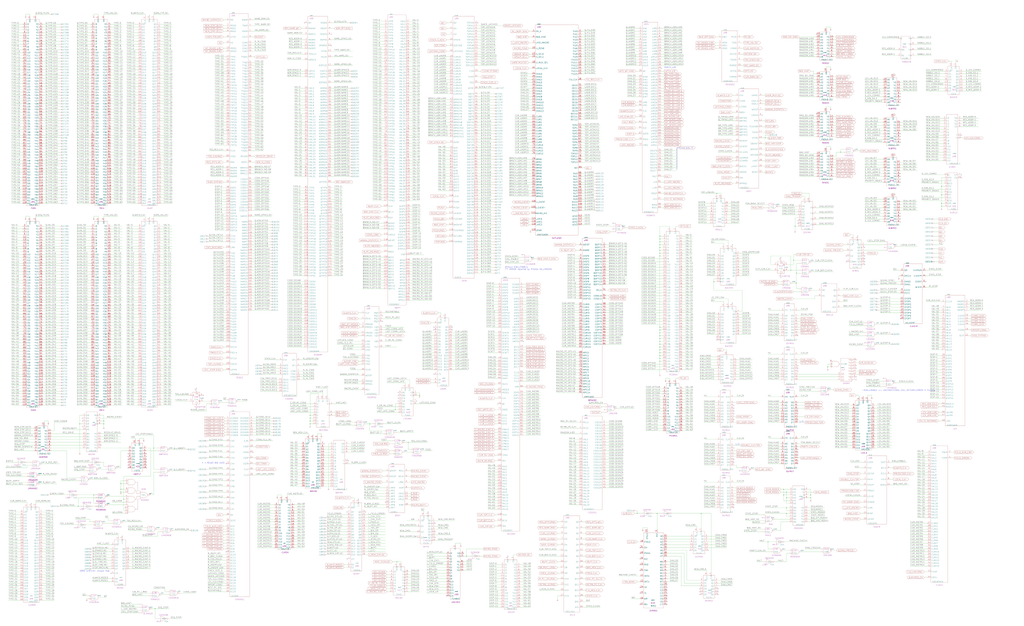
<source format=kicad_sch>
(kicad_sch (version 20230121) (generator eeschema)
  (paper "User" 1828.8 1117.6)
  (title_block (title "RESOLVE LEX VALID") (date "22-MAY-90") (rev "1.0") (comment 1 "SEQUENCER") (comment 2 "232-003064") (comment 3 "S400") (comment 4 "RELEASED"))
  (lib_symbols
    (symbol "r1000:8051" (pin_names (offset 1.016))
      (property "Reference" "U" (at 2.54 5.08 0))
      (property "Value" "8051" (at -1.27 -5.08 0))
      (property "Location" "___" (at -1.27 0 0))
      (property "Name" "______" (at 3.81 -15.24 0))
      (symbol "8051_1_1"
        (pin bidirectional line (at 27.94 38.1 180) (length 6.35) (name "B7") (number "1"))
        (pin input line (at -20.32 68.58 0) (length 6.35) (name "RXD") (number "10"))
        (pin output line (at -20.32 58.42 0) (length 6.35) (name "TXD") (number "11"))
        (pin input line (at -20.32 48.26 0) (length 6.35) (name "INT0~") (number "12"))
        (pin input line (at -20.32 38.1 0) (length 6.35) (name "INT1~") (number "13"))
        (pin bidirectional line (at -20.32 27.94 0) (length 6.35) (name "T0") (number "14"))
        (pin input line (at -20.32 17.78 0) (length 6.35) (name "T1") (number "15"))
        (pin output line (at -20.32 7.62 0) (length 6.35) (name "WR~") (number "16"))
        (pin bidirectional line (at -20.32 -2.54 0) (length 6.35) (name "RD~") (number "17"))
        (pin input line (at -20.32 109.22 0) (length 6.35) (name "XTAL2") (number "18"))
        (pin input line (at -7.62 132.08 270) (length 6.35) (name "XTAL1") (number "19"))
        (pin bidirectional line (at 27.94 43.18 180) (length 6.35) (name "B6") (number "2"))
        (pin bidirectional line (at 27.94 -2.54 180) (length 6.35) (name "C7") (number "21"))
        (pin bidirectional line (at 27.94 2.54 180) (length 6.35) (name "C6") (number "22"))
        (pin bidirectional line (at 27.94 7.62 180) (length 6.35) (name "C5") (number "23"))
        (pin bidirectional line (at 27.94 12.7 180) (length 6.35) (name "C4") (number "24"))
        (pin bidirectional line (at 27.94 17.78 180) (length 6.35) (name "C3") (number "25"))
        (pin bidirectional line (at 27.94 22.86 180) (length 6.35) (name "C2") (number "26"))
        (pin bidirectional line (at 27.94 27.94 180) (length 6.35) (name "C1") (number "27"))
        (pin bidirectional line (at 27.94 33.02 180) (length 6.35) (name "C0") (number "28"))
        (pin output line (at -20.32 88.9 0) (length 6.35) (name "PSEN~") (number "29"))
        (pin bidirectional line (at 27.94 48.26 180) (length 6.35) (name "B5") (number "3"))
        (pin output line (at -20.32 78.74 0) (length 6.35) (name "ALE") (number "30"))
        (pin input line (at -20.32 99.06 0) (length 6.35) (name "EA~") (number "31"))
        (pin output line (at 27.94 119.38 180) (length 6.35) (name "A0") (number "32"))
        (pin output line (at 27.94 114.3 180) (length 6.35) (name "A1") (number "33"))
        (pin output line (at 27.94 109.22 180) (length 6.35) (name "A2") (number "34"))
        (pin output line (at 27.94 104.14 180) (length 6.35) (name "A3") (number "35"))
        (pin output line (at 27.94 99.06 180) (length 6.35) (name "A4") (number "36"))
        (pin output line (at 27.94 93.98 180) (length 6.35) (name "A5") (number "37"))
        (pin output line (at 27.94 88.9 180) (length 6.35) (name "A6") (number "38"))
        (pin output line (at 27.94 83.82 180) (length 6.35) (name "A7") (number "39"))
        (pin bidirectional line (at 27.94 53.34 180) (length 6.35) (name "B4") (number "4"))
        (pin bidirectional line (at 27.94 58.42 180) (length 6.35) (name "B3") (number "5"))
        (pin bidirectional line (at 27.94 63.5 180) (length 6.35) (name "B2") (number "6"))
        (pin bidirectional line (at 27.94 68.58 180) (length 6.35) (name "B1") (number "7"))
        (pin bidirectional line (at 27.94 73.66 180) (length 6.35) (name "B0") (number "8"))
        (pin input line (at 10.16 132.08 270) (length 6.35) (name "RST") (number "9"))
      )
    )
    (symbol "r1000:F00" (pin_numbers hide) (pin_names hide)
      (property "Reference" "U" (at 15.24 0 0))
      (property "Value" "F00" (at 1.905 -5.08 0))
      (property "Location" "___" (at 1.905 0 0))
      (property "Name" "______" (at 2.54 -12.7 0))
      (symbol "F00_1_1"
        (pin input line (at -7.62 0 0) (length 5.08) (name "D0") (number "1"))
        (pin input line (at -7.62 -5.08 0) (length 5.08) (name "D1") (number "2"))
        (pin output line (at 15.24 -2.54 180) (length 2.54) (name "Q") (number "3"))
      )
      (symbol "F00_1_2"
        (pin input line (at -7.62 0 0) (length 2.54) (name "D0") (number "1"))
        (pin input line (at -7.62 -5.08 0) (length 2.54) (name "D1") (number "2"))
        (pin output line (at 15.24 -2.54 180) (length 5.08) (name "Q") (number "3"))
      )
    )
    (symbol "r1000:F02" (pin_numbers hide) (pin_names hide)
      (property "Reference" "U" (at 12.16 0.635 0))
      (property "Value" "F02" (at -1.27 -4.445 0))
      (property "Location" "___" (at 2.54 0 0))
      (property "Name" "______" (at 2.54 -12.7 0))
      (symbol "F02_1_1"
        (pin input line (at -7.62 0 0) (length 2.54) (name "D0") (number "1"))
        (pin input line (at -7.62 -5.08 0) (length 2.54) (name "D1") (number "2"))
        (pin output line (at 15.24 -2.54 180) (length 1.27) (name "Q") (number "3"))
      )
      (symbol "F02_1_2"
        (pin input line (at -7.62 0 0) (length 2.54) (name "D0") (number "1"))
        (pin input line (at -7.62 -5.08 0) (length 2.54) (name "D1") (number "2"))
        (pin output line (at 15.24 -2.54 180) (length 2.54) (name "Q") (number "3"))
      )
    )
    (symbol "r1000:F04" (pin_numbers hide) (pin_names hide)
      (property "Reference" "U" (at 0 0 0))
      (property "Value" "F04" (at 1.27 -5.08 0))
      (property "Location" "___" (at -12.7 -5.08 0))
      (property "Name" "______" (at 0 5.08 0))
      (symbol "F04_1_1"
        (pin input line (at -10.16 0 0) (length 2.54) (name "D0") (number "1"))
        (pin output line (at 10.16 0 180) (length 2.54) (name "Q") (number "2"))
      )
    )
    (symbol "r1000:F08" (pin_numbers hide) (pin_names hide)
      (property "Reference" "U" (at 15.24 0 0))
      (property "Value" "F08" (at 1.905 -5.08 0))
      (property "Location" "___" (at 1.905 0 0))
      (property "Name" "______" (at 2.54 -12.7 0))
      (symbol "F08_1_1"
        (pin input line (at -7.62 0 0) (length 5.08) (name "D0") (number "1"))
        (pin input line (at -7.62 -5.08 0) (length 5.08) (name "D1") (number "2"))
        (pin output line (at 15.24 -2.54 180) (length 5.08) (name "Q") (number "3"))
      )
      (symbol "F08_1_2"
        (pin input line (at -7.62 0 0) (length 2.54) (name "D0") (number "1"))
        (pin input line (at -7.62 -5.08 0) (length 2.54) (name "D1") (number "2"))
        (pin output line (at 15.24 -2.54 180) (length 2.54) (name "Q") (number "3"))
      )
    )
    (symbol "r1000:F138" (pin_names (offset 1.016) hide)
      (property "Reference" "U" (at 1.27 3.81 0))
      (property "Value" "F138" (at -1.27 10.16 0))
      (property "Location" "___" (at -1.27 0 0))
      (property "Name" "______" (at 8.255 -24.13 0))
      (symbol "F138_1_1"
        (text "0" (at 2.54 -7.62 0) (effects (font (size 2.54 2.54))))
        (text "0" (at 15.24 17.78 0) (effects (font (size 2.54 2.54))))
        (text "1" (at 2.54 -12.7 0) (effects (font (size 2.54 2.54))))
        (text "1" (at 15.24 12.7 0) (effects (font (size 2.54 2.54))))
        (text "2" (at 2.54 -17.78 0) (effects (font (size 2.54 2.54))))
        (text "2" (at 15.24 7.62 0) (effects (font (size 2.54 2.54))))
        (text "3" (at 15.24 2.54 0) (effects (font (size 2.54 2.54))))
        (text "4" (at 15.24 -2.54 0) (effects (font (size 2.54 2.54))))
        (text "5" (at 15.24 -7.62 0) (effects (font (size 2.54 2.54))))
        (text "6" (at 15.24 -12.7 0) (effects (font (size 2.54 2.54))))
        (text "7" (at 15.24 -17.78 0) (effects (font (size 2.54 2.54))))
        (text "S" (at 0 -17.78 0) (effects (font (size 2.54 2.54))))
        (text "S" (at 0 -12.7 0) (effects (font (size 2.54 2.54))))
        (text "S" (at 0 -7.62 0) (effects (font (size 2.54 2.54))))
        (text "Y" (at 12.7 -17.78 0) (effects (font (size 2.54 2.54))))
        (text "Y" (at 12.7 -12.7 0) (effects (font (size 2.54 2.54))))
        (text "Y" (at 12.7 -7.62 0) (effects (font (size 2.54 2.54))))
        (text "Y" (at 12.7 -2.54 0) (effects (font (size 2.54 2.54))))
        (text "Y" (at 12.7 2.54 0) (effects (font (size 2.54 2.54))))
        (text "Y" (at 12.7 7.62 0) (effects (font (size 2.54 2.54))))
        (text "Y" (at 12.7 12.7 0) (effects (font (size 2.54 2.54))))
        (text "Y" (at 12.7 17.78 0) (effects (font (size 2.54 2.54))))
        (pin input line (at -7.62 -17.78 0) (length 5.08) (name "S2") (number "1"))
        (pin output line (at 25.4 -7.62 180) (length 6.35) (name "Y5_") (number "10"))
        (pin output line (at 25.4 -2.54 180) (length 6.35) (name "Y4_") (number "11"))
        (pin output line (at 25.4 2.54 180) (length 6.35) (name "Y3_") (number "12"))
        (pin output line (at 25.4 7.62 180) (length 6.35) (name "Y2_") (number "13"))
        (pin output line (at 25.4 12.7 180) (length 6.35) (name "Y1_") (number "14"))
        (pin output line (at 25.4 17.78 180) (length 6.35) (name "Y0_") (number "15"))
        (pin input line (at -7.62 -12.7 0) (length 5.08) (name "S1") (number "2"))
        (pin input line (at -7.62 -7.62 0) (length 5.08) (name "S0") (number "3"))
        (pin input line (at -20.32 10.16 0) (length 1.27) (name "D1") (number "4"))
        (pin input line (at -20.32 5.08 0) (length 1.27) (name "D2") (number "5"))
        (pin input line (at -20.32 15.24 0) (length 1.27) (name "D0") (number "6"))
        (pin output line (at 25.4 -17.78 180) (length 6.35) (name "Y7_") (number "7"))
        (pin output line (at 25.4 -12.7 180) (length 6.35) (name "Y6_") (number "9"))
      )
    )
    (symbol "r1000:F139" (pin_names (offset 1.016))
      (property "Reference" "U" (at 2.54 5.08 0))
      (property "Value" "F139" (at -1.27 -20.32 0))
      (property "Location" "___" (at -1.27 0 0))
      (property "Name" "______" (at 6.35 -27.94 0))
      (symbol "F139_1_1"
        (pin input line (at -10.16 15.24 0) (length 5.08) (name "E") (number "1"))
        (pin input line (at -10.16 -15.24 0) (length 6.35) (name "B1") (number "2"))
        (pin input line (at -10.16 -5.08 0) (length 6.35) (name "B0") (number "3"))
        (pin output line (at 20.32 15.24 180) (length 5.08) (name "Y0") (number "4"))
        (pin output line (at 20.32 5.08 180) (length 5.08) (name "Y1") (number "5"))
        (pin output line (at 20.32 -5.08 180) (length 5.08) (name "Y2") (number "6"))
        (pin output line (at 20.32 -15.24 180) (length 5.08) (name "Y3") (number "7"))
      )
    )
    (symbol "r1000:F148X2" (pin_names (offset 1.016))
      (property "Reference" "U" (at 2.54 5.08 0))
      (property "Value" "F148X2" (at -6.35 -7.62 0))
      (property "Location" "___" (at -1.27 0 0))
      (property "Name" "______" (at 1.27 -15.24 0))
      (symbol "F148X2_1_1"
        (pin input line (at 0 88.9 270) (length 5.08) (name "E") (number "1"))
        (pin output line (at 15.24 53.34 180) (length 6.35) (name "Y1") (number "10"))
        (pin input line (at -15.24 48.26 0) (length 5.08) (name "I5") (number "11"))
        (pin output line (at 15.24 48.26 180) (length 6.35) (name "Y2") (number "12"))
        (pin input line (at -15.24 43.18 0) (length 5.08) (name "I6") (number "13"))
        (pin output line (at 15.24 43.18 180) (length 6.35) (name "Y3") (number "14"))
        (pin input line (at -15.24 38.1 0) (length 5.08) (name "I7") (number "15"))
        (pin input line (at -15.24 33.02 0) (length 5.08) (name "I8") (number "16"))
        (pin input line (at -15.24 27.94 0) (length 5.08) (name "I9") (number "17"))
        (pin input line (at -15.24 22.86 0) (length 5.08) (name "I10") (number "18"))
        (pin input line (at -15.24 17.78 0) (length 5.08) (name "I11") (number "19"))
        (pin input line (at -15.24 73.66 0) (length 5.08) (name "I0") (number "2"))
        (pin input line (at -15.24 12.7 0) (length 5.08) (name "I12") (number "20"))
        (pin input line (at -15.24 7.62 0) (length 5.08) (name "I13") (number "21"))
        (pin input line (at -15.24 2.54 0) (length 5.08) (name "I14") (number "22"))
        (pin input line (at -15.24 -2.54 0) (length 5.08) (name "I15") (number "23"))
        (pin output line (at 15.24 73.66 180) (length 5.08) (name "GS") (number "3"))
        (pin input line (at -15.24 68.58 0) (length 5.08) (name "I1") (number "4"))
        (pin output line (at 15.24 68.58 180) (length 5.08) (name "EZ") (number "5"))
        (pin input line (at -15.24 63.5 0) (length 5.08) (name "I2") (number "6"))
        (pin input line (at -15.24 58.42 0) (length 5.08) (name "I3") (number "7"))
        (pin output line (at 15.24 58.42 180) (length 6.35) (name "Y0") (number "8"))
        (pin input line (at -15.24 53.34 0) (length 5.08) (name "I4") (number "9"))
      )
    )
    (symbol "r1000:F151" (pin_names (offset 1.016))
      (property "Reference" "U" (at 2.54 5.08 0))
      (property "Value" "F151" (at -1.27 -5.08 0))
      (property "Location" "___" (at -1.27 0 0))
      (property "Name" "______" (at 3.81 -12.7 0))
      (symbol "F151_1_1"
        (pin input line (at -15.24 20.32 0) (length 6.35) (name "D") (number "1"))
        (pin input line (at 2.54 50.8 270) (length 6.35) (name "S1") (number "10"))
        (pin input line (at 10.16 50.8 270) (length 6.35) (name "S2") (number "11"))
        (pin input line (at -15.24 0 0) (length 6.35) (name "H") (number "12"))
        (pin input line (at -15.24 5.08 0) (length 6.35) (name "G") (number "13"))
        (pin input line (at -15.24 10.16 0) (length 6.35) (name "F") (number "14"))
        (pin input line (at -15.24 15.24 0) (length 6.35) (name "E") (number "15"))
        (pin input line (at -15.24 25.4 0) (length 6.35) (name "C") (number "2"))
        (pin input line (at -15.24 30.48 0) (length 6.35) (name "B") (number "3"))
        (pin input line (at -15.24 35.56 0) (length 6.35) (name "A") (number "4"))
        (pin output line (at 20.32 20.32 180) (length 6.35) (name "Y") (number "5"))
        (pin output line (at 20.32 15.24 180) (length 5.08) (name "Y~") (number "6"))
        (pin input line (at 20.32 35.56 180) (length 5.08) (name "E~") (number "7"))
        (pin input line (at -5.08 50.8 270) (length 6.35) (name "S0") (number "9"))
      )
    )
    (symbol "r1000:F153" (pin_names (offset 1.016))
      (property "Reference" "U" (at 2.54 5.08 0))
      (property "Value" "F153" (at -3.81 -5.08 0))
      (property "Location" "___" (at -1.27 0 0))
      (property "Name" "______" (at 1.27 -12.7 0))
      (symbol "F153_1_1"
        (pin input line (at 17.78 35.56 180) (length 5.08) (name "E0") (number "1"))
        (pin input line (at -15.24 15.24 0) (length 6.35) (name "A1") (number "10"))
        (pin input line (at -15.24 10.16 0) (length 6.35) (name "B1") (number "11"))
        (pin input line (at -15.24 5.08 0) (length 6.35) (name "C1") (number "12"))
        (pin input line (at -15.24 0 0) (length 6.35) (name "D1") (number "13"))
        (pin input line (at 5.08 50.8 270) (length 6.35) (name "S1") (number "14"))
        (pin input line (at 17.78 30.48 180) (length 5.08) (name "E1") (number "15"))
        (pin input line (at -2.54 50.8 270) (length 6.35) (name "S0") (number "2"))
        (pin input line (at -15.24 20.32 0) (length 6.35) (name "D0") (number "3"))
        (pin input line (at -15.24 25.4 0) (length 6.35) (name "C0") (number "4"))
        (pin input line (at -15.24 30.48 0) (length 6.35) (name "B0") (number "5"))
        (pin input line (at -15.24 35.56 0) (length 6.35) (name "A0") (number "6"))
        (pin output line (at 17.78 20.32 180) (length 6.35) (name "Y0") (number "7"))
        (pin output line (at 17.78 15.24 180) (length 6.35) (name "Y1") (number "9"))
      )
    )
    (symbol "r1000:F158" (pin_names (offset 1.016))
      (property "Reference" "U" (at 2.54 5.08 0))
      (property "Value" "F158" (at -3.81 -5.08 0))
      (property "Location" "___" (at -1.27 0 0))
      (property "Name" "______" (at 1.27 -12.7 0))
      (symbol "F158_1_1"
        (pin input line (at -2.54 50.8 270) (length 6.35) (name "S") (number "1"))
        (pin input line (at -15.24 5.08 0) (length 6.35) (name "B2") (number "10"))
        (pin input line (at -15.24 25.4 0) (length 6.35) (name "A2") (number "11"))
        (pin output line (at 17.78 2.54 180) (length 5.08) (name "Y3") (number "12"))
        (pin input line (at -15.24 0 0) (length 6.35) (name "B3") (number "13"))
        (pin input line (at -15.24 20.32 0) (length 6.35) (name "A3") (number "14"))
        (pin input line (at 5.08 50.8 270) (length 5.08) (name "E") (number "15"))
        (pin input line (at -15.24 35.56 0) (length 6.35) (name "A0") (number "2"))
        (pin input line (at -15.24 15.24 0) (length 6.35) (name "B0") (number "3"))
        (pin output line (at 17.78 33.02 180) (length 5.08) (name "Y0") (number "4"))
        (pin input line (at -15.24 30.48 0) (length 6.35) (name "A1") (number "5"))
        (pin input line (at -15.24 10.16 0) (length 6.35) (name "B1") (number "6"))
        (pin output line (at 17.78 22.86 180) (length 5.08) (name "Y1") (number "7"))
        (pin output line (at 17.78 12.7 180) (length 5.08) (name "Y2") (number "9"))
      )
    )
    (symbol "r1000:F169X2" (pin_names (offset 1.016))
      (property "Reference" "U" (at 2.54 5.08 0))
      (property "Value" "F169X2" (at -1.27 -5.08 0))
      (property "Location" "___" (at -1.27 0 0))
      (property "Name" "______" (at 3.81 -12.7 0))
      (symbol "F169X2_1_1"
        (pin input line (at -5.08 66.04 270) (length 6.35) (name "CLK") (number "1"))
        (pin output line (at 22.86 35.56 180) (length 6.35) (name "Q2") (number "10"))
        (pin input line (at -17.78 30.48 0) (length 6.35) (name "D3") (number "11"))
        (pin output line (at 22.86 30.48 180) (length 6.35) (name "Q3") (number "12"))
        (pin input line (at -17.78 25.4 0) (length 6.35) (name "D4") (number "13"))
        (pin output line (at 22.86 25.4 180) (length 6.35) (name "Q4") (number "14"))
        (pin input line (at -17.78 20.32 0) (length 6.35) (name "D5") (number "15"))
        (pin output line (at 22.86 20.32 180) (length 6.35) (name "Q5") (number "16"))
        (pin input line (at -17.78 15.24 0) (length 6.35) (name "D6") (number "17"))
        (pin output line (at 22.86 15.24 180) (length 6.35) (name "Q6") (number "18"))
        (pin input line (at -17.78 10.16 0) (length 6.35) (name "D7") (number "19"))
        (pin input line (at 2.54 66.04 270) (length 5.08) (name "LD") (number "2"))
        (pin output line (at 22.86 10.16 180) (length 6.35) (name "Q7") (number "20"))
        (pin input line (at -17.78 5.08 0) (length 5.08) (name "ENP") (number "21"))
        (pin input line (at -17.78 0 0) (length 5.08) (name "ENT") (number "22"))
        (pin input line (at 10.16 66.04 270) (length 6.35) (name "UP") (number "3"))
        (pin output line (at 22.86 50.8 180) (length 5.08) (name "CO") (number "4"))
        (pin input line (at -17.78 45.72 0) (length 6.35) (name "D0") (number "5"))
        (pin output line (at 22.86 45.72 180) (length 6.35) (name "Q0") (number "6"))
        (pin input line (at -17.78 40.64 0) (length 6.35) (name "D1") (number "7"))
        (pin output line (at 22.86 40.64 180) (length 6.35) (name "Q1") (number "8"))
        (pin input line (at -17.78 35.56 0) (length 6.35) (name "D2") (number "9"))
      )
    )
    (symbol "r1000:F174" (pin_names (offset 1.016))
      (property "Reference" "U" (at 2.54 5.08 0))
      (property "Value" "F174" (at -3.81 -7.62 0))
      (property "Location" "___" (at -1.27 0 0))
      (property "Name" "______" (at 1.27 -15.24 0))
      (symbol "F174_1_1"
        (pin input line (at 5.08 38.1 270) (length 5.08) (name "CLR") (number "1"))
        (pin output line (at 17.78 7.62 180) (length 6.35) (name "Q3") (number "10"))
        (pin input line (at -15.24 7.62 0) (length 6.35) (name "D3") (number "11"))
        (pin output line (at 17.78 2.54 180) (length 6.35) (name "Q4") (number "12"))
        (pin input line (at -15.24 2.54 0) (length 6.35) (name "D4") (number "13"))
        (pin input line (at -15.24 -2.54 0) (length 6.35) (name "D5") (number "14"))
        (pin output line (at 17.78 -2.54 180) (length 6.35) (name "Q5") (number "15"))
        (pin output line (at 17.78 22.86 180) (length 6.35) (name "Q0") (number "2"))
        (pin input line (at -15.24 22.86 0) (length 6.35) (name "D0") (number "3"))
        (pin input line (at -15.24 17.78 0) (length 6.35) (name "D1") (number "4"))
        (pin output line (at 17.78 17.78 180) (length 6.35) (name "Q1") (number "5"))
        (pin input line (at -15.24 12.7 0) (length 6.35) (name "D2") (number "6"))
        (pin output line (at 17.78 12.7 180) (length 6.35) (name "Q2") (number "7"))
        (pin input line (at -2.54 38.1 270) (length 6.35) (name "CLK") (number "9"))
      )
    )
    (symbol "r1000:F175" (pin_names (offset 1.016))
      (property "Reference" "U" (at 2.54 5.08 0))
      (property "Value" "F175" (at -1.27 -5.08 0))
      (property "Location" "___" (at -1.27 0 0))
      (property "Name" "______" (at 3.81 -12.7 0))
      (symbol "F175_1_1"
        (pin input line (at 7.62 50.8 270) (length 5.08) (name "CLR") (number "1"))
        (pin output line (at 20.32 15.24 180) (length 6.35) (name "Q2") (number "10"))
        (pin output line (at 20.32 10.16 180) (length 5.08) (name "Q2~") (number "11"))
        (pin input line (at -12.7 15.24 0) (length 6.35) (name "D2") (number "12"))
        (pin input line (at -12.7 5.08 0) (length 6.35) (name "D3") (number "13"))
        (pin output line (at 20.32 0 180) (length 5.08) (name "Q3~") (number "14"))
        (pin output line (at 20.32 5.08 180) (length 6.35) (name "Q3") (number "15"))
        (pin output line (at 20.32 35.56 180) (length 6.35) (name "Q0") (number "2"))
        (pin output line (at 20.32 30.48 180) (length 5.08) (name "Q0~") (number "3"))
        (pin input line (at -12.7 35.56 0) (length 6.35) (name "D0") (number "4"))
        (pin input line (at -12.7 25.4 0) (length 6.35) (name "D1") (number "5"))
        (pin output line (at 20.32 20.32 180) (length 5.08) (name "Q1~") (number "6"))
        (pin output line (at 20.32 25.4 180) (length 6.35) (name "Q1") (number "7"))
        (pin input line (at 0 50.8 270) (length 6.35) (name "CLK") (number "9"))
      )
    )
    (symbol "r1000:F182" (pin_names (offset 1.016))
      (property "Reference" "U" (at 2.54 5.08 0))
      (property "Value" "F182" (at -3.81 -5.08 0))
      (property "Location" "___" (at -1.27 0 0))
      (property "Name" "______" (at 1.27 -12.7 0))
      (symbol "F182_1_1"
        (pin input line (at -15.24 30.48 0) (length 6.35) (name "G2") (number "1"))
        (pin output line (at 15.24 50.8 180) (length 6.35) (name "CG") (number "10"))
        (pin output line (at -15.24 25.4 0) (length 5.08) (name "CO2") (number "11"))
        (pin output line (at -15.24 40.64 0) (length 5.08) (name "CO3") (number "12"))
        (pin input line (at -15.24 55.88 0) (length 5.08) (name "CI") (number "13"))
        (pin input line (at -15.24 15.24 0) (length 6.35) (name "G1") (number "14"))
        (pin input line (at -15.24 20.32 0) (length 6.35) (name "P1") (number "15"))
        (pin input line (at -15.24 35.56 0) (length 6.35) (name "P2") (number "2"))
        (pin input line (at -15.24 45.72 0) (length 6.35) (name "G3") (number "3"))
        (pin input line (at -15.24 50.8 0) (length 6.35) (name "P3") (number "4"))
        (pin input line (at -15.24 0 0) (length 6.35) (name "G0") (number "5"))
        (pin input line (at -15.24 5.08 0) (length 6.35) (name "P0") (number "6"))
        (pin output line (at 15.24 55.88 180) (length 6.35) (name "CP") (number "7"))
        (pin output line (at -15.24 10.16 0) (length 5.08) (name "CO1") (number "9"))
      )
    )
    (symbol "r1000:F20" (pin_numbers hide) (pin_names hide)
      (property "Reference" "U" (at 8.255 2.54 0))
      (property "Value" "F20" (at -0.635 -2.54 0))
      (property "Location" "___" (at -0.635 2.54 0))
      (property "Name" "______" (at 5.08 -10.795 0))
      (symbol "F20_1_1"
        (pin input line (at -10.16 7.62 0) (length 5.08) (name "D0") (number "1"))
        (pin input line (at -10.16 2.54 0) (length 5.08) (name "D1") (number "2"))
        (pin input line (at -10.16 -2.54 0) (length 5.08) (name "D2") (number "4"))
        (pin input line (at -10.16 -7.62 0) (length 5.08) (name "D3") (number "5"))
        (pin output line (at 12.7 0 180) (length 2.54) (name "Q") (number "6"))
      )
      (symbol "F20_1_2"
        (pin input line (at -10.16 7.62 0) (length 1.27) (name "D0") (number "1"))
        (pin input line (at -10.16 2.54 0) (length 1.905) (name "D1") (number "2"))
        (pin input line (at -10.16 -2.54 0) (length 1.905) (name "D2") (number "4"))
        (pin input line (at -10.16 -7.62 0) (length 1.27) (name "D3") (number "5"))
        (pin output line (at 12.7 0 180) (length 5.08) (name "Q") (number "6"))
      )
    )
    (symbol "r1000:F240" (pin_names (offset 1.016))
      (property "Reference" "U" (at 2.54 5.08 0))
      (property "Value" "F240" (at -3.81 -7.62 0))
      (property "Location" "___" (at -1.27 0 0))
      (property "Name" "______" (at 1.27 -15.24 0))
      (symbol "F240_1_1"
        (pin input line (at -2.54 48.26 270) (length 5.08) (name "OE0") (number "1"))
        (pin input line (at -15.24 12.7 0) (length 6.35) (name "I4") (number "11"))
        (pin tri_state line (at 17.78 17.78 180) (length 5.08) (name "Y3") (number "12"))
        (pin input line (at -15.24 7.62 0) (length 6.35) (name "I5") (number "13"))
        (pin tri_state line (at 17.78 22.86 180) (length 5.08) (name "Y2") (number "14"))
        (pin input line (at -15.24 2.54 0) (length 6.35) (name "I6") (number "15"))
        (pin tri_state line (at 17.78 27.94 180) (length 5.08) (name "Y1") (number "16"))
        (pin input line (at -15.24 -2.54 0) (length 6.35) (name "I7") (number "17"))
        (pin tri_state line (at 17.78 33.02 180) (length 5.08) (name "Y0") (number "18"))
        (pin input line (at 5.08 48.26 270) (length 5.08) (name "OE1") (number "19"))
        (pin input line (at -15.24 33.02 0) (length 6.35) (name "I0") (number "2"))
        (pin tri_state line (at 17.78 -2.54 180) (length 5.08) (name "Y7") (number "3"))
        (pin input line (at -15.24 27.94 0) (length 6.35) (name "I1") (number "4"))
        (pin tri_state line (at 17.78 2.54 180) (length 5.08) (name "Y6") (number "5"))
        (pin input line (at -15.24 22.86 0) (length 6.35) (name "I2") (number "6"))
        (pin tri_state line (at 17.78 7.62 180) (length 5.08) (name "Y5") (number "7"))
        (pin input line (at -15.24 17.78 0) (length 6.35) (name "I3") (number "8"))
        (pin tri_state line (at 17.78 12.7 180) (length 5.08) (name "Y4") (number "9"))
      )
    )
    (symbol "r1000:F244" (pin_names (offset 1.016))
      (property "Reference" "U" (at 2.54 5.08 0))
      (property "Value" "F244" (at -3.81 -7.62 0))
      (property "Location" "___" (at -1.27 0 0))
      (property "Name" "______" (at 1.27 -15.24 0))
      (symbol "F244_1_1"
        (pin input line (at -2.54 48.26 270) (length 5.08) (name "OE0") (number "1"))
        (pin input line (at -15.24 12.7 0) (length 6.35) (name "I4") (number "11"))
        (pin tri_state line (at 17.78 17.78 180) (length 6.35) (name "Y3") (number "12"))
        (pin input line (at -15.24 7.62 0) (length 6.35) (name "I5") (number "13"))
        (pin tri_state line (at 17.78 22.86 180) (length 6.35) (name "Y2") (number "14"))
        (pin input line (at -15.24 2.54 0) (length 6.35) (name "I6") (number "15"))
        (pin tri_state line (at 17.78 27.94 180) (length 6.35) (name "Y1") (number "16"))
        (pin input line (at -15.24 -2.54 0) (length 6.35) (name "I7") (number "17"))
        (pin tri_state line (at 17.78 33.02 180) (length 6.35) (name "Y0") (number "18"))
        (pin input line (at 5.08 48.26 270) (length 5.08) (name "OE1") (number "19"))
        (pin input line (at -15.24 33.02 0) (length 6.35) (name "I0") (number "2"))
        (pin tri_state line (at 17.78 -2.54 180) (length 6.35) (name "Y7") (number "3"))
        (pin input line (at -15.24 27.94 0) (length 6.35) (name "I1") (number "4"))
        (pin tri_state line (at 17.78 2.54 180) (length 6.35) (name "Y6") (number "5"))
        (pin input line (at -15.24 22.86 0) (length 6.35) (name "I2") (number "6"))
        (pin tri_state line (at 17.78 7.62 180) (length 6.35) (name "Y5") (number "7"))
        (pin input line (at -15.24 17.78 0) (length 6.35) (name "I3") (number "8"))
        (pin tri_state line (at 17.78 12.7 180) (length 6.35) (name "Y4") (number "9"))
      )
    )
    (symbol "r1000:F37" (pin_numbers hide) (pin_names (offset 0) hide)
      (property "Reference" "U" (at 15.24 0 0))
      (property "Value" "F37" (at 1.905 -5.08 0))
      (property "Location" "___" (at 1.905 0 0))
      (property "Name" "______" (at 2.54 -12.7 0))
      (symbol "F37_1_1"
        (pin input line (at -7.62 0 0) (length 5.08) (name "D0") (number "1"))
        (pin input line (at -7.62 -5.08 0) (length 5.08) (name "D1") (number "2"))
        (pin output line (at 15.24 -2.54 180) (length 2.54) (name "Q") (number "3"))
      )
      (symbol "F37_1_2"
        (pin input line (at -7.62 0 0) (length 2.54) (name "D0") (number "1"))
        (pin input line (at -7.62 -5.08 0) (length 2.54) (name "D1") (number "2"))
        (pin output line (at 15.24 -2.54 180) (length 5.08) (name "Q") (number "3"))
      )
    )
    (symbol "r1000:F373" (pin_names (offset 1.016))
      (property "Reference" "U" (at 2.54 5.08 0))
      (property "Value" "F373" (at -3.81 -7.62 0))
      (property "Location" "___" (at -1.27 0 0))
      (property "Name" "______" (at 1.27 -15.24 0))
      (symbol "F373_1_1"
        (pin input line (at 5.08 48.26 270) (length 5.08) (name "OE") (number "1"))
        (pin input line (at -2.54 48.26 270) (length 6.35) (name "LE") (number "11"))
        (pin tri_state line (at 17.78 12.7 180) (length 6.35) (name "Q4") (number "12"))
        (pin input line (at -15.24 12.7 0) (length 6.35) (name "D4") (number "13"))
        (pin input line (at -15.24 7.62 0) (length 6.35) (name "D5") (number "14"))
        (pin tri_state line (at 17.78 7.62 180) (length 6.35) (name "Q5") (number "15"))
        (pin tri_state line (at 17.78 2.54 180) (length 6.35) (name "Q6") (number "16"))
        (pin input line (at -15.24 2.54 0) (length 6.35) (name "D6") (number "17"))
        (pin input line (at -15.24 -2.54 0) (length 6.35) (name "D7") (number "18"))
        (pin tri_state line (at 17.78 -2.54 180) (length 6.35) (name "Q7") (number "19"))
        (pin tri_state line (at 17.78 33.02 180) (length 6.35) (name "Q0") (number "2"))
        (pin input line (at -15.24 33.02 0) (length 6.35) (name "D0") (number "3"))
        (pin input line (at -15.24 27.94 0) (length 6.35) (name "D1") (number "4"))
        (pin tri_state line (at 17.78 27.94 180) (length 6.35) (name "Q1") (number "5"))
        (pin tri_state line (at 17.78 22.86 180) (length 6.35) (name "Q2") (number "6"))
        (pin input line (at -15.24 22.86 0) (length 6.35) (name "D2") (number "7"))
        (pin input line (at -15.24 17.78 0) (length 6.35) (name "D3") (number "8"))
        (pin tri_state line (at 17.78 17.78 180) (length 6.35) (name "Q3") (number "9"))
      )
    )
    (symbol "r1000:F374" (pin_names (offset 1.016))
      (property "Reference" "U" (at 2.54 5.08 0))
      (property "Value" "F374" (at -3.81 -7.62 0))
      (property "Location" "___" (at -1.27 0 0))
      (property "Name" "______" (at 1.27 -15.24 0))
      (symbol "F374_1_1"
        (pin input line (at 5.08 48.26 270) (length 5.08) (name "OE") (number "1"))
        (pin input line (at -2.54 48.26 270) (length 6.35) (name "CLK") (number "11"))
        (pin tri_state line (at 17.78 12.7 180) (length 6.35) (name "Q4") (number "12"))
        (pin input line (at -15.24 12.7 0) (length 6.35) (name "D4") (number "13"))
        (pin input line (at -15.24 7.62 0) (length 6.35) (name "D5") (number "14"))
        (pin tri_state line (at 17.78 7.62 180) (length 6.35) (name "Q5") (number "15"))
        (pin tri_state line (at 17.78 2.54 180) (length 6.35) (name "Q6") (number "16"))
        (pin input line (at -15.24 2.54 0) (length 6.35) (name "D6") (number "17"))
        (pin input line (at -15.24 -2.54 0) (length 6.35) (name "D7") (number "18"))
        (pin tri_state line (at 17.78 -2.54 180) (length 6.35) (name "Q7") (number "19"))
        (pin tri_state line (at 17.78 33.02 180) (length 6.35) (name "Q0") (number "2"))
        (pin input line (at -15.24 33.02 0) (length 6.35) (name "D0") (number "3"))
        (pin input line (at -15.24 27.94 0) (length 6.35) (name "D1") (number "4"))
        (pin tri_state line (at 17.78 27.94 180) (length 6.35) (name "Q1") (number "5"))
        (pin tri_state line (at 17.78 22.86 180) (length 6.35) (name "Q2") (number "6"))
        (pin input line (at -15.24 22.86 0) (length 6.35) (name "D2") (number "7"))
        (pin input line (at -15.24 17.78 0) (length 6.35) (name "D3") (number "8"))
        (pin tri_state line (at 17.78 17.78 180) (length 6.35) (name "Q3") (number "9"))
      )
    )
    (symbol "r1000:F38" (pin_numbers hide) (pin_names hide)
      (property "Reference" "U" (at 12.7 2.54 0))
      (property "Value" "F38" (at 2.54 -2.54 0))
      (property "Location" "___" (at 2.54 2.54 0))
      (property "Name" "______" (at 5.08 -10.16 0))
      (symbol "F38_1_1"
        (pin input line (at -7.62 2.54 0) (length 5.08) (name "D0") (number "1"))
        (pin input line (at -7.62 -2.54 0) (length 5.08) (name "D1") (number "2"))
        (pin open_collector line (at 15.24 0 180) (length 2.54) (name "Q") (number "3"))
      )
      (symbol "F38_1_2"
        (pin input line (at -7.62 2.54 0) (length 2.54) (name "D0") (number "1"))
        (pin input line (at -7.62 -2.54 0) (length 2.54) (name "D1") (number "2"))
        (pin open_collector line (at 15.24 0 180) (length 5.08) (name "Q") (number "3"))
      )
    )
    (symbol "r1000:F40" (pin_numbers hide) (pin_names hide)
      (property "Reference" "U" (at 12.7 2.54 0))
      (property "Value" "F40" (at 1.905 -2.54 0))
      (property "Location" "___" (at 1.905 2.54 0))
      (property "Name" "______" (at 7.62 -10.16 0))
      (symbol "F40_1_1"
        (pin input line (at -7.62 7.62 0) (length 5.08) (name "D0") (number "1"))
        (pin input line (at -7.62 2.54 0) (length 5.08) (name "D3") (number "2"))
        (pin input line (at -7.62 -2.54 0) (length 5.08) (name "D4") (number "4"))
        (pin input line (at -7.62 -7.62 0) (length 5.08) (name "D5") (number "5"))
        (pin output line (at 15.24 0 180) (length 2.54) (name "Q") (number "6"))
      )
    )
    (symbol "r1000:F64" (pin_names hide)
      (property "Reference" "U" (at 15.24 2.54 0))
      (property "Value" "F64" (at 2.54 0 0))
      (property "Location" "___" (at 2.54 10.16 0))
      (property "Name" "______" (at 5.08 -10.62 0))
      (symbol "F64_1_1"
        (pin input line (at -30.48 -17.78 0) (length 5.08) (name "D0") (number "1"))
        (pin input line (at -30.48 5.08 0) (length 5.08) (name "B1") (number "10"))
        (pin input line (at -30.48 -22.86 0) (length 5.08) (name "D1") (number "11"))
        (pin input line (at -30.48 -27.94 0) (length 5.08) (name "D2") (number "12"))
        (pin input line (at -30.48 -33.02 0) (length 5.08) (name "D3") (number "13"))
        (pin input line (at -30.48 25.4 0) (length 5.08) (name "A0") (number "2"))
        (pin input line (at -30.48 20.32 0) (length 5.08) (name "A1") (number "3"))
        (pin input line (at -30.48 -2.54 0) (length 5.08) (name "C0") (number "4"))
        (pin input line (at -30.48 -7.62 0) (length 5.08) (name "C1") (number "5"))
        (pin input line (at -30.48 -12.7 0) (length 5.08) (name "C2") (number "6"))
        (pin output line (at 15.24 0 180) (length 2.54) (name "Q") (number "8"))
        (pin input line (at -30.48 10.16 0) (length 5.08) (name "B0") (number "9"))
      )
    )
    (symbol "r1000:F74" (pin_names (offset 1.016) hide)
      (property "Reference" "U" (at 12.7 -2.54 0))
      (property "Value" "F74" (at -1.27 -5.08 0))
      (property "Location" "___" (at -1.27 0 0))
      (property "Name" "______" (at 11.43 -19.685 0))
      (symbol "F74_1_1"
        (text ">" (at -2.54 -7.62 0) (effects (font (size 2.54 2.54))))
        (text "C" (at 2.54 -10.16 0) (effects (font (size 2.54 2.54))))
        (text "D" (at -2.54 2.54 0) (effects (font (size 2.54 2.54))))
        (text "L" (at 5.08 -10.16 0) (effects (font (size 2.54 2.54))))
        (text "P" (at 2.54 5.08 0) (effects (font (size 2.54 2.54))))
        (text "Q" (at 7.62 -7.62 0) (effects (font (size 2.54 2.54))))
        (text "Q" (at 7.62 2.54 0) (effects (font (size 2.54 2.54))))
        (text "R" (at 5.08 5.08 0) (effects (font (size 2.54 2.54))))
        (pin input line (at 2.54 -20.32 90) (length 5.08) (name "CL_") (number "1"))
        (pin input line (at -10.16 2.54 0) (length 6.35) (name "D") (number "2"))
        (pin input line (at -10.16 -7.62 0) (length 6.35) (name "CLK") (number "3"))
        (pin input line (at 2.54 15.24 270) (length 5.08) (name "PR_") (number "4"))
        (pin output line (at 15.24 2.54 180) (length 6.35) (name "Q") (number "5"))
        (pin output line (at 15.24 -7.62 180) (length 5.08) (name "Q_") (number "6"))
      )
    )
    (symbol "r1000:GB" (pin_numbers hide) (pin_names (offset 0) hide)
      (property "Reference" "GB" (at 3.81 0 0))
      (symbol "GB_1_1"
        (pin bidirectional line (at 0 0 0) (length 2.54) (name "") (number "1"))
      )
    )
    (symbol "r1000:GF" (pin_numbers hide) (pin_names (offset 0) hide)
      (property "Reference" "GF" (at 3.81 0 0))
      (symbol "GF_1_1"
        (pin bidirectional line (at 0 0 0) (length 2.54) (name "") (number "1"))
      )
    )
    (symbol "r1000:PAxxx" (pin_names (offset 1.016))
      (property "Reference" "U" (at 2.54 5.08 0))
      (property "Value" "PAxxx" (at -3.81 -7.62 0))
      (property "Location" "___" (at -1.27 0 0))
      (property "Name" "______" (at 3.81 -15.24 0))
      (symbol "PAxxx_1_1"
        (pin input line (at -12.7 -2.54 0) (length 6.35) (name "A8") (number "1"))
        (pin tri_state line (at 17.78 17.78 180) (length 6.35) (name "Y3") (number "11"))
        (pin tri_state line (at 17.78 22.86 180) (length 6.35) (name "Y2") (number "12"))
        (pin tri_state line (at 17.78 27.94 180) (length 6.35) (name "Y1") (number "13"))
        (pin tri_state line (at 17.78 33.02 180) (length 6.35) (name "Y0") (number "14"))
        (pin input line (at 5.08 48.26 270) (length 5.08) (name "OE") (number "15"))
        (pin input line (at -12.7 22.86 0) (length 6.35) (name "A3") (number "16"))
        (pin input line (at -12.7 27.94 0) (length 6.35) (name "A2") (number "17"))
        (pin input line (at -12.7 33.02 0) (length 6.35) (name "A1") (number "18"))
        (pin input line (at -12.7 38.1 0) (length 6.35) (name "A0") (number "19"))
        (pin input line (at -12.7 2.54 0) (length 6.35) (name "A7") (number "2"))
        (pin input line (at -12.7 7.62 0) (length 6.35) (name "A6") (number "3"))
        (pin input line (at -12.7 12.7 0) (length 6.35) (name "A5") (number "4"))
        (pin input line (at -12.7 17.78 0) (length 6.35) (name "A4") (number "5"))
        (pin tri_state line (at 17.78 -2.54 180) (length 6.35) (name "Y7") (number "6"))
        (pin tri_state line (at 17.78 2.54 180) (length 6.35) (name "Y6") (number "7"))
        (pin tri_state line (at 17.78 7.62 180) (length 6.35) (name "Y5") (number "8"))
        (pin tri_state line (at 17.78 12.7 180) (length 6.35) (name "Y4") (number "9"))
      )
    )
    (symbol "r1000:PD" (power) (pin_numbers hide) (pin_names hide) (in_bom no)
      (symbol "PD_1_1"
        (pin power_in line (at 0 0 270) (length 2.54) (name "PD") (number "1"))
      )
    )
    (symbol "r1000:XBUF16" (pin_names (offset 1.016))
      (property "Reference" "U" (at 2.54 5.08 0))
      (property "Value" "XBUF16" (at -3.81 -5.08 0))
      (property "Location" "___" (at -1.27 0 0))
      (property "Name" "______" (at 3.81 -12.7 0))
      (symbol "XBUF16_1_1"
        (pin input line (at -2.54 88.9 270) (length 5.08) (name "INV") (number "1"))
        (pin tri_state line (at 20.32 58.42 180) (length 6.35) (name "Y3") (number "10"))
        (pin input line (at -15.24 53.34 0) (length 6.35) (name "I4") (number "11"))
        (pin tri_state line (at 20.32 53.34 180) (length 6.35) (name "Y4") (number "12"))
        (pin input line (at -15.24 48.26 0) (length 6.35) (name "I5") (number "13"))
        (pin tri_state line (at 20.32 48.26 180) (length 6.35) (name "Y5") (number "14"))
        (pin input line (at -15.24 43.18 0) (length 6.35) (name "I6") (number "15"))
        (pin tri_state line (at 20.32 43.18 180) (length 6.35) (name "Y6") (number "16"))
        (pin input line (at -15.24 38.1 0) (length 6.35) (name "I7") (number "17"))
        (pin tri_state line (at 20.32 38.1 180) (length 6.35) (name "Y7") (number "18"))
        (pin input line (at -15.24 33.02 0) (length 6.35) (name "I8") (number "19"))
        (pin input line (at 7.62 88.9 270) (length 5.08) (name "OE") (number "2"))
        (pin tri_state line (at 20.32 33.02 180) (length 6.35) (name "Y8") (number "20"))
        (pin input line (at -15.24 27.94 0) (length 6.35) (name "I9") (number "21"))
        (pin tri_state line (at 20.32 27.94 180) (length 6.35) (name "Y9") (number "22"))
        (pin input line (at -15.24 22.86 0) (length 6.35) (name "I10") (number "23"))
        (pin tri_state line (at 20.32 22.86 180) (length 6.35) (name "Y10") (number "24"))
        (pin input line (at -15.24 17.78 0) (length 6.35) (name "I11") (number "25"))
        (pin tri_state line (at 20.32 17.78 180) (length 6.35) (name "Y11") (number "26"))
        (pin input line (at -15.24 12.7 0) (length 6.35) (name "I12") (number "27"))
        (pin tri_state line (at 20.32 12.7 180) (length 6.35) (name "Y12") (number "28"))
        (pin input line (at -15.24 7.62 0) (length 6.35) (name "I13") (number "29"))
        (pin input line (at -15.24 73.66 0) (length 6.35) (name "I0") (number "3"))
        (pin tri_state line (at 20.32 7.62 180) (length 6.35) (name "Y13") (number "30"))
        (pin input line (at -15.24 2.54 0) (length 6.35) (name "I14") (number "31"))
        (pin tri_state line (at 20.32 2.54 180) (length 6.35) (name "Y14") (number "32"))
        (pin input line (at -15.24 -2.54 0) (length 6.35) (name "I15") (number "33"))
        (pin tri_state line (at 20.32 -2.54 180) (length 6.35) (name "Y15") (number "34"))
        (pin tri_state line (at 20.32 73.66 180) (length 6.35) (name "Y0") (number "4"))
        (pin input line (at -15.24 68.58 0) (length 6.35) (name "I1") (number "5"))
        (pin tri_state line (at 20.32 68.58 180) (length 6.35) (name "Y1") (number "6"))
        (pin input line (at -15.24 63.5 0) (length 6.35) (name "I2") (number "7"))
        (pin tri_state line (at 20.32 63.5 180) (length 6.35) (name "Y2") (number "8"))
        (pin input line (at -15.24 58.42 0) (length 6.35) (name "I3") (number "9"))
      )
    )
    (symbol "r1000:XBUF48" (pin_names (offset 1.016))
      (property "Reference" "U" (at 2.54 5.08 0))
      (property "Value" "XBUF48" (at -3.81 -5.08 0))
      (property "Location" "___" (at -1.27 0 0))
      (property "Name" "______" (at 3.81 -12.7 0))
      (symbol "XBUF48_1_1"
        (pin input line (at -2.54 251.46 270) (length 5.08) (name "INV") (number "1"))
        (pin tri_state line (at 20.32 220.98 180) (length 6.35) (name "Y3") (number "10"))
        (pin input line (at -15.24 215.9 0) (length 6.35) (name "I4") (number "11"))
        (pin tri_state line (at 20.32 215.9 180) (length 6.35) (name "Y4") (number "12"))
        (pin input line (at -15.24 210.82 0) (length 6.35) (name "I5") (number "13"))
        (pin tri_state line (at 20.32 210.82 180) (length 6.35) (name "Y5") (number "14"))
        (pin input line (at -15.24 205.74 0) (length 6.35) (name "I6") (number "15"))
        (pin tri_state line (at 20.32 205.74 180) (length 6.35) (name "Y6") (number "16"))
        (pin input line (at -15.24 200.66 0) (length 6.35) (name "I7") (number "17"))
        (pin tri_state line (at 20.32 200.66 180) (length 6.35) (name "Y7") (number "18"))
        (pin input line (at -15.24 195.58 0) (length 6.35) (name "I8") (number "19"))
        (pin input line (at 7.62 251.46 270) (length 5.08) (name "OE") (number "2"))
        (pin tri_state line (at 20.32 195.58 180) (length 6.35) (name "Y8") (number "20"))
        (pin input line (at -15.24 190.5 0) (length 6.35) (name "I9") (number "21"))
        (pin tri_state line (at 20.32 190.5 180) (length 6.35) (name "Y9") (number "22"))
        (pin input line (at -15.24 185.42 0) (length 6.35) (name "I10") (number "23"))
        (pin tri_state line (at 20.32 185.42 180) (length 6.35) (name "Y10") (number "24"))
        (pin input line (at -15.24 180.34 0) (length 6.35) (name "I11") (number "25"))
        (pin tri_state line (at 20.32 180.34 180) (length 6.35) (name "Y11") (number "26"))
        (pin input line (at -15.24 175.26 0) (length 6.35) (name "I12") (number "27"))
        (pin tri_state line (at 20.32 175.26 180) (length 6.35) (name "Y12") (number "28"))
        (pin input line (at -15.24 170.18 0) (length 6.35) (name "I13") (number "29"))
        (pin input line (at -15.24 236.22 0) (length 6.35) (name "I0") (number "3"))
        (pin tri_state line (at 20.32 170.18 180) (length 6.35) (name "Y13") (number "30"))
        (pin input line (at -15.24 165.1 0) (length 6.35) (name "I14") (number "31"))
        (pin tri_state line (at 20.32 165.1 180) (length 6.35) (name "Y14") (number "32"))
        (pin input line (at -15.24 160.02 0) (length 6.35) (name "I15") (number "33"))
        (pin tri_state line (at 20.32 160.02 180) (length 6.35) (name "Y15") (number "34"))
        (pin input line (at -15.24 154.94 0) (length 6.35) (name "I16") (number "35"))
        (pin tri_state line (at 20.32 154.94 180) (length 6.35) (name "Y16") (number "36"))
        (pin input line (at -15.24 149.86 0) (length 6.35) (name "I17") (number "37"))
        (pin tri_state line (at 20.32 149.86 180) (length 6.35) (name "Y17") (number "38"))
        (pin input line (at -15.24 144.78 0) (length 6.35) (name "I18") (number "39"))
        (pin tri_state line (at 20.32 236.22 180) (length 6.35) (name "Y0") (number "4"))
        (pin tri_state line (at 20.32 144.78 180) (length 6.35) (name "Y18") (number "40"))
        (pin input line (at -15.24 139.7 0) (length 6.35) (name "I19") (number "41"))
        (pin tri_state line (at 20.32 139.7 180) (length 6.35) (name "Y19") (number "42"))
        (pin input line (at -15.24 134.62 0) (length 6.35) (name "I20") (number "43"))
        (pin tri_state line (at 20.32 134.62 180) (length 6.35) (name "Y20") (number "44"))
        (pin input line (at -15.24 129.54 0) (length 6.35) (name "I21") (number "45"))
        (pin tri_state line (at 20.32 129.54 180) (length 6.35) (name "Y21") (number "46"))
        (pin input line (at -15.24 124.46 0) (length 6.35) (name "I22") (number "47"))
        (pin tri_state line (at 20.32 124.46 180) (length 6.35) (name "Y22") (number "48"))
        (pin input line (at -15.24 119.38 0) (length 6.35) (name "I23") (number "49"))
        (pin input line (at -15.24 231.14 0) (length 6.35) (name "I1") (number "5"))
        (pin tri_state line (at 20.32 119.38 180) (length 6.35) (name "Y23") (number "50"))
        (pin input line (at -15.24 114.3 0) (length 6.35) (name "I24") (number "51"))
        (pin tri_state line (at 20.32 114.3 180) (length 6.35) (name "Y24") (number "52"))
        (pin input line (at -15.24 109.22 0) (length 6.35) (name "I25") (number "53"))
        (pin tri_state line (at 20.32 109.22 180) (length 6.35) (name "Y25") (number "54"))
        (pin input line (at -15.24 104.14 0) (length 6.35) (name "I26") (number "55"))
        (pin tri_state line (at 20.32 104.14 180) (length 6.35) (name "Y26") (number "56"))
        (pin input line (at -15.24 99.06 0) (length 6.35) (name "I27") (number "57"))
        (pin tri_state line (at 20.32 99.06 180) (length 6.35) (name "Y27") (number "58"))
        (pin input line (at -15.24 93.98 0) (length 6.35) (name "I28") (number "59"))
        (pin tri_state line (at 20.32 231.14 180) (length 6.35) (name "Y1") (number "6"))
        (pin tri_state line (at 20.32 93.98 180) (length 6.35) (name "Y28") (number "60"))
        (pin input line (at -15.24 88.9 0) (length 6.35) (name "I29") (number "61"))
        (pin tri_state line (at 20.32 88.9 180) (length 6.35) (name "Y29") (number "62"))
        (pin input line (at -15.24 83.82 0) (length 6.35) (name "I30") (number "63"))
        (pin tri_state line (at 20.32 83.82 180) (length 6.35) (name "Y30") (number "64"))
        (pin input line (at -15.24 78.74 0) (length 6.35) (name "I31") (number "65"))
        (pin tri_state line (at 20.32 78.74 180) (length 6.35) (name "Y31") (number "66"))
        (pin input line (at -15.24 73.66 0) (length 6.35) (name "I32") (number "67"))
        (pin tri_state line (at 20.32 73.66 180) (length 6.35) (name "Y32") (number "68"))
        (pin input line (at -15.24 68.58 0) (length 6.35) (name "I33") (number "69"))
        (pin input line (at -15.24 226.06 0) (length 6.35) (name "I2") (number "7"))
        (pin tri_state line (at 20.32 68.58 180) (length 6.35) (name "Y33") (number "70"))
        (pin input line (at -15.24 63.5 0) (length 6.35) (name "I34") (number "71"))
        (pin tri_state line (at 20.32 63.5 180) (length 6.35) (name "Y34") (number "72"))
        (pin input line (at -15.24 58.42 0) (length 6.35) (name "I35") (number "73"))
        (pin tri_state line (at 20.32 58.42 180) (length 6.35) (name "Y35") (number "74"))
        (pin input line (at -15.24 53.34 0) (length 6.35) (name "I36") (number "75"))
        (pin tri_state line (at 20.32 53.34 180) (length 6.35) (name "Y36") (number "76"))
        (pin input line (at -15.24 48.26 0) (length 6.35) (name "I37") (number "77"))
        (pin tri_state line (at 20.32 48.26 180) (length 6.35) (name "Y37") (number "78"))
        (pin input line (at -15.24 43.18 0) (length 6.35) (name "I38") (number "79"))
        (pin tri_state line (at 20.32 226.06 180) (length 6.35) (name "Y2") (number "8"))
        (pin tri_state line (at 20.32 43.18 180) (length 6.35) (name "Y38") (number "80"))
        (pin input line (at -15.24 38.1 0) (length 6.35) (name "I39") (number "81"))
        (pin tri_state line (at 20.32 38.1 180) (length 6.35) (name "Y39") (number "82"))
        (pin input line (at -15.24 33.02 0) (length 6.35) (name "I40") (number "83"))
        (pin tri_state line (at 20.32 33.02 180) (length 6.35) (name "Y40") (number "84"))
        (pin input line (at -15.24 27.94 0) (length 6.35) (name "I41") (number "85"))
        (pin tri_state line (at 20.32 27.94 180) (length 6.35) (name "Y41") (number "86"))
        (pin input line (at -15.24 22.86 0) (length 6.35) (name "I42") (number "87"))
        (pin tri_state line (at 20.32 22.86 180) (length 6.35) (name "Y42") (number "88"))
        (pin input line (at -15.24 17.78 0) (length 6.35) (name "I43") (number "89"))
        (pin input line (at -15.24 220.98 0) (length 6.35) (name "I3") (number "9"))
        (pin tri_state line (at 20.32 17.78 180) (length 6.35) (name "Y43") (number "90"))
        (pin input line (at -15.24 12.7 0) (length 6.35) (name "I44") (number "91"))
        (pin tri_state line (at 20.32 12.7 180) (length 6.35) (name "Y44") (number "92"))
        (pin input line (at -15.24 7.62 0) (length 6.35) (name "I45") (number "93"))
        (pin tri_state line (at 20.32 7.62 180) (length 6.35) (name "Y45") (number "94"))
        (pin input line (at -15.24 2.54 0) (length 6.35) (name "I46") (number "95"))
        (pin tri_state line (at 20.32 2.54 180) (length 6.35) (name "Y46") (number "96"))
        (pin input line (at -15.24 -2.54 0) (length 6.35) (name "I47") (number "97"))
        (pin tri_state line (at 20.32 -2.54 180) (length 6.35) (name "Y47") (number "98"))
      )
    )
    (symbol "r1000:XBUF64" (pin_names (offset 1.016))
      (property "Reference" "U" (at 2.54 5.08 0))
      (property "Value" "XBUF64" (at -3.81 -5.08 0))
      (property "Location" "___" (at -1.27 0 0))
      (property "Name" "______" (at 3.81 -12.7 0))
      (symbol "XBUF64_1_1"
        (pin input line (at -2.54 332.74 270) (length 5.08) (name "INV") (number "1"))
        (pin tri_state line (at 20.32 302.26 180) (length 6.35) (name "Y3") (number "10"))
        (pin tri_state line (at 20.32 73.66 180) (length 6.35) (name "Y48") (number "100"))
        (pin input line (at -15.24 68.58 0) (length 6.35) (name "I49") (number "101"))
        (pin tri_state line (at 20.32 68.58 180) (length 6.35) (name "Y49") (number "102"))
        (pin input line (at -15.24 63.5 0) (length 6.35) (name "I50") (number "103"))
        (pin tri_state line (at 20.32 63.5 180) (length 6.35) (name "Y50") (number "104"))
        (pin input line (at -15.24 58.42 0) (length 6.35) (name "I51") (number "105"))
        (pin tri_state line (at 20.32 58.42 180) (length 6.35) (name "Y51") (number "106"))
        (pin input line (at -15.24 53.34 0) (length 6.35) (name "I52") (number "107"))
        (pin tri_state line (at 20.32 53.34 180) (length 6.35) (name "Y52") (number "108"))
        (pin input line (at -15.24 48.26 0) (length 6.35) (name "I53") (number "109"))
        (pin input line (at -15.24 297.18 0) (length 6.35) (name "I4") (number "11"))
        (pin tri_state line (at 20.32 48.26 180) (length 6.35) (name "Y53") (number "110"))
        (pin input line (at -15.24 43.18 0) (length 6.35) (name "I54") (number "111"))
        (pin tri_state line (at 20.32 43.18 180) (length 6.35) (name "Y54") (number "112"))
        (pin input line (at -15.24 38.1 0) (length 6.35) (name "I55") (number "113"))
        (pin tri_state line (at 20.32 38.1 180) (length 6.35) (name "Y55") (number "114"))
        (pin input line (at -15.24 33.02 0) (length 6.35) (name "I56") (number "115"))
        (pin tri_state line (at 20.32 33.02 180) (length 6.35) (name "Y56") (number "116"))
        (pin input line (at -15.24 27.94 0) (length 6.35) (name "I57") (number "117"))
        (pin tri_state line (at 20.32 27.94 180) (length 6.35) (name "Y57") (number "118"))
        (pin input line (at -15.24 22.86 0) (length 6.35) (name "I58") (number "119"))
        (pin tri_state line (at 20.32 297.18 180) (length 6.35) (name "Y4") (number "12"))
        (pin tri_state line (at 20.32 22.86 180) (length 6.35) (name "Y58") (number "120"))
        (pin input line (at -15.24 17.78 0) (length 6.35) (name "I59") (number "121"))
        (pin tri_state line (at 20.32 17.78 180) (length 6.35) (name "Y59") (number "122"))
        (pin input line (at -15.24 12.7 0) (length 6.35) (name "I60") (number "123"))
        (pin tri_state line (at 20.32 12.7 180) (length 6.35) (name "Y60") (number "124"))
        (pin input line (at -15.24 7.62 0) (length 6.35) (name "I61") (number "125"))
        (pin tri_state line (at 20.32 7.62 180) (length 6.35) (name "Y61") (number "126"))
        (pin input line (at -15.24 2.54 0) (length 6.35) (name "I62") (number "127"))
        (pin tri_state line (at 20.32 2.54 180) (length 6.35) (name "Y62") (number "128"))
        (pin input line (at -15.24 -2.54 0) (length 6.35) (name "I63") (number "129"))
        (pin input line (at -15.24 292.1 0) (length 6.35) (name "I5") (number "13"))
        (pin tri_state line (at 20.32 -2.54 180) (length 6.35) (name "Y63") (number "130"))
        (pin tri_state line (at 20.32 292.1 180) (length 6.35) (name "Y5") (number "14"))
        (pin input line (at -15.24 287.02 0) (length 6.35) (name "I6") (number "15"))
        (pin tri_state line (at 20.32 287.02 180) (length 6.35) (name "Y6") (number "16"))
        (pin input line (at -15.24 281.94 0) (length 6.35) (name "I7") (number "17"))
        (pin tri_state line (at 20.32 281.94 180) (length 6.35) (name "Y7") (number "18"))
        (pin input line (at -15.24 276.86 0) (length 6.35) (name "I8") (number "19"))
        (pin input line (at 7.62 332.74 270) (length 5.08) (name "OE") (number "2"))
        (pin tri_state line (at 20.32 276.86 180) (length 6.35) (name "Y8") (number "20"))
        (pin input line (at -15.24 271.78 0) (length 6.35) (name "I9") (number "21"))
        (pin tri_state line (at 20.32 271.78 180) (length 6.35) (name "Y9") (number "22"))
        (pin input line (at -15.24 266.7 0) (length 6.35) (name "I10") (number "23"))
        (pin tri_state line (at 20.32 266.7 180) (length 6.35) (name "Y10") (number "24"))
        (pin input line (at -15.24 261.62 0) (length 6.35) (name "I11") (number "25"))
        (pin tri_state line (at 20.32 261.62 180) (length 6.35) (name "Y11") (number "26"))
        (pin input line (at -15.24 256.54 0) (length 6.35) (name "I12") (number "27"))
        (pin tri_state line (at 20.32 256.54 180) (length 6.35) (name "Y12") (number "28"))
        (pin input line (at -15.24 251.46 0) (length 6.35) (name "I13") (number "29"))
        (pin input line (at -15.24 317.5 0) (length 6.35) (name "I0") (number "3"))
        (pin tri_state line (at 20.32 251.46 180) (length 6.35) (name "Y13") (number "30"))
        (pin input line (at -15.24 246.38 0) (length 6.35) (name "I14") (number "31"))
        (pin tri_state line (at 20.32 246.38 180) (length 6.35) (name "Y14") (number "32"))
        (pin input line (at -15.24 241.3 0) (length 6.35) (name "I15") (number "33"))
        (pin tri_state line (at 20.32 241.3 180) (length 6.35) (name "Y15") (number "34"))
        (pin input line (at -15.24 236.22 0) (length 6.35) (name "I16") (number "35"))
        (pin tri_state line (at 20.32 236.22 180) (length 6.35) (name "Y16") (number "36"))
        (pin input line (at -15.24 231.14 0) (length 6.35) (name "I17") (number "37"))
        (pin tri_state line (at 20.32 231.14 180) (length 6.35) (name "Y17") (number "38"))
        (pin input line (at -15.24 226.06 0) (length 6.35) (name "I18") (number "39"))
        (pin tri_state line (at 20.32 317.5 180) (length 6.35) (name "Y0") (number "4"))
        (pin tri_state line (at 20.32 226.06 180) (length 6.35) (name "Y18") (number "40"))
        (pin input line (at -15.24 220.98 0) (length 6.35) (name "I19") (number "41"))
        (pin tri_state line (at 20.32 220.98 180) (length 6.35) (name "Y19") (number "42"))
        (pin input line (at -15.24 215.9 0) (length 6.35) (name "I20") (number "43"))
        (pin tri_state line (at 20.32 215.9 180) (length 6.35) (name "Y20") (number "44"))
        (pin input line (at -15.24 210.82 0) (length 6.35) (name "I21") (number "45"))
        (pin tri_state line (at 20.32 210.82 180) (length 6.35) (name "Y21") (number "46"))
        (pin input line (at -15.24 205.74 0) (length 6.35) (name "I22") (number "47"))
        (pin tri_state line (at 20.32 205.74 180) (length 6.35) (name "Y22") (number "48"))
        (pin input line (at -15.24 200.66 0) (length 6.35) (name "I23") (number "49"))
        (pin input line (at -15.24 312.42 0) (length 6.35) (name "I1") (number "5"))
        (pin tri_state line (at 20.32 200.66 180) (length 6.35) (name "Y23") (number "50"))
        (pin input line (at -15.24 195.58 0) (length 6.35) (name "I24") (number "51"))
        (pin tri_state line (at 20.32 195.58 180) (length 6.35) (name "Y24") (number "52"))
        (pin input line (at -15.24 190.5 0) (length 6.35) (name "I25") (number "53"))
        (pin tri_state line (at 20.32 190.5 180) (length 6.35) (name "Y25") (number "54"))
        (pin input line (at -15.24 185.42 0) (length 6.35) (name "I26") (number "55"))
        (pin tri_state line (at 20.32 185.42 180) (length 6.35) (name "Y26") (number "56"))
        (pin input line (at -15.24 180.34 0) (length 6.35) (name "I27") (number "57"))
        (pin tri_state line (at 20.32 180.34 180) (length 6.35) (name "Y27") (number "58"))
        (pin input line (at -15.24 175.26 0) (length 6.35) (name "I28") (number "59"))
        (pin tri_state line (at 20.32 312.42 180) (length 6.35) (name "Y1") (number "6"))
        (pin tri_state line (at 20.32 175.26 180) (length 6.35) (name "Y28") (number "60"))
        (pin input line (at -15.24 170.18 0) (length 6.35) (name "I29") (number "61"))
        (pin tri_state line (at 20.32 170.18 180) (length 6.35) (name "Y29") (number "62"))
        (pin input line (at -15.24 165.1 0) (length 6.35) (name "I30") (number "63"))
        (pin tri_state line (at 20.32 165.1 180) (length 6.35) (name "Y30") (number "64"))
        (pin input line (at -15.24 160.02 0) (length 6.35) (name "I31") (number "65"))
        (pin tri_state line (at 20.32 160.02 180) (length 6.35) (name "Y31") (number "66"))
        (pin input line (at -15.24 154.94 0) (length 6.35) (name "I32") (number "67"))
        (pin tri_state line (at 20.32 154.94 180) (length 6.35) (name "Y32") (number "68"))
        (pin input line (at -15.24 149.86 0) (length 6.35) (name "I33") (number "69"))
        (pin input line (at -15.24 307.34 0) (length 6.35) (name "I2") (number "7"))
        (pin tri_state line (at 20.32 149.86 180) (length 6.35) (name "Y33") (number "70"))
        (pin input line (at -15.24 144.78 0) (length 6.35) (name "I34") (number "71"))
        (pin tri_state line (at 20.32 144.78 180) (length 6.35) (name "Y34") (number "72"))
        (pin input line (at -15.24 139.7 0) (length 6.35) (name "I35") (number "73"))
        (pin tri_state line (at 20.32 139.7 180) (length 6.35) (name "Y35") (number "74"))
        (pin input line (at -15.24 134.62 0) (length 6.35) (name "I36") (number "75"))
        (pin tri_state line (at 20.32 134.62 180) (length 6.35) (name "Y36") (number "76"))
        (pin input line (at -15.24 129.54 0) (length 6.35) (name "I37") (number "77"))
        (pin tri_state line (at 20.32 129.54 180) (length 6.35) (name "Y37") (number "78"))
        (pin input line (at -15.24 124.46 0) (length 6.35) (name "I38") (number "79"))
        (pin tri_state line (at 20.32 307.34 180) (length 6.35) (name "Y2") (number "8"))
        (pin tri_state line (at 20.32 124.46 180) (length 6.35) (name "Y38") (number "80"))
        (pin input line (at -15.24 119.38 0) (length 6.35) (name "I39") (number "81"))
        (pin tri_state line (at 20.32 119.38 180) (length 6.35) (name "Y39") (number "82"))
        (pin input line (at -15.24 114.3 0) (length 6.35) (name "I40") (number "83"))
        (pin tri_state line (at 20.32 114.3 180) (length 6.35) (name "Y40") (number "84"))
        (pin input line (at -15.24 109.22 0) (length 6.35) (name "I41") (number "85"))
        (pin tri_state line (at 20.32 109.22 180) (length 6.35) (name "Y41") (number "86"))
        (pin input line (at -15.24 104.14 0) (length 6.35) (name "I42") (number "87"))
        (pin tri_state line (at 20.32 104.14 180) (length 6.35) (name "Y42") (number "88"))
        (pin input line (at -15.24 99.06 0) (length 6.35) (name "I43") (number "89"))
        (pin input line (at -15.24 302.26 0) (length 6.35) (name "I3") (number "9"))
        (pin tri_state line (at 20.32 99.06 180) (length 6.35) (name "Y43") (number "90"))
        (pin input line (at -15.24 93.98 0) (length 6.35) (name "I44") (number "91"))
        (pin tri_state line (at 20.32 93.98 180) (length 6.35) (name "Y44") (number "92"))
        (pin input line (at -15.24 88.9 0) (length 6.35) (name "I45") (number "93"))
        (pin tri_state line (at 20.32 88.9 180) (length 6.35) (name "Y45") (number "94"))
        (pin input line (at -15.24 83.82 0) (length 6.35) (name "I46") (number "95"))
        (pin tri_state line (at 20.32 83.82 180) (length 6.35) (name "Y46") (number "96"))
        (pin input line (at -15.24 78.74 0) (length 6.35) (name "I47") (number "97"))
        (pin tri_state line (at 20.32 78.74 180) (length 6.35) (name "Y47") (number "98"))
        (pin input line (at -15.24 73.66 0) (length 6.35) (name "I48") (number "99"))
      )
    )
    (symbol "r1000:XCLKSTP" (pin_names (offset 1.016))
      (property "Reference" "U" (at 2.54 5.08 0))
      (property "Value" "XCLKSTP" (at -1.27 -101.6 0))
      (property "Location" "___" (at -1.27 0 0))
      (property "Name" "______" (at 13.97 -109.22 0))
      (symbol "XCLKSTP_1_1"
        (pin input line (at -10.16 -7.62 0) (length 6.35) (name "Q3") (number "1"))
        (pin input line (at -10.16 -48.26 0) (length 6.35) (name "ECC1") (number "10"))
        (pin input line (at -10.16 -58.42 0) (length 6.35) (name "STOP0") (number "11"))
        (pin input line (at -10.16 -63.5 0) (length 6.35) (name "STOP1") (number "12"))
        (pin input line (at -10.16 -68.58 0) (length 6.35) (name "STOP2") (number "13"))
        (pin input line (at -10.16 -73.66 0) (length 6.35) (name "STOP3") (number "14"))
        (pin input line (at -10.16 -78.74 0) (length 6.35) (name "STOP4") (number "15"))
        (pin input line (at -10.16 -83.82 0) (length 6.35) (name "STOP5") (number "16"))
        (pin input line (at -10.16 -88.9 0) (length 6.35) (name "STOP6") (number "17"))
        (pin input line (at -10.16 -93.98 0) (length 6.35) (name "STOP7") (number "18"))
        (pin output line (at 35.56 -7.62 180) (length 6.35) (name "CLKRUN") (number "2"))
        (pin input line (at -10.16 -17.78 0) (length 6.35) (name "DFCLK") (number "3"))
        (pin output line (at 35.56 -17.78 180) (length 6.35) (name "CLKSTP") (number "4"))
        (pin input line (at -10.16 -27.94 0) (length 6.35) (name "DIAG0") (number "5"))
        (pin output line (at 35.56 -27.94 180) (length 6.35) (name "EVENT") (number "6"))
        (pin input line (at -10.16 -33.02 0) (length 6.35) (name "DIAG1") (number "7"))
        (pin output line (at 35.56 -38.1 180) (length 6.35) (name "SFSTP") (number "8"))
        (pin input line (at -10.16 -43.18 0) (length 6.35) (name "ECC0") (number "9"))
      )
    )
    (symbol "r1000:XCODSEG" (pin_names (offset 1.016))
      (property "Reference" "U" (at 2.54 5.08 0))
      (property "Value" "XCODSEG" (at -1.27 -162.56 0))
      (property "Location" "___" (at -1.27 0 0))
      (property "Name" "______" (at 13.97 -170.18 0))
      (symbol "XCODSEG_1_1"
        (pin input line (at -10.16 -7.62 0) (length 6.35) (name "MCLK") (number "1"))
        (pin input line (at -10.16 -38.1 0) (length 6.35) (name "VAL0") (number "10"))
        (pin output line (at 38.1 -38.1 180) (length 6.35) (name "CSEG6") (number "11"))
        (pin input line (at -10.16 -43.18 0) (length 6.35) (name "VAL1") (number "12"))
        (pin output line (at 38.1 -43.18 180) (length 6.35) (name "CSEG7") (number "13"))
        (pin input line (at -10.16 -48.26 0) (length 6.35) (name "VAL2") (number "14"))
        (pin output line (at 38.1 -48.26 180) (length 6.35) (name "CSEG8") (number "15"))
        (pin input line (at -10.16 -53.34 0) (length 6.35) (name "VAL3") (number "16"))
        (pin output line (at 38.1 -53.34 180) (length 6.35) (name "CSEG9") (number "17"))
        (pin input line (at -10.16 -58.42 0) (length 6.35) (name "VAL4") (number "18"))
        (pin output line (at 38.1 -58.42 180) (length 6.35) (name "CSEG10") (number "19"))
        (pin output line (at 38.1 -7.62 180) (length 6.35) (name "CSEG0") (number "2"))
        (pin input line (at -10.16 -63.5 0) (length 6.35) (name "VAL5") (number "20"))
        (pin output line (at 38.1 -63.5 180) (length 6.35) (name "CSEG11") (number "21"))
        (pin input line (at -10.16 -68.58 0) (length 6.35) (name "VAL6") (number "22"))
        (pin output line (at 38.1 -68.58 180) (length 6.35) (name "CSEG12") (number "23"))
        (pin input line (at -10.16 -73.66 0) (length 6.35) (name "VAL7") (number "24"))
        (pin output line (at 38.1 -73.66 180) (length 6.35) (name "CSEG13") (number "25"))
        (pin input line (at -10.16 -78.74 0) (length 6.35) (name "VAL8") (number "26"))
        (pin output line (at 38.1 -78.74 180) (length 6.35) (name "CSEG14") (number "27"))
        (pin input line (at -10.16 -83.82 0) (length 6.35) (name "VAL9") (number "28"))
        (pin output line (at 38.1 -83.82 180) (length 6.35) (name "CSEG15") (number "29"))
        (pin output line (at 38.1 -12.7 180) (length 6.35) (name "CSEG1") (number "3"))
        (pin input line (at -10.16 -88.9 0) (length 6.35) (name "VAL10") (number "30"))
        (pin output line (at 38.1 -88.9 180) (length 6.35) (name "CSEG16") (number "31"))
        (pin input line (at -10.16 -93.98 0) (length 6.35) (name "VAL11") (number "32"))
        (pin output line (at 38.1 -93.98 180) (length 6.35) (name "CSEG17") (number "33"))
        (pin input line (at -10.16 -99.06 0) (length 6.35) (name "VAL12") (number "34"))
        (pin output line (at 38.1 -99.06 180) (length 6.35) (name "CSEG18") (number "35"))
        (pin input line (at -10.16 -104.14 0) (length 6.35) (name "VAL13") (number "36"))
        (pin output line (at 38.1 -104.14 180) (length 6.35) (name "CSEG19") (number "37"))
        (pin input line (at -10.16 -109.22 0) (length 6.35) (name "VAL14") (number "38"))
        (pin output line (at 38.1 -109.22 180) (length 6.35) (name "CSEG20") (number "39"))
        (pin input line (at -10.16 -17.78 0) (length 6.35) (name "RCLK") (number "4"))
        (pin input line (at -10.16 -114.3 0) (length 6.35) (name "VAL15") (number "40"))
        (pin output line (at 38.1 -114.3 180) (length 6.35) (name "CSEG21") (number "41"))
        (pin input line (at -10.16 -119.38 0) (length 6.35) (name "VAL16") (number "42"))
        (pin output line (at 38.1 -119.38 180) (length 6.35) (name "CSEG22") (number "43"))
        (pin input line (at -10.16 -124.46 0) (length 6.35) (name "VAL17") (number "44"))
        (pin output line (at 38.1 -124.46 180) (length 6.35) (name "CSEG23") (number "45"))
        (pin input line (at -10.16 -129.54 0) (length 6.35) (name "VAL18") (number "46"))
        (pin input line (at -10.16 -134.62 0) (length 6.35) (name "VAL19") (number "47"))
        (pin input line (at -10.16 -139.7 0) (length 6.35) (name "VAL20") (number "48"))
        (pin input line (at -10.16 -144.78 0) (length 6.35) (name "VAL21") (number "49"))
        (pin output line (at 38.1 -17.78 180) (length 6.35) (name "CSEG2") (number "5"))
        (pin input line (at -10.16 -149.86 0) (length 6.35) (name "VAL22") (number "50"))
        (pin input line (at -10.16 -154.94 0) (length 6.35) (name "VAL23") (number "51"))
        (pin output line (at 38.1 -22.86 180) (length 6.35) (name "CSEG3") (number "6"))
        (pin input line (at -10.16 -27.94 0) (length 6.35) (name "CSEL") (number "7"))
        (pin output line (at 38.1 -27.94 180) (length 6.35) (name "CSEG4") (number "8"))
        (pin output line (at 38.1 -33.02 180) (length 6.35) (name "CSEG5") (number "9"))
      )
    )
    (symbol "r1000:XCOND" (pin_names (offset 1.016))
      (property "Reference" "U" (at 2.54 5.08 0))
      (property "Value" "XCOND" (at -1.27 -325.12 0))
      (property "Location" "___" (at -1.27 0 0))
      (property "Name" "______" (at 13.97 -332.74 0))
      (symbol "XCOND_1_1"
        (pin input line (at -10.16 -7.62 0) (length 6.35) (name "ICOND0") (number "1"))
        (pin output line (at 38.1 -27.94 180) (length 6.35) (name "OCOND4") (number "10"))
        (pin input line (at -10.16 -33.02 0) (length 6.35) (name "ICOND5") (number "11"))
        (pin output line (at 38.1 -33.02 180) (length 6.35) (name "OCOND5") (number "12"))
        (pin input line (at -10.16 -38.1 0) (length 6.35) (name "ICOND6") (number "13"))
        (pin output line (at 38.1 -38.1 180) (length 6.35) (name "OCOND6") (number "14"))
        (pin input line (at -10.16 -48.26 0) (length 6.35) (name "CX0") (number "15"))
        (pin output line (at 38.1 -48.26 180) (length 6.35) (name "E_ML") (number "16"))
        (pin input line (at -10.16 -58.42 0) (length 6.35) (name "CX1") (number "17"))
        (pin output line (at 38.1 -58.42 180) (length 6.35) (name "CNDP") (number "18"))
        (pin input line (at -10.16 -68.58 0) (length 6.35) (name "CX2") (number "19"))
        (pin output line (at 38.1 -7.62 180) (length 6.35) (name "OCOND0") (number "2"))
        (pin output line (at 38.1 -68.58 180) (length 6.35) (name "CNDN") (number "20"))
        (pin input line (at -10.16 -78.74 0) (length 6.35) (name "CX3") (number "21"))
        (pin output line (at 38.1 -78.74 180) (length 6.35) (name "CQ3P") (number "22"))
        (pin input line (at -10.16 -88.9 0) (length 6.35) (name "CX4") (number "23"))
        (pin output line (at 38.1 -88.9 180) (length 6.35) (name "CQ3N") (number "24"))
        (pin input line (at -10.16 -99.06 0) (length 6.35) (name "CX8") (number "25"))
        (pin output line (at 38.1 -99.06 180) (length 6.35) (name "CLLP") (number "26"))
        (pin input line (at -10.16 -109.22 0) (length 6.35) (name "CX9") (number "27"))
        (pin output line (at 38.1 -109.22 180) (length 6.35) (name "CLLN") (number "28"))
        (pin input line (at -10.16 -119.38 0) (length 6.35) (name "CXA") (number "29"))
        (pin input line (at -10.16 -12.7 0) (length 6.35) (name "ICOND1") (number "3"))
        (pin input line (at -10.16 -129.54 0) (length 6.35) (name "CXB") (number "30"))
        (pin input line (at -10.16 -139.7 0) (length 6.35) (name "CXC") (number "31"))
        (pin input line (at -10.16 -149.86 0) (length 6.35) (name "CXD") (number "32"))
        (pin input line (at -10.16 -160.02 0) (length 6.35) (name "CXE") (number "33"))
        (pin input line (at -10.16 -170.18 0) (length 6.35) (name "CXF") (number "34"))
        (pin input line (at -10.16 -180.34 0) (length 6.35) (name "Q4") (number "35"))
        (pin input line (at -10.16 -190.5 0) (length 6.35) (name "SCKE") (number "36"))
        (pin input line (at -10.16 -200.66 0) (length 6.35) (name "SC0") (number "37"))
        (pin input line (at -10.16 -205.74 0) (length 6.35) (name "SC1") (number "38"))
        (pin input line (at -10.16 -210.82 0) (length 6.35) (name "SC2") (number "39"))
        (pin output line (at 38.1 -12.7 180) (length 6.35) (name "OCOND1") (number "4"))
        (pin input line (at -10.16 -215.9 0) (length 6.35) (name "SC3") (number "40"))
        (pin input line (at -10.16 -220.98 0) (length 6.35) (name "SC4") (number "41"))
        (pin input line (at -10.16 -226.06 0) (length 6.35) (name "SC5") (number "42"))
        (pin input line (at -10.16 -231.14 0) (length 6.35) (name "SC6") (number "43"))
        (pin input line (at -10.16 -236.22 0) (length 6.35) (name "SC7") (number "44"))
        (pin input line (at -10.16 -241.3 0) (length 6.35) (name "SC8") (number "45"))
        (pin input line (at -10.16 -246.38 0) (length 6.35) (name "SC9") (number "46"))
        (pin input line (at -10.16 -251.46 0) (length 6.35) (name "SC10") (number "47"))
        (pin input line (at -10.16 -256.54 0) (length 6.35) (name "SC11") (number "48"))
        (pin input line (at -10.16 -261.62 0) (length 6.35) (name "SC12") (number "49"))
        (pin input line (at -10.16 -17.78 0) (length 6.35) (name "ICOND2") (number "5"))
        (pin input line (at -10.16 -266.7 0) (length 6.35) (name "SC13") (number "50"))
        (pin input line (at -10.16 -271.78 0) (length 6.35) (name "SC14") (number "51"))
        (pin input line (at -10.16 -276.86 0) (length 6.35) (name "SC15") (number "52"))
        (pin input line (at -10.16 -281.94 0) (length 6.35) (name "SC16") (number "53"))
        (pin input line (at -10.16 -287.02 0) (length 6.35) (name "SC17") (number "54"))
        (pin input line (at -10.16 -292.1 0) (length 6.35) (name "SC18") (number "55"))
        (pin input line (at -10.16 -297.18 0) (length 6.35) (name "SC19") (number "56"))
        (pin input line (at -10.16 -302.26 0) (length 6.35) (name "SC20") (number "57"))
        (pin input line (at -10.16 -307.34 0) (length 6.35) (name "SC21") (number "58"))
        (pin input line (at -10.16 -312.42 0) (length 6.35) (name "SC22") (number "59"))
        (pin output line (at 38.1 -17.78 180) (length 6.35) (name "OCOND2") (number "6"))
        (pin input line (at -10.16 -317.5 0) (length 6.35) (name "SC23") (number "60"))
        (pin input line (at -10.16 -22.86 0) (length 6.35) (name "ICOND3") (number "7"))
        (pin output line (at 38.1 -22.86 180) (length 6.35) (name "OCOND3") (number "8"))
        (pin input line (at -10.16 -27.94 0) (length 6.35) (name "ICOND4") (number "9"))
      )
    )
    (symbol "r1000:XDUIRG" (pin_names (offset 1.016))
      (property "Reference" "U" (at 2.54 5.08 0))
      (property "Value" "XDUIRG" (at -1.27 -60.96 0))
      (property "Location" "___" (at -1.27 0 0))
      (property "Name" "______" (at 6.35 -68.58 0))
      (symbol "XDUIRG_1_1"
        (pin input line (at -10.16 -7.62 0) (length 6.35) (name "H1") (number "1"))
        (pin output line (at 20.32 -33.02 180) (length 6.35) (name "D3") (number "10"))
        (pin input line (at -10.16 -38.1 0) (length 6.35) (name "A4") (number "11"))
        (pin output line (at 20.32 -38.1 180) (length 6.35) (name "D4") (number "12"))
        (pin input line (at -10.16 -43.18 0) (length 6.35) (name "A5") (number "13"))
        (pin output line (at 20.32 -43.18 180) (length 6.35) (name "D5") (number "14"))
        (pin input line (at -10.16 -48.26 0) (length 6.35) (name "A6") (number "15"))
        (pin output line (at 20.32 -48.26 180) (length 6.35) (name "D6") (number "16"))
        (pin input line (at -10.16 -53.34 0) (length 6.35) (name "A7") (number "17"))
        (pin output line (at 20.32 -53.34 180) (length 6.35) (name "D7") (number "18"))
        (pin input line (at 20.32 -7.62 180) (length 6.35) (name "CLK") (number "2"))
        (pin input line (at -10.16 -17.78 0) (length 6.35) (name "A0") (number "3"))
        (pin output line (at 20.32 -17.78 180) (length 6.35) (name "D0") (number "4"))
        (pin input line (at -10.16 -22.86 0) (length 6.35) (name "A1") (number "5"))
        (pin output line (at 20.32 -22.86 180) (length 6.35) (name "D1") (number "6"))
        (pin input line (at -10.16 -27.94 0) (length 6.35) (name "A2") (number "7"))
        (pin output line (at 20.32 -27.94 180) (length 6.35) (name "D2") (number "8"))
        (pin input line (at -10.16 -33.02 0) (length 6.35) (name "A3") (number "9"))
      )
    )
    (symbol "r1000:XMPCADD" (pin_names (offset 1.016))
      (property "Reference" "U" (at 2.54 5.08 0))
      (property "Value" "XMPCADD" (at -1.27 -279.4 0))
      (property "Location" "___" (at -1.27 0 0))
      (property "Name" "______" (at 13.97 -287.02 0))
      (symbol "XMPCADD_1_1"
        (pin input line (at -10.16 -7.62 0) (length 6.35) (name "WDISP") (number "1"))
        (pin output line (at 38.1 -33.02 180) (length 6.35) (name "BOFF5") (number "10"))
        (pin input line (at -10.16 -38.1 0) (length 6.35) (name "DISP2") (number "11"))
        (pin output line (at 38.1 -38.1 180) (length 6.35) (name "BOFF6") (number "12"))
        (pin input line (at -10.16 -43.18 0) (length 6.35) (name "DISP3") (number "13"))
        (pin output line (at 38.1 -43.18 180) (length 6.35) (name "BOFF7") (number "14"))
        (pin input line (at -10.16 -48.26 0) (length 6.35) (name "DISP4") (number "15"))
        (pin output line (at 38.1 -48.26 180) (length 6.35) (name "BOFF8") (number "16"))
        (pin input line (at -10.16 -53.34 0) (length 6.35) (name "DISP5") (number "17"))
        (pin output line (at 38.1 -53.34 180) (length 6.35) (name "BOFF9") (number "18"))
        (pin input line (at -10.16 -58.42 0) (length 6.35) (name "DISP6") (number "19"))
        (pin output line (at 38.1 -7.62 180) (length 6.35) (name "BOFF0") (number "2"))
        (pin output line (at 38.1 -58.42 180) (length 6.35) (name "BOFF10") (number "20"))
        (pin input line (at -10.16 -63.5 0) (length 6.35) (name "DISP7") (number "21"))
        (pin output line (at 38.1 -63.5 180) (length 6.35) (name "BOFF11") (number "22"))
        (pin input line (at -10.16 -68.58 0) (length 6.35) (name "DISP8") (number "23"))
        (pin output line (at 38.1 -68.58 180) (length 6.35) (name "BOFF12") (number "24"))
        (pin input line (at -10.16 -73.66 0) (length 6.35) (name "DISP9") (number "25"))
        (pin output line (at 38.1 -73.66 180) (length 6.35) (name "BOFF13") (number "26"))
        (pin input line (at -10.16 -78.74 0) (length 6.35) (name "DISP10") (number "27"))
        (pin output line (at 38.1 -78.74 180) (length 6.35) (name "BOFF14") (number "28"))
        (pin input line (at -10.16 -83.82 0) (length 6.35) (name "DISP11") (number "29"))
        (pin output line (at 38.1 -12.7 180) (length 6.35) (name "BOFF1") (number "3"))
        (pin input line (at -10.16 -88.9 0) (length 6.35) (name "DISP12") (number "30"))
        (pin input line (at 38.1 -88.9 180) (length 6.35) (name "RCLK") (number "31"))
        (pin input line (at -10.16 -93.98 0) (length 6.35) (name "DISP13") (number "32"))
        (pin input line (at -10.16 -99.06 0) (length 6.35) (name "DISP14") (number "33"))
        (pin input line (at 38.1 -99.06 180) (length 6.35) (name "COSEL0") (number "34"))
        (pin input line (at -10.16 -104.14 0) (length 6.35) (name "DISP15") (number "35"))
        (pin input line (at 38.1 -104.14 180) (length 6.35) (name "COSEL1") (number "36"))
        (pin input line (at -10.16 -114.3 0) (length 6.35) (name "CURI0") (number "37"))
        (pin output line (at 38.1 -114.3 180) (length 6.35) (name "COFF0") (number "38"))
        (pin input line (at -10.16 -119.38 0) (length 6.35) (name "CURI1") (number "39"))
        (pin input line (at -10.16 -17.78 0) (length 6.35) (name "MIBMT") (number "4"))
        (pin output line (at 38.1 -119.38 180) (length 6.35) (name "COFF1") (number "40"))
        (pin input line (at -10.16 -124.46 0) (length 6.35) (name "CURI2") (number "41"))
        (pin output line (at 38.1 -124.46 180) (length 6.35) (name "COFF2") (number "42"))
        (pin input line (at -10.16 -129.54 0) (length 6.35) (name "CURI3") (number "43"))
        (pin output line (at 38.1 -129.54 180) (length 6.35) (name "COFF3") (number "44"))
        (pin input line (at -10.16 -134.62 0) (length 6.35) (name "CURI4") (number "45"))
        (pin output line (at 38.1 -134.62 180) (length 6.35) (name "COFF4") (number "46"))
        (pin input line (at -10.16 -139.7 0) (length 6.35) (name "CURI5") (number "47"))
        (pin output line (at 38.1 -139.7 180) (length 6.35) (name "COFF5") (number "48"))
        (pin input line (at -10.16 -144.78 0) (length 6.35) (name "CURI6") (number "49"))
        (pin output line (at 38.1 -17.78 180) (length 6.35) (name "BOFF2") (number "5"))
        (pin output line (at 38.1 -144.78 180) (length 6.35) (name "COFF6") (number "50"))
        (pin input line (at -10.16 -149.86 0) (length 6.35) (name "CURI7") (number "51"))
        (pin output line (at 38.1 -149.86 180) (length 6.35) (name "COFF7") (number "52"))
        (pin input line (at -10.16 -154.94 0) (length 6.35) (name "CURI8") (number "53"))
        (pin output line (at 38.1 -154.94 180) (length 6.35) (name "COFF8") (number "54"))
        (pin input line (at -10.16 -160.02 0) (length 6.35) (name "CURI9") (number "55"))
        (pin output line (at 38.1 -160.02 180) (length 6.35) (name "COFF9") (number "56"))
        (pin input line (at -10.16 -165.1 0) (length 6.35) (name "CURI10") (number "57"))
        (pin output line (at 38.1 -165.1 180) (length 6.35) (name "COFF10") (number "58"))
        (pin input line (at -10.16 -170.18 0) (length 6.35) (name "CURI11") (number "59"))
        (pin output line (at 38.1 -22.86 180) (length 6.35) (name "BOFF3") (number "6"))
        (pin output line (at 38.1 -170.18 180) (length 6.35) (name "COFF11") (number "60"))
        (pin input line (at -10.16 -175.26 0) (length 6.35) (name "CURI12") (number "61"))
        (pin output line (at 38.1 -175.26 180) (length 6.35) (name "COFF12") (number "62"))
        (pin input line (at -10.16 -180.34 0) (length 6.35) (name "CURI13") (number "63"))
        (pin output line (at 38.1 -180.34 180) (length 6.35) (name "COFF13") (number "64"))
        (pin input line (at -10.16 -185.42 0) (length 6.35) (name "CURI14") (number "65"))
        (pin output line (at 38.1 -185.42 180) (length 6.35) (name "COFF14") (number "66"))
        (pin input line (at -10.16 -190.5 0) (length 6.35) (name "CURI15") (number "67"))
        (pin input line (at -10.16 -200.66 0) (length 6.35) (name "MPC0") (number "68"))
        (pin input line (at -10.16 -205.74 0) (length 6.35) (name "MPC1") (number "69"))
        (pin input line (at -10.16 -27.94 0) (length 6.35) (name "DISP0") (number "7"))
        (pin input line (at -10.16 -210.82 0) (length 6.35) (name "MPC2") (number "70"))
        (pin input line (at -10.16 -215.9 0) (length 6.35) (name "MPC3") (number "71"))
        (pin input line (at -10.16 -220.98 0) (length 6.35) (name "MPC4") (number "72"))
        (pin input line (at -10.16 -226.06 0) (length 6.35) (name "MPC5") (number "73"))
        (pin input line (at -10.16 -231.14 0) (length 6.35) (name "MPC6") (number "74"))
        (pin input line (at -10.16 -236.22 0) (length 6.35) (name "MPC7") (number "75"))
        (pin input line (at -10.16 -241.3 0) (length 6.35) (name "MPC8") (number "76"))
        (pin input line (at -10.16 -246.38 0) (length 6.35) (name "MPC9") (number "77"))
        (pin input line (at -10.16 -251.46 0) (length 6.35) (name "MPC10") (number "78"))
        (pin input line (at -10.16 -256.54 0) (length 6.35) (name "MPC11") (number "79"))
        (pin output line (at 38.1 -27.94 180) (length 6.35) (name "BOFF4") (number "8"))
        (pin input line (at -10.16 -261.62 0) (length 6.35) (name "MPC12") (number "80"))
        (pin input line (at -10.16 -266.7 0) (length 6.35) (name "MPC13") (number "81"))
        (pin input line (at -10.16 -271.78 0) (length 6.35) (name "MPC14") (number "82"))
        (pin input line (at -10.16 -33.02 0) (length 6.35) (name "DISP1") (number "9"))
      )
    )
    (symbol "r1000:XMUX16_1" (pin_names (offset 1.016))
      (property "Reference" "U" (at 2.54 5.08 0))
      (property "Value" "XMUX16_1" (at -6.35 -12.7 0))
      (property "Location" "___" (at -1.27 0 0))
      (property "Name" "______" (at -1.27 -20.32 0))
      (symbol "XMUX16_1_1_1"
        (pin input line (at -17.78 68.58 0) (length 6.35) (name "I0") (number "1"))
        (pin input line (at -17.78 43.18 0) (length 6.35) (name "I5") (number "10"))
        (pin input line (at -17.78 38.1 0) (length 6.35) (name "I6") (number "11"))
        (pin output line (at 15.24 38.1 180) (length 6.35) (name "Y") (number "12"))
        (pin input line (at -17.78 33.02 0) (length 6.35) (name "I7") (number "13"))
        (pin output line (at 15.24 33.02 180) (length 5.08) (name "Y~") (number "14"))
        (pin input line (at -17.78 27.94 0) (length 6.35) (name "I8") (number "15"))
        (pin input line (at -17.78 22.86 0) (length 6.35) (name "I9") (number "16"))
        (pin input line (at -17.78 17.78 0) (length 6.35) (name "I10") (number "17"))
        (pin input line (at -17.78 12.7 0) (length 6.35) (name "I11") (number "18"))
        (pin input line (at -17.78 7.62 0) (length 6.35) (name "I12") (number "19"))
        (pin input line (at 15.24 68.58 180) (length 6.35) (name "S0") (number "2"))
        (pin input line (at -17.78 2.54 0) (length 6.35) (name "I13") (number "20"))
        (pin input line (at -17.78 -2.54 0) (length 6.35) (name "I14") (number "21"))
        (pin input line (at -17.78 -7.62 0) (length 6.35) (name "I15") (number "22"))
        (pin input line (at -17.78 63.5 0) (length 6.35) (name "I1") (number "3"))
        (pin input line (at 15.24 63.5 180) (length 6.35) (name "S1") (number "4"))
        (pin input line (at -17.78 58.42 0) (length 6.35) (name "I2") (number "5"))
        (pin input line (at 15.24 58.42 180) (length 6.35) (name "S2") (number "6"))
        (pin input line (at -17.78 53.34 0) (length 6.35) (name "I3") (number "7"))
        (pin input line (at 15.24 53.34 180) (length 6.35) (name "S3") (number "8"))
        (pin input line (at -17.78 48.26 0) (length 6.35) (name "I4") (number "9"))
      )
    )
    (symbol "r1000:XMUX6" (pin_names (offset 1.016))
      (property "Reference" "U" (at 2.54 5.08 0))
      (property "Value" "XMUX6" (at -6.35 -45.72 0))
      (property "Location" "___" (at -1.27 0 0))
      (property "Name" "______" (at -1.27 -53.34 0))
      (symbol "XMUX6_1_1"
        (pin input line (at -17.78 17.78 0) (length 6.35) (name "A0") (number "1"))
        (pin input line (at -17.78 -7.62 0) (length 6.35) (name "A5") (number "10"))
        (pin input line (at -17.78 -15.24 0) (length 6.35) (name "B0") (number "11"))
        (pin tri_state line (at 15.24 -15.24 180) (length 6.35) (name "Y0") (number "12"))
        (pin input line (at -17.78 -20.32 0) (length 6.35) (name "B1") (number "13"))
        (pin tri_state line (at 15.24 -20.32 180) (length 6.35) (name "Y1") (number "14"))
        (pin input line (at -17.78 -25.4 0) (length 6.35) (name "B2") (number "15"))
        (pin tri_state line (at 15.24 -25.4 180) (length 6.35) (name "Y2") (number "16"))
        (pin input line (at -17.78 -30.48 0) (length 6.35) (name "B3") (number "17"))
        (pin tri_state line (at 15.24 -30.48 180) (length 6.35) (name "Y3") (number "18"))
        (pin input line (at -17.78 -35.56 0) (length 6.35) (name "B4") (number "19"))
        (pin input line (at 15.24 17.78 180) (length 5.08) (name "INV") (number "2"))
        (pin tri_state line (at 15.24 -35.56 180) (length 6.35) (name "Y4") (number "20"))
        (pin input line (at -17.78 -40.64 0) (length 6.35) (name "B5") (number "21"))
        (pin tri_state line (at 15.24 -40.64 180) (length 6.35) (name "Y5") (number "22"))
        (pin input line (at -17.78 12.7 0) (length 6.35) (name "A1") (number "3"))
        (pin input line (at 15.24 12.7 180) (length 6.35) (name "S") (number "4"))
        (pin input line (at -17.78 7.62 0) (length 6.35) (name "A2") (number "5"))
        (pin input line (at 15.24 7.62 180) (length 5.08) (name "E") (number "6"))
        (pin input line (at -17.78 2.54 0) (length 6.35) (name "A3") (number "7"))
        (pin input line (at 15.24 2.54 180) (length 5.08) (name "OE") (number "8"))
        (pin input line (at -17.78 -2.54 0) (length 6.35) (name "A4") (number "9"))
      )
    )
    (symbol "r1000:XNXTUADR" (pin_names (offset 1.016))
      (property "Reference" "U" (at 2.54 5.08 0))
      (property "Value" "XNXTUADR" (at -1.27 -370.84 0))
      (property "Location" "___" (at -1.27 0 0))
      (property "Name" "______" (at 34.29 -378.46 0))
      (symbol "XNXTUADR_1_1"
        (pin input line (at -10.16 -7.62 0) (length 6.35) (name "DV_U") (number "1"))
        (pin input line (at -10.16 -38.1 0) (length 6.35) (name "U_PEND") (number "10"))
        (pin output line (at 78.74 -292.1 180) (length 6.35) (name "NU6") (number "100"))
        (pin input line (at -10.16 -297.18 0) (length 6.35) (name "BRN12") (number "101"))
        (pin output line (at 78.74 -297.18 180) (length 6.35) (name "NU7") (number "102"))
        (pin input line (at -10.16 -302.26 0) (length 6.35) (name "BRN13") (number "103"))
        (pin output line (at 78.74 -302.26 180) (length 6.35) (name "NU8") (number "104"))
        (pin output line (at 78.74 -307.34 180) (length 6.35) (name "NU9") (number "105"))
        (pin output line (at -10.16 -312.42 0) (length 6.35) (name "U_EVENT") (number "106"))
        (pin output line (at 78.74 -312.42 180) (length 6.35) (name "NU10") (number "107"))
        (pin output line (at 78.74 -317.5 180) (length 6.35) (name "NU11") (number "108"))
        (pin output line (at -10.16 -322.58 0) (length 5.08) (name "U_EVENT~") (number "109"))
        (pin input line (at 78.74 -38.1 180) (length 6.35) (name "FIU6") (number "11"))
        (pin output line (at 78.74 -322.58 180) (length 6.35) (name "NU12") (number "110"))
        (pin output line (at 78.74 -327.66 180) (length 6.35) (name "NU13") (number "111"))
        (pin output line (at -10.16 -332.74 0) (length 5.08) (name "MACRO_HIC") (number "112"))
        (pin input line (at 78.74 -337.82 180) (length 6.35) (name "UEV0") (number "113"))
        (pin input line (at -10.16 -342.9 0) (length 6.35) (name "LATE0") (number "114"))
        (pin input line (at 78.74 -342.9 180) (length 6.35) (name "UEV1") (number "115"))
        (pin input line (at -10.16 -347.98 0) (length 6.35) (name "LATE1") (number "116"))
        (pin input line (at 78.74 -347.98 180) (length 6.35) (name "UEV2") (number "117"))
        (pin input line (at -10.16 -353.06 0) (length 6.35) (name "LATE2") (number "118"))
        (pin input line (at 78.74 -353.06 180) (length 6.35) (name "UEV3") (number "119"))
        (pin input line (at 78.74 -43.18 180) (length 6.35) (name "FIU7") (number "12"))
        (pin input line (at -10.16 -363.22 0) (length 6.35) (name "DPAR") (number "120"))
        (pin input line (at -10.16 -48.26 0) (length 6.35) (name "G_SEL0") (number "13"))
        (pin input line (at 78.74 -48.26 180) (length 6.35) (name "FIU8") (number "14"))
        (pin input line (at -10.16 -53.34 0) (length 6.35) (name "G_SEL1") (number "15"))
        (pin input line (at 78.74 -53.34 180) (length 6.35) (name "FIU9") (number "16"))
        (pin input line (at 78.74 -58.42 180) (length 6.35) (name "FIU10") (number "17"))
        (pin input line (at -10.16 -63.5 0) (length 6.35) (name "U_MUX_SEL") (number "18"))
        (pin input line (at 78.74 -63.5 180) (length 6.35) (name "FIU11") (number "19"))
        (pin input line (at 78.74 -7.62 180) (length 6.35) (name "FIU0") (number "2"))
        (pin input line (at 78.74 -68.58 180) (length 6.35) (name "FIU12") (number "20"))
        (pin input line (at -10.16 -73.66 0) (length 6.35) (name "LOCAL_CLK") (number "21"))
        (pin input line (at 78.74 -73.66 180) (length 6.35) (name "FIU13") (number "22"))
        (pin input line (at 78.74 -78.74 180) (length 6.35) (name "FIU14") (number "23"))
        (pin input line (at -10.16 -83.82 0) (length 6.35) (name "DIAG0") (number "24"))
        (pin input line (at 78.74 -83.82 180) (length 6.35) (name "FIU15") (number "25"))
        (pin input line (at -10.16 -88.9 0) (length 6.35) (name "DIAG1") (number "26"))
        (pin input line (at -10.16 -93.98 0) (length 6.35) (name "DIAG2") (number "27"))
        (pin input line (at 78.74 -93.98 180) (length 6.35) (name "FIU_CLK") (number "28"))
        (pin input line (at -10.16 -99.06 0) (length 6.35) (name "DIAG3") (number "29"))
        (pin input line (at 78.74 -12.7 180) (length 6.35) (name "FIU1") (number "3"))
        (pin input line (at -10.16 -104.14 0) (length 6.35) (name "DIAG4") (number "30"))
        (pin input line (at 78.74 -104.14 180) (length 6.35) (name "DEC0") (number "31"))
        (pin input line (at -10.16 -109.22 0) (length 6.35) (name "DIAG5") (number "32"))
        (pin input line (at 78.74 -109.22 180) (length 6.35) (name "DEC1") (number "33"))
        (pin input line (at -10.16 -114.3 0) (length 6.35) (name "DIAG6") (number "34"))
        (pin input line (at 78.74 -114.3 180) (length 6.35) (name "DEC2") (number "35"))
        (pin input line (at -10.16 -119.38 0) (length 6.35) (name "DIAG7") (number "36"))
        (pin input line (at 78.74 -119.38 180) (length 6.35) (name "DEC3") (number "37"))
        (pin input line (at -10.16 -124.46 0) (length 6.35) (name "DIAG8") (number "38"))
        (pin input line (at 78.74 -124.46 180) (length 6.35) (name "DEC4") (number "39"))
        (pin input line (at -10.16 -17.78 0) (length 6.35) (name "BAD_HINT") (number "4"))
        (pin input line (at -10.16 -129.54 0) (length 6.35) (name "DIAG9") (number "40"))
        (pin input line (at 78.74 -129.54 180) (length 6.35) (name "DEC5") (number "41"))
        (pin input line (at -10.16 -134.62 0) (length 6.35) (name "DIAG10") (number "42"))
        (pin input line (at 78.74 -134.62 180) (length 6.35) (name "DEC6") (number "43"))
        (pin input line (at -10.16 -139.7 0) (length 6.35) (name "DIAG11") (number "44"))
        (pin input line (at 78.74 -139.7 180) (length 6.35) (name "DEC7") (number "45"))
        (pin input line (at -10.16 -144.78 0) (length 6.35) (name "DIAG12") (number "46"))
        (pin input line (at 78.74 -144.78 180) (length 6.35) (name "DEC8") (number "47"))
        (pin input line (at -10.16 -149.86 0) (length 6.35) (name "DIAG13") (number "48"))
        (pin input line (at 78.74 -149.86 180) (length 6.35) (name "DEC9") (number "49"))
        (pin input line (at 78.74 -17.78 180) (length 6.35) (name "FIU2") (number "5"))
        (pin input line (at 78.74 -154.94 180) (length 6.35) (name "DEC10") (number "50"))
        (pin input line (at -10.16 -160.02 0) (length 6.35) (name "CUR0") (number "51"))
        (pin input line (at 78.74 -160.02 180) (length 6.35) (name "DEC11") (number "52"))
        (pin input line (at -10.16 -165.1 0) (length 6.35) (name "CUR1") (number "53"))
        (pin input line (at 78.74 -165.1 180) (length 6.35) (name "DEC12") (number "54"))
        (pin input line (at -10.16 -170.18 0) (length 6.35) (name "CUR2") (number "55"))
        (pin input line (at -10.16 -175.26 0) (length 6.35) (name "CUR3") (number "56"))
        (pin input line (at 78.74 -175.26 180) (length 6.35) (name "TOP0") (number "57"))
        (pin input line (at -10.16 -180.34 0) (length 6.35) (name "CUR4") (number "58"))
        (pin input line (at 78.74 -180.34 180) (length 6.35) (name "TOP1") (number "59"))
        (pin input line (at 78.74 -22.86 180) (length 6.35) (name "FIU3") (number "6"))
        (pin input line (at -10.16 -185.42 0) (length 6.35) (name "CUR5") (number "60"))
        (pin input line (at 78.74 -185.42 180) (length 6.35) (name "TOP2") (number "61"))
        (pin input line (at -10.16 -190.5 0) (length 6.35) (name "CUR6") (number "62"))
        (pin input line (at 78.74 -190.5 180) (length 6.35) (name "TOP3") (number "63"))
        (pin input line (at -10.16 -195.58 0) (length 6.35) (name "CUR7") (number "64"))
        (pin input line (at 78.74 -195.58 180) (length 6.35) (name "TOP4") (number "65"))
        (pin input line (at -10.16 -200.66 0) (length 6.35) (name "CUR8") (number "66"))
        (pin input line (at 78.74 -200.66 180) (length 6.35) (name "TOP5") (number "67"))
        (pin input line (at -10.16 -205.74 0) (length 6.35) (name "CUR9") (number "68"))
        (pin input line (at 78.74 -205.74 180) (length 6.35) (name "TOP6") (number "69"))
        (pin input line (at -10.16 -27.94 0) (length 6.35) (name "LATE_MACRO") (number "7"))
        (pin input line (at -10.16 -210.82 0) (length 6.35) (name "CUR10") (number "70"))
        (pin input line (at 78.74 -210.82 180) (length 6.35) (name "TOP7") (number "71"))
        (pin input line (at -10.16 -215.9 0) (length 6.35) (name "CUR11") (number "72"))
        (pin input line (at 78.74 -215.9 180) (length 6.35) (name "TOP8") (number "73"))
        (pin input line (at -10.16 -220.98 0) (length 6.35) (name "CUR12") (number "74"))
        (pin input line (at 78.74 -220.98 180) (length 6.35) (name "TOP9") (number "75"))
        (pin input line (at -10.16 -226.06 0) (length 6.35) (name "CUR13") (number "76"))
        (pin input line (at 78.74 -226.06 180) (length 6.35) (name "TOP10") (number "77"))
        (pin input line (at 78.74 -231.14 180) (length 6.35) (name "TOP11") (number "78"))
        (pin input line (at -10.16 -236.22 0) (length 6.35) (name "BRN0") (number "79"))
        (pin input line (at 78.74 -27.94 180) (length 6.35) (name "FIU4") (number "8"))
        (pin input line (at 78.74 -236.22 180) (length 6.35) (name "TOP12") (number "80"))
        (pin input line (at -10.16 -241.3 0) (length 6.35) (name "BRN1") (number "81"))
        (pin input line (at 78.74 -241.3 180) (length 6.35) (name "TOP13") (number "82"))
        (pin input line (at -10.16 -246.38 0) (length 6.35) (name "BRN2") (number "83"))
        (pin input line (at -10.16 -251.46 0) (length 6.35) (name "BRN3") (number "84"))
        (pin input line (at 78.74 -251.46 180) (length 5.08) (name "Q1~") (number "85"))
        (pin input line (at -10.16 -256.54 0) (length 6.35) (name "BRN4") (number "86"))
        (pin input line (at -10.16 -261.62 0) (length 6.35) (name "BRN5") (number "87"))
        (pin output line (at 78.74 -261.62 180) (length 6.35) (name "NU0") (number "88"))
        (pin input line (at -10.16 -266.7 0) (length 6.35) (name "BRN6") (number "89"))
        (pin input line (at 78.74 -33.02 180) (length 6.35) (name "FIU5") (number "9"))
        (pin output line (at 78.74 -266.7 180) (length 6.35) (name "NU1") (number "90"))
        (pin input line (at -10.16 -271.78 0) (length 6.35) (name "BRN7") (number "91"))
        (pin output line (at 78.74 -271.78 180) (length 6.35) (name "NU2") (number "92"))
        (pin input line (at -10.16 -276.86 0) (length 6.35) (name "BRN8") (number "93"))
        (pin output line (at 78.74 -276.86 180) (length 6.35) (name "NU3") (number "94"))
        (pin input line (at -10.16 -281.94 0) (length 6.35) (name "BRN9") (number "95"))
        (pin output line (at 78.74 -281.94 180) (length 6.35) (name "NU4") (number "96"))
        (pin input line (at -10.16 -287.02 0) (length 6.35) (name "BRN10") (number "97"))
        (pin output line (at 78.74 -287.02 180) (length 6.35) (name "NU5") (number "98"))
        (pin input line (at -10.16 -292.1 0) (length 6.35) (name "BRN11") (number "99"))
      )
    )
    (symbol "r1000:XPAXXXL" (pin_names (offset 1.016))
      (property "Reference" "U" (at 2.54 5.08 0))
      (property "Value" "XPAXXXL" (at -6.35 -7.62 0))
      (property "Location" "___" (at -1.27 0 0))
      (property "Name" "______" (at 3.81 -15.24 0))
      (symbol "XPAXXXL_1_1"
        (pin input line (at -15.24 -2.54 0) (length 6.35) (name "A8") (number "1"))
        (pin output line (at 20.32 17.78 180) (length 6.35) (name "Y3") (number "11"))
        (pin output line (at 20.32 22.86 180) (length 6.35) (name "Y2") (number "12"))
        (pin output line (at 20.32 27.94 180) (length 6.35) (name "Y1") (number "13"))
        (pin output line (at 20.32 33.02 180) (length 6.35) (name "Y0") (number "14"))
        (pin input line (at 2.54 48.26 270) (length 6.35) (name "CLK") (number "15"))
        (pin input line (at -15.24 22.86 0) (length 6.35) (name "A3") (number "16"))
        (pin input line (at -15.24 27.94 0) (length 6.35) (name "A2") (number "17"))
        (pin input line (at -15.24 33.02 0) (length 6.35) (name "A1") (number "18"))
        (pin input line (at -15.24 38.1 0) (length 6.35) (name "A0") (number "19"))
        (pin input line (at -15.24 2.54 0) (length 6.35) (name "A7") (number "2"))
        (pin input line (at -15.24 7.62 0) (length 6.35) (name "A6") (number "3"))
        (pin input line (at -15.24 12.7 0) (length 6.35) (name "A5") (number "4"))
        (pin input line (at -15.24 17.78 0) (length 6.35) (name "A4") (number "5"))
        (pin output line (at 20.32 -2.54 180) (length 6.35) (name "Y7") (number "6"))
        (pin output line (at 20.32 2.54 180) (length 6.35) (name "Y6") (number "7"))
        (pin output line (at 20.32 7.62 180) (length 6.35) (name "Y5") (number "8"))
        (pin output line (at 20.32 12.7 180) (length 6.35) (name "Y4") (number "9"))
      )
    )
    (symbol "r1000:XREG16" (pin_names (offset 1.016))
      (property "Reference" "U" (at 2.54 5.08 0))
      (property "Value" "XREG16" (at -1.27 -5.08 0))
      (property "Location" "___" (at -1.27 0 0))
      (property "Name" "______" (at 3.81 -12.7 0))
      (symbol "XREG16_1_1"
        (pin input line (at -5.08 88.9 270) (length 6.35) (name "CLK") (number "1"))
        (pin input line (at -17.78 63.5 0) (length 6.35) (name "D2") (number "10"))
        (pin tri_state line (at 22.86 63.5 180) (length 6.35) (name "Q2") (number "11"))
        (pin input line (at -17.78 58.42 0) (length 6.35) (name "D3") (number "12"))
        (pin tri_state line (at 22.86 58.42 180) (length 6.35) (name "Q3") (number "13"))
        (pin input line (at -17.78 53.34 0) (length 6.35) (name "D4") (number "14"))
        (pin tri_state line (at 22.86 53.34 180) (length 6.35) (name "Q4") (number "15"))
        (pin input line (at -17.78 48.26 0) (length 6.35) (name "D5") (number "16"))
        (pin tri_state line (at 22.86 48.26 180) (length 6.35) (name "Q5") (number "17"))
        (pin input line (at -17.78 43.18 0) (length 6.35) (name "D6") (number "18"))
        (pin tri_state line (at 22.86 43.18 180) (length 6.35) (name "Q6") (number "19"))
        (pin input line (at 2.54 88.9 270) (length 5.08) (name "INV") (number "2"))
        (pin input line (at -17.78 38.1 0) (length 6.35) (name "D7") (number "20"))
        (pin tri_state line (at 22.86 38.1 180) (length 6.35) (name "Q7") (number "21"))
        (pin input line (at -17.78 33.02 0) (length 6.35) (name "D8") (number "22"))
        (pin tri_state line (at 22.86 33.02 180) (length 6.35) (name "Q8") (number "23"))
        (pin input line (at -17.78 27.94 0) (length 6.35) (name "D9") (number "24"))
        (pin tri_state line (at 22.86 27.94 180) (length 6.35) (name "Q9") (number "25"))
        (pin input line (at -17.78 22.86 0) (length 6.35) (name "D10") (number "26"))
        (pin tri_state line (at 22.86 22.86 180) (length 6.35) (name "Q10") (number "27"))
        (pin input line (at -17.78 17.78 0) (length 6.35) (name "D11") (number "28"))
        (pin tri_state line (at 22.86 17.78 180) (length 6.35) (name "Q11") (number "29"))
        (pin input line (at 10.16 88.9 270) (length 5.08) (name "OE") (number "3"))
        (pin input line (at -17.78 12.7 0) (length 6.35) (name "D12") (number "30"))
        (pin tri_state line (at 22.86 12.7 180) (length 6.35) (name "Q12") (number "31"))
        (pin input line (at -17.78 7.62 0) (length 6.35) (name "D13") (number "32"))
        (pin tri_state line (at 22.86 7.62 180) (length 6.35) (name "Q13") (number "33"))
        (pin input line (at -17.78 2.54 0) (length 6.35) (name "D14") (number "34"))
        (pin tri_state line (at 22.86 2.54 180) (length 6.35) (name "Q14") (number "35"))
        (pin input line (at -17.78 -2.54 0) (length 6.35) (name "D15") (number "36"))
        (pin tri_state line (at 22.86 -2.54 180) (length 6.35) (name "Q15") (number "37"))
        (pin input line (at -17.78 73.66 0) (length 6.35) (name "D0") (number "6"))
        (pin tri_state line (at 22.86 73.66 180) (length 6.35) (name "Q0") (number "7"))
        (pin input line (at -17.78 68.58 0) (length 6.35) (name "D1") (number "8"))
        (pin tri_state line (at 22.86 68.58 180) (length 6.35) (name "Q1") (number "9"))
      )
    )
    (symbol "r1000:XREG32" (pin_names (offset 1.016))
      (property "Reference" "U" (at 2.54 5.08 0))
      (property "Value" "XREG32" (at -1.27 -5.08 0))
      (property "Location" "___" (at -1.27 0 0))
      (property "Name" "______" (at 3.81 -12.7 0))
      (symbol "XREG32_1_1"
        (pin input line (at -5.08 170.18 270) (length 6.35) (name "CLK") (number "1"))
        (pin input line (at -17.78 144.78 0) (length 6.35) (name "D2") (number "10"))
        (pin tri_state line (at 22.86 144.78 180) (length 6.35) (name "Q2") (number "11"))
        (pin input line (at -17.78 139.7 0) (length 6.35) (name "D3") (number "12"))
        (pin tri_state line (at 22.86 139.7 180) (length 6.35) (name "Q3") (number "13"))
        (pin input line (at -17.78 134.62 0) (length 6.35) (name "D4") (number "14"))
        (pin tri_state line (at 22.86 134.62 180) (length 6.35) (name "Q4") (number "15"))
        (pin input line (at -17.78 129.54 0) (length 6.35) (name "D5") (number "16"))
        (pin tri_state line (at 22.86 129.54 180) (length 6.35) (name "Q5") (number "17"))
        (pin input line (at -17.78 124.46 0) (length 6.35) (name "D6") (number "18"))
        (pin tri_state line (at 22.86 124.46 180) (length 6.35) (name "Q6") (number "19"))
        (pin input line (at 2.54 170.18 270) (length 5.08) (name "INV") (number "2"))
        (pin input line (at -17.78 119.38 0) (length 6.35) (name "D7") (number "20"))
        (pin tri_state line (at 22.86 119.38 180) (length 6.35) (name "Q7") (number "21"))
        (pin input line (at -17.78 114.3 0) (length 6.35) (name "D8") (number "22"))
        (pin tri_state line (at 22.86 114.3 180) (length 6.35) (name "Q8") (number "23"))
        (pin input line (at -17.78 109.22 0) (length 6.35) (name "D9") (number "24"))
        (pin tri_state line (at 22.86 109.22 180) (length 6.35) (name "Q9") (number "25"))
        (pin input line (at -17.78 104.14 0) (length 6.35) (name "D10") (number "26"))
        (pin tri_state line (at 22.86 104.14 180) (length 6.35) (name "Q10") (number "27"))
        (pin input line (at -17.78 99.06 0) (length 6.35) (name "D11") (number "28"))
        (pin tri_state line (at 22.86 99.06 180) (length 6.35) (name "Q11") (number "29"))
        (pin input line (at 10.16 170.18 270) (length 5.08) (name "OE") (number "3"))
        (pin input line (at -17.78 93.98 0) (length 6.35) (name "D12") (number "30"))
        (pin tri_state line (at 22.86 93.98 180) (length 6.35) (name "Q12") (number "31"))
        (pin input line (at -17.78 88.9 0) (length 6.35) (name "D13") (number "32"))
        (pin tri_state line (at 22.86 88.9 180) (length 6.35) (name "Q13") (number "33"))
        (pin input line (at -17.78 83.82 0) (length 6.35) (name "D14") (number "34"))
        (pin tri_state line (at 22.86 83.82 180) (length 6.35) (name "Q14") (number "35"))
        (pin input line (at -17.78 78.74 0) (length 6.35) (name "D15") (number "36"))
        (pin tri_state line (at 22.86 78.74 180) (length 6.35) (name "Q15") (number "37"))
        (pin input line (at -17.78 73.66 0) (length 6.35) (name "D16") (number "38"))
        (pin tri_state line (at 22.86 73.66 180) (length 6.35) (name "Q16") (number "39"))
        (pin input line (at -17.78 68.58 0) (length 6.35) (name "D17") (number "40"))
        (pin tri_state line (at 22.86 68.58 180) (length 6.35) (name "Q17") (number "41"))
        (pin input line (at -17.78 63.5 0) (length 6.35) (name "D18") (number "42"))
        (pin tri_state line (at 22.86 63.5 180) (length 6.35) (name "Q18") (number "43"))
        (pin input line (at -17.78 58.42 0) (length 6.35) (name "D19") (number "44"))
        (pin tri_state line (at 22.86 58.42 180) (length 6.35) (name "Q19") (number "45"))
        (pin input line (at -17.78 53.34 0) (length 6.35) (name "D20") (number "46"))
        (pin tri_state line (at 22.86 53.34 180) (length 6.35) (name "Q20") (number "47"))
        (pin input line (at -17.78 48.26 0) (length 6.35) (name "D21") (number "48"))
        (pin tri_state line (at 22.86 48.26 180) (length 6.35) (name "Q21") (number "49"))
        (pin input line (at -17.78 43.18 0) (length 6.35) (name "D22") (number "50"))
        (pin tri_state line (at 22.86 43.18 180) (length 6.35) (name "Q22") (number "51"))
        (pin input line (at -17.78 38.1 0) (length 6.35) (name "D23") (number "52"))
        (pin tri_state line (at 22.86 38.1 180) (length 6.35) (name "Q23") (number "53"))
        (pin input line (at -17.78 33.02 0) (length 6.35) (name "D24") (number "54"))
        (pin tri_state line (at 22.86 33.02 180) (length 6.35) (name "Q24") (number "55"))
        (pin input line (at -17.78 27.94 0) (length 6.35) (name "D25") (number "56"))
        (pin tri_state line (at 22.86 27.94 180) (length 6.35) (name "Q25") (number "57"))
        (pin input line (at -17.78 22.86 0) (length 6.35) (name "D26") (number "58"))
        (pin tri_state line (at 22.86 22.86 180) (length 6.35) (name "Q26") (number "59"))
        (pin input line (at -17.78 154.94 0) (length 6.35) (name "D0") (number "6"))
        (pin input line (at -17.78 17.78 0) (length 6.35) (name "D27") (number "60"))
        (pin tri_state line (at 22.86 17.78 180) (length 6.35) (name "Q27") (number "61"))
        (pin input line (at -17.78 12.7 0) (length 6.35) (name "D28") (number "62"))
        (pin tri_state line (at 22.86 12.7 180) (length 6.35) (name "Q28") (number "63"))
        (pin input line (at -17.78 7.62 0) (length 6.35) (name "D29") (number "64"))
        (pin tri_state line (at 22.86 7.62 180) (length 6.35) (name "Q29") (number "65"))
        (pin input line (at -17.78 2.54 0) (length 6.35) (name "D30") (number "66"))
        (pin tri_state line (at 22.86 2.54 180) (length 6.35) (name "Q30") (number "67"))
        (pin input line (at -17.78 -2.54 0) (length 6.35) (name "D31") (number "68"))
        (pin tri_state line (at 22.86 -2.54 180) (length 6.35) (name "Q31") (number "69"))
        (pin tri_state line (at 22.86 154.94 180) (length 6.35) (name "Q0") (number "7"))
        (pin input line (at -17.78 149.86 0) (length 6.35) (name "D1") (number "8"))
        (pin tri_state line (at 22.86 149.86 180) (length 6.35) (name "Q1") (number "9"))
      )
    )
    (symbol "r1000:XREG64" (pin_names (offset 1.016))
      (property "Reference" "U" (at 2.54 5.08 0))
      (property "Value" "XREG64" (at -1.27 -5.08 0))
      (property "Location" "___" (at -1.27 0 0))
      (property "Name" "______" (at 3.81 -12.7 0))
      (symbol "XREG64_1_1"
        (pin input line (at -5.08 332.74 270) (length 6.35) (name "CLK") (number "1"))
        (pin input line (at -17.78 307.34 0) (length 6.35) (name "D2") (number "10"))
        (pin input line (at -17.78 78.74 0) (length 6.35) (name "D47") (number "100"))
        (pin tri_state line (at 22.86 78.74 180) (length 6.35) (name "Q47") (number "101"))
        (pin input line (at -17.78 73.66 0) (length 6.35) (name "D48") (number "102"))
        (pin tri_state line (at 22.86 73.66 180) (length 6.35) (name "Q48") (number "103"))
        (pin input line (at -17.78 68.58 0) (length 6.35) (name "D49") (number "104"))
        (pin tri_state line (at 22.86 68.58 180) (length 6.35) (name "Q49") (number "105"))
        (pin input line (at -17.78 63.5 0) (length 6.35) (name "D50") (number "106"))
        (pin tri_state line (at 22.86 63.5 180) (length 6.35) (name "Q50") (number "107"))
        (pin input line (at -17.78 58.42 0) (length 6.35) (name "D51") (number "108"))
        (pin tri_state line (at 22.86 58.42 180) (length 6.35) (name "Q51") (number "109"))
        (pin tri_state line (at 22.86 307.34 180) (length 6.35) (name "Q2") (number "11"))
        (pin input line (at -17.78 53.34 0) (length 6.35) (name "D52") (number "110"))
        (pin tri_state line (at 22.86 53.34 180) (length 6.35) (name "Q52") (number "111"))
        (pin input line (at -17.78 48.26 0) (length 6.35) (name "D53") (number "112"))
        (pin tri_state line (at 22.86 48.26 180) (length 6.35) (name "Q53") (number "113"))
        (pin input line (at -17.78 43.18 0) (length 6.35) (name "D54") (number "114"))
        (pin tri_state line (at 22.86 43.18 180) (length 6.35) (name "Q54") (number "115"))
        (pin input line (at -17.78 38.1 0) (length 6.35) (name "D55") (number "116"))
        (pin tri_state line (at 22.86 38.1 180) (length 6.35) (name "Q55") (number "117"))
        (pin input line (at -17.78 33.02 0) (length 6.35) (name "D56") (number "118"))
        (pin tri_state line (at 22.86 33.02 180) (length 6.35) (name "Q56") (number "119"))
        (pin input line (at -17.78 302.26 0) (length 6.35) (name "D3") (number "12"))
        (pin input line (at -17.78 27.94 0) (length 6.35) (name "D57") (number "120"))
        (pin tri_state line (at 22.86 27.94 180) (length 6.35) (name "Q57") (number "121"))
        (pin input line (at -17.78 22.86 0) (length 6.35) (name "D58") (number "122"))
        (pin tri_state line (at 22.86 22.86 180) (length 6.35) (name "Q58") (number "123"))
        (pin input line (at -17.78 17.78 0) (length 6.35) (name "D59") (number "124"))
        (pin tri_state line (at 22.86 17.78 180) (length 6.35) (name "Q59") (number "125"))
        (pin input line (at -17.78 12.7 0) (length 6.35) (name "D60") (number "126"))
        (pin tri_state line (at 22.86 12.7 180) (length 6.35) (name "Q60") (number "127"))
        (pin input line (at -17.78 7.62 0) (length 6.35) (name "D61") (number "128"))
        (pin tri_state line (at 22.86 7.62 180) (length 6.35) (name "Q61") (number "129"))
        (pin tri_state line (at 22.86 302.26 180) (length 6.35) (name "Q3") (number "13"))
        (pin input line (at -17.78 2.54 0) (length 6.35) (name "D62") (number "130"))
        (pin tri_state line (at 22.86 2.54 180) (length 6.35) (name "Q62") (number "131"))
        (pin input line (at -17.78 -2.54 0) (length 6.35) (name "D63") (number "132"))
        (pin tri_state line (at 22.86 -2.54 180) (length 6.35) (name "Q63") (number "133"))
        (pin input line (at -17.78 297.18 0) (length 6.35) (name "D4") (number "14"))
        (pin tri_state line (at 22.86 297.18 180) (length 6.35) (name "Q4") (number "15"))
        (pin input line (at -17.78 292.1 0) (length 6.35) (name "D5") (number "16"))
        (pin tri_state line (at 22.86 292.1 180) (length 6.35) (name "Q5") (number "17"))
        (pin input line (at -17.78 287.02 0) (length 6.35) (name "D6") (number "18"))
        (pin tri_state line (at 22.86 287.02 180) (length 6.35) (name "Q6") (number "19"))
        (pin input line (at 2.54 332.74 270) (length 5.08) (name "INV") (number "2"))
        (pin input line (at -17.78 281.94 0) (length 6.35) (name "D7") (number "20"))
        (pin tri_state line (at 22.86 281.94 180) (length 6.35) (name "Q7") (number "21"))
        (pin input line (at -17.78 276.86 0) (length 6.35) (name "D8") (number "22"))
        (pin tri_state line (at 22.86 276.86 180) (length 6.35) (name "Q8") (number "23"))
        (pin input line (at -17.78 271.78 0) (length 6.35) (name "D9") (number "24"))
        (pin tri_state line (at 22.86 271.78 180) (length 6.35) (name "Q9") (number "25"))
        (pin input line (at -17.78 266.7 0) (length 6.35) (name "D10") (number "26"))
        (pin tri_state line (at 22.86 266.7 180) (length 6.35) (name "Q10") (number "27"))
        (pin input line (at -17.78 261.62 0) (length 6.35) (name "D11") (number "28"))
        (pin tri_state line (at 22.86 261.62 180) (length 6.35) (name "Q11") (number "29"))
        (pin input line (at 10.16 332.74 270) (length 5.08) (name "OE") (number "3"))
        (pin input line (at -17.78 256.54 0) (length 6.35) (name "D12") (number "30"))
        (pin tri_state line (at 22.86 256.54 180) (length 6.35) (name "Q12") (number "31"))
        (pin input line (at -17.78 251.46 0) (length 6.35) (name "D13") (number "32"))
        (pin tri_state line (at 22.86 251.46 180) (length 6.35) (name "Q13") (number "33"))
        (pin input line (at -17.78 246.38 0) (length 6.35) (name "D14") (number "34"))
        (pin tri_state line (at 22.86 246.38 180) (length 6.35) (name "Q14") (number "35"))
        (pin input line (at -17.78 241.3 0) (length 6.35) (name "D15") (number "36"))
        (pin tri_state line (at 22.86 241.3 180) (length 6.35) (name "Q15") (number "37"))
        (pin input line (at -17.78 236.22 0) (length 6.35) (name "D16") (number "38"))
        (pin tri_state line (at 22.86 236.22 180) (length 6.35) (name "Q16") (number "39"))
        (pin input line (at -17.78 231.14 0) (length 6.35) (name "D17") (number "40"))
        (pin tri_state line (at 22.86 231.14 180) (length 6.35) (name "Q17") (number "41"))
        (pin input line (at -17.78 226.06 0) (length 6.35) (name "D18") (number "42"))
        (pin tri_state line (at 22.86 226.06 180) (length 6.35) (name "Q18") (number "43"))
        (pin input line (at -17.78 220.98 0) (length 6.35) (name "D19") (number "44"))
        (pin tri_state line (at 22.86 220.98 180) (length 6.35) (name "Q19") (number "45"))
        (pin input line (at -17.78 215.9 0) (length 6.35) (name "D20") (number "46"))
        (pin tri_state line (at 22.86 215.9 180) (length 6.35) (name "Q20") (number "47"))
        (pin input line (at -17.78 210.82 0) (length 6.35) (name "D21") (number "48"))
        (pin tri_state line (at 22.86 210.82 180) (length 6.35) (name "Q21") (number "49"))
        (pin input line (at -17.78 205.74 0) (length 6.35) (name "D22") (number "50"))
        (pin tri_state line (at 22.86 205.74 180) (length 6.35) (name "Q22") (number "51"))
        (pin input line (at -17.78 200.66 0) (length 6.35) (name "D23") (number "52"))
        (pin tri_state line (at 22.86 200.66 180) (length 6.35) (name "Q23") (number "53"))
        (pin input line (at -17.78 195.58 0) (length 6.35) (name "D24") (number "54"))
        (pin tri_state line (at 22.86 195.58 180) (length 6.35) (name "Q24") (number "55"))
        (pin input line (at -17.78 190.5 0) (length 6.35) (name "D25") (number "56"))
        (pin tri_state line (at 22.86 190.5 180) (length 6.35) (name "Q25") (number "57"))
        (pin input line (at -17.78 185.42 0) (length 6.35) (name "D26") (number "58"))
        (pin tri_state line (at 22.86 185.42 180) (length 6.35) (name "Q26") (number "59"))
        (pin input line (at -17.78 317.5 0) (length 6.35) (name "D0") (number "6"))
        (pin input line (at -17.78 180.34 0) (length 6.35) (name "D27") (number "60"))
        (pin tri_state line (at 22.86 180.34 180) (length 6.35) (name "Q27") (number "61"))
        (pin input line (at -17.78 175.26 0) (length 6.35) (name "D28") (number "62"))
        (pin tri_state line (at 22.86 175.26 180) (length 6.35) (name "Q28") (number "63"))
        (pin input line (at -17.78 170.18 0) (length 6.35) (name "D29") (number "64"))
        (pin tri_state line (at 22.86 170.18 180) (length 6.35) (name "Q29") (number "65"))
        (pin input line (at -17.78 165.1 0) (length 6.35) (name "D30") (number "66"))
        (pin tri_state line (at 22.86 165.1 180) (length 6.35) (name "Q30") (number "67"))
        (pin input line (at -17.78 160.02 0) (length 6.35) (name "D31") (number "68"))
        (pin tri_state line (at 22.86 160.02 180) (length 6.35) (name "Q31") (number "69"))
        (pin tri_state line (at 22.86 317.5 180) (length 6.35) (name "Q0") (number "7"))
        (pin input line (at -17.78 154.94 0) (length 6.35) (name "D32") (number "70"))
        (pin tri_state line (at 22.86 154.94 180) (length 6.35) (name "Q32") (number "71"))
        (pin input line (at -17.78 149.86 0) (length 6.35) (name "D33") (number "72"))
        (pin tri_state line (at 22.86 149.86 180) (length 6.35) (name "Q33") (number "73"))
        (pin input line (at -17.78 144.78 0) (length 6.35) (name "D34") (number "74"))
        (pin tri_state line (at 22.86 144.78 180) (length 6.35) (name "Q34") (number "75"))
        (pin input line (at -17.78 139.7 0) (length 6.35) (name "D35") (number "76"))
        (pin tri_state line (at 22.86 139.7 180) (length 6.35) (name "Q35") (number "77"))
        (pin input line (at -17.78 134.62 0) (length 6.35) (name "D36") (number "78"))
        (pin tri_state line (at 22.86 134.62 180) (length 6.35) (name "Q36") (number "79"))
        (pin input line (at -17.78 312.42 0) (length 6.35) (name "D1") (number "8"))
        (pin input line (at -17.78 129.54 0) (length 6.35) (name "D37") (number "80"))
        (pin tri_state line (at 22.86 129.54 180) (length 6.35) (name "Q37") (number "81"))
        (pin input line (at -17.78 124.46 0) (length 6.35) (name "D38") (number "82"))
        (pin tri_state line (at 22.86 124.46 180) (length 6.35) (name "Q38") (number "83"))
        (pin input line (at -17.78 119.38 0) (length 6.35) (name "D39") (number "84"))
        (pin tri_state line (at 22.86 119.38 180) (length 6.35) (name "Q39") (number "85"))
        (pin input line (at -17.78 114.3 0) (length 6.35) (name "D40") (number "86"))
        (pin tri_state line (at 22.86 114.3 180) (length 6.35) (name "Q40") (number "87"))
        (pin input line (at -17.78 109.22 0) (length 6.35) (name "D41") (number "88"))
        (pin tri_state line (at 22.86 109.22 180) (length 6.35) (name "Q41") (number "89"))
        (pin tri_state line (at 22.86 312.42 180) (length 6.35) (name "Q1") (number "9"))
        (pin input line (at -17.78 104.14 0) (length 6.35) (name "D42") (number "90"))
        (pin tri_state line (at 22.86 104.14 180) (length 6.35) (name "Q42") (number "91"))
        (pin input line (at -17.78 99.06 0) (length 6.35) (name "D43") (number "92"))
        (pin tri_state line (at 22.86 99.06 180) (length 6.35) (name "Q43") (number "93"))
        (pin input line (at -17.78 93.98 0) (length 6.35) (name "D44") (number "94"))
        (pin tri_state line (at 22.86 93.98 180) (length 6.35) (name "Q44") (number "95"))
        (pin input line (at -17.78 88.9 0) (length 6.35) (name "D45") (number "96"))
        (pin tri_state line (at 22.86 88.9 180) (length 6.35) (name "Q45") (number "97"))
        (pin input line (at -17.78 83.82 0) (length 6.35) (name "D46") (number "98"))
        (pin tri_state line (at 22.86 83.82 180) (length 6.35) (name "Q46") (number "99"))
      )
    )
    (symbol "r1000:XS52MISC" (pin_names (offset 1.016))
      (property "Reference" "U" (at 2.54 5.08 0))
      (property "Value" "XS52MISC" (at -1.27 -152.4 0))
      (property "Location" "___" (at -1.27 0 0))
      (property "Name" "______" (at 8.89 -160.02 0))
      (symbol "XS52MISC_1_1"
        (pin input line (at -10.16 -7.62 0) (length 6.35) (name "CLK") (number "1"))
        (pin output line (at 27.94 -38.1 180) (length 6.35) (name "LQ1") (number "10"))
        (pin input line (at -10.16 -43.18 0) (length 6.35) (name "LMOD0") (number "11"))
        (pin output line (at 27.94 -43.18 180) (length 6.35) (name "LQ2") (number "12"))
        (pin input line (at -10.16 -48.26 0) (length 6.35) (name "LMOD1") (number "13"))
        (pin output line (at 27.94 -48.26 180) (length 6.35) (name "LQ3") (number "14"))
        (pin input line (at -10.16 -58.42 0) (length 6.35) (name "LIN0") (number "15"))
        (pin output line (at 27.94 -58.42 180) (length 6.35) (name "LQN") (number "16"))
        (pin input line (at -10.16 -63.5 0) (length 6.35) (name "LIN1") (number "17"))
        (pin input line (at -10.16 -68.58 0) (length 6.35) (name "LIN2") (number "18"))
        (pin output line (at 27.94 -68.58 180) (length 6.35) (name "FO7") (number "19"))
        (pin output line (at 27.94 -7.62 180) (length 6.35) (name "RQ0") (number "2"))
        (pin input line (at -10.16 -73.66 0) (length 6.35) (name "LIN3") (number "20"))
        (pin input line (at -10.16 -83.82 0) (length 6.35) (name "TIN0") (number "21"))
        (pin input line (at -10.16 -88.9 0) (length 6.35) (name "TIN1") (number "22"))
        (pin input line (at -10.16 -93.98 0) (length 6.35) (name "TIN2") (number "23"))
        (pin input line (at -10.16 -99.06 0) (length 6.35) (name "TIN3") (number "24"))
        (pin input line (at -10.16 -109.22 0) (length 6.35) (name "TCLR") (number "25"))
        (pin input line (at -10.16 -119.38 0) (length 6.35) (name "WDISP") (number "26"))
        (pin input line (at -10.16 -129.54 0) (length 6.35) (name "RRND0") (number "27"))
        (pin input line (at -10.16 -134.62 0) (length 6.35) (name "RRND1") (number "28"))
        (pin input line (at -10.16 -144.78 0) (length 6.35) (name "MEV") (number "29"))
        (pin output line (at 27.94 -12.7 180) (length 6.35) (name "RQ1") (number "3"))
        (pin input line (at -10.16 -17.78 0) (length 6.35) (name "RSIN") (number "4"))
        (pin output line (at 27.94 -17.78 180) (length 6.35) (name "RQ2") (number "5"))
        (pin output line (at 27.94 -22.86 180) (length 6.35) (name "RQ3") (number "6"))
        (pin input line (at -10.16 -27.94 0) (length 6.35) (name "RMOD0") (number "7"))
        (pin input line (at -10.16 -33.02 0) (length 6.35) (name "RMOD1") (number "8"))
        (pin output line (at 27.94 -33.02 180) (length 6.35) (name "LQ0") (number "9"))
      )
    )
    (symbol "r1000:XSCLK14" (pin_names (offset 1.016))
      (property "Reference" "U" (at 2.54 5.08 0))
      (property "Value" "XSCLK14" (at -1.27 -167.64 0))
      (property "Location" "___" (at -1.27 0 0))
      (property "Name" "______" (at 11.43 -175.26 0))
      (symbol "XSCLK14_1_1"
        (pin input line (at -10.16 -7.62 0) (length 6.35) (name "D0") (number "1"))
        (pin output line (at 30.48 -48.26 180) (length 6.35) (name "Q4") (number "10"))
        (pin input line (at -10.16 -58.42 0) (length 6.35) (name "D5") (number "11"))
        (pin output line (at 30.48 -58.42 180) (length 6.35) (name "Q5") (number "12"))
        (pin input line (at -10.16 -68.58 0) (length 6.35) (name "D6") (number "13"))
        (pin output line (at 30.48 -68.58 180) (length 6.35) (name "Q6") (number "14"))
        (pin input line (at -10.16 -78.74 0) (length 6.35) (name "D7") (number "15"))
        (pin output line (at 30.48 -78.74 180) (length 6.35) (name "Q7") (number "16"))
        (pin input line (at -10.16 -88.9 0) (length 6.35) (name "D8") (number "17"))
        (pin output line (at 30.48 -88.9 180) (length 6.35) (name "Q8") (number "18"))
        (pin input line (at -10.16 -99.06 0) (length 6.35) (name "D9") (number "19"))
        (pin output line (at 30.48 -7.62 180) (length 6.35) (name "Q0") (number "2"))
        (pin output line (at 30.48 -99.06 180) (length 6.35) (name "Q9") (number "20"))
        (pin input line (at -10.16 -109.22 0) (length 6.35) (name "D10") (number "21"))
        (pin output line (at 30.48 -109.22 180) (length 6.35) (name "Q10") (number "22"))
        (pin input line (at -10.16 -119.38 0) (length 6.35) (name "D11") (number "23"))
        (pin output line (at 30.48 -119.38 180) (length 6.35) (name "Q11") (number "24"))
        (pin input line (at -10.16 -129.54 0) (length 6.35) (name "D12") (number "25"))
        (pin output line (at 30.48 -129.54 180) (length 6.35) (name "Q12") (number "26"))
        (pin input line (at -10.16 -139.7 0) (length 6.35) (name "D13") (number "27"))
        (pin output line (at 30.48 -139.7 180) (length 6.35) (name "Q13") (number "28"))
        (pin input line (at 30.48 -149.86 180) (length 6.35) (name "Q4E") (number "29"))
        (pin input line (at -10.16 -17.78 0) (length 6.35) (name "D1") (number "3"))
        (pin input line (at 30.48 -160.02 180) (length 6.35) (name "SCE") (number "30"))
        (pin output line (at 30.48 -17.78 180) (length 6.35) (name "Q1") (number "4"))
        (pin input line (at -10.16 -27.94 0) (length 6.35) (name "D2") (number "5"))
        (pin output line (at 30.48 -27.94 180) (length 6.35) (name "Q2") (number "6"))
        (pin input line (at -10.16 -38.1 0) (length 6.35) (name "D3") (number "7"))
        (pin output line (at 30.48 -38.1 180) (length 6.35) (name "Q3") (number "8"))
        (pin input line (at -10.16 -48.26 0) (length 6.35) (name "D4") (number "9"))
      )
    )
    (symbol "r1000:XSCLK2" (pin_names (offset 1.016))
      (property "Reference" "U" (at 2.54 5.08 0))
      (property "Value" "XSCLK2" (at -1.27 -45.72 0))
      (property "Location" "___" (at -1.27 0 0))
      (property "Name" "______" (at 11.43 -53.34 0))
      (symbol "XSCLK2_1_1"
        (pin input line (at -10.16 -7.62 0) (length 6.35) (name "D0") (number "1"))
        (pin output line (at 30.48 -7.62 180) (length 6.35) (name "Q0") (number "2"))
        (pin input line (at -10.16 -17.78 0) (length 6.35) (name "D1") (number "3"))
        (pin output line (at 30.48 -17.78 180) (length 6.35) (name "Q1") (number "4"))
        (pin input line (at 30.48 -27.94 180) (length 6.35) (name "Q4E") (number "5"))
        (pin input line (at 30.48 -38.1 180) (length 6.35) (name "SCE") (number "6"))
      )
    )
    (symbol "r1000:XSEQ12" (pin_names (offset 1.016))
      (property "Reference" "U" (at 2.54 5.08 0))
      (property "Value" "XSEQ12" (at -1.27 -640.08 0))
      (property "Location" "___" (at -1.27 0 0))
      (property "Name" "______" (at 13.97 -647.7 0))
      (symbol "XSEQ12_1_1"
        (pin input line (at -10.16 -7.62 0) (length 6.35) (name "MD") (number "1"))
        (pin input line (at -10.16 -48.26 0) (length 6.35) (name "H2") (number "10"))
        (pin input line (at -10.16 -312.42 0) (length 6.35) (name "DSP1") (number "100"))
        (pin input line (at 35.56 -312.42 180) (length 6.35) (name "CODE4") (number "101"))
        (pin input line (at -10.16 -317.5 0) (length 6.35) (name "DSP2") (number "102"))
        (pin input line (at 35.56 -317.5 180) (length 6.35) (name "CODE5") (number "103"))
        (pin input line (at -10.16 -322.58 0) (length 6.35) (name "DSP3") (number "104"))
        (pin input line (at 35.56 -322.58 180) (length 6.35) (name "CODE6") (number "105"))
        (pin input line (at -10.16 -327.66 0) (length 6.35) (name "DSP4") (number "106"))
        (pin input line (at 35.56 -327.66 180) (length 6.35) (name "CODE7") (number "107"))
        (pin input line (at -10.16 -332.74 0) (length 6.35) (name "DSP5") (number "108"))
        (pin input line (at 35.56 -332.74 180) (length 6.35) (name "CODE8") (number "109"))
        (pin input line (at 35.56 -48.26 180) (length 6.35) (name "CSA0") (number "11"))
        (pin input line (at -10.16 -337.82 0) (length 6.35) (name "DSP6") (number "110"))
        (pin input line (at 35.56 -337.82 180) (length 6.35) (name "CODE9") (number "111"))
        (pin input line (at -10.16 -342.9 0) (length 6.35) (name "DSP7") (number "112"))
        (pin input line (at 35.56 -342.9 180) (length 6.35) (name "CODE10") (number "113"))
        (pin input line (at -10.16 -347.98 0) (length 6.35) (name "DSP8") (number "114"))
        (pin input line (at 35.56 -347.98 180) (length 6.35) (name "CODE11") (number "115"))
        (pin input line (at -10.16 -353.06 0) (length 6.35) (name "DSP9") (number "116"))
        (pin input line (at -10.16 -358.14 0) (length 6.35) (name "DSP10") (number "117"))
        (pin input line (at 35.56 -358.14 180) (length 6.35) (name "NAMOE") (number "118"))
        (pin input line (at -10.16 -363.22 0) (length 6.35) (name "DSP11") (number "119"))
        (pin input line (at 35.56 -53.34 180) (length 6.35) (name "CSA1") (number "12"))
        (pin input line (at -10.16 -368.3 0) (length 6.35) (name "DSP12") (number "120"))
        (pin tri_state line (at 35.56 -368.3 180) (length 6.35) (name "NAM0") (number "121"))
        (pin input line (at -10.16 -373.38 0) (length 6.35) (name "DSP13") (number "122"))
        (pin tri_state line (at 35.56 -373.38 180) (length 6.35) (name "NAM1") (number "123"))
        (pin input line (at -10.16 -378.46 0) (length 6.35) (name "DSP14") (number "124"))
        (pin tri_state line (at 35.56 -378.46 180) (length 6.35) (name "NAM2") (number "125"))
        (pin input line (at -10.16 -383.54 0) (length 6.35) (name "DSP15") (number "126"))
        (pin tri_state line (at 35.56 -383.54 180) (length 6.35) (name "NAM3") (number "127"))
        (pin tri_state line (at 35.56 -388.62 180) (length 6.35) (name "NAM4") (number "128"))
        (pin input line (at -10.16 -393.7 0) (length 6.35) (name "CTL0") (number "129"))
        (pin input line (at -10.16 -58.42 0) (length 6.35) (name "IRDS1") (number "13"))
        (pin tri_state line (at 35.56 -393.7 180) (length 6.35) (name "NAM5") (number "130"))
        (pin input line (at -10.16 -398.78 0) (length 6.35) (name "CTL1") (number "131"))
        (pin tri_state line (at 35.56 -398.78 180) (length 6.35) (name "NAM6") (number "132"))
        (pin input line (at -10.16 -403.86 0) (length 6.35) (name "CTL2") (number "133"))
        (pin tri_state line (at 35.56 -403.86 180) (length 6.35) (name "NAM7") (number "134"))
        (pin tri_state line (at 35.56 -408.94 180) (length 6.35) (name "NAM8") (number "135"))
        (pin input line (at -10.16 -414.02 0) (length 6.35) (name "CMR") (number "136"))
        (pin tri_state line (at 35.56 -414.02 180) (length 6.35) (name "NAM9") (number "137"))
        (pin tri_state line (at 35.56 -419.1 180) (length 6.35) (name "NAM10") (number "138"))
        (pin input line (at -10.16 -424.18 0) (length 6.35) (name "FIU0") (number "139"))
        (pin input line (at 35.56 -58.42 180) (length 6.35) (name "CSA2") (number "14"))
        (pin tri_state line (at 35.56 -424.18 180) (length 6.35) (name "NAM11") (number "140"))
        (pin input line (at -10.16 -429.26 0) (length 6.35) (name "FIU1") (number "141"))
        (pin tri_state line (at 35.56 -429.26 180) (length 6.35) (name "NAM12") (number "142"))
        (pin input line (at -10.16 -434.34 0) (length 6.35) (name "FIU2") (number "143"))
        (pin tri_state line (at 35.56 -434.34 180) (length 6.35) (name "NAM13") (number "144"))
        (pin input line (at -10.16 -439.42 0) (length 6.35) (name "FIU3") (number "145"))
        (pin tri_state line (at 35.56 -439.42 180) (length 6.35) (name "NAM14") (number "146"))
        (pin input line (at -10.16 -444.5 0) (length 6.35) (name "FIU4") (number "147"))
        (pin tri_state line (at 35.56 -444.5 180) (length 6.35) (name "NAM15") (number "148"))
        (pin input line (at -10.16 -449.58 0) (length 6.35) (name "FIU5") (number "149"))
        (pin input line (at -10.16 -63.5 0) (length 6.35) (name "IRDS2") (number "15"))
        (pin tri_state line (at 35.56 -449.58 180) (length 6.35) (name "NAM16") (number "150"))
        (pin input line (at -10.16 -454.66 0) (length 6.35) (name "FIU6") (number "151"))
        (pin tri_state line (at 35.56 -454.66 180) (length 6.35) (name "NAM17") (number "152"))
        (pin input line (at -10.16 -459.74 0) (length 6.35) (name "FIU7") (number "153"))
        (pin tri_state line (at 35.56 -459.74 180) (length 6.35) (name "NAM18") (number "154"))
        (pin input line (at -10.16 -464.82 0) (length 6.35) (name "FIU8") (number "155"))
        (pin tri_state line (at 35.56 -464.82 180) (length 6.35) (name "NAM19") (number "156"))
        (pin input line (at -10.16 -469.9 0) (length 6.35) (name "FIU9") (number "157"))
        (pin tri_state line (at 35.56 -469.9 180) (length 6.35) (name "NAM20") (number "158"))
        (pin input line (at -10.16 -474.98 0) (length 6.35) (name "FIU10") (number "159"))
        (pin input line (at 35.56 -63.5 180) (length 6.35) (name "CSA3") (number "16"))
        (pin tri_state line (at 35.56 -474.98 180) (length 6.35) (name "NAM21") (number "160"))
        (pin input line (at -10.16 -480.06 0) (length 6.35) (name "FIU11") (number "161"))
        (pin tri_state line (at 35.56 -480.06 180) (length 6.35) (name "NAM22") (number "162"))
        (pin input line (at -10.16 -485.14 0) (length 6.35) (name "FIU12") (number "163"))
        (pin tri_state line (at 35.56 -485.14 180) (length 6.35) (name "NAM23") (number "164"))
        (pin input line (at -10.16 -490.22 0) (length 6.35) (name "FIU13") (number "165"))
        (pin tri_state line (at 35.56 -490.22 180) (length 6.35) (name "NAM24") (number "166"))
        (pin input line (at -10.16 -495.3 0) (length 6.35) (name "FIU14") (number "167"))
        (pin tri_state line (at 35.56 -495.3 180) (length 6.35) (name "NAM25") (number "168"))
        (pin input line (at -10.16 -500.38 0) (length 6.35) (name "FIU15") (number "169"))
        (pin input line (at -10.16 -73.66 0) (length 6.35) (name "TYP0") (number "17"))
        (pin tri_state line (at 35.56 -500.38 180) (length 6.35) (name "NAM26") (number "170"))
        (pin input line (at -10.16 -505.46 0) (length 6.35) (name "FIU16") (number "171"))
        (pin tri_state line (at 35.56 -505.46 180) (length 6.35) (name "NAM27") (number "172"))
        (pin input line (at -10.16 -510.54 0) (length 6.35) (name "FIU17") (number "173"))
        (pin tri_state line (at 35.56 -510.54 180) (length 6.35) (name "NAM28") (number "174"))
        (pin input line (at -10.16 -515.62 0) (length 6.35) (name "FIU18") (number "175"))
        (pin tri_state line (at 35.56 -515.62 180) (length 6.35) (name "NAM29") (number "176"))
        (pin input line (at -10.16 -520.7 0) (length 6.35) (name "FIU19") (number "177"))
        (pin tri_state line (at 35.56 -520.7 180) (length 6.35) (name "NAM30") (number "178"))
        (pin input line (at -10.16 -525.78 0) (length 6.35) (name "FIU20") (number "179"))
        (pin input line (at 35.56 -73.66 180) (length 6.35) (name "TYQOE") (number "18"))
        (pin tri_state line (at 35.56 -525.78 180) (length 6.35) (name "NAM31") (number "180"))
        (pin input line (at -10.16 -530.86 0) (length 6.35) (name "FIU21") (number "181"))
        (pin input line (at -10.16 -535.94 0) (length 6.35) (name "FIU22") (number "182"))
        (pin input line (at -10.16 -541.02 0) (length 6.35) (name "FIU23") (number "183"))
        (pin input line (at -10.16 -546.1 0) (length 6.35) (name "FIU24") (number "184"))
        (pin input line (at -10.16 -551.18 0) (length 6.35) (name "FIU25") (number "185"))
        (pin input line (at -10.16 -556.26 0) (length 6.35) (name "FIU26") (number "186"))
        (pin input line (at -10.16 -561.34 0) (length 6.35) (name "FIU27") (number "187"))
        (pin input line (at -10.16 -566.42 0) (length 6.35) (name "FIU28") (number "188"))
        (pin input line (at -10.16 -571.5 0) (length 6.35) (name "FIU29") (number "189"))
        (pin input line (at -10.16 -78.74 0) (length 6.35) (name "TYP1") (number "19"))
        (pin input line (at -10.16 -576.58 0) (length 6.35) (name "FIU30") (number "190"))
        (pin input line (at -10.16 -581.66 0) (length 6.35) (name "FIU31") (number "191"))
        (pin input line (at -10.16 -591.82 0) (length 6.35) (name "SVCLK") (number "192"))
        (pin input line (at -10.16 -601.98 0) (length 6.35) (name "PDCLK") (number "193"))
        (pin input line (at -10.16 -612.14 0) (length 6.35) (name "STCLK") (number "194"))
        (pin input line (at -10.16 -622.3 0) (length 6.35) (name "TOPLD") (number "195"))
        (pin input line (at -10.16 -632.46 0) (length 6.35) (name "LSTPD") (number "196"))
        (pin output line (at 35.56 -7.62 180) (length 6.35) (name "NRAM") (number "2"))
        (pin input line (at -10.16 -83.82 0) (length 6.35) (name "TYP2") (number "20"))
        (pin tri_state line (at 35.56 -83.82 180) (length 6.35) (name "TYQ0") (number "21"))
        (pin input line (at -10.16 -88.9 0) (length 6.35) (name "TYP3") (number "22"))
        (pin tri_state line (at 35.56 -88.9 180) (length 6.35) (name "TYQ1") (number "23"))
        (pin input line (at -10.16 -93.98 0) (length 6.35) (name "TYP4") (number "24"))
        (pin tri_state line (at 35.56 -93.98 180) (length 6.35) (name "TYQ2") (number "25"))
        (pin input line (at -10.16 -99.06 0) (length 6.35) (name "TYP5") (number "26"))
        (pin tri_state line (at 35.56 -99.06 180) (length 6.35) (name "TYQ3") (number "27"))
        (pin input line (at -10.16 -104.14 0) (length 6.35) (name "TYP6") (number "28"))
        (pin tri_state line (at 35.56 -104.14 180) (length 6.35) (name "TYQ4") (number "29"))
        (pin input line (at -10.16 -17.78 0) (length 6.35) (name "MSD0") (number "3"))
        (pin input line (at -10.16 -109.22 0) (length 6.35) (name "TYP7") (number "30"))
        (pin tri_state line (at 35.56 -109.22 180) (length 6.35) (name "TYQ5") (number "31"))
        (pin input line (at -10.16 -114.3 0) (length 6.35) (name "TYP8") (number "32"))
        (pin tri_state line (at 35.56 -114.3 180) (length 6.35) (name "TYQ6") (number "33"))
        (pin input line (at -10.16 -119.38 0) (length 6.35) (name "TYP9") (number "34"))
        (pin tri_state line (at 35.56 -119.38 180) (length 6.35) (name "TYQ7") (number "35"))
        (pin input line (at -10.16 -124.46 0) (length 6.35) (name "TYP10") (number "36"))
        (pin tri_state line (at 35.56 -124.46 180) (length 6.35) (name "TYQ8") (number "37"))
        (pin input line (at -10.16 -129.54 0) (length 6.35) (name "TYP11") (number "38"))
        (pin tri_state line (at 35.56 -129.54 180) (length 6.35) (name "TYQ9") (number "39"))
        (pin output line (at 35.56 -17.78 180) (length 6.35) (name "TNAM") (number "4"))
        (pin input line (at -10.16 -134.62 0) (length 6.35) (name "TYP12") (number "40"))
        (pin tri_state line (at 35.56 -134.62 180) (length 6.35) (name "TYQ10") (number "41"))
        (pin input line (at -10.16 -139.7 0) (length 6.35) (name "TYP13") (number "42"))
        (pin tri_state line (at 35.56 -139.7 180) (length 6.35) (name "TYQ11") (number "43"))
        (pin input line (at -10.16 -144.78 0) (length 6.35) (name "TYP14") (number "44"))
        (pin tri_state line (at 35.56 -144.78 180) (length 6.35) (name "TYQ12") (number "45"))
        (pin input line (at -10.16 -149.86 0) (length 6.35) (name "TYP15") (number "46"))
        (pin tri_state line (at 35.56 -149.86 180) (length 6.35) (name "TYQ13") (number "47"))
        (pin input line (at -10.16 -154.94 0) (length 6.35) (name "TYP16") (number "48"))
        (pin tri_state line (at 35.56 -154.94 180) (length 6.35) (name "TYQ14") (number "49"))
        (pin input line (at -10.16 -22.86 0) (length 6.35) (name "MSD1") (number "5"))
        (pin input line (at -10.16 -160.02 0) (length 6.35) (name "TYP17") (number "50"))
        (pin tri_state line (at 35.56 -160.02 180) (length 6.35) (name "TYQ15") (number "51"))
        (pin input line (at -10.16 -165.1 0) (length 6.35) (name "TYP18") (number "52"))
        (pin tri_state line (at 35.56 -165.1 180) (length 6.35) (name "TYQ16") (number "53"))
        (pin input line (at -10.16 -170.18 0) (length 6.35) (name "TYP19") (number "54"))
        (pin tri_state line (at 35.56 -170.18 180) (length 6.35) (name "TYQ17") (number "55"))
        (pin input line (at -10.16 -175.26 0) (length 6.35) (name "TYP20") (number "56"))
        (pin tri_state line (at 35.56 -175.26 180) (length 6.35) (name "TYQ18") (number "57"))
        (pin input line (at -10.16 -180.34 0) (length 6.35) (name "TYP21") (number "58"))
        (pin tri_state line (at 35.56 -180.34 180) (length 6.35) (name "TYQ19") (number "59"))
        (pin input line (at -10.16 -27.94 0) (length 6.35) (name "MSD2") (number "6"))
        (pin input line (at -10.16 -185.42 0) (length 6.35) (name "TYP22") (number "60"))
        (pin tri_state line (at 35.56 -185.42 180) (length 6.35) (name "TYQ20") (number "61"))
        (pin input line (at -10.16 -190.5 0) (length 6.35) (name "TYP23") (number "62"))
        (pin tri_state line (at 35.56 -190.5 180) (length 6.35) (name "TYQ21") (number "63"))
        (pin input line (at -10.16 -195.58 0) (length 6.35) (name "TYP24") (number "64"))
        (pin tri_state line (at 35.56 -195.58 180) (length 6.35) (name "TYQ22") (number "65"))
        (pin input line (at -10.16 -200.66 0) (length 6.35) (name "TYP25") (number "66"))
        (pin tri_state line (at 35.56 -200.66 180) (length 6.35) (name "TYQ23") (number "67"))
        (pin input line (at -10.16 -205.74 0) (length 6.35) (name "TYP26") (number "68"))
        (pin tri_state line (at 35.56 -205.74 180) (length 6.35) (name "TYQ24") (number "69"))
        (pin output line (at 35.56 -27.94 180) (length 6.35) (name "VNAM") (number "7"))
        (pin input line (at -10.16 -210.82 0) (length 6.35) (name "TYP27") (number "70"))
        (pin tri_state line (at 35.56 -210.82 180) (length 6.35) (name "TYQ25") (number "71"))
        (pin input line (at -10.16 -215.9 0) (length 6.35) (name "TYP28") (number "72"))
        (pin tri_state line (at 35.56 -215.9 180) (length 6.35) (name "TYQ26") (number "73"))
        (pin input line (at -10.16 -220.98 0) (length 6.35) (name "TYP29") (number "74"))
        (pin tri_state line (at 35.56 -220.98 180) (length 6.35) (name "TYQ27") (number "75"))
        (pin input line (at -10.16 -226.06 0) (length 6.35) (name "TYP30") (number "76"))
        (pin tri_state line (at 35.56 -226.06 180) (length 6.35) (name "TYQ28") (number "77"))
        (pin input line (at -10.16 -231.14 0) (length 6.35) (name "TYP31") (number "78"))
        (pin tri_state line (at 35.56 -231.14 180) (length 6.35) (name "TYQ29") (number "79"))
        (pin input line (at -10.16 -38.1 0) (length 6.35) (name "UTOS") (number "8"))
        (pin tri_state line (at 35.56 -236.22 180) (length 6.35) (name "TYQ30") (number "80"))
        (pin input line (at -10.16 -241.3 0) (length 6.35) (name "TCLK") (number "81"))
        (pin tri_state line (at 35.56 -241.3 180) (length 6.35) (name "TYQ31") (number "82"))
        (pin input line (at -10.16 -251.46 0) (length 6.35) (name "TOSS") (number "83"))
        (pin input line (at 35.56 -251.46 180) (length 6.35) (name "RESDR") (number "84"))
        (pin input line (at -10.16 -261.62 0) (length 6.35) (name "RWE") (number "85"))
        (pin input line (at 35.56 -261.62 180) (length 6.35) (name "ADRIC") (number "86"))
        (pin input line (at -10.16 -271.78 0) (length 6.35) (name "RADR0") (number "87"))
        (pin input line (at 35.56 -271.78 180) (length 6.35) (name "BRNC0") (number "88"))
        (pin input line (at -10.16 -276.86 0) (length 6.35) (name "RADR1") (number "89"))
        (pin output line (at 35.56 -38.1 180) (length 6.35) (name "COUT") (number "9"))
        (pin input line (at 35.56 -276.86 180) (length 6.35) (name "BRNC1") (number "90"))
        (pin input line (at -10.16 -281.94 0) (length 6.35) (name "RADR2") (number "91"))
        (pin input line (at 35.56 -281.94 180) (length 6.35) (name "BRNC2") (number "92"))
        (pin input line (at -10.16 -287.02 0) (length 6.35) (name "RADR3") (number "93"))
        (pin input line (at 35.56 -292.1 180) (length 6.35) (name "CODE0") (number "94"))
        (pin input line (at -10.16 -297.18 0) (length 6.35) (name "SGEXT") (number "95"))
        (pin input line (at 35.56 -297.18 180) (length 6.35) (name "CODE1") (number "96"))
        (pin input line (at 35.56 -302.26 180) (length 6.35) (name "CODE2") (number "97"))
        (pin input line (at -10.16 -307.34 0) (length 6.35) (name "DSP0") (number "98"))
        (pin input line (at 35.56 -307.34 180) (length 6.35) (name "CODE3") (number "99"))
      )
    )
    (symbol "r1000:XSEQ52CSA" (pin_names (offset 1.016))
      (property "Reference" "U" (at 2.54 5.08 0))
      (property "Value" "XSEQ52CSA" (at -1.27 -71.12 0))
      (property "Location" "___" (at -1.27 0 0))
      (property "Name" "______" (at 8.89 -78.74 0))
      (symbol "XSEQ52CSA_1_1"
        (pin input line (at -10.16 -7.62 0) (length 6.35) (name "CLK") (number "1"))
        (pin output line (at 27.94 -38.1 180) (length 6.35) (name "CSA2") (number "10"))
        (pin input line (at -10.16 -43.18 0) (length 6.35) (name "DEC0") (number "11"))
        (pin output line (at 27.94 -43.18 180) (length 6.35) (name "CSA3") (number "12"))
        (pin input line (at -10.16 -48.26 0) (length 6.35) (name "DEC1") (number "13"))
        (pin input line (at -10.16 -53.34 0) (length 6.35) (name "DEC2") (number "14"))
        (pin input line (at -10.16 -58.42 0) (length 6.35) (name "DEC3") (number "15"))
        (pin input line (at -10.16 -63.5 0) (length 6.35) (name "DEC4") (number "16"))
        (pin output line (at 27.94 -7.62 180) (length 6.35) (name "UFL") (number "2"))
        (pin input line (at -10.16 -17.78 0) (length 6.35) (name "NVE0") (number "3"))
        (pin output line (at 27.94 -17.78 180) (length 6.35) (name "OFL") (number "4"))
        (pin input line (at -10.16 -22.86 0) (length 6.35) (name "NVE1") (number "5"))
        (pin input line (at -10.16 -27.94 0) (length 6.35) (name "NVE2") (number "6"))
        (pin output line (at 27.94 -27.94 180) (length 6.35) (name "CSA0") (number "7"))
        (pin input line (at -10.16 -33.02 0) (length 6.35) (name "NVE3") (number "8"))
        (pin output line (at 27.94 -33.02 180) (length 6.35) (name "CSA1") (number "9"))
      )
    )
    (symbol "r1000:XSEQ79" (pin_names (offset 1.016))
      (property "Reference" "U" (at 2.54 5.08 0))
      (property "Value" "XSEQ79" (at -1.27 -116.84 0))
      (property "Location" "___" (at -1.27 0 0))
      (property "Name" "______" (at 13.97 -124.46 0))
      (symbol "XSEQ79_1_1"
        (pin input line (at -10.16 -7.62 0) (length 6.35) (name "C2EN") (number "1"))
        (pin output line (at 38.1 -48.26 180) (length 6.35) (name "BHEN") (number "10"))
        (pin input line (at -10.16 -58.42 0) (length 6.35) (name "PRDEC") (number "11"))
        (pin input line (at -10.16 -68.58 0) (length 6.35) (name "LCLKE") (number "12"))
        (pin input line (at -10.16 -78.74 0) (length 6.35) (name "DUADR") (number "13"))
        (pin input line (at -10.16 -88.9 0) (length 6.35) (name "LLMC") (number "14"))
        (pin input line (at -10.16 -99.06 0) (length 6.35) (name "BHNT") (number "15"))
        (pin input line (at -10.16 -109.22 0) (length 6.35) (name "UEVNT") (number "16"))
        (pin output line (at 38.1 -7.62 180) (length 6.35) (name "DGET") (number "2"))
        (pin input line (at -10.16 -17.78 0) (length 6.35) (name "H1E") (number "3"))
        (pin output line (at 38.1 -17.78 180) (length 6.35) (name "ACLK") (number "4"))
        (pin input line (at -10.16 -27.94 0) (length 6.35) (name "DSTOP") (number "5"))
        (pin output line (at 38.1 -27.94 180) (length 6.35) (name "PCLK") (number "6"))
        (pin input line (at -10.16 -38.1 0) (length 6.35) (name "DCLK") (number "7"))
        (pin output line (at 38.1 -38.1 180) (length 6.35) (name "LCLK") (number "8"))
        (pin input line (at -10.16 -48.26 0) (length 6.35) (name "SFSTP") (number "9"))
      )
    )
    (symbol "r1000:XSEQDEC" (pin_names (offset 1.016))
      (property "Reference" "U" (at 2.54 5.08 0))
      (property "Value" "XSEQDEC" (at -1.27 -447.04 0))
      (property "Location" "___" (at -1.27 0 0))
      (property "Name" "______" (at 13.97 -454.66 0))
      (symbol "XSEQDEC_1_1"
        (pin input line (at -10.16 -7.62 0) (length 6.35) (name "DISP0") (number "1"))
        (pin input line (at -10.16 -33.02 0) (length 6.35) (name "DISP5") (number "10"))
        (pin input line (at -10.16 -312.42 0) (length 6.35) (name "CDDG") (number "100"))
        (pin input line (at -10.16 -322.58 0) (length 6.35) (name "IMX") (number "101"))
        (pin input line (at -10.16 -332.74 0) (length 6.35) (name "VAL0") (number "102"))
        (pin input line (at -10.16 -337.82 0) (length 6.35) (name "VAL1") (number "103"))
        (pin input line (at -10.16 -342.9 0) (length 6.35) (name "VAL2") (number "104"))
        (pin input line (at -10.16 -347.98 0) (length 6.35) (name "VAL3") (number "105"))
        (pin input line (at -10.16 -353.06 0) (length 6.35) (name "VAL4") (number "106"))
        (pin input line (at -10.16 -358.14 0) (length 6.35) (name "VAL5") (number "107"))
        (pin input line (at -10.16 -363.22 0) (length 6.35) (name "VAL6") (number "108"))
        (pin input line (at -10.16 -368.3 0) (length 6.35) (name "VAL7") (number "109"))
        (pin output line (at 35.56 -33.02 180) (length 6.35) (name "UAD0") (number "11"))
        (pin input line (at -10.16 -373.38 0) (length 6.35) (name "VAL8") (number "110"))
        (pin input line (at -10.16 -378.46 0) (length 6.35) (name "VAL9") (number "111"))
        (pin input line (at -10.16 -383.54 0) (length 6.35) (name "VAL10") (number "112"))
        (pin input line (at -10.16 -388.62 0) (length 6.35) (name "VAL11") (number "113"))
        (pin input line (at -10.16 -393.7 0) (length 6.35) (name "VAL12") (number "114"))
        (pin input line (at -10.16 -398.78 0) (length 6.35) (name "VAL13") (number "115"))
        (pin input line (at -10.16 -403.86 0) (length 6.35) (name "VAL14") (number "116"))
        (pin input line (at -10.16 -408.94 0) (length 6.35) (name "VAL15") (number "117"))
        (pin input line (at -10.16 -419.1 0) (length 6.35) (name "TCLK") (number "118"))
        (pin input line (at -10.16 -429.26 0) (length 6.35) (name "BCLK") (number "119"))
        (pin input line (at -10.16 -38.1 0) (length 6.35) (name "DISP6") (number "12"))
        (pin input line (at -10.16 -439.42 0) (length 6.35) (name "TMX") (number "120"))
        (pin output line (at 35.56 -38.1 180) (length 6.35) (name "UAD1") (number "13"))
        (pin input line (at -10.16 -43.18 0) (length 6.35) (name "DISP7") (number "14"))
        (pin output line (at 35.56 -43.18 180) (length 6.35) (name "UAD2") (number "15"))
        (pin input line (at -10.16 -48.26 0) (length 6.35) (name "DISP8") (number "16"))
        (pin output line (at 35.56 -48.26 180) (length 6.35) (name "UAD3") (number "17"))
        (pin input line (at -10.16 -53.34 0) (length 6.35) (name "DISP9") (number "18"))
        (pin output line (at 35.56 -53.34 180) (length 6.35) (name "UAD4") (number "19"))
        (pin output line (at 35.56 -7.62 180) (length 6.35) (name "SCAN0") (number "2"))
        (pin input line (at -10.16 -58.42 0) (length 6.35) (name "DISP10") (number "20"))
        (pin output line (at 35.56 -58.42 180) (length 6.35) (name "UAD5") (number "21"))
        (pin input line (at -10.16 -63.5 0) (length 6.35) (name "DISP11") (number "22"))
        (pin output line (at 35.56 -63.5 180) (length 6.35) (name "UAD6") (number "23"))
        (pin input line (at -10.16 -68.58 0) (length 6.35) (name "DISP12") (number "24"))
        (pin output line (at 35.56 -68.58 180) (length 6.35) (name "UAD7") (number "25"))
        (pin input line (at -10.16 -73.66 0) (length 6.35) (name "DISP13") (number "26"))
        (pin output line (at 35.56 -73.66 180) (length 6.35) (name "UAD8") (number "27"))
        (pin input line (at -10.16 -78.74 0) (length 6.35) (name "DISP14") (number "28"))
        (pin output line (at 35.56 -78.74 180) (length 6.35) (name "UAD9") (number "29"))
        (pin input line (at -10.16 -12.7 0) (length 6.35) (name "DISP1") (number "3"))
        (pin input line (at -10.16 -83.82 0) (length 6.35) (name "DISP15") (number "30"))
        (pin output line (at 35.56 -83.82 180) (length 6.35) (name "UAD10") (number "31"))
        (pin output line (at 35.56 -88.9 180) (length 6.35) (name "UAD11") (number "32"))
        (pin input line (at -10.16 -93.98 0) (length 6.35) (name "DCNT0") (number "33"))
        (pin output line (at 35.56 -93.98 180) (length 6.35) (name "UAD12") (number "34"))
        (pin input line (at -10.16 -99.06 0) (length 6.35) (name "DCNT1") (number "35"))
        (pin output line (at 35.56 -99.06 180) (length 6.35) (name "UAD13") (number "36"))
        (pin input line (at -10.16 -104.14 0) (length 6.35) (name "DCNT2") (number "37"))
        (pin output line (at 35.56 -104.14 180) (length 6.35) (name "UAD14") (number "38"))
        (pin input line (at -10.16 -109.22 0) (length 6.35) (name "DCNT3") (number "39"))
        (pin output line (at 35.56 -12.7 180) (length 6.35) (name "SCAN1") (number "4"))
        (pin output line (at 35.56 -109.22 180) (length 6.35) (name "UAD15") (number "40"))
        (pin input line (at -10.16 -114.3 0) (length 6.35) (name "DCNT4") (number "41"))
        (pin input line (at -10.16 -119.38 0) (length 6.35) (name "DCNT5") (number "42"))
        (pin output line (at 35.56 -119.38 180) (length 6.35) (name "DEC0") (number "43"))
        (pin input line (at -10.16 -124.46 0) (length 6.35) (name "DCNT6") (number "44"))
        (pin output line (at 35.56 -124.46 180) (length 6.35) (name "DEC1") (number "45"))
        (pin input line (at -10.16 -129.54 0) (length 6.35) (name "DCNT7") (number "46"))
        (pin output line (at 35.56 -129.54 180) (length 6.35) (name "DEC2") (number "47"))
        (pin output line (at 35.56 -134.62 180) (length 6.35) (name "DEC3") (number "48"))
        (pin input line (at -10.16 -139.7 0) (length 6.35) (name "DIAG0") (number "49"))
        (pin input line (at -10.16 -17.78 0) (length 6.35) (name "DISP2") (number "5"))
        (pin output line (at 35.56 -139.7 180) (length 6.35) (name "DEC4") (number "50"))
        (pin input line (at -10.16 -144.78 0) (length 6.35) (name "DIAG1") (number "51"))
        (pin output line (at 35.56 -144.78 180) (length 6.35) (name "DEC5") (number "52"))
        (pin input line (at -10.16 -149.86 0) (length 6.35) (name "DIAG2") (number "53"))
        (pin output line (at 35.56 -149.86 180) (length 6.35) (name "DEC6") (number "54"))
        (pin input line (at -10.16 -154.94 0) (length 6.35) (name "DIAG3") (number "55"))
        (pin output line (at 35.56 -154.94 180) (length 6.35) (name "DEC7") (number "56"))
        (pin input line (at -10.16 -160.02 0) (length 6.35) (name "DIAG4") (number "57"))
        (pin input line (at -10.16 -165.1 0) (length 6.35) (name "DIAG5") (number "58"))
        (pin output line (at 35.56 -165.1 180) (length 6.35) (name "CCL0") (number "59"))
        (pin output line (at 35.56 -17.78 180) (length 6.35) (name "SCAN2") (number "6"))
        (pin input line (at -10.16 -170.18 0) (length 6.35) (name "DIAG6") (number "60"))
        (pin output line (at 35.56 -170.18 180) (length 6.35) (name "CCL1") (number "61"))
        (pin input line (at -10.16 -175.26 0) (length 6.35) (name "DIAG7") (number "62"))
        (pin output line (at 35.56 -175.26 180) (length 6.35) (name "CCL2") (number "63"))
        (pin output line (at 35.56 -180.34 180) (length 6.35) (name "CCL3") (number "64"))
        (pin input line (at -10.16 -185.42 0) (length 6.35) (name "DGCS") (number "65"))
        (pin output line (at 35.56 -190.5 180) (length 6.35) (name "EMP") (number "66"))
        (pin input line (at -10.16 -195.58 0) (length 6.35) (name "MODE0") (number "67"))
        (pin input line (at -10.16 -200.66 0) (length 6.35) (name "MODE1") (number "68"))
        (pin output line (at 35.56 -200.66 180) (length 6.35) (name "DSP0") (number "69"))
        (pin input line (at -10.16 -22.86 0) (length 6.35) (name "DISP3") (number "7"))
        (pin output line (at 35.56 -205.74 180) (length 6.35) (name "DSP1") (number "70"))
        (pin input line (at -10.16 -210.82 0) (length 6.35) (name "CLK") (number "71"))
        (pin output line (at 35.56 -210.82 180) (length 6.35) (name "DSP2") (number "72"))
        (pin output line (at 35.56 -215.9 180) (length 6.35) (name "DSP3") (number "73"))
        (pin input line (at -10.16 -220.98 0) (length 6.35) (name "WE") (number "74"))
        (pin output line (at 35.56 -220.98 180) (length 6.35) (name "DSP4") (number "75"))
        (pin output line (at 35.56 -226.06 180) (length 6.35) (name "DSP5") (number "76"))
        (pin input line (at -10.16 -231.14 0) (length 6.35) (name "DWOE") (number "77"))
        (pin output line (at 35.56 -231.14 180) (length 6.35) (name "DSP6") (number "78"))
        (pin output line (at 35.56 -236.22 180) (length 6.35) (name "DSP7") (number "79"))
        (pin output line (at 35.56 -22.86 180) (length 6.35) (name "SCAN3") (number "8"))
        (pin input line (at -10.16 -241.3 0) (length 6.35) (name "ICC0") (number "80"))
        (pin output line (at 35.56 -241.3 180) (length 6.35) (name "DSP8") (number "81"))
        (pin input line (at -10.16 -246.38 0) (length 6.35) (name "ICC1") (number "82"))
        (pin output line (at 35.56 -246.38 180) (length 6.35) (name "DSP9") (number "83"))
        (pin input line (at -10.16 -251.46 0) (length 6.35) (name "ICC2") (number "84"))
        (pin output line (at 35.56 -251.46 180) (length 6.35) (name "DSP10") (number "85"))
        (pin input line (at -10.16 -256.54 0) (length 6.35) (name "ICC3") (number "86"))
        (pin output line (at 35.56 -256.54 180) (length 6.35) (name "DSP11") (number "87"))
        (pin output line (at 35.56 -261.62 180) (length 6.35) (name "DSP12") (number "88"))
        (pin input line (at -10.16 -266.7 0) (length 6.35) (name "EMAC0") (number "89"))
        (pin input line (at -10.16 -27.94 0) (length 6.35) (name "DISP4") (number "9"))
        (pin output line (at 35.56 -266.7 180) (length 6.35) (name "DSP13") (number "90"))
        (pin input line (at -10.16 -271.78 0) (length 6.35) (name "EMAC1") (number "91"))
        (pin output line (at 35.56 -271.78 180) (length 6.35) (name "DSP14") (number "92"))
        (pin input line (at -10.16 -276.86 0) (length 6.35) (name "EMAC2") (number "93"))
        (pin output line (at 35.56 -276.86 180) (length 6.35) (name "DSP15") (number "94"))
        (pin input line (at -10.16 -281.94 0) (length 6.35) (name "EMAC3") (number "95"))
        (pin input line (at -10.16 -287.02 0) (length 6.35) (name "EMAC4") (number "96"))
        (pin input line (at -10.16 -292.1 0) (length 6.35) (name "EMAC5") (number "97"))
        (pin input line (at -10.16 -297.18 0) (length 6.35) (name "EMAC6") (number "98"))
        (pin input line (at -10.16 -302.26 0) (length 6.35) (name "EMAC7") (number "99"))
      )
    )
    (symbol "r1000:XSEQFNCK" (pin_names (offset 1.016))
      (property "Reference" "U" (at 2.54 5.08 0))
      (property "Value" "XSEQFNCK" (at -1.27 -238.76 0))
      (property "Location" "___" (at -1.27 0 0))
      (property "Name" "______" (at 11.43 -246.38 0))
      (symbol "XSEQFNCK_1_1"
        (pin input line (at -10.16 -7.62 0) (length 6.35) (name "VAL0") (number "1"))
        (pin input line (at -10.16 -43.18 0) (length 6.35) (name "VAL7") (number "10"))
        (pin input line (at -10.16 -48.26 0) (length 6.35) (name "VAL8") (number "11"))
        (pin input line (at -10.16 -53.34 0) (length 6.35) (name "VAL9") (number "12"))
        (pin input line (at -10.16 -58.42 0) (length 6.35) (name "VAL10") (number "13"))
        (pin input line (at -10.16 -63.5 0) (length 6.35) (name "VAL11") (number "14"))
        (pin input line (at -10.16 -68.58 0) (length 6.35) (name "VAL12") (number "15"))
        (pin input line (at -10.16 -73.66 0) (length 6.35) (name "VAL13") (number "16"))
        (pin input line (at -10.16 -78.74 0) (length 6.35) (name "VAL14") (number "17"))
        (pin input line (at -10.16 -83.82 0) (length 6.35) (name "VAL15") (number "18"))
        (pin input line (at -10.16 -88.9 0) (length 6.35) (name "VAL16") (number "19"))
        (pin output line (at 33.02 -7.62 180) (length 6.35) (name "FNER") (number "2"))
        (pin input line (at -10.16 -93.98 0) (length 6.35) (name "VAL17") (number "20"))
        (pin input line (at -10.16 -99.06 0) (length 6.35) (name "VAL18") (number "21"))
        (pin input line (at -10.16 -104.14 0) (length 6.35) (name "VAL19") (number "22"))
        (pin input line (at -10.16 -109.22 0) (length 6.35) (name "VAL20") (number "23"))
        (pin input line (at -10.16 -114.3 0) (length 6.35) (name "VAL21") (number "24"))
        (pin input line (at -10.16 -119.38 0) (length 6.35) (name "VAL22") (number "25"))
        (pin input line (at -10.16 -124.46 0) (length 6.35) (name "VAL23") (number "26"))
        (pin input line (at -10.16 -134.62 0) (length 6.35) (name "CURI0") (number "27"))
        (pin input line (at -10.16 -139.7 0) (length 6.35) (name "CURI1") (number "28"))
        (pin input line (at -10.16 -144.78 0) (length 6.35) (name "CURI2") (number "29"))
        (pin input line (at -10.16 -12.7 0) (length 6.35) (name "VAL1") (number "3"))
        (pin input line (at -10.16 -149.86 0) (length 6.35) (name "CURI3") (number "30"))
        (pin input line (at -10.16 -154.94 0) (length 6.35) (name "CURI4") (number "31"))
        (pin input line (at -10.16 -160.02 0) (length 6.35) (name "CURI5") (number "32"))
        (pin input line (at -10.16 -165.1 0) (length 6.35) (name "CURI6") (number "33"))
        (pin input line (at -10.16 -170.18 0) (length 6.35) (name "CURI7") (number "34"))
        (pin input line (at -10.16 -175.26 0) (length 6.35) (name "CURI8") (number "35"))
        (pin input line (at -10.16 -180.34 0) (length 6.35) (name "CURI9") (number "36"))
        (pin input line (at -10.16 -185.42 0) (length 6.35) (name "CURI10") (number "37"))
        (pin input line (at -10.16 -190.5 0) (length 6.35) (name "CURI11") (number "38"))
        (pin input line (at -10.16 -195.58 0) (length 6.35) (name "CURI12") (number "39"))
        (pin input line (at -10.16 -17.78 0) (length 6.35) (name "VAL2") (number "4"))
        (pin input line (at -10.16 -200.66 0) (length 6.35) (name "CURI13") (number "40"))
        (pin input line (at -10.16 -205.74 0) (length 6.35) (name "CURI14") (number "41"))
        (pin input line (at -10.16 -210.82 0) (length 6.35) (name "CURI15") (number "42"))
        (pin input line (at -10.16 -220.98 0) (length 6.35) (name "FCHR") (number "43"))
        (pin input line (at -10.16 -231.14 0) (length 6.35) (name "ENFU") (number "44"))
        (pin output line (at 33.02 -17.78 180) (length 6.35) (name "FERR") (number "5"))
        (pin input line (at -10.16 -22.86 0) (length 6.35) (name "VAL3") (number "6"))
        (pin input line (at -10.16 -27.94 0) (length 6.35) (name "VAL4") (number "7"))
        (pin input line (at -10.16 -33.02 0) (length 6.35) (name "VAL5") (number "8"))
        (pin input line (at -10.16 -38.1 0) (length 6.35) (name "VAL6") (number "9"))
      )
    )
    (symbol "r1000:XSEQIBUF" (pin_names (offset 1.016))
      (property "Reference" "U" (at 2.54 5.08 0))
      (property "Value" "XSEQIBUF" (at -1.27 -513.08 0))
      (property "Location" "___" (at -1.27 0 0))
      (property "Name" "______" (at 13.97 -520.7 0))
      (symbol "XSEQIBUF_1_1"
        (pin input line (at -10.16 -7.62 0) (length 6.35) (name "TYP0") (number "1"))
        (pin input line (at 35.56 -27.94 180) (length 6.35) (name "VAL4") (number "10"))
        (pin input line (at 35.56 -256.54 180) (length 6.35) (name "VAL49") (number "100"))
        (pin input line (at -10.16 -261.62 0) (length 6.35) (name "TYP50") (number "101"))
        (pin input line (at 35.56 -261.62 180) (length 6.35) (name "VAL50") (number "102"))
        (pin input line (at -10.16 -266.7 0) (length 6.35) (name "TYP51") (number "103"))
        (pin input line (at 35.56 -266.7 180) (length 6.35) (name "VAL51") (number "104"))
        (pin input line (at -10.16 -271.78 0) (length 6.35) (name "TYP52") (number "105"))
        (pin input line (at 35.56 -271.78 180) (length 6.35) (name "VAL52") (number "106"))
        (pin input line (at -10.16 -276.86 0) (length 6.35) (name "TYP53") (number "107"))
        (pin input line (at 35.56 -276.86 180) (length 6.35) (name "VAL53") (number "108"))
        (pin input line (at -10.16 -281.94 0) (length 6.35) (name "TYP54") (number "109"))
        (pin input line (at -10.16 -33.02 0) (length 6.35) (name "TYP5") (number "11"))
        (pin input line (at 35.56 -281.94 180) (length 6.35) (name "VAL54") (number "110"))
        (pin input line (at -10.16 -287.02 0) (length 6.35) (name "TYP55") (number "111"))
        (pin input line (at 35.56 -287.02 180) (length 6.35) (name "VAL55") (number "112"))
        (pin input line (at -10.16 -292.1 0) (length 6.35) (name "TYP56") (number "113"))
        (pin input line (at 35.56 -292.1 180) (length 6.35) (name "VAL56") (number "114"))
        (pin input line (at -10.16 -297.18 0) (length 6.35) (name "TYP57") (number "115"))
        (pin input line (at 35.56 -297.18 180) (length 6.35) (name "VAL57") (number "116"))
        (pin input line (at -10.16 -302.26 0) (length 6.35) (name "TYP58") (number "117"))
        (pin input line (at 35.56 -302.26 180) (length 6.35) (name "VAL58") (number "118"))
        (pin input line (at -10.16 -307.34 0) (length 6.35) (name "TYP59") (number "119"))
        (pin input line (at 35.56 -33.02 180) (length 6.35) (name "VAL5") (number "12"))
        (pin input line (at 35.56 -307.34 180) (length 6.35) (name "VAL59") (number "120"))
        (pin input line (at -10.16 -312.42 0) (length 6.35) (name "TYP60") (number "121"))
        (pin input line (at 35.56 -312.42 180) (length 6.35) (name "VAL60") (number "122"))
        (pin input line (at -10.16 -317.5 0) (length 6.35) (name "TYP61") (number "123"))
        (pin input line (at 35.56 -317.5 180) (length 6.35) (name "VAL61") (number "124"))
        (pin input line (at -10.16 -322.58 0) (length 6.35) (name "TYP62") (number "125"))
        (pin input line (at 35.56 -322.58 180) (length 6.35) (name "VAL62") (number "126"))
        (pin input line (at -10.16 -327.66 0) (length 6.35) (name "TYP63") (number "127"))
        (pin input line (at 35.56 -327.66 180) (length 6.35) (name "VAL63") (number "128"))
        (pin input line (at -10.16 -337.82 0) (length 6.35) (name "ICLK") (number "129"))
        (pin input line (at -10.16 -38.1 0) (length 6.35) (name "TYP6") (number "13"))
        (pin output line (at 35.56 -337.82 180) (length 6.35) (name "DISP0") (number "130"))
        (pin output line (at 35.56 -342.9 180) (length 6.35) (name "DISP1") (number "131"))
        (pin input line (at -10.16 -347.98 0) (length 6.35) (name "BCLK") (number "132"))
        (pin output line (at 35.56 -347.98 180) (length 6.35) (name "DISP2") (number "133"))
        (pin output line (at 35.56 -353.06 180) (length 6.35) (name "DISP3") (number "134"))
        (pin input line (at -10.16 -358.14 0) (length 6.35) (name "MUX") (number "135"))
        (pin output line (at 35.56 -358.14 180) (length 6.35) (name "DISP4") (number "136"))
        (pin output line (at 35.56 -363.22 180) (length 6.35) (name "DISP5") (number "137"))
        (pin input line (at -10.16 -368.3 0) (length 6.35) (name "BIDX0") (number "138"))
        (pin output line (at 35.56 -368.3 180) (length 6.35) (name "DISP6") (number "139"))
        (pin input line (at 35.56 -38.1 180) (length 6.35) (name "VAL6") (number "14"))
        (pin input line (at -10.16 -373.38 0) (length 6.35) (name "BIDX1") (number "140"))
        (pin output line (at 35.56 -373.38 180) (length 6.35) (name "DISP7") (number "141"))
        (pin input line (at -10.16 -378.46 0) (length 6.35) (name "BIDX2") (number "142"))
        (pin output line (at 35.56 -378.46 180) (length 6.35) (name "DISP8") (number "143"))
        (pin output line (at 35.56 -383.54 180) (length 6.35) (name "DISP9") (number "144"))
        (pin input line (at -10.16 -388.62 0) (length 6.35) (name "CNDLD") (number "145"))
        (pin output line (at 35.56 -388.62 180) (length 6.35) (name "DISP10") (number "146"))
        (pin output line (at 35.56 -393.7 180) (length 6.35) (name "DISP11") (number "147"))
        (pin input line (at -10.16 -398.78 0) (length 6.35) (name "WDISP") (number "148"))
        (pin output line (at 35.56 -398.78 180) (length 6.35) (name "DISP12") (number "149"))
        (pin input line (at -10.16 -43.18 0) (length 6.35) (name "TYP7") (number "15"))
        (pin output line (at 35.56 -403.86 180) (length 6.35) (name "DISP13") (number "150"))
        (pin input line (at -10.16 -408.94 0) (length 6.35) (name "MD0") (number "151"))
        (pin output line (at 35.56 -408.94 180) (length 6.35) (name "DISP14") (number "152"))
        (pin output line (at 35.56 -414.02 180) (length 6.35) (name "DISP15") (number "153"))
        (pin input line (at -10.16 -419.1 0) (length 6.35) (name "RND1") (number "154"))
        (pin output line (at 35.56 -424.18 180) (length 6.35) (name "EMP") (number "155"))
        (pin input line (at -10.16 -429.26 0) (length 6.35) (name "BOF0") (number "156"))
        (pin input line (at -10.16 -434.34 0) (length 6.35) (name "BOF1") (number "157"))
        (pin output line (at 35.56 -434.34 180) (length 6.35) (name "MPS0") (number "158"))
        (pin input line (at -10.16 -439.42 0) (length 6.35) (name "BOF2") (number "159"))
        (pin input line (at 35.56 -43.18 180) (length 6.35) (name "VAL7") (number "16"))
        (pin output line (at 35.56 -439.42 180) (length 6.35) (name "MPS1") (number "160"))
        (pin input line (at -10.16 -444.5 0) (length 6.35) (name "BOF3") (number "161"))
        (pin output line (at 35.56 -444.5 180) (length 6.35) (name "MPS2") (number "162"))
        (pin input line (at -10.16 -449.58 0) (length 6.35) (name "BOF4") (number "163"))
        (pin output line (at 35.56 -449.58 180) (length 6.35) (name "MPS3") (number "164"))
        (pin input line (at -10.16 -454.66 0) (length 6.35) (name "BOF5") (number "165"))
        (pin output line (at 35.56 -454.66 180) (length 6.35) (name "MPS4") (number "166"))
        (pin input line (at -10.16 -459.74 0) (length 6.35) (name "BOF6") (number "167"))
        (pin output line (at 35.56 -459.74 180) (length 6.35) (name "MPS5") (number "168"))
        (pin input line (at -10.16 -464.82 0) (length 6.35) (name "BOF7") (number "169"))
        (pin input line (at -10.16 -48.26 0) (length 6.35) (name "TYP8") (number "17"))
        (pin output line (at 35.56 -464.82 180) (length 6.35) (name "MPS6") (number "170"))
        (pin input line (at -10.16 -469.9 0) (length 6.35) (name "BOF8") (number "171"))
        (pin output line (at 35.56 -469.9 180) (length 6.35) (name "MPS7") (number "172"))
        (pin input line (at -10.16 -474.98 0) (length 6.35) (name "BOF9") (number "173"))
        (pin output line (at 35.56 -474.98 180) (length 6.35) (name "MPS8") (number "174"))
        (pin input line (at -10.16 -480.06 0) (length 6.35) (name "BOF10") (number "175"))
        (pin output line (at 35.56 -480.06 180) (length 6.35) (name "MPS9") (number "176"))
        (pin input line (at -10.16 -485.14 0) (length 6.35) (name "BOF11") (number "177"))
        (pin output line (at 35.56 -485.14 180) (length 6.35) (name "MPS10") (number "178"))
        (pin output line (at 35.56 -490.22 180) (length 6.35) (name "MPS11") (number "179"))
        (pin input line (at 35.56 -48.26 180) (length 6.35) (name "VAL8") (number "18"))
        (pin output line (at 35.56 -495.3 180) (length 6.35) (name "MPS12") (number "180"))
        (pin output line (at 35.56 -500.38 180) (length 6.35) (name "MPS13") (number "181"))
        (pin output line (at 35.56 -505.46 180) (length 6.35) (name "MPS14") (number "182"))
        (pin input line (at -10.16 -53.34 0) (length 6.35) (name "TYP9") (number "19"))
        (pin input line (at 35.56 -7.62 180) (length 6.35) (name "VAL0") (number "2"))
        (pin input line (at 35.56 -53.34 180) (length 6.35) (name "VAL9") (number "20"))
        (pin input line (at -10.16 -58.42 0) (length 6.35) (name "TYP10") (number "21"))
        (pin input line (at 35.56 -58.42 180) (length 6.35) (name "VAL10") (number "22"))
        (pin input line (at -10.16 -63.5 0) (length 6.35) (name "TYP11") (number "23"))
        (pin input line (at 35.56 -63.5 180) (length 6.35) (name "VAL11") (number "24"))
        (pin input line (at -10.16 -68.58 0) (length 6.35) (name "TYP12") (number "25"))
        (pin input line (at 35.56 -68.58 180) (length 6.35) (name "VAL12") (number "26"))
        (pin input line (at -10.16 -73.66 0) (length 6.35) (name "TYP13") (number "27"))
        (pin input line (at 35.56 -73.66 180) (length 6.35) (name "VAL13") (number "28"))
        (pin input line (at -10.16 -78.74 0) (length 6.35) (name "TYP14") (number "29"))
        (pin input line (at -10.16 -12.7 0) (length 6.35) (name "TYP1") (number "3"))
        (pin input line (at 35.56 -78.74 180) (length 6.35) (name "VAL14") (number "30"))
        (pin input line (at -10.16 -83.82 0) (length 6.35) (name "TYP15") (number "31"))
        (pin input line (at 35.56 -83.82 180) (length 6.35) (name "VAL15") (number "32"))
        (pin input line (at -10.16 -88.9 0) (length 6.35) (name "TYP16") (number "33"))
        (pin input line (at 35.56 -88.9 180) (length 6.35) (name "VAL16") (number "34"))
        (pin input line (at -10.16 -93.98 0) (length 6.35) (name "TYP17") (number "35"))
        (pin input line (at 35.56 -93.98 180) (length 6.35) (name "VAL17") (number "36"))
        (pin input line (at -10.16 -99.06 0) (length 6.35) (name "TYP18") (number "37"))
        (pin input line (at 35.56 -99.06 180) (length 6.35) (name "VAL18") (number "38"))
        (pin input line (at -10.16 -104.14 0) (length 6.35) (name "TYP19") (number "39"))
        (pin input line (at 35.56 -12.7 180) (length 6.35) (name "VAL1") (number "4"))
        (pin input line (at 35.56 -104.14 180) (length 6.35) (name "VAL19") (number "40"))
        (pin input line (at -10.16 -109.22 0) (length 6.35) (name "TYP20") (number "41"))
        (pin input line (at 35.56 -109.22 180) (length 6.35) (name "VAL20") (number "42"))
        (pin input line (at -10.16 -114.3 0) (length 6.35) (name "TYP21") (number "43"))
        (pin input line (at 35.56 -114.3 180) (length 6.35) (name "VAL21") (number "44"))
        (pin input line (at -10.16 -119.38 0) (length 6.35) (name "TYP22") (number "45"))
        (pin input line (at 35.56 -119.38 180) (length 6.35) (name "VAL22") (number "46"))
        (pin input line (at -10.16 -124.46 0) (length 6.35) (name "TYP23") (number "47"))
        (pin input line (at 35.56 -124.46 180) (length 6.35) (name "VAL23") (number "48"))
        (pin input line (at -10.16 -129.54 0) (length 6.35) (name "TYP24") (number "49"))
        (pin input line (at -10.16 -17.78 0) (length 6.35) (name "TYP2") (number "5"))
        (pin input line (at 35.56 -129.54 180) (length 6.35) (name "VAL24") (number "50"))
        (pin input line (at -10.16 -134.62 0) (length 6.35) (name "TYP25") (number "51"))
        (pin input line (at 35.56 -134.62 180) (length 6.35) (name "VAL25") (number "52"))
        (pin input line (at -10.16 -139.7 0) (length 6.35) (name "TYP26") (number "53"))
        (pin input line (at 35.56 -139.7 180) (length 6.35) (name "VAL26") (number "54"))
        (pin input line (at -10.16 -144.78 0) (length 6.35) (name "TYP27") (number "55"))
        (pin input line (at 35.56 -144.78 180) (length 6.35) (name "VAL27") (number "56"))
        (pin input line (at -10.16 -149.86 0) (length 6.35) (name "TYP28") (number "57"))
        (pin input line (at 35.56 -149.86 180) (length 6.35) (name "VAL28") (number "58"))
        (pin input line (at -10.16 -154.94 0) (length 6.35) (name "TYP29") (number "59"))
        (pin input line (at 35.56 -17.78 180) (length 6.35) (name "VAL2") (number "6"))
        (pin input line (at 35.56 -154.94 180) (length 6.35) (name "VAL29") (number "60"))
        (pin input line (at -10.16 -160.02 0) (length 6.35) (name "TYP30") (number "61"))
        (pin input line (at 35.56 -160.02 180) (length 6.35) (name "VAL30") (number "62"))
        (pin input line (at -10.16 -165.1 0) (length 6.35) (name "TYP31") (number "63"))
        (pin input line (at 35.56 -165.1 180) (length 6.35) (name "VAL31") (number "64"))
        (pin input line (at -10.16 -170.18 0) (length 6.35) (name "TYP32") (number "65"))
        (pin input line (at 35.56 -170.18 180) (length 6.35) (name "VAL32") (number "66"))
        (pin input line (at -10.16 -175.26 0) (length 6.35) (name "TYP33") (number "67"))
        (pin input line (at 35.56 -175.26 180) (length 6.35) (name "VAL33") (number "68"))
        (pin input line (at -10.16 -180.34 0) (length 6.35) (name "TYP34") (number "69"))
        (pin input line (at -10.16 -22.86 0) (length 6.35) (name "TYP3") (number "7"))
        (pin input line (at 35.56 -180.34 180) (length 6.35) (name "VAL34") (number "70"))
        (pin input line (at -10.16 -185.42 0) (length 6.35) (name "TYP35") (number "71"))
        (pin input line (at 35.56 -185.42 180) (length 6.35) (name "VAL35") (number "72"))
        (pin input line (at -10.16 -190.5 0) (length 6.35) (name "TYP36") (number "73"))
        (pin input line (at 35.56 -190.5 180) (length 6.35) (name "VAL36") (number "74"))
        (pin input line (at -10.16 -195.58 0) (length 6.35) (name "TYP37") (number "75"))
        (pin input line (at 35.56 -195.58 180) (length 6.35) (name "VAL37") (number "76"))
        (pin input line (at -10.16 -200.66 0) (length 6.35) (name "TYP38") (number "77"))
        (pin input line (at 35.56 -200.66 180) (length 6.35) (name "VAL38") (number "78"))
        (pin input line (at -10.16 -205.74 0) (length 6.35) (name "TYP39") (number "79"))
        (pin input line (at 35.56 -22.86 180) (length 6.35) (name "VAL3") (number "8"))
        (pin input line (at 35.56 -205.74 180) (length 6.35) (name "VAL39") (number "80"))
        (pin input line (at -10.16 -210.82 0) (length 6.35) (name "TYP40") (number "81"))
        (pin input line (at 35.56 -210.82 180) (length 6.35) (name "VAL40") (number "82"))
        (pin input line (at -10.16 -215.9 0) (length 6.35) (name "TYP41") (number "83"))
        (pin input line (at 35.56 -215.9 180) (length 6.35) (name "VAL41") (number "84"))
        (pin input line (at -10.16 -220.98 0) (length 6.35) (name "TYP42") (number "85"))
        (pin input line (at 35.56 -220.98 180) (length 6.35) (name "VAL42") (number "86"))
        (pin input line (at -10.16 -226.06 0) (length 6.35) (name "TYP43") (number "87"))
        (pin input line (at 35.56 -226.06 180) (length 6.35) (name "VAL43") (number "88"))
        (pin input line (at -10.16 -231.14 0) (length 6.35) (name "TYP44") (number "89"))
        (pin input line (at -10.16 -27.94 0) (length 6.35) (name "TYP4") (number "9"))
        (pin input line (at 35.56 -231.14 180) (length 6.35) (name "VAL44") (number "90"))
        (pin input line (at -10.16 -236.22 0) (length 6.35) (name "TYP45") (number "91"))
        (pin input line (at 35.56 -236.22 180) (length 6.35) (name "VAL45") (number "92"))
        (pin input line (at -10.16 -241.3 0) (length 6.35) (name "TYP46") (number "93"))
        (pin input line (at 35.56 -241.3 180) (length 6.35) (name "VAL46") (number "94"))
        (pin input line (at -10.16 -246.38 0) (length 6.35) (name "TYP47") (number "95"))
        (pin input line (at 35.56 -246.38 180) (length 6.35) (name "VAL47") (number "96"))
        (pin input line (at -10.16 -251.46 0) (length 6.35) (name "TYP48") (number "97"))
        (pin input line (at 35.56 -251.46 180) (length 6.35) (name "VAL48") (number "98"))
        (pin input line (at -10.16 -256.54 0) (length 6.35) (name "TYP49") (number "99"))
      )
    )
    (symbol "r1000:XSEQNAM" (pin_names (offset 1.016))
      (property "Reference" "U" (at 2.54 5.08 0))
      (property "Value" "XSEQNAM" (at -1.27 -594.36 0))
      (property "Location" "___" (at -1.27 0 0))
      (property "Name" "______" (at 13.97 -601.98 0))
      (symbol "XSEQNAM_1_1"
        (pin input line (at -10.16 -7.62 0) (length 6.35) (name "Q4") (number "1"))
        (pin input line (at -10.16 -48.26 0) (length 6.35) (name "RADR2") (number "10"))
        (pin input line (at -10.16 -327.66 0) (length 6.35) (name "ITYP5") (number "100"))
        (pin tri_state line (at 38.1 -327.66 180) (length 6.35) (name "QTYP5") (number "101"))
        (pin input line (at -10.16 -332.74 0) (length 6.35) (name "ITYP6") (number "102"))
        (pin tri_state line (at 38.1 -332.74 180) (length 6.35) (name "QTYP6") (number "103"))
        (pin input line (at -10.16 -337.82 0) (length 6.35) (name "ITYP7") (number "104"))
        (pin tri_state line (at 38.1 -337.82 180) (length 6.35) (name "QTYP7") (number "105"))
        (pin input line (at -10.16 -342.9 0) (length 6.35) (name "ITYP8") (number "106"))
        (pin tri_state line (at 38.1 -342.9 180) (length 6.35) (name "QTYP8") (number "107"))
        (pin input line (at -10.16 -347.98 0) (length 6.35) (name "ITYP9") (number "108"))
        (pin tri_state line (at 38.1 -347.98 180) (length 6.35) (name "QTYP9") (number "109"))
        (pin output line (at 38.1 -48.26 180) (length 6.35) (name "APAROE") (number "11"))
        (pin input line (at -10.16 -353.06 0) (length 6.35) (name "ITYP10") (number "110"))
        (pin tri_state line (at 38.1 -353.06 180) (length 6.35) (name "QTYP10") (number "111"))
        (pin input line (at -10.16 -358.14 0) (length 6.35) (name "ITYP11") (number "112"))
        (pin tri_state line (at 38.1 -358.14 180) (length 6.35) (name "QTYP11") (number "113"))
        (pin input line (at -10.16 -363.22 0) (length 6.35) (name "ITYP12") (number "114"))
        (pin tri_state line (at 38.1 -363.22 180) (length 6.35) (name "QTYP12") (number "115"))
        (pin input line (at -10.16 -368.3 0) (length 6.35) (name "ITYP13") (number "116"))
        (pin tri_state line (at 38.1 -368.3 180) (length 6.35) (name "QTYP13") (number "117"))
        (pin input line (at -10.16 -373.38 0) (length 6.35) (name "ITYP14") (number "118"))
        (pin tri_state line (at 38.1 -373.38 180) (length 6.35) (name "QTYP14") (number "119"))
        (pin input line (at -10.16 -53.34 0) (length 6.35) (name "RADR3") (number "12"))
        (pin input line (at -10.16 -378.46 0) (length 6.35) (name "ITYP15") (number "120"))
        (pin tri_state line (at 38.1 -378.46 180) (length 6.35) (name "QTYP15") (number "121"))
        (pin input line (at -10.16 -383.54 0) (length 6.35) (name "ITYP16") (number "122"))
        (pin tri_state line (at 38.1 -383.54 180) (length 6.35) (name "QTYP16") (number "123"))
        (pin input line (at -10.16 -388.62 0) (length 6.35) (name "ITYP17") (number "124"))
        (pin tri_state line (at 38.1 -388.62 180) (length 6.35) (name "QTYP17") (number "125"))
        (pin input line (at -10.16 -393.7 0) (length 6.35) (name "ITYP18") (number "126"))
        (pin tri_state line (at 38.1 -393.7 180) (length 6.35) (name "QTYP18") (number "127"))
        (pin input line (at -10.16 -398.78 0) (length 6.35) (name "ITYP19") (number "128"))
        (pin tri_state line (at 38.1 -398.78 180) (length 6.35) (name "QTYP19") (number "129"))
        (pin input line (at 38.1 -58.42 180) (length 6.35) (name "TYPOE") (number "13"))
        (pin input line (at -10.16 -403.86 0) (length 6.35) (name "ITYP20") (number "130"))
        (pin tri_state line (at 38.1 -403.86 180) (length 6.35) (name "QTYP20") (number "131"))
        (pin input line (at -10.16 -408.94 0) (length 6.35) (name "ITYP21") (number "132"))
        (pin tri_state line (at 38.1 -408.94 180) (length 6.35) (name "QTYP21") (number "133"))
        (pin input line (at -10.16 -414.02 0) (length 6.35) (name "ITYP22") (number "134"))
        (pin tri_state line (at 38.1 -414.02 180) (length 6.35) (name "QTYP22") (number "135"))
        (pin input line (at -10.16 -419.1 0) (length 6.35) (name "ITYP23") (number "136"))
        (pin tri_state line (at 38.1 -419.1 180) (length 6.35) (name "QTYP23") (number "137"))
        (pin input line (at -10.16 -424.18 0) (length 6.35) (name "ITYP24") (number "138"))
        (pin tri_state line (at 38.1 -424.18 180) (length 6.35) (name "QTYP24") (number "139"))
        (pin input line (at -10.16 -63.5 0) (length 6.35) (name "TOSCLK") (number "14"))
        (pin input line (at -10.16 -429.26 0) (length 6.35) (name "ITYP25") (number "140"))
        (pin tri_state line (at 38.1 -429.26 180) (length 6.35) (name "QTYP25") (number "141"))
        (pin input line (at -10.16 -434.34 0) (length 6.35) (name "ITYP26") (number "142"))
        (pin tri_state line (at 38.1 -434.34 180) (length 6.35) (name "QTYP26") (number "143"))
        (pin input line (at -10.16 -439.42 0) (length 6.35) (name "ITYP27") (number "144"))
        (pin tri_state line (at 38.1 -439.42 180) (length 6.35) (name "QTYP27") (number "145"))
        (pin input line (at -10.16 -444.5 0) (length 6.35) (name "ITYP28") (number "146"))
        (pin tri_state line (at 38.1 -444.5 180) (length 6.35) (name "QTYP28") (number "147"))
        (pin input line (at -10.16 -449.58 0) (length 6.35) (name "ITYP29") (number "148"))
        (pin tri_state line (at 38.1 -449.58 180) (length 6.35) (name "QTYP29") (number "149"))
        (pin input line (at 38.1 -68.58 180) (length 6.35) (name "VALOE") (number "15"))
        (pin input line (at -10.16 -454.66 0) (length 6.35) (name "ITYP30") (number "150"))
        (pin tri_state line (at 38.1 -454.66 180) (length 6.35) (name "QTYP30") (number "151"))
        (pin input line (at -10.16 -459.74 0) (length 6.35) (name "ITYP31") (number "152"))
        (pin tri_state line (at 38.1 -459.74 180) (length 6.35) (name "QTYP31") (number "153"))
        (pin input line (at -10.16 -469.9 0) (length 6.35) (name "CODS0") (number "154"))
        (pin input line (at -10.16 -474.98 0) (length 6.35) (name "CODS1") (number "155"))
        (pin input line (at -10.16 -480.06 0) (length 6.35) (name "CODS2") (number "156"))
        (pin input line (at -10.16 -485.14 0) (length 6.35) (name "CODS3") (number "157"))
        (pin input line (at -10.16 -490.22 0) (length 6.35) (name "CODS4") (number "158"))
        (pin input line (at -10.16 -495.3 0) (length 6.35) (name "CODS5") (number "159"))
        (pin input line (at -10.16 -73.66 0) (length 6.35) (name "ADRICD") (number "16"))
        (pin input line (at -10.16 -500.38 0) (length 6.35) (name "CODS6") (number "160"))
        (pin input line (at -10.16 -505.46 0) (length 6.35) (name "CODS7") (number "161"))
        (pin input line (at -10.16 -510.54 0) (length 6.35) (name "CODS8") (number "162"))
        (pin input line (at -10.16 -515.62 0) (length 6.35) (name "CODS9") (number "163"))
        (pin input line (at -10.16 -520.7 0) (length 6.35) (name "CODS10") (number "164"))
        (pin input line (at -10.16 -525.78 0) (length 6.35) (name "CODS11") (number "165"))
        (pin input line (at -10.16 -530.86 0) (length 6.35) (name "CODS12") (number "166"))
        (pin input line (at -10.16 -535.94 0) (length 6.35) (name "CODS13") (number "167"))
        (pin input line (at -10.16 -541.02 0) (length 6.35) (name "CODS14") (number "168"))
        (pin input line (at -10.16 -546.1 0) (length 6.35) (name "CODS15") (number "169"))
        (pin input line (at 38.1 -83.82 180) (length 6.35) (name "OSPCOE") (number "17"))
        (pin input line (at -10.16 -551.18 0) (length 6.35) (name "CODS16") (number "170"))
        (pin input line (at -10.16 -556.26 0) (length 6.35) (name "CODS17") (number "171"))
        (pin input line (at -10.16 -561.34 0) (length 6.35) (name "CODS18") (number "172"))
        (pin input line (at -10.16 -566.42 0) (length 6.35) (name "CODS19") (number "173"))
        (pin input line (at -10.16 -571.5 0) (length 6.35) (name "CODS20") (number "174"))
        (pin input line (at -10.16 -576.58 0) (length 6.35) (name "CODS21") (number "175"))
        (pin input line (at -10.16 -581.66 0) (length 6.35) (name "CODS22") (number "176"))
        (pin input line (at -10.16 -586.74 0) (length 6.35) (name "CODS23") (number "177"))
        (pin input line (at -10.16 -93.98 0) (length 6.35) (name "ISPC0") (number "18"))
        (pin tri_state line (at 38.1 -93.98 180) (length 6.35) (name "OSPC0") (number "19"))
        (pin input line (at 38.1 -7.62 180) (length 6.35) (name "SEQAE") (number "2"))
        (pin input line (at -10.16 -99.06 0) (length 6.35) (name "ISPC1") (number "20"))
        (pin tri_state line (at 38.1 -99.06 180) (length 6.35) (name "OSPC1") (number "21"))
        (pin input line (at -10.16 -104.14 0) (length 6.35) (name "ISPC2") (number "22"))
        (pin tri_state line (at 38.1 -104.14 180) (length 6.35) (name "OSPC2") (number "23"))
        (pin input line (at 38.1 -114.3 180) (length 6.35) (name "ADRNOE") (number "24"))
        (pin input line (at -10.16 -124.46 0) (length 6.35) (name "IVAL0") (number "25"))
        (pin tri_state line (at 38.1 -124.46 180) (length 6.35) (name "ADRN0") (number "26"))
        (pin input line (at -10.16 -129.54 0) (length 6.35) (name "IVAL1") (number "27"))
        (pin tri_state line (at 38.1 -129.54 180) (length 6.35) (name "ADRN1") (number "28"))
        (pin input line (at -10.16 -134.62 0) (length 6.35) (name "IVAL2") (number "29"))
        (pin input line (at -10.16 -17.78 0) (length 6.35) (name "RAMWE") (number "3"))
        (pin tri_state line (at 38.1 -134.62 180) (length 6.35) (name "ADRN2") (number "30"))
        (pin input line (at -10.16 -139.7 0) (length 6.35) (name "IVAL3") (number "31"))
        (pin tri_state line (at 38.1 -139.7 180) (length 6.35) (name "ADRN3") (number "32"))
        (pin input line (at -10.16 -144.78 0) (length 6.35) (name "IVAL4") (number "33"))
        (pin tri_state line (at 38.1 -144.78 180) (length 6.35) (name "ADRN4") (number "34"))
        (pin input line (at -10.16 -149.86 0) (length 6.35) (name "IVAL5") (number "35"))
        (pin tri_state line (at 38.1 -149.86 180) (length 6.35) (name "ADRN5") (number "36"))
        (pin input line (at -10.16 -154.94 0) (length 6.35) (name "IVAL6") (number "37"))
        (pin tri_state line (at 38.1 -154.94 180) (length 6.35) (name "ADRN6") (number "38"))
        (pin input line (at -10.16 -160.02 0) (length 6.35) (name "IVAL7") (number "39"))
        (pin input line (at 38.1 -17.78 180) (length 6.35) (name "DADOF") (number "4"))
        (pin tri_state line (at 38.1 -160.02 180) (length 6.35) (name "ADRN7") (number "40"))
        (pin input line (at -10.16 -165.1 0) (length 6.35) (name "IVAL8") (number "41"))
        (pin tri_state line (at 38.1 -165.1 180) (length 6.35) (name "ADRN8") (number "42"))
        (pin input line (at -10.16 -170.18 0) (length 6.35) (name "IVAL9") (number "43"))
        (pin tri_state line (at 38.1 -170.18 180) (length 6.35) (name "ADRN9") (number "44"))
        (pin input line (at -10.16 -175.26 0) (length 6.35) (name "IVAL10") (number "45"))
        (pin tri_state line (at 38.1 -175.26 180) (length 6.35) (name "ADRN10") (number "46"))
        (pin input line (at -10.16 -180.34 0) (length 6.35) (name "IVAL11") (number "47"))
        (pin tri_state line (at 38.1 -180.34 180) (length 6.35) (name "ADRN11") (number "48"))
        (pin input line (at -10.16 -185.42 0) (length 6.35) (name "IVAL12") (number "49"))
        (pin input line (at -10.16 -27.94 0) (length 6.35) (name "RAMCS") (number "5"))
        (pin tri_state line (at 38.1 -185.42 180) (length 6.35) (name "ADRN12") (number "50"))
        (pin input line (at -10.16 -190.5 0) (length 6.35) (name "IVAL13") (number "51"))
        (pin tri_state line (at 38.1 -190.5 180) (length 6.35) (name "ADRN13") (number "52"))
        (pin input line (at -10.16 -195.58 0) (length 6.35) (name "IVAL14") (number "53"))
        (pin tri_state line (at 38.1 -195.58 180) (length 6.35) (name "ADRN14") (number "54"))
        (pin input line (at -10.16 -200.66 0) (length 6.35) (name "IVAL15") (number "55"))
        (pin tri_state line (at 38.1 -200.66 180) (length 6.35) (name "ADRN15") (number "56"))
        (pin input line (at -10.16 -205.74 0) (length 6.35) (name "IVAL16") (number "57"))
        (pin tri_state line (at 38.1 -205.74 180) (length 6.35) (name "ADRN16") (number "58"))
        (pin input line (at -10.16 -210.82 0) (length 6.35) (name "IVAL17") (number "59"))
        (pin input line (at 38.1 -27.94 180) (length 6.35) (name "DADON") (number "6"))
        (pin tri_state line (at 38.1 -210.82 180) (length 6.35) (name "ADRN17") (number "60"))
        (pin input line (at -10.16 -215.9 0) (length 6.35) (name "IVAL18") (number "61"))
        (pin tri_state line (at 38.1 -215.9 180) (length 6.35) (name "ADRN18") (number "62"))
        (pin input line (at -10.16 -220.98 0) (length 6.35) (name "IVAL19") (number "63"))
        (pin tri_state line (at 38.1 -220.98 180) (length 6.35) (name "ADRN19") (number "64"))
        (pin input line (at -10.16 -226.06 0) (length 6.35) (name "IVAL20") (number "65"))
        (pin tri_state line (at 38.1 -226.06 180) (length 6.35) (name "ADRN20") (number "66"))
        (pin input line (at -10.16 -231.14 0) (length 6.35) (name "IVAL21") (number "67"))
        (pin tri_state line (at 38.1 -231.14 180) (length 6.35) (name "ADRN21") (number "68"))
        (pin input line (at -10.16 -236.22 0) (length 6.35) (name "IVAL22") (number "69"))
        (pin input line (at -10.16 -38.1 0) (length 6.35) (name "RADR0") (number "7"))
        (pin tri_state line (at 38.1 -236.22 180) (length 6.35) (name "ADRN22") (number "70"))
        (pin input line (at -10.16 -241.3 0) (length 6.35) (name "IVAL23") (number "71"))
        (pin tri_state line (at 38.1 -241.3 180) (length 6.35) (name "ADRN23") (number "72"))
        (pin input line (at -10.16 -246.38 0) (length 6.35) (name "IVAL24") (number "73"))
        (pin tri_state line (at 38.1 -246.38 180) (length 6.35) (name "ADRN24") (number "74"))
        (pin input line (at -10.16 -251.46 0) (length 6.35) (name "IVAL25") (number "75"))
        (pin tri_state line (at 38.1 -251.46 180) (length 6.35) (name "ADRN25") (number "76"))
        (pin input line (at -10.16 -256.54 0) (length 6.35) (name "IVAL26") (number "77"))
        (pin tri_state line (at 38.1 -256.54 180) (length 6.35) (name "ADRN26") (number "78"))
        (pin input line (at -10.16 -261.62 0) (length 6.35) (name "IVAL27") (number "79"))
        (pin output line (at 38.1 -38.1 180) (length 6.35) (name "NSPOE") (number "8"))
        (pin tri_state line (at 38.1 -261.62 180) (length 6.35) (name "ADRN27") (number "80"))
        (pin input line (at -10.16 -266.7 0) (length 6.35) (name "IVAL28") (number "81"))
        (pin tri_state line (at 38.1 -266.7 180) (length 6.35) (name "ADRN28") (number "82"))
        (pin input line (at -10.16 -271.78 0) (length 6.35) (name "IVAL29") (number "83"))
        (pin tri_state line (at 38.1 -271.78 180) (length 6.35) (name "ADRN29") (number "84"))
        (pin input line (at -10.16 -276.86 0) (length 6.35) (name "IVAL30") (number "85"))
        (pin tri_state line (at 38.1 -276.86 180) (length 6.35) (name "ADRN30") (number "86"))
        (pin input line (at -10.16 -281.94 0) (length 6.35) (name "IVAL31") (number "87"))
        (pin tri_state line (at 38.1 -281.94 180) (length 6.35) (name "ADRN31") (number "88"))
        (pin input line (at 38.1 -292.1 180) (length 6.35) (name "QTYPOE") (number "89"))
        (pin input line (at -10.16 -43.18 0) (length 6.35) (name "RADR1") (number "9"))
        (pin input line (at -10.16 -302.26 0) (length 6.35) (name "ITYP0") (number "90"))
        (pin tri_state line (at 38.1 -302.26 180) (length 6.35) (name "QTYP0") (number "91"))
        (pin input line (at -10.16 -307.34 0) (length 6.35) (name "ITYP1") (number "92"))
        (pin tri_state line (at 38.1 -307.34 180) (length 6.35) (name "QTYP1") (number "93"))
        (pin input line (at -10.16 -312.42 0) (length 6.35) (name "ITYP2") (number "94"))
        (pin tri_state line (at 38.1 -312.42 180) (length 6.35) (name "QTYP2") (number "95"))
        (pin input line (at -10.16 -317.5 0) (length 6.35) (name "ITYP3") (number "96"))
        (pin tri_state line (at 38.1 -317.5 180) (length 6.35) (name "QTYP3") (number "97"))
        (pin input line (at -10.16 -322.58 0) (length 6.35) (name "ITYP4") (number "98"))
        (pin tri_state line (at 38.1 -322.58 180) (length 6.35) (name "QTYP4") (number "99"))
      )
    )
    (symbol "r1000:XSEQWCS" (pin_names (offset 1.016))
      (property "Reference" "U" (at 2.54 5.08 0))
      (property "Value" "XSEQWCS" (at -1.27 -335.28 0))
      (property "Location" "___" (at -1.27 0 0))
      (property "Name" "______" (at 11.43 -342.9 0))
      (symbol "XSEQWCS_1_1"
        (pin input line (at -10.16 -7.62 0) (length 6.35) (name "UA0") (number "1"))
        (pin output line (at 30.48 -27.94 180) (length 6.35) (name "UIR4") (number "10"))
        (pin input line (at -10.16 -33.02 0) (length 6.35) (name "UA5") (number "11"))
        (pin output line (at 30.48 -33.02 180) (length 6.35) (name "UIR5") (number "12"))
        (pin input line (at -10.16 -38.1 0) (length 6.35) (name "UA6") (number "13"))
        (pin output line (at 30.48 -38.1 180) (length 6.35) (name "UIR6") (number "14"))
        (pin input line (at -10.16 -43.18 0) (length 6.35) (name "UA7") (number "15"))
        (pin output line (at 30.48 -43.18 180) (length 6.35) (name "UIR7") (number "16"))
        (pin input line (at -10.16 -48.26 0) (length 6.35) (name "UA8") (number "17"))
        (pin output line (at 30.48 -48.26 180) (length 6.35) (name "UIR8") (number "18"))
        (pin input line (at -10.16 -53.34 0) (length 6.35) (name "UA9") (number "19"))
        (pin output line (at 30.48 -7.62 180) (length 6.35) (name "UIR0") (number "2"))
        (pin output line (at 30.48 -53.34 180) (length 6.35) (name "UIR9") (number "20"))
        (pin input line (at -10.16 -58.42 0) (length 6.35) (name "UA10") (number "21"))
        (pin output line (at 30.48 -58.42 180) (length 6.35) (name "UIR10") (number "22"))
        (pin input line (at -10.16 -63.5 0) (length 6.35) (name "UA11") (number "23"))
        (pin output line (at 30.48 -63.5 180) (length 6.35) (name "UIR11") (number "24"))
        (pin input line (at -10.16 -68.58 0) (length 6.35) (name "UA12") (number "25"))
        (pin output line (at 30.48 -68.58 180) (length 6.35) (name "UIR12") (number "26"))
        (pin input line (at -10.16 -73.66 0) (length 6.35) (name "UA13") (number "27"))
        (pin output line (at 30.48 -73.66 180) (length 6.35) (name "UIR13") (number "28"))
        (pin output line (at 30.48 -78.74 180) (length 6.35) (name "UIR14") (number "29"))
        (pin input line (at -10.16 -12.7 0) (length 6.35) (name "UA1") (number "3"))
        (pin input line (at -10.16 -83.82 0) (length 6.35) (name "WE") (number "30"))
        (pin output line (at 30.48 -83.82 180) (length 6.35) (name "UIR15") (number "31"))
        (pin output line (at 30.48 -88.9 180) (length 6.35) (name "UIR16") (number "32"))
        (pin input line (at -10.16 -93.98 0) (length 6.35) (name "DIN0") (number "33"))
        (pin output line (at 30.48 -93.98 180) (length 6.35) (name "UIR17") (number "34"))
        (pin input line (at -10.16 -99.06 0) (length 6.35) (name "DIN1") (number "35"))
        (pin output line (at 30.48 -99.06 180) (length 6.35) (name "UIR18") (number "36"))
        (pin input line (at -10.16 -104.14 0) (length 6.35) (name "DIN2") (number "37"))
        (pin output line (at 30.48 -104.14 180) (length 6.35) (name "UIR19") (number "38"))
        (pin input line (at -10.16 -109.22 0) (length 6.35) (name "DIN3") (number "39"))
        (pin output line (at 30.48 -12.7 180) (length 6.35) (name "UIR1") (number "4"))
        (pin output line (at 30.48 -109.22 180) (length 6.35) (name "UIR20") (number "40"))
        (pin input line (at -10.16 -114.3 0) (length 6.35) (name "DIN4") (number "41"))
        (pin output line (at 30.48 -114.3 180) (length 6.35) (name "UIR21") (number "42"))
        (pin input line (at -10.16 -119.38 0) (length 6.35) (name "DIN5") (number "43"))
        (pin output line (at 30.48 -119.38 180) (length 6.35) (name "UIR22") (number "44"))
        (pin input line (at -10.16 -124.46 0) (length 6.35) (name "DIN6") (number "45"))
        (pin output line (at 30.48 -124.46 180) (length 6.35) (name "UIR23") (number "46"))
        (pin input line (at -10.16 -129.54 0) (length 6.35) (name "DIN7") (number "47"))
        (pin output line (at 30.48 -129.54 180) (length 6.35) (name "UIR24") (number "48"))
        (pin output line (at 30.48 -134.62 180) (length 6.35) (name "UIR25") (number "49"))
        (pin input line (at -10.16 -17.78 0) (length 6.35) (name "UA2") (number "5"))
        (pin input line (at -10.16 -139.7 0) (length 6.35) (name "UM0") (number "50"))
        (pin output line (at 30.48 -139.7 180) (length 6.35) (name "UIR26") (number "51"))
        (pin input line (at -10.16 -144.78 0) (length 6.35) (name "UM1") (number "52"))
        (pin output line (at 30.48 -144.78 180) (length 6.35) (name "UIR27") (number "53"))
        (pin output line (at 30.48 -149.86 180) (length 6.35) (name "UIR28") (number "54"))
        (pin input line (at -10.16 -154.94 0) (length 6.35) (name "CLK") (number "55"))
        (pin output line (at 30.48 -154.94 180) (length 6.35) (name "UIR29") (number "56"))
        (pin output line (at 30.48 -160.02 180) (length 6.35) (name "UIR30") (number "57"))
        (pin input line (at -10.16 -165.1 0) (length 6.35) (name "OE") (number "58"))
        (pin output line (at 30.48 -165.1 180) (length 6.35) (name "UIR31") (number "59"))
        (pin output line (at 30.48 -17.78 180) (length 6.35) (name "UIR2") (number "6"))
        (pin output line (at 30.48 -170.18 180) (length 6.35) (name "UIR32") (number "60"))
        (pin input line (at -10.16 -175.26 0) (length 6.35) (name "HLR") (number "61"))
        (pin output line (at 30.48 -175.26 180) (length 6.35) (name "UIR33") (number "62"))
        (pin output line (at 30.48 -180.34 180) (length 6.35) (name "UIR34") (number "63"))
        (pin input line (at -10.16 -185.42 0) (length 6.35) (name "SCE") (number "64"))
        (pin output line (at 30.48 -185.42 180) (length 6.35) (name "UIR35") (number "65"))
        (pin output line (at 30.48 -190.5 180) (length 6.35) (name "UIR36") (number "66"))
        (pin input line (at -10.16 -195.58 0) (length 6.35) (name "DSP0") (number "67"))
        (pin output line (at 30.48 -195.58 180) (length 6.35) (name "UIR37") (number "68"))
        (pin output line (at 30.48 -200.66 180) (length 6.35) (name "UIR38") (number "69"))
        (pin input line (at -10.16 -22.86 0) (length 6.35) (name "UA3") (number "7"))
        (pin input line (at -10.16 -205.74 0) (length 6.35) (name "PDCK") (number "70"))
        (pin output line (at 30.48 -205.74 180) (length 6.35) (name "UIR39") (number "71"))
        (pin output line (at 30.48 -210.82 180) (length 6.35) (name "UIR40") (number "72"))
        (pin input line (at -10.16 -215.9 0) (length 6.35) (name "LMAC") (number "73"))
        (pin output line (at 30.48 -215.9 180) (length 6.35) (name "UIR41") (number "74"))
        (pin tri_state line (at 30.48 -226.06 180) (length 6.35) (name "DOUT0") (number "75"))
        (pin tri_state line (at 30.48 -231.14 180) (length 6.35) (name "DOUT1") (number "76"))
        (pin tri_state line (at 30.48 -236.22 180) (length 6.35) (name "DOUT2") (number "77"))
        (pin tri_state line (at 30.48 -241.3 180) (length 6.35) (name "DOUT3") (number "78"))
        (pin tri_state line (at 30.48 -246.38 180) (length 6.35) (name "DOUT4") (number "79"))
        (pin output line (at 30.48 -22.86 180) (length 6.35) (name "UIR3") (number "8"))
        (pin tri_state line (at 30.48 -251.46 180) (length 6.35) (name "DOUT5") (number "80"))
        (pin tri_state line (at 30.48 -256.54 180) (length 6.35) (name "DOUT6") (number "81"))
        (pin tri_state line (at 30.48 -261.62 180) (length 6.35) (name "DOUT7") (number "82"))
        (pin output line (at 30.48 -271.78 180) (length 6.35) (name "HALT") (number "83"))
        (pin output line (at 30.48 -281.94 180) (length 6.35) (name "LLM") (number "84"))
        (pin output line (at 30.48 -292.1 180) (length 6.35) (name "LLMI") (number "85"))
        (pin output line (at 30.48 -302.26 180) (length 6.35) (name "MDSP") (number "86"))
        (pin output line (at 30.48 -312.42 180) (length 6.35) (name "LEXI") (number "87"))
        (pin output line (at 30.48 -322.58 180) (length 6.35) (name "RAS0") (number "88"))
        (pin output line (at 30.48 -327.66 180) (length 6.35) (name "RAS1") (number "89"))
        (pin input line (at -10.16 -27.94 0) (length 6.35) (name "UA4") (number "9"))
      )
    )
    (symbol "r1000:XSMEV" (pin_names (offset 1.016))
      (property "Reference" "U" (at 2.54 5.08 0))
      (property "Value" "XSMEV" (at -1.27 -81.28 0))
      (property "Location" "___" (at -1.27 0 0))
      (property "Name" "______" (at 11.43 -88.9 0))
      (symbol "XSMEV_1_1"
        (pin input line (at -10.16 -7.62 0) (length 6.35) (name "WDISP") (number "1"))
        (pin input line (at -10.16 -48.26 0) (length 6.35) (name "LMP2") (number "10"))
        (pin output line (at 30.48 -48.26 180) (length 6.35) (name "LMU0") (number "11"))
        (pin input line (at -10.16 -53.34 0) (length 6.35) (name "LMP3") (number "12"))
        (pin output line (at 30.48 -53.34 180) (length 6.35) (name "LMU1") (number "13"))
        (pin input line (at -10.16 -58.42 0) (length 6.35) (name "LMP4") (number "14"))
        (pin output line (at 30.48 -58.42 180) (length 6.35) (name "LMU2") (number "15"))
        (pin input line (at -10.16 -63.5 0) (length 6.35) (name "LMP5") (number "16"))
        (pin input line (at -10.16 -68.58 0) (length 6.35) (name "LMP6") (number "17"))
        (pin output line (at 30.48 -68.58 180) (length 6.35) (name "MIBF") (number "18"))
        (pin input line (at -10.16 -73.66 0) (length 6.35) (name "LMP7") (number "19"))
        (pin output line (at 30.48 -7.62 180) (length 6.35) (name "MEVL") (number "2"))
        (pin input line (at -10.16 -17.78 0) (length 6.35) (name "MDISP") (number "3"))
        (pin output line (at 30.48 -17.78 180) (length 6.35) (name "MEVH") (number "4"))
        (pin input line (at -10.16 -27.94 0) (length 6.35) (name "EMP") (number "5"))
        (pin output line (at 30.48 -27.94 180) (length 6.35) (name "LMAC") (number "6"))
        (pin input line (at -10.16 -38.1 0) (length 6.35) (name "LMP0") (number "7"))
        (pin output line (at 30.48 -38.1 180) (length 6.35) (name "DISP") (number "8"))
        (pin input line (at -10.16 -43.18 0) (length 6.35) (name "LMP1") (number "9"))
      )
    )
    (symbol "r1000:XSR16" (pin_names (offset 1.016))
      (property "Reference" "U" (at 2.54 5.08 0))
      (property "Value" "XSR16" (at -3.81 -7.62 0))
      (property "Location" "___" (at -1.27 0 0))
      (property "Name" "______" (at 1.27 -15.24 0))
      (symbol "XSR16_1_1"
        (pin input line (at -2.54 119.38 270) (length 6.35) (name "CLK") (number "1"))
        (pin input line (at -15.24 81.28 0) (length 6.35) (name "D3") (number "10"))
        (pin input line (at -15.24 76.2 0) (length 6.35) (name "D4") (number "11"))
        (pin input line (at -15.24 71.12 0) (length 6.35) (name "D5") (number "12"))
        (pin input line (at -15.24 66.04 0) (length 6.35) (name "D6") (number "13"))
        (pin input line (at -15.24 60.96 0) (length 6.35) (name "D7") (number "14"))
        (pin input line (at -15.24 55.88 0) (length 6.35) (name "D8") (number "15"))
        (pin input line (at -15.24 50.8 0) (length 6.35) (name "D9") (number "16"))
        (pin input line (at -15.24 45.72 0) (length 6.35) (name "D10") (number "17"))
        (pin input line (at -15.24 40.64 0) (length 6.35) (name "D11") (number "18"))
        (pin input line (at -15.24 35.56 0) (length 6.35) (name "D12") (number "19"))
        (pin input line (at 5.08 119.38 270) (length 5.08) (name "CLR") (number "2"))
        (pin input line (at -15.24 30.48 0) (length 6.35) (name "D13") (number "20"))
        (pin input line (at -15.24 25.4 0) (length 6.35) (name "D14") (number "21"))
        (pin input line (at -15.24 20.32 0) (length 6.35) (name "D15") (number "22"))
        (pin output line (at 17.78 96.52 180) (length 6.35) (name "Q0") (number "23"))
        (pin output line (at 17.78 91.44 180) (length 6.35) (name "Q1") (number "24"))
        (pin output line (at 17.78 86.36 180) (length 6.35) (name "Q2") (number "25"))
        (pin output line (at 17.78 81.28 180) (length 6.35) (name "Q3") (number "26"))
        (pin output line (at 17.78 76.2 180) (length 6.35) (name "Q4") (number "27"))
        (pin output line (at 17.78 71.12 180) (length 6.35) (name "Q5") (number "28"))
        (pin output line (at 17.78 66.04 180) (length 6.35) (name "Q6") (number "29"))
        (pin input line (at -15.24 104.14 0) (length 6.35) (name "RSI") (number "3"))
        (pin output line (at 17.78 60.96 180) (length 6.35) (name "Q7") (number "30"))
        (pin output line (at 17.78 55.88 180) (length 6.35) (name "Q8") (number "31"))
        (pin output line (at 17.78 50.8 180) (length 6.35) (name "Q9") (number "32"))
        (pin output line (at 17.78 45.72 180) (length 6.35) (name "Q10") (number "33"))
        (pin output line (at 17.78 40.64 180) (length 6.35) (name "Q11") (number "34"))
        (pin output line (at 17.78 35.56 180) (length 6.35) (name "Q12") (number "35"))
        (pin output line (at 17.78 30.48 180) (length 6.35) (name "Q13") (number "36"))
        (pin output line (at 17.78 25.4 180) (length 6.35) (name "Q14") (number "37"))
        (pin output line (at 17.78 20.32 180) (length 6.35) (name "Q15") (number "38"))
        (pin input line (at -15.24 12.7 0) (length 6.35) (name "LSI") (number "4"))
        (pin input line (at -15.24 2.54 0) (length 6.35) (name "S0") (number "5"))
        (pin input line (at -15.24 -2.54 0) (length 6.35) (name "S1") (number "6"))
        (pin input line (at -15.24 96.52 0) (length 6.35) (name "D0") (number "7"))
        (pin input line (at -15.24 91.44 0) (length 6.35) (name "D1") (number "8"))
        (pin input line (at -15.24 86.36 0) (length 6.35) (name "D2") (number "9"))
      )
    )
    (symbol "r1000:XSR8" (pin_names (offset 1.016))
      (property "Reference" "U" (at 2.54 5.08 0))
      (property "Value" "XSR8" (at -3.81 -7.62 0))
      (property "Location" "___" (at -1.27 0 0))
      (property "Name" "______" (at 1.27 -15.24 0))
      (symbol "XSR8_1_1"
        (pin input line (at -2.54 78.74 270) (length 6.35) (name "CLK") (number "1"))
        (pin input line (at -15.24 40.64 0) (length 6.35) (name "D3") (number "10"))
        (pin input line (at -15.24 35.56 0) (length 6.35) (name "D4") (number "11"))
        (pin input line (at -15.24 30.48 0) (length 6.35) (name "D5") (number "12"))
        (pin input line (at -15.24 25.4 0) (length 6.35) (name "D6") (number "13"))
        (pin input line (at -15.24 20.32 0) (length 6.35) (name "D7") (number "14"))
        (pin output line (at 17.78 55.88 180) (length 6.35) (name "Q0") (number "15"))
        (pin output line (at 17.78 50.8 180) (length 6.35) (name "Q1") (number "16"))
        (pin output line (at 17.78 45.72 180) (length 6.35) (name "Q2") (number "17"))
        (pin output line (at 17.78 40.64 180) (length 6.35) (name "Q3") (number "18"))
        (pin output line (at 17.78 35.56 180) (length 6.35) (name "Q4") (number "19"))
        (pin input line (at 5.08 78.74 270) (length 5.08) (name "CLR") (number "2"))
        (pin output line (at 17.78 30.48 180) (length 6.35) (name "Q5") (number "20"))
        (pin output line (at 17.78 25.4 180) (length 6.35) (name "Q6") (number "21"))
        (pin output line (at 17.78 20.32 180) (length 6.35) (name "Q7") (number "22"))
        (pin input line (at -15.24 63.5 0) (length 6.35) (name "RSI") (number "3"))
        (pin input line (at -15.24 12.7 0) (length 6.35) (name "LSI") (number "4"))
        (pin input line (at -15.24 2.54 0) (length 6.35) (name "S0") (number "5"))
        (pin input line (at -15.24 -2.54 0) (length 6.35) (name "S1") (number "6"))
        (pin input line (at -15.24 55.88 0) (length 6.35) (name "D0") (number "7"))
        (pin input line (at -15.24 50.8 0) (length 6.35) (name "D1") (number "8"))
        (pin input line (at -15.24 45.72 0) (length 6.35) (name "D2") (number "9"))
      )
    )
    (symbol "r1000:XSREADS" (pin_names (offset 1.016))
      (property "Reference" "U" (at 2.54 5.08 0))
      (property "Value" "XSREADS" (at -1.27 -86.36 0))
      (property "Location" "___" (at -1.27 0 0))
      (property "Name" "______" (at 11.43 -93.98 0))
      (symbol "XSREADS_1_1"
        (pin input line (at -10.16 -7.62 0) (length 6.35) (name "DBZ") (number "1"))
        (pin output line (at 30.48 -58.42 180) (length 6.35) (name "RNMOE") (number "10"))
        (pin output line (at 30.48 -68.58 180) (length 6.35) (name "OFFOE") (number "11"))
        (pin output line (at 30.48 -78.74 180) (length 6.35) (name "CNMOE") (number "12"))
        (pin output line (at 30.48 -7.62 180) (length 6.35) (name "PCOE") (number "2"))
        (pin input line (at -10.16 -17.78 0) (length 6.35) (name "IRD0") (number "3"))
        (pin output line (at 30.48 -17.78 180) (length 6.35) (name "TVOE") (number "4"))
        (pin input line (at -10.16 -22.86 0) (length 6.35) (name "IRD1") (number "5"))
        (pin input line (at -10.16 -27.94 0) (length 6.35) (name "IRD2") (number "6"))
        (pin output line (at 30.48 -27.94 180) (length 6.35) (name "CINOE") (number "7"))
        (pin output line (at 30.48 -38.1 180) (length 6.35) (name "DECOE") (number "8"))
        (pin output line (at 30.48 -48.26 180) (length 6.35) (name "TOSOE") (number "9"))
      )
    )
    (symbol "r1000:XSRESADR" (pin_names (offset 1.016))
      (property "Reference" "U" (at 2.54 5.08 0))
      (property "Value" "XSRESADR" (at -1.27 -228.6 0))
      (property "Location" "___" (at -1.27 0 0))
      (property "Name" "______" (at 13.97 -236.22 0))
      (symbol "XSRESADR_1_1"
        (pin input line (at -10.16 -7.62 0) (length 6.35) (name "CLCLK") (number "1"))
        (pin output line (at 38.1 -33.02 180) (length 6.35) (name "CLEX0") (number "10"))
        (pin input line (at -10.16 -38.1 0) (length 6.35) (name "VAL4") (number "11"))
        (pin output line (at 38.1 -38.1 180) (length 6.35) (name "CLEX1") (number "12"))
        (pin input line (at -10.16 -43.18 0) (length 6.35) (name "VAL5") (number "13"))
        (pin output line (at 38.1 -43.18 180) (length 6.35) (name "CLEX2") (number "14"))
        (pin input line (at -10.16 -48.26 0) (length 6.35) (name "VAL6") (number "15"))
        (pin output line (at 38.1 -48.26 180) (length 6.35) (name "CLEX3") (number "16"))
        (pin input line (at -10.16 -53.34 0) (length 6.35) (name "VAL7") (number "17"))
        (pin input line (at -10.16 -58.42 0) (length 6.35) (name "VAL8") (number "18"))
        (pin output line (at 38.1 -58.42 180) (length 6.35) (name "ICOND") (number "19"))
        (pin output line (at 38.1 -7.62 180) (length 6.35) (name "RADR0") (number "2"))
        (pin input line (at -10.16 -63.5 0) (length 6.35) (name "VAL9") (number "20"))
        (pin input line (at -10.16 -68.58 0) (length 6.35) (name "VAL10") (number "21"))
        (pin output line (at 38.1 -68.58 180) (length 6.35) (name "SEXT") (number "22"))
        (pin input line (at -10.16 -73.66 0) (length 6.35) (name "VAL11") (number "23"))
        (pin input line (at -10.16 -78.74 0) (length 6.35) (name "VAL12") (number "24"))
        (pin input line (at -10.16 -83.82 0) (length 6.35) (name "VAL13") (number "25"))
        (pin input line (at -10.16 -88.9 0) (length 6.35) (name "VAL14") (number "26"))
        (pin input line (at -10.16 -93.98 0) (length 6.35) (name "VAL15") (number "27"))
        (pin input line (at -10.16 -104.14 0) (length 6.35) (name "DISP0") (number "28"))
        (pin input line (at -10.16 -109.22 0) (length 6.35) (name "DISP1") (number "29"))
        (pin output line (at 38.1 -12.7 180) (length 6.35) (name "RADR1") (number "3"))
        (pin input line (at -10.16 -114.3 0) (length 6.35) (name "DISP2") (number "30"))
        (pin input line (at -10.16 -119.38 0) (length 6.35) (name "DISP3") (number "31"))
        (pin input line (at -10.16 -124.46 0) (length 6.35) (name "DISP4") (number "32"))
        (pin input line (at -10.16 -129.54 0) (length 6.35) (name "DISP5") (number "33"))
        (pin input line (at -10.16 -134.62 0) (length 6.35) (name "DISP6") (number "34"))
        (pin input line (at -10.16 -139.7 0) (length 6.35) (name "DISP7") (number "35"))
        (pin input line (at -10.16 -144.78 0) (length 6.35) (name "DISP8") (number "36"))
        (pin input line (at -10.16 -149.86 0) (length 6.35) (name "DISP9") (number "37"))
        (pin input line (at -10.16 -154.94 0) (length 6.35) (name "DISP10") (number "38"))
        (pin input line (at -10.16 -160.02 0) (length 6.35) (name "DISP11") (number "39"))
        (pin input line (at -10.16 -17.78 0) (length 6.35) (name "VAL0") (number "4"))
        (pin input line (at -10.16 -165.1 0) (length 6.35) (name "DISP12") (number "40"))
        (pin input line (at -10.16 -170.18 0) (length 6.35) (name "DISP13") (number "41"))
        (pin input line (at -10.16 -175.26 0) (length 6.35) (name "DISP14") (number "42"))
        (pin input line (at -10.16 -180.34 0) (length 6.35) (name "DISP15") (number "43"))
        (pin input line (at -10.16 -190.5 0) (length 6.35) (name "RASEL0") (number "44"))
        (pin input line (at -10.16 -195.58 0) (length 6.35) (name "RASEL1") (number "45"))
        (pin input line (at -10.16 -205.74 0) (length 6.35) (name "LAUIR0") (number "46"))
        (pin input line (at -10.16 -210.82 0) (length 6.35) (name "LAUIR1") (number "47"))
        (pin input line (at -10.16 -220.98 0) (length 6.35) (name "LINC") (number "48"))
        (pin output line (at 38.1 -17.78 180) (length 6.35) (name "RADR2") (number "5"))
        (pin input line (at -10.16 -22.86 0) (length 6.35) (name "VAL1") (number "6"))
        (pin output line (at 38.1 -22.86 180) (length 6.35) (name "RADR3") (number "7"))
        (pin input line (at -10.16 -27.94 0) (length 6.35) (name "VAL2") (number "8"))
        (pin input line (at -10.16 -33.02 0) (length 6.35) (name "VAL3") (number "9"))
      )
    )
    (symbol "r1000:XSUDEC" (pin_names (offset 1.016))
      (property "Reference" "U" (at 2.54 5.08 0))
      (property "Value" "XSUDEC" (at -1.27 -172.72 0))
      (property "Location" "___" (at -1.27 0 0))
      (property "Name" "______" (at 13.97 -180.34 0))
      (symbol "XSUDEC_1_1"
        (pin input line (at -10.16 -7.62 0) (length 6.35) (name "CLK") (number "1"))
        (pin input line (at -10.16 -48.26 0) (length 6.35) (name "BRTIM0") (number "10"))
        (pin input line (at -10.16 -53.34 0) (length 6.35) (name "BRTIM1") (number "11"))
        (pin output line (at 38.1 -53.34 180) (length 6.35) (name "RTN") (number "12"))
        (pin input line (at -10.16 -63.5 0) (length 6.35) (name "BRTYP0") (number "13"))
        (pin output line (at 38.1 -63.5 180) (length 6.35) (name "PUSHBR") (number "14"))
        (pin input line (at -10.16 -68.58 0) (length 6.35) (name "BRTYP1") (number "15"))
        (pin input line (at -10.16 -73.66 0) (length 6.35) (name "BRTYP2") (number "16"))
        (pin output line (at 38.1 -73.66 180) (length 6.35) (name "PUSH") (number "17"))
        (pin input line (at -10.16 -78.74 0) (length 6.35) (name "BRTYP3") (number "18"))
        (pin output line (at 38.1 -83.82 180) (length 6.35) (name "DTIME") (number "19"))
        (pin output line (at 38.1 -7.62 180) (length 6.35) (name "UASEL") (number "2"))
        (pin input line (at -10.16 -88.9 0) (length 6.35) (name "MEVENT") (number "20"))
        (pin output line (at 38.1 -93.98 180) (length 6.35) (name "DBHINT") (number "21"))
        (pin input line (at -10.16 -99.06 0) (length 6.35) (name "UEVENT") (number "22"))
        (pin output line (at 38.1 -104.14 180) (length 6.35) (name "DMDISP") (number "23"))
        (pin input line (at -10.16 -109.22 0) (length 6.35) (name "SCLKEN") (number "24"))
        (pin output line (at 38.1 -114.3 180) (length 6.35) (name "MPCMB") (number "25"))
        (pin input line (at -10.16 -119.38 0) (length 6.35) (name "SCNMD0") (number "26"))
        (pin input line (at -10.16 -124.46 0) (length 6.35) (name "SCNMD1") (number "27"))
        (pin output line (at 38.1 -124.46 180) (length 6.35) (name "LHINT") (number "28"))
        (pin input line (at -10.16 -134.62 0) (length 6.35) (name "BHCKE") (number "29"))
        (pin input line (at -10.16 -17.78 0) (length 6.35) (name "COND") (number "3"))
        (pin output line (at 38.1 -134.62 180) (length 6.35) (name "LHINTT") (number "30"))
        (pin input line (at -10.16 -144.78 0) (length 6.35) (name "DMODE") (number "31"))
        (pin output line (at 38.1 -144.78 180) (length 6.35) (name "BHINT") (number "32"))
        (pin input line (at -10.16 -154.94 0) (length 6.35) (name "DIN") (number "33"))
        (pin input line (at -10.16 -165.1 0) (length 6.35) (name "MPRND") (number "34"))
        (pin output line (at 38.1 -17.78 180) (length 6.35) (name "GSEL0") (number "4"))
        (pin output line (at 38.1 -22.86 180) (length 6.35) (name "GSEL1") (number "5"))
        (pin input line (at -10.16 -27.94 0) (length 6.35) (name "LCOND") (number "6"))
        (pin output line (at 38.1 -33.02 180) (length 6.35) (name "WDISP") (number "7"))
        (pin input line (at -10.16 -38.1 0) (length 6.35) (name "BADH") (number "8"))
        (pin output line (at 38.1 -43.18 180) (length 6.35) (name "CASEN") (number "9"))
      )
    )
    (symbol "r1000:XUSTK" (pin_names (offset 1.016))
      (property "Reference" "U" (at 2.54 5.08 0))
      (property "Value" "XUSTK" (at -1.27 -462.28 0))
      (property "Location" "___" (at -1.27 0 0))
      (property "Name" "______" (at 16.51 -469.9 0))
      (symbol "XUSTK_1_1"
        (pin input line (at -10.16 -7.62 0) (length 6.35) (name "Q2") (number "1"))
        (pin input line (at -10.16 -38.1 0) (length 6.35) (name "STKEN") (number "10"))
        (pin tri_state line (at 40.64 -292.1 180) (length 6.35) (name "DQF31") (number "100"))
        (pin tri_state line (at -10.16 -297.18 0) (length 6.35) (name "QV13") (number "101"))
        (pin tri_state line (at 40.64 -297.18 180) (length 6.35) (name "DQF32") (number "102"))
        (pin tri_state line (at -10.16 -302.26 0) (length 6.35) (name "QV14") (number "103"))
        (pin tri_state line (at 40.64 -302.26 180) (length 6.35) (name "DQF33") (number "104"))
        (pin tri_state line (at -10.16 -307.34 0) (length 6.35) (name "QV15") (number "105"))
        (pin tri_state line (at 40.64 -307.34 180) (length 6.35) (name "DQF34") (number "106"))
        (pin tri_state line (at 40.64 -312.42 180) (length 6.35) (name "DQF35") (number "107"))
        (pin input line (at -10.16 -317.5 0) (length 6.35) (name "LCLK") (number "108"))
        (pin tri_state line (at 40.64 -317.5 180) (length 6.35) (name "DQF36") (number "109"))
        (pin output line (at 40.64 -38.1 180) (length 6.35) (name "TOPU6") (number "11"))
        (pin tri_state line (at 40.64 -322.58 180) (length 6.35) (name "DQF37") (number "110"))
        (pin output line (at -10.16 -327.66 0) (length 6.35) (name "PERR") (number "111"))
        (pin tri_state line (at 40.64 -327.66 180) (length 6.35) (name "DQF38") (number "112"))
        (pin tri_state line (at 40.64 -332.74 180) (length 6.35) (name "DQF39") (number "113"))
        (pin input line (at -10.16 -337.82 0) (length 6.35) (name "PUSH") (number "114"))
        (pin tri_state line (at 40.64 -337.82 180) (length 6.35) (name "DQF40") (number "115"))
        (pin tri_state line (at 40.64 -342.9 180) (length 6.35) (name "DQF41") (number "116"))
        (pin input line (at -10.16 -347.98 0) (length 6.35) (name "UEVENT") (number "117"))
        (pin tri_state line (at 40.64 -347.98 180) (length 6.35) (name "DQF42") (number "118"))
        (pin tri_state line (at 40.64 -353.06 180) (length 6.35) (name "DQF43") (number "119"))
        (pin output line (at 40.64 -43.18 180) (length 6.35) (name "TOPU7") (number "12"))
        (pin input line (at -10.16 -358.14 0) (length 6.35) (name "PUSHBR") (number "120"))
        (pin tri_state line (at 40.64 -358.14 180) (length 6.35) (name "DQF44") (number "121"))
        (pin tri_state line (at 40.64 -363.22 180) (length 6.35) (name "DQF45") (number "122"))
        (pin input line (at -10.16 -368.3 0) (length 6.35) (name "BADHINT") (number "123"))
        (pin tri_state line (at 40.64 -368.3 180) (length 6.35) (name "DQF46") (number "124"))
        (pin tri_state line (at 40.64 -373.38 180) (length 6.35) (name "DQF47") (number "125"))
        (pin input line (at -10.16 -378.46 0) (length 6.35) (name "PUSHRND") (number "126"))
        (pin tri_state line (at 40.64 -378.46 180) (length 6.35) (name "DQF48") (number "127"))
        (pin tri_state line (at 40.64 -383.54 180) (length 6.35) (name "DQF49") (number "128"))
        (pin input line (at -10.16 -388.62 0) (length 6.35) (name "RETURN") (number "129"))
        (pin input line (at -10.16 -48.26 0) (length 6.35) (name "Q3COND") (number "13"))
        (pin tri_state line (at 40.64 -388.62 180) (length 6.35) (name "DQF50") (number "130"))
        (pin tri_state line (at 40.64 -393.7 180) (length 6.35) (name "DQF51") (number "131"))
        (pin input line (at -10.16 -398.78 0) (length 6.35) (name "POPRND") (number "132"))
        (pin tri_state line (at 40.64 -398.78 180) (length 6.35) (name "DQF52") (number "133"))
        (pin tri_state line (at 40.64 -403.86 180) (length 6.35) (name "DQF53") (number "134"))
        (pin tri_state line (at 40.64 -408.94 180) (length 6.35) (name "DQF54") (number "135"))
        (pin tri_state line (at 40.64 -414.02 180) (length 6.35) (name "DQF55") (number "136"))
        (pin tri_state line (at 40.64 -419.1 180) (length 6.35) (name "DQF56") (number "137"))
        (pin tri_state line (at 40.64 -424.18 180) (length 6.35) (name "DQF57") (number "138"))
        (pin tri_state line (at 40.64 -429.26 180) (length 6.35) (name "DQF58") (number "139"))
        (pin output line (at 40.64 -48.26 180) (length 6.35) (name "TOPU8") (number "14"))
        (pin tri_state line (at 40.64 -434.34 180) (length 6.35) (name "DQF59") (number "140"))
        (pin tri_state line (at 40.64 -439.42 180) (length 6.35) (name "DQF60") (number "141"))
        (pin tri_state line (at 40.64 -444.5 180) (length 6.35) (name "DQF61") (number "142"))
        (pin tri_state line (at 40.64 -449.58 180) (length 6.35) (name "DQF62") (number "143"))
        (pin tri_state line (at 40.64 -454.66 180) (length 6.35) (name "DQF63") (number "144"))
        (pin output line (at 40.64 -53.34 180) (length 6.35) (name "TOPU9") (number "15"))
        (pin input line (at -10.16 -58.42 0) (length 6.35) (name "LATCHED") (number "16"))
        (pin output line (at 40.64 -58.42 180) (length 6.35) (name "TOPU10") (number "17"))
        (pin output line (at 40.64 -63.5 180) (length 6.35) (name "TOPU11") (number "18"))
        (pin input line (at -10.16 -68.58 0) (length 6.35) (name "CURU0") (number "19"))
        (pin output line (at 40.64 -7.62 180) (length 6.35) (name "TOPU0") (number "2"))
        (pin output line (at 40.64 -68.58 180) (length 6.35) (name "TOPU12") (number "20"))
        (pin input line (at -10.16 -73.66 0) (length 6.35) (name "CURU1") (number "21"))
        (pin output line (at 40.64 -73.66 180) (length 6.35) (name "TOPU13") (number "22"))
        (pin input line (at -10.16 -78.74 0) (length 6.35) (name "CURU2") (number "23"))
        (pin output line (at 40.64 -78.74 180) (length 6.35) (name "TOPU14") (number "24"))
        (pin input line (at -10.16 -83.82 0) (length 6.35) (name "CURU3") (number "25"))
        (pin output line (at 40.64 -83.82 180) (length 6.35) (name "TOPU15") (number "26"))
        (pin input line (at -10.16 -88.9 0) (length 6.35) (name "CURU4") (number "27"))
        (pin input line (at -10.16 -93.98 0) (length 6.35) (name "CURU5") (number "28"))
        (pin input line (at 40.64 -93.98 180) (length 6.35) (name "CSR") (number "29"))
        (pin output line (at 40.64 -12.7 180) (length 6.35) (name "TOPU1") (number "3"))
        (pin input line (at -10.16 -99.06 0) (length 6.35) (name "CURU6") (number "30"))
        (pin input line (at -10.16 -104.14 0) (length 6.35) (name "CURU7") (number "31"))
        (pin input line (at 40.64 -104.14 180) (length 6.35) (name "STOP") (number "32"))
        (pin input line (at -10.16 -109.22 0) (length 6.35) (name "CURU8") (number "33"))
        (pin input line (at -10.16 -114.3 0) (length 6.35) (name "CURU9") (number "34"))
        (pin output line (at 40.64 -114.3 180) (length 6.35) (name "SSZ") (number "35"))
        (pin input line (at -10.16 -119.38 0) (length 6.35) (name "CURU10") (number "36"))
        (pin input line (at -10.16 -124.46 0) (length 6.35) (name "CURU11") (number "37"))
        (pin input line (at 40.64 -124.46 180) (length 6.35) (name "QFOE") (number "38"))
        (pin input line (at -10.16 -129.54 0) (length 6.35) (name "CURU12") (number "39"))
        (pin input line (at -10.16 -17.78 0) (length 6.35) (name "Q4") (number "4"))
        (pin input line (at -10.16 -134.62 0) (length 6.35) (name "CURU13") (number "40"))
        (pin tri_state line (at 40.64 -134.62 180) (length 6.35) (name "DQF0") (number "41"))
        (pin tri_state line (at 40.64 -139.7 180) (length 6.35) (name "DQF1") (number "42"))
        (pin input line (at -10.16 -144.78 0) (length 6.35) (name "BRNCH0") (number "43"))
        (pin tri_state line (at 40.64 -144.78 180) (length 6.35) (name "DQF2") (number "44"))
        (pin input line (at -10.16 -149.86 0) (length 6.35) (name "BRNCH1") (number "45"))
        (pin tri_state line (at 40.64 -149.86 180) (length 6.35) (name "DQF3") (number "46"))
        (pin input line (at -10.16 -154.94 0) (length 6.35) (name "BRNCH2") (number "47"))
        (pin tri_state line (at 40.64 -154.94 180) (length 6.35) (name "DQF4") (number "48"))
        (pin input line (at -10.16 -160.02 0) (length 6.35) (name "BRNCH3") (number "49"))
        (pin output line (at 40.64 -17.78 180) (length 6.35) (name "TOPU2") (number "5"))
        (pin tri_state line (at 40.64 -160.02 180) (length 6.35) (name "DQF5") (number "50"))
        (pin input line (at -10.16 -165.1 0) (length 6.35) (name "BRNCH4") (number "51"))
        (pin tri_state line (at 40.64 -165.1 180) (length 6.35) (name "DQF6") (number "52"))
        (pin input line (at -10.16 -170.18 0) (length 6.35) (name "BRNCH5") (number "53"))
        (pin tri_state line (at 40.64 -170.18 180) (length 6.35) (name "DQF7") (number "54"))
        (pin input line (at -10.16 -175.26 0) (length 6.35) (name "BRNCH6") (number "55"))
        (pin tri_state line (at 40.64 -175.26 180) (length 6.35) (name "DQF8") (number "56"))
        (pin input line (at -10.16 -180.34 0) (length 6.35) (name "BRNCH7") (number "57"))
        (pin tri_state line (at 40.64 -180.34 180) (length 6.35) (name "DQF9") (number "58"))
        (pin input line (at -10.16 -185.42 0) (length 6.35) (name "BRNCH8") (number "59"))
        (pin output line (at 40.64 -22.86 180) (length 6.35) (name "TOPU3") (number "6"))
        (pin tri_state line (at 40.64 -185.42 180) (length 6.35) (name "DQF10") (number "60"))
        (pin input line (at -10.16 -190.5 0) (length 6.35) (name "BRNCH9") (number "61"))
        (pin tri_state line (at 40.64 -190.5 180) (length 6.35) (name "DQF11") (number "62"))
        (pin input line (at -10.16 -195.58 0) (length 6.35) (name "BRNCH10") (number "63"))
        (pin tri_state line (at 40.64 -195.58 180) (length 6.35) (name "DQF12") (number "64"))
        (pin input line (at -10.16 -200.66 0) (length 6.35) (name "BRNCH11") (number "65"))
        (pin tri_state line (at 40.64 -200.66 180) (length 6.35) (name "DQF13") (number "66"))
        (pin input line (at -10.16 -205.74 0) (length 6.35) (name "BRNCH12") (number "67"))
        (pin tri_state line (at 40.64 -205.74 180) (length 6.35) (name "DQF14") (number "68"))
        (pin input line (at -10.16 -210.82 0) (length 6.35) (name "BRNCH13") (number "69"))
        (pin input line (at -10.16 -27.94 0) (length 6.35) (name "H2") (number "7"))
        (pin tri_state line (at 40.64 -210.82 180) (length 6.35) (name "DQF15") (number "70"))
        (pin tri_state line (at 40.64 -215.9 180) (length 6.35) (name "DQF16") (number "71"))
        (pin input line (at -10.16 -220.98 0) (length 6.35) (name "QVOE") (number "72"))
        (pin tri_state line (at 40.64 -220.98 180) (length 6.35) (name "DQF17") (number "73"))
        (pin tri_state line (at 40.64 -226.06 180) (length 6.35) (name "DQF18") (number "74"))
        (pin tri_state line (at -10.16 -231.14 0) (length 6.35) (name "QV0") (number "75"))
        (pin tri_state line (at 40.64 -231.14 180) (length 6.35) (name "DQF19") (number "76"))
        (pin tri_state line (at -10.16 -236.22 0) (length 6.35) (name "QV1") (number "77"))
        (pin tri_state line (at 40.64 -236.22 180) (length 6.35) (name "DQF20") (number "78"))
        (pin tri_state line (at -10.16 -241.3 0) (length 6.35) (name "QV2") (number "79"))
        (pin output line (at 40.64 -27.94 180) (length 6.35) (name "TOPU4") (number "8"))
        (pin tri_state line (at 40.64 -241.3 180) (length 6.35) (name "DQF21") (number "80"))
        (pin tri_state line (at -10.16 -246.38 0) (length 6.35) (name "QV3") (number "81"))
        (pin tri_state line (at 40.64 -246.38 180) (length 6.35) (name "DQF22") (number "82"))
        (pin tri_state line (at -10.16 -251.46 0) (length 6.35) (name "QV4") (number "83"))
        (pin tri_state line (at 40.64 -251.46 180) (length 6.35) (name "DQF23") (number "84"))
        (pin tri_state line (at -10.16 -256.54 0) (length 6.35) (name "QV5") (number "85"))
        (pin tri_state line (at 40.64 -256.54 180) (length 6.35) (name "DQF24") (number "86"))
        (pin tri_state line (at -10.16 -261.62 0) (length 6.35) (name "QV6") (number "87"))
        (pin tri_state line (at 40.64 -261.62 180) (length 6.35) (name "DQF25") (number "88"))
        (pin tri_state line (at -10.16 -266.7 0) (length 6.35) (name "QV7") (number "89"))
        (pin output line (at 40.64 -33.02 180) (length 6.35) (name "TOPU5") (number "9"))
        (pin tri_state line (at 40.64 -266.7 180) (length 6.35) (name "DQF26") (number "90"))
        (pin tri_state line (at -10.16 -271.78 0) (length 6.35) (name "QV8") (number "91"))
        (pin tri_state line (at 40.64 -271.78 180) (length 6.35) (name "DQF27") (number "92"))
        (pin tri_state line (at -10.16 -276.86 0) (length 6.35) (name "QV9") (number "93"))
        (pin tri_state line (at 40.64 -276.86 180) (length 6.35) (name "DQF28") (number "94"))
        (pin tri_state line (at -10.16 -281.94 0) (length 6.35) (name "QV10") (number "95"))
        (pin tri_state line (at 40.64 -281.94 180) (length 6.35) (name "DQF29") (number "96"))
        (pin tri_state line (at -10.16 -287.02 0) (length 6.35) (name "QV11") (number "97"))
        (pin tri_state line (at 40.64 -287.02 180) (length 6.35) (name "DQF30") (number "98"))
        (pin tri_state line (at -10.16 -292.1 0) (length 6.35) (name "QV12") (number "99"))
      )
    )
  )
  (junction (at 1419.86 403.86))
  (junction (at 1178.56 584.2))
  (junction (at 833.12 993.14))
  (junction (at 167.64 883.92))
  (junction (at 1178.56 629.92))
  (junction (at 1447.8 883.92))
  (junction (at 1178.56 426.72))
  (junction (at 1422.4 505.46))
  (junction (at 1412.24 482.6))
  (junction (at 749.3 706.12))
  (junction (at 1252.22 916.94))
  (junction (at 185.42 756.92))
  (junction (at 728.98 789.94))
  (junction (at 1178.56 431.8))
  (junction (at 1173.48 916.94))
  (junction (at 1178.56 441.96))
  (junction (at 215.9 863.6))
  (junction (at 1178.56 452.12))
  (junction (at 274.32 800.1))
  (junction (at 1681.48 363.22))
  (junction (at 553.72 756.92))
  (junction (at 1280.16 345.44))
  (junction (at 1422.4 487.68))
  (junction (at 1681.48 368.3))
  (junction (at 1178.56 436.88))
  (junction (at 1178.56 447.04))
  (junction (at 1178.56 614.68))
  (junction (at 1137.92 916.94))
  (junction (at 1501.14 271.78))
  (junction (at 220.98 891.54))
  (junction (at 1178.56 645.16))
  (junction (at 1178.56 594.36))
  (junction (at 660.4 756.92))
  (junction (at 553.72 751.84))
  (junction (at 1178.56 640.08))
  (junction (at 1404.62 916.94))
  (junction (at 1404.62 889))
  (junction (at 553.72 741.68))
  (junction (at 1404.62 878.84))
  (junction (at 185.42 751.84))
  (junction (at 215.9 878.84))
  (junction (at 1178.56 619.76))
  (junction (at 706.12 731.52))
  (junction (at 1178.56 589.28))
  (junction (at 1178.56 635))
  (junction (at 1178.56 624.84))
  (junction (at 1681.48 347.98))
  (junction (at 1399.54 873.76))
  (junction (at 1447.8 889))
  (junction (at 1404.62 906.78))
  (junction (at 1399.54 883.92))
  (junction (at 1178.56 609.6))
  (junction (at 1275.08 502.92))
  (junction (at 276.86 1087.12))
  (junction (at 553.72 746.76))
  (junction (at 708.66 1003.3))
  (junction (at 1417.32 464.82))
  (junction (at 1178.56 599.44))
  (junction (at 1178.56 604.52))
  (junction (at 1681.48 332.74))
  (junction (at 1178.56 457.2))
  (junction (at 1478.28 655.32))
  (junction (at 215.9 873.76))
  (junction (at 1178.56 421.64))
  (junction (at 139.7 904.24))
  (junction (at 1366.52 246.38))
  (junction (at 142.24 756.92))
  (junction (at 1371.6 967.74))
  (no_connect (at 1249.68 1051.56))
  (no_connect (at 1191.26 1059.18))
  (no_connect (at 1424.94 749.3))
  (no_connect (at 1607.82 396.24))
  (no_connect (at 1424.94 807.72))
  (no_connect (at 261.62 820.42))
  (no_connect (at 1607.82 309.88))
  (no_connect (at 777.24 960.12))
  (no_connect (at 266.7 27.94))
  (no_connect (at 777.24 934.72))
  (no_connect (at 1143 1059.18))
  (no_connect (at 1191.26 1049.02))
  (no_connect (at 261.62 815.34))
  (no_connect (at 1310.64 820.42))
  (no_connect (at 1143 998.22))
  (no_connect (at 1320.8 840.74))
  (no_connect (at 1544.32 441.96))
  (no_connect (at 591.82 60.96))
  (no_connect (at 261.62 810.26))
  (no_connect (at 1607.82 182.88))
  (no_connect (at 1607.82 243.84))
  (no_connect (at 1653.54 502.92))
  (no_connect (at 228.6 825.5))
  (no_connect (at 1424.94 657.86))
  (no_connect (at 1717.04 317.5))
  (no_connect (at 228.6 830.58))
  (no_connect (at 711.2 701.04))
  (no_connect (at 1607.82 381))
  (no_connect (at 1607.82 386.08))
  (no_connect (at 218.44 957.58))
  (no_connect (at 1717.04 312.42))
  (no_connect (at 683.26 574.04))
  (no_connect (at 807.72 589.28))
  (no_connect (at 1191.26 1079.5))
  (no_connect (at 1231.9 982.98))
  (no_connect (at 1191.26 1064.26))
  (no_connect (at 1424.94 828.04))
  (no_connect (at 1181.1 121.92))
  (no_connect (at 622.3 822.96))
  (no_connect (at 1529.08 657.86))
  (no_connect (at 1310.64 825.5))
  (no_connect (at 1394.46 459.74))
  (no_connect (at 1143 988.06))
  (no_connect (at 1607.82 172.72))
  (no_connect (at 180.34 795.02))
  (no_connect (at 764.54 914.4))
  (no_connect (at 1579.88 441.96))
  (no_connect (at 363.22 706.12))
  (no_connect (at 1094.74 408.94))
  (no_connect (at 1308.1 541.02))
  (no_connect (at 1607.82 391.16))
  (no_connect (at 228.6 810.26))
  (no_connect (at 802.64 360.68))
  (no_connect (at 1282.7 1061.72))
  (no_connect (at 807.72 584.2))
  (no_connect (at 591.82 81.28))
  (no_connect (at 1717.04 241.3))
  (no_connect (at 1529.08 652.78))
  (no_connect (at 1310.64 906.78))
  (no_connect (at 906.78 993.14))
  (no_connect (at 774.7 668.02))
  (no_connect (at 558.8 777.24))
  (no_connect (at 1143 977.9))
  (no_connect (at 147.32 762))
  (no_connect (at 1143 1008.38))
  (no_connect (at 1424.94 802.64))
  (no_connect (at 795.02 561.34))
  (no_connect (at 1310.64 800.1))
  (no_connect (at 1424.94 822.96))
  (no_connect (at 1264.92 982.98))
  (no_connect (at 1531.62 421.64))
  (no_connect (at 1094.74 398.78))
  (no_connect (at 579.12 792.48))
  (no_connect (at 1457.96 203.2))
  (no_connect (at 1394.46 495.3))
  (no_connect (at 1511.3 467.36))
  (no_connect (at 1282.7 1056.64))
  (no_connect (at 1607.82 320.04))
  (no_connect (at 1483.36 645.16))
  (no_connect (at 1544.32 467.36))
  (no_connect (at 223.52 906.78))
  (no_connect (at 1143 1018.54))
  (no_connect (at 1544.32 472.44))
  (no_connect (at 350.52 693.42))
  (no_connect (at 228.6 835.66))
  (no_connect (at 1310.64 734.06))
  (no_connect (at 774.7 584.2))
  (no_connect (at 261.62 830.58))
  (no_connect (at 1310.64 739.14))
  (no_connect (at 1308.1 436.88))
  (no_connect (at 1280.16 601.98))
  (no_connect (at 1607.82 254))
  (no_connect (at 797.56 1064.26))
  (no_connect (at 688.34 896.62))
  (no_connect (at 147.32 746.76))
  (no_connect (at 889 721.36))
  (no_connect (at 1607.82 568.96))
  (no_connect (at 1310.64 728.98))
  (no_connect (at 1280.16 607.06))
  (no_connect (at 619.76 914.4))
  (no_connect (at 744.22 716.28))
  (no_connect (at 774.7 589.28))
  (no_connect (at 640.08 891.54))
  (no_connect (at 828.04 988.06))
  (no_connect (at 1191.26 1054.1))
  (no_connect (at 1191.26 1074.42))
  (no_connect (at 543.56 40.64))
  (no_connect (at 1541.78 708.66))
  (no_connect (at 1511.3 457.2))
  (no_connect (at 1310.64 749.3))
  (no_connect (at 932.18 454.66))
  (no_connect (at 1607.82 238.76))
  (no_connect (at 403.86 828.04))
  (no_connect (at 1544.32 462.28))
  (no_connect (at 1424.94 662.94))
  (no_connect (at 198.12 1023.62))
  (no_connect (at 350.52 728.98))
  (no_connect (at 1529.08 678.18))
  (no_connect (at 619.76 998.22))
  (no_connect (at 1544.32 457.2))
  (no_connect (at 1282.7 1051.56))
  (no_connect (at 261.62 835.66))
  (no_connect (at 1249.68 1056.64))
  (no_connect (at 1607.82 248.92))
  (no_connect (at 1424.94 393.7))
  (no_connect (at 1191.26 1069.34))
  (no_connect (at 1143 1079.5))
  (no_connect (at 1544.32 612.14))
  (no_connect (at 1457.96 60.96))
  (no_connect (at 1361.44 205.74))
  (no_connect (at 1607.82 167.64))
  (no_connect (at 55.88 899.16))
  (no_connect (at 777.24 949.96))
  (no_connect (at 228.6 815.34))
  (no_connect (at 1424.94 599.44))
  (no_connect (at 1310.64 723.9))
  (no_connect (at 1607.82 563.88))
  (no_connect (at 1424.94 739.14))
  (no_connect (at 711.2 711.2))
  (no_connect (at 147.32 751.84))
  (no_connect (at 266.7 388.62))
  (no_connect (at 1529.08 642.62))
  (no_connect (at 1310.64 901.7))
  (no_connect (at 452.12 807.72))
  (no_connect (at 652.78 914.4))
  (no_connect (at 1424.94 398.78))
  (no_connect (at 1529.08 673.1))
  (no_connect (at 1607.82 314.96))
  (no_connect (at 1607.82 177.8))
  (no_connect (at 403.86 985.52))
  (no_connect (at 1361.44 924.56))
  (no_connect (at 1249.68 1061.72))
  (no_connect (at 1577.34 675.64))
  (no_connect (at 1424.94 812.8))
  (no_connect (at 261.62 825.5))
  (no_connect (at 683.26 563.88))
  (no_connect (at 1143 1049.02))
  (no_connect (at 934.72 609.6))
  (no_connect (at 711.2 716.28))
  (no_connect (at 1424.94 652.78))
  (no_connect (at 853.44 40.64))
  (no_connect (at 1607.82 325.12))
  (no_connect (at 1079.5 731.52))
  (no_connect (at 1191.26 1043.94))
  (no_connect (at 1424.94 734.06))
  (no_connect (at 711.2 706.12))
  (no_connect (at 228.6 820.42))
  (bus_entry (at 1209.04 302.26) (size -2.54 2.54))
  (bus_entry (at 1209.04 281.94) (size -2.54 2.54))
  (bus_entry (at 1209.04 292.1) (size -2.54 2.54))
  (bus_entry (at 1120.14 505.46) (size -2.54 2.54))
  (bus_entry (at 1209.04 276.86) (size -2.54 2.54))
  (bus_entry (at 1209.04 297.18) (size -2.54 2.54))
  (bus_entry (at 1209.04 287.02) (size -2.54 2.54))
  (bus_entry (at 1209.04 266.7) (size -2.54 2.54))
  (bus_entry (at 1120.14 495.3) (size -2.54 2.54))
  (bus_entry (at 1120.14 500.38) (size -2.54 2.54))
  (bus_entry (at 1209.04 271.78) (size -2.54 2.54))
  (wire (pts (xy 1478.28 650.24) (xy 1478.28 655.32)))
  (wire (pts (xy 513.08 518.16) (xy 543.56 518.16)))
  (wire (pts (xy 1661.16 655.32) (xy 1681.48 655.32)))
  (wire (pts (xy 246.38 485.14) (xy 226.06 485.14)))
  (wire (pts (xy 835.66 650.24) (xy 807.72 650.24)))
  (wire (pts (xy 198.12 205.74) (xy 218.44 205.74)))
  (wire (pts (xy 731.52 383.54) (xy 751.84 383.54)))
  (wire (pts (xy 764.54 228.6) (xy 802.64 228.6)))
  (wire (pts (xy 944.88 381) (xy 949.96 381)))
  (wire (pts (xy 381 513.08) (xy 403.86 513.08)))
  (wire (pts (xy 993.14 650.24) (xy 1033.78 650.24)))
  (wire (pts (xy 1681.48 368.3) (xy 1681.48 370.84)))
  (wire (pts (xy 728.98 891.54) (xy 734.06 891.54)))
  (wire (pts (xy 1135.38 238.76) (xy 1140.46 238.76)))
  (wire (pts (xy 1016 886.46) (xy 1033.78 886.46)))
  (wire (pts (xy 774.7 142.24) (xy 802.64 142.24)))
  (wire (pts (xy 1607.82 162.56) (xy 1638.3 162.56)))
  (wire (pts (xy 881.38 457.2) (xy 853.44 457.2)))
  (wire (pts (xy 995.68 1069.34) (xy 995.68 1064.26)))
  (wire (pts (xy 513.08 599.44) (xy 543.56 599.44)))
  (bus (pts (xy 1209.04 276.86) (xy 1209.04 281.94)))
  (wire (pts (xy 1625.6 934.72) (xy 1656.08 934.72)))
  (wire (pts (xy 1544.32 248.92) (xy 1577.34 248.92)))
  (wire (pts (xy 579.12 833.12) (xy 589.28 833.12)))
  (wire (pts (xy 881.38 259.08) (xy 853.44 259.08)))
  (wire (pts (xy 48.26 830.58) (xy 53.34 830.58)))
  (wire (pts (xy 683.26 840.74) (xy 688.34 840.74)))
  (wire (pts (xy 1488.44 218.44) (xy 1493.52 218.44)))
  (wire (pts (xy 1308.1 180.34) (xy 1313.18 180.34)))
  (wire (pts (xy 76.2 960.12) (xy 96.52 960.12)))
  (wire (pts (xy 403.86 101.6) (xy 383.54 101.6)))
  (wire (pts (xy 1013.46 528.32) (xy 1033.78 528.32)))
  (wire (pts (xy 381 553.72) (xy 403.86 553.72)))
  (wire (pts (xy 215.9 835.66) (xy 215.9 805.18)))
  (wire (pts (xy 883.92 822.96) (xy 889 822.96)))
  (wire (pts (xy 287.02 149.86) (xy 307.34 149.86)))
  (wire (pts (xy 929.64 1084.58) (xy 947.42 1084.58)))
  (wire (pts (xy 1219.2 533.4) (xy 1236.98 533.4)))
  (wire (pts (xy 287.02 281.94) (xy 307.34 281.94)))
  (wire (pts (xy 1247.14 373.38) (xy 1267.46 373.38)))
  (wire (pts (xy 287.02 632.46) (xy 307.34 632.46)))
  (wire (pts (xy 731.52 485.14) (xy 772.16 485.14)))
  (wire (pts (xy 137.16 322.58) (xy 162.56 322.58)))
  (wire (pts (xy 1082.04 441.96) (xy 1120.14 441.96)))
  (wire (pts (xy 1270 538.48) (xy 1292.86 538.48)))
  (wire (pts (xy 1219.2 614.68) (xy 1236.98 614.68)))
  (wire (pts (xy 246.38 220.98) (xy 226.06 220.98)))
  (wire (pts (xy 137.16 419.1) (xy 162.56 419.1)))
  (wire (pts (xy 868.68 584.2) (xy 889 584.2)))
  (wire (pts (xy 881.38 355.6) (xy 853.44 355.6)))
  (wire (pts (xy 106.68 647.7) (xy 76.2 647.7)))
  (wire (pts (xy 525.78 922.02) (xy 543.56 922.02)))
  (wire (pts (xy 198.12 43.18) (xy 218.44 43.18)))
  (wire (pts (xy 1729.74 599.44) (xy 1734.82 599.44)))
  (wire (pts (xy 929.64 142.24) (xy 949.96 142.24)))
  (wire (pts (xy 246.38 236.22) (xy 226.06 236.22)))
  (wire (pts (xy 40.64 652.78) (xy 20.32 652.78)))
  (wire (pts (xy 198.12 200.66) (xy 218.44 200.66)))
  (wire (pts (xy 287.02 459.74) (xy 307.34 459.74)))
  (wire (pts (xy 40.64 718.82) (xy 20.32 718.82)))
  (wire (pts (xy 274.32 800.1) (xy 281.94 800.1)))
  (wire (pts (xy 993.14 629.92) (xy 1033.78 629.92)))
  (wire (pts (xy 1219.2 650.24) (xy 1236.98 650.24)))
  (wire (pts (xy 452.12 746.76) (xy 485.14 746.76)))
  (wire (pts (xy 685.8 347.98) (xy 665.48 347.98)))
  (wire (pts (xy 401.32 767.08) (xy 403.86 767.08)))
  (wire (pts (xy 868.68 538.48) (xy 889 538.48)))
  (wire (pts (xy 464.82 678.18) (xy 497.84 678.18)))
  (wire (pts (xy 132.08 825.5) (xy 160.02 825.5)))
  (wire (pts (xy 1219.2 60.96) (xy 1181.1 60.96)))
  (wire (pts (xy 198.12 490.22) (xy 218.44 490.22)))
  (wire (pts (xy 370.84 1031.24) (xy 403.86 1031.24)))
  (wire (pts (xy 198.12 480.06) (xy 218.44 480.06)))
  (wire (pts (xy 137.16 668.02) (xy 162.56 668.02)))
  (wire (pts (xy 198.12 561.34) (xy 218.44 561.34)))
  (wire (pts (xy 287.02 439.42) (xy 307.34 439.42)))
  (wire (pts (xy 1447.8 891.54) (xy 1447.8 889)))
  (wire (pts (xy 871.22 670.56) (xy 889 670.56)))
  (wire (pts (xy 198.12 408.94) (xy 218.44 408.94)))
  (wire (pts (xy 449.58 431.8) (xy 482.6 431.8)))
  (wire (pts (xy 1137.92 916.94) (xy 1145.54 916.94)))
  (wire (pts (xy 591.82 350.52) (xy 612.14 350.52)))
  (wire (pts (xy 370.84 1056.64) (xy 403.86 1056.64)))
  (wire (pts (xy 398.78 76.2) (xy 403.86 76.2)))
  (wire (pts (xy 1219.2 640.08) (xy 1236.98 640.08)))
  (wire (pts (xy 403.86 187.96) (xy 383.54 187.96)))
  (wire (pts (xy 381 497.84) (xy 403.86 497.84)))
  (wire (pts (xy 873.76 1028.7) (xy 894.08 1028.7)))
  (wire (pts (xy 873.76 1018.54) (xy 894.08 1018.54)))
  (wire (pts (xy 401.32 756.92) (xy 403.86 756.92)))
  (wire (pts (xy 198.12 612.14) (xy 218.44 612.14)))
  (wire (pts (xy 1178.56 584.2) (xy 1178.56 589.28)))
  (wire (pts (xy 934.72 680.72) (xy 962.66 680.72)))
  (wire (pts (xy 652.78 934.72) (xy 688.34 934.72)))
  (wire (pts (xy 1488.44 172.72) (xy 1493.52 172.72)))
  (wire (pts (xy 1653.54 482.6) (xy 1684.02 482.6)))
  (wire (pts (xy 1638.3 868.68) (xy 1656.08 868.68)))
  (wire (pts (xy 629.92 147.32) (xy 591.82 147.32)))
  (wire (pts (xy 1320.8 591.82) (xy 1341.12 591.82)))
  (wire (pts (xy 962.66 982.98) (xy 1000.76 982.98)))
  (wire (pts (xy 25.4 800.1) (xy 60.96 800.1)))
  (wire (pts (xy 871.22 873.76) (xy 889 873.76)))
  (wire (pts (xy 482.6 330.2) (xy 449.58 330.2)))
  (wire (pts (xy 375.92 314.96) (xy 403.86 314.96)))
  (wire (pts (xy 1506.22 447.04) (xy 1511.3 447.04)))
  (wire (pts (xy 1424.94 792.48) (xy 1465.58 792.48)))
  (wire (pts (xy 1074.42 736.6) (xy 1079.5 736.6)))
  (wire (pts (xy 246.38 642.62) (xy 226.06 642.62)))
  (wire (pts (xy 1686.56 312.42) (xy 1645.92 312.42)))
  (wire (pts (xy 40.64 261.62) (xy 20.32 261.62)))
  (wire (pts (xy 1625.6 1010.92) (xy 1656.08 1010.92)))
  (wire (pts (xy 640.08 599.44) (xy 645.16 599.44)))
  (wire (pts (xy 287.02 683.26) (xy 307.34 683.26)))
  (wire (pts (xy 1181.1 243.84) (xy 1186.18 243.84)))
  (wire (pts (xy 449.58 66.04) (xy 454.66 66.04)))
  (wire (pts (xy 198.12 505.46) (xy 218.44 505.46)))
  (wire (pts (xy 1181.1 172.72) (xy 1186.18 172.72)))
  (wire (pts (xy 137.16 63.5) (xy 162.56 63.5)))
  (wire (pts (xy 1219.2 467.36) (xy 1236.98 467.36)))
  (wire (pts (xy 482.6 340.36) (xy 449.58 340.36)))
  (wire (pts (xy 934.72 650.24) (xy 939.8 650.24)))
  (wire (pts (xy 76.2 949.96) (xy 96.52 949.96)))
  (wire (pts (xy 993.14 680.72) (xy 1033.78 680.72)))
  (wire (pts (xy 76.2 1061.72) (xy 96.52 1061.72)))
  (wire (pts (xy 1308.1 190.5) (xy 1313.18 190.5)))
  (wire (pts (xy 403.86 182.88) (xy 383.54 182.88)))
  (wire (pts (xy 1442.72 922.02) (xy 1473.2 922.02)))
  (wire (pts (xy 1145.54 502.92) (xy 1183.64 502.92)))
  (wire (pts (xy 106.68 556.26) (xy 76.2 556.26)))
  (wire (pts (xy 1219.2 624.84) (xy 1236.98 624.84)))
  (wire (pts (xy 1661.16 701.04) (xy 1681.48 701.04)))
  (wire (pts (xy 731.52 520.7) (xy 772.16 520.7)))
  (wire (pts (xy 909.32 299.72) (xy 949.96 299.72)))
  (wire (pts (xy 934.72 594.36) (xy 962.66 594.36)))
  (wire (pts (xy 1262.38 576.58) (xy 1280.16 576.58)))
  (wire (pts (xy 106.68 673.1) (xy 76.2 673.1)))
  (wire (pts (xy 1681.48 614.68) (xy 1663.7 614.68)))
  (wire (pts (xy 909.32 309.88) (xy 949.96 309.88)))
  (wire (pts (xy 137.16 459.74) (xy 162.56 459.74)))
  (wire (pts (xy 1409.7 899.16) (xy 1404.62 899.16)))
  (wire (pts (xy 40.64 546.1) (xy 20.32 546.1)))
  (wire (pts (xy 1442.72 906.78) (xy 1473.2 906.78)))
  (wire (pts (xy 1320.8 467.36) (xy 1338.58 467.36)))
  (wire (pts (xy 1661.16 680.72) (xy 1681.48 680.72)))
  (wire (pts (xy 1549.4 431.8) (xy 1579.88 431.8)))
  (wire (pts (xy 1249.68 652.78) (xy 1280.16 652.78)))
  (wire (pts (xy 449.58 518.16) (xy 482.6 518.16)))
  (wire (pts (xy 76.2 934.72) (xy 96.52 934.72)))
  (wire (pts (xy 1371.6 812.8) (xy 1394.46 812.8)))
  (wire (pts (xy 1145.54 660.4) (xy 1183.64 660.4)))
  (wire (pts (xy 403.86 213.36) (xy 383.54 213.36)))
  (wire (pts (xy 139.7 883.92) (xy 167.64 883.92)))
  (wire (pts (xy 685.8 281.94) (xy 665.48 281.94)))
  (wire (pts (xy 1219.2 579.12) (xy 1236.98 579.12)))
  (wire (pts (xy 287.02 68.58) (xy 307.34 68.58)))
  (wire (pts (xy 1488.44 167.64) (xy 1493.52 167.64)))
  (wire (pts (xy 10.16 845.82) (xy 48.26 845.82)))
  (wire (pts (xy 40.64 144.78) (xy 20.32 144.78)))
  (wire (pts (xy 452.12 848.36) (xy 490.22 848.36)))
  (wire (pts (xy 777.24 955.04) (xy 805.18 955.04)))
  (wire (pts (xy 215.9 878.84) (xy 223.52 878.84)))
  (wire (pts (xy 246.38 632.46) (xy 226.06 632.46)))
  (wire (pts (xy 15.24 934.72) (xy 35.56 934.72)))
  (wire (pts (xy 281.94 949.96) (xy 281.94 957.58)))
  (wire (pts (xy 591.82 50.8) (xy 596.9 50.8)))
  (wire (pts (xy 1320.8 581.66) (xy 1341.12 581.66)))
  (wire (pts (xy 40.64 474.98) (xy 20.32 474.98)))
  (wire (pts (xy 1488.44 228.6) (xy 1493.52 228.6)))
  (wire (pts (xy 287.02 160.02) (xy 307.34 160.02)))
  (wire (pts (xy 513.08 508) (xy 543.56 508)))
  (wire (pts (xy 640.08 650.24) (xy 645.16 650.24)))
  (wire (pts (xy 685.8 68.58) (xy 665.48 68.58)))
  (wire (pts (xy 198.12 302.26) (xy 218.44 302.26)))
  (wire (pts (xy 40.64 444.5) (xy 20.32 444.5)))
  (wire (pts (xy 1262.38 487.68) (xy 1280.16 487.68)))
  (wire (pts (xy 731.52 195.58) (xy 749.3 195.58)))
  (wire (pts (xy 1221.74 1041.4) (xy 1221.74 988.06)))
  (wire (pts (xy 1082.04 599.44) (xy 1112.52 599.44)))
  (wire (pts (xy 165.1 1005.84) (xy 198.12 1005.84)))
  (wire (pts (xy 40.64 464.82) (xy 20.32 464.82)))
  (wire (pts (xy 731.52 414.02) (xy 751.84 414.02)))
  (wire (pts (xy 287.02 591.82) (xy 307.34 591.82)))
  (wire (pts (xy 1135.38 127) (xy 1140.46 127)))
  (wire (pts (xy 1544.32 238.76) (xy 1577.34 238.76)))
  (wire (pts (xy 381 558.8) (xy 403.86 558.8)))
  (wire (pts (xy 40.64 190.5) (xy 20.32 190.5)))
  (wire (pts (xy 383.54 365.76) (xy 403.86 365.76)))
  (wire (pts (xy 1249.68 673.1) (xy 1280.16 673.1)))
  (wire (pts (xy 1300.48 429.26) (xy 1300.48 436.88)))
  (wire (pts (xy 1562.1 769.62) (xy 1592.58 769.62)))
  (wire (pts (xy 381 589.28) (xy 403.86 589.28)))
  (wire (pts (xy 525.78 309.88) (xy 543.56 309.88)))
  (wire (pts (xy 137.16 647.7) (xy 162.56 647.7)))
  (wire (pts (xy 137.16 302.26) (xy 162.56 302.26)))
  (wire (pts (xy 835.66 599.44) (xy 807.72 599.44)))
  (wire (pts (xy 584.2 975.36) (xy 619.76 975.36)))
  (wire (pts (xy 287.02 718.82) (xy 307.34 718.82)))
  (wire (pts (xy 241.3 777.24) (xy 274.32 777.24)))
  (wire (pts (xy 513.08 574.04) (xy 543.56 574.04)))
  (wire (pts (xy 246.38 622.3) (xy 226.06 622.3)))
  (wire (pts (xy 1653.54 538.48) (xy 1681.48 538.48)))
  (wire (pts (xy 1041.4 1043.94) (xy 1046.48 1043.94)))
  (wire (pts (xy 797.56 421.64) (xy 802.64 421.64)))
  (wire (pts (xy 1041.4 1003.3) (xy 1046.48 1003.3)))
  (wire (pts (xy 868.68 558.8) (xy 889 558.8)))
  (wire (pts (xy 871.22 899.16) (xy 889 899.16)))
  (wire (pts (xy 1442.72 883.92) (xy 1447.8 883.92)))
  (wire (pts (xy 802.64 284.48) (xy 782.32 284.48)))
  (wire (pts (xy 1219.2 508) (xy 1236.98 508)))
  (wire (pts (xy 685.8 353.06) (xy 665.48 353.06)))
  (wire (pts (xy 883.92 919.48) (xy 889 919.48)))
  (wire (pts (xy 449.58 472.44) (xy 482.6 472.44)))
  (wire (pts (xy 1082.04 518.16) (xy 1087.12 518.16)))
  (wire (pts (xy 934.72 645.16) (xy 939.8 645.16)))
  (wire (pts (xy 731.52 403.86) (xy 751.84 403.86)))
  (wire (pts (xy 106.68 322.58) (xy 76.2 322.58)))
  (wire (pts (xy 591.82 299.72) (xy 624.84 299.72)))
  (wire (pts (xy 535.94 662.94) (xy 561.34 662.94)))
  (wire (pts (xy 403.86 157.48) (xy 383.54 157.48)))
  (wire (pts (xy 1140.46 116.84) (xy 1117.6 116.84)))
  (wire (pts (xy 449.58 127) (xy 469.9 127)))
  (wire (pts (xy 287.02 78.74) (xy 307.34 78.74)))
  (wire (pts (xy 1607.82 289.56) (xy 1638.3 289.56)))
  (wire (pts (xy 680.72 787.4) (xy 701.04 787.4)))
  (wire (pts (xy 381 574.04) (xy 403.86 574.04)))
  (wire (pts (xy 513.08 538.48) (xy 543.56 538.48)))
  (wire (pts (xy 1729.74 543.56) (xy 1755.14 543.56)))
  (wire (pts (xy 1064.26 403.86) (xy 1094.74 403.86)))
  (wire (pts (xy 1041.4 1074.42) (xy 1054.1 1074.42)))
  (wire (pts (xy 106.68 266.7) (xy 76.2 266.7)))
  (wire (pts (xy 591.82 91.44) (xy 629.92 91.44)))
  (wire (pts (xy 934.72 538.48) (xy 962.66 538.48)))
  (wire (pts (xy 198.12 210.82) (xy 218.44 210.82)))
  (wire (pts (xy 1257.3 805.18) (xy 1280.16 805.18)))
  (wire (pts (xy 685.8 322.58) (xy 665.48 322.58)))
  (wire (pts (xy 198.12 657.86) (xy 218.44 657.86)))
  (wire (pts (xy 993.14 701.04) (xy 1033.78 701.04)))
  (wire (pts (xy 853.44 76.2) (xy 886.46 76.2)))
  (wire (pts (xy 228.6 942.34) (xy 259.08 942.34)))
  (wire (pts (xy 15.24 1051.56) (xy 35.56 1051.56)))
  (wire (pts (xy 1427.48 71.12) (xy 1457.96 71.12)))
  (wire (pts (xy 1219.2 718.82) (xy 1236.98 718.82)))
  (wire (pts (xy 1082.04 502.92) (xy 1117.6 502.92)))
  (wire (pts (xy 15.24 955.04) (xy 35.56 955.04)))
  (wire (pts (xy 1310.64 708.66) (xy 1328.42 708.66)))
  (wire (pts (xy 287.02 63.5) (xy 307.34 63.5)))
  (wire (pts (xy 1082.04 835.66) (xy 1112.52 835.66)))
  (wire (pts (xy 1155.7 942.34) (xy 1155.7 944.88)))
  (wire (pts (xy 1488.44 71.12) (xy 1493.52 71.12)))
  (wire (pts (xy 106.68 419.1) (xy 76.2 419.1)))
  (wire (pts (xy 1308.1 327.66) (xy 1313.18 327.66)))
  (wire (pts (xy 525.78 274.32) (xy 543.56 274.32)))
  (wire (pts (xy 881.38 167.64) (xy 853.44 167.64)))
  (wire (pts (xy 1384.3 1003.3) (xy 1404.62 1003.3)))
  (wire (pts (xy 246.38 414.02) (xy 226.06 414.02)))
  (wire (pts (xy 495.3 886.46) (xy 495.3 883.92)))
  (wire (pts (xy 1013.46 467.36) (xy 1033.78 467.36)))
  (wire (pts (xy 106.68 134.62) (xy 76.2 134.62)))
  (wire (pts (xy 137.16 297.18) (xy 162.56 297.18)))
  (wire (pts (xy 40.64 53.34) (xy 20.32 53.34)))
  (wire (pts (xy 198.12 297.18) (xy 218.44 297.18)))
  (wire (pts (xy 25.4 779.78) (xy 60.96 779.78)))
  (wire (pts (xy 929.64 1043.94) (xy 947.42 1043.94)))
  (wire (pts (xy 1427.48 294.64) (xy 1457.96 294.64)))
  (wire (pts (xy 106.68 662.94) (xy 76.2 662.94)))
  (wire (pts (xy 1219.2 723.9) (xy 1236.98 723.9)))
  (wire (pts (xy 1071.88 259.08) (xy 1038.86 259.08)))
  (wire (pts (xy 1544.32 243.84) (xy 1577.34 243.84)))
  (wire (pts (xy 1706.88 106.68) (xy 1706.88 111.76)))
  (wire (pts (xy 944.88 76.2) (xy 949.96 76.2)))
  (wire (pts (xy 370.84 807.72) (xy 403.86 807.72)))
  (wire (pts (xy 1003.3 589.28) (xy 1033.78 589.28)))
  (wire (pts (xy 1145.54 467.36) (xy 1183.64 467.36)))
  (wire (pts (xy 449.58 289.56) (xy 454.66 289.56)))
  (wire (pts (xy 137.16 622.3) (xy 162.56 622.3)))
  (wire (pts (xy 1562.1 723.9) (xy 1592.58 723.9)))
  (wire (pts (xy 685.8 236.22) (xy 665.48 236.22)))
  (wire (pts (xy 919.48 233.68) (xy 949.96 233.68)))
  (wire (pts (xy 185.42 25.4) (xy 210.82 25.4)))
  (wire (pts (xy 1501.14 548.64) (xy 1539.24 548.64)))
  (wire (pts (xy 685.8 38.1) (xy 665.48 38.1)))
  (wire (pts (xy 797.56 1013.46) (xy 762 1013.46)))
  (wire (pts (xy 1488.44 223.52) (xy 1493.52 223.52)))
  (wire (pts (xy 1082.04 457.2) (xy 1120.14 457.2)))
  (wire (pts (xy 1219.2 81.28) (xy 1181.1 81.28)))
  (wire (pts (xy 873.76 1023.62) (xy 894.08 1023.62)))
  (wire (pts (xy 1488.44 137.16) (xy 1493.52 137.16)))
  (wire (pts (xy 1196.34 403.86) (xy 1196.34 406.4)))
  (wire (pts (xy 45.72 27.94) (xy 45.72 25.4)))
  (wire (pts (xy 1219.2 50.8) (xy 1181.1 50.8)))
  (wire (pts (xy 1191.26 967.74) (xy 1231.9 967.74)))
  (wire (pts (xy 728.98 861.06) (xy 734.06 861.06)))
  (wire (pts (xy 1153.16 698.5) (xy 1183.64 698.5)))
  (wire (pts (xy 1424.94 589.28) (xy 1430.02 589.28)))
  (wire (pts (xy 1219.2 106.68) (xy 1181.1 106.68)))
  (wire (pts (xy 828.04 1008.38) (xy 843.28 1008.38)))
  (wire (pts (xy 591.82 340.36) (xy 612.14 340.36)))
  (wire (pts (xy 1488.44 233.68) (xy 1493.52 233.68)))
  (wire (pts (xy 1371.6 739.14) (xy 1394.46 739.14)))
  (wire (pts (xy 614.68 906.78) (xy 619.76 906.78)))
  (wire (pts (xy 287.02 612.14) (xy 307.34 612.14)))
  (wire (pts (xy 934.72 635) (xy 939.8 635)))
  (wire (pts (xy 1399.54 873.76) (xy 1409.7 873.76)))
  (wire (pts (xy 1178.56 447.04) (xy 1178.56 441.96)))
  (wire (pts (xy 1371.6 728.98) (xy 1394.46 728.98)))
  (wire (pts (xy 1681.48 347.98) (xy 1686.56 347.98)))
  (wire (pts (xy 523.24 487.68) (xy 543.56 487.68)))
  (wire (pts (xy 1574.8 68.58) (xy 1602.74 68.58)))
  (wire (pts (xy 835.66 604.52) (xy 807.72 604.52)))
  (wire (pts (xy 929.64 1069.34) (xy 947.42 1069.34)))
  (wire (pts (xy 246.38 541.02) (xy 226.06 541.02)))
  (wire (pts (xy 873.76 1054.1) (xy 894.08 1054.1)))
  (wire (pts (xy 452.12 772.16) (xy 485.14 772.16)))
  (wire (pts (xy 198.12 175.26) (xy 218.44 175.26)))
  (wire (pts (xy 584.2 924.56) (xy 619.76 924.56)))
  (wire (pts (xy 871.22 665.48) (xy 889 665.48)))
  (wire (pts (xy 452.12 756.92) (xy 485.14 756.92)))
  (wire (pts (xy 881.38 187.96) (xy 853.44 187.96)))
  (wire (pts (xy 883.92 772.16) (xy 889 772.16)))
  (wire (pts (xy 490.22 937.26) (xy 459.74 937.26)))
  (wire (pts (xy 106.68 287.02) (xy 76.2 287.02)))
  (wire (pts (xy 370.84 797.56) (xy 403.86 797.56)))
  (wire (pts (xy 1140.46 142.24) (xy 1120.14 142.24)))
  (wire (pts (xy 1181.1 325.12) (xy 1186.18 325.12)))
  (wire (pts (xy 1181.1 137.16) (xy 1186.18 137.16)))
  (wire (pts (xy 797.56 1018.54) (xy 762 1018.54)))
  (wire (pts (xy 731.52 175.26) (xy 749.3 175.26)))
  (wire (pts (xy 1082.04 815.34) (xy 1112.52 815.34)))
  (wire (pts (xy 660.4 769.62) (xy 685.8 769.62)))
  (wire (pts (xy 198.12 342.9) (xy 218.44 342.9)))
  (wire (pts (xy 1457.96 401.32) (xy 1488.44 401.32)))
  (wire (pts (xy 909.32 335.28) (xy 949.96 335.28)))
  (wire (pts (xy 1000.76 754.38) (xy 1033.78 754.38)))
  (wire (pts (xy 1574.8 99.06) (xy 1602.74 99.06)))
  (wire (pts (xy 1191.26 1003.3) (xy 1211.58 1003.3)))
  (wire (pts (xy 40.64 713.74) (xy 20.32 713.74)))
  (wire (pts (xy 449.58 477.52) (xy 482.6 477.52)))
  (wire (pts (xy 881.38 274.32) (xy 853.44 274.32)))
  (wire (pts (xy 513.08 579.12) (xy 543.56 579.12)))
  (wire (pts (xy 871.22 619.76) (xy 889 619.76)))
  (wire (pts (xy 1483.36 48.26) (xy 1483.36 50.8)))
  (wire (pts (xy 246.38 657.86) (xy 226.06 657.86)))
  (wire (pts (xy 142.24 807.72) (xy 142.24 756.92)))
  (wire (pts (xy 591.82 254) (xy 624.84 254)))
  (wire (pts (xy 1292.86 624.84) (xy 1297.94 624.84)))
  (wire (pts (xy 40.64 266.7) (xy 20.32 266.7)))
  (wire (pts (xy 246.38 63.5) (xy 226.06 63.5)))
  (wire (pts (xy 652.78 965.2) (xy 688.34 965.2)))
  (wire (pts (xy 1117.6 55.88) (xy 1140.46 55.88)))
  (wire (pts (xy 15.24 960.12) (xy 35.56 960.12)))
  (wire (pts (xy 381 472.44) (xy 403.86 472.44)))
  (wire (pts (xy 287.02 342.9) (xy 307.34 342.9)))
  (wire (pts (xy 76.2 995.68) (xy 96.52 995.68)))
  (wire (pts (xy 731.52 124.46) (xy 749.3 124.46)))
  (wire (pts (xy 754.38 609.6) (xy 774.7 609.6)))
  (wire (pts (xy 1310.64 795.02) (xy 1323.34 795.02)))
  (wire (pts (xy 1219.2 604.52) (xy 1236.98 604.52)))
  (wire (pts (xy 1082.04 840.74) (xy 1112.52 840.74)))
  (wire (pts (xy 106.68 627.38) (xy 76.2 627.38)))
  (wire (pts (xy 198.12 444.5) (xy 218.44 444.5)))
  (wire (pts (xy 246.38 535.94) (xy 226.06 535.94)))
  (wire (pts (xy 1404.62 889) (xy 1409.7 889)))
  (wire (pts (xy 1219.2 518.16) (xy 1236.98 518.16)))
  (wire (pts (xy 15.24 1041.4) (xy 35.56 1041.4)))
  (wire (pts (xy 1544.32 284.48) (xy 1577.34 284.48)))
  (wire (pts (xy 137.16 144.78) (xy 162.56 144.78)))
  (wire (pts (xy 381 482.6) (xy 403.86 482.6)))
  (wire (pts (xy 1488.44 208.28) (xy 1493.52 208.28)))
  (wire (pts (xy 523.24 447.04) (xy 543.56 447.04)))
  (wire (pts (xy 287.02 673.1) (xy 307.34 673.1)))
  (wire (pts (xy 797.56 71.12) (xy 802.64 71.12)))
  (wire (pts (xy 137.16 236.22) (xy 162.56 236.22)))
  (wire (pts (xy 25.4 784.86) (xy 60.96 784.86)))
  (wire (pts (xy 871.22 599.44) (xy 889 599.44)))
  (wire (pts (xy 518.16 828.04) (xy 538.48 828.04)))
  (wire (pts (xy 15.24 975.36) (xy 35.56 975.36)))
  (wire (pts (xy 690.88 1036.32) (xy 695.96 1036.32)))
  (wire (pts (xy 934.72 629.92) (xy 939.8 629.92)))
  (wire (pts (xy 1719.58 137.16) (xy 1752.6 137.16)))
  (wire (pts (xy 1262.38 591.82) (xy 1280.16 591.82)))
  (wire (pts (xy 525.78 952.5) (xy 543.56 952.5)))
  (wire (pts (xy 1137.92 911.86) (xy 1137.92 916.94)))
  (wire (pts (xy 398.78 50.8) (xy 403.86 50.8)))
  (wire (pts (xy 614.68 1008.38) (xy 619.76 1008.38)))
  (wire (pts (xy 1219.2 744.22) (xy 1236.98 744.22)))
  (wire (pts (xy 731.52 139.7) (xy 749.3 139.7)))
  (wire (pts (xy 546.1 701.04) (xy 576.58 701.04)))
  (wire (pts (xy 1145.54 508) (xy 1183.64 508)))
  (wire (pts (xy 513.08 558.8) (xy 543.56 558.8)))
  (wire (pts (xy 764.54 233.68) (xy 802.64 233.68)))
  (wire (pts (xy 40.64 601.98) (xy 20.32 601.98)))
  (wire (pts (xy 1475.74 119.38) (xy 1475.74 121.92)))
  (wire (pts (xy 881.38 294.64) (xy 853.44 294.64)))
  (wire (pts (xy 1016 795.02) (xy 1033.78 795.02)))
  (wire (pts (xy 246.38 591.82) (xy 226.06 591.82)))
  (wire (pts (xy 1653.54 132.08) (xy 1686.56 132.08)))
  (wire (pts (xy 40.64 88.9) (xy 20.32 88.9)))
  (wire (pts (xy 1038.86 213.36) (xy 1066.8 213.36)))
  (wire (pts (xy 685.8 78.74) (xy 665.48 78.74)))
  (wire (pts (xy 40.64 414.02) (xy 20.32 414.02)))
  (wire (pts (xy 1041.4 972.82) (xy 1046.48 972.82)))
  (wire (pts (xy 269.24 1010.92) (xy 231.14 1010.92)))
  (wire (pts (xy 591.82 381) (xy 612.14 381)))
  (wire (pts (xy 1371.6 708.66) (xy 1394.46 708.66)))
  (wire (pts (xy 1282.7 241.3) (xy 1313.18 241.3)))
  (wire (pts (xy 868.68 553.72) (xy 889 553.72)))
  (wire (pts (xy 584.2 955.04) (xy 619.76 955.04)))
  (wire (pts (xy 261.62 800.1) (xy 269.24 800.1)))
  (wire (pts (xy 685.8 266.7) (xy 665.48 266.7)))
  (wire (pts (xy 591.82 40.64) (xy 622.3 40.64)))
  (wire (pts (xy 764.54 177.8) (xy 802.64 177.8)))
  (wire (pts (xy 647.7 408.94) (xy 685.8 408.94)))
  (wire (pts (xy 1681.48 624.84) (xy 1663.7 624.84)))
  (wire (pts (xy 797.56 431.8) (xy 802.64 431.8)))
  (wire (pts (xy 934.72 518.16) (xy 939.8 518.16)))
  (wire (pts (xy 1219.2 543.56) (xy 1236.98 543.56)))
  (wire (pts (xy 1181.1 223.52) (xy 1186.18 223.52)))
  (wire (pts (xy 1668.78 429.26) (xy 1676.4 429.26)))
  (wire (pts (xy 76.2 970.28) (xy 96.52 970.28)))
  (wire (pts (xy 647.7 515.62) (xy 685.8 515.62)))
  (wire (pts (xy 1493.52 279.4) (xy 1488.44 279.4)))
  (wire (pts (xy 1016 896.62) (xy 1033.78 896.62)))
  (wire (pts (xy 373.38 421.64) (xy 403.86 421.64)))
  (wire (pts (xy 137.16 414.02) (xy 162.56 414.02)))
  (wire (pts (xy 591.82 325.12) (xy 596.9 325.12)))
  (wire (pts (xy 1323.34 96.52) (xy 1328.42 96.52)))
  (wire (pts (xy 944.88 370.84) (xy 949.96 370.84)))
  (wire (pts (xy 731.52 256.54) (xy 749.3 256.54)))
  (wire (pts (xy 246.38 322.58) (xy 226.06 322.58)))
  (wire (pts (xy 45.72 25.4) (xy 53.34 25.4)))
  (wire (pts (xy 449.58 198.12) (xy 469.9 198.12)))
  (wire (pts (xy 1181.1 187.96) (xy 1186.18 187.96)))
  (wire (pts (xy 993.14 640.08) (xy 1033.78 640.08)))
  (wire (pts (xy 1003.3 543.56) (xy 1033.78 543.56)))
  (wire (pts (xy 40.64 662.94) (xy 20.32 662.94)))
  (wire (pts (xy 1450.34 518.16) (xy 1460.5 518.16)))
  (wire (pts (xy 1488.44 81.28) (xy 1493.52 81.28)))
  (wire (pts (xy 944.88 111.76) (xy 949.96 111.76)))
  (wire (pts (xy 591.82 365.76) (xy 612.14 365.76)))
  (wire (pts (xy 40.64 454.66) (xy 20.32 454.66)))
  (wire (pts (xy 220.98 932.18) (xy 254 932.18)))
  (wire (pts (xy 1562.1 795.02) (xy 1592.58 795.02)))
  (wire (pts (xy 40.64 114.3) (xy 20.32 114.3)))
  (wire (pts (xy 287.02 251.46) (xy 307.34 251.46)))
  (wire (pts (xy 868.68 563.88) (xy 889 563.88)))
  (wire (pts (xy 137.16 454.66) (xy 162.56 454.66)))
  (wire (pts (xy 40.64 302.26) (xy 20.32 302.26)))
  (wire (pts (xy 482.6 320.04) (xy 449.58 320.04)))
  (wire (pts (xy 287.02 571.5) (xy 307.34 571.5)))
  (wire (pts (xy 881.38 325.12) (xy 853.44 325.12)))
  (wire (pts (xy 490.22 947.42) (xy 459.74 947.42)))
  (wire (pts (xy 614.68 680.72) (xy 645.16 680.72)))
  (wire (pts (xy 246.38 469.9) (xy 226.06 469.9)))
  (wire (pts (xy 398.78 944.88) (xy 403.86 944.88)))
  (wire (pts (xy 574.04 774.7) (xy 566.42 774.7)))
  (wire (pts (xy 1071.88 243.84) (xy 1038.86 243.84)))
  (wire (pts (xy 137.16 251.46) (xy 162.56 251.46)))
  (wire (pts (xy 853.44 116.84) (xy 886.46 116.84)))
  (wire (pts (xy 797.56 1054.1) (xy 762 1054.1)))
  (wire (pts (xy 287.02 678.18) (xy 307.34 678.18)))
  (wire (pts (xy 106.68 317.5) (xy 76.2 317.5)))
  (wire (pts (xy 287.02 271.78) (xy 307.34 271.78)))
  (wire (pts (xy 731.52 144.78) (xy 749.3 144.78)))
  (wire (pts (xy 731.52 398.78) (xy 751.84 398.78)))
  (wire (pts (xy 1277.62 81.28) (xy 1282.7 81.28)))
  (wire (pts (xy 246.38 302.26) (xy 226.06 302.26)))
  (wire (pts (xy 1417.32 505.46) (xy 1422.4 505.46)))
  (wire (pts (xy 1419.86 411.48) (xy 1419.86 403.86)))
  (wire (pts (xy 185.42 825.5) (xy 185.42 833.12)))
  (wire (pts (xy 1625.6 1000.76) (xy 1656.08 1000.76)))
  (wire (pts (xy 403.86 208.28) (xy 383.54 208.28)))
  (wire (pts (xy 106.68 581.66) (xy 76.2 581.66)))
  (wire (pts (xy 449.58 187.96) (xy 469.9 187.96)))
  (wire (pts (xy 246.38 703.58) (xy 226.06 703.58)))
  (wire (pts (xy 1191.26 977.9) (xy 1231.9 977.9)))
  (wire (pts (xy 1653.54 266.7) (xy 1684.02 266.7)))
  (wire (pts (xy 525.78 238.76) (xy 543.56 238.76)))
  (wire (pts (xy 762 988.06) (xy 797.56 988.06)))
  (wire (pts (xy 383.54 381) (xy 403.86 381)))
  (wire (pts (xy 1371.6 647.7) (xy 1394.46 647.7)))
  (wire (pts (xy 1013.46 518.16) (xy 1033.78 518.16)))
  (wire (pts (xy 1419.86 403.86) (xy 1424.94 403.86)))
  (wire (pts (xy 1308.1 307.34) (xy 1313.18 307.34)))
  (wire (pts (xy 198.12 601.98) (xy 218.44 601.98)))
  (wire (pts (xy 518.16 843.28) (xy 538.48 843.28)))
  (wire (pts (xy 1409.7 911.86) (xy 1404.62 911.86)))
  (wire (pts (xy 1653.54 241.3) (xy 1684.02 241.3)))
  (wire (pts (xy 91.44 795.02) (xy 147.32 795.02)))
  (bus (pts (xy 1209.04 271.78) (xy 1209.04 276.86)))
  (wire (pts (xy 287.02 657.86) (xy 307.34 657.86)))
  (wire (pts (xy 381 584.2) (xy 403.86 584.2)))
  (wire (pts (xy 513.08 609.6) (xy 543.56 609.6)))
  (wire (pts (xy 1282.7 215.9) (xy 1313.18 215.9)))
  (wire (pts (xy 15.24 929.64) (xy 35.56 929.64)))
  (wire (pts (xy 106.68 571.5) (xy 76.2 571.5)))
  (wire (pts (xy 1257.3 861.06) (xy 1280.16 861.06)))
  (wire (pts (xy 106.68 276.86) (xy 76.2 276.86)))
  (wire (pts (xy 1178.56 457.2) (xy 1178.56 584.2)))
  (wire (pts (xy 40.64 541.02) (xy 20.32 541.02)))
  (wire (pts (xy 1501.14 271.78) (xy 1506.22 271.78)))
  (wire (pts (xy 881.38 386.08) (xy 853.44 386.08)))
  (wire (pts (xy 1544.32 289.56) (xy 1577.34 289.56)))
  (wire (pts (xy 525.78 906.78) (xy 543.56 906.78)))
  (wire (pts (xy 40.64 647.7) (xy 20.32 647.7)))
  (wire (pts (xy 287.02 408.94) (xy 307.34 408.94)))
  (wire (pts (xy 1320.8 487.68) (xy 1338.58 487.68)))
  (wire (pts (xy 228.6 947.42) (xy 259.08 947.42)))
  (wire (pts (xy 881.38 182.88) (xy 853.44 182.88)))
  (wire (pts (xy 370.84 838.2) (xy 403.86 838.2)))
  (wire (pts (xy 731.52 73.66) (xy 749.3 73.66)))
  (wire (pts (xy 137.16 678.18) (xy 162.56 678.18)))
  (wire (pts (xy 929.64 172.72) (xy 949.96 172.72)))
  (wire (pts (xy 1221.74 1041.4) (xy 1249.68 1041.4)))
  (wire (pts (xy 883.92 802.64) (xy 889 802.64)))
  (wire (pts (xy 1427.48 86.36) (xy 1457.96 86.36)))
  (wire (pts (xy 1145.54 548.64) (xy 1183.64 548.64)))
  (wire (pts (xy 137.16 500.38) (xy 162.56 500.38)))
  (wire (pts (xy 944.88 396.24) (xy 949.96 396.24)))
  (wire (pts (xy 883.92 792.48) (xy 889 792.48)))
  (wire (pts (xy 764.54 223.52) (xy 802.64 223.52)))
  (wire (pts (xy 233.68 782.32) (xy 241.3 782.32)))
  (wire (pts (xy 1178.56 426.72) (xy 1178.56 431.8)))
  (wire (pts (xy 525.78 937.26) (xy 543.56 937.26)))
  (wire (pts (xy 490.22 972.82) (xy 459.74 972.82)))
  (wire (pts (xy 1562.1 739.14) (xy 1592.58 739.14)))
  (wire (pts (xy 246.38 505.46) (xy 226.06 505.46)))
  (wire (pts (xy 535.94 673.1) (xy 561.34 673.1)))
  (wire (pts (xy 1397 378.46) (xy 1424.94 378.46)))
  (wire (pts (xy 1442.72 916.94) (xy 1473.2 916.94)))
  (wire (pts (xy 1544.32 233.68) (xy 1577.34 233.68)))
  (wire (pts (xy 523.24 426.72) (xy 543.56 426.72)))
  (wire (pts (xy 797.56 91.44) (xy 802.64 91.44)))
  (wire (pts (xy 1653.54 492.76) (xy 1684.02 492.76)))
  (wire (pts (xy 40.64 180.34) (xy 20.32 180.34)))
  (wire (pts (xy 579.12 807.72) (xy 589.28 807.72)))
  (wire (pts (xy 1003.3 574.04) (xy 1033.78 574.04)))
  (wire (pts (xy 137.16 276.86) (xy 162.56 276.86)))
  (wire (pts (xy 1082.04 855.98) (xy 1112.52 855.98)))
  (wire (pts (xy 137.16 129.54) (xy 162.56 129.54)))
  (wire (pts (xy 601.98 609.6) (xy 645.16 609.6)))
  (wire (pts (xy 106.68 617.22) (xy 76.2 617.22)))
  (wire (pts (xy 1249.68 678.18) (xy 1280.16 678.18)))
  (wire (pts (xy 1219.2 462.28) (xy 1236.98 462.28)))
  (wire (pts (xy 1178.56 584.2) (xy 1183.64 584.2)))
  (wire (pts (xy 381 518.16) (xy 403.86 518.16)))
  (wire (pts (xy 1729.74 553.72) (xy 1755.14 553.72)))
  (wire (pts (xy 728.98 850.9) (xy 734.06 850.9)))
  (wire (pts (xy 680.72 439.42) (xy 685.8 439.42)))
  (wire (pts (xy 40.64 403.86) (xy 20.32 403.86)))
  (wire (pts (xy 403.86 203.2) (xy 383.54 203.2)))
  (wire (pts (xy 1427.48 157.48) (xy 1457.96 157.48)))
  (wire (pts (xy 63.5 386.08) (xy 88.9 386.08)))
  (wire (pts (xy 137.16 505.46) (xy 162.56 505.46)))
  (wire (pts (xy 1219.2 739.14) (xy 1236.98 739.14)))
  (wire (pts (xy 25.4 764.54) (xy 60.96 764.54)))
  (wire (pts (xy 802.64 264.16) (xy 782.32 264.16)))
  (wire (pts (xy 106.68 561.34) (xy 76.2 561.34)))
  (wire (pts (xy 868.68 518.16) (xy 889 518.16)))
  (wire (pts (xy 1041.4 1013.46) (xy 1046.48 1013.46)))
  (wire (pts (xy 871.22 629.92) (xy 889 629.92)))
  (wire (pts (xy 883.92 157.48) (xy 853.44 157.48)))
  (wire (pts (xy 523.24 472.44) (xy 543.56 472.44)))
  (wire (pts (xy 1607.82 152.4) (xy 1638.3 152.4)))
  (wire (pts (xy 1280.16 345.44) (xy 1280.16 347.98)))
  (wire (pts (xy 287.02 723.9) (xy 307.34 723.9)))
  (wire (pts (xy 1544.32 218.44) (xy 1577.34 218.44)))
  (wire (pts (xy 1681.48 604.52) (xy 1663.7 604.52)))
  (wire (pts (xy 1038.86 177.8) (xy 1066.8 177.8)))
  (wire (pts (xy 452.12 797.56) (xy 457.2 797.56)))
  (wire (pts (xy 137.16 480.06) (xy 162.56 480.06)))
  (wire (pts (xy 1140.46 101.6) (xy 1117.6 101.6)))
  (wire (pts (xy 1219.2 528.32) (xy 1236.98 528.32)))
  (wire (pts (xy 287.02 53.34) (xy 307.34 53.34)))
  (wire (pts (xy 1590.04 845.82) (xy 1595.12 845.82)))
  (wire (pts (xy 287.02 419.1) (xy 307.34 419.1)))
  (wire (pts (xy 106.68 165.1) (xy 76.2 165.1)))
  (wire (pts (xy 137.16 190.5) (xy 162.56 190.5)))
  (wire (pts (xy 756.92 805.18) (xy 772.16 805.18)))
  (wire (pts (xy 1668.78 436.88) (xy 1684.02 436.88)))
  (wire (pts (xy 1178.56 619.76) (xy 1183.64 619.76)))
  (wire (pts (xy 1013.46 508) (xy 1033.78 508)))
  (wire (pts (xy 685.8 307.34) (xy 665.48 307.34)))
  (wire (pts (xy 1544.32 370.84) (xy 1577.34 370.84)))
  (wire (pts (xy 220.98 911.86) (xy 223.52 911.86)))
  (wire (pts (xy 40.64 505.46) (xy 20.32 505.46)))
  (wire (pts (xy 1676.4 721.36) (xy 1681.48 721.36)))
  (wire (pts (xy 591.82 198.12) (xy 624.84 198.12)))
  (wire (pts (xy 1178.56 614.68) (xy 1178.56 609.6)))
  (wire (pts (xy 591.82 447.04) (xy 612.14 447.04)))
  (wire (pts (xy 185.42 25.4) (xy 185.42 27.94)))
  (wire (pts (xy 137.16 662.94) (xy 162.56 662.94)))
  (wire (pts (xy 142.24 741.68) (xy 142.24 756.92)))
  (wire (pts (xy 1219.2 589.28) (xy 1236.98 589.28)))
  (wire (pts (xy 137.16 53.34) (xy 162.56 53.34)))
  (wire (pts (xy 579.12 838.2) (xy 589.28 838.2)))
  (wire (pts (xy 287.02 226.06) (xy 307.34 226.06)))
  (wire (pts (xy 728.98 1031.24) (xy 749.3 1031.24)))
  (wire (pts (xy 287.02 454.66) (xy 307.34 454.66)))
  (wire (pts (xy 787.4 558.8) (xy 787.4 561.34)))
  (wire (pts (xy 370.84 909.32) (xy 403.86 909.32)))
  (wire (pts (xy 1038.86 320.04) (xy 1061.72 320.04)))
  (wire (pts (xy 690.88 1051.56) (xy 695.96 1051.56)))
  (wire (pts (xy 1224.28 939.8) (xy 1244.6 939.8)))
  (wire (pts (xy 683.26 589.28) (xy 721.36 589.28)))
  (wire (pts (xy 518.16 838.2) (xy 538.48 838.2)))
  (wire (pts (xy 180.34 779.78) (xy 215.9 779.78)))
  (wire (pts (xy 525.78 203.2) (xy 543.56 203.2)))
  (wire (pts (xy 853.44 96.52) (xy 886.46 96.52)))
  (wire (pts (xy 1427.48 228.6) (xy 1457.96 228.6)))
  (wire (pts (xy 1153.16 693.42) (xy 1183.64 693.42)))
  (wire (pts (xy 139.7 889) (xy 139.7 904.24)))
  (wire (pts (xy 685.8 251.46) (xy 665.48 251.46)))
  (wire (pts (xy 1427.48 167.64) (xy 1457.96 167.64)))
  (wire (pts (xy 287.02 119.38) (xy 307.34 119.38)))
  (wire (pts (xy 248.92 1079.5) (xy 215.9 1079.5)))
  (wire (pts (xy 797.56 381) (xy 802.64 381)))
  (wire (pts (xy 1676.4 736.6) (xy 1681.48 736.6)))
  (wire (pts (xy 1082.04 764.54) (xy 1112.52 764.54)))
  (wire (pts (xy 180.34 784.86) (xy 215.9 784.86)))
  (wire (pts (xy 1038.86 203.2) (xy 1066.8 203.2)))
  (wire (pts (xy 579.12 858.52) (xy 589.28 858.52)))
  (wire (pts (xy 909.32 289.56) (xy 949.96 289.56)))
  (wire (pts (xy 833.12 993.14) (xy 838.2 993.14)))
  (wire (pts (xy 449.58 177.8) (xy 469.9 177.8)))
  (wire (pts (xy 591.82 360.68) (xy 612.14 360.68)))
  (wire (pts (xy 154.94 937.26) (xy 165.1 937.26)))
  (wire (pts (xy 137.16 104.14) (xy 162.56 104.14)))
  (wire (pts (xy 1427.48 213.36) (xy 1457.96 213.36)))
  (wire (pts (xy 40.64 353.06) (xy 20.32 353.06)))
  (wire (pts (xy 1633.22 99.06) (xy 1663.7 99.06)))
  (wire (pts (xy 370.84 1046.48) (xy 403.86 1046.48)))
  (wire (pts (xy 1488.44 284.48) (xy 1493.52 284.48)))
  (wire (pts (xy 1404.62 988.06) (xy 1409.7 988.06)))
  (wire (pts (xy 883.92 746.76) (xy 889 746.76)))
  (wire (pts (xy 370.84 868.68) (xy 403.86 868.68)))
  (wire (pts (xy 873.76 1079.5) (xy 894.08 1079.5)))
  (wire (pts (xy 513.08 96.52) (xy 543.56 96.52)))
  (wire (pts (xy 1501.14 518.16) (xy 1534.16 518.16)))
  (wire (pts (xy 929.64 1049.02) (xy 947.42 1049.02)))
  (wire (pts (xy 370.84 1041.4) (xy 403.86 1041.4)))
  (wire (pts (xy 449.58 172.72) (xy 469.9 172.72)))
  (wire (pts (xy 1226.82 1036.32) (xy 1226.82 982.98)))
  (wire (pts (xy 246.38 444.5) (xy 226.06 444.5)))
  (wire (pts (xy 137.16 551.18) (xy 162.56 551.18)))
  (wire (pts (xy 1191.26 962.66) (xy 1231.9 962.66)))
  (wire (pts (xy 398.78 650.24) (xy 403.86 650.24)))
  (wire (pts (xy 198.12 99.06) (xy 218.44 99.06)))
  (wire (pts (xy 40.64 317.5) (xy 20.32 317.5)))
  (wire (pts (xy 287.02 469.9) (xy 307.34 469.9)))
  (wire (pts (xy 934.72 568.96) (xy 962.66 568.96)))
  (wire (pts (xy 449.58 508) (xy 482.6 508)))
  (wire (pts (xy 525.78 208.28) (xy 543.56 208.28)))
  (wire (pts (xy 449.58 203.2) (xy 469.9 203.2)))
  (wire (pts (xy 180.34 800.1) (xy 228.6 800.1)))
  (wire (pts (xy 106.68 342.9) (xy 76.2 342.9)))
  (wire (pts (xy 398.78 949.96) (xy 403.86 949.96)))
  (wire (pts (xy 881.38 335.28) (xy 853.44 335.28)))
  (wire (pts (xy 754.38 599.44) (xy 774.7 599.44)))
  (wire (pts (xy 1016 820.42) (xy 1033.78 820.42)))
  (wire (pts (xy 246.38 683.26) (xy 226.06 683.26)))
  (wire (pts (xy 1516.38 599.44) (xy 1544.32 599.44)))
  (wire (pts (xy 881.38 238.76) (xy 853.44 238.76)))
  (wire (pts (xy 1153.16 764.54) (xy 1183.64 764.54)))
  (wire (pts (xy 403.86 218.44) (xy 383.54 218.44)))
  (wire (pts (xy 731.52 525.78) (xy 772.16 525.78)))
  (wire (pts (xy 198.12 683.26) (xy 218.44 683.26)))
  (wire (pts (xy 993.14 690.88) (xy 1033.78 690.88)))
  (wire (pts (xy 1569.72 508) (xy 1607.82 508)))
  (wire (pts (xy 490.22 901.7) (xy 459.74 901.7)))
  (wire (pts (xy 873.76 1008.38) (xy 894.08 1008.38)))
  (wire (pts (xy 40.64 419.1) (xy 20.32 419.1)))
  (wire (pts (xy 1529.08 647.7) (xy 1534.16 647.7)))
  (wire (pts (xy 1038.86 365.76) (xy 1061.72 365.76)))
  (wire (pts (xy 1082.04 574.04) (xy 1112.52 574.04)))
  (wire (pts (xy 198.12 246.38) (xy 218.44 246.38)))
  (wire (pts (xy 106.68 114.3) (xy 76.2 114.3)))
  (wire (pts (xy 1178.56 447.04) (xy 1183.64 447.04)))
  (wire (pts (xy 690.88 683.26) (xy 723.9 683.26)))
  (wire (pts (xy 287.02 88.9) (xy 307.34 88.9)))
  (wire (pts (xy 1681.48 363.22) (xy 1681.48 368.3)))
  (wire (pts (xy 774.7 157.48) (xy 802.64 157.48)))
  (wire (pts (xy 934.72 579.12) (xy 962.66 579.12)))
  (wire (pts (xy 76.2 1026.16) (xy 96.52 1026.16)))
  (wire (pts (xy 614.68 695.96) (xy 645.16 695.96)))
  (wire (pts (xy 1310.64 815.34) (xy 1315.72 815.34)))
  (wire (pts (xy 513.08 137.16) (xy 543.56 137.16)))
  (wire (pts (xy 802.64 294.64) (xy 782.32 294.64)))
  (wire (pts (xy 381 543.56) (xy 403.86 543.56)))
  (wire (pts (xy 1082.04 805.18) (xy 1112.52 805.18)))
  (wire (pts (xy 591.82 457.2) (xy 612.14 457.2)))
  (wire (pts (xy 1524 419.1) (xy 1524 421.64)))
  (wire (pts (xy 1310.64 754.38) (xy 1315.72 754.38)))
  (wire (pts (xy 132.08 835.66) (xy 154.94 835.66)))
  (wire (pts (xy 1178.56 629.92) (xy 1178.56 635)))
  (wire (pts (xy 1219.2 111.76) (xy 1181.1 111.76)))
  (wire (pts (xy 215.9 805.18) (xy 228.6 805.18)))
  (wire (pts (xy 398.78 66.04) (xy 403.86 66.04)))
  (wire (pts (xy 449.58 193.04) (xy 469.9 193.04)))
  (wire (pts (xy 1427.48 147.32) (xy 1457.96 147.32)))
  (wire (pts (xy 731.52 200.66) (xy 749.3 200.66)))
  (wire (pts (xy 1376.68 457.2) (xy 1412.24 457.2)))
  (wire (pts (xy 40.64 347.98) (xy 20.32 347.98)))
  (wire (pts (xy 652.78 985.52) (xy 688.34 985.52)))
  (wire (pts (xy 802.64 289.56) (xy 782.32 289.56)))
  (wire (pts (xy 591.82 132.08) (xy 624.84 132.08)))
  (wire (pts (xy 246.38 698.5) (xy 226.06 698.5)))
  (wire (pts (xy 929.64 187.96) (xy 949.96 187.96)))
  (wire (pts (xy 1257.3 739.14) (xy 1280.16 739.14)))
  (wire (pts (xy 1729.74 563.88) (xy 1734.82 563.88)))
  (wire (pts (xy 883.92 731.52) (xy 889 731.52)))
  (wire (pts (xy 198.12 215.9) (xy 218.44 215.9)))
  (wire (pts (xy 1653.54 152.4) (xy 1686.56 152.4)))
  (wire (pts (xy 934.72 513.08) (xy 939.8 513.08)))
  (wire (pts (xy 287.02 586.74) (xy 307.34 586.74)))
  (wire (pts (xy 685.8 43.18) (xy 665.48 43.18)))
  (wire (pts (xy 198.12 617.22) (xy 218.44 617.22)))
  (wire (pts (xy 198.12 414.02) (xy 218.44 414.02)))
  (wire (pts (xy 15.24 1016) (xy 35.56 1016)))
  (wire (pts (xy 137.16 495.3) (xy 162.56 495.3)))
  (wire (pts (xy 137.16 226.06) (xy 162.56 226.06)))
  (wire (pts (xy 591.82 472.44) (xy 612.14 472.44)))
  (wire (pts (xy 1569.72 538.48) (xy 1607.82 538.48)))
  (wire (pts (xy 246.38 454.66) (xy 226.06 454.66)))
  (wire (pts (xy 1490.98 789.94) (xy 1521.46 789.94)))
  (wire (pts (xy 525.78 289.56) (xy 543.56 289.56)))
  (wire (pts (xy 1625.6 949.96) (xy 1656.08 949.96)))
  (wire (pts (xy 1638.3 817.88) (xy 1656.08 817.88)))
  (wire (pts (xy 754.38 640.08) (xy 774.7 640.08)))
  (wire (pts (xy 1361.44 287.02) (xy 1366.52 287.02)))
  (wire (pts (xy 1544.32 391.16) (xy 1577.34 391.16)))
  (wire (pts (xy 1320.8 452.12) (xy 1356.36 452.12)))
  (wire (pts (xy 1427.48 304.8) (xy 1457.96 304.8)))
  (wire (pts (xy 673.1 731.52) (xy 706.12 731.52)))
  (bus (pts (xy 1209.04 264.16) (xy 1214.12 264.16)))
  (wire (pts (xy 1145.54 533.4) (xy 1183.64 533.4)))
  (wire (pts (xy 523.24 391.16) (xy 543.56 391.16)))
  (wire (pts (xy 919.48 228.6) (xy 949.96 228.6)))
  (wire (pts (xy 881.38 406.4) (xy 853.44 406.4)))
  (wire (pts (xy 1557.02 706.12) (xy 1549.4 706.12)))
  (wire (pts (xy 403.86 142.24) (xy 383.54 142.24)))
  (wire (pts (xy 1661.16 650.24) (xy 1681.48 650.24)))
  (wire (pts (xy 1483.36 650.24) (xy 1478.28 650.24)))
  (wire (pts (xy 1247.14 388.62) (xy 1267.46 388.62)))
  (wire (pts (xy 246.38 281.94) (xy 226.06 281.94)))
  (wire (pts (xy 584.2 929.64) (xy 619.76 929.64)))
  (wire (pts (xy 40.64 256.54) (xy 20.32 256.54)))
  (wire (pts (xy 119.38 805.18) (xy 119.38 853.44)))
  (wire (pts (xy 76.2 990.6) (xy 96.52 990.6)))
  (wire (pts (xy 525.78 962.66) (xy 543.56 962.66)))
  (wire (pts (xy 1668.78 421.64) (xy 1676.4 421.64)))
  (wire (pts (xy 1681.48 548.64) (xy 1663.7 548.64)))
  (wire (pts (xy 287.02 434.34) (xy 307.34 434.34)))
  (wire (pts (xy 175.26 25.4) (xy 175.26 27.94)))
  (wire (pts (xy 287.02 698.5) (xy 307.34 698.5)))
  (wire (pts (xy 106.68 576.58) (xy 76.2 576.58)))
  (wire (pts (xy 802.64 269.24) (xy 782.32 269.24)))
  (wire (pts (xy 871.22 660.4) (xy 889 660.4)))
  (wire (pts (xy 106.68 297.18) (xy 76.2 297.18)))
  (wire (pts (xy 1178.56 426.72) (xy 1183.64 426.72)))
  (wire (pts (xy 513.08 513.08) (xy 543.56 513.08)))
  (wire (pts (xy 398.78 35.56) (xy 403.86 35.56)))
  (wire (pts (xy 198.12 58.42) (xy 218.44 58.42)))
  (wire (pts (xy 76.2 924.56) (xy 96.52 924.56)))
  (wire (pts (xy 137.16 149.86) (xy 162.56 149.86)))
  (wire (pts (xy 246.38 154.94) (xy 226.06 154.94)))
  (wire (pts (xy 198.12 678.18) (xy 218.44 678.18)))
  (wire (pts (xy 1595.12 203.2) (xy 1597.66 203.2)))
  (wire (pts (xy 1082.04 467.36) (xy 1120.14 467.36)))
  (wire (pts (xy 1145.54 487.68) (xy 1183.64 487.68)))
  (wire (pts (xy 797.56 254) (xy 802.64 254)))
  (wire (pts (xy 15.24 1061.72) (xy 35.56 1061.72)))
  (wire (pts (xy 198.12 231.14) (xy 218.44 231.14)))
  (wire (pts (xy 1544.32 396.24) (xy 1577.34 396.24)))
  (wire (pts (xy 591.82 335.28) (xy 612.14 335.28)))
  (wire (pts (xy 137.16 718.82) (xy 162.56 718.82)))
  (wire (pts (xy 591.82 279.4) (xy 624.84 279.4)))
  (wire (pts (xy 1315.72 652.78) (xy 1343.66 652.78)))
  (wire (pts (xy 1447.8 889) (xy 1447.8 883.92)))
  (wire (pts (xy 1178.56 599.44) (xy 1183.64 599.44)))
  (wire (pts (xy 1082.04 759.46) (xy 1112.52 759.46)))
  (wire (pts (xy 660.4 756.92) (xy 665.48 756.92)))
  (wire (pts (xy 368.3 721.36) (xy 368.3 734.06)))
  (wire (pts (xy 929.64 137.16) (xy 949.96 137.16)))
  (wire (pts (xy 525.78 911.86) (xy 543.56 911.86)))
  (wire (pts (xy 881.38 299.72) (xy 853.44 299.72)))
  (wire (pts (xy 210.82 386.08) (xy 185.42 386.08)))
  (wire (pts (xy 106.68 312.42) (xy 76.2 312.42)))
  (wire (pts (xy 449.58 279.4) (xy 454.66 279.4)))
  (wire (pts (xy 269.24 985.52) (xy 231.14 985.52)))
  (wire (pts (xy 193.04 886.46) (xy 223.52 886.46)))
  (wire (pts (xy 198.12 627.38) (xy 218.44 627.38)))
  (wire (pts (xy 1310.64 876.3) (xy 1315.72 876.3)))
  (bus (pts (xy 1209.04 297.18) (xy 1209.04 302.26)))
  (wire (pts (xy 1016 871.22) (xy 1033.78 871.22)))
  (wire (pts (xy 1488.44 147.32) (xy 1493.52 147.32)))
  (wire (pts (xy 287.02 215.9) (xy 307.34 215.9)))
  (wire (pts (xy 1427.48 274.32) (xy 1457.96 274.32)))
  (wire (pts (xy 287.02 505.46) (xy 307.34 505.46)))
  (wire (pts (xy 287.02 581.66) (xy 307.34 581.66)))
  (wire (pts (xy 137.16 358.14) (xy 162.56 358.14)))
  (wire (pts (xy 1275.08 518.16) (xy 1275.08 502.92)))
  (wire (pts (xy 137.16 175.26) (xy 162.56 175.26)))
  (wire (pts (xy 774.7 167.64) (xy 802.64 167.64)))
  (wire (pts (xy 881.38 477.52) (xy 853.44 477.52)))
  (wire (pts (xy 1188.72 675.64) (xy 1196.34 675.64)))
  (wire (pts (xy 490.22 967.74) (xy 459.74 967.74)))
  (wire (pts (xy 401.32 746.76) (xy 403.86 746.76)))
  (wire (pts (xy 198.12 129.54) (xy 218.44 129.54)))
  (wire (pts (xy 1490.98 739.14) (xy 1521.46 739.14)))
  (wire (pts (xy 883.92 797.56) (xy 889 797.56)))
  (wire (pts (xy 287.02 480.06) (xy 307.34 480.06)))
  (wire (pts (xy 1247.14 398.78) (xy 1267.46 398.78)))
  (wire (pts (xy 1262.38 477.52) (xy 1280.16 477.52)))
  (wire (pts (xy 1082.04 850.9) (xy 1112.52 850.9)))
  (wire (pts (xy 154.94 1069.34) (xy 157.48 1069.34)))
  (wire (pts (xy 15.24 980.44) (xy 35.56 980.44)))
  (wire (pts (xy 1595.12 274.32) (xy 1597.66 274.32)))
  (wire (pts (xy 1529.08 668.02) (xy 1534.16 668.02)))
  (wire (pts (xy 287.02 642.62) (xy 307.34 642.62)))
  (wire (pts (xy 1219.2 513.08) (xy 1236.98 513.08)))
  (wire (pts (xy 1071.88 264.16) (xy 1038.86 264.16)))
  (wire (pts (xy 198.12 474.98) (xy 218.44 474.98)))
  (wire (pts (xy 944.88 101.6) (xy 949.96 101.6)))
  (wire (pts (xy 919.48 213.36) (xy 949.96 213.36)))
  (wire (pts (xy 370.84 1005.84) (xy 403.86 1005.84)))
  (wire (pts (xy 490.22 952.5) (xy 459.74 952.5)))
  (wire (pts (xy 1041.4 1023.62) (xy 1046.48 1023.62)))
  (wire (pts (xy 728.98 802.64) (xy 734.06 802.64)))
  (wire (pts (xy 1127.76 1069.34) (xy 1143 1069.34)))
  (wire (pts (xy 370.84 1021.08) (xy 403.86 1021.08)))
  (wire (pts (xy 381 523.24) (xy 403.86 523.24)))
  (wire (pts (xy 269.24 1000.76) (xy 231.14 1000.76)))
  (wire (pts (xy 797.56 1059.18) (xy 762 1059.18)))
  (wire (pts (xy 449.58 45.72) (xy 482.6 45.72)))
  (wire (pts (xy 449.58 167.64) (xy 469.9 167.64)))
  (wire (pts (xy 518.16 858.52) (xy 538.48 858.52)))
  (wire (pts (xy 40.64 129.54) (xy 20.32 129.54)))
  (wire (pts (xy 685.8 114.3) (xy 665.48 114.3)))
  (wire (pts (xy 995.68 972.82) (xy 1000.76 972.82)))
  (wire (pts (xy 929.64 1033.78) (xy 947.42 1033.78)))
  (wire (pts (xy 1082.04 609.6) (xy 1109.98 609.6)))
  (wire (pts (xy 754.38 645.16) (xy 774.7 645.16)))
  (wire (pts (xy 1257.3 891.54) (xy 1280.16 891.54)))
  (wire (pts (xy 1140.46 172.72) (xy 1120.14 172.72)))
  (wire (pts (xy 1262.38 596.9) (xy 1280.16 596.9)))
  (wire (pts (xy 881.38 340.36) (xy 853.44 340.36)))
  (wire (pts (xy 246.38 652.78) (xy 226.06 652.78)))
  (wire (pts (xy 853.44 71.12) (xy 886.46 71.12)))
  (wire (pts (xy 287.02 363.22) (xy 307.34 363.22)))
  (wire (pts (xy 1625.6 939.8) (xy 1656.08 939.8)))
  (wire (pts (xy 929.64 1074.42) (xy 947.42 1074.42)))
  (wire (pts (xy 40.64 220.98) (xy 20.32 220.98)))
  (wire (pts (xy 1452.88 127) (xy 1452.88 132.08)))
  (wire (pts (xy 523.24 457.2) (xy 543.56 457.2)))
  (wire (pts (xy 1651 1031.24) (xy 1656.08 1031.24)))
  (wire (pts (xy 579.12 843.28) (xy 589.28 843.28)))
  (wire (pts (xy 919.48 269.24) (xy 949.96 269.24)))
  (wire (pts (xy 883.92 711.2) (xy 889 711.2)))
  (wire (pts (xy 607.06 670.56) (xy 645.16 670.56)))
  (wire (pts (xy 1320.8 576.58) (xy 1341.12 576.58)))
  (wire (pts (xy 1371.6 817.88) (xy 1394.46 817.88)))
  (wire (pts (xy 1427.48 152.4) (xy 1457.96 152.4)))
  (wire (pts (xy 1315.72 678.18) (xy 1343.66 678.18)))
  (wire (pts (xy 403.86 713.74) (xy 398.78 713.74)))
  (wire (pts (xy 53.34 25.4) (xy 53.34 27.94)))
  (wire (pts (xy 137.16 332.74) (xy 162.56 332.74)))
  (wire (pts (xy 1417.32 472.44) (xy 1407.16 472.44)))
  (wire (pts (xy 1419.86 388.62) (xy 1419.86 403.86)))
  (wire (pts (xy 1638.3 904.24) (xy 1656.08 904.24)))
  (wire (pts (xy 1633.22 78.74) (xy 1663.7 78.74)))
  (wire (pts (xy 1016 815.34) (xy 1033.78 815.34)))
  (wire (pts (xy 1016 881.38) (xy 1033.78 881.38)))
  (wire (pts (xy 53.34 386.08) (xy 53.34 388.62)))
  (wire (pts (xy 871.22 848.36) (xy 889 848.36)))
  (wire (pts (xy 523.24 386.08) (xy 543.56 386.08)))
  (wire (pts (xy 1427.48 76.2) (xy 1457.96 76.2)))
  (wire (pts (xy 647.7 490.22) (xy 685.8 490.22)))
  (wire (pts (xy 1153.16 718.82) (xy 1183.64 718.82)))
  (wire (pts (xy 1219.2 482.6) (xy 1236.98 482.6)))
  (wire (pts (xy 723.9 789.94) (xy 728.98 789.94)))
  (wire (pts (xy 1361.44 226.06) (xy 1366.52 226.06)))
  (wire (pts (xy 200.66 916.94) (xy 223.52 916.94)))
  (wire (pts (xy 731.52 43.18) (xy 749.3 43.18)))
  (wire (pts (xy 1181.1 269.24) (xy 1206.5 269.24)))
  (wire (pts (xy 287.02 83.82) (xy 307.34 83.82)))
  (wire (pts (xy 584.2 934.72) (xy 619.76 934.72)))
  (wire (pts (xy 1082.04 563.88) (xy 1112.52 563.88)))
  (wire (pts (xy 1544.32 182.88) (xy 1577.34 182.88)))
  (wire (pts (xy 1681.48 368.3) (xy 1686.56 368.3)))
  (wire (pts (xy 652.78 955.04) (xy 688.34 955.04)))
  (wire (pts (xy 1292.86 538.48) (xy 1292.86 541.02)))
  (wire (pts (xy 403.86 254) (xy 383.54 254)))
  (wire (pts (xy 287.02 576.58) (xy 307.34 576.58)))
  (wire (pts (xy 513.08 584.2) (xy 543.56 584.2)))
  (wire (pts (xy 1247.14 368.3) (xy 1267.46 368.3)))
  (wire (pts (xy 287.02 358.14) (xy 307.34 358.14)))
  (wire (pts (xy 513.08 568.96) (xy 543.56 568.96)))
  (wire (pts (xy 535.94 668.02) (xy 561.34 668.02)))
  (wire (pts (xy 591.82 386.08) (xy 612.14 386.08)))
  (wire (pts (xy 685.8 292.1) (xy 665.48 292.1)))
  (wire (pts (xy 731.52 317.5) (xy 749.3 317.5)))
  (wire (pts (xy 167.64 386.08) (xy 175.26 386.08)))
  (wire (pts (xy 137.16 698.5) (xy 162.56 698.5)))
  (wire (pts (xy 1082.04 477.52) (xy 1120.14 477.52)))
  (wire (pts (xy 1082.04 769.62) (xy 1112.52 769.62)))
  (wire (pts (xy 853.44 147.32) (xy 858.52 147.32)))
  (wire (pts (xy 25.4 789.94) (xy 60.96 789.94)))
  (wire (pts (xy 1219.2 660.4) (xy 1236.98 660.4)))
  (wire (pts (xy 76.2 975.36) (xy 96.52 975.36)))
  (wire (pts (xy 449.58 35.56) (xy 482.6 35.56)))
  (wire (pts (xy 881.38 421.64) (xy 853.44 421.64)))
  (wire (pts (xy 198.12 439.42) (xy 218.44 439.42)))
  (wire (pts (xy 398.78 980.44) (xy 403.86 980.44)))
  (wire (pts (xy 731.52 180.34) (xy 749.3 180.34)))
  (wire (pts (xy 246.38 612.14) (xy 226.06 612.14)))
  (wire (pts (xy 1082.04 754.38) (xy 1112.52 754.38)))
  (wire (pts (xy 1257.3 784.86) (xy 1280.16 784.86)))
  (wire (pts (xy 198.12 434.34) (xy 218.44 434.34)))
  (wire (pts (xy 754.38 594.36) (xy 774.7 594.36)))
  (wire (pts (xy 683.26 861.06) (xy 688.34 861.06)))
  (wire (pts (xy 523.24 406.4) (xy 543.56 406.4)))
  (wire (pts (xy 995.68 1013.46) (xy 1000.76 1013.46)))
  (wire (pts (xy 873.76 1084.58) (xy 894.08 1084.58)))
  (wire (pts (xy 853.44 101.6) (xy 886.46 101.6)))
  (wire (pts (xy 137.16 231.14) (xy 162.56 231.14)))
  (wire (pts (xy 774.7 152.4) (xy 802.64 152.4)))
  (wire (pts (xy 1038.86 330.2) (xy 1061.72 330.2)))
  (wire (pts (xy 1681.48 619.76) (xy 1663.7 619.76)))
  (wire (pts (xy 287.02 637.54) (xy 307.34 637.54)))
  (wire (pts (xy 1681.48 568.96) (xy 1663.7 568.96)))
  (wire (pts (xy 71.12 863.6) (xy 101.6 863.6)))
  (wire (pts (xy 1270 916.94) (xy 1270 1021.08)))
  (wire (pts (xy 764.54 238.76) (xy 802.64 238.76)))
  (wire (pts (xy 1645.92 327.66) (xy 1686.56 327.66)))
  (wire (pts (xy 449.58 116.84) (xy 469.9 116.84)))
  (wire (pts (xy 1681.48 563.88) (xy 1663.7 563.88)))
  (wire (pts (xy 398.78 289.56) (xy 403.86 289.56)))
  (wire (pts (xy 287.02 525.78) (xy 307.34 525.78)))
  (wire (pts (xy 1181.1 233.68) (xy 1186.18 233.68)))
  (wire (pts (xy 835.66 635) (xy 807.72 635)))
  (wire (pts (xy 1181.1 279.4) (xy 1206.5 279.4)))
  (wire (pts (xy 1145.54 513.08) (xy 1183.64 513.08)))
  (wire (pts (xy 40.64 175.26) (xy 20.32 175.26)))
  (wire (pts (xy 731.52 129.54) (xy 749.3 129.54)))
  (wire (pts (xy 1082.04 845.82) (xy 1112.52 845.82)))
  (wire (pts (xy 1445.26 345.44) (xy 1445.26 353.06)))
  (wire (pts (xy 1038.86 101.6) (xy 1064.26 101.6)))
  (wire (pts (xy 137.16 317.5) (xy 162.56 317.5)))
  (wire (pts (xy 106.68 200.66) (xy 76.2 200.66)))
  (wire (pts (xy 525.78 304.8) (xy 543.56 304.8)))
  (wire (pts (xy 513.08 132.08) (xy 543.56 132.08)))
  (wire (pts (xy 1257.3 825.5) (xy 1280.16 825.5)))
  (wire (pts (xy 1003.3 584.2) (xy 1033.78 584.2)))
  (wire (pts (xy 1178.56 441.96) (xy 1183.64 441.96)))
  (wire (pts (xy 40.64 596.9) (xy 20.32 596.9)))
  (wire (pts (xy 137.16 292.1) (xy 162.56 292.1)))
  (wire (pts (xy 106.68 439.42) (xy 76.2 439.42)))
  (wire (pts (xy 1074.42 726.44) (xy 1079.5 726.44)))
  (wire (pts (xy 198.12 525.78) (xy 218.44 525.78)))
  (wire (pts (xy 812.8 970.28) (xy 822.96 970.28)))
  (wire (pts (xy 591.82 243.84) (xy 624.84 243.84)))
  (wire (pts (xy 246.38 83.82) (xy 226.06 83.82)))
  (wire (pts (xy 1488.44 142.24) (xy 1493.52 142.24)))
  (wire (pts (xy 215.9 1089.66) (xy 248.92 1089.66)))
  (wire (pts (xy 1607.82 365.76) (xy 1638.3 365.76)))
  (wire (pts (xy 198.12 403.86) (xy 218.44 403.86)))
  (wire (pts (xy 15.24 919.48) (xy 35.56 919.48)))
  (wire (pts (xy 1071.88 248.92) (xy 1038.86 248.92)))
  (wire (pts (xy 139.7 904.24) (xy 144.78 904.24)))
  (wire (pts (xy 853.44 50.8) (xy 886.46 50.8)))
  (wire (pts (xy 1297.94 624.84) (xy 1297.94 627.38)))
  (wire (pts (xy 525.78 942.34) (xy 543.56 942.34)))
  (wire (pts (xy 1457.96 370.84) (xy 1488.44 370.84)))
  (wire (pts (xy 1038.86 350.52) (xy 1061.72 350.52)))
  (wire (pts (xy 137.16 535.94) (xy 162.56 535.94)))
  (wire (pts (xy 523.24 774.7) (xy 551.18 774.7)))
  (wire (pts (xy 40.64 500.38) (xy 20.32 500.38)))
  (wire (pts (xy 17.78 896.62) (xy 48.26 896.62)))
  (wire (pts (xy 1082.04 820.42) (xy 1112.52 820.42)))
  (wire (pts (xy 40.64 424.18) (xy 20.32 424.18)))
  (wire (pts (xy 246.38 647.7) (xy 226.06 647.7)))
  (wire (pts (xy 774.7 101.6) (xy 802.64 101.6)))
  (wire (pts (xy 15.24 914.4) (xy 35.56 914.4)))
  (wire (pts (xy 871.22 614.68) (xy 889 614.68)))
  (wire (pts (xy 1145.54 574.04) (xy 1183.64 574.04)))
  (wire (pts (xy 198.12 556.26) (xy 218.44 556.26)))
  (wire (pts (xy 106.68 271.78) (xy 76.2 271.78)))
  (wire (pts (xy 91.44 789.94) (xy 147.32 789.94)))
  (wire (pts (xy 1003.3 558.8) (xy 1033.78 558.8)))
  (wire (pts (xy 777.24 965.2) (xy 807.72 965.2)))
  (wire (pts (xy 1219.2 101.6) (xy 1181.1 101.6)))
  (wire (pts (xy 673.1 726.44) (xy 711.2 726.44)))
  (wire (pts (xy 1257.3 734.06) (xy 1280.16 734.06)))
  (wire (pts (xy 490.22 906.78) (xy 459.74 906.78)))
  (wire (pts (xy 1082.04 452.12) (xy 1120.14 452.12)))
  (wire (pts (xy 1681.48 609.6) (xy 1663.7 609.6)))
  (wire (pts (xy 871.22 604.52) (xy 889 604.52)))
  (wire (pts (xy 40.64 241.3) (xy 20.32 241.3)))
  (wire (pts (xy 1219.2 594.36) (xy 1236.98 594.36)))
  (wire (pts (xy 726.44 929.64) (xy 744.22 929.64)))
  (wire (pts (xy 1638.3 853.44) (xy 1656.08 853.44)))
  (wire (pts (xy 1488.44 294.64) (xy 1493.52 294.64)))
  (wire (pts (xy 1638.3 894.08) (xy 1656.08 894.08)))
  (wire (pts (xy 269.24 883.92) (xy 274.32 883.92)))
  (wire (pts (xy 1173.48 916.94) (xy 1181.1 916.94)))
  (wire (pts (xy 731.52 93.98) (xy 749.3 93.98)))
  (wire (pts (xy 198.12 53.34) (xy 218.44 53.34)))
  (wire (pts (xy 106.68 510.54) (xy 76.2 510.54)))
  (wire (pts (xy 1371.6 574.04) (xy 1394.46 574.04)))
  (wire (pts (xy 690.88 1031.24) (xy 695.96 1031.24)))
  (wire (pts (xy 1590.04 855.98) (xy 1595.12 855.98)))
  (wire (pts (xy 1145.54 543.56) (xy 1183.64 543.56)))
  (wire (pts (xy 881.38 284.48) (xy 853.44 284.48)))
  (wire (pts (xy 774.7 106.68) (xy 802.64 106.68)))
  (wire (pts (xy 137.16 703.58) (xy 162.56 703.58)))
  (wire (pts (xy 403.86 259.08) (xy 383.54 259.08)))
  (wire (pts (xy 584.2 985.52) (xy 619.76 985.52)))
  (wire (pts (xy 1082.04 548.64) (xy 1112.52 548.64)))
  (wire (pts (xy 871.22 889) (xy 889 889)))
  (wire (pts (xy 1275.08 502.92) (xy 1275.08 497.84)))
  (wire (pts (xy 1653.54 231.14) (xy 1684.02 231.14)))
  (wire (pts (xy 797.56 1049.02) (xy 762 1049.02)))
  (wire (pts (xy 1661.16 645.16) (xy 1681.48 645.16)))
  (wire (pts (xy 198.12 261.62) (xy 218.44 261.62)))
  (wire (pts (xy 198.12 668.02) (xy 218.44 668.02)))
  (wire (pts (xy 1089.66 414.02) (xy 1094.74 414.02)))
  (wire (pts (xy 1252.22 345.44) (xy 1280.16 345.44)))
  (wire (pts (xy 1442.72 927.1) (xy 1473.2 927.1)))
  (wire (pts (xy 835.66 655.32) (xy 807.72 655.32)))
  (wire (pts (xy 622.3 792.48) (xy 650.24 792.48)))
  (wire (pts (xy 1315.72 662.94) (xy 1343.66 662.94)))
  (wire (pts (xy 449.58 447.04) (xy 482.6 447.04)))
  (wire (pts (xy 106.68 500.38) (xy 76.2 500.38)))
  (wire (pts (xy 1287.78 345.44) (xy 1287.78 347.98)))
  (wire (pts (xy 1071.88 289.56) (xy 1038.86 289.56)))
  (wire (pts (xy 1399.54 894.08) (xy 1399.54 883.92)))
  (wire (pts (xy 1191.26 1008.38) (xy 1211.58 1008.38)))
  (wire (pts (xy 881.38 375.92) (xy 853.44 375.92)))
  (wire (pts (xy 1117.6 71.12) (xy 1140.46 71.12)))
  (wire (pts (xy 63.5 25.4) (xy 88.9 25.4)))
  (wire (pts (xy 591.82 208.28) (xy 624.84 208.28)))
  (wire (pts (xy 944.88 360.68) (xy 949.96 360.68)))
  (wire (pts (xy 1320.8 566.42) (xy 1341.12 566.42)))
  (wire (pts (xy 137.16 612.14) (xy 162.56 612.14)))
  (wire (pts (xy 1219.2 477.52) (xy 1236.98 477.52)))
  (wire (pts (xy 40.64 627.38) (xy 20.32 627.38)))
  (wire (pts (xy 287.02 444.5) (xy 307.34 444.5)))
  (wire (pts (xy 1315.72 830.58) (xy 1310.64 830.58)))
  (wire (pts (xy 106.68 612.14) (xy 76.2 612.14)))
  (wire (pts (xy 246.38 637.54) (xy 226.06 637.54)))
  (wire (pts (xy 246.38 149.86) (xy 226.06 149.86)))
  (wire (pts (xy 1493.52 271.78) (xy 1493.52 279.4)))
  (wire (pts (xy 449.58 421.64) (xy 482.6 421.64)))
  (wire (pts (xy 198.12 241.3) (xy 218.44 241.3)))
  (wire (pts (xy 685.8 210.82) (xy 665.48 210.82)))
  (wire (pts (xy 1140.46 147.32) (xy 1120.14 147.32)))
  (wire (pts (xy 1668.78 391.16) (xy 1676.4 391.16)))
  (wire (pts (xy 922.02 990.6) (xy 916.94 990.6)))
  (wire (pts (xy 929.64 193.04) (xy 949.96 193.04)))
  (wire (pts (xy 137.16 114.3) (xy 162.56 114.3)))
  (wire (pts (xy 1038.86 325.12) (xy 1061.72 325.12)))
  (wire (pts (xy 1719.58 152.4) (xy 1752.6 152.4)))
  (wire (pts (xy 764.54 208.28) (xy 802.64 208.28)))
  (wire (pts (xy 106.68 429.26) (xy 76.2 429.26)))
  (wire (pts (xy 40.64 322.58) (xy 20.32 322.58)))
  (wire (pts (xy 403.86 228.6) (xy 383.54 228.6)))
  (wire (pts (xy 1506.22 436.88) (xy 1511.3 436.88)))
  (wire (pts (xy 683.26 850.9) (xy 688.34 850.9)))
  (wire (pts (xy 452.12 777.24) (xy 485.14 777.24)))
  (wire (pts (xy 246.38 185.42) (xy 226.06 185.42)))
  (wire (pts (xy 287.02 713.74) (xy 307.34 713.74)))
  (wire (pts (xy 1016 805.18) (xy 1033.78 805.18)))
  (wire (pts (xy 246.38 266.7) (xy 226.06 266.7)))
  (wire (pts (xy 706.12 731.52) (xy 706.12 721.36)))
  (wire (pts (xy 198.12 591.82) (xy 218.44 591.82)))
  (wire (pts (xy 1371.6 584.2) (xy 1394.46 584.2)))
  (wire (pts (xy 287.02 256.54) (xy 307.34 256.54)))
  (wire (pts (xy 63.5 25.4) (xy 63.5 27.94)))
  (wire (pts (xy 40.64 281.94) (xy 20.32 281.94)))
  (wire (pts (xy 685.8 287.02) (xy 665.48 287.02)))
  (wire (pts (xy 474.98 81.28) (xy 449.58 81.28)))
  (wire (pts (xy 1442.72 911.86) (xy 1473.2 911.86)))
  (wire (pts (xy 1422.4 487.68) (xy 1422.4 469.9)))
  (wire (pts (xy 132.08 840.74) (xy 154.94 840.74)))
  (wire (pts (xy 1082.04 462.28) (xy 1120.14 462.28)))
  (wire (pts (xy 449.58 457.2) (xy 482.6 457.2)))
  (wire (pts (xy 106.68 154.94) (xy 76.2 154.94)))
  (wire (pts (xy 198.12 469.9) (xy 218.44 469.9)))
  (wire (pts (xy 246.38 520.7) (xy 226.06 520.7)))
  (wire (pts (xy 198.12 292.1) (xy 218.44 292.1)))
  (wire (pts (xy 40.64 581.66) (xy 20.32 581.66)))
  (wire (pts (xy 929.64 198.12) (xy 949.96 198.12)))
  (wire (pts (xy 1257.3 901.7) (xy 1280.16 901.7)))
  (wire (pts (xy 1247.14 383.54) (xy 1267.46 383.54)))
  (wire (pts (xy 1082.04 553.72) (xy 1112.52 553.72)))
  (wire (pts (xy 137.16 165.1) (xy 162.56 165.1)))
  (wire (pts (xy 449.58 548.64) (xy 482.6 548.64)))
  (wire (pts (xy 754.38 635) (xy 774.7 635)))
  (wire (pts (xy 685.8 337.82) (xy 665.48 337.82)))
  (wire (pts (xy 934.72 767.08) (xy 965.2 767.08)))
  (wire (pts (xy 518.16 802.64) (xy 538.48 802.64)))
  (wire (pts (xy 909.32 314.96) (xy 949.96 314.96)))
  (wire (pts (xy 1653.54 210.82) (xy 1684.02 210.82)))
  (wire (pts (xy 287.02 99.06) (xy 307.34 99.06)))
  (wire (pts (xy 1135.38 259.08) (xy 1140.46 259.08)))
  (wire (pts (xy 482.6 309.88) (xy 449.58 309.88)))
  (wire (pts (xy 1404.62 1003.3) (xy 1404.62 988.06)))
  (wire (pts (xy 40.64 429.26) (xy 20.32 429.26)))
  (wire (pts (xy 198.12 662.94) (xy 218.44 662.94)))
  (wire (pts (xy 873.76 1074.42) (xy 894.08 1074.42)))
  (wire (pts (xy 172.72 972.82) (xy 198.12 972.82)))
  (wire (pts (xy 137.16 586.74) (xy 162.56 586.74)))
  (wire (pts (xy 1483.36 48.26) (xy 1475.74 48.26)))
  (wire (pts (xy 1219.2 749.3) (xy 1236.98 749.3)))
  (wire (pts (xy 1371.6 579.12) (xy 1394.46 579.12)))
  (wire (pts (xy 731.52 474.98) (xy 772.16 474.98)))
  (wire (pts (xy 1625.6 975.36) (xy 1656.08 975.36)))
  (wire (pts (xy 993.14 665.48) (xy 1033.78 665.48)))
  (wire (pts (xy 1661.16 660.4) (xy 1681.48 660.4)))
  (wire (pts (xy 170.18 899.16) (xy 167.64 899.16)))
  (wire (pts (xy 1600.2 683.26) (xy 1633.22 683.26)))
  (wire (pts (xy 1427.48 81.28) (xy 1457.96 81.28)))
  (wire (pts (xy 137.16 353.06) (xy 162.56 353.06)))
  (bus (pts (xy 1209.04 266.7) (xy 1209.04 271.78)))
  (wire (pts (xy 25.4 795.02) (xy 60.96 795.02)))
  (wire (pts (xy 525.78 972.82) (xy 543.56 972.82)))
  (wire (pts (xy 137.16 520.7) (xy 162.56 520.7)))
  (wire (pts (xy 1320.8 492.76) (xy 1338.58 492.76)))
  (wire (pts (xy 106.68 708.66) (xy 76.2 708.66)))
  (wire (pts (xy 1417.32 520.7) (xy 1427.48 520.7)))
  (wire (pts (xy 40.64 160.02) (xy 20.32 160.02)))
  (wire (pts (xy 10.16 866.14) (xy 48.26 866.14)))
  (wire (pts (xy 835.66 629.92) (xy 807.72 629.92)))
  (wire (pts (xy 1041.4 932.18) (xy 1046.48 932.18)))
  (wire (pts (xy 1262.38 566.42) (xy 1280.16 566.42)))
  (wire (pts (xy 1518.92 419.1) (xy 1524 419.1)))
  (wire (pts (xy 591.82 294.64) (xy 624.84 294.64)))
  (wire (pts (xy 1330.96 919.48) (xy 1361.44 919.48)))
  (wire (pts (xy 584.2 990.6) (xy 619.76 990.6)))
  (wire (pts (xy 106.68 718.82) (xy 76.2 718.82)))
  (wire (pts (xy 1427.48 91.44) (xy 1457.96 91.44)))
  (wire (pts (xy 1219.2 116.84) (xy 1181.1 116.84)))
  (wire (pts (xy 1424.94 584.2) (xy 1430.02 584.2)))
  (wire (pts (xy 728.98 1021.08) (xy 749.3 1021.08)))
  (wire (pts (xy 246.38 58.42) (xy 226.06 58.42)))
  (wire (pts (xy 1645.92 322.58) (xy 1686.56 322.58)))
  (wire (pts (xy 1145.54 650.24) (xy 1183.64 650.24)))
  (wire (pts (xy 106.68 535.94) (xy 76.2 535.94)))
  (wire (pts (xy 1071.88 238.76) (xy 1038.86 238.76)))
  (wire (pts (xy 1442.72 889) (xy 1447.8 889)))
  (wire (pts (xy 901.7 459.74) (xy 932.18 459.74)))
  (wire (pts (xy 853.44 111.76) (xy 886.46 111.76)))
  (wire (pts (xy 198.12 327.66) (xy 218.44 327.66)))
  (wire (pts (xy 1424.94 568.96) (xy 1430.02 568.96)))
  (wire (pts (xy 1490.98 723.9) (xy 1521.46 723.9)))
  (wire (pts (xy 749.3 701.04) (xy 749.3 706.12)))
  (wire (pts (xy 1300.48 388.62) (xy 1320.8 388.62)))
  (wire (pts (xy 1082.04 508) (xy 1117.6 508)))
  (wire (pts (xy 449.58 269.24) (xy 469.9 269.24)))
  (wire (pts (xy 723.9 807.72) (xy 734.06 807.72)))
  (wire (pts (xy 40.64 251.46) (xy 20.32 251.46)))
  (wire (pts (xy 40.64 551.18) (xy 20.32 551.18)))
  (wire (pts (xy 106.68 307.34) (xy 76.2 307.34)))
  (wire (pts (xy 1653.54 142.24) (xy 1686.56 142.24)))
  (wire (pts (xy 198.12 134.62) (xy 218.44 134.62)))
  (wire (pts (xy 1501.14 528.32) (xy 1506.22 528.32)))
  (wire (pts (xy 1544.32 436.88) (xy 1579.88 436.88)))
  (wire (pts (xy 525.78 223.52) (xy 543.56 223.52)))
  (wire (pts (xy 929.64 132.08) (xy 949.96 132.08)))
  (wire (pts (xy 137.16 73.66) (xy 162.56 73.66)))
  (wire (pts (xy 647.7 464.82) (xy 685.8 464.82)))
  (wire (pts (xy 198.12 642.62) (xy 218.44 642.62)))
  (wire (pts (xy 381 457.2) (xy 403.86 457.2)))
  (wire (pts (xy 106.68 515.62) (xy 76.2 515.62)))
  (wire (pts (xy 690.88 1041.4) (xy 695.96 1041.4)))
  (wire (pts (xy 106.68 703.58) (xy 76.2 703.58)))
  (wire (pts (xy 15.24 1000.76) (xy 35.56 1000.76)))
  (wire (pts (xy 1488.44 982.98) (xy 1493.52 982.98)))
  (wire (pts (xy 1427.48 208.28) (xy 1457.96 208.28)))
  (wire (pts (xy 106.68 353.06) (xy 76.2 353.06)))
  (wire (pts (xy 1488.44 299.72) (xy 1493.52 299.72)))
  (wire (pts (xy 1567.18 614.68) (xy 1590.04 614.68)))
  (wire (pts (xy 1399.54 883.92) (xy 1409.7 883.92)))
  (wire (pts (xy 1257.3 718.82) (xy 1280.16 718.82)))
  (wire (pts (xy 579.12 817.88) (xy 589.28 817.88)))
  (wire (pts (xy 523.24 335.28) (xy 543.56 335.28)))
  (wire (pts (xy 137.16 723.9) (xy 162.56 723.9)))
  (wire (pts (xy 137.16 429.26) (xy 162.56 429.26)))
  (wire (pts (xy 1569.72 502.92) (xy 1607.82 502.92)))
  (wire (pts (xy 1490.98 759.46) (xy 1521.46 759.46)))
  (wire (pts (xy 215.9 873.76) (xy 223.52 873.76)))
  (wire (pts (xy 1013.46 523.24) (xy 1033.78 523.24)))
  (wire (pts (xy 1402.08 967.74) (xy 1442.72 967.74)))
  (wire (pts (xy 40.64 683.26) (xy 20.32 683.26)))
  (wire (pts (xy 591.82 309.88) (xy 624.84 309.88)))
  (wire (pts (xy 652.78 970.28) (xy 688.34 970.28)))
  (wire (pts (xy 1257.3 800.1) (xy 1280.16 800.1)))
  (wire (pts (xy 1071.88 223.52) (xy 1038.86 223.52)))
  (wire (pts (xy 40.64 678.18) (xy 20.32 678.18)))
  (wire (pts (xy 246.38 317.5) (xy 226.06 317.5)))
  (wire (pts (xy 40.64 236.22) (xy 20.32 236.22)))
  (wire (pts (xy 1262.38 561.34) (xy 1280.16 561.34)))
  (wire (pts (xy 1181.1 177.8) (xy 1186.18 177.8)))
  (wire (pts (xy 1219.2 568.96) (xy 1236.98 568.96)))
  (wire (pts (xy 246.38 515.62) (xy 226.06 515.62)))
  (wire (pts (xy 398.78 279.4) (xy 403.86 279.4)))
  (wire (pts (xy 10.16 850.9) (xy 48.26 850.9)))
  (wire (pts (xy 1607.82 304.8) (xy 1638.3 304.8)))
  (wire (pts (xy 1082.04 533.4) (xy 1087.12 533.4)))
  (wire (pts (xy 340.36 734.06) (xy 368.3 734.06)))
  (wire (pts (xy 1361.44 180.34) (xy 1366.52 180.34)))
  (wire (pts (xy 198.12 347.98) (xy 218.44 347.98)))
  (wire (pts (xy 40.64 205.74) (xy 20.32 205.74)))
  (wire (pts (xy 76.2 1041.4) (xy 96.52 1041.4)))
  (wire (pts (xy 269.24 850.9) (xy 220.98 850.9)))
  (wire (pts (xy 685.8 129.54) (xy 665.48 129.54)))
  (wire (pts (xy 647.7 398.78) (xy 685.8 398.78)))
  (wire (pts (xy 1038.86 396.24) (xy 1054.1 396.24)))
  (wire (pts (xy 1013.46 533.4) (xy 1033.78 533.4)))
  (wire (pts (xy 187.96 955.04) (xy 210.82 955.04)))
  (wire (pts (xy 1544.32 314.96) (xy 1577.34 314.96)))
  (wire (pts (xy 1501.14 538.48) (xy 1513.84 538.48)))
  (wire (pts (xy 1323.34 86.36) (xy 1328.42 86.36)))
  (wire (pts (xy 1262.38 581.66) (xy 1280.16 581.66)))
  (wire (pts (xy 1257.3 744.22) (xy 1280.16 744.22)))
  (wire (pts (xy 731.52 292.1) (xy 749.3 292.1)))
  (wire (pts (xy 1181.1 238.76) (xy 1186.18 238.76)))
  (wire (pts (xy 137.16 180.34) (xy 162.56 180.34)))
  (wire (pts (xy 246.38 561.34) (xy 226.06 561.34)))
  (wire (pts (xy 1038.86 111.76) (xy 1064.26 111.76)))
  (wire (pts (xy 909.32 345.44) (xy 949.96 345.44)))
  (wire (pts (xy 1219.2 764.54) (xy 1236.98 764.54)))
  (wire (pts (xy 777.24 939.8) (xy 802.64 939.8)))
  (wire (pts (xy 1490.98 734.06) (xy 1521.46 734.06)))
  (wire (pts (xy 1478.28 655.32) (xy 1483.36 655.32)))
  (wire (pts (xy 1038.86 60.96) (xy 1064.26 60.96)))
  (wire (pts (xy 1016 835.66) (xy 1033.78 835.66)))
  (wire (pts (xy 495.3 883.92) (xy 502.92 883.92)))
  (wire (pts (xy 614.68 1013.46) (xy 619.76 1013.46)))
  (wire (pts (xy 1117.6 76.2) (xy 1140.46 76.2)))
  (wire (pts (xy 513.08 543.56) (xy 543.56 543.56)))
  (wire (pts (xy 40.64 358.14) (xy 20.32 358.14)))
  (wire (pts (xy 287.02 520.7) (xy 307.34 520.7)))
  (wire (pts (xy 1181.1 274.32) (xy 1206.5 274.32)))
  (wire (pts (xy 515.62 81.28) (xy 543.56 81.28)))
  (wire (pts (xy 881.38 198.12) (xy 853.44 198.12)))
  (wire (pts (xy 881.38 243.84) (xy 853.44 243.84)))
  (wire (pts (xy 269.24 995.68) (xy 231.14 995.68)))
  (wire (pts (xy 647.7 480.06) (xy 685.8 480.06)))
  (wire (pts (xy 185.42 386.08) (xy 185.42 388.62)))
  (wire (pts (xy 1003.3 553.72) (xy 1033.78 553.72)))
  (wire (pts (xy 591.82 452.12) (xy 612.14 452.12)))
  (wire (pts (xy 685.8 215.9) (xy 665.48 215.9)))
  (wire (pts (xy 490.22 942.34) (xy 459.74 942.34)))
  (wire (pts (xy 1308.1 281.94) (xy 1313.18 281.94)))
  (wire (pts (xy 802.64 340.36) (xy 782.32 340.36)))
  (wire (pts (xy 764.54 193.04) (xy 802.64 193.04)))
  (wire (pts (xy 1257.3 708.66) (xy 1280.16 708.66)))
  (wire (pts (xy 403.86 233.68) (xy 383.54 233.68)))
  (wire (pts (xy 381 594.36) (xy 403.86 594.36)))
  (wire (pts (xy 1082.04 830.58) (xy 1112.52 830.58)))
  (wire (pts (xy 1117.6 66.04) (xy 1140.46 66.04)))
  (wire (pts (xy 523.24 345.44) (xy 543.56 345.44)))
  (wire (pts (xy 1257.3 815.34) (xy 1280.16 815.34)))
  (wire (pts (xy 1282.7 226.06) (xy 1313.18 226.06)))
  (wire (pts (xy 287.02 464.82) (xy 307.34 464.82)))
  (wire (pts (xy 934.72 716.28) (xy 965.2 716.28)))
  (wire (pts (xy 1135.38 911.86) (xy 1137.92 911.86)))
  (wire (pts (xy 1681.48 332.74) (xy 1681.48 347.98)))
  (wire (pts (xy 165.1 1033.78) (xy 198.12 1033.78)))
  (wire (pts (xy 403.86 116.84) (xy 383.54 116.84)))
  (wire (pts (xy 995.68 1023.62) (xy 1000.76 1023.62)))
  (wire (pts (xy 274.32 25.4) (xy 274.32 27.94)))
  (wire (pts (xy 774.7 162.56) (xy 802.64 162.56)))
  (wire (pts (xy 1488.44 289.56) (xy 1493.52 289.56)))
  (wire (pts (xy 137.16 342.9) (xy 162.56 342.9)))
  (wire (pts (xy 198.12 652.78) (xy 218.44 652.78)))
  (wire (pts (xy 1371.6 744.22) (xy 1394.46 744.22)))
  (wire (pts (xy 370.84 1010.92) (xy 403.86 1010.92)))
  (wire (pts (xy 929.64 1018.54) (xy 947.42 1018.54)))
  (wire (pts (xy 601.98 614.68) (xy 645.16 614.68)))
  (wire (pts (xy 210.82 955.04) (xy 210.82 957.58)))
  (wire (pts (xy 934.72 731.52) (xy 965.2 731.52)))
  (wire (pts (xy 106.68 363.22) (xy 76.2 363.22)))
  (wire (pts (xy 944.88 121.92) (xy 949.96 121.92)))
  (wire (pts (xy 513.08 604.52) (xy 543.56 604.52)))
  (wire (pts (xy 731.52 170.18) (xy 749.3 170.18)))
  (wire (pts (xy 106.68 88.9) (xy 76.2 88.9)))
  (wire (pts (xy 685.8 99.06) (xy 665.48 99.06)))
  (wire (pts (xy 287.02 500.38) (xy 307.34 500.38)))
  (wire (pts (xy 398.78 325.12) (xy 403.86 325.12)))
  (wire (pts (xy 591.82 157.48) (xy 624.84 157.48)))
  (wire (pts (xy 370.84 889) (xy 403.86 889)))
  (wire (pts (xy 246.38 109.22) (xy 226.06 109.22)))
  (wire (pts (xy 1567.18 596.9) (xy 1590.04 596.9)))
  (wire (pts (xy 1653.54 261.62) (xy 1684.02 261.62)))
  (wire (pts (xy 287.02 307.34) (xy 307.34 307.34)))
  (wire (pts (xy 685.8 342.9) (xy 665.48 342.9)))
  (wire (pts (xy 1219.2 635) (xy 1236.98 635)))
  (wire (pts (xy 1544.32 360.68) (xy 1577.34 360.68)))
  (wire (pts (xy 246.38 723.9) (xy 226.06 723.9)))
  (wire (pts (xy 1668.78 467.36) (xy 1676.4 467.36)))
  (wire (pts (xy 1371.6 822.96) (xy 1394.46 822.96)))
  (wire (pts (xy 1412.24 482.6) (xy 1427.48 482.6)))
  (wire (pts (xy 1315.72 673.1) (xy 1343.66 673.1)))
  (wire (pts (xy 731.52 154.94) (xy 749.3 154.94)))
  (wire (pts (xy 287.02 129.54) (xy 307.34 129.54)))
  (wire (pts (xy 871.22 904.24) (xy 889 904.24)))
  (wire (pts (xy 1178.56 594.36) (xy 1178.56 599.44)))
  (wire (pts (xy 1371.6 563.88) (xy 1394.46 563.88)))
  (wire (pts (xy 1371.6 568.96) (xy 1394.46 568.96)))
  (wire (pts (xy 449.58 223.52) (xy 469.9 223.52)))
  (wire (pts (xy 449.58 213.36) (xy 469.9 213.36)))
  (wire (pts (xy 523.24 492.76) (xy 543.56 492.76)))
  (wire (pts (xy 40.64 292.1) (xy 20.32 292.1)))
  (wire (pts (xy 553.72 746.76) (xy 553.72 751.84)))
  (wire (pts (xy 1526.54 835.66) (xy 1541.78 835.66)))
  (wire (pts (xy 731.52 149.86) (xy 749.3 149.86)))
  (wire (pts (xy 287.02 175.26) (xy 307.34 175.26)))
  (wire (pts (xy 1371.6 657.86) (xy 1394.46 657.86)))
  (wire (pts (xy 523.24 381) (xy 543.56 381)))
  (wire (pts (xy 15.24 995.68) (xy 35.56 995.68)))
  (wire (pts (xy 111.76 767.08) (xy 147.32 767.08)))
  (wire (pts (xy 873.76 1049.02) (xy 894.08 1049.02)))
  (wire (pts (xy 76.2 939.8) (xy 96.52 939.8)))
  (wire (pts (xy 1709.42 106.68) (xy 1706.88 106.68)))
  (wire (pts (xy 728.98 901.7) (xy 734.06 901.7)))
  (wire (pts (xy 731.52 78.74) (xy 749.3 78.74)))
  (wire (pts (xy 591.82 71.12) (xy 629.92 71.12)))
  (wire (pts (xy 881.38 482.6) (xy 853.44 482.6)))
  (wire (pts (xy 198.12 454.66) (xy 218.44 454.66)))
  (wire (pts (xy 764.54 182.88) (xy 802.64 182.88)))
  (wire (pts (xy 919.48 208.28) (xy 949.96 208.28)))
  (wire (pts (xy 198.12 312.42) (xy 218.44 312.42)))
  (wire (pts (xy 650.24 876.3) (xy 688.34 876.3)))
  (wire (pts (xy 901.7 469.9) (xy 932.18 469.9)))
  (wire (pts (xy 269.24 980.44) (xy 231.14 980.44)))
  (wire (pts (xy 647.7 510.54) (xy 685.8 510.54)))
  (wire (pts (xy 15.24 1046.48) (xy 35.56 1046.48)))
  (wire (pts (xy 198.12 541.02) (xy 218.44 541.02)))
  (wire (pts (xy 106.68 149.86) (xy 76.2 149.86)))
  (wire (pts (xy 1645.92 358.14) (xy 1686.56 358.14)))
  (wire (pts (xy 1676.4 751.84) (xy 1681.48 751.84)))
  (wire (pts (xy 591.82 228.6) (xy 624.84 228.6)))
  (wire (pts (xy 934.72 584.2) (xy 962.66 584.2)))
  (wire (pts (xy 731.52 160.02) (xy 749.3 160.02)))
  (wire (pts (xy 1178.56 619.76) (xy 1178.56 624.84)))
  (wire (pts (xy 106.68 937.26) (xy 134.62 937.26)))
  (wire (pts (xy 1394.46 947.42) (xy 1394.46 932.18)))
  (wire (pts (xy 76.2 1071.88) (xy 96.52 1071.88)))
  (wire (pts (xy 106.68 68.58) (xy 76.2 68.58)))
  (wire (pts (xy 731.52 165.1) (xy 749.3 165.1)))
  (wire (pts (xy 881.38 462.28) (xy 853.44 462.28)))
  (wire (pts (xy 1181.1 355.6) (xy 1186.18 355.6)))
  (wire (pts (xy 1082.04 614.68) (xy 1109.98 614.68)))
  (wire (pts (xy 287.02 246.38) (xy 307.34 246.38)))
  (wire (pts (xy 1638.3 828.04) (xy 1656.08 828.04)))
  (wire (pts (xy 685.8 139.7) (xy 665.48 139.7)))
  (wire (pts (xy 137.16 347.98) (xy 162.56 347.98)))
  (wire (pts (xy 25.4 805.18) (xy 60.96 805.18)))
  (wire (pts (xy 929.64 1023.62) (xy 947.42 1023.62)))
  (wire (pts (xy 1366.52 906.78) (xy 1404.62 906.78)))
  (wire (pts (xy 137.16 271.78) (xy 162.56 271.78)))
  (wire (pts (xy 731.52 287.02) (xy 749.3 287.02)))
  (wire (pts (xy 1178.56 431.8) (xy 1183.64 431.8)))
  (wire (pts (xy 731.52 505.46) (xy 772.16 505.46)))
  (wire (pts (xy 287.02 109.22) (xy 307.34 109.22)))
  (wire (pts (xy 909.32 320.04) (xy 949.96 320.04)))
  (wire (pts (xy 246.38 678.18) (xy 226.06 678.18)))
  (wire (pts (xy 198.12 63.5) (xy 218.44 63.5)))
  (wire (pts (xy 246.38 673.1) (xy 226.06 673.1)))
  (wire (pts (xy 1178.56 640.08) (xy 1178.56 645.16)))
  (wire (pts (xy 106.68 190.5) (xy 76.2 190.5)))
  (wire (pts (xy 383.54 391.16) (xy 403.86 391.16)))
  (wire (pts (xy 881.38 177.8) (xy 853.44 177.8)))
  (wire (pts (xy 137.16 312.42) (xy 162.56 312.42)))
  (wire (pts (xy 591.82 137.16) (xy 624.84 137.16)))
  (wire (pts (xy 287.02 297.18) (xy 307.34 297.18)))
  (wire (pts (xy 881.38 401.32) (xy 853.44 401.32)))
  (wire (pts (xy 797.56 81.28) (xy 802.64 81.28)))
  (wire (pts (xy 591.82 391.16) (xy 612.14 391.16)))
  (wire (pts (xy 198.12 256.54) (xy 218.44 256.54)))
  (wire (pts (xy 198.12 419.1) (xy 218.44 419.1)))
  (wire (pts (xy 683.26 619.76) (xy 708.66 619.76)))
  (wire (pts (xy 652.78 929.64) (xy 688.34 929.64)))
  (wire (pts (xy 828.04 1018.54) (xy 843.28 1018.54)))
  (wire (pts (xy 137.16 68.58) (xy 162.56 68.58)))
  (wire (pts (xy 449.58 553.72) (xy 482.6 553.72)))
  (wire (pts (xy 15.24 990.6) (xy 35.56 990.6)))
  (wire (pts (xy 1729.74 538.48) (xy 1755.14 538.48)))
  (wire (pts (xy 1140.46 96.52) (xy 1117.6 96.52)))
  (wire (pts (xy 1315.72 668.02) (xy 1343.66 668.02)))
  (wire (pts (xy 553.72 751.84) (xy 558.8 751.84)))
  (wire (pts (xy 1518.92 825.5) (xy 1541.78 825.5)))
  (wire (pts (xy 1653.54 157.48) (xy 1686.56 157.48)))
  (wire (pts (xy 40.64 154.94) (xy 20.32 154.94)))
  (wire (pts (xy 744.22 701.04) (xy 749.3 701.04)))
  (wire (pts (xy 909.32 294.64) (xy 949.96 294.64)))
  (wire (pts (xy 685.8 124.46) (xy 665.48 124.46)))
  (wire (pts (xy 1310.64 810.26) (xy 1315.72 810.26)))
  (wire (pts (xy 287.02 312.42) (xy 307.34 312.42)))
  (wire (pts (xy 731.52 337.82) (xy 749.3 337.82)))
  (wire (pts (xy 731.52 535.94) (xy 772.16 535.94)))
  (wire (pts (xy 25.4 774.7) (xy 60.96 774.7)))
  (wire (pts (xy 731.52 53.34) (xy 749.3 53.34)))
  (wire (pts (xy 1145.54 492.76) (xy 1183.64 492.76)))
  (wire (pts (xy 731.52 439.42) (xy 751.84 439.42)))
  (wire (pts (xy 828.04 1013.46) (xy 843.28 1013.46)))
  (wire (pts (xy 198.12 688.34) (xy 218.44 688.34)))
  (wire (pts (xy 48.26 825.5) (xy 53.34 825.5)))
  (wire (pts (xy 1661.16 665.48) (xy 1681.48 665.48)))
  (wire (pts (xy 1437.64 350.52) (xy 1437.64 353.06)))
  (wire (pts (xy 449.58 416.56) (xy 482.6 416.56)))
  (wire (pts (xy 731.52 205.74) (xy 749.3 205.74)))
  (wire (pts (xy 1264.92 977.9) (xy 1297.94 977.9)))
  (wire (pts (xy 929.64 147.32) (xy 949.96 147.32)))
  (wire (pts (xy 1424.94 668.02) (xy 1496.06 668.02)))
  (wire (pts (xy 576.58 701.04) (xy 576.58 706.12)))
  (wire (pts (xy 1529.08 706.12) (xy 1534.16 706.12)))
  (wire (pts (xy 1544.32 452.12) (xy 1549.4 452.12)))
  (wire (pts (xy 934.72 762) (xy 965.2 762)))
  (wire (pts (xy 1013.46 472.44) (xy 1033.78 472.44)))
  (wire (pts (xy 246.38 480.06) (xy 226.06 480.06)))
  (wire (pts (xy 403.86 223.52) (xy 383.54 223.52)))
  (wire (pts (xy 871.22 863.6) (xy 889 863.6)))
  (wire (pts (xy 1153.16 708.66) (xy 1183.64 708.66)))
  (wire (pts (xy 1264.92 967.74) (xy 1297.94 967.74)))
  (wire (pts (xy 934.72 619.76) (xy 939.8 619.76)))
  (wire (pts (xy 731.52 246.38) (xy 749.3 246.38)))
  (wire (pts (xy 1323.34 137.16) (xy 1328.42 137.16)))
  (wire (pts (xy 835.66 645.16) (xy 807.72 645.16)))
  (wire (pts (xy 246.38 500.38) (xy 226.06 500.38)))
  (wire (pts (xy 1356.36 967.74) (xy 1371.6 967.74)))
  (wire (pts (xy 383.54 411.48) (xy 403.86 411.48)))
  (wire (pts (xy 774.7 137.16) (xy 802.64 137.16)))
  (wire (pts (xy 198.12 114.3) (xy 218.44 114.3)))
  (wire (pts (xy 1277.62 86.36) (xy 1282.7 86.36)))
  (wire (pts (xy 1653.54 256.54) (xy 1684.02 256.54)))
  (wire (pts (xy 198.12 271.78) (xy 218.44 271.78)))
  (wire (pts (xy 287.02 134.62) (xy 307.34 134.62)))
  (wire (pts (xy 944.88 401.32) (xy 949.96 401.32)))
  (wire (pts (xy 731.52 266.7) (xy 749.3 266.7)))
  (wire (pts (xy 1013.46 502.92) (xy 1033.78 502.92)))
  (wire (pts (xy 1437.64 980.44) (xy 1465.58 980.44)))
  (wire (pts (xy 40.64 312.42) (xy 20.32 312.42)))
  (wire (pts (xy 1333.5 944.88) (xy 1361.44 944.88)))
  (wire (pts (xy 106.68 480.06) (xy 76.2 480.06)))
  (wire (pts (xy 1082.04 779.78) (xy 1112.52 779.78)))
  (wire (pts (xy 1140.46 137.16) (xy 1120.14 137.16)))
  (wire (pts (xy 381 487.68) (xy 403.86 487.68)))
  (wire (pts (xy 1427.48 162.56) (xy 1457.96 162.56)))
  (wire (pts (xy 1270 533.4) (xy 1300.48 533.4)))
  (wire (pts (xy 246.38 607.06) (xy 226.06 607.06)))
  (wire (pts (xy 685.8 63.5) (xy 665.48 63.5)))
  (wire (pts (xy 858.52 993.14) (xy 863.6 993.14)))
  (wire (pts (xy 591.82 187.96) (xy 624.84 187.96)))
  (wire (pts (xy 1153.16 754.38) (xy 1183.64 754.38)))
  (wire (pts (xy 287.02 490.22) (xy 307.34 490.22)))
  (wire (pts (xy 1219.2 91.44) (xy 1181.1 91.44)))
  (wire (pts (xy 106.68 474.98) (xy 76.2 474.98)))
  (wire (pts (xy 137.16 515.62) (xy 162.56 515.62)))
  (wire (pts (xy 680.72 419.1) (xy 685.8 419.1)))
  (wire (pts (xy 198.12 144.78) (xy 218.44 144.78)))
  (wire (pts (xy 1323.34 116.84) (xy 1328.42 116.84)))
  (wire (pts (xy 558.8 741.68) (xy 553.72 741.68)))
  (wire (pts (xy 246.38 449.58) (xy 226.06 449.58)))
  (wire (pts (xy 1638.3 843.28) (xy 1656.08 843.28)))
  (wire (pts (xy 1424.94 817.88) (xy 1430.02 817.88)))
  (wire (pts (xy 650.24 906.78) (xy 688.34 906.78)))
  (wire (pts (xy 63.5 386.08) (xy 63.5 388.62)))
  (wire (pts (xy 449.58 238.76) (xy 469.9 238.76)))
  (wire (pts (xy 652.78 939.8) (xy 688.34 939.8)))
  (wire (pts (xy 1351.28 1003.3) (xy 1363.98 1003.3)))
  (wire (pts (xy 1424.94 678.18) (xy 1496.06 678.18)))
  (wire (pts (xy 1607.82 223.52) (xy 1638.3 223.52)))
  (wire (pts (xy 1219.2 574.04) (xy 1236.98 574.04)))
  (wire (pts (xy 381 477.52) (xy 403.86 477.52)))
  (wire (pts (xy 40.64 459.74) (xy 20.32 459.74)))
  (wire (pts (xy 106.68 347.98) (xy 76.2 347.98)))
  (wire (pts (xy 1310.64 718.82) (xy 1315.72 718.82)))
  (wire (pts (xy 1562.1 784.86) (xy 1592.58 784.86)))
  (wire (pts (xy 591.82 127) (xy 624.84 127)))
  (wire (pts (xy 10.16 825.5) (xy 27.94 825.5)))
  (wire (pts (xy 1478.28 655.32) (xy 1478.28 657.86)))
  (wire (pts (xy 1371.6 678.18) (xy 1394.46 678.18)))
  (wire (pts (xy 871.22 883.92) (xy 889 883.92)))
  (wire (pts (xy 777.24 944.88) (xy 802.64 944.88)))
  (wire (pts (xy 612.14 619.76) (xy 645.16 619.76)))
  (wire (pts (xy 106.68 226.06) (xy 76.2 226.06)))
  (wire (pts (xy 1488.44 162.56) (xy 1493.52 162.56)))
  (wire (pts (xy 1181.1 193.04) (xy 1186.18 193.04)))
  (wire (pts (xy 1000.76 774.7) (xy 1033.78 774.7)))
  (wire (pts (xy 287.02 561.34) (xy 307.34 561.34)))
  (wire (pts (xy 106.68 104.14) (xy 76.2 104.14)))
  (wire (pts (xy 1653.54 276.86) (xy 1684.02 276.86)))
  (wire (pts (xy 604.52 754.38) (xy 632.46 754.38)))
  (wire (pts (xy 1117.6 406.4) (xy 1122.68 406.4)))
  (wire (pts (xy 248.92 782.32) (xy 248.92 784.86)))
  (bus (pts (xy 1209.04 292.1) (xy 1209.04 297.18)))
  (wire (pts (xy 591.82 213.36) (xy 624.84 213.36)))
  (wire (pts (xy 769.62 576.58) (xy 774.7 576.58)))
  (wire (pts (xy 690.88 678.18) (xy 731.52 678.18)))
  (wire (pts (xy 106.68 327.66) (xy 76.2 327.66)))
  (wire (pts (xy 137.16 124.46) (xy 162.56 124.46)))
  (wire (pts (xy 137.16 93.98) (xy 162.56 93.98)))
  (wire (pts (xy 513.08 60.96) (xy 543.56 60.96)))
  (wire (pts (xy 106.68 246.38) (xy 76.2 246.38)))
  (wire (pts (xy 591.82 259.08) (xy 624.84 259.08)))
  (wire (pts (xy 142.24 756.92) (xy 147.32 756.92)))
  (wire (pts (xy 106.68 505.46) (xy 76.2 505.46)))
  (wire (pts (xy 584.2 960.12) (xy 619.76 960.12)))
  (wire (pts (xy 137.16 652.78) (xy 162.56 652.78)))
  (wire (pts (xy 1038.86 132.08) (xy 1064.26 132.08)))
  (wire (pts (xy 731.52 464.82) (xy 772.16 464.82)))
  (wire (pts (xy 198.12 104.14) (xy 218.44 104.14)))
  (wire (pts (xy 708.66 1003.3) (xy 708.66 1005.84)))
  (wire (pts (xy 259.08 386.08) (xy 259.08 388.62)))
  (wire (pts (xy 881.38 208.28) (xy 853.44 208.28)))
  (wire (pts (xy 198.12 459.74) (xy 218.44 459.74)))
  (wire (pts (xy 375.92 299.72) (xy 403.86 299.72)))
  (wire (pts (xy 396.24 718.82) (xy 403.86 718.82)))
  (wire (pts (xy 594.36 736.6) (xy 599.44 736.6)))
  (wire (pts (xy 1038.86 340.36) (xy 1061.72 340.36)))
  (wire (pts (xy 685.8 104.14) (xy 665.48 104.14)))
  (wire (pts (xy 1399.54 873.76) (xy 1399.54 883.92)))
  (wire (pts (xy 828.04 1003.3) (xy 843.28 1003.3)))
  (wire (pts (xy 449.58 406.4) (xy 482.6 406.4)))
  (wire (pts (xy 381 462.28) (xy 403.86 462.28)))
  (wire (pts (xy 106.68 454.66) (xy 76.2 454.66)))
  (wire (pts (xy 76.2 955.04) (xy 96.52 955.04)))
  (wire (pts (xy 883.92 695.96) (xy 889 695.96)))
  (wire (pts (xy 1016 825.5) (xy 1033.78 825.5)))
  (wire (pts (xy 1178.56 629.92) (xy 1183.64 629.92)))
  (wire (pts (xy 1028.7 436.88) (xy 1033.78 436.88)))
  (wire (pts (xy 731.52 495.3) (xy 772.16 495.3)))
  (wire (pts (xy 1082.04 447.04) (xy 1120.14 447.04)))
  (wire (pts (xy 449.58 492.76) (xy 482.6 492.76)))
  (wire (pts (xy 584.2 970.28) (xy 619.76 970.28)))
  (wire (pts (xy 1038.86 314.96) (xy 1061.72 314.96)))
  (wire (pts (xy 40.64 525.78) (xy 20.32 525.78)))
  (wire (pts (xy 523.24 370.84) (xy 543.56 370.84)))
  (wire (pts (xy 881.38 218.44) (xy 853.44 218.44)))
  (wire (pts (xy 525.78 182.88) (xy 543.56 182.88)))
  (wire (pts (xy 1135.38 182.88) (xy 1140.46 182.88)))
  (wire (pts (xy 1145.54 482.6) (xy 1183.64 482.6)))
  (wire (pts (xy 1310.64 861.06) (xy 1328.42 861.06)))
  (wire (pts (xy 449.58 543.56) (xy 482.6 543.56)))
  (wire (pts (xy 246.38 160.02) (xy 226.06 160.02)))
  (wire (pts (xy 962.66 1054.1) (xy 1000.76 1054.1)))
  (wire (pts (xy 403.86 152.4) (xy 383.54 152.4)))
  (wire (pts (xy 1417.32 454.66) (xy 1417.32 464.82)))
  (wire (pts (xy 302.26 1104.9) (xy 325.12 1104.9)))
  (wire (pts (xy 518.16 853.44) (xy 538.48 853.44)))
  (wire (pts (xy 426.72 716.28) (xy 441.96 716.28)))
  (wire (pts (xy 15.24 949.96) (xy 35.56 949.96)))
  (wire (pts (xy 586.74 792.48) (xy 589.28 792.48)))
  (wire (pts (xy 1038.86 360.68) (xy 1061.72 360.68)))
  (wire (pts (xy 373.38 269.24) (xy 403.86 269.24)))
  (wire (pts (xy 76.2 1000.76) (xy 96.52 1000.76)))
  (wire (pts (xy 1653.54 220.98) (xy 1684.02 220.98)))
  (wire (pts (xy 246.38 114.3) (xy 226.06 114.3)))
  (wire (pts (xy 764.54 187.96) (xy 802.64 187.96)))
  (wire (pts (xy 993.14 645.16) (xy 1033.78 645.16)))
  (wire (pts (xy 1490.98 754.38) (xy 1521.46 754.38)))
  (wire (pts (xy 1574.8 88.9) (xy 1602.74 88.9)))
  (wire (pts (xy 934.72 574.04) (xy 962.66 574.04)))
  (wire (pts (xy 1082.04 482.6) (xy 1120.14 482.6)))
  (wire (pts (xy 198.12 109.22) (xy 218.44 109.22)))
  (wire (pts (xy 106.68 449.58) (xy 76.2 449.58)))
  (wire (pts (xy 1219.2 563.88) (xy 1236.98 563.88)))
  (wire (pts (xy 591.82 218.44) (xy 624.84 218.44)))
  (wire (pts (xy 680.72 378.46) (xy 685.8 378.46)))
  (wire (pts (xy 1661.16 711.2) (xy 1681.48 711.2)))
  (wire (pts (xy 1181.1 142.24) (xy 1186.18 142.24)))
  (wire (pts (xy 1412.24 457.2) (xy 1412.24 482.6)))
  (wire (pts (xy 198.12 185.42) (xy 218.44 185.42)))
  (wire (pts (xy 1569.72 523.24) (xy 1607.82 523.24)))
  (wire (pts (xy 1490.98 764.54) (xy 1521.46 764.54)))
  (wire (pts (xy 246.38 205.74) (xy 226.06 205.74)))
  (wire (pts (xy 490.22 916.94) (xy 459.74 916.94)))
  (wire (pts (xy 106.68 236.22) (xy 76.2 236.22)))
  (wire (pts (xy 198.12 520.7) (xy 218.44 520.7)))
  (wire (pts (xy 1633.22 68.58) (xy 1663.7 68.58)))
  (wire (pts (xy 835.66 624.84) (xy 807.72 624.84)))
  (wire (pts (xy 1638.3 812.8) (xy 1656.08 812.8)))
  (wire (pts (xy 1394.46 873.76) (xy 1399.54 873.76)))
  (wire (pts (xy 525.78 259.08) (xy 543.56 259.08)))
  (wire (pts (xy 106.68 683.26) (xy 76.2 683.26)))
  (wire (pts (xy 198.12 576.58) (xy 218.44 576.58)))
  (wire (pts (xy 274.32 386.08) (xy 274.32 388.62)))
  (wire (pts (xy 40.64 43.18) (xy 20.32 43.18)))
  (wire (pts (xy 1038.86 91.44) (xy 1064.26 91.44)))
  (wire (pts (xy 944.88 66.04) (xy 949.96 66.04)))
  (wire (pts (xy 76.2 1051.56) (xy 96.52 1051.56)))
  (wire (pts (xy 287.02 693.42) (xy 307.34 693.42)))
  (wire (pts (xy 40.64 439.42) (xy 20.32 439.42)))
  (wire (pts (xy 287.02 154.94) (xy 307.34 154.94)))
  (wire (pts (xy 685.8 200.66) (xy 665.48 200.66)))
  (wire (pts (xy 1252.22 916.94) (xy 1270 916.94)))
  (wire (pts (xy 398.78 970.28) (xy 403.86 970.28)))
  (wire (pts (xy 1013.46 497.84) (xy 1033.78 497.84)))
  (wire (pts (xy 1536.7 876.3) (xy 1541.78 876.3)))
  (wire (pts (xy 137.16 439.42) (xy 162.56 439.42)))
  (wire (pts (xy 246.38 459.74) (xy 226.06 459.74)))
  (wire (pts (xy 751.84 911.86) (xy 756.92 911.86)))
  (wire (pts (xy 198.12 73.66) (xy 218.44 73.66)))
  (wire (pts (xy 106.68 495.3) (xy 76.2 495.3)))
  (wire (pts (xy 1183.64 645.16) (xy 1178.56 645.16)))
  (wire (pts (xy 40.64 337.82) (xy 20.32 337.82)))
  (wire (pts (xy 482.6 335.28) (xy 449.58 335.28)))
  (wire (pts (xy 1082.04 497.84) (xy 1117.6 497.84)))
  (wire (pts (xy 246.38 261.62) (xy 226.06 261.62)))
  (wire (pts (xy 1191.26 1013.46) (xy 1211.58 1013.46)))
  (wire (pts (xy 708.66 1003.3) (xy 716.28 1003.3)))
  (wire (pts (xy 246.38 297.18) (xy 226.06 297.18)))
  (wire (pts (xy 579.12 828.04) (xy 589.28 828.04)))
  (wire (pts (xy 246.38 581.66) (xy 226.06 581.66)))
  (wire (pts (xy 449.58 396.24) (xy 482.6 396.24)))
  (wire (pts (xy 1300.48 398.78) (xy 1320.8 398.78)))
  (wire (pts (xy 15.24 1056.64) (xy 35.56 1056.64)))
  (wire (pts (xy 929.64 1064.26) (xy 947.42 1064.26)))
  (wire (pts (xy 1729.74 574.04) (xy 1734.82 574.04)))
  (wire (pts (xy 591.82 416.56) (xy 612.14 416.56)))
  (wire (pts (xy 685.8 312.42) (xy 665.48 312.42)))
  (wire (pts (xy 1427.48 314.96) (xy 1457.96 314.96)))
  (wire (pts (xy 246.38 48.26) (xy 226.06 48.26)))
  (wire (pts (xy 1038.86 66.04) (xy 1064.26 66.04)))
  (wire (pts (xy 934.72 711.2) (xy 965.2 711.2)))
  (wire (pts (xy 215.9 863.6) (xy 215.9 873.76)))
  (wire (pts (xy 518.16 863.6) (xy 538.48 863.6)))
  (wire (pts (xy 881.38 330.2) (xy 853.44 330.2)))
  (wire (pts (xy 731.52 678.18) (xy 731.52 685.8)))
  (wire (pts (xy 1371.6 642.62) (xy 1394.46 642.62)))
  (wire (pts (xy 1181.1 208.28) (xy 1186.18 208.28)))
  (wire (pts (xy 40.64 688.34) (xy 20.32 688.34)))
  (wire (pts (xy 1348.74 482.6) (xy 1381.76 482.6)))
  (wire (pts (xy 198.12 83.82) (xy 218.44 83.82)))
  (wire (pts (xy 1427.48 233.68) (xy 1457.96 233.68)))
  (wire (pts (xy 518.16 736.6) (xy 558.8 736.6)))
  (wire (pts (xy 919.48 254) (xy 949.96 254)))
  (wire (pts (xy 246.38 175.26) (xy 226.06 175.26)))
  (wire (pts (xy 929.64 152.4) (xy 949.96 152.4)))
  (wire (pts (xy 106.68 251.46) (xy 76.2 251.46)))
  (wire (pts (xy 1717.04 215.9) (xy 1747.52 215.9)))
  (wire (pts (xy 802.64 335.28) (xy 782.32 335.28)))
  (wire (pts (xy 1211.58 675.64) (xy 1206.5 675.64)))
  (wire (pts (xy 934.72 533.4) (xy 962.66 533.4)))
  (wire (pts (xy 1178.56 589.28) (xy 1178.56 594.36)))
  (wire (pts (xy 685.8 165.1) (xy 665.48 165.1)))
  (wire (pts (xy 622.3 807.72) (xy 650.24 807.72)))
  (wire (pts (xy 1488.44 86.36) (xy 1493.52 86.36)))
  (wire (pts (xy 1653.54 287.02) (xy 1684.02 287.02)))
  (wire (pts (xy 685.8 276.86) (xy 665.48 276.86)))
  (wire (pts (xy 1181.1 218.44) (xy 1186.18 218.44)))
  (wire (pts (xy 525.78 162.56) (xy 543.56 162.56)))
  (wire (pts (xy 1653.54 513.08) (xy 1673.86 513.08)))
  (wire (pts (xy 449.58 523.24) (xy 482.6 523.24)))
  (wire (pts (xy 523.24 350.52) (xy 543.56 350.52)))
  (wire (pts (xy 246.38 43.18) (xy 226.06 43.18)))
  (wire (pts (xy 449.58 218.44) (xy 469.9 218.44)))
  (wire (pts (xy 523.24 452.12) (xy 543.56 452.12)))
  (wire (pts (xy 40.64 276.86) (xy 20.32 276.86)))
  (wire (pts (xy 287.02 668.02) (xy 307.34 668.02)))
  (wire (pts (xy 40.64 703.58) (xy 20.32 703.58)))
  (wire (pts (xy 106.68 78.74) (xy 76.2 78.74)))
  (wire (pts (xy 685.8 226.06) (xy 665.48 226.06)))
  (wire (pts (xy 731.52 480.06) (xy 772.16 480.06)))
  (wire (pts (xy 685.8 327.66) (xy 665.48 327.66)))
  (wire (pts (xy 929.64 177.8) (xy 949.96 177.8)))
  (wire (pts (xy 1178.56 403.86) (xy 1196.34 403.86)))
  (wire (pts (xy 685.8 83.82) (xy 665.48 83.82)))
  (wire (pts (xy 1226.82 982.98) (xy 1191.26 982.98)))
  (wire (pts (xy 1719.58 142.24) (xy 1752.6 142.24)))
  (wire (pts (xy 383.54 360.68) (xy 403.86 360.68)))
  (wire (pts (xy 1082.04 861.06) (xy 1112.52 861.06)))
  (wire (pts (xy 1153.16 728.98) (xy 1183.64 728.98)))
  (wire (pts (xy 802.64 309.88) (xy 782.32 309.88)))
  (wire (pts (xy 1219.2 693.42) (xy 1236.98 693.42)))
  (wire (pts (xy 474.98 76.2) (xy 449.58 76.2)))
  (wire (pts (xy 137.16 571.5) (xy 162.56 571.5)))
  (wire (pts (xy 1219.2 431.8) (xy 1236.98 431.8)))
  (wire (pts (xy 15.24 1036.32) (xy 35.56 1036.32)))
  (wire (pts (xy 1262.38 467.36) (xy 1280.16 467.36)))
  (wire (pts (xy 88.9 883.92) (xy 119.38 883.92)))
  (wire (pts (xy 685.8 160.02) (xy 665.48 160.02)))
  (wire (pts (xy 287.02 190.5) (xy 307.34 190.5)))
  (wire (pts (xy 287.02 647.7) (xy 307.34 647.7)))
  (wire (pts (xy 383.54 355.6) (xy 403.86 355.6)))
  (wire (pts (xy 1371.6 802.64) (xy 1394.46 802.64)))
  (wire (pts (xy 373.38 426.72) (xy 403.86 426.72)))
  (wire (pts (xy 591.82 101.6) (xy 629.92 101.6)))
  (wire (pts (xy 731.52 312.42) (xy 749.3 312.42)))
  (wire (pts (xy 1518.92 866.14) (xy 1541.78 866.14)))
  (wire (pts (xy 1638.3 924.56) (xy 1656.08 924.56)))
  (wire (pts (xy 137.16 99.06) (xy 162.56 99.06)))
  (wire (pts (xy 1607.82 228.6) (xy 1638.3 228.6)))
  (wire (pts (xy 449.58 101.6) (xy 454.66 101.6)))
  (wire (pts (xy 1424.94 782.32) (xy 1442.72 782.32)))
  (wire (pts (xy 614.68 685.8) (xy 645.16 685.8)))
  (wire (pts (xy 1625.6 985.52) (xy 1656.08 985.52)))
  (wire (pts (xy 731.52 63.5) (xy 749.3 63.5)))
  (wire (pts (xy 246.38 668.02) (xy 226.06 668.02)))
  (wire (pts (xy 449.58 142.24) (xy 469.9 142.24)))
  (wire (pts (xy 754.38 660.4) (xy 774.7 660.4)))
  (wire (pts (xy 1427.48 698.5) (xy 1460.5 698.5)))
  (wire (pts (xy 381 452.12) (xy 403.86 452.12)))
  (wire (pts (xy 1262.38 472.44) (xy 1280.16 472.44)))
  (wire (pts (xy 246.38 241.3) (xy 226.06 241.3)))
  (wire (pts (xy 106.68 58.42) (xy 76.2 58.42)))
  (wire (pts (xy 1397 383.54) (xy 1424.94 383.54)))
  (wire (pts (xy 881.38 213.36) (xy 853.44 213.36)))
  (wire (pts (xy 1181.1 335.28) (xy 1186.18 335.28)))
  (wire (pts (xy 287.02 515.62) (xy 307.34 515.62)))
  (wire (pts (xy 246.38 713.74) (xy 226.06 713.74)))
  (wire (pts (xy 1607.82 294.64) (xy 1638.3 294.64)))
  (wire (pts (xy 1361.44 307.34) (xy 1366.52 307.34)))
  (wire (pts (xy 1569.72 518.16) (xy 1607.82 518.16)))
  (wire (pts (xy 853.44 86.36) (xy 886.46 86.36)))
  (wire (pts (xy 137.16 160.02) (xy 162.56 160.02)))
  (wire (pts (xy 1328.42 949.96) (xy 1361.44 949.96)))
  (wire (pts (xy 525.78 977.9) (xy 543.56 977.9)))
  (wire (pts (xy 754.38 604.52) (xy 774.7 604.52)))
  (wire (pts (xy 15.24 1071.88) (xy 35.56 1071.88)))
  (wire (pts (xy 137.16 530.86) (xy 162.56 530.86)))
  (wire (pts (xy 246.38 312.42) (xy 226.06 312.42)))
  (wire (pts (xy 901.7 464.82) (xy 932.18 464.82)))
  (wire (pts (xy 883.92 787.4) (xy 889 787.4)))
  (wire (pts (xy 106.68 144.78) (xy 76.2 144.78)))
  (wire (pts (xy 685.8 358.14) (xy 665.48 358.14)))
  (wire (pts (xy 106.68 652.78) (xy 76.2 652.78)))
  (wire (pts (xy 1371.6 967.74) (xy 1371.6 980.44)))
  (wire (pts (xy 1282.7 1036.32) (xy 1308.1 1036.32)))
  (wire (pts (xy 640.08 558.8) (xy 645.16 558.8)))
  (wire (pts (xy 1038.86 157.48) (xy 1066.8 157.48)))
  (wire (pts (xy 246.38 358.14) (xy 226.06 358.14)))
  (wire (pts (xy 1257.3 896.62) (xy 1280.16 896.62)))
  (wire (pts (xy 259.08 25.4) (xy 259.08 27.94)))
  (wire (pts (xy 246.38 134.62) (xy 226.06 134.62)))
  (wire (pts (xy 647.7 485.14) (xy 685.8 485.14)))
  (wire (pts (xy 1219.2 698.5) (xy 1236.98 698.5)))
  (wire (pts (xy 731.52 109.22) (xy 749.3 109.22)))
  (wire (pts (xy 137.16 154.94) (xy 162.56 154.94)))
  (wire (pts (xy 198.12 485.14) (xy 218.44 485.14)))
  (wire (pts (xy 934.72 721.36) (xy 965.2 721.36)))
  (wire (pts (xy 881.38 228.6) (xy 853.44 228.6)))
  (wire (pts (xy 1038.86 391.16) (xy 1054.1 391.16)))
  (wire (pts (xy 1638.3 878.84) (xy 1656.08 878.84)))
  (wire (pts (xy 1038.86 152.4) (xy 1066.8 152.4)))
  (wire (pts (xy 246.38 342.9) (xy 226.06 342.9)))
  (wire (pts (xy 868.68 574.04) (xy 889 574.04)))
  (wire (pts (xy 525.78 901.7) (xy 543.56 901.7)))
  (wire (pts (xy 883.92 767.08) (xy 889 767.08)))
  (wire (pts (xy 287.02 530.86) (xy 307.34 530.86)))
  (wire (pts (xy 1216.66 1046.48) (xy 1216.66 993.14)))
  (wire (pts (xy 728.98 1051.56) (xy 749.3 1051.56)))
  (wire (pts (xy 1178.56 594.36) (xy 1183.64 594.36)))
  (wire (pts (xy 1323.34 76.2) (xy 1328.42 76.2)))
  (wire (pts (xy 287.02 327.66) (xy 307.34 327.66)))
  (wire (pts (xy 198.12 251.46) (xy 218.44 251.46)))
  (wire (pts (xy 1653.54 137.16) (xy 1686.56 137.16)))
  (wire (pts (xy 287.02 622.3) (xy 307.34 622.3)))
  (wire (pts (xy 401.32 777.24) (xy 403.86 777.24)))
  (wire (pts (xy 1544.32 325.12) (xy 1577.34 325.12)))
  (wire (pts (xy 180.34 746.76) (xy 218.44 746.76)))
  (wire (pts (xy 449.58 467.36) (xy 482.6 467.36)))
  (wire (pts (xy 381 467.36) (xy 403.86 467.36)))
  (wire (pts (xy 685.8 73.66) (xy 665.48 73.66)))
  (wire (pts (xy 525.78 932.18) (xy 543.56 932.18)))
  (wire (pts (xy 934.72 690.88) (xy 939.8 690.88)))
  (wire (pts (xy 403.86 147.32) (xy 383.54 147.32)))
  (wire (pts (xy 1483.36 695.96) (xy 1488.44 695.96)))
  (wire (pts (xy 137.16 210.82) (xy 162.56 210.82)))
  (wire (pts (xy 1013.46 513.08) (xy 1033.78 513.08)))
  (wire (pts (xy 1371.6 668.02) (xy 1394.46 668.02)))
  (wire (pts (xy 1490.98 800.1) (xy 1521.46 800.1)))
  (wire (pts (xy 713.74 960.12) (xy 744.22 960.12)))
  (wire (pts (xy 731.52 347.98) (xy 749.3 347.98)))
  (wire (pts (xy 1153.16 759.46) (xy 1183.64 759.46)))
  (wire (pts (xy 1638.3 889) (xy 1656.08 889)))
  (wire (pts (xy 1191.26 1028.7) (xy 1211.58 1028.7)))
  (wire (pts (xy 490.22 922.02) (xy 459.74 922.02)))
  (wire (pts (xy 1371.6 749.3) (xy 1394.46 749.3)))
  (wire (pts (xy 919.48 259.08) (xy 949.96 259.08)))
  (wire (pts (xy 106.68 43.18) (xy 76.2 43.18)))
  (wire (pts (xy 86.36 751.84) (xy 78.74 751.84)))
  (wire (pts (xy 246.38 190.5) (xy 226.06 190.5)))
  (wire (pts (xy 744.22 706.12) (xy 749.3 706.12)))
  (wire (pts (xy 1638.3 883.92) (xy 1656.08 883.92)))
  (wire (pts (xy 370.84 990.6) (xy 403.86 990.6)))
  (wire (pts (xy 883.92 812.8) (xy 889 812.8)))
  (wire (pts (xy 881.38 320.04) (xy 853.44 320.04)))
  (wire (pts (xy 1153.16 703.58) (xy 1183.64 703.58)))
  (wire (pts (xy 881.38 203.2) (xy 853.44 203.2)))
  (wire (pts (xy 873.76 1069.34) (xy 894.08 1069.34)))
  (wire (pts (xy 1153.16 739.14) (xy 1183.64 739.14)))
  (wire (pts (xy 137.16 205.74) (xy 162.56 205.74)))
  (wire (pts (xy 106.68 175.26) (xy 76.2 175.26)))
  (wire (pts (xy 106.68 261.62) (xy 76.2 261.62)))
  (wire (pts (xy 708.66 772.16) (xy 739.14 772.16)))
  (wire (pts (xy 591.82 167.64) (xy 624.84 167.64)))
  (wire (pts (xy 370.84 1000.76) (xy 403.86 1000.76)))
  (wire (pts (xy 1719.58 132.08) (xy 1752.6 132.08)))
  (wire (pts (xy 40.64 104.14) (xy 20.32 104.14)))
  (wire (pts (xy 909.32 330.2) (xy 949.96 330.2)))
  (wire (pts (xy 591.82 172.72) (xy 624.84 172.72)))
  (wire (pts (xy 919.48 264.16) (xy 949.96 264.16)))
  (wire (pts (xy 1219.2 457.2) (xy 1236.98 457.2)))
  (wire (pts (xy 513.08 533.4) (xy 543.56 533.4)))
  (wire (pts (xy 525.78 314.96) (xy 543.56 314.96)))
  (wire (pts (xy 1653.54 251.46) (xy 1684.02 251.46)))
  (wire (pts (xy 1226.82 1036.32) (xy 1249.68 1036.32)))
  (wire (pts (xy 1719.58 127) (xy 1752.6 127)))
  (wire (pts (xy 591.82 223.52) (xy 624.84 223.52)))
  (wire (pts (xy 1257.3 728.98) (xy 1280.16 728.98)))
  (wire (pts (xy 281.94 838.2) (xy 274.32 838.2)))
  (wire (pts (xy 1422.4 515.62) (xy 1427.48 515.62)))
  (wire (pts (xy 1653.54 226.06) (xy 1684.02 226.06)))
  (wire (pts (xy 909.32 325.12) (xy 949.96 325.12)))
  (wire (pts (xy 1275.08 497.84) (xy 1280.16 497.84)))
  (wire (pts (xy 1082.04 589.28) (xy 1112.52 589.28)))
  (wire (pts (xy 287.02 566.42) (xy 307.34 566.42)))
  (wire (pts (xy 287.02 205.74) (xy 307.34 205.74)))
  (wire (pts (xy 40.64 78.74) (xy 20.32 78.74)))
  (wire (pts (xy 1082.04 871.22) (xy 1112.52 871.22)))
  (wire (pts (xy 1282.7 210.82) (xy 1313.18 210.82)))
  (wire (pts (xy 449.58 513.08) (xy 482.6 513.08)))
  (wire (pts (xy 1544.32 147.32) (xy 1577.34 147.32)))
  (wire (pts (xy 1384.3 927.1) (xy 1409.7 927.1)))
  (wire (pts (xy 802.64 304.8) (xy 782.32 304.8)))
  (wire (pts (xy 523.24 441.96) (xy 543.56 441.96)))
  (wire (pts (xy 45.72 388.62) (xy 45.72 386.08)))
  (wire (pts (xy 955.04 462.28) (xy 960.12 462.28)))
  (wire (pts (xy 137.16 561.34) (xy 162.56 561.34)))
  (wire (pts (xy 63.5 896.62) (xy 63.5 899.16)))
  (wire (pts (xy 91.44 896.62) (xy 63.5 896.62)))
  (wire (pts (xy 919.48 218.44) (xy 949.96 218.44)))
  (wire (pts (xy 962.66 993.14) (xy 1000.76 993.14)))
  (wire (pts (xy 1041.4 1064.26) (xy 1046.48 1064.26)))
  (wire (pts (xy 612.14 640.08) (xy 645.16 640.08)))
  (wire (pts (xy 797.56 993.14) (xy 762 993.14)))
  (wire (pts (xy 1371.6 241.3) (xy 1366.52 241.3)))
  (wire (pts (xy 1082.04 784.86) (xy 1112.52 784.86)))
  (wire (pts (xy 1404.62 916.94) (xy 1409.7 916.94)))
  (wire (pts (xy 764.54 243.84) (xy 802.64 243.84)))
  (wire (pts (xy 1529.08 269.24) (xy 1536.7 269.24)))
  (wire (pts (xy 1140.46 157.48) (xy 1120.14 157.48)))
  (wire (pts (xy 1424.94 388.62) (xy 1419.86 388.62)))
  (wire (pts (xy 165.1 990.6) (xy 198.12 990.6)))
  (wire (pts (xy 929.64 1054.1) (xy 947.42 1054.1)))
  (wire (pts (xy 1247.14 378.46) (xy 1267.46 378.46)))
  (wire (pts (xy 15.24 1031.24) (xy 35.56 1031.24)))
  (wire (pts (xy 731.52 332.74) (xy 749.3 332.74)))
  (wire (pts (xy 652.78 960.12) (xy 688.34 960.12)))
  (wire (pts (xy 731.52 215.9) (xy 749.3 215.9)))
  (wire (pts (xy 1181.1 248.92) (xy 1186.18 248.92)))
  (wire (pts (xy 452.12 787.4) (xy 487.68 787.4)))
  (wire (pts (xy 1181.1 370.84) (xy 1186.18 370.84)))
  (wire (pts (xy 650.24 886.46) (xy 688.34 886.46)))
  (wire (pts (xy 398.78 660.4) (xy 403.86 660.4)))
  (wire (pts (xy 1016 901.7) (xy 1033.78 901.7)))
  (wire (pts (xy 246.38 195.58) (xy 226.06 195.58)))
  (wire (pts (xy 137.16 185.42) (xy 162.56 185.42)))
  (wire (pts (xy 1371.6 553.72) (xy 1394.46 553.72)))
  (wire (pts (xy 1427.48 464.82) (xy 1417.32 464.82)))
  (wire (pts (xy 287.02 353.06) (xy 307.34 353.06)))
  (wire (pts (xy 1422.4 487.68) (xy 1422.4 505.46)))
  (wire (pts (xy 1320.8 571.5) (xy 1341.12 571.5)))
  (wire (pts (xy 1145.54 579.12) (xy 1183.64 579.12)))
  (wire (pts (xy 246.38 546.1) (xy 226.06 546.1)))
  (wire (pts (xy 1257.3 795.02) (xy 1280.16 795.02)))
  (wire (pts (xy 525.78 269.24) (xy 543.56 269.24)))
  (wire (pts (xy 1219.2 703.58) (xy 1236.98 703.58)))
  (wire (pts (xy 198.12 220.98) (xy 218.44 220.98)))
  (wire (pts (xy 246.38 571.5) (xy 226.06 571.5)))
  (wire (pts (xy 525.78 157.48) (xy 543.56 157.48)))
  (wire (pts (xy 137.16 708.66) (xy 162.56 708.66)))
  (wire (pts (xy 1424.94 718.82) (xy 1437.64 718.82)))
  (wire (pts (xy 40.64 612.14) (xy 20.32 612.14)))
  (wire (pts (xy 934.72 701.04) (xy 965.2 701.04)))
  (wire (pts (xy 449.58 264.16) (xy 469.9 264.16)))
  (wire (pts (xy 40.64 566.42) (xy 20.32 566.42)))
  (wire (pts (xy 137.16 119.38) (xy 162.56 119.38)))
  (wire (pts (xy 1490.98 795.02) (xy 1521.46 795.02)))
  (wire (pts (xy 287.02 58.42) (xy 307.34 58.42)))
  (wire (pts (xy 256.54 782.32) (xy 256.54 784.86)))
  (wire (pts (xy 1432.56 350.52) (xy 1437.64 350.52)))
  (wire (pts (xy 1219.2 502.92) (xy 1236.98 502.92)))
  (wire (pts (xy 513.08 614.68) (xy 543.56 614.68)))
  (wire (pts (xy 1178.56 609.6) (xy 1183.64 609.6)))
  (wire (pts (xy 695.96 810.26) (xy 701.04 810.26)))
  (wire (pts (xy 383.54 406.4) (xy 403.86 406.4)))
  (wire (pts (xy 76.2 980.44) (xy 96.52 980.44)))
  (wire (pts (xy 1191.26 1023.62) (xy 1211.58 1023.62)))
  (wire (pts (xy 685.8 297.18) (xy 665.48 297.18)))
  (wire (pts (xy 246.38 68.58) (xy 226.06 68.58)))
  (wire (pts (xy 40.64 185.42) (xy 20.32 185.42)))
  (wire (pts (xy 220.98 891.54) (xy 220.98 911.86)))
  (wire (pts (xy 1310.64 896.62) (xy 1315.72 896.62)))
  (wire (pts (xy 137.16 281.94) (xy 162.56 281.94)))
  (wire (pts (xy 731.52 469.9) (xy 772.16 469.9)))
  (wire (pts (xy 246.38 510.54) (xy 226.06 510.54)))
  (wire (pts (xy 934.72 640.08) (xy 939.8 640.08)))
  (wire (pts (xy 198.12 693.42) (xy 218.44 693.42)))
  (wire (pts (xy 1038.86 208.28) (xy 1066.8 208.28)))
  (wire (pts (xy 137.16 195.58) (xy 162.56 195.58)))
  (wire (pts (xy 909.32 340.36) (xy 949.96 340.36)))
  (wire (pts (xy 591.82 406.4) (xy 612.14 406.4)))
  (wire (pts (xy 685.8 88.9) (xy 665.48 88.9)))
  (wire (pts (xy 1247.14 363.22) (xy 1267.46 363.22)))
  (wire (pts (xy 246.38 688.34) (xy 226.06 688.34)))
  (wire (pts (xy 246.38 144.78) (xy 226.06 144.78)))
  (wire (pts (xy 246.38 276.86) (xy 226.06 276.86)))
  (wire (pts (xy 482.6 375.92) (xy 449.58 375.92)))
  (wire (pts (xy 449.58 121.92) (xy 469.9 121.92)))
  (wire (pts (xy 91.44 779.78) (xy 147.32 779.78)))
  (wire (pts (xy 40.64 307.34) (xy 20.32 307.34)))
  (wire (pts (xy 1562.1 759.46) (xy 1592.58 759.46)))
  (wire (pts (xy 198.12 68.58) (xy 218.44 68.58)))
  (wire (pts (xy 1729.74 548.64) (xy 1755.14 548.64)))
  (wire (pts (xy 137.16 632.46) (xy 162.56 632.46)))
  (wire (pts (xy 868.68 528.32) (xy 889 528.32)))
  (wire (pts (xy 246.38 530.86) (xy 226.06 530.86)))
  (wire (pts (xy 193.04 901.7) (xy 223.52 901.7)))
  (wire (pts (xy 469.9 668.02) (xy 497.84 668.02)))
  (wire (pts (xy 1219.2 769.62) (xy 1236.98 769.62)))
  (wire (pts (xy 1442.72 932.18) (xy 1473.2 932.18)))
  (wire (pts (xy 591.82 162.56) (xy 624.84 162.56)))
  (wire (pts (xy 40.64 556.26) (xy 20.32 556.26)))
  (wire (pts (xy 881.38 396.24) (xy 853.44 396.24)))
  (bus (pts (xy 1209.04 287.02) (xy 1209.04 292.1)))
  (wire (pts (xy 490.22 977.9) (xy 459.74 977.9)))
  (wire (pts (xy 525.78 213.36) (xy 543.56 213.36)))
  (wire (pts (xy 1668.78 459.74) (xy 1676.4 459.74)))
  (wire (pts (xy 40.64 63.5) (xy 20.32 63.5)))
  (wire (pts (xy 287.02 662.94) (xy 307.34 662.94)))
  (wire (pts (xy 198.12 723.9) (xy 218.44 723.9)))
  (wire (pts (xy 1239.52 1018.54) (xy 1262.38 1018.54)))
  (wire (pts (xy 246.38 180.34) (xy 226.06 180.34)))
  (wire (pts (xy 198.12 353.06) (xy 218.44 353.06)))
  (wire (pts (xy 287.02 124.46) (xy 307.34 124.46)))
  (wire (pts (xy 198.12 332.74) (xy 218.44 332.74)))
  (wire (pts (xy 137.16 444.5) (xy 162.56 444.5)))
  (wire (pts (xy 1181.1 294.64) (xy 1206.5 294.64)))
  (wire (pts (xy 640.08 568.96) (xy 645.16 568.96)))
  (wire (pts (xy 1371.6 807.72) (xy 1394.46 807.72)))
  (wire (pts (xy 868.68 568.96) (xy 889 568.96)))
  (wire (pts (xy 1219.2 609.6) (xy 1236.98 609.6)))
  (wire (pts (xy 934.72 726.44) (xy 965.2 726.44)))
  (wire (pts (xy 1544.32 152.4) (xy 1577.34 152.4)))
  (wire (pts (xy 403.86 121.92) (xy 383.54 121.92)))
  (wire (pts (xy 1277.62 76.2) (xy 1282.7 76.2)))
  (wire (pts (xy 137.16 688.34) (xy 162.56 688.34)))
  (wire (pts (xy 579.12 868.68) (xy 589.28 868.68)))
  (wire (pts (xy 490.22 911.86) (xy 459.74 911.86)))
  (wire (pts (xy 1300.48 368.3) (xy 1320.8 368.3)))
  (wire (pts (xy 490.22 957.58) (xy 459.74 957.58)))
  (wire (pts (xy 553.72 751.84) (xy 553.72 756.92)))
  (wire (pts (xy 106.68 53.34) (xy 76.2 53.34)))
  (wire (pts (xy 579.12 853.44) (xy 589.28 853.44)))
  (wire (pts (xy 106.68 678.18) (xy 76.2 678.18)))
  (wire (pts (xy 871.22 609.6) (xy 889 609.6)))
  (wire (pts (xy 96.52 769.62) (xy 96.52 754.38)))
  (wire (pts (xy 622.3 828.04) (xy 652.78 828.04)))
  (wire (pts (xy 370.84 848.36) (xy 403.86 848.36)))
  (wire (pts (xy 1071.88 284.48) (xy 1038.86 284.48)))
  (wire (pts (xy 1181.1 152.4) (xy 1186.18 152.4)))
  (wire (pts (xy 650.24 901.7) (xy 688.34 901.7)))
  (wire (pts (xy 1071.88 274.32) (xy 1038.86 274.32)))
  (wire (pts (xy 685.8 332.74) (xy 665.48 332.74)))
  (wire (pts (xy 464.82 698.5) (xy 497.84 698.5)))
  (wire (pts (xy 1135.38 218.44) (xy 1140.46 218.44)))
  (wire (pts (xy 1681.48 553.72) (xy 1663.7 553.72)))
  (wire (pts (xy 871.22 645.16) (xy 889 645.16)))
  (wire (pts (xy 728.98 886.46) (xy 734.06 886.46)))
  (wire (pts (xy 591.82 345.44) (xy 612.14 345.44)))
  (wire (pts (xy 1717.04 220.98) (xy 1747.52 220.98)))
  (wire (pts (xy 452.12 828.04) (xy 457.2 828.04)))
  (wire (pts (xy 553.72 703.58) (xy 568.96 703.58)))
  (wire (pts (xy 40.64 58.42) (xy 20.32 58.42)))
  (wire (pts (xy 137.16 637.54) (xy 162.56 637.54)))
  (wire (pts (xy 177.8 838.2) (xy 187.96 838.2)))
  (wire (pts (xy 142.24 741.68) (xy 147.32 741.68)))
  (wire (pts (xy 1145.54 655.32) (xy 1183.64 655.32)))
  (wire (pts (xy 1038.86 86.36) (xy 1064.26 86.36)))
  (wire (pts (xy 474.98 86.36) (xy 449.58 86.36)))
  (wire (pts (xy 728.98 871.22) (xy 734.06 871.22)))
  (wire (pts (xy 106.68 170.18) (xy 76.2 170.18)))
  (wire (pts (xy 1427.48 142.24) (xy 1457.96 142.24)))
  (wire (pts (xy 622.3 802.64) (xy 650.24 802.64)))
  (wire (pts (xy 287.02 114.3) (xy 307.34 114.3)))
  (wire (pts (xy 91.44 800.1) (xy 147.32 800.1)))
  (wire (pts (xy 1181.1 345.44) (xy 1186.18 345.44)))
  (wire (pts (xy 1257.3 749.3) (xy 1280.16 749.3)))
  (wire (pts (xy 525.78 254) (xy 543.56 254)))
  (wire (pts (xy 287.02 322.58) (xy 307.34 322.58)))
  (wire (pts (xy 198.12 698.5) (xy 218.44 698.5)))
  (wire (pts (xy 383.54 386.08) (xy 403.86 386.08)))
  (wire (pts (xy 1016 789.94) (xy 1033.78 789.94)))
  (wire (pts (xy 1038.86 162.56) (xy 1066.8 162.56)))
  (wire (pts (xy 383.54 335.28) (xy 403.86 335.28)))
  (wire (pts (xy 1442.72 878.84) (xy 1452.88 878.84)))
  (wire (pts (xy 1178.56 614.68) (xy 1178.56 619.76)))
  (wire (pts (xy 137.16 363.22) (xy 162.56 363.22)))
  (wire (pts (xy 1038.86 299.72) (xy 1043.94 299.72)))
  (wire (pts (xy 106.68 434.34) (xy 76.2 434.34)))
  (wire (pts (xy 1016 876.3) (xy 1033.78 876.3)))
  (wire (pts (xy 1082.04 487.68) (xy 1120.14 487.68)))
  (wire (pts (xy 871.22 858.52) (xy 889 858.52)))
  (wire (pts (xy 1038.86 71.12) (xy 1064.26 71.12)))
  (wire (pts (xy 246.38 210.82) (xy 226.06 210.82)))
  (wire (pts (xy 180.34 1066.8) (xy 190.5 1066.8)))
  (wire (pts (xy 220.98 850.9) (xy 220.98 891.54)))
  (wire (pts (xy 797.56 1023.62) (xy 762 1023.62)))
  (wire (pts (xy 881.38 248.92) (xy 853.44 248.92)))
  (wire (pts (xy 1082.04 492.76) (xy 1120.14 492.76)))
  (wire (pts (xy 919.48 274.32) (xy 949.96 274.32)))
  (wire (pts (xy 1219.2 754.38) (xy 1236.98 754.38)))
  (wire (pts (xy 1323.34 66.04) (xy 1328.42 66.04)))
  (wire (pts (xy 198.12 48.26) (xy 218.44 48.26)))
  (wire (pts (xy 210.82 835.66) (xy 215.9 835.66)))
  (wire (pts (xy 482.6 325.12) (xy 449.58 325.12)))
  (wire (pts (xy 401.32 751.84) (xy 403.86 751.84)))
  (wire (pts (xy 1661.16 670.56) (xy 1681.48 670.56)))
  (wire (pts (xy 1038.86 116.84) (xy 1064.26 116.84)))
  (wire (pts (xy 881.38 350.52) (xy 853.44 350.52)))
  (wire (pts (xy 731.52 419.1) (xy 751.84 419.1)))
  (wire (pts (xy 452.12 762) (xy 485.14 762)))
  (wire (pts (xy 40.64 109.22) (xy 20.32 109.22)))
  (wire (pts (xy 106.68 99.06) (xy 76.2 99.06)))
  (wire (pts (xy 370.84 1036.32) (xy 403.86 1036.32)))
  (wire (pts (xy 1145.54 538.48) (xy 1183.64 538.48)))
  (wire (pts (xy 246.38 271.78) (xy 226.06 271.78)))
  (wire (pts (xy 165.1 1010.92) (xy 198.12 1010.92)))
  (wire (pts (xy 1257.3 886.46) (xy 1280.16 886.46)))
  (wire (pts (xy 871.22 650.24) (xy 889 650.24)))
  (wire (pts (xy 685.8 58.42) (xy 665.48 58.42)))
  (wire (pts (xy 160.02 932.18) (xy 160.02 927.1)))
  (wire (pts (xy 591.82 238.76) (xy 624.84 238.76)))
  (wire (pts (xy 731.52 241.3) (xy 749.3 241.3)))
  (wire (pts (xy 287.02 332.74) (xy 307.34 332.74)))
  (wire (pts (xy 1427.48 66.04) (xy 1457.96 66.04)))
  (wire (pts (xy 398.78 919.48) (xy 403.86 919.48)))
  (wire (pts (xy 185.42 741.68) (xy 180.34 741.68)))
  (wire (pts (xy 685.8 317.5) (xy 665.48 317.5)))
  (wire (pts (xy 685.8 53.34) (xy 665.48 53.34)))
  (wire (pts (xy 106.68 109.22) (xy 76.2 109.22)))
  (wire (pts (xy 881.38 254) (xy 853.44 254)))
  (wire (pts (xy 398.78 975.36) (xy 403.86 975.36)))
  (wire (pts (xy 525.78 172.72) (xy 543.56 172.72)))
  (wire (pts (xy 881.38 269.24) (xy 853.44 269.24)))
  (wire (pts (xy 1427.48 101.6) (xy 1457.96 101.6)))
  (wire (pts (xy 137.16 556.26) (xy 162.56 556.26)))
  (wire (pts (xy 449.58 533.4) (xy 482.6 533.4)))
  (wire (pts (xy 591.82 203.2) (xy 624.84 203.2)))
  (wire (pts (xy 647.7 500.38) (xy 685.8 500.38)))
  (wire (pts (xy 1490.98 769.62) (xy 1521.46 769.62)))
  (wire (pts (xy 398.78 955.04) (xy 403.86 955.04)))
  (wire (pts (xy 1625.6 944.88) (xy 1656.08 944.88)))
  (wire (pts (xy 1262.38 586.74) (xy 1280.16 586.74)))
  (wire (pts (xy 1262.38 462.28) (xy 1280.16 462.28)))
  (wire (pts (xy 198.12 322.58) (xy 218.44 322.58)))
  (wire (pts (xy 449.58 152.4) (xy 469.9 152.4)))
  (wire (pts (xy 1270 429.26) (xy 1300.48 429.26)))
  (wire (pts (xy 185.42 762) (xy 185.42 756.92)))
  (wire (pts (xy 40.64 515.62) (xy 20.32 515.62)))
  (wire (pts (xy 274.32 838.2) (xy 274.32 800.1)))
  (wire (pts (xy 1201.42 916.94) (xy 1252.22 916.94)))
  (wire (pts (xy 398.78 640.08) (xy 403.86 640.08)))
  (wire (pts (xy 403.86 127) (xy 383.54 127)))
  (wire (pts (xy 1300.48 373.38) (xy 1320.8 373.38)))
  (wire (pts (xy 1320.8 561.34) (xy 1341.12 561.34)))
  (wire (pts (xy 1145.54 553.72) (xy 1183.64 553.72)))
  (wire (pts (xy 106.68 622.3) (xy 76.2 622.3)))
  (wire (pts (xy 1638.3 919.48) (xy 1656.08 919.48)))
  (wire (pts (xy 934.72 604.52) (xy 939.8 604.52)))
  (wire (pts (xy 1607.82 218.44) (xy 1638.3 218.44)))
  (wire (pts (xy 1534.16 706.12) (xy 1534.16 708.66)))
  (wire (pts (xy 165.1 904.24) (xy 170.18 904.24)))
  (wire (pts (xy 246.38 556.26) (xy 226.06 556.26)))
  (wire (pts (xy 1361.44 256.54) (xy 1366.52 256.54)))
  (wire (pts (xy 1219.2 759.46) (xy 1236.98 759.46)))
  (wire (pts (xy 1181.1 254) (xy 1186.18 254)))
  (wire (pts (xy 518.16 792.48) (xy 538.48 792.48)))
  (wire (pts (xy 1371.6 734.06) (xy 1394.46 734.06)))
  (wire (pts (xy 934.72 655.32) (xy 939.8 655.32)))
  (wire (pts (xy 40.64 210.82) (xy 20.32 210.82)))
  (wire (pts (xy 1310.64 744.22) (xy 1315.72 744.22)))
  (wire (pts (xy 1562.1 764.54) (xy 1592.58 764.54)))
  (wire (pts (xy 137.16 256.54) (xy 162.56 256.54)))
  (wire (pts (xy 40.64 215.9) (xy 20.32 215.9)))
  (wire (pts (xy 1038.86 172.72) (xy 1066.8 172.72)))
  (wire (pts (xy 40.64 149.86) (xy 20.32 149.86)))
  (wire (pts (xy 873.76 1064.26) (xy 894.08 1064.26)))
  (wire (pts (xy 40.64 576.58) (xy 20.32 576.58)))
  (wire (pts (xy 731.52 307.34) (xy 749.3 307.34)))
  (wire (pts (xy 1424.94 728.98) (xy 1437.64 728.98)))
  (wire (pts (xy 40.64 226.06) (xy 20.32 226.06)))
  (wire (pts (xy 1219.2 472.44) (xy 1236.98 472.44)))
  (wire (pts (xy 1661.16 640.08) (xy 1681.48 640.08)))
  (wire (pts (xy 1206.5 675.64) (xy 1206.5 678.18)))
  (wire (pts (xy 828.04 993.14) (xy 833.12 993.14)))
  (wire (pts (xy 294.64 1051.56) (xy 294.64 1056.64)))
  (wire (pts (xy 287.02 236.22) (xy 307.34 236.22)))
  (wire (pts (xy 10.16 861.06) (xy 48.26 861.06)))
  (wire (pts (xy 1404.62 906.78) (xy 1409.7 906.78)))
  (wire (pts (xy 797.56 411.48) (xy 802.64 411.48)))
  (wire (pts (xy 1153.16 723.9) (xy 1183.64 723.9)))
  (wire (pts (xy 198.12 154.94) (xy 218.44 154.94)))
  (wire (pts (xy 731.52 251.46) (xy 749.3 251.46)))
  (wire (pts (xy 1016 891.54) (xy 1033.78 891.54)))
  (wire (pts (xy 287.02 414.02) (xy 307.34 414.02)))
  (wire (pts (xy 802.64 299.72) (xy 782.32 299.72)))
  (wire (pts (xy 76.2 828.04) (xy 106.68 828.04)))
  (wire (pts (xy 1282.7 1041.4) (xy 1308.1 1041.4)))
  (wire (pts (xy 134.62 927.1) (xy 160.02 927.1)))
  (wire (pts (xy 1178.56 635) (xy 1183.64 635)))
  (wire (pts (xy 482.6 350.52) (xy 449.58 350.52)))
  (wire (pts (xy 1371.6 632.46) (xy 1394.46 632.46)))
  (wire (pts (xy 287.02 474.98) (xy 307.34 474.98)))
  (wire (pts (xy 287.02 292.1) (xy 307.34 292.1)))
  (wire (pts (xy 1544.32 254) (xy 1577.34 254)))
  (wire (pts (xy 1506.22 266.7) (xy 1501.14 266.7)))
  (wire (pts (xy 1704.34 807.72) (xy 1699.26 807.72)))
  (wire (pts (xy 198.12 571.5) (xy 218.44 571.5)))
  (wire (pts (xy 1729.74 568.96) (xy 1734.82 568.96)))
  (wire (pts (xy 1219.2 426.72) (xy 1236.98 426.72)))
  (wire (pts (xy 1661.16 690.88) (xy 1681.48 690.88)))
  (wire (pts (xy 10.16 835.66) (xy 48.26 835.66)))
  (wire (pts (xy 1191.26 957.58) (xy 1231.9 957.58)))
  (wire (pts (xy 802.64 320.04) (xy 782.32 320.04)))
  (wire (pts (xy 137.16 287.02) (xy 162.56 287.02)))
  (wire (pts (xy 1668.78 398.78) (xy 1676.4 398.78)))
  (wire (pts (xy 40.64 622.3) (xy 20.32 622.3)))
  (wire (pts (xy 198.12 307.34) (xy 218.44 307.34)))
  (wire (pts (xy 701.04 1003.3) (xy 708.66 1003.3)))
  (wire (pts (xy 685.8 93.98) (xy 665.48 93.98)))
  (wire (pts (xy 1361.44 215.9) (xy 1366.52 215.9)))
  (wire (pts (xy 591.82 482.6) (xy 612.14 482.6)))
  (wire (pts (xy 1371.6 792.48) (xy 1394.46 792.48)))
  (wire (pts (xy 690.88 1021.08) (xy 695.96 1021.08)))
  (wire (pts (xy 797.56 370.84) (xy 802.64 370.84)))
  (wire (pts (xy 685.8 246.38) (xy 665.48 246.38)))
  (wire (pts (xy 1082.04 825.5) (xy 1112.52 825.5)))
  (wire (pts (xy 1178.56 441.96) (xy 1178.56 436.88)))
  (wire (pts (xy 1038.86 193.04) (xy 1066.8 193.04)))
  (wire (pts (xy 1562.1 744.22) (xy 1592.58 744.22)))
  (wire (pts (xy 685.8 154.94) (xy 665.48 154.94)))
  (wire (pts (xy 76.2 914.4) (xy 96.52 914.4)))
  (wire (pts (xy 1181.1 314.96) (xy 1186.18 314.96)))
  (wire (pts (xy 373.38 431.8) (xy 403.86 431.8)))
  (wire (pts (xy 1219.2 655.32) (xy 1236.98 655.32)))
  (wire (pts (xy 287.02 43.18) (xy 307.34 43.18)))
  (wire (pts (xy 1181.1 147.32) (xy 1186.18 147.32)))
  (wire (pts (xy 802.64 325.12) (xy 782.32 325.12)))
  (wire (pts (xy 731.52 408.94) (xy 751.84 408.94)))
  (wire (pts (xy 309.88 947.42) (xy 337.82 947.42)))
  (wire (pts (xy 1003.3 619.76) (xy 1033.78 619.76)))
  (wire (pts (xy 1219.2 734.06) (xy 1236.98 734.06)))
  (wire (pts (xy 294.64 1056.64) (xy 299.72 1056.64)))
  (wire (pts (xy 198.12 530.86) (xy 218.44 530.86)))
  (wire (pts (xy 106.68 637.54) (xy 76.2 637.54)))
  (wire (pts (xy 1625.6 980.44) (xy 1656.08 980.44)))
  (wire (pts (xy 731.52 236.22) (xy 749.3 236.22)))
  (wire (pts (xy 106.68 541.02) (xy 76.2 541.02)))
  (wire (pts (xy 1181.1 198.12) (xy 1186.18 198.12)))
  (wire (pts (xy 525.78 167.64) (xy 543.56 167.64)))
  (wire (pts (xy 695.96 792.48) (xy 701.04 792.48)))
  (wire (pts (xy 579.12 812.8) (xy 589.28 812.8)))
  (wire (pts (xy 835.66 619.76) (xy 807.72 619.76)))
  (wire (pts (xy 449.58 147.32) (xy 469.9 147.32)))
  (wire (pts (xy 563.88 693.42) (xy 584.2 693.42)))
  (wire (pts (xy 1562.1 734.06) (xy 1592.58 734.06)))
  (wire (pts (xy 1181.1 365.76) (xy 1186.18 365.76)))
  (wire (pts (xy 881.38 172.72) (xy 853.44 172.72)))
  (wire (pts (xy 731.52 490.22) (xy 772.16 490.22)))
  (wire (pts (xy 1638.3 833.12) (xy 1656.08 833.12)))
  (wire (pts (xy 185.42 756.92) (xy 185.42 751.84)))
  (wire (pts (xy 797.56 50.8) (xy 802.64 50.8)))
  (wire (pts (xy 591.82 370.84) (xy 612.14 370.84)))
  (wire (pts (xy 106.68 632.46) (xy 76.2 632.46)))
  (wire (pts (xy 1181.1 299.72) (xy 1206.5 299.72)))
  (wire (pts (xy 883.92 751.84) (xy 889 751.84)))
  (wire (pts (xy 40.64 535.94) (xy 20.32 535.94)))
  (wire (pts (xy 40.64 637.54) (xy 20.32 637.54)))
  (wire (pts (xy 1219.2 497.84) (xy 1236.98 497.84)))
  (wire (pts (xy 769.62 683.26) (xy 774.7 683.26)))
  (wire (pts (xy 1676.4 741.68) (xy 1681.48 741.68)))
  (wire (pts (xy 246.38 718.82) (xy 226.06 718.82)))
  (wire (pts (xy 1071.88 254) (xy 1038.86 254)))
  (wire (pts (xy 1308.1 297.18) (xy 1313.18 297.18)))
  (wire (pts (xy 647.7 469.9) (xy 685.8 469.9)))
  (wire (pts (xy 731.52 429.26) (xy 751.84 429.26)))
  (wire (pts (xy 452.12 751.84) (xy 485.14 751.84)))
  (wire (pts (xy 1371.6 967.74) (xy 1381.76 967.74)))
  (wire (pts (xy 909.32 350.52) (xy 949.96 350.52)))
  (wire (pts (xy 1572.26 558.8) (xy 1607.82 558.8)))
  (wire (pts (xy 106.68 657.86) (xy 76.2 657.86)))
  (wire (pts (xy 993.14 655.32) (xy 1033.78 655.32)))
  (wire (pts (xy 15.24 1010.92) (xy 35.56 1010.92)))
  (wire (pts (xy 881.38 447.04) (xy 853.44 447.04)))
  (wire (pts (xy 198.12 449.58) (xy 218.44 449.58)))
  (wire (pts (xy 995.68 1064.26) (xy 1000.76 1064.26)))
  (wire (pts (xy 1178.56 604.52) (xy 1183.64 604.52)))
  (wire (pts (xy 1607.82 370.84) (xy 1638.3 370.84)))
  (wire (pts (xy 1219.2 55.88) (xy 1181.1 55.88)))
  (wire (pts (xy 106.68 566.42) (xy 76.2 566.42)))
  (wire (pts (xy 1264.92 957.58) (xy 1297.94 957.58)))
  (wire (pts (xy 591.82 487.68) (xy 612.14 487.68)))
  (wire (pts (xy 78.74 751.84) (xy 78.74 754.38)))
  (wire (pts (xy 287.02 165.1) (xy 307.34 165.1)))
  (wire (pts (xy 482.6 304.8) (xy 449.58 304.8)))
  (wire (pts (xy 731.52 353.06) (xy 749.3 353.06)))
  (wire (pts (xy 622.3 797.56) (xy 650.24 797.56)))
  (wire (pts (xy 1041.4 962.66) (xy 1046.48 962.66)))
  (wire (pts (xy 1016 855.98) (xy 1033.78 855.98)))
  (wire (pts (xy 1181.1 259.08) (xy 1186.18 259.08)))
  (wire (pts (xy 1475.74 261.62) (xy 1475.74 264.16)))
  (wire (pts (xy 137.16 43.18) (xy 162.56 43.18)))
  (wire (pts (xy 594.36 741.68) (xy 599.44 741.68)))
  (wire (pts (xy 1409.7 894.08) (xy 1399.54 894.08)))
  (wire (pts (xy 1384.3 947.42) (xy 1394.46 947.42)))
  (wire (pts (xy 401.32 772.16) (xy 403.86 772.16)))
  (wire (pts (xy 490.22 927.1) (xy 459.74 927.1)))
  (wire (pts (xy 381 508) (xy 403.86 508)))
  (wire (pts (xy 513.08 883.92) (xy 513.08 886.46)))
  (wire (pts (xy 685.8 180.34) (xy 665.48 180.34)))
  (wire (pts (xy 1003.3 568.96) (xy 1033.78 568.96)))
  (wire (pts (xy 106.68 444.5) (xy 76.2 444.5)))
  (wire (pts (xy 198.12 622.3) (xy 218.44 622.3)))
  (wire (pts (xy 106.68 408.94) (xy 76.2 408.94)))
  (wire (pts (xy 246.38 226.06) (xy 226.06 226.06)))
  (wire (pts (xy 1249.68 662.94) (xy 1280.16 662.94)))
  (wire (pts (xy 1361.44 276.86) (xy 1366.52 276.86)))
  (wire (pts (xy 398.78 960.12) (xy 403.86 960.12)))
  (wire (pts (xy 198.12 337.82) (xy 218.44 337.82)))
  (wire (pts (xy 1562.1 749.3) (xy 1592.58 749.3)))
  (wire (pts (xy 731.52 119.38) (xy 749.3 119.38)))
  (wire (pts (xy 1178.56 452.12) (xy 1183.64 452.12)))
  (wire (pts (xy 538.48 50.8) (xy 543.56 50.8)))
  (wire (pts (xy 1082.04 528.32) (xy 1087.12 528.32)))
  (wire (pts (xy 40.64 449.58) (xy 20.32 449.58)))
  (wire (pts (xy 1427.48 137.16) (xy 1457.96 137.16)))
  (wire (pts (xy 1681.48 584.2) (xy 1663.7 584.2)))
  (wire (pts (xy 1219.2 619.76) (xy 1236.98 619.76)))
  (wire (pts (xy 868.68 579.12) (xy 889 579.12)))
  (wire (pts (xy 764.54 198.12) (xy 802.64 198.12)))
  (wire (pts (xy 175.26 386.08) (xy 175.26 388.62)))
  (wire (pts (xy 1320.8 556.26) (xy 1325.88 556.26)))
  (wire (pts (xy 167.64 27.94) (xy 167.64 25.4)))
  (wire (pts (xy 106.68 591.82) (xy 76.2 591.82)))
  (wire (pts (xy 403.86 111.76) (xy 383.54 111.76)))
  (wire (pts (xy 690.88 1026.16) (xy 695.96 1026.16)))
  (wire (pts (xy 1404.62 922.02) (xy 1404.62 916.94)))
  (wire (pts (xy 1300.48 378.46) (xy 1320.8 378.46)))
  (wire (pts (xy 398.78 91.44) (xy 403.86 91.44)))
  (wire (pts (xy 1082.04 604.52) (xy 1109.98 604.52)))
  (wire (pts (xy 1544.32 355.6) (xy 1577.34 355.6)))
  (wire (pts (xy 137.16 139.7) (xy 162.56 139.7)))
  (wire (pts (xy 403.86 238.76) (xy 383.54 238.76)))
  (wire (pts (xy 137.16 576.58) (xy 162.56 576.58)))
  (wire (pts (xy 370.84 858.52) (xy 403.86 858.52)))
  (wire (pts (xy 535.94 678.18) (xy 561.34 678.18)))
  (wire (pts (xy 1544.32 447.04) (xy 1579.88 447.04)))
  (wire (pts (xy 1041.4 1054.1) (xy 1046.48 1054.1)))
  (wire (pts (xy 685.8 144.78) (xy 665.48 144.78)))
  (wire (pts (xy 137.16 485.14) (xy 162.56 485.14)))
  (wire (pts (xy 287.02 180.34) (xy 307.34 180.34)))
  (wire (pts (xy 1488.44 304.8) (xy 1493.52 304.8)))
  (wire (pts (xy 690.88 1056.64) (xy 695.96 1056.64)))
  (wire (pts (xy 1003.3 609.6) (xy 1033.78 609.6)))
  (wire (pts (xy 797.56 1043.94) (xy 762 1043.94)))
  (wire (pts (xy 198.12 581.66) (xy 218.44 581.66)))
  (wire (pts (xy 165.1 1000.76) (xy 198.12 1000.76)))
  (wire (pts (xy 1424.94 754.38) (xy 1437.64 754.38)))
  (wire (pts (xy 1595.12 132.08) (xy 1597.66 132.08)))
  (wire (pts (xy 797.56 401.32) (xy 802.64 401.32)))
  (wire (pts (xy 731.52 373.38) (xy 751.84 373.38)))
  (wire (pts (xy 1264.92 962.66) (xy 1297.94 962.66)))
  (wire (pts (xy 106.68 546.1) (xy 76.2 546.1)))
  (wire (pts (xy 685.8 195.58) (xy 665.48 195.58)))
  (wire (pts (xy 106.68 459.74) (xy 76.2 459.74)))
  (wire (pts (xy 261.62 805.18) (xy 281.94 805.18)))
  (wire (pts (xy 1219.2 728.98) (xy 1236.98 728.98)))
  (wire (pts (xy 137.16 246.38) (xy 162.56 246.38)))
  (wire (pts (xy 774.7 111.76) (xy 802.64 111.76)))
  (wire (pts (xy 1427.48 284.48) (xy 1457.96 284.48)))
  (wire (pts (xy 731.52 368.3) (xy 751.84 368.3)))
  (wire (pts (xy 198.12 119.38) (xy 218.44 119.38)))
  (wire (pts (xy 246.38 129.54) (xy 226.06 129.54)))
  (wire (pts (xy 1013.46 492.76) (xy 1033.78 492.76)))
  (wire (pts (xy 1432.56 985.52) (xy 1465.58 985.52)))
  (wire (pts (xy 106.68 688.34) (xy 76.2 688.34)))
  (wire (pts (xy 76.2 1021.08) (xy 96.52 1021.08)))
  (wire (pts (xy 403.86 193.04) (xy 383.54 193.04)))
  (wire (pts (xy 993.14 695.96) (xy 1033.78 695.96)))
  (wire (pts (xy 525.78 927.1) (xy 543.56 927.1)))
  (wire (pts (xy 513.08 619.76) (xy 543.56 619.76)))
  (wire (pts (xy 1549.4 706.12) (xy 1549.4 708.66)))
  (wire (pts (xy 106.68 256.54) (xy 76.2 256.54)))
  (wire (pts (xy 287.02 276.86) (xy 307.34 276.86)))
  (wire (pts (xy 119.38 853.44) (xy 139.7 853.44)))
  (wire (pts (xy 1178.56 457.2) (xy 1183.64 457.2)))
  (wire (pts (xy 48.26 896.62) (xy 48.26 899.16)))
  (wire (pts (xy 934.72 777.24) (xy 965.2 777.24)))
  (wire (pts (xy 1427.48 223.52) (xy 1457.96 223.52)))
  (wire (pts (xy 198.12 429.26) (xy 218.44 429.26)))
  (wire (pts (xy 137.16 713.74) (xy 162.56 713.74)))
  (wire (pts (xy 731.52 271.78) (xy 749.3 271.78)))
  (wire (pts (xy 287.02 546.1) (xy 307.34 546.1)))
  (wire (pts (xy 1181.1 167.64) (xy 1186.18 167.64)))
  (wire (pts (xy 731.52 58.42) (xy 749.3 58.42)))
  (wire (pts (xy 106.68 231.14) (xy 76.2 231.14)))
  (wire (pts (xy 944.88 96.52) (xy 949.96 96.52)))
  (wire (pts (xy 1653.54 236.22) (xy 1684.02 236.22)))
  (wire (pts (xy 198.12 632.46) (xy 218.44 632.46)))
  (wire (pts (xy 1178.56 640.08) (xy 1178.56 635)))
  (wire (pts (xy 1661.16 685.8) (xy 1681.48 685.8)))
  (wire (pts (xy 774.7 132.08) (xy 802.64 132.08)))
  (wire (pts (xy 523.24 365.76) (xy 543.56 365.76)))
  (wire (pts (xy 287.02 703.58) (xy 307.34 703.58)))
  (wire (pts (xy 723.9 683.26) (xy 723.9 685.8)))
  (wire (pts (xy 287.02 231.14) (xy 307.34 231.14)))
  (wire (pts (xy 1038.86 187.96) (xy 1066.8 187.96)))
  (wire (pts (xy 591.82 431.8) (xy 612.14 431.8)))
  (wire (pts (xy 1544.32 386.08) (xy 1577.34 386.08)))
  (wire (pts (xy 1427.48 172.72) (xy 1457.96 172.72)))
  (wire (pts (xy 1178.56 421.64) (xy 1183.64 421.64)))
  (wire (pts (xy 1483.36 261.62) (xy 1475.74 261.62)))
  (wire (pts (xy 215.9 1084.58) (xy 248.92 1084.58)))
  (wire (pts (xy 403.86 132.08) (xy 383.54 132.08)))
  (wire (pts (xy 312.42 706.12) (xy 337.82 706.12)))
  (wire (pts (xy 584.2 693.42) (xy 584.2 706.12)))
  (wire (pts (xy 1625.6 995.68) (xy 1656.08 995.68)))
  (wire (pts (xy 1638.3 848.36) (xy 1656.08 848.36)))
  (wire (pts (xy 881.38 223.52) (xy 853.44 223.52)))
  (wire (pts (xy 1544.32 320.04) (xy 1577.34 320.04)))
  (wire (pts (xy 106.68 414.02) (xy 76.2 414.02)))
  (wire (pts (xy 1038.86 106.68) (xy 1064.26 106.68)))
  (wire (pts (xy 881.38 289.56) (xy 853.44 289.56)))
  (wire (pts (xy 137.16 683.26) (xy 162.56 683.26)))
  (wire (pts (xy 1602.74 439.42) (xy 1638.3 439.42)))
  (wire (pts (xy 165.1 980.44) (xy 198.12 980.44)))
  (wire (pts (xy 449.58 111.76) (xy 469.9 111.76)))
  (wire (pts (xy 287.02 93.98) (xy 307.34 93.98)))
  (wire (pts (xy 381 579.12) (xy 403.86 579.12)))
  (wire (pts (xy 871.22 843.28) (xy 889 843.28)))
  (wire (pts (xy 1013.46 482.6) (xy 1033.78 482.6)))
  (wire (pts (xy 833.12 993.14) (xy 833.12 980.44)))
  (wire (pts (xy 1038.86 198.12) (xy 1066.8 198.12)))
  (wire (pts (xy 452.12 838.2) (xy 457.2 838.2)))
  (wire (pts (xy 287.02 429.26) (xy 307.34 429.26)))
  (wire (pts (xy 76.2 1031.24) (xy 96.52 1031.24)))
  (wire (pts (xy 591.82 411.48) (xy 612.14 411.48)))
  (wire (pts (xy 106.68 551.18) (xy 76.2 551.18)))
  (wire (pts (xy 1178.56 452.12) (xy 1178.56 447.04)))
  (wire (pts (xy 523.24 416.56) (xy 543.56 416.56)))
  (wire (pts (xy 76.2 1056.64) (xy 96.52 1056.64)))
  (wire (pts (xy 1427.48 299.72) (xy 1457.96 299.72)))
  (wire (pts (xy 881.38 436.88) (xy 853.44 436.88)))
  (wire (pts (xy 873.76 1038.86) (xy 894.08 1038.86)))
  (wire (pts (xy 868.68 548.64) (xy 889 548.64)))
  (wire (pts (xy 449.58 502.92) (xy 482.6 502.92)))
  (wire (pts (xy 1206.5 403.86) (xy 1206.5 406.4)))
  (wire (pts (xy 728.98 1036.32) (xy 749.3 1036.32)))
  (wire (pts (xy 1038.86 386.08) (xy 1054.1 386.08)))
  (wire (pts (xy 525.78 218.44) (xy 543.56 218.44)))
  (wire (pts (xy 1544.32 375.92) (xy 1577.34 375.92)))
  (wire (pts (xy 1071.88 228.6) (xy 1038.86 228.6)))
  (wire (pts (xy 591.82 355.6) (xy 612.14 355.6)))
  (wire (pts (xy 76.2 1066.8) (xy 96.52 1066.8)))
  (wire (pts (xy 655.32 756.92) (xy 660.4 756.92)))
  (wire (pts (xy 198.12 566.42) (xy 218.44 566.42)))
  (wire (pts (xy 198.12 363.22) (xy 218.44 363.22)))
  (wire (pts (xy 287.02 535.94) (xy 307.34 535.94)))
  (wire (pts (xy 1257.3 723.9) (xy 1280.16 723.9)))
  (wire (pts (xy 685.8 149.86) (xy 665.48 149.86)))
  (wire (pts (xy 137.16 642.62) (xy 162.56 642.62)))
  (wire (pts (xy 1082.04 568.96) (xy 1112.52 568.96)))
  (wire (pts (xy 1038.86 182.88) (xy 1066.8 182.88)))
  (wire (pts (xy 774.7 147.32) (xy 802.64 147.32)))
  (wire (pts (xy 137.16 546.1) (xy 162.56 546.1)))
  (wire (pts (xy 591.82 462.28) (xy 612.14 462.28)))
  (wire (pts (xy 246.38 429.26) (xy 226.06 429.26)))
  (wire (pts (xy 106.68 424.18) (xy 76.2 424.18)))
  (wire (pts (xy 246.38 215.9) (xy 226.06 215.9)))
  (wire (pts (xy 1082.04 579.12) (xy 1112.52 579.12)))
  (wire (pts (xy 1562.1 800.1) (xy 1592.58 800.1)))
  (wire (pts (xy 731.52 99.06) (xy 749.3 99.06)))
  (wire (pts (xy 797.56 998.22) (xy 762 998.22)))
  (wire (pts (xy 919.48 243.84) (xy 949.96 243.84)))
  (wire (pts (xy 591.82 396.24) (xy 612.14 396.24)))
  (wire (pts (xy 246.38 596.9) (xy 226.06 596.9)))
  (wire (pts (xy 523.24 396.24) (xy 543.56 396.24)))
  (wire (pts (xy 1257.3 881.38) (xy 1280.16 881.38)))
  (wire (pts (xy 109.22 858.52) (xy 139.7 858.52)))
  (wire (pts (xy 198.12 165.1) (xy 218.44 165.1)))
  (wire (pts (xy 518.16 807.72) (xy 538.48 807.72)))
  (wire (pts (xy 1140.46 162.56) (xy 1120.14 162.56)))
  (wire (pts (xy 287.02 185.42) (xy 307.34 185.42)))
  (wire (pts (xy 106.68 48.26) (xy 76.2 48.26)))
  (wire (pts (xy 1483.36 190.5) (xy 1483.36 193.04)))
  (wire (pts (xy 883.92 929.64) (xy 889 929.64)))
  (wire (pts (xy 287.02 317.5) (xy 307.34 317.5)))
  (wire (pts (xy 381 604.52) (xy 403.86 604.52)))
  (wire (pts (xy 287.02 949.96) (xy 281.94 949.96)))
  (wire (pts (xy 1424.94 744.22) (xy 1437.64 744.22)))
  (wire (pts (xy 40.64 673.1) (xy 20.32 673.1)))
  (wire (pts (xy 137.16 337.82) (xy 162.56 337.82)))
  (wire (pts (xy 40.64 134.62) (xy 20.32 134.62)))
  (wire (pts (xy 1137.92 1038.86) (xy 1143 1038.86)))
  (wire (pts (xy 1475.74 190.5) (xy 1475.74 193.04)))
  (wire (pts (xy 1082.04 594.36) (xy 1112.52 594.36)))
  (wire (pts (xy 398.78 619.76) (xy 403.86 619.76)))
  (wire (pts (xy 76.2 1046.48) (xy 96.52 1046.48)))
  (wire (pts (xy 246.38 88.9) (xy 226.06 88.9)))
  (wire (pts (xy 1729.74 579.12) (xy 1734.82 579.12)))
  (wire (pts (xy 652.78 975.36) (xy 688.34 975.36)))
  (wire (pts (xy 833.12 980.44) (xy 863.6 980.44)))
  (wire (pts (xy 137.16 581.66) (xy 162.56 581.66)))
  (wire (pts (xy 1699.26 109.22) (xy 1699.26 111.76)))
  (wire (pts (xy 1117.6 50.8) (xy 1140.46 50.8)))
  (wire (pts (xy 403.86 198.12) (xy 383.54 198.12)))
  (wire (pts (xy 868.68 533.4) (xy 889 533.4)))
  (wire (pts (xy 106.68 525.78) (xy 76.2 525.78)))
  (wire (pts (xy 236.22 1059.18) (xy 266.7 1059.18)))
  (wire (pts (xy 1135.38 228.6) (xy 1140.46 228.6)))
  (wire (pts (xy 40.64 632.46) (xy 20.32 632.46)))
  (wire (pts (xy 1003.3 604.52) (xy 1033.78 604.52)))
  (wire (pts (xy 137.16 241.3) (xy 162.56 241.3)))
  (wire (pts (xy 198.12 464.82) (xy 218.44 464.82)))
  (wire (pts (xy 1178.56 436.88) (xy 1183.64 436.88)))
  (wire (pts (xy 591.82 248.92) (xy 624.84 248.92)))
  (wire (pts (xy 106.68 332.74) (xy 76.2 332.74)))
  (wire (pts (xy 683.26 584.2) (xy 721.36 584.2)))
  (wire (pts (xy 106.68 358.14) (xy 76.2 358.14)))
  (wire (pts (xy 881.38 381) (xy 853.44 381)))
  (wire (pts (xy 287.02 485.14) (xy 307.34 485.14)))
  (wire (pts (xy 1082.04 472.44) (xy 1120.14 472.44)))
  (wire (pts (xy 695.96 805.18) (xy 701.04 805.18)))
  (wire (pts (xy 1389.38 508) (xy 1394.46 508)))
  (wire (pts (xy 246.38 408.94) (xy 226.06 408.94)))
  (wire (pts (xy 1181.1 127) (xy 1186.18 127)))
  (wire (pts (xy 777.24 929.64) (xy 812.8 929.64)))
  (wire (pts (xy 1488.44 152.4) (xy 1493.52 152.4)))
  (wire (pts (xy 1145.54 528.32) (xy 1183.64 528.32)))
  (wire (pts (xy 1257.3 871.22) (xy 1280.16 871.22)))
  (wire (pts (xy 162.56 855.98) (xy 195.58 855.98)))
  (wire (pts (xy 86.36 751.84) (xy 86.36 754.38)))
  (wire (pts (xy 515.62 76.2) (xy 543.56 76.2)))
  (wire (pts (xy 1404.62 906.78) (xy 1404.62 911.86)))
  (wire (pts (xy 1320.8 472.44) (xy 1338.58 472.44)))
  (wire (pts (xy 756.92 911.86) (xy 756.92 914.4)))
  (wire (pts (xy 1082.04 584.2) (xy 1112.52 584.2)))
  (wire (pts (xy 1140.46 111.76) (xy 1117.6 111.76)))
  (wire (pts (xy 1181.1 213.36) (xy 1186.18 213.36)))
  (wire (pts (xy 591.82 193.04) (xy 624.84 193.04)))
  (wire (pts (xy 685.8 302.26) (xy 665.48 302.26)))
  (wire (pts (xy 40.64 495.3) (xy 20.32 495.3)))
  (wire (pts (xy 1557.02 708.66) (xy 1557.02 706.12)))
  (wire (pts (xy 1013.46 477.52) (xy 1033.78 477.52)))
  (wire (pts (xy 1404.62 878.84) (xy 1409.7 878.84)))
  (wire (pts (xy 1132.84 916.94) (xy 1137.92 916.94)))
  (wire (pts (xy 1488.44 213.36) (xy 1493.52 213.36)))
  (wire (pts (xy 40.64 99.06) (xy 20.32 99.06)))
  (wire (pts (xy 995.68 942.34) (xy 1000.76 942.34)))
  (wire (pts (xy 1051.56 721.36) (xy 1079.5 721.36)))
  (wire (pts (xy 1038.86 375.92) (xy 1061.72 375.92)))
  (wire (pts (xy 797.56 60.96) (xy 802.64 60.96)))
  (wire (pts (xy 287.02 261.62) (xy 307.34 261.62)))
  (wire (pts (xy 1719.58 162.56) (xy 1752.6 162.56)))
  (wire (pts (xy 568.96 703.58) (xy 568.96 706.12)))
  (wire (pts (xy 1135.38 248.92) (xy 1140.46 248.92)))
  (wire (pts (xy 873.76 1013.46) (xy 894.08 1013.46)))
  (wire (pts (xy 187.96 924.56) (xy 193.04 924.56)))
  (wire (pts (xy 76.2 1036.32) (xy 96.52 1036.32)))
  (wire (pts (xy 1645.92 353.06) (xy 1686.56 353.06)))
  (wire (pts (xy 591.82 477.52) (xy 612.14 477.52)))
  (wire (pts (xy 287.02 170.18) (xy 307.34 170.18)))
  (wire (pts (xy 287.02 302.26) (xy 307.34 302.26)))
  (wire (pts (xy 525.78 233.68) (xy 543.56 233.68)))
  (wire (pts (xy 1264.92 972.82) (xy 1297.94 972.82)))
  (wire (pts (xy 246.38 53.34) (xy 226.06 53.34)))
  (wire (pts (xy 1607.82 375.92) (xy 1638.3 375.92)))
  (wire (pts (xy 706.12 721.36) (xy 711.2 721.36)))
  (wire (pts (xy 1219.2 71.12) (xy 1181.1 71.12)))
  (wire (pts (xy 929.64 1028.7) (xy 947.42 1028.7)))
  (wire (pts (xy 1153.16 749.3) (xy 1183.64 749.3)))
  (wire (pts (xy 1310.64 891.54) (xy 1315.72 891.54)))
  (wire (pts (xy 1262.38 482.6) (xy 1280.16 482.6)))
  (wire (pts (xy 246.38 231.14) (xy 226.06 231.14)))
  (wire (pts (xy 137.16 220.98) (xy 162.56 220.98)))
  (wire (pts (xy 523.24 411.48) (xy 543.56 411.48)))
  (wire (pts (xy 1181.1 304.8) (xy 1206.5 304.8)))
  (wire (pts (xy 1016 845.82) (xy 1033.78 845.82)))
  (wire (pts (xy 586.74 792.48) (xy 586.74 871.22)))
  (wire (pts (xy 106.68 586.74) (xy 76.2 586.74)))
  (wire (pts (xy 1178.56 645.16) (xy 1178.56 668.02)))
  (wire (pts (xy 1178.56 640.08) (xy 1183.64 640.08)))
  (wire (pts (xy 1488.44 314.96) (xy 1493.52 314.96)))
  (wire (pts (xy 1028.7 447.04) (xy 1033.78 447.04)))
  (wire (pts (xy 15.24 939.8) (xy 35.56 939.8)))
  (wire (pts (xy 1325.88 556.26) (xy 1325.88 518.16)))
  (wire (pts (xy 881.38 441.96) (xy 853.44 441.96)))
  (wire (pts (xy 1135.38 198.12) (xy 1140.46 198.12)))
  (wire (pts (xy 934.72 675.64) (xy 962.66 675.64)))
  (wire (pts (xy 137.16 617.22) (xy 162.56 617.22)))
  (wire (pts (xy 523.24 375.92) (xy 543.56 375.92)))
  (wire (pts (xy 40.64 469.9) (xy 20.32 469.9)))
  (wire (pts (xy 1361.44 185.42) (xy 1366.52 185.42)))
  (wire (pts (xy 1003.3 579.12) (xy 1033.78 579.12)))
  (wire (pts (xy 1308.1 200.66) (xy 1313.18 200.66)))
  (wire (pts (xy 1490.98 744.22) (xy 1521.46 744.22)))
  (wire (pts (xy 1661.16 706.12) (xy 1681.48 706.12)))
  (wire (pts (xy 591.82 264.16) (xy 624.84 264.16)))
  (wire (pts (xy 274.32 883.92) (xy 274.32 843.28)))
  (wire (pts (xy 398.78 55.88) (xy 403.86 55.88)))
  (wire (pts (xy 1424.94 797.56) (xy 1430.02 797.56)))
  (wire (pts (xy 1404.62 878.84) (xy 1404.62 889)))
  (wire (pts (xy 1569.72 543.56) (xy 1607.82 543.56)))
  (wire (pts (xy 106.68 281.94) (xy 76.2 281.94)))
  (wire (pts (xy 1300.48 383.54) (xy 1320.8 383.54)))
  (wire (pts (xy 198.12 78.74) (xy 218.44 78.74)))
  (wire (pts (xy 1038.86 96.52) (xy 1064.26 96.52)))
  (wire (pts (xy 246.38 251.46) (xy 226.06 251.46)))
  (wire (pts (xy 198.12 281.94) (xy 218.44 281.94)))
  (wire (pts (xy 881.38 365.76) (xy 853.44 365.76)))
  (wire (pts (xy 591.82 284.48) (xy 624.84 284.48)))
  (wire (pts (xy 716.28 1003.3) (xy 716.28 1005.84)))
  (wire (pts (xy 449.58 401.32) (xy 482.6 401.32)))
  (wire (pts (xy 1330.96 929.64) (xy 1361.44 929.64)))
  (wire (pts (xy 40.64 657.86) (xy 20.32 657.86)))
  (wire (pts (xy 797.56 1008.38) (xy 762 1008.38)))
  (wire (pts (xy 1488.44 157.48) (xy 1493.52 157.48)))
  (wire (pts (xy 1544.32 228.6) (xy 1577.34 228.6)))
  (wire (pts (xy 685.8 170.18) (xy 665.48 170.18)))
  (wire (pts (xy 1102.36 728.98) (xy 1132.84 728.98)))
  (wire (pts (xy 106.68 601.98) (xy 76.2 601.98)))
  (wire (pts (xy 403.86 172.72) (xy 383.54 172.72)))
  (wire (pts (xy 853.44 91.44) (xy 886.46 91.44)))
  (wire (pts (xy 518.16 812.8) (xy 538.48 812.8)))
  (wire (pts (xy 449.58 254) (xy 469.9 254)))
  (wire (pts (xy 944.88 86.36) (xy 949.96 86.36)))
  (wire (pts (xy 1363.98 370.84) (xy 1369.06 370.84)))
  (wire (pts (xy 180.34 789.94) (xy 215.9 789.94)))
  (wire (pts (xy 591.82 182.88) (xy 624.84 182.88)))
  (wire (pts (xy 40.64 170.18) (xy 20.32 170.18)))
  (wire (pts (xy 246.38 170.18) (xy 226.06 170.18)))
  (wire (pts (xy 1544.32 177.8) (xy 1577.34 177.8)))
  (wire (pts (xy 1536.7 896.62) (xy 1541.78 896.62)))
  (wire (pts (xy 464.82 683.26) (xy 497.84 683.26)))
  (wire (pts (xy 233.68 25.4) (xy 259.08 25.4)))
  (wire (pts (xy 881.38 472.44) (xy 853.44 472.44)))
  (wire (pts (xy 106.68 185.42) (xy 76.2 185.42)))
  (wire (pts (xy 137.16 109.22) (xy 162.56 109.22)))
  (wire (pts (xy 929.64 162.56) (xy 949.96 162.56)))
  (wire (pts (xy 198.12 180.34) (xy 218.44 180.34)))
  (wire (pts (xy 1308.1 287.02) (xy 1313.18 287.02)))
  (wire (pts (xy 274.32 1051.56) (xy 294.64 1051.56)))
  (wire (pts (xy 1569.72 533.4) (xy 1607.82 533.4)))
  (wire (pts (xy 1219.2 487.68) (xy 1236.98 487.68)))
  (wire (pts (xy 518.16 833.12) (xy 538.48 833.12)))
  (wire (pts (xy 1016 866.14) (xy 1033.78 866.14)))
  (wire (pts (xy 106.68 668.02) (xy 76.2 668.02)))
  (wire (pts (xy 731.52 393.7) (xy 751.84 393.7)))
  (wire (pts (xy 947.42 411.48) (xy 949.96 411.48)))
  (wire (pts (xy 993.14 635) (xy 1033.78 635)))
  (wire (pts (xy 180.34 756.92) (xy 185.42 756.92)))
  (wire (pts (xy 685.8 220.98) (xy 665.48 220.98)))
  (wire (pts (xy 523.24 431.8) (xy 543.56 431.8)))
  (wire (pts (xy 690.88 1046.48) (xy 695.96 1046.48)))
  (wire (pts (xy 764.54 213.36) (xy 802.64 213.36)))
  (wire (pts (xy 1191.26 1033.78) (xy 1211.58 1033.78)))
  (wire (pts (xy 728.98 1046.48) (xy 749.3 1046.48)))
  (wire (pts (xy 469.9 662.94) (xy 497.84 662.94)))
  (wire (pts (xy 1282.7 271.78) (xy 1313.18 271.78)))
  (wire (pts (xy 403.86 137.16) (xy 383.54 137.16)))
  (wire (pts (xy 449.58 157.48) (xy 469.9 157.48)))
  (wire (pts (xy 246.38 525.78) (xy 226.06 525.78)))
  (wire (pts (xy 449.58 497.84) (xy 482.6 497.84)))
  (wire (pts (xy 40.64 480.06) (xy 20.32 480.06)))
  (wire (pts (xy 40.64 530.86) (xy 20.32 530.86)))
  (wire (pts (xy 1569.72 548.64) (xy 1607.82 548.64)))
  (wire (pts (xy 1536.7 845.82) (xy 1541.78 845.82)))
  (wire (pts (xy 883.92 939.8) (xy 889 939.8)))
  (wire (pts (xy 1681.48 347.98) (xy 1681.48 363.22)))
  (wire (pts (xy 383.54 345.44) (xy 403.86 345.44)))
  (wire (pts (xy 1000.76 764.54) (xy 1033.78 764.54)))
  (wire (pts (xy 106.68 210.82) (xy 76.2 210.82)))
  (wire (pts (xy 797.56 40.64) (xy 802.64 40.64)))
  (wire (pts (xy 1607.82 360.68) (xy 1638.3 360.68)))
  (wire (pts (xy 1427.48 238.76) (xy 1457.96 238.76)))
  (wire (pts (xy 180.34 774.7) (xy 215.9 774.7)))
  (wire (pts (xy 375.92 309.88) (xy 403.86 309.88)))
  (wire (pts (xy 731.52 190.5) (xy 749.3 190.5)))
  (wire (pts (xy 934.72 599.44) (xy 939.8 599.44)))
  (wire (pts (xy 1409.7 922.02) (xy 1404.62 922.02)))
  (wire (pts (xy 731.52 276.86) (xy 749.3 276.86)))
  (wire (pts (xy 106.68 73.66) (xy 76.2 73.66)))
  (wire (pts (xy 518.16 868.68) (xy 538.48 868.68)))
  (wire (pts (xy 198.12 673.1) (xy 218.44 673.1)))
  (wire (pts (xy 1003.3 548.64) (xy 1033.78 548.64)))
  (wire (pts (xy 198.12 276.86) (xy 218.44 276.86)))
  (wire (pts (xy 525.78 177.8) (xy 543.56 177.8)))
  (wire (pts (xy 853.44 81.28) (xy 886.46 81.28)))
  (wire (pts (xy 246.38 576.58) (xy 226.06 576.58)))
  (wire (pts (xy 802.64 330.2) (xy 782.32 330.2)))
  (wire (pts (xy 40.64 195.58) (xy 20.32 195.58)))
  (wire (pts (xy 632.46 889) (xy 632.46 891.54)))
  (wire (pts (xy 198.12 515.62) (xy 218.44 515.62)))
  (wire (pts (xy 287.02 601.98) (xy 307.34 601.98)))
  (wire (pts (xy 106.68 642.62) (xy 76.2 642.62)))
  (wire (pts (xy 1181.1 182.88) (xy 1186.18 182.88)))
  (wire (pts (xy 1371.6 673.1) (xy 1394.46 673.1)))
  (wire (pts (xy 106.68 530.86) (xy 76.2 530.86)))
  (wire (pts (xy 76.2 919.48) (xy 96.52 919.48)))
  (wire (pts (xy 381 492.76) (xy 403.86 492.76)))
  (wire (pts (xy 835.66 609.6) (xy 807.72 609.6)))
  (wire (pts (xy 523.24 401.32) (xy 543.56 401.32)))
  (wire (pts (xy 731.52 358.14) (xy 749.3 358.14)))
  (wire (pts (xy 1544.32 294.64) (xy 1577.34 294.64)))
  (wire (pts (xy 660.4 774.7) (xy 685.8 774.7)))
  (wire (pts (xy 1488.44 238.76) (xy 1493.52 238.76)))
  (wire (pts (xy 322.58 1059.18) (xy 350.52 1059.18)))
  (wire (pts (xy 165.1 1016) (xy 198.12 1016)))
  (wire (pts (xy 1681.48 317.5) (xy 1681.48 332.74)))
  (wire (pts (xy 106.68 337.82) (xy 76.2 337.82)))
  (wire (pts (xy 1475.74 48.26) (xy 1475.74 50.8)))
  (wire (pts (xy 871.22 868.68) (xy 889 868.68)))
  (wire (pts (xy 449.58 132.08) (xy 469.9 132.08)))
  (wire (pts (xy 513.08 594.36) (xy 543.56 594.36)))
  (wire (pts (xy 1308.1 251.46) (xy 1313.18 251.46)))
  (wire (pts (xy 871.22 894.08) (xy 889 894.08)))
  (wire (pts (xy 934.72 706.12) (xy 965.2 706.12)))
  (wire (pts (xy 106.68 93.98) (xy 76.2 93.98)))
  (wire (pts (xy 680.72 388.62) (xy 685.8 388.62)))
  (wire (pts (xy 1607.82 233.68) (xy 1638.3 233.68)))
  (wire (pts (xy 1694.18 109.22) (xy 1699.26 109.22)))
  (wire (pts (xy 1262.38 1018.54) (xy 1262.38 1021.08)))
  (wire (pts (xy 1544.32 162.56) (xy 1577.34 162.56)))
  (wire (pts (xy 1181.1 203.2) (xy 1186.18 203.2)))
  (wire (pts (xy 165.1 1038.86) (xy 198.12 1038.86)))
  (wire (pts (xy 449.58 182.88) (xy 469.9 182.88)))
  (wire (pts (xy 198.12 495.3) (xy 218.44 495.3)))
  (wire (pts (xy 287.02 708.66) (xy 307.34 708.66)))
  (wire (pts (xy 246.38 78.74) (xy 226.06 78.74)))
  (wire (pts (xy 137.16 693.42) (xy 162.56 693.42)))
  (wire (pts (xy 1300.48 533.4) (xy 1300.48 541.02)))
  (wire (pts (xy 873.76 1059.18) (xy 894.08 1059.18)))
  (wire (pts (xy 198.12 637.54) (xy 218.44 637.54)))
  (wire (pts (xy 731.52 424.18) (xy 751.84 424.18)))
  (wire (pts (xy 652.78 949.96) (xy 688.34 949.96)))
  (wire (pts (xy 812.8 972.82) (xy 812.8 970.28)))
  (wire (pts (xy 1371.6 797.56) (xy 1394.46 797.56)))
  (wire (pts (xy 40.64 332.74) (xy 20.32 332.74)))
  (wire (pts (xy 1595.12 345.44) (xy 1597.66 345.44)))
  (wire (pts (xy 652.78 924.56) (xy 688.34 924.56)))
  (wire (pts (xy 1516.38 581.66) (xy 1544.32 581.66)))
  (wire (pts (xy 881.38 360.68) (xy 853.44 360.68)))
  (wire (pts (xy 1427.48 243.84) (xy 1457.96 243.84)))
  (wire (pts (xy 1607.82 157.48) (xy 1638.3 157.48)))
  (wire (pts (xy 198.12 703.58) (xy 218.44 703.58)))
  (wire (pts (xy 137.16 525.78) (xy 162.56 525.78)))
  (wire (pts (xy 287.02 210.82) (xy 307.34 210.82)))
  (wire (pts (xy 137.16 627.38) (xy 162.56 627.38)))
  (wire (pts (xy 774.7 116.84) (xy 802.64 116.84)))
  (wire (pts (xy 835.66 614.68) (xy 807.72 614.68)))
  (bus (pts (xy 1209.04 281.94) (xy 1209.04 287.02)))
  (wire (pts (xy 835.66 640.08) (xy 807.72 640.08)))
  (wire (pts (xy 106.68 403.86) (xy 76.2 403.86)))
  (wire (pts (xy 381 538.48) (xy 403.86 538.48)))
  (wire (pts (xy 645.16 645.16) (xy 640.08 645.16)))
  (wire (pts (xy 370.84 995.68) (xy 403.86 995.68)))
  (wire (pts (xy 1661.16 695.96) (xy 1681.48 695.96)))
  (wire (pts (xy 518.16 817.88) (xy 538.48 817.88)))
  (wire (pts (xy 909.32 304.8) (xy 949.96 304.8)))
  (wire (pts (xy 449.58 487.68) (xy 482.6 487.68)))
  (wire (pts (xy 363.22 716.28) (xy 373.38 716.28)))
  (wire (pts (xy 1145.54 568.96) (xy 1183.64 568.96)))
  (wire (pts (xy 1638.3 858.52) (xy 1656.08 858.52)))
  (wire (pts (xy 1041.4 982.98) (xy 1046.48 982.98)))
  (wire (pts (xy 1427.48 309.88) (xy 1457.96 309.88)))
  (wire (pts (xy 1371.6 782.32) (xy 1394.46 782.32)))
  (wire (pts (xy 287.02 627.38) (xy 307.34 627.38)))
  (wire (pts (xy 246.38 464.82) (xy 226.06 464.82)))
  (wire (pts (xy 370.84 899.16) (xy 403.86 899.16)))
  (wire (pts (xy 276.86 1087.12) (xy 276.86 1104.9)))
  (wire (pts (xy 566.42 774.7) (xy 566.42 777.24)))
  (wire (pts (xy 449.58 482.6) (xy 482.6 482.6)))
  (wire (pts (xy 1366.52 916.94) (xy 1404.62 916.94)))
  (wire (pts (xy 40.64 490.22) (xy 20.32 490.22)))
  (wire (pts (xy 728.98 1026.16) (xy 749.3 1026.16)))
  (wire (pts (xy 591.82 304.8) (xy 624.84 304.8)))
  (wire (pts (xy 215.9 858.52) (xy 215.9 863.6)))
  (wire (pts (xy 1569.72 553.72) (xy 1607.82 553.72)))
  (wire (pts (xy 1216.66 1046.48) (xy 1249.68 1046.48)))
  (wire (pts (xy 1219.2 421.64) (xy 1236.98 421.64)))
  (wire (pts (xy 287.02 48.26) (xy 307.34 48.26)))
  (wire (pts (xy 1424.94 708.66) (xy 1442.72 708.66)))
  (wire (pts (xy 1181.1 228.6) (xy 1186.18 228.6)))
  (wire (pts (xy 167.64 25.4) (xy 175.26 25.4)))
  (wire (pts (xy 269.24 990.6) (xy 231.14 990.6)))
  (wire (pts (xy 683.26 599.44) (xy 688.34 599.44)))
  (wire (pts (xy 1013.46 462.28) (xy 1033.78 462.28)))
  (wire (pts (xy 106.68 698.5) (xy 76.2 698.5)))
  (wire (pts (xy 1457.96 381) (xy 1488.44 381)))
  (wire (pts (xy 1038.86 127) (xy 1064.26 127)))
  (wire (pts (xy 1216.66 993.14) (xy 1191.26 993.14)))
  (wire (pts (xy 881.38 467.36) (xy 853.44 467.36)))
  (wire (pts (xy 1082.04 543.56) (xy 1112.52 543.56)))
  (wire (pts (xy 1325.88 518.16) (xy 1275.08 518.16)))
  (wire (pts (xy 287.02 556.26) (xy 307.34 556.26)))
  (wire (pts (xy 215.9 1094.74) (xy 248.92 1094.74)))
  (wire (pts (xy 1686.56 317.5) (xy 1681.48 317.5)))
  (wire (pts (xy 685.8 119.38) (xy 665.48 119.38)))
  (wire (pts (xy 1257.3 820.42) (xy 1280.16 820.42)))
  (wire (pts (xy 685.8 756.92) (xy 716.28 756.92)))
  (wire (pts (xy 1590.04 866.14) (xy 1623.06 866.14)))
  (wire (pts (xy 198.12 551.18) (xy 218.44 551.18)))
  (wire (pts (xy 1638.3 873.76) (xy 1656.08 873.76)))
  (wire (pts (xy 198.12 149.86) (xy 218.44 149.86)))
  (wire (pts (xy 624.84 660.4) (xy 645.16 660.4)))
  (wire (pts (xy 398.78 45.72) (xy 403.86 45.72)))
  (wire (pts (xy 1427.48 218.44) (xy 1457.96 218.44)))
  (wire (pts (xy 147.32 1064.26) (xy 157.48 1064.26)))
  (wire (pts (xy 312.42 716.28) (xy 337.82 716.28)))
  (wire (pts (xy 1320.8 477.52) (xy 1338.58 477.52)))
  (wire (pts (xy 398.78 939.8) (xy 403.86 939.8)))
  (wire (pts (xy 137.16 88.9) (xy 162.56 88.9)))
  (wire (pts (xy 1488.44 91.44) (xy 1493.52 91.44)))
  (wire (pts (xy 871.22 624.84) (xy 889 624.84)))
  (wire (pts (xy 1681.48 599.44) (xy 1663.7 599.44)))
  (wire (pts (xy 370.84 878.84) (xy 403.86 878.84)))
  (wire (pts (xy 246.38 627.38) (xy 226.06 627.38)))
  (wire (pts (xy 934.72 746.76) (xy 965.2 746.76)))
  (wire (pts (xy 15.24 1021.08) (xy 35.56 1021.08)))
  (wire (pts (xy 449.58 228.6) (xy 469.9 228.6)))
  (wire (pts (xy 642.62 584.2) (xy 645.16 584.2)))
  (wire (pts (xy 449.58 162.56) (xy 469.9 162.56)))
  (wire (pts (xy 1140.46 91.44) (xy 1117.6 91.44)))
  (wire (pts (xy 246.38 693.42) (xy 226.06 693.42)))
  (wire (pts (xy 883.92 782.32) (xy 889 782.32)))
  (wire (pts (xy 1219.2 553.72) (xy 1236.98 553.72)))
  (wire (pts (xy 853.44 60.96) (xy 886.46 60.96)))
  (wire (pts (xy 1625.6 960.12) (xy 1656.08 960.12)))
  (wire (pts (xy 518.16 822.96) (xy 538.48 822.96)))
  (wire (pts (xy 1516.38 617.22) (xy 1544.32 617.22)))
  (wire (pts (xy 106.68 464.82) (xy 76.2 464.82)))
  (wire (pts (xy 482.6 360.68) (xy 449.58 360.68)))
  (wire (pts (xy 1282.7 1046.48) (xy 1308.1 1046.48)))
  (wire (pts (xy 1544.32 309.88) (xy 1577.34 309.88)))
  (wire (pts (xy 1219.2 452.12) (xy 1236.98 452.12)))
  (wire (pts (xy 525.78 248.92) (xy 543.56 248.92)))
  (wire (pts (xy 1668.78 452.12) (xy 1676.4 452.12)))
  (wire (pts (xy 551.18 774.7) (xy 551.18 777.24)))
  (wire (pts (xy 883.92 685.8) (xy 889 685.8)))
  (wire (pts (xy 934.72 741.68) (xy 965.2 741.68)))
  (wire (pts (xy 731.52 515.62) (xy 772.16 515.62)))
  (wire (pts (xy 1219.2 584.2) (xy 1236.98 584.2)))
  (wire (pts (xy 1320.8 462.28) (xy 1338.58 462.28)))
  (wire (pts (xy 599.44 759.46) (xy 632.46 759.46)))
  (wire (pts (xy 246.38 200.66) (xy 226.06 200.66)))
  (wire (pts (xy 137.16 601.98) (xy 162.56 601.98)))
  (wire (pts (xy 383.54 350.52) (xy 403.86 350.52)))
  (wire (pts (xy 304.8 802.64) (xy 332.74 802.64)))
  (wire (pts (xy 254 957.58) (xy 281.94 957.58)))
  (wire (pts (xy 1219.2 66.04) (xy 1181.1 66.04)))
  (wire (pts (xy 464.82 688.34) (xy 497.84 688.34)))
  (wire (pts (xy 802.64 314.96) (xy 782.32 314.96)))
  (wire (pts (xy 660.4 756.92) (xy 660.4 769.62)))
  (wire (pts (xy 881.38 279.4) (xy 853.44 279.4)))
  (wire (pts (xy 106.68 63.5) (xy 76.2 63.5)))
  (wire (pts (xy 1399.54 982.98) (xy 1409.7 982.98)))
  (wire (pts (xy 106.68 180.34) (xy 76.2 180.34)))
  (wire (pts (xy 1308.1 170.18) (xy 1313.18 170.18)))
  (wire (pts (xy 731.52 388.62) (xy 751.84 388.62)))
  (wire (pts (xy 137.16 673.1) (xy 162.56 673.1)))
  (wire (pts (xy 246.38 601.98) (xy 226.06 601.98)))
  (wire (pts (xy 731.52 104.14) (xy 749.3 104.14)))
  (wire (pts (xy 713.74 949.96) (xy 744.22 949.96)))
  (wire (pts (xy 1038.86 76.2) (xy 1064.26 76.2)))
  (wire (pts (xy 137.16 474.98) (xy 162.56 474.98)))
  (wire (pts (xy 287.02 287.02) (xy 307.34 287.02)))
  (wire (pts (xy 106.68 241.3) (xy 76.2 241.3)))
  (wire (pts (xy 1323.34 106.68) (xy 1328.42 106.68)))
  (wire (pts (xy 764.54 203.2) (xy 802.64 203.2)))
  (wire (pts (xy 1082.04 774.7) (xy 1112.52 774.7)))
  (wire (pts (xy 269.24 1005.84) (xy 231.14 1005.84)))
  (wire (pts (xy 683.26 609.6) (xy 718.82 609.6)))
  (wire (pts (xy 685.8 134.62) (xy 665.48 134.62)))
  (wire (pts (xy 1282.7 236.22) (xy 1313.18 236.22)))
  (wire (pts (xy 15.24 965.2) (xy 35.56 965.2)))
  (wire (pts (xy 198.12 358.14) (xy 218.44 358.14)))
  (wire (pts (xy 1038.86 81.28) (xy 1064.26 81.28)))
  (wire (pts (xy 513.08 502.92) (xy 543.56 502.92)))
  (wire (pts (xy 1668.78 406.4) (xy 1676.4 406.4)))
  (wire (pts (xy 246.38 327.66) (xy 226.06 327.66)))
  (wire (pts (xy 1315.72 657.86) (xy 1343.66 657.86)))
  (wire (pts (xy 198.12 124.46) (xy 218.44 124.46)))
  (wire (pts (xy 198.12 88.9) (xy 218.44 88.9)))
  (wire (pts (xy 1257.3 830.58) (xy 1280.16 830.58)))
  (wire (pts (xy 1140.46 106.68) (xy 1117.6 106.68)))
  (wire (pts (xy 91.44 805.18) (xy 119.38 805.18)))
  (wire (pts (xy 647.7 403.86) (xy 685.8 403.86)))
  (wire (pts (xy 1681.48 363.22) (xy 1686.56 363.22)))
  (wire (pts (xy 1178.56 421.64) (xy 1178.56 426.72)))
  (wire (pts (xy 490.22 962.66) (xy 459.74 962.66)))
  (wire (pts (xy 513.08 528.32) (xy 543.56 528.32)))
  (wire (pts (xy 15.24 924.56) (xy 35.56 924.56)))
  (wire (pts (xy 1071.88 279.4) (xy 1038.86 279.4)))
  (wire (pts (xy 591.82 233.68) (xy 624.84 233.68)))
  (wire (pts (xy 40.64 723.9) (xy 20.32 723.9)))
  (wire (pts (xy 1376.68 980.44) (xy 1371.6 980.44)))
  (wire (pts (xy 1082.04 795.02) (xy 1112.52 795.02)))
  (wire (pts (xy 1117.6 60.96) (xy 1140.46 60.96)))
  (wire (pts (xy 449.58 259.08) (xy 469.9 259.08)))
  (wire (pts (xy 383.54 375.92) (xy 403.86 375.92)))
  (wire (pts (xy 246.38 495.3) (xy 226.06 495.3)))
  (wire (pts (xy 934.72 665.48) (xy 962.66 665.48)))
  (wire (pts (xy 929.64 1079.5) (xy 947.42 1079.5)))
  (wire (pts (xy 40.64 271.78) (xy 20.32 271.78)))
  (wire (pts (xy 594.36 721.36) (xy 619.76 721.36)))
  (wire (pts (xy 40.64 327.66) (xy 20.32 327.66)))
  (wire (pts (xy 881.38 264.16) (xy 853.44 264.16)))
  (wire (pts (xy 1041.4 952.5) (xy 1046.48 952.5)))
  (wire (pts (xy 518.16 721.36) (xy 558.8 721.36)))
  (wire (pts (xy 40.64 48.26) (xy 20.32 48.26)))
  (wire (pts (xy 137.16 215.9) (xy 162.56 215.9)))
  (wire (pts (xy 731.52 88.9) (xy 749.3 88.9)))
  (wire (pts (xy 1681.48 579.12) (xy 1663.7 579.12)))
  (wire (pts (xy 1244.6 939.8) (xy 1244.6 942.34)))
  (wire (pts (xy 1038.86 142.24) (xy 1043.94 142.24)))
  (wire (pts (xy 1320.8 482.6) (xy 1338.58 482.6)))
  (wire (pts (xy 106.68 723.9) (xy 76.2 723.9)))
  (wire (pts (xy 929.64 1008.38) (xy 947.42 1008.38)))
  (wire (pts (xy 731.52 134.62) (xy 749.3 134.62)))
  (wire (pts (xy 627.38 889) (xy 632.46 889)))
  (wire (pts (xy 1488.44 76.2) (xy 1493.52 76.2)))
  (wire (pts (xy 1432.56 345.44) (xy 1445.26 345.44)))
  (wire (pts (xy 1595.12 482.6) (xy 1607.82 482.6)))
  (wire (pts (xy 728.98 789.94) (xy 728.98 802.64)))
  (wire (pts (xy 993.14 685.8) (xy 1033.78 685.8)))
  (wire (pts (xy 106.68 205.74) (xy 76.2 205.74)))
  (wire (pts (xy 25.4 769.62) (xy 60.96 769.62)))
  (wire (pts (xy 934.72 508) (xy 939.8 508)))
  (wire (pts (xy 797.56 1033.78) (xy 762 1033.78)))
  (wire (pts (xy 45.72 386.08) (xy 53.34 386.08)))
  (wire (pts (xy 1262.38 571.5) (xy 1280.16 571.5)))
  (wire (pts (xy 1536.7 927.1) (xy 1541.78 927.1)))
  (wire (pts (xy 1544.32 172.72) (xy 1577.34 172.72)))
  (wire (pts (xy 449.58 411.48) (xy 482.6 411.48)))
  (wire (pts (xy 731.52 297.18) (xy 749.3 297.18)))
  (wire (pts (xy 525.78 957.58) (xy 543.56 957.58)))
  (wire (pts (xy 276.86 1087.12) (xy 302.26 1087.12)))
  (wire (pts (xy 40.64 571.5) (xy 20.32 571.5)))
  (wire (pts (xy 1544.32 299.72) (xy 1577.34 299.72)))
  (wire (pts (xy 525.78 947.42) (xy 543.56 947.42)))
  (wire (pts (xy 871.22 909.32) (xy 889 909.32)))
  (wire (pts (xy 287.02 266.7) (xy 307.34 266.7)))
  (wire (pts (xy 1181.1 289.56) (xy 1206.5 289.56)))
  (wire (pts (xy 1427.48 96.52) (xy 1457.96 96.52)))
  (wire (pts (xy 165.1 995.68) (xy 198.12 995.68)))
  (wire (pts (xy 1562.1 789.94) (xy 1592.58 789.94)))
  (wire (pts (xy 591.82 274.32) (xy 624.84 274.32)))
  (wire (pts (xy 1424.94 594.36) (xy 1430.02 594.36)))
  (wire (pts (xy 1153.16 769.62) (xy 1183.64 769.62)))
  (wire (pts (xy 1082.04 866.14) (xy 1112.52 866.14)))
  (wire (pts (xy 167.64 883.92) (xy 170.18 883.92)))
  (wire (pts (xy 1219.2 523.24) (xy 1236.98 523.24)))
  (wire (pts (xy 1638.3 909.32) (xy 1656.08 909.32)))
  (wire (pts (xy 1330.96 365.76) (xy 1369.06 365.76)))
  (wire (pts (xy 40.64 200.66) (xy 20.32 200.66)))
  (wire (pts (xy 1181.1 132.08) (xy 1186.18 132.08)))
  (wire (pts (xy 1181.1 162.56) (xy 1186.18 162.56)))
  (wire (pts (xy 1038.86 309.88) (xy 1061.72 309.88)))
  (wire (pts (xy 731.52 454.66) (xy 756.92 454.66)))
  (wire (pts (xy 40.64 708.66) (xy 20.32 708.66)))
  (wire (pts (xy 1717.04 210.82) (xy 1747.52 210.82)))
  (wire (pts (xy 995.68 1003.3) (xy 1000.76 1003.3)))
  (wire (pts (xy 525.78 294.64) (xy 543.56 294.64)))
  (wire (pts (xy 1135.38 187.96) (xy 1140.46 187.96)))
  (wire (pts (xy 246.38 256.54) (xy 226.06 256.54)))
  (wire (pts (xy 1638.3 899.16) (xy 1656.08 899.16)))
  (wire (pts (xy 1536.7 906.78) (xy 1541.78 906.78)))
  (wire (pts (xy 40.64 617.22) (xy 20.32 617.22)))
  (wire (pts (xy 71.12 848.36) (xy 101.6 848.36)))
  (wire (pts (xy 106.68 302.26) (xy 76.2 302.26)))
  (wire (pts (xy 1219.2 538.48) (xy 1236.98 538.48)))
  (wire (pts (xy 474.98 91.44) (xy 449.58 91.44)))
  (wire (pts (xy 287.02 337.82) (xy 307.34 337.82)))
  (wire (pts (xy 647.7 474.98) (xy 685.8 474.98)))
  (wire (pts (xy 246.38 292.1) (xy 226.06 292.1)))
  (wire (pts (xy 241.3 782.32) (xy 241.3 784.86)))
  (wire (pts (xy 1625.6 990.6) (xy 1656.08 990.6)))
  (wire (pts (xy 1249.68 637.54) (xy 1280.16 637.54)))
  (wire (pts (xy 881.38 452.12) (xy 853.44 452.12)))
  (wire (pts (xy 523.24 340.36) (xy 543.56 340.36)))
  (wire (pts (xy 1653.54 271.78) (xy 1684.02 271.78)))
  (wire (pts (xy 797.56 1003.3) (xy 762 1003.3)))
  (wire (pts (xy 728.98 840.74) (xy 734.06 840.74)))
  (wire (pts (xy 1320.8 586.74) (xy 1341.12 586.74)))
  (wire (pts (xy 287.02 144.78) (xy 307.34 144.78)))
  (wire (pts (xy 383.54 396.24) (xy 403.86 396.24)))
  (wire (pts (xy 40.64 342.9) (xy 20.32 342.9)))
  (wire (pts (xy 137.16 490.22) (xy 162.56 490.22)))
  (wire (pts (xy 1320.8 596.9) (xy 1341.12 596.9)))
  (wire (pts (xy 731.52 114.3) (xy 749.3 114.3)))
  (wire (pts (xy 934.72 563.88) (xy 962.66 563.88)))
  (wire (pts (xy 934.72 772.16) (xy 965.2 772.16)))
  (wire (pts (xy 1219.2 441.96) (xy 1236.98 441.96)))
  (wire (pts (xy 370.84 1016) (xy 403.86 1016)))
  (wire (pts (xy 871.22 655.32) (xy 889 655.32)))
  (wire (pts (xy 381 609.6) (xy 403.86 609.6)))
  (wire (pts (xy 287.02 220.98) (xy 307.34 220.98)))
  (wire (pts (xy 449.58 248.92) (xy 469.9 248.92)))
  (wire (pts (xy 525.78 279.4) (xy 543.56 279.4)))
  (wire (pts (xy 728.98 789.94) (xy 764.54 789.94)))
  (wire (pts (xy 381 502.92) (xy 403.86 502.92)))
  (wire (pts (xy 853.44 55.88) (xy 886.46 55.88)))
  (wire (pts (xy 1389.38 502.92) (xy 1394.46 502.92)))
  (wire (pts (xy 231.14 1016) (xy 269.24 1016)))
  (wire (pts (xy 1668.78 444.5) (xy 1676.4 444.5)))
  (wire (pts (xy 584.2 939.8) (xy 619.76 939.8)))
  (wire (pts (xy 1071.88 233.68) (xy 1038.86 233.68)))
  (wire (pts (xy 1082.04 558.8) (xy 1112.52 558.8)))
  (wire (pts (xy 246.38 119.38) (xy 226.06 119.38)))
  (wire (pts (xy 685.8 205.74) (xy 665.48 205.74)))
  (wire (pts (xy 1282.7 231.14) (xy 1313.18 231.14)))
  (wire (pts (xy 731.52 68.58) (xy 749.3 68.58)))
  (wire (pts (xy 1191.26 1018.54) (xy 1211.58 1018.54)))
  (wire (pts (xy 685.8 261.62) (xy 665.48 261.62)))
  (wire (pts (xy 1424.94 574.04) (xy 1430.02 574.04)))
  (wire (pts (xy 482.6 345.44) (xy 449.58 345.44)))
  (wire (pts (xy 591.82 401.32) (xy 612.14 401.32)))
  (wire (pts (xy 373.38 721.36) (xy 368.3 721.36)))
  (wire (pts (xy 579.12 797.56) (xy 589.28 797.56)))
  (wire (pts (xy 106.68 596.9) (xy 76.2 596.9)))
  (wire (pts (xy 1300.48 393.7) (xy 1320.8 393.7)))
  (wire (pts (xy 802.64 274.32) (xy 782.32 274.32)))
  (wire (pts (xy 1605.28 495.3) (xy 1605.28 492.76)))
  (wire (pts (xy 40.64 124.46) (xy 20.32 124.46)))
  (wire (pts (xy 246.38 139.7) (xy 226.06 139.7)))
  (wire (pts (xy 1178.56 624.84) (xy 1183.64 624.84)))
  (wire (pts (xy 647.7 459.74) (xy 685.8 459.74)))
  (wire (pts (xy 1041.4 993.14) (xy 1046.48 993.14)))
  (wire (pts (xy 591.82 492.76) (xy 612.14 492.76)))
  (wire (pts (xy 1315.72 830.58) (xy 1315.72 835.66)))
  (wire (pts (xy 881.38 309.88) (xy 853.44 309.88)))
  (wire (pts (xy 482.6 299.72) (xy 449.58 299.72)))
  (wire (pts (xy 1219.2 599.44) (xy 1236.98 599.44)))
  (wire (pts (xy 76.2 1016) (xy 96.52 1016)))
  (wire (pts (xy 1653.54 127) (xy 1686.56 127)))
  (wire (pts (xy 1249.68 668.02) (xy 1280.16 668.02)))
  (wire (pts (xy 1366.52 241.3) (xy 1366.52 246.38)))
  (wire (pts (xy 287.02 104.14) (xy 307.34 104.14)))
  (wire (pts (xy 591.82 289.56) (xy 624.84 289.56)))
  (wire (pts (xy 137.16 134.62) (xy 162.56 134.62)))
  (wire (pts (xy 881.38 304.8) (xy 853.44 304.8)))
  (wire (pts (xy 256.54 782.32) (xy 248.92 782.32)))
  (wire (pts (xy 706.12 731.52) (xy 711.2 731.52)))
  (wire (pts (xy 731.52 500.38) (xy 772.16 500.38)))
  (wire (pts (xy 853.44 66.04) (xy 886.46 66.04)))
  (wire (pts (xy 1490.98 728.98) (xy 1521.46 728.98)))
  (wire (pts (xy 685.8 185.42) (xy 665.48 185.42)))
  (wire (pts (xy 449.58 436.88) (xy 482.6 436.88)))
  (wire (pts (xy 1427.48 693.42) (xy 1460.5 693.42)))
  (wire (pts (xy 579.12 802.64) (xy 589.28 802.64)))
  (wire (pts (xy 1651 1021.08) (xy 1656.08 1021.08)))
  (wire (pts (xy 490.22 932.18) (xy 459.74 932.18)))
  (wire (pts (xy 1219.2 645.16) (xy 1236.98 645.16)))
  (wire (pts (xy 106.68 485.14) (xy 76.2 485.14)))
  (wire (pts (xy 1038.86 370.84) (xy 1061.72 370.84)))
  (wire (pts (xy 137.16 83.82) (xy 162.56 83.82)))
  (wire (pts (xy 1038.86 167.64) (xy 1066.8 167.64)))
  (wire (pts (xy 304.8 840.74) (xy 332.74 840.74)))
  (wire (pts (xy 40.64 668.02) (xy 20.32 668.02)))
  (wire (pts (xy 1257.3 810.26) (xy 1280.16 810.26)))
  (wire (pts (xy 868.68 508) (xy 889 508)))
  (wire (pts (xy 1137.92 967.74) (xy 1143 967.74)))
  (wire (pts (xy 1310.64 805.18) (xy 1315.72 805.18)))
  (wire (pts (xy 106.68 139.7) (xy 76.2 139.7)))
  (wire (pts (xy 1424.94 553.72) (xy 1442.72 553.72)))
  (wire (pts (xy 137.16 403.86) (xy 162.56 403.86)))
  (wire (pts (xy 246.38 337.82) (xy 226.06 337.82)))
  (wire (pts (xy 198.12 586.74) (xy 218.44 586.74)))
  (wire (pts (xy 381 533.4) (xy 403.86 533.4)))
  (wire (pts (xy 1681.48 594.36) (xy 1663.7 594.36)))
  (wire (pts (xy 198.12 266.7) (xy 218.44 266.7)))
  (wire (pts (xy 513.08 563.88) (xy 543.56 563.88)))
  (wire (pts (xy 91.44 784.86) (xy 147.32 784.86)))
  (wire (pts (xy 624.84 635) (xy 645.16 635)))
  (wire (pts (xy 246.38 73.66) (xy 226.06 73.66)))
  (wire (pts (xy 287.02 73.66) (xy 307.34 73.66)))
  (wire (pts (xy 1016 840.74) (xy 1033.78 840.74)))
  (wire (pts (xy 553.72 741.68) (xy 553.72 746.76)))
  (wire (pts (xy 1450.34 485.14) (xy 1488.44 485.14)))
  (wire (pts (xy 1424.94 642.62) (xy 1430.02 642.62)))
  (wire (pts (xy 246.38 165.1) (xy 226.06 165.1)))
  (wire (pts (xy 287.02 403.86) (xy 307.34 403.86)))
  (wire (pts (xy 381 568.96) (xy 403.86 568.96)))
  (wire (pts (xy 1148.08 944.88) (xy 1148.08 942.34)))
  (wire (pts (xy 139.7 889) (xy 170.18 889)))
  (wire (pts (xy 370.84 1026.16) (xy 403.86 1026.16)))
  (wire (pts (xy 287.02 596.9) (xy 307.34 596.9)))
  (wire (pts (xy 449.58 441.96) (xy 482.6 441.96)))
  (wire (pts (xy 1371.6 594.36) (xy 1394.46 594.36)))
  (wire (pts (xy 215.9 873.76) (xy 215.9 878.84)))
  (wire (pts (xy 1536.7 916.94) (xy 1541.78 916.94)))
  (wire (pts (xy 1625.6 1005.84) (xy 1656.08 1005.84)))
  (wire (pts (xy 269.24 800.1) (xy 269.24 850.9)))
  (wire (pts (xy 1638.3 863.6) (xy 1656.08 863.6)))
  (wire (pts (xy 929.64 182.88) (xy 949.96 182.88)))
  (wire (pts (xy 40.64 698.5) (xy 20.32 698.5)))
  (wire (pts (xy 1455.42 533.4) (xy 1455.42 528.32)))
  (wire (pts (xy 1292.86 434.34) (xy 1292.86 436.88)))
  (wire (pts (xy 15.24 1066.8) (xy 35.56 1066.8)))
  (wire (pts (xy 584.2 980.44) (xy 619.76 980.44)))
  (wire (pts (xy 246.38 566.42) (xy 226.06 566.42)))
  (wire (pts (xy 198.12 607.06) (xy 218.44 607.06)))
  (wire (pts (xy 1407.16 482.6) (xy 1412.24 482.6)))
  (wire (pts (xy 515.62 86.36) (xy 543.56 86.36)))
  (wire (pts (xy 1262.38 492.76) (xy 1280.16 492.76)))
  (wire (pts (xy 1607.82 299.72) (xy 1638.3 299.72)))
  (wire (pts (xy 1082.04 810.26) (xy 1112.52 810.26)))
  (wire (pts (xy 1257.3 876.3) (xy 1280.16 876.3)))
  (wire (pts (xy 1219.2 629.92) (xy 1236.98 629.92)))
  (wire (pts (xy 1668.78 414.02) (xy 1676.4 414.02)))
  (wire (pts (xy 180.34 825.5) (xy 185.42 825.5)))
  (wire (pts (xy 754.38 629.92) (xy 774.7 629.92)))
  (wire (pts (xy 731.52 378.46) (xy 751.84 378.46)))
  (wire (pts (xy 137.16 261.62) (xy 162.56 261.62)))
  (wire (pts (xy 944.88 55.88) (xy 949.96 55.88)))
  (wire (pts (xy 1178.56 609.6) (xy 1178.56 604.52)))
  (wire (pts (xy 731.52 261.62) (xy 749.3 261.62)))
  (wire (pts (xy 881.38 426.72) (xy 853.44 426.72)))
  (wire (pts (xy 1544.32 142.24) (xy 1577.34 142.24)))
  (wire (pts (xy 1310.64 871.22) (xy 1315.72 871.22)))
  (wire (pts (xy 1219.2 86.36) (xy 1181.1 86.36)))
  (wire (pts (xy 1310.64 784.86) (xy 1328.42 784.86)))
  (wire (pts (xy 106.68 215.9) (xy 76.2 215.9)))
  (wire (pts (xy 1249.68 657.86) (xy 1280.16 657.86)))
  (wire (pts (xy 1178.56 403.86) (xy 1178.56 421.64)))
  (wire (pts (xy 1038.86 335.28) (xy 1061.72 335.28)))
  (wire (pts (xy 685.8 109.22) (xy 665.48 109.22)))
  (wire (pts (xy 754.38 655.32) (xy 774.7 655.32)))
  (wire (pts (xy 1013.46 457.2) (xy 1033.78 457.2)))
  (wire (pts (xy 1376.68 472.44) (xy 1376.68 457.2)))
  (wire (pts (xy 1544.32 381) (xy 1577.34 381)))
  (wire (pts (xy 482.6 365.76) (xy 449.58 365.76)))
  (wire (pts (xy 246.38 439.42) (xy 226.06 439.42)))
  (wire (pts (xy 106.68 607.06) (xy 76.2 607.06)))
  (wire (pts (xy 1371.6 828.04) (xy 1394.46 828.04)))
  (wire (pts (xy 287.02 510.54) (xy 307.34 510.54)))
  (wire (pts (xy 1490.98 784.86) (xy 1521.46 784.86)))
  (wire (pts (xy 1249.68 642.62) (xy 1280.16 642.62)))
  (wire (pts (xy 1424.94 723.9) (xy 1437.64 723.9)))
  (wire (pts (xy 198.12 500.38) (xy 218.44 500.38)))
  (wire (pts (xy 1427.48 289.56) (xy 1457.96 289.56)))
  (wire (pts (xy 106.68 904.24) (xy 139.7 904.24)))
  (wire (pts (xy 40.64 642.62) (xy 20.32 642.62)))
  (wire (pts (xy 909.32 284.48) (xy 949.96 284.48)))
  (wire (pts (xy 137.16 200.66) (xy 162.56 200.66)))
  (wire (pts (xy 193.04 924.56) (xy 193.04 929.64)))
  (wire (pts (xy 1424.94 579.12) (xy 1430.02 579.12)))
  (wire (pts (xy 919.48 223.52) (xy 949.96 223.52)))
  (wire (pts (xy 1153.16 713.74) (xy 1183.64 713.74)))
  (wire (pts (xy 449.58 233.68) (xy 469.9 233.68)))
  (wire (pts (xy 642.62 579.12) (xy 645.16 579.12)))
  (wire (pts (xy 246.38 617.22) (xy 226.06 617.22)))
  (wire (pts (xy 137.16 307.34) (xy 162.56 307.34)))
  (wire (pts (xy 513.08 523.24) (xy 543.56 523.24)))
  (wire (pts (xy 1605.28 492.76) (xy 1607.82 492.76)))
  (wire (pts (xy 1653.54 147.32) (xy 1686.56 147.32)))
  (wire (pts (xy 246.38 347.98) (xy 226.06 347.98)))
  (wire (pts (xy 515.62 71.12) (xy 543.56 71.12)))
  (wire (pts (xy 137.16 408.94) (xy 162.56 408.94)))
  (wire (pts (xy 198.12 139.7) (xy 218.44 139.7)))
  (wire (pts (xy 868.68 513.08) (xy 889 513.08)))
  (wire (pts (xy 518.16 797.56) (xy 538.48 797.56)))
  (wire (pts (xy 246.38 124.46) (xy 226.06 124.46)))
  (wire (pts (xy 553.72 703.58) (xy 553.72 741.68)))
  (wire (pts (xy 1041.4 1033.78) (xy 1046.48 1033.78)))
  (wire (pts (xy 1544.32 365.76) (xy 1577.34 365.76)))
  (wire (pts (xy 1457.96 391.16) (xy 1488.44 391.16)))
  (wire (pts (xy 1221.74 988.06) (xy 1191.26 988.06)))
  (wire (pts (xy 287.02 195.58) (xy 307.34 195.58)))
  (wire (pts (xy 76.2 929.64) (xy 96.52 929.64)))
  (wire (pts (xy 198.12 546.1) (xy 218.44 546.1)))
  (wire (pts (xy 1394.46 878.84) (xy 1404.62 878.84)))
  (wire (pts (xy 1447.8 883.92) (xy 1447.8 873.76)))
  (wire (pts (xy 40.64 363.22) (xy 20.32 363.22)))
  (wire (pts (xy 1219.2 558.8) (xy 1236.98 558.8)))
  (wire (pts (xy 1178.56 457.2) (xy 1178.56 452.12)))
  (wire (pts (xy 246.38 434.34) (xy 226.06 434.34)))
  (wire (pts (xy 525.78 187.96) (xy 543.56 187.96)))
  (wire (pts (xy 769.62 678.18) (xy 774.7 678.18)))
  (wire (pts (xy 40.64 607.06) (xy 20.32 607.06)))
  (wire (pts (xy 584.2 965.2) (xy 619.76 965.2)))
  (wire (pts (xy 523.24 355.6) (xy 543.56 355.6)))
  (wire (pts (xy 1590.04 835.66) (xy 1595.12 835.66)))
  (wire (pts (xy 403.86 248.92) (xy 383.54 248.92)))
  (wire (pts (xy 680.72 449.58) (xy 685.8 449.58)))
  (wire (pts (xy 881.38 345.44) (xy 853.44 345.44)))
  (wire (pts (xy 452.12 767.08) (xy 485.14 767.08)))
  (wire (pts (xy 835.66 594.36) (xy 807.72 594.36)))
  (wire (pts (xy 871.22 594.36) (xy 889 594.36)))
  (wire (pts (xy 929.64 1013.46) (xy 947.42 1013.46)))
  (wire (pts (xy 1633.22 88.9) (xy 1663.7 88.9)))
  (wire (pts (xy 106.68 119.38) (xy 76.2 119.38)))
  (wire (pts (xy 91.44 774.7) (xy 147.32 774.7)))
  (wire (pts (xy 198.12 713.74) (xy 218.44 713.74)))
  (wire (pts (xy 1653.54 215.9) (xy 1684.02 215.9)))
  (wire (pts (xy 198.12 708.66) (xy 218.44 708.66)))
  (wire (pts (xy 1016 784.86) (xy 1033.78 784.86)))
  (wire (pts (xy 76.2 985.52) (xy 96.52 985.52)))
  (wire (pts (xy 185.42 751.84) (xy 185.42 741.68)))
  (wire (pts (xy 1699.26 817.88) (xy 1704.34 817.88)))
  (wire (pts (xy 881.38 416.56) (xy 853.44 416.56)))
  (wire (pts (xy 1544.32 167.64) (xy 1577.34 167.64)))
  (wire (pts (xy 1681.48 558.8) (xy 1663.7 558.8)))
  (wire (pts (xy 652.78 944.88) (xy 688.34 944.88)))
  (wire (pts (xy 246.38 490.22) (xy 226.06 490.22)))
  (wire (pts (xy 15.24 970.28) (xy 35.56 970.28)))
  (wire (pts (xy 673.1 736.6) (xy 711.2 736.6)))
  (wire (pts (xy 381 599.44) (xy 403.86 599.44)))
  (wire (pts (xy 929.64 1038.86) (xy 947.42 1038.86)))
  (wire (pts (xy 881.38 411.48) (xy 853.44 411.48)))
  (wire (pts (xy 106.68 292.1) (xy 76.2 292.1)))
  (wire (pts (xy 1178.56 624.84) (xy 1178.56 629.92)))
  (wire (pts (xy 685.8 175.26) (xy 665.48 175.26)))
  (wire (pts (xy 1447.8 127) (xy 1452.88 127)))
  (wire (pts (xy 1719.58 147.32) (xy 1752.6 147.32)))
  (wire (pts (xy 137.16 327.66) (xy 162.56 327.66)))
  (wire (pts (xy 1038.86 401.32) (xy 1054.1 401.32)))
  (wire (pts (xy 381 563.88) (xy 403.86 563.88)))
  (wire (pts (xy 934.72 751.84) (xy 965.2 751.84)))
  (wire (pts (xy 513.08 106.68) (xy 543.56 106.68)))
  (wire (pts (xy 193.04 929.64) (xy 198.12 929.64)))
  (wire (pts (xy 995.68 952.5) (xy 1000.76 952.5)))
  (wire (pts (xy 525.78 299.72) (xy 543.56 299.72)))
  (wire (pts (xy 1483.36 261.62) (xy 1483.36 264.16)))
  (wire (pts (xy 731.52 510.54) (xy 772.16 510.54)))
  (wire (pts (xy 873.76 1033.78) (xy 894.08 1033.78)))
  (wire (pts (xy 1424.94 673.1) (xy 1496.06 673.1)))
  (wire (pts (xy 287.02 424.18) (xy 307.34 424.18)))
  (wire (pts (xy 1366.52 246.38) (xy 1371.6 246.38)))
  (wire (pts (xy 731.52 322.58) (xy 749.3 322.58)))
  (wire (pts (xy 797.56 1028.7) (xy 762 1028.7)))
  (wire (pts (xy 91.44 769.62) (xy 96.52 769.62)))
  (wire (pts (xy 1483.36 190.5) (xy 1475.74 190.5)))
  (wire (pts (xy 1607.82 147.32) (xy 1638.3 147.32)))
  (wire (pts (xy 1625.6 965.2) (xy 1656.08 965.2)))
  (wire (pts (xy 185.42 833.12) (xy 187.96 833.12)))
  (wire (pts (xy 1536.7 855.98) (xy 1541.78 855.98)))
  (wire (pts (xy 883.92 701.04) (xy 889 701.04)))
  (wire (pts (xy 731.52 444.5) (xy 751.84 444.5)))
  (wire (pts (xy 449.58 426.72) (xy 482.6 426.72)))
  (wire (pts (xy 513.08 553.72) (xy 543.56 553.72)))
  (wire (pts (xy 469.9 652.78) (xy 497.84 652.78)))
  (wire (pts (xy 993.14 670.56) (xy 1033.78 670.56)))
  (wire (pts (xy 591.82 467.36) (xy 612.14 467.36)))
  (wire (pts (xy 591.82 426.72) (xy 612.14 426.72)))
  (wire (pts (xy 302.26 25.4) (xy 274.32 25.4)))
  (wire (pts (xy 774.7 127) (xy 802.64 127)))
  (wire (pts (xy 1488.44 96.52) (xy 1493.52 96.52)))
  (wire (pts (xy 1117.6 81.28) (xy 1140.46 81.28)))
  (wire (pts (xy 1424.94 647.7) (xy 1430.02 647.7)))
  (wire (pts (xy 1488.44 101.6) (xy 1493.52 101.6)))
  (wire (pts (xy 1140.46 86.36) (xy 1117.6 86.36)))
  (wire (pts (xy 853.44 45.72) (xy 899.16 45.72)))
  (wire (pts (xy 1681.48 589.28) (xy 1663.7 589.28)))
  (wire (pts (xy 299.72 386.08) (xy 274.32 386.08)))
  (wire (pts (xy 916.94 990.6) (xy 916.94 993.14)))
  (wire (pts (xy 754.38 619.76) (xy 774.7 619.76)))
  (wire (pts (xy 198.12 195.58) (xy 218.44 195.58)))
  (wire (pts (xy 728.98 1056.64) (xy 749.3 1056.64)))
  (wire (pts (xy 591.82 436.88) (xy 612.14 436.88)))
  (wire (pts (xy 449.58 386.08) (xy 485.14 386.08)))
  (wire (pts (xy 1178.56 614.68) (xy 1183.64 614.68)))
  (wire (pts (xy 40.64 119.38) (xy 20.32 119.38)))
  (wire (pts (xy 513.08 127) (xy 543.56 127)))
  (wire (pts (xy 683.26 558.8) (xy 713.74 558.8)))
  (wire (pts (xy 612.14 624.84) (xy 645.16 624.84)))
  (wire (pts (xy 1145.54 477.52) (xy 1183.64 477.52)))
  (wire (pts (xy 518.16 848.36) (xy 538.48 848.36)))
  (wire (pts (xy 934.72 543.56) (xy 962.66 543.56)))
  (wire (pts (xy 919.48 238.76) (xy 949.96 238.76)))
  (wire (pts (xy 1719.58 157.48) (xy 1752.6 157.48)))
  (wire (pts (xy 106.68 124.46) (xy 76.2 124.46)))
  (wire (pts (xy 1645.92 342.9) (xy 1686.56 342.9)))
  (wire (pts (xy 1219.2 492.76) (xy 1236.98 492.76)))
  (wire (pts (xy 246.38 586.74) (xy 226.06 586.74)))
  (wire (pts (xy 1041.4 1084.58) (xy 1071.88 1084.58)))
  (wire (pts (xy 797.56 1038.86) (xy 762 1038.86)))
  (wire (pts (xy 871.22 878.84) (xy 889 878.84)))
  (wire (pts (xy 731.52 434.34) (xy 751.84 434.34)))
  (wire (pts (xy 106.68 693.42) (xy 76.2 693.42)))
  (wire (pts (xy 543.56 883.92) (xy 513.08 883.92)))
  (wire (pts (xy 1490.98 774.7) (xy 1521.46 774.7)))
  (wire (pts (xy 1417.32 533.4) (xy 1455.42 533.4)))
  (wire (pts (xy 728.98 1041.4) (xy 749.3 1041.4)))
  (wire (pts (xy 1488.44 243.84) (xy 1493.52 243.84)))
  (wire (pts (xy 180.34 751.84) (xy 185.42 751.84)))
  (wire (pts (xy 1371.6 599.44) (xy 1394.46 599.44)))
  (wire (pts (xy 1003.3 594.36) (xy 1033.78 594.36)))
  (wire (pts (xy 1361.44 170.18) (xy 1366.52 170.18)))
  (wire (pts (xy 881.38 193.04) (xy 853.44 193.04)))
  (wire (pts (xy 287.02 551.18) (xy 307.34 551.18)))
  (wire (pts (xy 165.1 932.18) (xy 160.02 932.18)))
  (wire (pts (xy 137.16 591.82) (xy 162.56 591.82)))
  (wire (pts (xy 287.02 449.58) (xy 307.34 449.58)))
  (wire (pts (xy 449.58 538.48) (xy 482.6 538.48)))
  (wire (pts (xy 591.82 421.64) (xy 612.14 421.64)))
  (wire (pts (xy 934.72 589.28) (xy 962.66 589.28)))
  (wire (pts (xy 591.82 269.24) (xy 624.84 269.24)))
  (wire (pts (xy 1310.64 886.46) (xy 1315.72 886.46)))
  (wire (pts (xy 271.78 1087.12) (xy 276.86 1087.12)))
  (wire (pts (xy 525.78 264.16) (xy 543.56 264.16)))
  (wire (pts (xy 754.38 624.84) (xy 774.7 624.84)))
  (wire (pts (xy 993.14 675.64) (xy 1033.78 675.64)))
  (wire (pts (xy 934.72 624.84) (xy 939.8 624.84)))
  (wire (pts (xy 137.16 464.82) (xy 162.56 464.82)))
  (wire (pts (xy 1016 800.1) (xy 1033.78 800.1)))
  (wire (pts (xy 754.38 650.24) (xy 774.7 650.24)))
  (wire (pts (xy 683.26 594.36) (xy 726.44 594.36)))
  (wire (pts (xy 198.12 93.98) (xy 218.44 93.98)))
  (wire (pts (xy 640.08 594.36) (xy 645.16 594.36)))
  (wire (pts (xy 165.1 985.52) (xy 198.12 985.52)))
  (wire (pts (xy 76.2 944.88) (xy 96.52 944.88)))
  (wire (pts (xy 502.92 883.92) (xy 502.92 886.46)))
  (wire (pts (xy 398.78 965.2) (xy 403.86 965.2)))
  (wire (pts (xy 944.88 391.16) (xy 949.96 391.16)))
  (wire (pts (xy 1717.04 246.38) (xy 1722.12 246.38)))
  (wire (pts (xy 76.2 1010.92) (xy 96.52 1010.92)))
  (wire (pts (xy 1371.6 723.9) (xy 1394.46 723.9)))
  (wire (pts (xy 137.16 510.54) (xy 162.56 510.54)))
  (wire (pts (xy 1140.46 152.4) (xy 1120.14 152.4)))
  (wire (pts (xy 1625.6 955.04) (xy 1656.08 955.04)))
  (wire (pts (xy 1145.54 558.8) (xy 1183.64 558.8)))
  (wire (pts (xy 1315.72 835.66) (xy 1320.8 835.66)))
  (wire (pts (xy 198.12 647.7) (xy 218.44 647.7)))
  (wire (pts (xy 1422.4 515.62) (xy 1422.4 505.46)))
  (wire (pts (xy 246.38 474.98) (xy 226.06 474.98)))
  (wire (pts (xy 1178.56 431.8) (xy 1178.56 436.88)))
  (wire (pts (xy 523.24 477.52) (xy 543.56 477.52)))
  (wire (pts (xy 853.44 127) (xy 858.52 127)))
  (wire (pts (xy 198.12 596.9) (xy 218.44 596.9)))
  (wire (pts (xy 919.48 248.92) (xy 949.96 248.92)))
  (wire (pts (xy 1590.04 825.5) (xy 1620.52 825.5)))
  (wire (pts (xy 106.68 220.98) (xy 76.2 220.98)))
  (wire (pts (xy 198.12 190.5) (xy 218.44 190.5)))
  (wire (pts (xy 1262.38 457.2) (xy 1280.16 457.2)))
  (wire (pts (xy 1252.22 916.94) (xy 1252.22 942.34)))
  (wire (pts (xy 40.64 485.14) (xy 20.32 485.14)))
  (wire (pts (xy 1361.44 236.22) (xy 1366.52 236.22)))
  (wire (pts (xy 1501.14 266.7) (xy 1501.14 271.78)))
  (wire (pts (xy 1181.1 284.48) (xy 1206.5 284.48)))
  (wire (pts (xy 871.22 640.08) (xy 889 640.08)))
  (wire (pts (xy 40.64 246.38) (xy 20.32 246.38)))
  (wire (pts (xy 287.02 607.06) (xy 307.34 607.06)))
  (wire (pts (xy 1546.86 680.72) (xy 1577.34 680.72)))
  (wire (pts (xy 76.2 965.2) (xy 96.52 965.2)))
  (wire (pts (xy 1371.6 718.82) (xy 1394.46 718.82)))
  (wire (pts (xy 591.82 314.96) (xy 624.84 314.96)))
  (wire (pts (xy 1681.48 574.04) (xy 1663.7 574.04)))
  (wire (pts (xy 731.52 226.06) (xy 749.3 226.06)))
  (wire (pts (xy 591.82 441.96) (xy 612.14 441.96)))
  (wire (pts (xy 731.52 342.9) (xy 749.3 342.9)))
  (wire (pts (xy 731.52 48.26) (xy 749.3 48.26)))
  (wire (pts (xy 1211.58 403.86) (xy 1206.5 403.86)))
  (wire (pts (xy 685.8 271.78) (xy 665.48 271.78)))
  (wire (pts (xy 106.68 160.02) (xy 76.2 160.02)))
  (wire (pts (xy 40.64 434.34) (xy 20.32 434.34)))
  (wire (pts (xy 574.04 777.24) (xy 574.04 774.7)))
  (wire (pts (xy 106.68 469.9) (xy 76.2 469.9)))
  (wire (pts (xy 76.2 1005.84) (xy 96.52 1005.84)))
  (wire (pts (xy 1361.44 266.7) (xy 1366.52 266.7)))
  (wire (pts (xy 929.64 157.48) (xy 949.96 157.48)))
  (wire (pts (xy 1562.1 779.78) (xy 1592.58 779.78)))
  (wire (pts (xy 579.12 848.36) (xy 589.28 848.36)))
  (wire (pts (xy 403.86 106.68) (xy 383.54 106.68)))
  (wire (pts (xy 137.16 607.06) (xy 162.56 607.06)))
  (wire (pts (xy 40.64 586.74) (xy 20.32 586.74)))
  (wire (pts (xy 1219.2 76.2) (xy 1181.1 76.2)))
  (wire (pts (xy 137.16 58.42) (xy 162.56 58.42)))
  (wire (pts (xy 744.22 721.36) (xy 777.24 721.36)))
  (wire (pts (xy 1219.2 708.66) (xy 1236.98 708.66)))
  (wire (pts (xy 1153.16 744.22) (xy 1183.64 744.22)))
  (wire (pts (xy 1308.1 261.62) (xy 1313.18 261.62)))
  (wire (pts (xy 1638.3 914.4) (xy 1656.08 914.4)))
  (wire (pts (xy 1567.18 579.12) (xy 1590.04 579.12)))
  (wire (pts (xy 535.94 652.78) (xy 568.96 652.78)))
  (wire (pts (xy 449.58 137.16) (xy 469.9 137.16)))
  (wire (pts (xy 934.72 736.6) (xy 965.2 736.6)))
  (wire (pts (xy 106.68 195.58) (xy 76.2 195.58)))
  (wire (pts (xy 137.16 170.18) (xy 162.56 170.18)))
  (wire (pts (xy 40.64 83.82) (xy 20.32 83.82)))
  (wire (pts (xy 246.38 99.06) (xy 226.06 99.06)))
  (wire (pts (xy 993.14 660.4) (xy 1033.78 660.4)))
  (wire (pts (xy 871.22 838.2) (xy 889 838.2)))
  (wire (pts (xy 1447.8 873.76) (xy 1442.72 873.76)))
  (wire (pts (xy 881.38 370.84) (xy 853.44 370.84)))
  (wire (pts (xy 1424.94 563.88) (xy 1452.88 563.88)))
  (wire (pts (xy 650.24 891.54) (xy 688.34 891.54)))
  (wire (pts (xy 370.84 817.88) (xy 403.86 817.88)))
  (wire (pts (xy 198.12 287.02) (xy 218.44 287.02)))
  (wire (pts (xy 797.56 391.16) (xy 802.64 391.16)))
  (wire (pts (xy 187.96 934.72) (xy 198.12 934.72)))
  (wire (pts (xy 198.12 226.06) (xy 218.44 226.06)))
  (wire (pts (xy 1178.56 604.52) (xy 1178.56 599.44)))
  (wire (pts (xy 1145.54 497.84) (xy 1183.64 497.84)))
  (wire (pts (xy 383.54 370.84) (xy 403.86 370.84)))
  (wire (pts (xy 1661.16 675.64) (xy 1681.48 675.64)))
  (wire (pts (xy 1148.08 942.34) (xy 1155.7 942.34)))
  (wire (pts (xy 281.94 944.88) (xy 287.02 944.88)))
  (wire (pts (xy 106.68 490.22) (xy 76.2 490.22)))
  (wire (pts (xy 137.16 541.02) (xy 162.56 541.02)))
  (wire (pts (xy 375.92 304.8) (xy 403.86 304.8)))
  (wire (pts (xy 1490.98 749.3) (xy 1521.46 749.3)))
  (wire (pts (xy 1516.38 576.58) (xy 1544.32 576.58)))
  (wire (pts (xy 15.24 944.88) (xy 35.56 944.88)))
  (wire (pts (xy 246.38 93.98) (xy 226.06 93.98)))
  (wire (pts (xy 579.12 822.96) (xy 589.28 822.96)))
  (wire (pts (xy 1638.3 822.96) (xy 1656.08 822.96)))
  (wire (pts (xy 137.16 434.34) (xy 162.56 434.34)))
  (wire (pts (xy 1450.34 467.36) (xy 1488.44 467.36)))
  (wire (pts (xy 137.16 449.58) (xy 162.56 449.58)))
  (wire (pts (xy 287.02 652.78) (xy 307.34 652.78)))
  (wire (pts (xy 1422.4 454.66) (xy 1417.32 454.66)))
  (wire (pts (xy 1191.26 1038.86) (xy 1211.58 1038.86)))
  (wire (pts (xy 1145.54 472.44) (xy 1183.64 472.44)))
  (wire (pts (xy 1145.54 523.24) (xy 1183.64 523.24)))
  (wire (pts (xy 370.84 1051.56) (xy 403.86 1051.56)))
  (wire (pts (xy 1320.8 457.2) (xy 1338.58 457.2)))
  (wire (pts (xy 1546.86 690.88) (xy 1577.34 690.88)))
  (wire (pts (xy 1247.14 393.7) (xy 1267.46 393.7)))
  (wire (pts (xy 198.12 160.02) (xy 218.44 160.02)))
  (wire (pts (xy 1371.6 662.94) (xy 1394.46 662.94)))
  (wire (pts (xy 579.12 863.6) (xy 589.28 863.6)))
  (wire (pts (xy 1361.44 246.38) (xy 1366.52 246.38)))
  (wire (pts (xy 584.2 944.88) (xy 619.76 944.88)))
  (wire (pts (xy 137.16 266.7) (xy 162.56 266.7)))
  (wire (pts (xy 1173.48 944.88) (xy 1173.48 916.94)))
  (wire (pts (xy 591.82 177.8) (xy 624.84 177.8)))
  (wire (pts (xy 731.52 220.98) (xy 749.3 220.98)))
  (wire (pts (xy 525.78 193.04) (xy 543.56 193.04)))
  (wire (pts (xy 731.52 302.26) (xy 749.3 302.26)))
  (wire (pts (xy 934.72 523.24) (xy 939.8 523.24)))
  (wire (pts (xy 1257.3 906.78) (xy 1280.16 906.78)))
  (wire (pts (xy 1361.44 195.58) (xy 1366.52 195.58)))
  (wire (pts (xy 934.72 756.92) (xy 965.2 756.92)))
  (wire (pts (xy 398.78 629.92) (xy 403.86 629.92)))
  (wire (pts (xy 822.96 970.28) (xy 822.96 972.82)))
  (wire (pts (xy 246.38 353.06) (xy 226.06 353.06)))
  (wire (pts (xy 40.64 408.94) (xy 20.32 408.94)))
  (wire (pts (xy 40.64 520.7) (xy 20.32 520.7)))
  (wire (pts (xy 1338.58 985.52) (xy 1376.68 985.52)))
  (wire (pts (xy 403.86 167.64) (xy 383.54 167.64)))
  (wire (pts (xy 40.64 93.98) (xy 20.32 93.98)))
  (wire (pts (xy 685.8 190.5) (xy 665.48 190.5)))
  (wire (pts (xy 223.52 858.52) (xy 215.9 858.52)))
  (wire (pts (xy 1455.42 528.32) (xy 1460.5 528.32)))
  (wire (pts (xy 731.52 231.14) (xy 749.3 231.14)))
  (wire (pts (xy 246.38 708.66) (xy 226.06 708.66)))
  (wire (pts (xy 246.38 551.18) (xy 226.06 551.18)))
  (wire (pts (xy 1153.16 734.06) (xy 1183.64 734.06)))
  (wire (pts (xy 1038.86 345.44) (xy 1061.72 345.44)))
  (wire (pts (xy 1422.4 469.9) (xy 1427.48 469.9)))
  (wire (pts (xy 1516.38 594.36) (xy 1544.32 594.36)))
  (wire (pts (xy 1071.88 269.24) (xy 1038.86 269.24)))
  (wire (pts (xy 1343.66 934.72) (xy 1361.44 934.72)))
  (wire (pts (xy 1681.48 332.74) (xy 1686.56 332.74)))
  (wire (pts (xy 1277.62 66.04) (xy 1282.7 66.04)))
  (wire (pts (xy 523.24 360.68) (xy 543.56 360.68)))
  (wire (pts (xy 525.78 284.48) (xy 543.56 284.48)))
  (wire (pts (xy 1427.48 279.4) (xy 1457.96 279.4)))
  (wire (pts (xy 1104.9 1028.7) (xy 1143 1028.7)))
  (wire (pts (xy 287.02 200.66) (xy 307.34 200.66)))
  (wire (pts (xy 1508.76 886.46) (xy 1541.78 886.46)))
  (wire (pts (xy 40.64 561.34) (xy 20.32 561.34)))
  (wire (pts (xy 274.32 843.28) (xy 281.94 843.28)))
  (wire (pts (xy 40.64 510.54) (xy 20.32 510.54)))
  (wire (pts (xy 137.16 657.86) (xy 162.56 657.86)))
  (wire (pts (xy 683.26 568.96) (xy 713.74 568.96)))
  (wire (pts (xy 881.38 233.68) (xy 853.44 233.68)))
  (wire (pts (xy 1196.34 675.64) (xy 1196.34 678.18)))
  (wire (pts (xy 1493.52 271.78) (xy 1501.14 271.78)))
  (wire (pts (xy 868.68 543.56) (xy 889 543.56)))
  (wire (pts (xy 1178.56 589.28) (xy 1183.64 589.28)))
  (wire (pts (xy 381 528.32) (xy 403.86 528.32)))
  (wire (pts (xy 287.02 495.3) (xy 307.34 495.3)))
  (wire (pts (xy 40.64 693.42) (xy 20.32 693.42)))
  (wire (pts (xy 929.64 1059.18) (xy 947.42 1059.18)))
  (wire (pts (xy 523.24 467.36) (xy 543.56 467.36)))
  (wire (pts (xy 287.02 347.98) (xy 307.34 347.98)))
  (wire (pts (xy 652.78 919.48) (xy 688.34 919.48)))
  (wire (pts (xy 137.16 78.74) (xy 162.56 78.74)))
  (wire (pts (xy 403.86 162.56) (xy 383.54 162.56)))
  (wire (pts (xy 731.52 281.94) (xy 749.3 281.94)))
  (wire (pts (xy 1135.38 208.28) (xy 1140.46 208.28)))
  (wire (pts (xy 198.12 317.5) (xy 218.44 317.5)))
  (wire (pts (xy 1544.32 213.36) (xy 1577.34 213.36)))
  (wire (pts (xy 1729.74 589.28) (xy 1734.82 589.28)))
  (wire (pts (xy 1381.76 472.44) (xy 1376.68 472.44)))
  (wire (pts (xy 398.78 929.64) (xy 403.86 929.64)))
  (wire (pts (xy 1219.2 548.64) (xy 1236.98 548.64)))
  (wire (pts (xy 513.08 589.28) (xy 543.56 589.28)))
  (wire (pts (xy 731.52 38.1) (xy 749.3 38.1)))
  (wire (pts (xy 525.78 967.74) (xy 543.56 967.74)))
  (wire (pts (xy 370.84 787.4) (xy 403.86 787.4)))
  (wire (pts (xy 713.74 939.8) (xy 744.22 939.8)))
  (wire (pts (xy 995.68 962.66) (xy 1000.76 962.66)))
  (wire (pts (xy 1452.88 132.08) (xy 1457.96 132.08)))
  (wire (pts (xy 685.8 241.3) (xy 665.48 241.3)))
  (wire (pts (xy 482.6 370.84) (xy 449.58 370.84)))
  (wire (pts (xy 518.16 731.52) (xy 558.8 731.52)))
  (wire (pts (xy 472.44 642.62) (xy 497.84 642.62)))
  (wire (pts (xy 934.72 558.8) (xy 962.66 558.8)))
  (wire (pts (xy 246.38 104.14) (xy 226.06 104.14)))
  (wire (pts (xy 215.9 863.6) (xy 223.52 863.6)))
  (wire (pts (xy 883.92 741.68) (xy 889 741.68)))
  (wire (pts (xy 525.78 198.12) (xy 543.56 198.12)))
  (wire (pts (xy 934.72 670.56) (xy 962.66 670.56)))
  (wire (pts (xy 236.22 386.08) (xy 259.08 386.08)))
  (wire (pts (xy 934.72 548.64) (xy 962.66 548.64)))
  (wire (pts (xy 289.56 1061.72) (xy 299.72 1061.72)))
  (wire (pts (xy 871.22 853.44) (xy 889 853.44)))
  (wire (pts (xy 1562.1 754.38) (xy 1592.58 754.38)))
  (wire (pts (xy 591.82 375.92) (xy 612.14 375.92)))
  (wire (pts (xy 1257.3 754.38) (xy 1280.16 754.38)))
  (wire (pts (xy 137.16 424.18) (xy 162.56 424.18)))
  (wire (pts (xy 1188.72 678.18) (xy 1188.72 675.64)))
  (wire (pts (xy 1544.32 223.52) (xy 1577.34 223.52)))
  (wire (pts (xy 802.64 279.4) (xy 782.32 279.4)))
  (wire (pts (xy 1016 810.26) (xy 1033.78 810.26)))
  (wire (pts (xy 381 548.64) (xy 403.86 548.64)))
  (wire (pts (xy 1280.16 345.44) (xy 1287.78 345.44)))
  (wire (pts (xy 685.8 256.54) (xy 665.48 256.54)))
  (wire (pts (xy 1082.04 800.1) (xy 1112.52 800.1)))
  (wire (pts (xy 881.38 431.8) (xy 853.44 431.8)))
  (wire (pts (xy 246.38 307.34) (xy 226.06 307.34)))
  (wire (pts (xy 1397 373.38) (xy 1424.94 373.38)))
  (wire (pts (xy 835.66 660.4) (xy 807.72 660.4)))
  (wire (pts (xy 1371.6 652.78) (xy 1394.46 652.78)))
  (wire (pts (xy 1041.4 942.34) (xy 1046.48 942.34)))
  (wire (pts (xy 523.24 462.28) (xy 543.56 462.28)))
  (wire (pts (xy 449.58 528.32) (xy 482.6 528.32)))
  (wire (pts (xy 1483.36 119.38) (xy 1475.74 119.38)))
  (wire (pts (xy 731.52 530.86) (xy 772.16 530.86)))
  (wire (pts (xy 1490.98 779.78) (xy 1521.46 779.78)))
  (wire (pts (xy 287.02 541.02) (xy 307.34 541.02)))
  (wire (pts (xy 1427.48 487.68) (xy 1422.4 487.68)))
  (wire (pts (xy 287.02 688.34) (xy 307.34 688.34)))
  (wire (pts (xy 40.64 297.18) (xy 20.32 297.18)))
  (wire (pts (xy 15.24 1026.16) (xy 35.56 1026.16)))
  (wire (pts (xy 513.08 548.64) (xy 543.56 548.64)))
  (wire (pts (xy 995.68 1043.94) (xy 1000.76 1043.94)))
  (wire (pts (xy 198.12 535.94) (xy 218.44 535.94)))
  (wire (pts (xy 728.98 881.38) (xy 734.06 881.38)))
  (wire (pts (xy 680.72 429.26) (xy 685.8 429.26)))
  (wire (pts (xy 1219.2 713.74) (xy 1236.98 713.74)))
  (wire (pts (xy 1016 850.9) (xy 1033.78 850.9)))
  (wire (pts (xy 553.72 756.92) (xy 553.72 759.46)))
  (wire (pts (xy 236.22 1064.26) (xy 266.7 1064.26)))
  (wire (pts (xy 1145.54 563.88) (xy 1183.64 563.88)))
  (wire (pts (xy 246.38 424.18) (xy 226.06 424.18)))
  (wire (pts (xy 650.24 881.38) (xy 688.34 881.38)))
  (wire (pts (xy 246.38 246.38) (xy 226.06 246.38)))
  (wire (pts (xy 1717.04 226.06) (xy 1747.52 226.06)))
  (wire (pts (xy 647.7 495.3) (xy 685.8 495.3)))
  (wire (pts (xy 797.56 350.52) (xy 802.64 350.52)))
  (wire (pts (xy 650.24 871.22) (xy 688.34 871.22)))
  (wire (pts (xy 525.78 228.6) (xy 543.56 228.6)))
  (wire (pts (xy 782.32 558.8) (xy 787.4 558.8)))
  (wire (pts (xy 1638.3 807.72) (xy 1656.08 807.72)))
  (wire (pts (xy 731.52 210.82) (xy 749.3 210.82)))
  (wire (pts (xy 482.6 355.6) (xy 449.58 355.6)))
  (wire (pts (xy 1140.46 167.64) (xy 1120.14 167.64)))
  (wire (pts (xy 246.38 662.94) (xy 226.06 662.94)))
  (wire (pts (xy 246.38 419.1) (xy 226.06 419.1)))
  (wire (pts (xy 518.16 726.44) (xy 558.8 726.44)))
  (wire (pts (xy 464.82 693.42) (xy 497.84 693.42)))
  (wire (pts (xy 1003.3 599.44) (xy 1033.78 599.44)))
  (wire (pts (xy 246.38 363.22) (xy 226.06 363.22)))
  (wire (pts (xy 1404.62 899.16) (xy 1404.62 889)))
  (wire (pts (xy 873.76 1043.94) (xy 894.08 1043.94)))
  (wire (pts (xy 685.8 231.14) (xy 665.48 231.14)))
  (wire (pts (xy 1219.2 447.04) (xy 1236.98 447.04)))
  (wire (pts (xy 1661.16 635) (xy 1681.48 635)))
  (wire (pts (xy 1488.44 309.88) (xy 1493.52 309.88)))
  (wire (pts (xy 523.24 436.88) (xy 543.56 436.88)))
  (wire (pts (xy 1145.54 518.16) (xy 1183.64 518.16)))
  (wire (pts (xy 167.64 899.16) (xy 167.64 883.92)))
  (wire (pts (xy 1145.54 462.28) (xy 1183.64 462.28)))
  (wire (pts (xy 1391.92 368.3) (xy 1424.94 368.3)))
  (wire (pts (xy 1562.1 774.7) (xy 1592.58 774.7)))
  (wire (pts (xy 1003.3 614.68) (xy 1033.78 614.68)))
  (wire (pts (xy 1315.72 647.7) (xy 1343.66 647.7)))
  (wire (pts (xy 853.44 137.16) (xy 858.52 137.16)))
  (wire (pts (xy 1653.54 246.38) (xy 1684.02 246.38)))
  (wire (pts (xy 1544.32 157.48) (xy 1577.34 157.48)))
  (wire (pts (xy 220.98 891.54) (xy 223.52 891.54)))
  (wire (pts (xy 1038.86 121.92) (xy 1064.26 121.92)))
  (wire (pts (xy 246.38 332.74) (xy 226.06 332.74)))
  (wire (pts (xy 1488.44 66.04) (xy 1493.52 66.04)))
  (wire (pts (xy 883.92 756.92) (xy 889 756.92)))
  (wire (pts (xy 1219.2 96.52) (xy 1181.1 96.52)))
  (wire (pts (xy 680.72 368.3) (xy 685.8 368.3)))
  (wire (pts (xy 198.12 424.18) (xy 218.44 424.18)))
  (wire (pts (xy 106.68 83.82) (xy 76.2 83.82)))
  (wire (pts (xy 403.86 177.8) (xy 383.54 177.8)))
  (wire (pts (xy 383.54 340.36) (xy 403.86 340.36)))
  (wire (pts (xy 1191.26 972.82) (xy 1231.9 972.82)))
  (wire (pts (xy 934.72 553.72) (xy 962.66 553.72)))
  (wire (pts (xy 1016 861.06) (xy 1033.78 861.06)))
  (wire (pts (xy 1219.2 436.88) (xy 1236.98 436.88)))
  (wire (pts (xy 995.68 932.18) (xy 1000.76 932.18)))
  (wire (pts (xy 1082.04 789.94) (xy 1112.52 789.94)))
  (wire (pts (xy 1638.3 838.2) (xy 1656.08 838.2)))
  (wire (pts (xy 1645.92 337.82) (xy 1686.56 337.82)))
  (wire (pts (xy 584.2 919.48) (xy 619.76 919.48)))
  (wire (pts (xy 198.12 718.82) (xy 218.44 718.82)))
  (wire (pts (xy 1653.54 281.94) (xy 1684.02 281.94)))
  (wire (pts (xy 200.66 896.62) (xy 223.52 896.62)))
  (wire (pts (xy 731.52 83.82) (xy 749.3 83.82)))
  (wire (pts (xy 1003.3 563.88) (xy 1033.78 563.88)))
  (wire (pts (xy 871.22 833.12) (xy 889 833.12)))
  (wire (pts (xy 652.78 990.6) (xy 657.86 990.6)))
  (wire (pts (xy 449.58 55.88) (xy 482.6 55.88)))
  (wire (pts (xy 398.78 441.96) (xy 403.86 441.96)))
  (wire (pts (xy 1249.68 647.7) (xy 1280.16 647.7)))
  (wire (pts (xy 449.58 452.12) (xy 482.6 452.12)))
  (wire (pts (xy 1394.46 932.18) (xy 1409.7 932.18)))
  (wire (pts (xy 198.12 510.54) (xy 218.44 510.54)))
  (wire (pts (xy 40.64 287.02) (xy 20.32 287.02)))
  (wire (pts (xy 853.44 106.68) (xy 886.46 106.68)))
  (wire (pts (xy 1323.34 127) (xy 1328.42 127)))
  (wire (pts (xy 1653.54 162.56) (xy 1686.56 162.56)))
  (wire (pts (xy 1483.36 119.38) (xy 1483.36 121.92)))
  (wire (pts (xy 106.68 713.74) (xy 76.2 713.74)))
  (wire (pts (xy 868.68 523.24) (xy 889 523.24)))
  (wire (pts (xy 274.32 777.24) (xy 274.32 800.1)))
  (wire (pts (xy 1013.46 487.68) (xy 1033.78 487.68)))
  (wire (pts (xy 1270 434.34) (xy 1292.86 434.34)))
  (wire (pts (xy 591.82 116.84) (xy 629.92 116.84)))
  (wire (pts (xy 1038.86 355.6) (xy 1061.72 355.6)))
  (wire (pts (xy 584.2 949.96) (xy 619.76 949.96)))
  (wire (pts (xy 1165.86 916.94) (xy 1173.48 916.94)))
  (bus (pts (xy 1209.04 264.16) (xy 1209.04 266.7)))
  (wire (pts (xy 198.12 170.18) (xy 218.44 170.18)))
  (wire (pts (xy 553.72 746.76) (xy 558.8 746.76)))
  (wire (pts (xy 287.02 139.7) (xy 307.34 139.7)))
  (wire (pts (xy 106.68 129.54) (xy 76.2 129.54)))
  (wire (pts (xy 1417.32 464.82) (xy 1417.32 472.44)))
  (wire (pts (xy 15.24 1005.84) (xy 35.56 1005.84)))
  (wire (pts (xy 1343.66 838.2) (xy 1348.74 838.2)))
  (wire (pts (xy 1625.6 970.28) (xy 1656.08 970.28)))
  (wire (pts (xy 1546.86 685.8) (xy 1577.34 685.8)))
  (wire (pts (xy 383.54 401.32) (xy 403.86 401.32)))
  (wire (pts (xy 48.26 835.66) (xy 48.26 830.58)))
  (wire (pts (xy 883.92 777.24) (xy 889 777.24)))
  (wire (pts (xy 1562.1 728.98) (xy 1592.58 728.98)))
  (wire (pts (xy 1016 830.58) (xy 1033.78 830.58)))
  (wire (pts (xy 647.7 505.46) (xy 685.8 505.46)))
  (wire (pts (xy 96.52 754.38) (xy 119.38 754.38)))
  (wire (pts (xy 553.72 756.92) (xy 558.8 756.92)))
  (wire (pts (xy 137.16 469.9) (xy 162.56 469.9)))
  (wire (pts (xy 1371.6 589.28) (xy 1394.46 589.28)))
  (wire (pts (xy 449.58 208.28) (xy 469.9 208.28)))
  (wire (pts (xy 1300.48 363.22) (xy 1320.8 363.22)))
  (wire (pts (xy 754.38 614.68) (xy 774.7 614.68)))
  (wire (pts (xy 881.38 487.68) (xy 853.44 487.68)))
  (wire (pts (xy 403.86 243.84) (xy 383.54 243.84)))
  (wire (pts (xy 1676.4 726.44) (xy 1681.48 726.44)))
  (wire (pts (xy 40.64 231.14) (xy 20.32 231.14)))
  (wire (pts (xy 1181.1 157.48) (xy 1186.18 157.48)))
  (wire (pts (xy 1544.32 304.8) (xy 1577.34 304.8)))
  (wire (pts (xy 106.68 520.7) (xy 76.2 520.7)))
  (wire (pts (xy 198.12 236.22) (xy 218.44 236.22)))
  (wire (pts (xy 137.16 566.42) (xy 162.56 566.42)))
  (wire (pts (xy 287.02 617.22) (xy 307.34 617.22)))
  (wire (pts (xy 652.78 980.44) (xy 688.34 980.44)))
  (wire (pts (xy 1424.94 632.46) (xy 1442.72 632.46)))
  (wire (pts (xy 1038.86 55.88) (xy 1064.26 55.88)))
  (wire (pts (xy 1371.6 754.38) (xy 1394.46 754.38)))
  (wire (pts (xy 449.58 462.28) (xy 482.6 462.28)))
  (wire (pts (xy 1275.08 502.92) (xy 1280.16 502.92)))
  (wire (pts (xy 40.64 139.7) (xy 20.32 139.7)))
  (wire (pts (xy 1308.1 317.5) (xy 1313.18 317.5)))
  (wire (pts (xy 398.78 86.36) (xy 403.86 86.36)))
  (wire (pts (xy 137.16 596.9) (xy 162.56 596.9)))
  (wire (pts (xy 15.24 985.52) (xy 35.56 985.52)))
  (wire (pts (xy 276.86 1104.9) (xy 281.94 1104.9)))
  (wire (pts (xy 523.24 482.6) (xy 543.56 482.6)))
  (wire (pts (xy 1315.72 642.62) (xy 1343.66 642.62)))
  (wire (pts (xy 881.38 314.96) (xy 853.44 314.96)))
  (wire (pts (xy 731.52 185.42) (xy 749.3 185.42)))
  (wire (pts (xy 535.94 642.62) (xy 568.96 642.62)))
  (wire (pts (xy 731.52 327.66) (xy 749.3 327.66)))
  (wire (pts (xy 523.24 421.64) (xy 543.56 421.64)))
  (wire (pts (xy 1361.44 297.18) (xy 1366.52 297.18)))
  (wire (pts (xy 995.68 1033.78) (xy 1000.76 1033.78)))
  (wire (pts (xy 246.38 287.02) (xy 226.06 287.02)))
  (wire (pts (xy 774.7 121.92) (xy 802.64 121.92)))
  (wire (pts (xy 764.54 218.44) (xy 802.64 218.44)))
  (wire (pts (xy 246.38 403.86) (xy 226.06 403.86)))
  (wire (pts (xy 167.64 388.62) (xy 167.64 386.08)))
  (wire (pts (xy 40.64 591.82) (xy 20.32 591.82)))
  (wire (pts (xy 685.8 48.26) (xy 665.48 48.26)))
  (wire (pts (xy 40.64 165.1) (xy 20.32 165.1)))
  (wire (pts (xy 287.02 241.3) (xy 307.34 241.3)))
  (wire (pts (xy 881.38 391.16) (xy 853.44 391.16)))
  (wire (pts (xy 929.64 167.64) (xy 949.96 167.64)))
  (wire (pts (xy 525.78 916.94) (xy 543.56 916.94)))
  (wire (pts (xy 452.12 817.88) (xy 457.2 817.88)))
  (wire (pts (xy 1529.08 662.94) (xy 1534.16 662.94)))
  (wire (pts (xy 401.32 762) (xy 403.86 762)))
  (wire (pts (xy 137.16 48.26) (xy 162.56 48.26)))
  (wire (pts (xy 1310.64 881.38) (xy 1315.72 881.38)))
  (wire (pts (xy 1082.04 436.88) (xy 1120.14 436.88)))
  (wire (pts (xy 525.78 243.84) (xy 543.56 243.84)))
  (wire (pts (xy 469.9 657.86) (xy 497.84 657.86)))
  (wire (pts (xy 871.22 675.64) (xy 889 675.64)))
  (wire (pts (xy 40.64 68.58) (xy 20.32 68.58)))
  (wire (pts (xy 449.58 243.84) (xy 469.9 243.84)))
  (wire (pts (xy 40.64 73.66) (xy 20.32 73.66)))
  (text "GB92 undriven, always high" (at 142.24 1021.08 0) (effects (font (size 2.54 2.54)) (justify left bottom)))
  (text "BRANCH TYPE ENCODINGS\n------ ---- ---------\n0000  BRANCH FALSE\n0001  BRANCH TRUE\n0010  PUSH (BRANCH ADDRESS)\n0011  UNCONDITIONAL BRANCH\n0100  CALL FALSE\n0101  CALL TRUE\n0110  CONTINUE\n0111  UNCONDITIONAL CALL\n1000  RETURN TRUE\n1001  RETURN FALSE\n1010  UNCONDITIONAL RETURN\n1011  CASE FALSE\n1100  DISPATCH TRUE\n1101  DISPATCH FALSE\n1110  DISPATCH\n1111  UNCONDITIONAL CASE_CALL\n" (at -317.5 330.2 0) (effects (font (size 2.54 2.54)) (justify left bottom)))
  (text "1/0" (at 1313.18 795.02 0) (effects (font (size 2.54 2.54)) (justify left bottom)))
  (text "Without DIAG_ENABLE:\n*** ERROR reported by P2SEQ: NO_ERRORS\n" (at 901.7 482.6 0) (effects (font (size 2.54 2.54)) (justify left bottom)))
  (text "                        VAL                                             TYP\nIR0     IR1     IR2     0-32            32-47           48-63           0-31            32-63\n0       0       0       TYPE_VAL.OE~    TYPE_VAL.OE~    TYPE_VAL.OE~    TYPE_VAL.OE~    TYPE_VAL.OE~    TYPE VAL BUS\n0       0       1       OFFS.OE~        OFFS.OE~        CUR_INSTRA.OE~ CUR_NAME.OE~    OFFS.OE~       CURRENT MACRO INSTRUCTION\n0       1       0       OFFS.OE~        OFFS.OE~        DECODE.OE~     CUR_NAME.OE~    OFFS.OE~       DECODING MACRO INSTRUCTION\n0       1       1       OFFS.OE~        OFFS.OE~        TOP_STACK.OE~  CUR_NAME.OE~    OFFS.OE~       TOP OF THE MICRO STACK\n1       0       0       OFFS.OE~        OFFS.OE~        PC.OE~          CUR_NAME.OE~    OFFS.OE~       SAVE OFFSET\n1       0       1       OFFS.OE~        OFFS.OE~        PC.OE~          REF_NAME.OE~    OFFS.OE~        RESOLVE RAM\n1       1       0       OFFS.OE~        OFFS.OE~        PC.OE~          CUR_NAME.OE~    OFFS.OE~       CONTROL TOP\n1       1       1       OFFS.OE~        OFFS.OE~        PC.OE~          CUR_NAME.OE~    OFFS.OE~       CONTROL PRED\n" (at -302.26 513.08 0) (effects (font (size 2.54 2.54)) (justify left bottom)))
  (text "-DIAG_ENABLE => UNCONDITIONAL_CALL_RETURN_ERROR in fru2seq" (at 1539.24 698.5 0) (effects (font (size 2.54 2.54)) (justify left bottom)))
  (text "4 = !(typ0 && val0)" (at 360.68 828.04 0) (effects (font (size 2.54 2.54)) (justify left bottom)))
  (text "1/0" (at 1427.48 754.38 0) (effects (font (size 2.54 2.54)) (justify left bottom)))
  (text "PARITY_UIR" (at 1186.18 121.92 0) (effects (font (size 2.54 2.54)) (justify left bottom)))
  (text "MEM_STRT.DEC[0..2]\n   111  TYPE READ, AT TOS TYPE LINK\n   110  CONTROL READ, AT VALUE_ITEM, NAME PLUS FIELD NUMBER\n   001  CONTROL READ, AT LEX LEVEL DELTA\n   011  TYPE READ, AT TOS PLUS FIELD NUMBER\n   000  CONTROL READ, AT CONTROL PRED\n   010  CONTROL READ, AT (INNER - PARAMS)\n   100  MEMORY NOT STARTED\n   101  PROGRAM READ, AT MACRO PC PLUS OFFSET" (at -137.16 830.58 0) (effects (font (size 2.54 2.54)) (justify left bottom)))
  (text "BRANCH TIMING ENCODING\n------ ------ --------\n00  EARLY CONDITION\n01  LATCH CONDITION\n10  HINT TRUE (OR UNCONDITIONAL BRANCH)\n11  HINT FALSE" (at -294.64 180.34 0) (effects (font (size 2.54 2.54)) (justify left bottom)))
  (text "RESTRT.RND[0..1]\n----------------\n0 0 NOP\n0 1 NOT RESTARTABLE\n1 0 RESTARTABLE at (PC)\n1 1 RESTARTABLE at (PC -1)" (at -83.82 579.12 0) (effects (font (size 2.54 2.54)) (justify left bottom)))
  (text "RANDOM ENCODING\n------ --------\nS0  S1  S2    FUNCTION\n 0   0   0    CLEAR LEX LEVEL\n 0   0   1    SET LEX LEVEL\n 0   1   0    ILLEGAL\n 0   1   1    NOP\n 1   0   0    CLEAR > LEX LEVEL\n 1   0   1    ILLEGAL\n 1   1   0    ILLEGAL\n 1   1   1    CLEAR ALL LEX LEVELS\n" (at -104.14 647.7 0) (effects (font (size 2.54 2.54)) (justify left bottom)))
  (text "SPACE ENCODING\n--------------\n000  RESERVED\n001  CONTROL\n010  TYPE\n011  QUEUE\n100  DATA\n101  IMPORT\n110  CODE\n111  SYSTEM" (at -55.88 889 0) (effects (font (size 2.54 2.54)) (justify left bottom)))
  (text "NOTE:\nTHIS COMPONENT IS\nEQUIVALENT TO THE\nEQUATIONS:\n\nPRIORITY_MASK1 =\n ~(~B_LEX_COMM2 and\n    B_NIB_SEL0)\n\nPRIORITY_MASK2 =\n ~(~B_LEX_COMM2 and\n    B_NIB_SEL0 and\n    B_NIB_SEL1)\n\nPRIORITY_MASK3 =\n ~(~B_LEX_COMM2 and\n    B_NIB_SEL0 and\n    B_NIB_SEL1 and\n    B_NIB_SEL2)" (at -109.22 741.68 0) (effects (font (size 2.54 2.54)) (justify left bottom)))
  (text "PROM ENCODING\n---- --------\nA6  A7  A8   FUNCTION\n 0   0   0   CLEAR LEX LEVEL\n 0   0   1   SET LEX LEVEL\n 0   1   0   NOP\n 0   1   1   NOP\n 1   0   0   CLEAR > LEX LEVEL\n 1   0   1   ILLEGAL\n 1   1   0   NOP\n 1   1   1   CLEAR ALL LEX LEVELS" (at -185.42 647.7 0) (effects (font (size 2.54 2.54)) (justify left bottom)))
  (label "VAL~12" (at 736.6 99.06 0) (effects (font (size 2.54 2.54))))
  (label "DIAG.D2" (at 1186.18 279.4 0) (effects (font (size 2.54 2.54))))
  (label "TYPE~55" (at 20.32 322.58 0) (effects (font (size 2.54 2.54))))
  (label "VAL~26" (at 1224.28 553.72 0) (effects (font (size 2.54 2.54))))
  (label "TYPE~42" (at 203.2 256.54 0) (effects (font (size 2.54 2.54))))
  (label "CODE.OFFS49" (at 1087.12 563.88 0) (effects (font (size 2.54 2.54))))
  (label "VAL~11" (at 1638.3 822.96 0) (effects (font (size 2.54 2.54))))
  (label "TYPE~60" (at 292.1 347.98 0) (effects (font (size 2.54 2.54))))
  (label "TYPE~28" (at 81.28 1056.64 0) (effects (font (size 2.54 2.54))))
  (label "DISP~0" (at 10.16 825.5 0) (effects (font (size 2.54 2.54))))
  (label "N_IN_CSA1" (at 541.02 668.02 0) (effects (font (size 2.54 2.54))))
  (label "TYPE~54" (at 292.1 317.5 0) (effects (font (size 2.54 2.54))))
  (label "DIAG.NSTATE2" (at 1463.04 391.16 0) (effects (font (size 2.54 2.54))))
  (label "REST_PC_DEC" (at 370.84 1051.56 0) (effects (font (size 2.54 2.54))))
  (label "Q.VAL.D58" (at 81.28 698.5 0) (effects (font (size 2.54 2.54))))
  (label "DIAG.HUA4" (at 1257.3 891.54 0) (effects (font (size 2.54 2.54))))
  (label "DISP~7" (at 1013.46 492.76 0) (effects (font (size 2.54 2.54))))
  (label "Q.VAL.D38" (at 137.16 596.9 0) (effects (font (size 2.54 2.54))))
  (label "VAL~13" (at 226.06 469.9 0) (effects (font (size 2.54 2.54))))
  (label "DIAG.HUA1" (at 1320.8 647.7 0) (effects (font (size 2.54 2.54))))
  (label "Q.TYPE.D55" (at 137.16 322.58 0) (effects (font (size 2.54 2.54))))
  (label "LATCHED_COND" (at 601.98 609.6 0) (effects (font (size 2.54 2.54))))
  (label "TYPE~45" (at 665.48 266.7 0) (effects (font (size 2.54 2.54))))
  (label "DIAG.HUA0" (at 1257.3 718.82 0) (effects (font (size 2.54 2.54))))
  (label "CODE.OFFS53" (at 454.66 360.68 0) (effects (font (size 2.54 2.54))))
  (label "VAL~27" (at 525.78 294.64 0) (effects (font (size 2.54 2.54))))
  (label "TYPE~50" (at 203.2 297.18 0) (effects (font (size 2.54 2.54))))
  (label "VAL~50" (at 934.72 1018.54 0) (effects (font (size 2.54 2.54))))
  (label "Q.VAL.D4" (at 81.28 424.18 0) (effects (font (size 2.54 2.54))))
  (label "VAL~55" (at 226.06 683.26 0) (effects (font (size 2.54 2.54))))
  (label "TYPE~44" (at 292.1 266.7 0) (effects (font (size 2.54 2.54))))
  (label "VAL~31" (at 203.2 561.34 0) (effects (font (size 2.54 2.54))))
  (label "Q.FIU.D41" (at 858.52 375.92 0) (effects (font (size 2.54 2.54))))
  (label "UADR.DEC8" (at 939.8 574.04 0) (effects (font (size 2.54 2.54))))
  (label "VAL~12" (at 203.2 464.82 0) (effects (font (size 2.54 2.54))))
  (label "VAL~35" (at 203.2 581.66 0) (effects (font (size 2.54 2.54))))
  (label "Q.TYPE.D41" (at 137.16 251.46 0) (effects (font (size 2.54 2.54))))
  (label "Q.TOS_OP.UE~" (at 584.2 944.88 0) (effects (font (size 2.54 2.54))))
  (label "CUR_INSTR8" (at 459.74 942.34 0) (effects (font (size 2.54 2.54))))
  (label "DIAG.D3" (at 1186.18 284.48 0) (effects (font (size 2.54 2.54))))
  (label "VAL~30" (at 1224.28 574.04 0) (effects (font (size 2.54 2.54))))
  (label "M_BRK_CLASS~" (at 650.24 901.7 0) (effects (font (size 2.54 2.54))))
  (label "TYPE~6" (at 81.28 944.88 0) (effects (font (size 2.54 2.54))))
  (label "L_LATE_MACRO~" (at 215.9 1089.66 0) (effects (font (size 2.54 2.54))))
  (label "NEW_VALID3" (at 1653.54 271.78 0) (effects (font (size 2.54 2.54))))
  (label "Q.UADR6" (at 1043.94 340.36 0) (effects (font (size 2.54 2.54))))
  (label "Q.FIU.D45" (at 381 518.16 0) (effects (font (size 2.54 2.54))))
  (label "TYPE~0" (at 596.9 335.28 0) (effects (font (size 2.54 2.54))))
  (label "VAL~36" (at 226.06 586.74 0) (effects (font (size 2.54 2.54))))
  (label "TYPE~51" (at 383.54 198.12 0) (effects (font (size 2.54 2.54))))
  (label "Q.TYPE.D2" (at 137.16 53.34 0) (effects (font (size 2.54 2.54))))
  (label "VAL~13" (at 292.1 469.9 0) (effects (font (size 2.54 2.54))))
  (label "Q.TYPE.D59" (at 81.28 342.9 0) (effects (font (size 2.54 2.54))))
  (label "VAL~49" (at 934.72 1013.46 0) (effects (font (size 2.54 2.54))))
  (label "NEW_VALID0" (at 1490.98 800.1 0) (effects (font (size 2.54 2.54))))
  (label "DISP~13" (at 868.68 574.04 0) (effects (font (size 2.54 2.54))))
  (label "TYPE~47" (at 226.06 281.94 0) (effects (font (size 2.54 2.54))))
  (label "TYPE~6" (at 596.9 365.76 0) (effects (font (size 2.54 2.54))))
  (label "H1E" (at 1676.4 436.88 0) (effects (font (size 2.54 2.54))))
  (label "TYPE~23" (at 596.9 452.12 0) (effects (font (size 2.54 2.54))))
  (label "VAL~54" (at 871.22 863.6 0) (effects (font (size 2.54 2.54))))
  (label "TYPE~8" (at 20.32 83.82 0) (effects (font (size 2.54 2.54))))
  (label "VAL~7" (at 226.06 439.42 0) (effects (font (size 2.54 2.54))))
  (label "TYPE~7" (at 665.48 73.66 0) (effects (font (size 2.54 2.54))))
  (label "Q.FIU.D56" (at 381 574.04 0) (effects (font (size 2.54 2.54))))
  (label "Q.TYPE.D52" (at 81.28 307.34 0) (effects (font (size 2.54 2.54))))
  (label "VAL~53" (at 736.6 307.34 0) (effects (font (size 2.54 2.54))))
  (label "NEW_VALID3" (at 1612.9 360.68 0) (effects (font (size 2.54 2.54))))
  (label "VAL~4" (at 525.78 177.8 0) (effects (font (size 2.54 2.54))))
  (label "STATE.CLK~" (at 472.44 642.62 0) (effects (font (size 2.54 2.54))))
  (label "VAL~7" (at 203.2 439.42 0) (effects (font (size 2.54 2.54))))
  (label "CURR_LEX1" (at 1153.16 759.46 0) (effects (font (size 2.54 2.54))))
  (label "TOP_USTACK10" (at 858.52 101.6 0) (effects (font (size 2.54 2.54))))
  (label "Q.FIU.D48" (at 1043.94 55.88 0) (effects (font (size 2.54 2.54))))
  (label "Q.FIU.D25" (at 858.52 294.64 0) (effects (font (size 2.54 2.54))))
  (label "BRANCH.OFFS~53" (at 647.7 500.38 0) (effects (font (size 2.54 2.54))))
  (label "VAL~21" (at 1638.3 873.76 0) (effects (font (size 2.54 2.54))))
  (label "RES_ADDR~1" (at 1732.28 543.56 0) (effects (font (size 2.54 2.54))))
  (label "TYPE~29" (at 15.24 1061.72 0) (effects (font (size 2.54 2.54))))
  (label "Q.TYPE.D20" (at 137.16 144.78 0) (effects (font (size 2.54 2.54))))
  (label "TYPE~19" (at 523.24 431.8 0) (effects (font (size 2.54 2.54))))
  (label "DIAG.CMD3" (at 1249.68 652.78 0) (effects (font (size 2.54 2.54))))
  (label "Q.VAL.D25" (at 137.16 530.86 0) (effects (font (size 2.54 2.54))))
  (label "Q.FIU.D53" (at 858.52 436.88 0) (effects (font (size 2.54 2.54))))
  (label "Q.UADR10" (at 1043.94 360.68 0) (effects (font (size 2.54 2.54))))
  (label "VAL~22" (at 1638.3 878.84 0) (effects (font (size 2.54 2.54))))
  (label "NEW_VALID9" (at 1612.9 228.6 0) (effects (font (size 2.54 2.54))))
  (label "TYPE~8" (at 665.48 78.74 0) (effects (font (size 2.54 2.54))))
  (label "LOCL_STOP.DIAG~" (at 1549.4 431.8 0) (effects (font (size 2.54 2.54))))
  (label "VAL~54" (at 203.2 678.18 0) (effects (font (size 2.54 2.54))))
  (label "VAL~30" (at 1016 896.62 0) (effects (font (size 2.54 2.54))))
  (label "Q.FIU.D62" (at 1043.94 127 0) (effects (font (size 2.54 2.54))))
  (label "TYPE~8" (at 15.24 955.04 0) (effects (font (size 2.54 2.54))))
  (label "VAL~18" (at 736.6 129.54 0) (effects (font (size 2.54 2.54))))
  (label "TYPE~43" (at 20.32 261.62 0) (effects (font (size 2.54 2.54))))
  (label "HINT_T.LAST" (at 563.88 693.42 0) (effects (font (size 2.54 2.54))))
  (label "TYPE_NAME.OE~" (at 454.66 45.72 0) (effects (font (size 2.54 2.54))))
  (label "TYPE~50" (at 20.32 297.18 0) (effects (font (size 2.54 2.54))))
  (label "VAL~6" (at 226.06 434.34 0) (effects (font (size 2.54 2.54))))
  (label "CUR_UADR13" (at 812.8 660.4 0) (effects (font (size 2.54 2.54))))
  (label "DIAG.STATE2" (at 1397 378.46 0) (effects (font (size 2.54 2.54))))
  (label "TYPE~44" (at 383.54 162.56 0) (effects (font (size 2.54 2.54))))
  (label "Q.UADR6" (at 754.38 624.84 0) (effects (font (size 2.54 2.54))))
  (label "TYPE~6" (at 15.24 944.88 0) (effects (font (size 2.54 2.54))))
  (label "TYPE~27" (at 292.1 180.34 0) (effects (font (size 2.54 2.54))))
  (label "VAL~42" (at 292.1 617.22 0) (effects (font (size 2.54 2.54))))
  (label "VAL~58" (at 1224.28 744.22 0) (effects (font (size 2.54 2.54))))
  (label "Q.TYPE.D15" (at 137.16 119.38 0) (effects (font (size 2.54 2.54))))
  (label "Q.TYPE.D17" (at 81.28 129.54 0) (effects (font (size 2.54 2.54))))
  (label "DISP~0" (at 1661.16 635 0) (effects (font (size 2.54 2.54))))
  (label "L_CHK_EXIT~" (at 657.86 929.64 0) (effects (font (size 2.54 2.54))))
  (label "VAL~55" (at 1663.7 584.2 0) (effects (font (size 2.54 2.54))))
  (label "VAL~59" (at 1663.7 604.52 0) (effects (font (size 2.54 2.54))))
  (label "VAL~24" (at 525.78 279.4 0) (effects (font (size 2.54 2.54))))
  (label "NEW_CMD~" (at 782.32 939.8 0) (effects (font (size 2.54 2.54))))
  (label "L_MACRO_HIC~" (at 1516.38 594.36 0) (effects (font (size 2.54 2.54))))
  (label "DISP~14" (at 383.54 406.4 0) (effects (font (size 2.54 2.54))))
  (label "LAST_LATE_COND~" (at 457.2 848.36 0) (effects (font (size 2.54 2.54))))
  (label "Q.VAL.D26" (at 137.16 535.94 0) (effects (font (size 2.54 2.54))))
  (label "TYPE~38" (at 665.48 231.14 0) (effects (font (size 2.54 2.54))))
  (label "TYPE~45" (at 454.66 177.8 0) (effects (font (size 2.54 2.54))))
  (label "MICRO_PEND~" (at 228.6 947.42 0) (effects (font (size 2.54 2.54))))
  (label "CODE.OFFS55" (at 1087.12 594.36 0) (effects (font (size 2.54 2.54))))
  (label "Q.TYPE.D54" (at 137.16 317.5 0) (effects (font (size 2.54 2.54))))
  (label "VAL~55" (at 292.1 683.26 0) (effects (font (size 2.54 2.54))))
  (label "DIAG.D2" (at 929.64 172.72 0) (effects (font (size 2.54 2.54))))
  (label "Q.TYPE.D49" (at 81.28 292.1 0) (effects (font (size 2.54 2.54))))
  (label "Q.ADR.NAME31" (at 596.9 314.96 0) (effects (font (size 2.54 2.54))))
  (label "VAL~27" (at 1016 881.38 0) (effects (font (size 2.54 2.54))))
  (label "BR_TYPE.UIR2" (at 1282.7 236.22 0) (effects (font (size 2.54 2.54))))
  (label "TYPE~37" (at 383.54 127 0) (effects (font (size 2.54 2.54))))
  (label "CODE.OFFS50" (at 1153.16 703.58 0) (effects (font (size 2.54 2.54))))
  (label "VAL~63" (at 203.2 723.9 0) (effects (font (size 2.54 2.54))))
  (label "Q.ADR.OFFS14" (at 454.66 467.36 0) (effects (font (size 2.54 2.54))))
  (label "Q.ADR.OFFS31" (at 454.66 553.72 0) (effects (font (size 2.54 2.54))))
  (label "TYPE~22" (at 665.48 149.86 0) (effects (font (size 2.54 2.54))))
  (label "VAL~58" (at 782.32 314.96 0) (effects (font (size 2.54 2.54))))
  (label "H1" (at 1371.6 708.66 0) (effects (font (size 2.54 2.54))))
  (label "Q.ADR.OFFS2" (at 454.66 406.4 0) (effects (font (size 2.54 2.54))))
  (label "Q.UADR2" (at 754.38 604.52 0) (effects (font (size 2.54 2.54))))
  (label "VAL~47" (at 226.06 642.62 0) (effects (font (size 2.54 2.54))))
  (label "BRANCH.OFFS~47" (at 647.7 469.9 0) (effects (font (size 2.54 2.54))))
  (label "MACRO_EVENT~" (at 190.5 746.76 0) (effects (font (size 2.54 2.54))))
  (label "VAL~34" (at 292.1 576.58 0) (effects (font (size 2.54 2.54))))
  (label "UEV1" (at 1043.94 391.16 0) (effects (font (size 2.54 2.54))))
  (label "VAL~35" (at 226.06 581.66 0) (effects (font (size 2.54 2.54))))
  (label "LATCH.UIR" (at 612.14 619.76 0) (effects (font (size 2.54 2.54))))
  (label "TYPE~56" (at 383.54 223.52 0) (effects (font (size 2.54 2.54))))
  (label "SAVED_LATCHED" (at 370.84 1031.24 0) (effects (font (size 2.54 2.54))))
  (label "CODE.SEGN16" (at 513.08 543.56 0) (effects (font (size 2.54 2.54))))
  (label "TYPE~59" (at 292.1 342.9 0) (effects (font (size 2.54 2.54))))
  (label "DISP~6" (at 868.68 538.48 0) (effects (font (size 2.54 2.54))))
  (label "TYPE~30" (at 20.32 195.58 0) (effects (font (size 2.54 2.54))))
  (label "Q.VAL.D54" (at 137.16 678.18 0) (effects (font (size 2.54 2.54))))
  (label "Q.TYPE.D14" (at 81.28 114.3 0) (effects (font (size 2.54 2.54))))
  (label "MEM_STRT.DEC2" (at 25.4 774.7 0) (effects (font (size 2.54 2.54))))
  (label "CHK_EXIT.UE~" (at 1107.44 728.98 0) (effects (font (size 2.54 2.54))))
  (label "Q.VAL.D49" (at 81.28 652.78 0) (effects (font (size 2.54 2.54))))
  (label "DIAG.D4" (at 1186.18 289.56 0) (effects (font (size 2.54 2.54))))
  (label "VAL~59" (at 20.32 703.58 0) (effects (font (size 2.54 2.54))))
  (label "MACRO_PC.OFS~51" (at 993.14 660.4 0) (effects (font (size 2.54 2.54))))
  (label "BRANCH.OFFS~51" (at 647.7 490.22 0) (effects (font (size 2.54 2.54))))
  (label "STATE.CLKEN~" (at 1282.7 271.78 0) (effects (font (size 2.54 2.54))))
  (label "VAL~40" (at 226.06 607.06 0) (effects (font (size 2.54 2.54))))
  (label "DIAG.D1" (at 929.64 167.64 0) (effects (font (size 2.54 2.54))))
  (label "CUR_UADR8" (at 774.7 142.24 0) (effects (font (size 2.54 2.54))))
  (label "TYPE~2" (at 665.48 48.26 0) (effects (font (size 2.54 2.54))))
  (label "VAL~56" (at 530.86 942.34 0) (effects (font (size 2.54 2.54))))
  (label "VAL~27" (at 20.32 541.02 0) (effects (font (size 2.54 2.54))))
  (label "CODE.SEGN30" (at 1145.54 574.04 0) (effects (font (size 2.54 2.54))))
  (label "LEX_VALID4" (at 1567.18 779.78 0) (effects (font (size 2.54 2.54))))
  (label "TYPE~57" (at 454.66 238.76 0) (effects (font (size 2.54 2.54))))
  (label "LEX_VALID9" (at 1544.32 223.52 0) (effects (font (size 2.54 2.54))))
  (label "VAL~49" (at 736.6 287.02 0) (effects (font (size 2.54 2.54))))
  (label "CLK.2X" (at 1315.72 861.06 0) (effects (font (size 2.54 2.54))))
  (label "VAL~22" (at 1016 855.98 0) (effects (font (size 2.54 2.54))))
  (label "TYPE~43" (at 665.48 256.54 0) (effects (font (size 2.54 2.54))))
  (label "CUR_UADR4" (at 774.7 121.92 0) (effects (font (size 2.54 2.54))))
  (label "Q.FIU.D47" (at 381 528.32 0) (effects (font (size 2.54 2.54))))
  (label "Q.TYPE.D5" (at 137.16 68.58 0) (effects (font (size 2.54 2.54))))
  (label "UADR.DEC5" (at 1043.94 177.8 0) (effects (font (size 2.54 2.54))))
  (label "CUR_INSTR2" (at 1003.3 553.72 0) (effects (font (size 2.54 2.54))))
  (label "CUR_INSTR2" (at 459.74 911.86 0) (effects (font (size 2.54 2.54))))
  (label "DISP~8" (at 1661.16 675.64 0) (effects (font (size 2.54 2.54))))
  (label "Q.CSA_NVE0" (at 469.9 652.78 0) (effects (font (size 2.54 2.54))))
  (label "DSYNC.FSM" (at 1427.48 698.5 0) (effects (font (size 2.54 2.54))))
  (label "DISP~4" (at 383.54 355.6 0) (effects (font (size 2.54 2.54))))
  (label "RESTRT.RND0" (at 614.68 680.72 0) (effects (font (size 2.54 2.54))))
  (label "RES_DRIVE" (at 111.76 774.7 0) (effects (font (size 2.54 2.54))))
  (label "VAL~6" (at 525.78 187.96 0) (effects (font (size 2.54 2.54))))
  (label "CUR_UADR11" (at 812.8 650.24 0) (effects (font (size 2.54 2.54))))
  (label "RANDOM.UIR2" (at 1427.48 81.28 0) (effects (font (size 2.54 2.54))))
  (label "Q.VAL.D20" (at 81.28 505.46 0) (effects (font (size 2.54 2.54))))
  (label "Q.TYPE.D45" (at 137.16 271.78 0) (effects (font (size 2.54 2.54))))
  (label "TYPE~63" (at 20.32 363.22 0) (effects (font (size 2.54 2.54))))
  (label "VAL~27" (at 203.2 541.02 0) (effects (font (size 2.54 2.54))))
  (label "LEX_VALID6" (at 1544.32 289.56 0) (effects (font (size 2.54 2.54))))
  (label "Q.TYPE.D22" (at 81.28 154.94 0) (effects (font (size 2.54 2.54))))
  (label "BRANCH.OFFS~56" (at 647.7 515.62 0) (effects (font (size 2.54 2.54))))
  (label "CODE.SEGN30" (at 1087.12 866.14 0) (effects (font (size 2.54 2.54))))
  (label "VAL~43" (at 20.32 622.3 0) (effects (font (size 2.54 2.54))))
  (label "TYPE~59" (at 665.48 337.82 0) (effects (font (size 2.54 2.54))))
  (label "Q.TYPE.D37" (at 137.16 231.14 0) (effects (font (size 2.54 2.54))))
  (label "CODE.SEGN8" (at 1087.12 754.38 0) (effects (font (size 2.54 2.54))))
  (label "MACRO_PC.IND~57" (at 736.6 525.78 0) (effects (font (size 2.54 2.54))))
  (label "TYPE~22" (at 523.24 447.04 0) (effects (font (size 2.54 2.54))))
  (label "VAL~61" (at 530.86 967.74 0) (effects (font (size 2.54 2.54))))
  (label "Q.L_ABORT~" (at 309.88 802.64 0) (effects (font (size 2.54 2.54))))
  (label "TYPE~19" (at 665.48 134.62 0) (effects (font (size 2.54 2.54))))
  (label "VAL~45" (at 292.1 632.46 0) (effects (font (size 2.54 2.54))))
  (label "Q.VAL.D13" (at 81.28 469.9 0) (effects (font (size 2.54 2.54))))
  (label "VAL~30" (at 292.1 556.26 0) (effects (font (size 2.54 2.54))))
  (label "CODE.OFFS49" (at 1153.16 698.5 0) (effects (font (size 2.54 2.54))))
  (label "TYPE~35" (at 203.2 220.98 0) (effects (font (size 2.54 2.54))))
  (label "CODE.SEGN9" (at 1145.54 467.36 0) (effects (font (size 2.54 2.54))))
  (label "Q.TYPE.D23" (at 81.28 160.02 0) (effects (font (size 2.54 2.54))))
  (label "TYPE~25" (at 203.2 170.18 0) (effects (font (size 2.54 2.54))))
  (label "CUR_INSTR10" (at 1003.3 594.36 0) (effects (font (size 2.54 2.54))))
  (label "CODE.OFFS53" (at 1153.16 718.82 0) (effects (font (size 2.54 2.54))))
  (label "TOP_USTACK10" (at 1043.94 274.32 0) (effects (font (size 2.54 2.54))))
  (label "DIAG.HUA0" (at 1371.6 563.88 0) (effects (font (size 2.54 2.54))))
  (label "TYPE~54" (at 454.66 223.52 0) (effects (font (size 2.54 2.54))))
  (label "VAL~36" (at 292.1 586.74 0) (effects (font (size 2.54 2.54))))
  (label "VAL~30" (at 1638.3 919.48 0) (effects (font (size 2.54 2.54))))
  (label "Q.FIU.D34" (at 381 462.28 0) (effects (font (size 2.54 2.54))))
  (label "Q.TYPE.D20" (at 81.28 144.78 0) (effects (font (size 2.54 2.54))))
  (label "DCNT5" (at 1325.88 482.6 0) (effects (font (size 2.54 2.54))))
  (label "Q.FIU.D58" (at 1043.94 106.68 0) (effects (font (size 2.54 2.54))))
  (label "Q.VAL.D14" (at 137.16 474.98 0) (effects (font (size 2.54 2.54))))
  (label "Q.FIU.D46" (at 381 523.24 0) (effects (font (size 2.54 2.54))))
  (label "VAL~0" (at 226.06 403.86 0) (effects (font (size 2.54 2.54))))
  (label "TYPE~6" (at 292.1 73.66 0) (effects (font (size 2.54 2.54))))
  (label "BAD_HINT" (at 1427.48 274.32 0) (effects (font (size 2.54 2.54))))
  (label "TYPE~28" (at 665.48 180.34 0) (effects (font (size 2.54 2.54))))
  (label "VAL~59" (at 736.6 337.82 0) (effects (font (size 2.54 2.54))))
  (label "VAL~52" (at 871.22 853.44 0) (effects (font (size 2.54 2.54))))
  (label "DIAG.HUA3" (at 1371.6 734.06 0) (effects (font (size 2.54 2.54))))
  (label "TYPE~8" (at 203.2 83.82 0) (effects (font (size 2.54 2.54))))
  (label "CUR_INSTR5" (at 1003.3 568.96 0) (effects (font (size 2.54 2.54))))
  (label "BRNCH_ADR.UIR6" (at 764.54 208.28 0) (effects (font (size 2.54 2.54))))
  (label "CUR_INSTR8" (at 1003.3 584.2 0) (effects (font (size 2.54 2.54))))
  (label "PRIORITY_MASK2" (at 1544.32 254 0) (effects (font (size 2.54 2.54))))
  (label "VAL~10" (at 1224.28 472.44 0) (effects (font (size 2.54 2.54))))
  (label "VAL~21" (at 292.1 510.54 0) (effects (font (size 2.54 2.54))))
  (label "VAL~21" (at 20.32 510.54 0) (effects (font (size 2.54 2.54))))
  (label "VAL~10" (at 292.1 454.66 0) (effects (font (size 2.54 2.54))))
  (label "TYPE~15" (at 596.9 411.48 0) (effects (font (size 2.54 2.54))))
  (label "TYPE~25" (at 226.06 170.18 0) (effects (font (size 2.54 2.54))))
  (label "H2E" (at 233.68 782.32 0) (effects (font (size 2.54 2.54))))
  (label "Q.FIU.D37" (at 858.52 355.6 0) (effects (font (size 2.54 2.54))))
  (label "M_IBUFF_MT~" (at 650.24 906.78 0) (effects (font (size 2.54 2.54))))
  (label "VAL~1" (at 20.32 408.94 0) (effects (font (size 2.54 2.54))))
  (label "VAL~18" (at 1224.28 513.08 0) (effects (font (size 2.54 2.54))))
  (label "LEX_VALID11" (at 1544.32 213.36 0) (effects (font (size 2.54 2.54))))
  (label "TYPE~26" (at 665.48 170.18 0) (effects (font (size 2.54 2.54))))
  (label "Q.TYPE.D23" (at 137.16 160.02 0) (effects (font (size 2.54 2.54))))
  (label "TYPE~16" (at 15.24 995.68 0) (effects (font (size 2.54 2.54))))
  (label "VAL~12" (at 292.1 464.82 0) (effects (font (size 2.54 2.54))))
  (label "ADR.SPACE~1" (at 513.08 132.08 0) (effects (font (size 2.54 2.54))))
  (label "TYPE~3" (at 20.32 58.42 0) (effects (font (size 2.54 2.54))))
  (label "BRNCH_ADR.UIR10" (at 1186.18 101.6 0) (effects (font (size 2.54 2.54))))
  (label "CUR_UADR2" (at 774.7 111.76 0) (effects (font (size 2.54 2.54))))
  (label "CUR_INSTR6" (at 459.74 932.18 0) (effects (font (size 2.54 2.54))))
  (label "DIAG.D7" (at 1186.18 304.8 0) (effects (font (size 2.54 2.54))))
  (label "VAL~44" (at 226.06 627.38 0) (effects (font (size 2.54 2.54))))
  (label "VAL~46" (at 20.32 637.54 0) (effects (font (size 2.54 2.54))))
  (label "LEX_COMM.RND0" (at 1653.54 152.4 0) (effects (font (size 2.54 2.54))))
  (label "TYPE~31" (at 226.06 200.66 0) (effects (font (size 2.54 2.54))))
  (label "BRANCH.IND~58" (at 454.66 304.8 0) (effects (font (size 2.54 2.54))))
  (label "TYPE~20" (at 523.24 436.88 0) (effects (font (size 2.54 2.54))))
  (label "DISP~10" (at 1013.46 508 0) (effects (font (size 2.54 2.54))))
  (label "VAL~29" (at 1224.28 568.96 0) (effects (font (size 2.54 2.54))))
  (label "DIAG.HUA2" (at 1371.6 728.98 0) (effects (font (size 2.54 2.54))))
  (label "E_MACRO_EVNT~5" (at 236.22 1005.84 0) (effects (font (size 2.54 2.54))))
  (label "DIAG.D6" (at 929.64 193.04 0) (effects (font (size 2.54 2.54))))
  (label "LEX_VALID2" (at 1567.18 789.94 0) (effects (font (size 2.54 2.54))))
  (label "TYPE~23" (at 81.28 1031.24 0) (effects (font (size 2.54 2.54))))
  (label "VAL~60" (at 736.6 342.9 0) (effects (font (size 2.54 2.54))))
  (label "TYPE~47" (at 20.32 281.94 0) (effects (font (size 2.54 2.54))))
  (label "TYPE~29" (at 203.2 190.5 0) (effects (font (size 2.54 2.54))))
  (label "TYPE~49" (at 20.32 292.1 0) (effects (font (size 2.54 2.54))))
  (label "TYPE~4" (at 665.48 58.42 0) (effects (font (size 2.54 2.54))))
  (label "CUR_INSTR6" (at 1003.3 574.04 0) (effects (font (size 2.54 2.54))))
  (label "CODE.SEGN8" (at 513.08 502.92 0) (effects (font (size 2.54 2.54))))
  (label "VAL~46" (at 1224.28 655.32 0) (effects (font (size 2.54 2.54))))
  (label "BRNCH_ADR.UIR1" (at 764.54 182.88 0) (effects (font (size 2.54 2.54))))
  (label "TYPE~1" (at 20.32 48.26 0) (effects (font (size 2.54 2.54))))
  (label "VAL~43" (at 226.06 622.3 0) (effects (font (size 2.54 2.54))))
  (label "MACRO_PC.OFS~46" (at 736.6 469.9 0) (effects (font (size 2.54 2.54))))
  (label "Q.FIU.D1" (at 858.52 172.72 0) (effects (font (size 2.54 2.54))))
  (label "CSA_VALID.DEC2" (at 464.82 698.5 0) (effects (font (size 2.54 2.54))))
  (label "VAL~1" (at 292.1 408.94 0) (effects (font (size 2.54 2.54))))
  (label "TYPE~23" (at 20.32 160.02 0) (effects (font (size 2.54 2.54))))
  (label "CUR_INSTR13" (at 459.74 967.74 0) (effects (font (size 2.54 2.54))))
  (label "CUR_UADR9" (at 919.48 254 0) (effects (font (size 2.54 2.54))))
  (label "NEW_CMD.MSTD~" (at 713.74 939.8 0) (effects (font (size 2.54 2.54))))
  (label "CODE.SEGN21" (at 1087.12 820.42 0) (effects (font (size 2.54 2.54))))
  (label "Q.TYPE.D45" (at 81.28 271.78 0) (effects (font (size 2.54 2.54))))
  (label "BRANCH.OFFS~52" (at 647.7 495.3 0) (effects (font (size 2.54 2.54))))
  (label "RANDOM.UIR3" (at 1427.48 228.6 0) (effects (font (size 2.54 2.54))))
  (label "Q.ADR.OFFS16" (at 454.66 477.52 0) (effects (font (size 2.54 2.54))))
  (label "Q.BIN_OP.UE~" (at 584.2 949.96 0) (effects (font (size 2.54 2.54))))
  (label "VAL~63" (at 1663.7 624.84 0) (effects (font (size 2.54 2.54))))
  (label "CODE.SEGN22" (at 1145.54 533.4 0) (effects (font (size 2.54 2.54))))
  (label "CUR_INSTR6" (at 1625.6 965.2 0) (effects (font (size 2.54 2.54))))
  (label "L_FIELD_ERROR~" (at 762 1008.38 0) (effects (font (size 2.54 2.54))))
  (label "NEW_VALID8" (at 1653.54 246.38 0) (effects (font (size 2.54 2.54))))
  (label "N_IN_CSA2" (at 541.02 673.1 0) (effects (font (size 2.54 2.54))))
  (label "BRANCH.IND~57" (at 647.7 398.78 0) (effects (font (size 2.54 2.54))))
  (label "BAD_HINT" (at 25.4 805.18 0) (effects (font (size 2.54 2.54))))
  (label "CODE.SEGN14" (at 1087.12 784.86 0) (effects (font (size 2.54 2.54))))
  (label "UEV3" (at 1043.94 401.32 0) (effects (font (size 2.54 2.54))))
  (label "RANDOM.UIR0" (at 1427.48 213.36 0) (effects (font (size 2.54 2.54))))
  (label "DIAG.CMD6" (at 1371.6 749.3 0) (effects (font (size 2.54 2.54))))
  (label "CLK.2X" (at 1430.02 553.72 0) (effects (font (size 2.54 2.54))))
  (label "MACRO_PC.OFS~47" (at 993.14 640.08 0) (effects (font (size 2.54 2.54))))
  (label "FOO6" (at 431.8 716.28 0) (effects (font (size 2.54 2.54))))
  (label "VAL~21" (at 736.6 144.78 0) (effects (font (size 2.54 2.54))))
  (label "VAL~16" (at 1638.3 848.36 0) (effects (font (size 2.54 2.54))))
  (label "Q.TYPE.D32" (at 81.28 205.74 0) (effects (font (size 2.54 2.54))))
  (label "VAL~22" (at 525.78 269.24 0) (effects (font (size 2.54 2.54))))
  (label "TYPE~31" (at 523.24 492.76 0) (effects (font (size 2.54 2.54))))
  (label "CUR_UADR9" (at 812.8 640.08 0) (effects (font (size 2.54 2.54))))
  (label "VAL~23" (at 1638.3 883.92 0) (effects (font (size 2.54 2.54))))
  (label "RND_SEL.DIAG" (at 1427.48 279.4 0) (effects (font (size 2.54 2.54))))
  (label "VAL~58" (at 292.1 698.5 0) (effects (font (size 2.54 2.54))))
  (label "TYPE~16" (at 292.1 124.46 0) (effects (font (size 2.54 2.54))))
  (label "VAL~42" (at 518.16 843.28 0) (effects (font (size 2.54 2.54))))
  (label "VAL~56" (at 1224.28 734.06 0) (effects (font (size 2.54 2.54))))
  (label "CODE.OFFS54" (at 1087.12 589.28 0) (effects (font (size 2.54 2.54))))
  (label "Q.VAL.D43" (at 81.28 622.3 0) (effects (font (size 2.54 2.54))))
  (label "VAL~20" (at 736.6 139.7 0) (effects (font (size 2.54 2.54))))
  (label "VAL~52" (at 736.6 302.26 0) (effects (font (size 2.54 2.54))))
  (label "CLK.2XE~" (at 1518.92 825.5 0) (effects (font (size 2.54 2.54))))
  (label "Q.TYPE.D47" (at 81.28 281.94 0) (effects (font (size 2.54 2.54))))
  (label "VAL~30" (at 226.06 556.26 0) (effects (font (size 2.54 2.54))))
  (label "TYPE~37" (at 454.66 137.16 0) (effects (font (size 2.54 2.54))))
  (label "TYPE~15" (at 665.48 114.3 0) (effects (font (size 2.54 2.54))))
  (label "DIAG.CMD7" (at 1257.3 754.38 0) (effects (font (size 2.54 2.54))))
  (label "TYPE~15" (at 20.32 119.38 0) (effects (font (size 2.54 2.54))))
  (label "VAL~26" (at 226.06 535.94 0) (effects (font (size 2.54 2.54))))
  (label "Q.TYPE.D25" (at 81.28 170.18 0) (effects (font (size 2.54 2.54))))
  (label "Q.VAL.D7" (at 81.28 439.42 0) (effects (font (size 2.54 2.54))))
  (label "VAL~58" (at 226.06 698.5 0) (effects (font (size 2.54 2.54))))
  (label "VAL~54" (at 934.72 1038.86 0) (effects (font (size 2.54 2.54))))
  (label "TYPE~13" (at 292.1 109.22 0) (effects (font (size 2.54 2.54))))
  (label "VAL~58" (at 530.86 952.5 0) (effects (font (size 2.54 2.54))))
  (label "TYPE~1" (at 226.06 48.26 0) (effects (font (size 2.54 2.54))))
  (label "MACRO_PC.OFS~51" (at 736.6 495.3 0) (effects (font (size 2.54 2.54))))
  (label "Q.TYPE.D48" (at 137.16 287.02 0) (effects (font (size 2.54 2.54))))
  (label "RESTARTABLE" (at 370.84 1056.64 0) (effects (font (size 2.54 2.54))))
  (label "VAL~28" (at 525.78 299.72 0) (effects (font (size 2.54 2.54))))
  (label "VAL~37" (at 292.1 591.82 0) (effects (font (size 2.54 2.54))))
  (label "UADR.DEC3" (at 1043.94 167.64 0) (effects (font (size 2.54 2.54))))
  (label "L_BIN_EQ~" (at 657.86 955.04 0) (effects (font (size 2.54 2.54))))
  (label "VAL~52" (at 1224.28 713.74 0) (effects (font (size 2.54 2.54))))
  (label "TYPE~35" (at 292.1 220.98 0) (effects (font (size 2.54 2.54))))
  (label "VAL~24" (at 203.2 525.78 0) (effects (font (size 2.54 2.54))))
  (label "TYPE~39" (at 292.1 241.3 0) (effects (font (size 2.54 2.54))))
  (label "TYPE~42" (at 226.06 256.54 0) (effects (font (size 2.54 2.54))))
  (label "TYPE~3" (at 203.2 58.42 0) (effects (font (size 2.54 2.54))))
  (label "DCNT7" (at 1325.88 492.76 0) (effects (font (size 2.54 2.54))))
  (label "Q.ADR.NAME15" (at 596.9 233.68 0) (effects (font (size 2.54 2.54))))
  (label "TYPE~60" (at 383.54 243.84 0) (effects (font (size 2.54 2.54))))
  (label "BRANCH.OFFS~46" (at 1087.12 441.96 0) (effects (font (size 2.54 2.54))))
  (label "Q.ADR.NAME20" (at 596.9 259.08 0) (effects (font (size 2.54 2.54))))
  (label "VAL_NAME.OE~" (at 596.9 101.6 0) (effects (font (size 2.54 2.54))))
  (label "DIAG.CMD7" (at 1257.3 906.78 0) (effects (font (size 2.54 2.54))))
  (label "TYPE~3" (at 81.28 929.64 0) (effects (font (size 2.54 2.54))))
  (label "FOO3" (at 688.34 584.2 0) (effects (font (size 2.54 2.54))))
  (label "DIAG.D2" (at 1262.38 467.36 0) (effects (font (size 2.54 2.54))))
  (label "TYPE~11" (at 292.1 99.06 0) (effects (font (size 2.54 2.54))))
  (label "Q.VAL.D62" (at 81.28 718.82 0) (effects (font (size 2.54 2.54))))
  (label "VAL~0" (at 736.6 38.1 0) (effects (font (size 2.54 2.54))))
  (label "H1" (at 1257.3 784.86 0) (effects (font (size 2.54 2.54))))
  (label "DISP~4" (at 1661.16 655.32 0) (effects (font (size 2.54 2.54))))
  (label "VAL~39" (at 292.1 601.98 0) (effects (font (size 2.54 2.54))))
  (label "CUR_UADR8" (at 919.48 248.92 0) (effects (font (size 2.54 2.54))))
  (label "UADR.DEC12" (at 939.8 594.36 0) (effects (font (size 2.54 2.54))))
  (label "CUR_INSTR6" (at 939.8 731.52 0) (effects (font (size 2.54 2.54))))
  (label "TYPE~34" (at 383.54 111.76 0) (effects (font (size 2.54 2.54))))
  (label "VAL~56" (at 20.32 688.34 0) (effects (font (size 2.54 2.54))))
  (label "B_TIMING.UIR1" (at 1282.7 215.9 0) (effects (font (size 2.54 2.54))))
  (label "VAL~18" (at 226.06 495.3 0) (effects (font (size 2.54 2.54))))
  (label "Q.VAL.D17" (at 137.16 490.22 0) (effects (font (size 2.54 2.54))))
  (label "VAL~63" (at 530.86 977.9 0) (effects (font (size 2.54 2.54))))
  (label "VAL~44" (at 292.1 627.38 0) (effects (font (size 2.54 2.54))))
  (label "RANDOM.UIR6" (at 1427.48 172.72 0) (effects (font (size 2.54 2.54))))
  (label "Q.VAL.D40" (at 137.16 607.06 0) (effects (font (size 2.54 2.54))))
  (label "Q4~" (at 1270 434.34 0) (effects (font (size 2.54 2.54))))
  (label "WANNA_DISPATCH~" (at 25.4 779.78 0) (effects (font (size 2.54 2.54))))
  (label "VAL~49" (at 226.06 652.78 0) (effects (font (size 2.54 2.54))))
  (label "Q.MICROS_EN" (at 312.42 947.42 0) (effects (font (size 2.54 2.54))))
  (label "BRANCH.OFFS~53" (at 1087.12 477.52 0) (effects (font (size 2.54 2.54))))
  (label "TYPE~60" (at 203.2 347.98 0) (effects (font (size 2.54 2.54))))
  (label "LAST_COND_LATE" (at 688.34 589.28 0) (effects (font (size 2.54 2.54))))
  (label "VAL~30" (at 203.2 556.26 0) (effects (font (size 2.54 2.54))))
  (label "CLK.2X" (at 1430.02 632.46 0) (effects (font (size 2.54 2.54))))
  (label "CUR_INSTR13" (at 1625.6 1000.76 0) (effects (font (size 2.54 2.54))))
  (label "TYPE~48" (at 226.06 287.02 0) (effects (font (size 2.54 2.54))))
  (label "VAL~4" (at 1224.28 441.96 0) (effects (font (size 2.54 2.54))))
  (label "Q.MEM_EXP.UE~" (at 584.2 990.6 0) (effects (font (size 2.54 2.54))))
  (label "Q.STOP~5" (at 1572.26 579.12 0) (effects (font (size 2.54 2.54))))
  (label "TYPE~51" (at 292.1 302.26 0) (effects (font (size 2.54 2.54))))
  (label "BR_TYPE.UIR0" (at 1282.7 226.06 0) (effects (font (size 2.54 2.54))))
  (label "DIAG.CMD6" (at 1371.6 673.1 0) (effects (font (size 2.54 2.54))))
  (label "TYPE~37" (at 20.32 231.14 0) (effects (font (size 2.54 2.54))))
  (label "L_ECC~" (at 762 993.14 0) (effects (font (size 2.54 2.54))))
  (label "VAL~34" (at 203.2 576.58 0) (effects (font (size 2.54 2.54))))
  (label "VAL~46" (at 292.1 637.54 0) (effects (font (size 2.54 2.54))))
  (label "CODE.SEGN27" (at 513.08 599.44 0) (effects (font (size 2.54 2.54))))
  (label "RES_ADDR~0" (at 1574.8 88.9 0) (effects (font (size 2.54 2.54))))
  (label "H1E" (at 1526.54 835.66 0) (effects (font (size 2.54 2.54))))
  (label "DIAG.D3" (at 1196.34 1018.54 0) (effects (font (size 2.54 2.54))))
  (label "Q.VAL.D33" (at 81.28 571.5 0) (effects (font (size 2.54 2.54))))
  (label "CUR_UADR11" (at 774.7 157.48 0) (effects (font (size 2.54 2.54))))
  (label "TYPE~18" (at 20.32 134.62 0) (effects (font (size 2.54 2.54))))
  (label "TYPE~2" (at 596.9 345.44 0) (effects (font (size 2.54 2.54))))
  (label "Q.TYPE.D35" (at 81.28 220.98 0) (effects (font (size 2.54 2.54))))
  (label "TYPE~9" (at 292.1 88.9 0) (effects (font (size 2.54 2.54))))
  (label "CODE.SEGN11" (at 1087.12 769.62 0) (effects (font (size 2.54 2.54))))
  (label "VAL~43" (at 518.16 848.36 0) (effects (font (size 2.54 2.54))))
  (label "MACRO_PC.OFS~45" (at 736.6 464.82 0) (effects (font (size 2.54 2.54))))
  (label "RANDOM.UIR4" (at 1427.48 233.68 0) (effects (font (size 2.54 2.54))))
  (label "NIBBLE_SEL1" (at 1638.3 88.9 0) (effects (font (size 2.54 2.54))))
  (label "DIAG.HUA3" (at 1257.3 810.26 0) (effects (font (size 2.54 2.54))))
  (label "CUR_INSTR9" (at 1003.3 589.28 0) (effects (font (size 2.54 2.54))))
  (label "STATE_MSB" (at 1397 368.3 0) (effects (font (size 2.54 2.54))))
  (label "TYPE~51" (at 226.06 302.26 0) (effects (font (size 2.54 2.54))))
  (label "VAL~19" (at 1016 840.74 0) (effects (font (size 2.54 2.54))))
  (label "TOP_USTACK13" (at 1043.94 289.56 0) (effects (font (size 2.54 2.54))))
  (label "TYPE_VAL.OE~" (at 185.42 25.4 0) (effects (font (size 2.54 2.54))))
  (label "Q.FIU.D32" (at 858.52 330.2 0) (effects (font (size 2.54 2.54))))
  (label "TYPE~9" (at 226.06 88.9 0) (effects (font (size 2.54 2.54))))
  (label "M_RES_REF~" (at 650.24 886.46 0) (effects (font (size 2.54 2.54))))
  (label "Q3_COND" (at 200.66 896.62 0) (effects (font (size 2.54 2.54))))
  (label "UADR.DEC1" (at 1043.94 157.48 0) (effects (font (size 2.54 2.54))))
  (label "DIAG.D1" (at 1196.34 1008.38 0) (effects (font (size 2.54 2.54))))
  (label "VAL~52" (at 1663.7 568.96 0) (effects (font (size 2.54 2.54))))
  (label "CODE.IND57" (at 1153.16 739.14 0) (effects (font (size 2.54 2.54))))
  (label "VAL~23" (at 292.1 520.7 0) (effects (font (size 2.54 2.54))))
  (label "DIAG.HUA3" (at 1257.3 734.06 0) (effects (font (size 2.54 2.54))))
  (label "CUR_UADR6" (at 774.7 132.08 0) (effects (font (size 2.54 2.54))))
  (label "VAL~5" (at 1224.28 447.04 0) (effects (font (size 2.54 2.54))))
  (label "Q.FIU.D52" (at 1043.94 76.2 0) (effects (font (size 2.54 2.54))))
  (label "VAL~6" (at 203.2 434.34 0) (effects (font (size 2.54 2.54))))
  (label "DIAG.D5" (at 1262.38 482.6 0) (effects (font (size 2.54 2.54))))
  (label "VAL~61" (at 934.72 1074.42 0) (effects (font (size 2.54 2.54))))
  (label "VAL~16" (at 525.78 238.76 0) (effects (font (size 2.54 2.54))))
  (label "DISP~5" (at 736.6 393.7 0) (effects (font (size 2.54 2.54))))
  (label "DIAG.D3" (at 1262.38 576.58 0) (effects (font (size 2.54 2.54))))
  (label "D_LEX_COMM0" (at 1544.32 386.08 0) (effects (font (size 2.54 2.54))))
  (label "TYPE~36" (at 292.1 226.06 0) (effects (font (size 2.54 2.54))))
  (label "VAL~44" (at 20.32 627.38 0) (effects (font (size 2.54 2.54))))
  (label "VAL~54" (at 1663.7 579.12 0) (effects (font (size 2.54 2.54))))
  (label "DIAG.D7" (at 1262.38 492.76 0) (effects (font (size 2.54 2.54))))
  (label "BRNCH_ADR.UIR13" (at 909.32 350.52 0) (effects (font (size 2.54 2.54))))
  (label "Q.STOP~6" (at 1572.26 614.68 0) (effects (font (size 2.54 2.54))))
  (label "VAL~15" (at 20.32 480.06 0) (effects (font (size 2.54 2.54))))
  (label "TYPE~23" (at 523.24 452.12 0) (effects (font (size 2.54 2.54))))
  (label "Q.TYPE.D62" (at 81.28 358.14 0) (effects (font (size 2.54 2.54))))
  (label "TYPE~5" (at 292.1 68.58 0) (effects (font (size 2.54 2.54))))
  (label "Q.COND.FIU1" (at 373.38 807.72 0) (effects (font (size 2.54 2.54))))
  (label "VAL~38" (at 1224.28 614.68 0) (effects (font (size 2.54 2.54))))
  (label "Q.TYPE.D63" (at 81.28 363.22 0) (effects (font (size 2.54 2.54))))
  (label "CODE.OFFS52" (at 1087.12 579.12 0) (effects (font (size 2.54 2.54))))
  (label "TYPE~59" (at 226.06 342.9 0) (effects (font (size 2.54 2.54))))
  (label "Q.UADR7" (at 1117.6 86.36 0) (effects (font (size 2.54 2.54))))
  (label "N_IN_CSA3" (at 541.02 678.18 0) (effects (font (size 2.54 2.54))))
  (label "VAL~26" (at 1638.3 899.16 0) (effects (font (size 2.54 2.54))))
  (label "CUR_CLASS3" (at 939.8 680.72 0) (effects (font (size 2.54 2.54))))
  (label "VAL~7" (at 1224.28 457.2 0) (effects (font (size 2.54 2.54))))
  (label "DCNT6" (at 1325.88 487.68 0) (effects (font (size 2.54 2.54))))
  (label "DIAG.D5" (at 929.64 187.96 0) (effects (font (size 2.54 2.54))))
  (label "VAL~27" (at 1638.3 904.24 0) (effects (font (size 2.54 2.54))))
  (label "VAL~5" (at 20.32 429.26 0) (effects (font (size 2.54 2.54))))
  (label "VAL~52" (at 20.32 668.02 0) (effects (font (size 2.54 2.54))))
  (label "MACRO_PC.OFS~56" (at 993.14 685.8 0) (effects (font (size 2.54 2.54))))
  (label "BRNCH_ADR.UIR11" (at 1186.18 106.68 0) (effects (font (size 2.54 2.54))))
  (label "LEX_VALID4" (at 1544.32 299.72 0) (effects (font (size 2.54 2.54))))
  (label "TOP_USTACK3" (at 1043.94 238.76 0) (effects (font (size 2.54 2.54))))
  (label "Q.ADR.NAME6" (at 596.9 187.96 0) (effects (font (size 2.54 2.54))))
  (label "DISP~3" (at 868.68 523.24 0) (effects (font (size 2.54 2.54))))
  (label "VAL~39" (at 203.2 601.98 0) (effects (font (size 2.54 2.54))))
  (label "D_RES_ADDR~2" (at 1544.32 233.68 0) (effects (font (size 2.54 2.54))))
  (label "DIAG.D4" (at 929.64 182.88 0) (effects (font (size 2.54 2.54))))
  (label "DISP~11" (at 873.76 1064.26 0) (effects (font (size 2.54 2.54))))
  (label "Q.COND_SEL4" (at 457.2 767.08 0) (effects (font (size 2.54 2.54))))
  (label "TYPE~10" (at 523.24 386.08 0) (effects (font (size 2.54 2.54))))
  (label "Q.COND_SEL5" (at 457.2 772.16 0) (effects (font (size 2.54 2.54))))
  (label "DISP~4" (at 1013.46 477.52 0) (effects (font (size 2.54 2.54))))
  (label "VAL~17" (at 292.1 490.22 0) (effects (font (size 2.54 2.54))))
  (label "Q.TYPE.D58" (at 81.28 337.82 0) (effects (font (size 2.54 2.54))))
  (label "DIAG.CMD5" (at 1371.6 817.88 0) (effects (font (size 2.54 2.54))))
  (label "VAL~59" (at 871.22 889 0) (effects (font (size 2.54 2.54))))
  (label "VAL~2" (at 20.32 414.02 0) (effects (font (size 2.54 2.54))))
  (label "DIAG.HUA1" (at 1257.3 800.1 0) (effects (font (size 2.54 2.54))))
  (label "VAL~54" (at 226.06 678.18 0) (effects (font (size 2.54 2.54))))
  (label "Q.TYPE.D50" (at 81.28 297.18 0) (effects (font (size 2.54 2.54))))
  (label "TYPE~53" (at 292.1 312.42 0) (effects (font (size 2.54 2.54))))
  (label "VAL~43" (at 203.2 622.3 0) (effects (font (size 2.54 2.54))))
  (label "MACRO_PC.OFS~49" (at 736.6 485.14 0) (effects (font (size 2.54 2.54))))
  (label "CUR_INSTR12" (at 1003.3 604.52 0) (effects (font (size 2.54 2.54))))
  (label "TYPE~30" (at 203.2 195.58 0) (effects (font (size 2.54 2.54))))
  (label "DIAG.HUA3" (at 1371.6 579.12 0) (effects (font (size 2.54 2.54))))
  (label "Q.TYPE.D43" (at 137.16 261.62 0) (effects (font (size 2.54 2.54))))
  (label "NAME_SPACE.OE~" (at 596.9 147.32 0) (effects (font (size 2.54 2.54))))
  (label "VAL~19" (at 1224.28 518.16 0) (effects (font (size 2.54 2.54))))
  (label "VAL~14" (at 1224.28 492.76 0) (effects (font (size 2.54 2.54))))
  (label "LEX_VLD.COND~" (at 10.16 835.66 0) (effects (font (size 2.54 2.54))))
  (label "RES_ADDR~0" (at 375.92 299.72 0) (effects (font (size 2.54 2.54))))
  (label "CODE.OFFS56" (at 1153.16 734.06 0) (effects (font (size 2.54 2.54))))
  (label "VAL~17" (at 20.32 490.22 0) (effects (font (size 2.54 2.54))))
  (label "Q.TYPE.D7" (at 81.28 78.74 0) (effects (font (size 2.54 2.54))))
  (label "CUR_UADR0" (at 812.8 594.36 0) (effects (font (size 2.54 2.54))))
  (label "TYPE~24" (at 20.32 165.1 0) (effects (font (size 2.54 2.54))))
  (label "TYPE~55" (at 292.1 322.58 0) (effects (font (size 2.54 2.54))))
  (label "Q3~" (at 147.32 1064.26 0) (effects (font (size 2.54 2.54))))
  (label "DIAG.HUA3" (at 1371.6 807.72 0) (effects (font (size 2.54 2.54))))
  (label "VAL~44" (at 203.2 627.38 0) (effects (font (size 2.54 2.54))))
  (label "DIAG.HUA0" (at 1257.3 871.22 0) (effects (font (size 2.54 2.54))))
  (label "L_CLASS~" (at 657.86 960.12 0) (effects (font (size 2.54 2.54))))
  (label "DIAG_ENABLE" (at 1592.58 825.5 0) (effects (font (size 2.54 2.54))))
  (label "DIAG.D7" (at 1135.38 172.72 180) (effects (font (size 2.54 2.54))))
  (label "VAL~18" (at 20.32 495.3 0) (effects (font (size 2.54 2.54))))
  (label "TYPE~43" (at 203.2 261.62 0) (effects (font (size 2.54 2.54))))
  (label "DGRG_VAL.OE~" (at 274.32 386.08 0) (effects (font (size 2.54 2.54))))
  (label "TYPE~38" (at 203.2 236.22 0) (effects (font (size 2.54 2.54))))
  (label "D_NIB_SEL2" (at 1544.32 248.92 0) (effects (font (size 2.54 2.54))))
  (label "VAL~25" (at 1016 871.22 0) (effects (font (size 2.54 2.54))))
  (label "LEX_VALID13" (at 1544.32 152.4 0) (effects (font (size 2.54 2.54))))
  (label "VAL~36" (at 203.2 586.74 0) (effects (font (size 2.54 2.54))))
  (label "BRNCH_ADR.UIR6" (at 1186.18 81.28 0) (effects (font (size 2.54 2.54))))
  (label "Q.FIU.D31" (at 858.52 325.12 0) (effects (font (size 2.54 2.54))))
  (label "NEW_VALID7" (at 1490.98 764.54 0) (effects (font (size 2.54 2.54))))
  (label "Q.VAL.D61" (at 81.28 713.74 0) (effects (font (size 2.54 2.54))))
  (label "LATCHED_COND" (at 370.84 1026.16 0) (effects (font (size 2.54 2.54))))
  (label "NEW_VALID0" (at 1653.54 287.02 0) (effects (font (size 2.54 2.54))))
  (label "VAL~3" (at 203.2 419.1 0) (effects (font (size 2.54 2.54))))
  (label "VAL~51" (at 871.22 848.36 0) (effects (font (size 2.54 2.54))))
  (label "Q.ADR.OFFS22" (at 454.66 508 0) (effects (font (size 2.54 2.54))))
  (label "DISP~8" (at 383.54 375.92 0) (effects (font (size 2.54 2.54))))
  (label "CLK.2X" (at 1430.02 782.32 0) (effects (font (size 2.54 2.54))))
  (label "VAL~13" (at 1638.3 833.12 0) (effects (font (size 2.54 2.54))))
  (label "Q.UADR1" (at 1117.6 55.88 0) (effects (font (size 2.54 2.54))))
  (label "VAL~23" (at 525.78 274.32 0) (effects (font (size 2.54 2.54))))
  (label "CODE.SEGN16" (at 1087.12 795.02 0) (effects (font (size 2.54 2.54))))
  (label "VAL~56" (at 736.6 322.58 0) (effects (font (size 2.54 2.54))))
  (label "VAL~52" (at 292.1 668.02 0) (effects (font (size 2.54 2.54))))
  (label "BRNCH_ADR.UIR5" (at 909.32 309.88 0) (effects (font (size 2.54 2.54))))
  (label "VAL~49" (at 20.32 652.78 0) (effects (font (size 2.54 2.54))))
  (label "TYPE~11" (at 81.28 970.28 0) (effects (font (size 2.54 2.54))))
  (label "CUR_NAME.CLK~" (at 17.78 896.62 0) (effects (font (size 2.54 2.54))))
  (label "DISP~13" (at 1661.16 701.04 0) (effects (font (size 2.54 2.54))))
  (label "DIAG.HUA1" (at 1371.6 723.9 0) (effects (font (size 2.54 2.54))))
  (label "TYPE~9" (at 523.24 381 0) (effects (font (size 2.54 2.54))))
  (label "DISP~5" (at 868.68 533.4 0) (effects (font (size 2.54 2.54))))
  (label "TYPE~20" (at 226.06 144.78 0) (effects (font (size 2.54 2.54))))
  (label "VAL~41" (at 203.2 612.14 0) (effects (font (size 2.54 2.54))))
  (label "DCNT1" (at 871.22 599.44 0) (effects (font (size 2.54 2.54))))
  (label "Q.UADR4" (at 1043.94 330.2 0) (effects (font (size 2.54 2.54))))
  (label "NEW_VALID7" (at 1653.54 251.46 0) (effects (font (size 2.54 2.54))))
  (label "CODE.SEGN15" (at 1087.12 789.94 0) (effects (font (size 2.54 2.54))))
  (label "DISP~7" (at 383.54 370.84 0) (effects (font (size 2.54 2.54))))
  (label "TYPE~22" (at 203.2 154.94 0) (effects (font (size 2.54 2.54))))
  (label "Q.FIU.D17" (at 858.52 254 0) (effects (font (size 2.54 2.54))))
  (label "Q.TYPE.D1" (at 137.16 48.26 0) (effects (font (size 2.54 2.54))))
  (label "Q.VAL.D30" (at 137.16 556.26 0) (effects (font (size 2.54 2.54))))
  (label "VAL~62" (at 934.72 1079.5 0) (effects (font (size 2.54 2.54))))
  (label "BRNCH_ADR.UIR12" (at 764.54 238.76 0) (effects (font (size 2.54 2.54))))
  (label "LEX_VALID13" (at 1567.18 734.06 0) (effects (font (size 2.54 2.54))))
  (label "VAL~12" (at 1638.3 828.04 0) (effects (font (size 2.54 2.54))))
  (label "Q.UADR2" (at 1117.6 60.96 0) (effects (font (size 2.54 2.54))))
  (label "RANDOM.UIR5" (at 1427.48 238.76 0) (effects (font (size 2.54 2.54))))
  (label "Q.VAL.D58" (at 137.16 698.5 0) (effects (font (size 2.54 2.54))))
  (label "BAD_HINT.MODE1" (at 1447.8 932.18 0) (effects (font (size 2.54 2.54))))
  (label "BRNCH_ADR.UIR2" (at 764.54 187.96 0) (effects (font (size 2.54 2.54))))
  (label "NEW_VALID12" (at 1490.98 739.14 0) (effects (font (size 2.54 2.54))))
  (label "VAL~51" (at 20.32 662.94 0) (effects (font (size 2.54 2.54))))
  (label "CUR_UADR9" (at 774.7 147.32 0) (effects (font (size 2.54 2.54))))
  (label "DIAG.STATE1" (at 1397 373.38 0) (effects (font (size 2.54 2.54))))
  (label "Q.VAL.D27" (at 81.28 541.02 0) (effects (font (size 2.54 2.54))))
  (label "Q.ADR.NAME27" (at 596.9 294.64 0) (effects (font (size 2.54 2.54))))
  (label "LEX_VALID3" (at 1567.18 784.86 0) (effects (font (size 2.54 2.54))))
  (label "DGRG_TYP.OE~" (at 274.32 25.4 0) (effects (font (size 2.54 2.54))))
  (label "HINT_T.LAST" (at 172.72 972.82 0) (effects (font (size 2.54 2.54))))
  (label "Q.VAL.D21" (at 137.16 510.54 0) (effects (font (size 2.54 2.54))))
  (label "VAL~59" (at 203.2 703.58 0) (effects (font (size 2.54 2.54))))
  (label "DIAG.D0" (at 1186.18 269.24 0) (effects (font (size 2.54 2.54))))
  (label "TYPE~36" (at 203.2 226.06 0) (effects (font (size 2.54 2.54))))
  (label "Q.COND_SEL0" (at 457.2 746.76 0) (effects (font (size 2.54 2.54))))
  (label "DCNT2" (at 929.64 132.08 0) (effects (font (size 2.54 2.54))))
  (label "CODE.OFFS56" (at 454.66 375.92 0) (effects (font (size 2.54 2.54))))
  (label "L_NEW_STS~" (at 762 1054.1 0) (effects (font (size 2.54 2.54))))
  (label "VAL~23" (at 1224.28 538.48 0) (effects (font (size 2.54 2.54))))
  (label "Q.FIU.D22" (at 858.52 279.4 0) (effects (font (size 2.54 2.54))))
  (label "CUR_INSTR2" (at 939.8 711.2 0) (effects (font (size 2.54 2.54))))
  (label "STATE_STOP" (at 1366.52 906.78 0) (effects (font (size 2.54 2.54))))
  (label "DIAG.D5" (at 1196.34 1028.7 0) (effects (font (size 2.54 2.54))))
  (label "E_MACRO_EVNT~0" (at 236.22 980.44 0) (effects (font (size 2.54 2.54))))
  (label "VAL~16" (at 736.6 119.38 0) (effects (font (size 2.54 2.54))))
  (label "PRIORITY_MASK3" (at 1544.32 182.88 0) (effects (font (size 2.54 2.54))))
  (label "TYPE~16" (at 20.32 124.46 0) (effects (font (size 2.54 2.54))))
  (label "DISP~9" (at 1013.46 502.92 0) (effects (font (size 2.54 2.54))))
  (label "CUR_UADR5" (at 812.8 619.76 0) (effects (font (size 2.54 2.54))))
  (label "TYPE~34" (at 20.32 215.9 0) (effects (font (size 2.54 2.54))))
  (label "Q.FIU.D60" (at 1043.94 116.84 0) (effects (font (size 2.54 2.54))))
  (label "VAL~63" (at 736.6 358.14 0) (effects (font (size 2.54 2.54))))
  (label "L_CHK_SYS~" (at 762 1043.94 0) (effects (font (size 2.54 2.54))))
  (label "Q.VAL.D19" (at 137.16 500.38 0) (effects (font (size 2.54 2.54))))
  (label "TYPE~28" (at 523.24 477.52 0) (effects (font (size 2.54 2.54))))
  (label "UEV0" (at 833.12 1003.3 0) (effects (font (size 2.54 2.54))))
  (label "NEW_VALID1" (at 1612.9 370.84 0) (effects (font (size 2.54 2.54))))
  (label "TYPE~18" (at 226.06 134.62 0) (effects (font (size 2.54 2.54))))
  (label "VAL~32" (at 20.32 566.42 0) (effects (font (size 2.54 2.54))))
  (label "RES_ADDR~3" (at 1732.28 553.72 0) (effects (font (size 2.54 2.54))))
  (label "VAL~60" (at 1663.7 609.6 0) (effects (font (size 2.54 2.54))))
  (label "TYPE~3" (at 665.48 53.34 0) (effects (font (size 2.54 2.54))))
  (label "CODE.OFFS48" (at 454.66 335.28 0) (effects (font (size 2.54 2.54))))
  (label "NAME_SPACE.OE~" (at 454.66 386.08 0) (effects (font (size 2.54 2.54))))
  (label "Q.FIU.D53" (at 381 558.8 0) (effects (font (size 2.54 2.54))))
  (label "VAL~9" (at 1224.28 467.36 0) (effects (font (size 2.54 2.54))))
  (label "VAL~53" (at 530.86 927.1 0) (effects (font (size 2.54 2.54))))
  (label "Q.FIU.D44" (at 858.52 391.16 0) (effects (font (size 2.54 2.54))))
  (label "VAL~55" (at 782.32 299.72 0) (effects (font (size 2.54 2.54))))
  (label "TYPE~12" (at 81.28 975.36 0) (effects (font (size 2.54 2.54))))
  (label "NEW_VALID12" (at 1653.54 226.06 0) (effects (font (size 2.54 2.54))))
  (label "TYPE~39" (at 665.48 236.22 0) (effects (font (size 2.54 2.54))))
  (label "RANDOM.UIR1" (at 1427.48 289.56 0) (effects (font (size 2.54 2.54))))
  (label "Q.TYPE.D47" (at 137.16 281.94 0) (effects (font (size 2.54 2.54))))
  (label "BRANCH.OFFS~52" (at 1087.12 472.44 0) (effects (font (size 2.54 2.54))))
  (label "Q.VAL.D32" (at 81.28 566.42 0) (effects (font (size 2.54 2.54))))
  (label "DISP~6" (at 873.76 1038.86 0) (effects (font (size 2.54 2.54))))
  (label "TYPE~50" (at 383.54 193.04 0) (effects (font (size 2.54 2.54))))
  (label "TYPE~23" (at 203.2 160.02 0) (effects (font (size 2.54 2.54))))
  (label "TYPE~7" (at 203.2 78.74 0) (effects (font (size 2.54 2.54))))
  (label "VAL~55" (at 530.86 937.26 0) (effects (font (size 2.54 2.54))))
  (label "VAL~47" (at 203.2 642.62 0) (effects (font (size 2.54 2.54))))
  (label "VAL~40" (at 203.2 607.06 0) (effects (font (size 2.54 2.54))))
  (label "RANDOM.UIR5" (at 1427.48 309.88 0) (effects (font (size 2.54 2.54))))
  (label "TYPE~40" (at 665.48 241.3 0) (effects (font (size 2.54 2.54))))
  (label "M_BRK_CLASS~" (at 627.38 828.04 0) (effects (font (size 2.54 2.54))))
  (label "CUR_INSTR3" (at 459.74 916.94 0) (effects (font (size 2.54 2.54))))
  (label "VAL~48" (at 782.32 264.16 0) (effects (font (size 2.54 2.54))))
  (label "DCNT4" (at 871.22 614.68 0) (effects (font (size 2.54 2.54))))
  (label "Q.TYPE.D6" (at 137.16 73.66 0) (effects (font (size 2.54 2.54))))
  (label "CODE.OFFS54" (at 1153.16 723.9 0) (effects (font (size 2.54 2.54))))
  (label "BHINT2" (at 1343.66 934.72 0) (effects (font (size 2.54 2.54))))
  (label "Q.TYPE.D53" (at 81.28 312.42 0) (effects (font (size 2.54 2.54))))
  (label "Q.TYPE.D18" (at 81.28 134.62 0) (effects (font (size 2.54 2.54))))
  (label "VAL~16" (at 1224.28 502.92 0) (effects (font (size 2.54 2.54))))
  (label "Q.VAL.D9" (at 81.28 449.58 0) (effects (font (size 2.54 2.54))))
  (label "VAL~41" (at 292.1 612.14 0) (effects (font (size 2.54 2.54))))
  (label "Q.VAL.D15" (at 81.28 480.06 0) (effects (font (size 2.54 2.54))))
  (label "VAL~56" (at 226.06 688.34 0) (effects (font (size 2.54 2.54))))
  (label "VAL~47" (at 736.6 276.86 0) (effects (font (size 2.54 2.54))))
  (label "LEX_VALID10" (at 1567.18 749.3 0) (effects (font (size 2.54 2.54))))
  (label "DISP~14" (at 1661.16 706.12 0) (effects (font (size 2.54 2.54))))
  (label "VAL~33" (at 292.1 571.5 0) (effects (font (size 2.54 2.54))))
  (label "CODE.OFFS55" (at 1153.16 728.98 0) (effects (font (size 2.54 2.54))))
  (label "CODE.SEGN12" (at 1145.54 482.6 0) (effects (font (size 2.54 2.54))))
  (label "NEW_CMD.D" (at 782.32 955.04 0) (effects (font (size 2.54 2.54))))
  (label "Q.VAL.D29" (at 137.16 551.18 0) (effects (font (size 2.54 2.54))))
  (label "Q.FIU.D54" (at 1043.94 86.36 0) (effects (font (size 2.54 2.54))))
  (label "D_NIB_SEL2" (at 1724.66 137.16 0) (effects (font (size 2.54 2.54))))
  (label "TYPE~12" (at 20.32 104.14 0) (effects (font (size 2.54 2.54))))
  (label "Q.UADR2" (at 1043.94 320.04 0) (effects (font (size 2.54 2.54))))
  (label "VAL~40" (at 292.1 607.06 0) (effects (font (size 2.54 2.54))))
  (label "DIAG.D0" (at 1262.38 457.2 0) (effects (font (size 2.54 2.54))))
  (label "Q.TYPE.D36" (at 137.16 226.06 0) (effects (font (size 2.54 2.54))))
  (label "VAL~33" (at 518.16 797.56 0) (effects (font (size 2.54 2.54))))
  (label "RES_ADDR~3" (at 1719.58 226.06 0) (effects (font (size 2.54 2.54))))
  (label "DCNT8" (at 1325.88 561.34 0) (effects (font (size 2.54 2.54))))
  (label "CODE.OFFS46" (at 1087.12 548.64 0) (effects (font (size 2.54 2.54))))
  (label "CUR_INSTR0" (at 939.8 701.04 0) (effects (font (size 2.54 2.54))))
  (label "REST_PC_DEC" (at 688.34 568.96 0) (effects (font (size 2.54 2.54))))
  (label "Q.COND.SYS0" (at 373.38 797.56 0) (effects (font (size 2.54 2.54))))
  (label "CODE.IND59" (at 1087.12 614.68 0) (effects (font (size 2.54 2.54))))
  (label "E_MACRO_EVNT~6" (at 236.22 1010.92 0) (effects (font (size 2.54 2.54))))
  (label "BRNCH_ADR.UIR2" (at 1186.18 60.96 0) (effects (font (size 2.54 2.54))))
  (label "VAL~9" (at 203.2 449.58 0) (effects (font (size 2.54 2.54))))
  (label "TYPE~48" (at 665.48 281.94 0) (effects (font (size 2.54 2.54))))
  (label "TYPE~30" (at 15.24 1066.8 0) (effects (font (size 2.54 2.54))))
  (label "TYPE~47" (at 383.54 177.8 0) (effects (font (size 2.54 2.54))))
  (label "DCNT11" (at 1325.88 576.58 0) (effects (font (size 2.54 2.54))))
  (label "Q.TYPE.D44" (at 137.16 266.7 0) (effects (font (size 2.54 2.54))))
  (label "L_NEW_STS~" (at 657.86 970.28 0) (effects (font (size 2.54 2.54))))
  (label "DIAG.CMD5" (at 1371.6 589.28 0) (effects (font (size 2.54 2.54))))
  (label "CUR_NAME.OE~" (at 63.5 896.62 0) (effects (font (size 2.54 2.54))))
  (label "TYPE~45" (at 20.32 271.78 0) (effects (font (size 2.54 2.54))))
  (label "LEX_VALID7" (at 1544.32 284.48 0) (effects (font (size 2.54 2.54))))
  (label "MACRO_PC.OFS~47" (at 736.6 474.98 0) (effects (font (size 2.54 2.54))))
  (label "DIAG.D0" (at 1262.38 561.34 0) (effects (font (size 2.54 2.54))))
  (label "Q.TYPE.D37" (at 81.28 231.14 0) (effects (font (size 2.54 2.54))))
  (label "TYPE~17" (at 81.28 1000.76 0) (effects (font (size 2.54 2.54))))
  (label "VAL~13" (at 20.32 469.9 0) (effects (font (size 2.54 2.54))))
  (label "UEV2" (at 1043.94 396.24 0) (effects (font (size 2.54 2.54))))
  (label "VAL~53" (at 1663.7 574.04 0) (effects (font (size 2.54 2.54))))
  (label "Q.UADR13" (at 1117.6 116.84 0) (effects (font (size 2.54 2.54))))
  (label "VAL~38" (at 736.6 231.14 0) (effects (font (size 2.54 2.54))))
  (label "TYPE~40" (at 226.06 246.38 0) (effects (font (size 2.54 2.54))))
  (label "Q.TYPE.D19" (at 137.16 139.7 0) (effects (font (size 2.54 2.54))))
  (label "TYPE~6" (at 523.24 365.76 0) (effects (font (size 2.54 2.54))))
  (label "BRNCH_ADR.UIR7" (at 1186.18 86.36 0) (effects (font (size 2.54 2.54))))
  (label "VAL~26" (at 736.6 170.18 0) (effects (font (size 2.54 2.54))))
  (label "VAL~54" (at 20.32 678.18 0) (effects (font (size 2.54 2.54))))
  (label "TYPE~63" (at 292.1 363.22 0) (effects (font (size 2.54 2.54))))
  (label "Q.FIU.D51" (at 1043.94 71.12 0) (effects (font (size 2.54 2.54))))
  (label "Q.COND_SEL1" (at 457.2 751.84 0) (effects (font (size 2.54 2.54))))
  (label "VAL~4" (at 226.06 424.18 0) (effects (font (size 2.54 2.54))))
  (label "BRNCH_ADR.UIR8" (at 1186.18 91.44 0) (effects (font (size 2.54 2.54))))
  (label "DISP~8" (at 873.76 1049.02 0) (effects (font (size 2.54 2.54))))
  (label "UADR.DEC3" (at 939.8 548.64 0) (effects (font (size 2.54 2.54))))
  (label "DIAG.D1" (at 1305.56 368.3 0) (effects (font (size 2.54 2.54))))
  (label "DIAG.CMD7" (at 1287.78 1046.48 0) (effects (font (size 2.54 2.54))))
  (label "TYPE~9" (at 665.48 83.82 0) (effects (font (size 2.54 2.54))))
  (label "CUR_INSTR9" (at 1625.6 980.44 0) (effects (font (size 2.54 2.54))))
  (label "DCNT7" (at 871.22 629.92 0) (effects (font (size 2.54 2.54))))
  (label "DISP~15" (at 1661.16 711.2 0) (effects (font (size 2.54 2.54))))
  (label "VAL~60" (at 934.72 1069.34 0) (effects (font (size 2.54 2.54))))
  (label "TYPE~44" (at 203.2 266.7 0) (effects (font (size 2.54 2.54))))
  (label "TYPE~26" (at 523.24 467.36 0) (effects (font (size 2.54 2.54))))
  (label "TYPE~48" (at 20.32 287.02 0) (effects (font (size 2.54 2.54))))
  (label "LEX_VALID15" (at 1544.32 142.24 0) (effects (font (size 2.54 2.54))))
  (label "ALWAYS.CLK~" (at 187.96 955.04 0) (effects (font (size 2.54 2.54))))
  (label "M_TOS_INVLD~" (at 370.84 1000.76 0) (effects (font (size 2.54 2.54))))
  (label "VAL~50" (at 736.6 292.1 0) (effects (font (size 2.54 2.54))))
  (label "TYPE~36" (at 454.66 132.08 0) (effects (font (size 2.54 2.54))))
  (label "ADR.SPACE~2" (at 185.42 789.94 0) (effects (font (size 2.54 2.54))))
  (label "VAL~34" (at 20.32 576.58 0) (effects (font (size 2.54 2.54))))
  (label "Q.FIU.D54" (at 381 563.88 0) (effects (font (size 2.54 2.54))))
  (label "Q.TYPE.D22" (at 137.16 154.94 0) (effects (font (size 2.54 2.54))))
  (label "DIAG.STATE1" (at 1320.8 668.02 0) (effects (font (size 2.54 2.54))))
  (label "Q.VAL.D59" (at 137.16 703.58 0) (effects (font (size 2.54 2.54))))
  (label "TYPE~59" (at 20.32 342.9 0) (effects (font (size 2.54 2.54))))
  (label "VAL~58" (at 934.72 1059.18 0) (effects (font (size 2.54 2.54))))
  (label "TYPE~37" (at 226.06 231.14 0) (effects (font (size 2.54 2.54))))
  (label "VAL~9" (at 1016 789.94 0) (effects (font (size 2.54 2.54))))
  (label "TYPE~20" (at 292.1 144.78 0) (effects (font (size 2.54 2.54))))
  (label "TYPE~33" (at 383.54 106.68 0) (effects (font (size 2.54 2.54))))
  (label "TYPE~45" (at 383.54 167.64 0) (effects (font (size 2.54 2.54))))
  (label "DIAG.HUA4" (at 1320.8 662.94 0) (effects (font (size 2.54 2.54))))
  (label "RANDOM.UIR1" (at 1427.48 218.44 0) (effects (font (size 2.54 2.54))))
  (label "TYPE~63" (at 203.2 363.22 0) (effects (font (size 2.54 2.54))))
  (label "TYPE~15" (at 523.24 411.48 0) (effects (font (size 2.54 2.54))))
  (label "BAD_HINT_EN" (at 1330.96 929.64 0) (effects (font (size 2.54 2.54))))
  (label "Q.VAL.D23" (at 137.16 520.7 0) (effects (font (size 2.54 2.54))))
  (label "LEX_VALID3" (at 1544.32 355.6 0) (effects (font (size 2.54 2.54))))
  (label "DISP~12" (at 868.68 568.96 0) (effects (font (size 2.54 2.54))))
  (label "DCNT13" (at 1325.88 586.74 0) (effects (font (size 2.54 2.54))))
  (label "DISP~0" (at 868.68 508 0) (effects (font (size 2.54 2.54))))
  (label "TYPE~26" (at 203.2 175.26 0) (effects (font (size 2.54 2.54))))
  (label "USES_TOS.DEC" (at 10.16 845.82 0) (effects (font (size 2.54 2.54))))
  (label "Q.TYPE.D36" (at 81.28 226.06 0) (effects (font (size 2.54 2.54))))
  (label "VAL~28" (at 1016 886.46 0) (effects (font (size 2.54 2.54))))
  (label "TYPE~8" (at 523.24 375.92 0) (effects (font (size 2.54 2.54))))
  (label "VAL~59" (at 1224.28 749.3 0) (effects (font (size 2.54 2.54))))
  (label "VAL~10" (at 1638.3 817.88 0) (effects (font (size 2.54 2.54))))
  (label "CODE.SEGN31" (at 513.08 619.76 0) (effects (font (size 2.54 2.54))))
  (label "TYPE~1" (at 292.1 48.26 0) (effects (font (size 2.54 2.54))))
  (label "Q.TYPE.D9" (at 137.16 88.9 0) (effects (font (size 2.54 2.54))))
  (label "Q.VAL.D1" (at 81.28 408.94 0) (effects (font (size 2.54 2.54))))
  (label "Q.COND.TYP0" (at 373.38 878.84 0) (effects (font (size 2.54 2.54))))
  (label "Q.VAL.D4" (at 137.16 424.18 0) (effects (font (size 2.54 2.54))))
  (label "VAL~34" (at 518.16 802.64 0) (effects (font (size 2.54 2.54))))
  (label "TYPE~16" (at 226.06 124.46 0) (effects (font (size 2.54 2.54))))
  (label "TYPE~14" (at 226.06 114.3 0) (effects (font (size 2.54 2.54))))
  (label "VAL~21" (at 226.06 510.54 0) (effects (font (size 2.54 2.54))))
  (label "D_RES_ADDR~3" (at 1544.32 167.64 0) (effects (font (size 2.54 2.54))))
  (label "CODE.SEGN24" (at 513.08 584.2 0) (effects (font (size 2.54 2.54))))
  (label "FOO6" (at 624.84 660.4 0) (effects (font (size 2.54 2.54))))
  (label "MACHINE_CHECK~" (at 1409.7 967.74 0) (effects (font (size 2.54 2.54))))
  (label "VAL~50" (at 871.22 843.28 0) (effects (font (size 2.54 2.54))))
  (label "Q.VAL.D51" (at 81.28 662.94 0) (effects (font (size 2.54 2.54))))
  (label "VAL~8" (at 1638.3 807.72 0) (effects (font (size 2.54 2.54))))
  (label "DIAG.HUA1" (at 1257.3 876.3 0) (effects (font (size 2.54 2.54))))
  (label "Q.ADR.OFFS30" (at 454.66 548.64 0) (effects (font (size 2.54 2.54))))
  (label "Q.TYPE.D60" (at 81.28 347.98 0) (effects (font (size 2.54 2.54))))
  (label "NIBBLE_SEL0" (at 1653.54 147.32 0) (effects (font (size 2.54 2.54))))
  (label "TYPE~58" (at 383.54 233.68 0) (effects (font (size 2.54 2.54))))
  (label "VAL~62" (at 226.06 718.82 0) (effects (font (size 2.54 2.54))))
  (label "VAL~35" (at 1224.28 599.44 0) (effects (font (size 2.54 2.54))))
  (label "Q.FIU.D39" (at 858.52 365.76 0) (effects (font (size 2.54 2.54))))
  (label "LEX_VALID0" (at 1567.18 800.1 0) (effects (font (size 2.54 2.54))))
  (label "IMPORT.COND~" (at 25.4 789.94 0) (effects (font (size 2.54 2.54))))
  (label "Q.CSA_NVE2" (at 469.9 662.94 0) (effects (font (size 2.54 2.54))))
  (label "CUR_UADR6" (at 919.48 238.76 0) (effects (font (size 2.54 2.54))))
  (label "Q.VAL.D31" (at 137.16 561.34 0) (effects (font (size 2.54 2.54))))
  (label "TYPE~54" (at 20.32 317.5 0) (effects (font (size 2.54 2.54))))
  (label "Q.FIU.D9" (at 858.52 213.36 0) (effects (font (size 2.54 2.54))))
  (label "Q.COND.VAL2" (at 373.38 889 0) (effects (font (size 2.54 2.54))))
  (label "TYPE~41" (at 20.32 251.46 0) (effects (font (size 2.54 2.54))))
  (label "VAL~23" (at 736.6 154.94 0) (effects (font (size 2.54 2.54))))
  (label "Q.MICROS_EN" (at 1051.56 721.36 0) (effects (font (size 2.54 2.54))))
  (label "TYPE~13" (at 203.2 109.22 0) (effects (font (size 2.54 2.54))))
  (label "L_NEW_PAK~" (at 657.86 975.36 0) (effects (font (size 2.54 2.54))))
  (label "LEX_VALID14" (at 1544.32 147.32 0) (effects (font (size 2.54 2.54))))
  (label "Q.VAL.D53" (at 81.28 673.1 0) (effects (font (size 2.54 2.54))))
  (label "Q.VAL.D46" (at 137.16 637.54 0) (effects (font (size 2.54 2.54))))
  (label "Q.VAL.D52" (at 81.28 668.02 0) (effects (font (size 2.54 2.54))))
  (label "CURR_LEX3" (at 1153.16 769.62 0) (effects (font (size 2.54 2.54))))
  (label "TYPE~24" (at 203.2 165.1 0) (effects (font (size 2.54 2.54))))
  (label "TYPE~38" (at 226.06 236.22 0) (effects (font (size 2.54 2.54))))
  (label "TYPE~23" (at 292.1 160.02 0) (effects (font (size 2.54 2.54))))
  (label "Q3_COND" (at 612.14 624.84 0) (effects (font (size 2.54 2.54))))
  (label "STATE.CLKEN~" (at 1046.48 1084.58 0) (effects (font (size 2.54 2.54))))
  (label "VAL~9" (at 525.78 203.2 0) (effects (font (size 2.54 2.54))))
  (label "NEW_VALID2" (at 1490.98 789.94 0) (effects (font (size 2.54 2.54))))
  (label "Q.ADR.OFFS3" (at 454.66 411.48 0) (effects (font (size 2.54 2.54))))
  (label "VAL~63" (at 782.32 340.36 0) (effects (font (size 2.54 2.54))))
  (label "VAL~55" (at 871.22 868.68 0) (effects (font (size 2.54 2.54))))
  (label "VAL~8" (at 20.32 444.5 0) (effects (font (size 2.54 2.54))))
  (label "Q.UADR3" (at 1043.94 325.12 0) (effects (font (size 2.54 2.54))))
  (label "Q.TYPE.D27" (at 81.28 180.34 0) (effects (font (size 2.54 2.54))))
  (label "Q4~" (at 1270 538.48 0) (effects (font (size 2.54 2.54))))
  (label "Q.VAL.D21" (at 81.28 510.54 0) (effects (font (size 2.54 2.54))))
  (label "NEW_VALID13" (at 1612.9 157.48 0) (effects (font (size 2.54 2.54))))
  (label "CODE.SEGN23" (at 1145.54 538.48 0) (effects (font (size 2.54 2.54))))
  (label "TYPE~35" (at 383.54 116.84 0) (effects (font (size 2.54 2.54))))
  (label "TYPE~13" (at 81.28 980.44 0) (effects (font (size 2.54 2.54))))
  (label "CODE.SEGN22" (at 1087.12 825.5 0) (effects (font (size 2.54 2.54))))
  (label "DSYNC.FSM" (at 1430.02 563.88 0) (effects (font (size 2.54 2.54))))
  (label "D_NIB_SEL0" (at 1724.66 147.32 0) (effects (font (size 2.54 2.54))))
  (label "TYPE~7" (at 596.9 370.84 0) (effects (font (size 2.54 2.54))))
  (label "MACHINE_CHECK~" (at 1104.9 1028.7 0) (effects (font (size 2.54 2.54))))
  (label "VAL~25" (at 20.32 530.86 0) (effects (font (size 2.54 2.54))))
  (label "Q.TYPE.D15" (at 81.28 119.38 0) (effects (font (size 2.54 2.54))))
  (label "VAL~27" (at 1224.28 558.8 0) (effects (font (size 2.54 2.54))))
  (label "TYPE~24" (at 81.28 1036.32 0) (effects (font (size 2.54 2.54))))
  (label "TYPE~9" (at 20.32 88.9 0) (effects (font (size 2.54 2.54))))
  (label "BRANCH.OFFS~55" (at 1087.12 487.68 0) (effects (font (size 2.54 2.54))))
  (label "DCNT1" (at 1325.88 462.28 0) (effects (font (size 2.54 2.54))))
  (label "DIAG_OVERFLOW~" (at 713.74 960.12 0) (effects (font (size 2.54 2.54))))
  (label "ALWAYS.CLK~" (at 236.22 386.08 0) (effects (font (size 2.54 2.54))))
  (label "DCNT3" (at 1325.88 472.44 0) (effects (font (size 2.54 2.54))))
  (label "DCNT4" (at 929.64 142.24 0) (effects (font (size 2.54 2.54))))
  (label "TYPE~16" (at 523.24 416.56 0) (effects (font (size 2.54 2.54))))
  (label "SF_STOP" (at 1658.62 513.08 0) (effects (font (size 2.54 2.54))))
  (label "FOO3" (at 673.1 731.52 0) (effects (font (size 2.54 2.54))))
  (label "Q.ADR.NAME4" (at 596.9 177.8 0) (effects (font (size 2.54 2.54))))
  (label "Q.COND_SEL2" (at 457.2 756.92 0) (effects (font (size 2.54 2.54))))
  (label "VAL~59" (at 934.72 1064.26 0) (effects (font (size 2.54 2.54))))
  (label "CODE.SEGN10" (at 513.08 513.08 0) (effects (font (size 2.54 2.54))))
  (label "VAL~43" (at 292.1 622.3 0) (effects (font (size 2.54 2.54))))
  (label "VAL~35" (at 20.32 581.66 0) (effects (font (size 2.54 2.54))))
  (label "Q.TYPE.D54" (at 81.28 317.5 0) (effects (font (size 2.54 2.54))))
  (label "TYPE~15" (at 15.24 990.6 0) (effects (font (size 2.54 2.54))))
  (label "CUR_INSTR1" (at 939.8 706.12 0) (effects (font (size 2.54 2.54))))
  (label "N_IN_CSA0" (at 454.66 76.2 0) (effects (font (size 2.54 2.54))))
  (label "CUR_UADR7" (at 919.48 243.84 0) (effects (font (size 2.54 2.54))))
  (label "VAL~53" (at 226.06 673.1 0) (effects (font (size 2.54 2.54))))
  (label "VAL~10" (at 1016 795.02 0) (effects (font (size 2.54 2.54))))
  (label "CUR_UADR3" (at 919.48 223.52 0) (effects (font (size 2.54 2.54))))
  (label "CODE.OFFS47" (at 454.66 330.2 0) (effects (font (size 2.54 2.54))))
  (label "DCNT10" (at 1325.88 571.5 0) (effects (font (size 2.54 2.54))))
  (label "CONDITION" (at 274.32 1051.56 0) (effects (font (size 2.54 2.54))))
  (label "TYPE~55" (at 226.06 322.58 0) (effects (font (size 2.54 2.54))))
  (label "Q.GP_TIME.ME~" (at 165.1 1010.92 0) (effects (font (size 2.54 2.54))))
  (label "DIAG.D3" (at 734.06 1036.32 0) (effects (font (size 2.54 2.54))))
  (label "Q.UADR5" (at 1117.6 76.2 0) (effects (font (size 2.54 2.54))))
  (label "CODE.OFFS55" (at 454.66 370.84 0) (effects (font (size 2.54 2.54))))
  (label "VAL~22" (at 292.1 515.62 0) (effects (font (size 2.54 2.54))))
  (label "LEX_VALID8" (at 1567.18 759.46 0) (effects (font (size 2.54 2.54))))
  (label "Q.ADR.NAME9" (at 596.9 203.2 0) (effects (font (size 2.54 2.54))))
  (label "Q.ADR.NAME8" (at 596.9 198.12 0) (effects (font (size 2.54 2.54))))
  (label "Q.FIU.D63" (at 381 609.6 0) (effects (font (size 2.54 2.54))))
  (label "M_OVERFLOW~" (at 650.24 876.3 0) (effects (font (size 2.54 2.54))))
  (label "D_LEX_COMM2" (at 1724.66 127 0) (effects (font (size 2.54 2.54))))
  (label "SEQ_STOP~" (at 304.8 1104.9 0) (effects (font (size 2.54 2.54))))
  (label "TYPE~60" (at 226.06 347.98 0) (effects (font (size 2.54 2.54))))
  (label "TYPE~38" (at 383.54 132.08 0) (effects (font (size 2.54 2.54))))
  (label "VAL~32" (at 518.16 792.48 0) (effects (font (size 2.54 2.54))))
  (label "CODE.OFFS48" (at 1153.16 693.42 0) (effects (font (size 2.54 2.54))))
  (label "Q.TYPE.D56" (at 137.16 327.66 0) (effects (font (size 2.54 2.54))))
  (label "TYPE~61" (at 292.1 353.06 0) (effects (font (size 2.54 2.54))))
  (label "BRNCH_ADR.UIR4" (at 1186.18 71.12 0) (effects (font (size 2.54 2.54))))
  (label "TYPE~14" (at 596.9 406.4 0) (effects (font (size 2.54 2.54))))
  (label "VAL~2" (at 226.06 414.02 0) (effects (font (size 2.54 2.54))))
  (label "PRIORITY_MASK2" (at 1645.92 342.9 0) (effects (font (size 2.54 2.54))))
  (label "CUR_INSTR8" (at 939.8 741.68 0) (effects (font (size 2.54 2.54))))
  (label "Q.TYPE.D57" (at 137.16 332.74 0) (effects (font (size 2.54 2.54))))
  (label "DIAG.D2" (at 871.22 650.24 0) (effects (font (size 2.54 2.54))))
  (label "TYPE~2" (at 81.28 924.56 0) (effects (font (size 2.54 2.54))))
  (label "Q.VAL.D27" (at 137.16 541.02 0) (effects (font (size 2.54 2.54))))
  (label "VAL~0" (at 203.2 403.86 0) (effects (font (size 2.54 2.54))))
  (label "CODE.SEGN20" (at 1087.12 815.34 0) (effects (font (size 2.54 2.54))))
  (label "LAST_COMM_LATCH" (at 688.34 594.36 0) (effects (font (size 2.54 2.54))))
  (label "Q.FIU.D39" (at 381 487.68 0) (effects (font (size 2.54 2.54))))
  (label "Q.VAL.D38" (at 81.28 596.9 0) (effects (font (size 2.54 2.54))))
  (label "H1" (at 1257.3 708.66 0) (effects (font (size 2.54 2.54))))
  (label "DIAG.D0" (at 1196.34 1003.3 0) (effects (font (size 2.54 2.54))))
  (label "VAL~38" (at 226.06 596.9 0) (effects (font (size 2.54 2.54))))
  (label "TYPE~26" (at 20.32 175.26 0) (effects (font (size 2.54 2.54))))
  (label "MACRO_PC.OFS~52" (at 993.14 665.48 0) (effects (font (size 2.54 2.54))))
  (label "TYPE~8" (at 226.06 83.82 0) (effects (font (size 2.54 2.54))))
  (label "DISP~6" (at 736.6 398.78 0) (effects (font (size 2.54 2.54))))
  (label "VAL~42" (at 1224.28 635 0) (effects (font (size 2.54 2.54))))
  (label "Q.VAL.D34" (at 137.16 576.58 0) (effects (font (size 2.54 2.54))))
  (label "Q.TYPE.D41" (at 81.28 251.46 0) (effects (font (size 2.54 2.54))))
  (label "VAL~8" (at 525.78 198.12 0) (effects (font (size 2.54 2.54))))
  (label "TYPE~63" (at 226.06 363.22 0) (effects (font (size 2.54 2.54))))
  (label "Q.VAL.D33" (at 137.16 571.5 0) (effects (font (size 2.54 2.54))))
  (label "TYPE~16" (at 203.2 124.46 0) (effects (font (size 2.54 2.54))))
  (label "Q.VAL.D1" (at 137.16 408.94 0) (effects (font (size 2.54 2.54))))
  (label "DCNT6" (at 871.22 624.84 0) (effects (font (size 2.54 2.54))))
  (label "Q.FIU.D56" (at 858.52 452.12 0) (effects (font (size 2.54 2.54))))
  (label "NEW_CMD" (at 1224.28 939.8 0) (effects (font (size 2.54 2.54))))
  (label "MACRO_PC.IND~59" (at 736.6 535.94 0) (effects (font (size 2.54 2.54))))
  (label "Q.STOP~7" (at 1572.26 596.9 0) (effects (font (size 2.54 2.54))))
  (label "SEQ.MODE1" (at 1447.8 911.86 0) (effects (font (size 2.54 2.54))))
  (label "VAL~19" (at 525.78 254 0) (effects (font (size 2.54 2.54))))
  (label "CODE.OFFS49" (at 454.66 340.36 0) (effects (font (size 2.54 2.54))))
  (label "DISP~9" (at 873.76 1054.1 0) (effects (font (size 2.54 2.54))))
  (label "TOP_USTACK2" (at 858.52 60.96 0) (effects (font (size 2.54 2.54))))
  (label "TYPE~2" (at 15.24 924.56 0) (effects (font (size 2.54 2.54))))
  (label "M_UNDERFLOW~" (at 370.84 1016 0) (effects (font (size 2.54 2.54))))
  (label "Q.ADR.OFFS23" (at 454.66 513.08 0) (effects (font (size 2.54 2.54))))
  (label "SEQ.MODE0" (at 1447.8 906.78 0) (effects (font (size 2.54 2.54))))
  (label "Q.FIU.D16" (at 858.52 248.92 0) (effects (font (size 2.54 2.54))))
  (label "ADR.SPACE~0" (at 513.08 127 0) (effects (font (size 2.54 2.54))))
  (label "DIAG.HUA0" (at 1371.6 718.82 0) (effects (font (size 2.54 2.54))))
  (label "VAL~49" (at 871.22 838.2 0) (effects (font (size 2.54 2.54))))
  (label "DISP~10" (at 736.6 419.1 0) (effects (font (size 2.54 2.54))))
  (label "Q.FIU.D6" (at 858.52 198.12 0) (effects (font (size 2.54 2.54))))
  (label "TYPE~54" (at 665.48 312.42 0) (effects (font (size 2.54 2.54))))
  (label "DISP~5" (at 1661.16 660.4 0) (effects (font (size 2.54 2.54))))
  (label "VAL~61" (at 226.06 713.74 0) (effects (font (size 2.54 2.54))))
  (label "TYPE~35" (at 665.48 215.9 0) (effects (font (size 2.54 2.54))))
  (label "DIAG.D7" (at 1305.56 398.78 0) (effects (font (size 2.54 2.54))))
  (label "Q.TYPE.D17" (at 137.16 129.54 0) (effects (font (size 2.54 2.54))))
  (label "Q.FIU.D49" (at 1043.94 60.96 0) (effects (font (size 2.54 2.54))))
  (label "VAL~60" (at 1224.28 754.38 0) (effects (font (size 2.54 2.54))))
  (label "VAL~24" (at 226.06 525.78 0) (effects (font (size 2.54 2.54))))
  (label "TYPE~24" (at 523.24 457.2 0) (effects (font (size 2.54 2.54))))
  (label "Q.VAL.D37" (at 137.16 591.82 0) (effects (font (size 2.54 2.54))))
  (label "TYPE~6" (at 665.48 68.58 0) (effects (font (size 2.54 2.54))))
  (label "VAL~17" (at 1224.28 508 0) (effects (font (size 2.54 2.54))))
  (label "CODE.IND58" (at 1153.16 744.22 0) (effects (font (size 2.54 2.54))))
  (label "VAL~53" (at 20.32 673.1 0) (effects (font (size 2.54 2.54))))
  (label "VAL~11" (at 736.6 93.98 0) (effects (font (size 2.54 2.54))))
  (label "BRNCH_ADR.UIR11" (at 909.32 340.36 0) (effects (font (size 2.54 2.54))))
  (label "DISP~3" (at 383.54 350.52 0) (effects (font (size 2.54 2.54))))
  (label "NEW_VALID12" (at 1612.9 162.56 0) (effects (font (size 2.54 2.54))))
  (label "VAL~24" (at 1016 866.14 0) (effects (font (size 2.54 2.54))))
  (label "VAL~8" (at 203.2 444.5 0) (effects (font (size 2.54 2.54))))
  (label "FLIP_CUR.CLK~" (at 1348.74 482.6 0) (effects (font (size 2.54 2.54))))
  (label "DISP~10" (at 1661.16 685.8 0) (effects (font (size 2.54 2.54))))
  (label "TYPE~24" (at 226.06 165.1 0) (effects (font (size 2.54 2.54))))
  (label "CODE.SEGN12" (at 1087.12 774.7 0) (effects (font (size 2.54 2.54))))
  (label "DISP~9" (at 383.54 381 0) (effects (font (size 2.54 2.54))))
  (label "Q.TYPE.D12" (at 137.16 104.14 0) (effects (font (size 2.54 2.54))))
  (label "CUR_INSTR8" (at 1625.6 975.36 0) (effects (font (size 2.54 2.54))))
  (label "DIAG.D4" (at 734.06 1041.4 0) (effects (font (size 2.54 2.54))))
  (label "Q.ADR.OFFS18" (at 454.66 487.68 0) (effects (font (size 2.54 2.54))))
  (label "Q.VAL.D25" (at 81.28 530.86 0) (effects (font (size 2.54 2.54))))
  (label "VAL~62" (at 292.1 718.82 0) (effects (font (size 2.54 2.54))))
  (label "EN_MICRO.UIR" (at 228.6 942.34 0) (effects (font (size 2.54 2.54))))
  (label "VAL~45" (at 1224.28 650.24 0) (effects (font (size 2.54 2.54))))
  (label "TYPE~35" (at 226.06 220.98 0) (effects (font (size 2.54 2.54))))
  (label "TYPE~8" (at 596.9 375.92 0) (effects (font (size 2.54 2.54))))
  (label "NEW_VALID10" (at 1490.98 749.3 0) (effects (font (size 2.54 2.54))))
  (label "DIAG.D7" (at 734.06 1056.64 0) (effects (font (size 2.54 2.54))))
  (label "Q.COND_SEL3" (at 457.2 762 0) (effects (font (size 2.54 2.54))))
  (label "TYPE~60" (at 20.32 347.98 0) (effects (font (size 2.54 2.54))))
  (label "CSA_FREE.DEC1" (at 464.82 683.26 0) (effects (font (size 2.54 2.54))))
  (label "M_TOS_INVLD~" (at 76.2 848.36 0) (effects (font (size 2.54 2.54))))
  (label "TYPE~43" (at 292.1 261.62 0) (effects (font (size 2.54 2.54))))
  (label "TYPE~57" (at 226.06 332.74 0) (effects (font (size 2.54 2.54))))
  (label "MICRO_PEND~" (at 215.9 1084.58 0) (effects (font (size 2.54 2.54))))
  (label "Q.ADR.OFFS6" (at 454.66 426.72 0) (effects (font (size 2.54 2.54))))
  (label "Q.FIU.D41" (at 381 497.84 0) (effects (font (size 2.54 2.54))))
  (label "Q.FIU.D27" (at 858.52 304.8 0) (effects (font (size 2.54 2.54))))
  (label "VAL~48" (at 1224.28 693.42 0) (effects (font (size 2.54 2.54))))
  (label "TYPE~44" (at 20.32 266.7 0) (effects (font (size 2.54 2.54))))
  (label "TYPE~14" (at 292.1 114.3 0) (effects (font (size 2.54 2.54))))
  (label "Q.SL_TIME.ME~" (at 165.1 1005.84 0) (effects (font (size 2.54 2.54))))
  (label "Q.TYPE.D61" (at 81.28 353.06 0) (effects (font (size 2.54 2.54))))
  (label "CODE.SEGN11" (at 513.08 518.16 0) (effects (font (size 2.54 2.54))))
  (label "Q.FIU.D55" (at 858.52 447.04 0) (effects (font (size 2.54 2.54))))
  (label "UADR.DEC7" (at 939.8 568.96 0) (effects (font (size 2.54 2.54))))
  (label "Q.VAL.D16" (at 137.16 485.14 0) (effects (font (size 2.54 2.54))))
  (label "Q.TYPE.D62" (at 137.16 358.14 0) (effects (font (size 2.54 2.54))))
  (label "MACRO_PC.OFS~45" (at 993.14 629.92 0) (effects (font (size 2.54 2.54))))
  (label "TYPE~20" (at 596.9 436.88 0) (effects (font (size 2.54 2.54))))
  (label "Q.FIU.D51" (at 381 548.64 0) (effects (font (size 2.54 2.54))))
  (label "TYPE~38" (at 454.66 142.24 0) (effects (font (size 2.54 2.54))))
  (label "TYPE~56" (at 20.32 327.66 0) (effects (font (size 2.54 2.54))))
  (label "TOP_USTACK11" (at 858.52 106.68 0) (effects (font (size 2.54 2.54))))
  (label "SEQ_STOP" (at 134.62 927.1 0) (effects (font (size 2.54 2.54))))
  (label "DIAG.HUA1" (at 1371.6 797.56 0) (effects (font (size 2.54 2.54))))
  (label "VAL~47" (at 518.16 868.68 0) (effects (font (size 2.54 2.54))))
  (label "Q.ADR.OFFS12" (at 454.66 457.2 0) (effects (font (size 2.54 2.54))))
  (label "TYPE~5" (at 15.24 939.8 0) (effects (font (size 2.54 2.54))))
  (label "CUR_INSTR14" (at 1003.3 614.68 0) (effects (font (size 2.54 2.54))))
  (label "VAL~57" (at 1224.28 739.14 0) (effects (font (size 2.54 2.54))))
  (label "DISP~4" (at 873.76 1028.7 0) (effects (font (size 2.54 2.54))))
  (label "DISP~0" (at 873.76 1008.38 0) (effects (font (size 2.54 2.54))))
  (label "LEX_VALID14" (at 1567.18 728.98 0) (effects (font (size 2.54 2.54))))
  (label "CODE.OFFS45" (at 454.66 320.04 0) (effects (font (size 2.54 2.54))))
  (label "H1" (at 1257.3 861.06 0) (effects (font (size 2.54 2.54))))
  (label "DIAG.D3" (at 871.22 655.32 0) (effects (font (size 2.54 2.54))))
  (label "UADR.DEC9" (at 939.8 579.12 0) (effects (font (size 2.54 2.54))))
  (label "DIAG.HUA2" (at 1371.6 652.78 0) (effects (font (size 2.54 2.54))))
  (label "LEX_VALID1" (at 1567.18 795.02 0) (effects (font (size 2.54 2.54))))
  (label "TYPE~0" (at 203.2 43.18 0) (effects (font (size 2.54 2.54))))
  (label "CODE.SEGN21" (at 1145.54 528.32 0) (effects (font (size 2.54 2.54))))
  (label "DIAG.D2" (at 734.06 1031.24 0) (effects (font (size 2.54 2.54))))
  (label "VAL~47" (at 292.1 642.62 0) (effects (font (size 2.54 2.54))))
  (label "RANDOM.UIR2" (at 1427.48 152.4 0) (effects (font (size 2.54 2.54))))
  (label "VAL~24" (at 1224.28 543.56 0) (effects (font (size 2.54 2.54))))
  (label "D_RES_ADDR~2" (at 1544.32 375.92 0) (effects (font (size 2.54 2.54))))
  (label "Q.FIU.D33" (at 858.52 335.28 0) (effects (font (size 2.54 2.54))))
  (label "TYPE~2" (at 20.32 53.34 0) (effects (font (size 2.54 2.54))))
  (label "Q.TYPE.D42" (at 81.28 256.54 0) (effects (font (size 2.54 2.54))))
  (label "TYPE~46" (at 383.54 172.72 0) (effects (font (size 2.54 2.54))))
  (label "Q.TYPE.D46" (at 137.16 276.86 0) (effects (font (size 2.54 2.54))))
  (label "Q3" (at 185.42 1066.8 0) (effects (font (size 2.54 2.54))))
  (label "TYPE~27" (at 203.2 180.34 0) (effects (font (size 2.54 2.54))))
  (label "TYPE~42" (at 20.32 256.54 0) (effects (font (size 2.54 2.54))))
  (label "VAL~55" (at 934.72 1043.94 0) (effects (font (size 2.54 2.54))))
  (label "VAL~14" (at 1016 815.34 0) (effects (font (size 2.54 2.54))))
  (label "VAL~15" (at 203.2 480.06 0) (effects (font (size 2.54 2.54))))
  (label "VAL~18" (at 292.1 495.3 0) (effects (font (size 2.54 2.54))))
  (label "VAL~19" (at 226.06 500.38 0) (effects (font (size 2.54 2.54))))
  (label "RANDOM.UIR3" (at 1427.48 157.48 0) (effects (font (size 2.54 2.54))))
  (label "TOP_USTACK4" (at 1043.94 243.84 0) (effects (font (size 2.54 2.54))))
  (label "Q.VAL.D3" (at 137.16 419.1 0) (effects (font (size 2.54 2.54))))
  (label "VAL~2" (at 736.6 48.26 0) (effects (font (size 2.54 2.54))))
  (label "CODE.SEGN31" (at 1087.12 871.22 0) (effects (font (size 2.54 2.54))))
  (label "BRANCH.OFFS~48" (at 647.7 474.98 0) (effects (font (size 2.54 2.54))))
  (label "Q.ADR.OFFS15" (at 454.66 472.44 0) (effects (font (size 2.54 2.54))))
  (label "Q.NEW_PAK.UE~" (at 584.2 975.36 0) (effects (font (size 2.54 2.54))))
  (label "VAL~14" (at 292.1 474.98 0) (effects (font (size 2.54 2.54))))
  (label "VAL~29" (at 525.78 304.8 0) (effects (font (size 2.54 2.54))))
  (label "VAL~40" (at 1224.28 624.84 0) (effects (font (size 2.54 2.54))))
  (label "VAL~55" (at 20.32 683.26 0) (effects (font (size 2.54 2.54))))
  (label "Q.FIU.D2" (at 858.52 177.8 0) (effects (font (size 2.54 2.54))))
  (label "BRNCH_ADR.UIR3" (at 909.32 299.72 0) (effects (font (size 2.54 2.54))))
  (label "DCNT15" (at 1247.14 398.78 0) (effects (font (size 2.54 2.54))))
  (label "L_PAGE_X~" (at 762 1038.86 0) (effects (font (size 2.54 2.54))))
  (label "VAL~49" (at 292.1 652.78 0) (effects (font (size 2.54 2.54))))
  (label "TYPE~18" (at 203.2 134.62 0) (effects (font (size 2.54 2.54))))
  (label "E_MACRO_EVNT~3" (at 236.22 995.68 0) (effects (font (size 2.54 2.54))))
  (label "Q.ADR.OFFS7" (at 454.66 431.8 0) (effects (font (size 2.54 2.54))))
  (label "DCNT12" (at 1247.14 383.54 0) (effects (font (size 2.54 2.54))))
  (label "VAL~50" (at 530.86 911.86 0) (effects (font (size 2.54 2.54))))
  (label "Q.COND.VAL0" (at 373.38 909.32 0) (effects (font (size 2.54 2.54))))
  (label "TYPE~29" (at 665.48 185.42 0) (effects (font (size 2.54 2.54))))
  (label "DISP~8" (at 736.6 408.94 0) (effects (font (size 2.54 2.54))))
  (label "CIB_PC_L.RND" (at 236.22 1059.18 0) (effects (font (size 2.54 2.54))))
  (label "CUR_UADR4" (at 812.8 614.68 0) (effects (font (size 2.54 2.54))))
  (label "Q.VAL.D35" (at 81.28 581.66 0) (effects (font (size 2.54 2.54))))
  (label "CODE.OFFS46" (at 454.66 325.12 0) (effects (font (size 2.54 2.54))))
  (label "H1" (at 1371.6 782.32 0) (effects (font (size 2.54 2.54))))
  (label "VAL~61" (at 736.6 347.98 0) (effects (font (size 2.54 2.54))))
  (label "Q.SEQ_A.EN~" (at 596.9 40.64 0) (effects (font (size 2.54 2.54))))
  (label "VAL~41" (at 1224.28 629.92 0) (effects (font (size 2.54 2.54))))
  (label "Q.TYPE.D50" (at 137.16 297.18 0) (effects (font (size 2.54 2.54))))
  (label "DIAG.D4" (at 1196.34 1023.62 0) (effects (font (size 2.54 2.54))))
  (label "VAL~28" (at 1224.28 563.88 0) (effects (font (size 2.54 2.54))))
  (label "RANDOM.UIR5" (at 1427.48 167.64 0) (effects (font (size 2.54 2.54))))
  (label "VAL~56" (at 782.32 304.8 0) (effects (font (size 2.54 2.54))))
  (label "Q.TYPE.D24" (at 81.28 165.1 0) (effects (font (size 2.54 2.54))))
  (label "Q.UADR12" (at 754.38 655.32 0) (effects (font (size 2.54 2.54))))
  (label "Q.FIU.D11" (at 858.52 223.52 0) (effects (font (size 2.54 2.54))))
  (label "DIAG.D3" (at 1305.56 378.46 0) (effects (font (size 2.54 2.54))))
  (label "Q.VAL.D26" (at 81.28 535.94 0) (effects (font (size 2.54 2.54))))
  (label "TYPE~53" (at 203.2 312.42 0) (effects (font (size 2.54 2.54))))
  (label "VAL~1" (at 226.06 408.94 0) (effects (font (size 2.54 2.54))))
  (label "TYPE~15" (at 226.06 119.38 0) (effects (font (size 2.54 2.54))))
  (label "Q.FIU.D44" (at 381 513.08 0) (effects (font (size 2.54 2.54))))
  (label "D_NIB_SEL1" (at 1544.32 320.04 0) (effects (font (size 2.54 2.54))))
  (label "VAL~40" (at 518.16 833.12 0) (effects (font (size 2.54 2.54))))
  (label "VAL~49" (at 1224.28 698.5 0) (effects (font (size 2.54 2.54))))
  (label "VAL~47" (at 20.32 642.62 0) (effects (font (size 2.54 2.54))))
  (label "VAL~35" (at 736.6 215.9 0) (effects (font (size 2.54 2.54))))
  (label "CODE.SEGN14" (at 1145.54 492.76 0) (effects (font (size 2.54 2.54))))
  (label "DIAG.CMD5" (at 1371.6 668.02 0) (effects (font (size 2.54 2.54))))
  (label "VAL~38" (at 518.16 822.96 0) (effects (font (size 2.54 2.54))))
  (label "CODE.SEGN24" (at 1145.54 543.56 0) (effects (font (size 2.54 2.54))))
  (label "TYPE~49" (at 226.06 292.1 0) (effects (font (size 2.54 2.54))))
  (label "CUR_INSTR13" (at 939.8 767.08 0) (effects (font (size 2.54 2.54))))
  (label "TYPE~33" (at 20.32 210.82 0) (effects (font (size 2.54 2.54))))
  (label "TYPE~61" (at 665.48 347.98 0) (effects (font (size 2.54 2.54))))
  (label "TOP_USTACK6" (at 858.52 81.28 0) (effects (font (size 2.54 2.54))))
  (label "Q.TYPE.D52" (at 137.16 307.34 0) (effects (font (size 2.54 2.54))))
  (label "Q.FIU.D59" (at 858.52 467.36 0) (effects (font (size 2.54 2.54))))
  (label "N_IN_CSA0" (at 541.02 662.94 0) (effects (font (size 2.54 2.54))))
  (label "DIAG.D4" (at 1262.38 477.52 0) (effects (font (size 2.54 2.54))))
  (label "TYPE~22" (at 292.1 154.94 0) (effects (font (size 2.54 2.54))))
  (label "Q.TYPE.D4" (at 137.16 63.5 0) (effects (font (size 2.54 2.54))))
  (label "STATE_STOP~" (at 901.7 459.74 0) (effects (font (size 2.54 2.54))))
  (label "TYPE~20" (at 20.32 144.78 0) (effects (font (size 2.54 2.54))))
  (label "Q.VAL.D2" (at 137.16 414.02 0) (effects (font (size 2.54 2.54))))
  (label "VAL~29" (at 1638.3 914.4 0) (effects (font (size 2.54 2.54))))
  (label "TYPE~26" (at 596.9 467.36 0) (effects (font (size 2.54 2.54))))
  (label "Q.TYPE.D30" (at 81.28 195.58 0) (effects (font (size 2.54 2.54))))
  (label "Q.FIU.D13" (at 858.52 233.68 0) (effects (font (size 2.54 2.54))))
  (label "TYPE~17" (at 15.24 1000.76 0) (effects (font (size 2.54 2.54))))
  (label "VAL~19" (at 292.1 500.38 0) (effects (font (size 2.54 2.54))))
  (label "TYPE_NAME.OE~" (at 596.9 91.44 0) (effects (font (size 2.54 2.54))))
  (label "DIAG.NSTATE0" (at 1249.68 662.94 0) (effects (font (size 2.54 2.54))))
  (label "DCNT14" (at 1247.14 393.7 0) (effects (font (size 2.54 2.54))))
  (label "L_CHK_EXIT~" (at 762 1003.3 0) (effects (font (size 2.54 2.54))))
  (label "DIAG.NSTATE1" (at 1463.04 381 0) (effects (font (size 2.54 2.54))))
  (label "VAL~22" (at 20.32 515.62 0) (effects (font (size 2.54 2.54))))
  (label "NEW_VALID11" (at 1653.54 231.14 0) (effects (font (size 2.54 2.54))))
  (label "Q.TYPE.D0" (at 137.16 43.18 0) (effects (font (size 2.54 2.54))))
  (label "BRNCH_ADR.UIR8" (at 909.32 325.12 0) (effects (font (size 2.54 2.54))))
  (label "NEW_VALID11" (at 1490.98 744.22 0) (effects (font (size 2.54 2.54))))
  (label "DISP~1" (at 736.6 373.38 0) (effects (font (size 2.54 2.54))))
  (label "VAL~15" (at 1016 820.42 0) (effects (font (size 2.54 2.54))))
  (label "VAL~57" (at 203.2 693.42 0) (effects (font (size 2.54 2.54))))
  (label "VAL~27" (at 736.6 175.26 0) (effects (font (size 2.54 2.54))))
  (label "DIAG.CMD6" (at 1257.3 749.3 0) (effects (font (size 2.54 2.54))))
  (label "TYPE~60" (at 454.66 254 0) (effects (font (size 2.54 2.54))))
  (label "HALT~" (at 1389.38 1003.3 0) (effects (font (size 2.54 2.54))))
  (label "BRNCH_ADR.UIR8" (at 764.54 218.44 0) (effects (font (size 2.54 2.54))))
  (label "TYPE~1" (at 596.9 340.36 0) (effects (font (size 2.54 2.54))))
  (label "CUR_INSTR10" (at 459.74 952.5 0) (effects (font (size 2.54 2.54))))
  (label "TYPE~0" (at 226.06 43.18 0) (effects (font (size 2.54 2.54))))
  (label "DIAG.D6" (at 1262.38 487.68 0) (effects (font (size 2.54 2.54))))
  (label "VAL~57" (at 530.86 947.42 0) (effects (font (size 2.54 2.54))))
  (label "TYPE~46" (at 203.2 276.86 0) (effects (font (size 2.54 2.54))))
  (label "TYPE~4" (at 226.06 63.5 0) (effects (font (size 2.54 2.54))))
  (label "VAL~37" (at 203.2 591.82 0) (effects (font (size 2.54 2.54))))
  (label "TYPE~5" (at 20.32 68.58 0) (effects (font (size 2.54 2.54))))
  (label "CODE.SEGN18" (at 1145.54 513.08 0) (effects (font (size 2.54 2.54))))
  (label "DISP~12" (at 1013.46 518.16 0) (effects (font (size 2.54 2.54))))
  (label "Q.FIU.D40" (at 381 492.76 0) (effects (font (size 2.54 2.54))))
  (label "BRNCH_ADR.UIR3" (at 764.54 193.04 0) (effects (font (size 2.54 2.54))))
  (label "BRNCH_ADR.UIR9" (at 764.54 223.52 0) (effects (font (size 2.54 2.54))))
  (label "DCNT9" (at 1247.14 368.3 0) (effects (font (size 2.54 2.54))))
  (label "Q.DIAG_FREEZE~" (at 1572.26 508 0) (effects (font (size 2.54 2.54))))
  (label "Q.FIU.D33" (at 381 457.2 0) (effects (font (size 2.54 2.54))))
  (label "VAL~53" (at 203.2 673.1 0) (effects (font (size 2.54 2.54))))
  (label "DISP~1" (at 868.68 513.08 0) (effects (font (size 2.54 2.54))))
  (label "Q.VAL.D45" (at 81.28 632.46 0) (effects (font (size 2.54 2.54))))
  (label "DISP~15" (at 868.68 584.2 0) (effects (font (size 2.54 2.54))))
  (label "RANDOM.UIR4" (at 1427.48 304.8 0) (effects (font (size 2.54 2.54))))
  (label "Q.UADR4" (at 1117.6 71.12 0) (effects (font (size 2.54 2.54))))
  (label "VAL~50" (at 1224.28 703.58 0) (effects (font (size 2.54 2.54))))
  (label "DIAG.CMD7" (at 1371.6 678.18 0) (effects (font (size 2.54 2.54))))
  (label "TOP_USTACK5" (at 1043.94 248.92 0) (effects (font (size 2.54 2.54))))
  (label "CUR_INSTR12" (at 1625.6 995.68 0) (effects (font (size 2.54 2.54))))
  (label "Q.ADR.OFFS10" (at 454.66 447.04 0) (effects (font (size 2.54 2.54))))
  (label "WR~" (at 734.06 929.64 0) (effects (font (size 2.54 2.54))))
  (label "Q.TYPE.D42" (at 137.16 256.54 0) (effects (font (size 2.54 2.54))))
  (label "NEW_VALID4" (at 1612.9 304.8 0) (effects (font (size 2.54 2.54))))
  (label "VAL~42" (at 226.06 617.22 0) (effects (font (size 2.54 2.54))))
  (label "Q.TYPE.D43" (at 81.28 261.62 0) (effects (font (size 2.54 2.54))))
  (label "RANDOM.UIR3" (at 1427.48 299.72 0) (effects (font (size 2.54 2.54))))
  (label "Q.FIU.D58" (at 858.52 462.28 0) (effects (font (size 2.54 2.54))))
  (label "BRANCH.IND~59" (at 1087.12 508 0) (effects (font (size 2.54 2.54))))
  (label "Q.PACKET.ME~" (at 165.1 995.68 0) (effects (font (size 2.54 2.54))))
  (label "Q.VAL.D55" (at 137.16 683.26 0) (effects (font (size 2.54 2.54))))
  (label "CUR_INSTR4" (at 1003.3 563.88 0) (effects (font (size 2.54 2.54))))
  (label "TYPE~55" (at 383.54 218.44 0) (effects (font (size 2.54 2.54))))
  (label "VAL~38" (at 292.1 596.9 0) (effects (font (size 2.54 2.54))))
  (label "VAL~43" (at 1224.28 640.08 0) (effects (font (size 2.54 2.54))))
  (label "VAL~14" (at 525.78 228.6 0) (effects (font (size 2.54 2.54))))
  (label "VAL~51" (at 1224.28 708.66 0) (effects (font (size 2.54 2.54))))
  (label "Q.VAL.D8" (at 137.16 444.5 0) (effects (font (size 2.54 2.54))))
  (label "TYPE~54" (at 383.54 213.36 0) (effects (font (size 2.54 2.54))))
  (label "CODE.SEGN21" (at 513.08 568.96 0) (effects (font (size 2.54 2.54))))
  (label "TYPE~8" (at 81.28 955.04 0) (effects (font (size 2.54 2.54))))
  (label "CUR_CLASS1" (at 939.8 670.56 0) (effects (font (size 2.54 2.54))))
  (label "VAL~12" (at 20.32 464.82 0) (effects (font (size 2.54 2.54))))
  (label "DIAG.CMD4" (at 1249.68 657.86 0) (effects (font (size 2.54 2.54))))
  (label "MACRO_PC.OFS~49" (at 993.14 650.24 0) (effects (font (size 2.54 2.54))))
  (label "CODE.SEGN16" (at 1145.54 502.92 0) (effects (font (size 2.54 2.54))))
  (label "DIAG.HUA4" (at 1371.6 662.94 0) (effects (font (size 2.54 2.54))))
  (label "Q.FIU.D4" (at 858.52 187.96 0) (effects (font (size 2.54 2.54))))
  (label "Q.UADR13" (at 1043.94 375.92 0) (effects (font (size 2.54 2.54))))
  (label "TYPE~12" (at 203.2 104.14 0) (effects (font (size 2.54 2.54))))
  (label "Q.ADR.OFFS24" (at 454.66 518.16 0) (effects (font (size 2.54 2.54))))
  (label "VAL~11" (at 20.32 459.74 0) (effects (font (size 2.54 2.54))))
  (label "DIAG.CMD6" (at 1371.6 594.36 0) (effects (font (size 2.54 2.54))))
  (label "CUR_INSTR7" (at 939.8 736.6 0) (effects (font (size 2.54 2.54))))
  (label "BRNCH_ADR.UIR13" (at 764.54 243.84 0) (effects (font (size 2.54 2.54))))
  (label "L_ABRT.RND" (at 132.08 835.66 0) (effects (font (size 2.54 2.54))))
  (label "LEX_VALID15" (at 1567.18 723.9 0) (effects (font (size 2.54 2.54))))
  (label "VAL~61" (at 203.2 713.74 0) (effects (font (size 2.54 2.54))))
  (label "VAL~4" (at 292.1 424.18 0) (effects (font (size 2.54 2.54))))
  (label "VAL~50" (at 226.06 657.86 0) (effects (font (size 2.54 2.54))))
  (label "VAL~46" (at 226.06 637.54 0) (effects (font (size 2.54 2.54))))
  (label "L_MEM_EXP.UE~" (at 762 988.06 0) (effects (font (size 2.54 2.54))))
  (label "CUR_UADR10" (at 774.7 152.4 0) (effects (font (size 2.54 2.54))))
  (label "CUR_CLASS2" (at 939.8 675.64 0) (effects (font (size 2.54 2.54))))
  (label "Q.UADR10" (at 754.38 645.16 0) (effects (font (size 2.54 2.54))))
  (label "Q.TYPE.D32" (at 137.16 205.74 0) (effects (font (size 2.54 2.54))))
  (label "Q.ADR.OFFS11" (at 454.66 452.12 0) (effects (font (size 2.54 2.54))))
  (label "DIAG.NSTATE0" (at 1463.04 370.84 0) (effects (font (size 2.54 2.54))))
  (label "TYPE~62" (at 292.1 358.14 0) (effects (font (size 2.54 2.54))))
  (label "Q.VAL.D18" (at 137.16 495.3 0) (effects (font (size 2.54 2.54))))
  (label "TYPE~40" (at 383.54 142.24 0) (effects (font (size 2.54 2.54))))
  (label "Q.ADR.NAME3" (at 596.9 172.72 0) (effects (font (size 2.54 2.54))))
  (label "NAME_RAM.CS~" (at 513.08 60.96 0) (effects (font (size 2.54 2.54))))
  (label "Q.VAL.D8" (at 81.28 444.5 0) (effects (font (size 2.54 2.54))))
  (label "L_TOS_OP~" (at 657.86 944.88 0) (effects (font (size 2.54 2.54))))
  (label "TYPE~14" (at 15.24 985.52 0) (effects (font (size 2.54 2.54))))
  (label "TYPE~45" (at 292.1 271.78 0) (effects (font (size 2.54 2.54))))
  (label "CODE.SEGN9" (at 1087.12 759.46 0) (effects (font (size 2.54 2.54))))
  (label "Q.TYPE.D28" (at 137.16 185.42 0) (effects (font (size 2.54 2.54))))
  (label "BRNCH_ADR.UIR5" (at 1186.18 76.2 0) (effects (font (size 2.54 2.54))))
  (label "Q.XFER_CP.UE~" (at 584.2 965.2 0) (effects (font (size 2.54 2.54))))
  (label "Q.SEQ_F.EN~" (at 878.84 157.48 180) (effects (font (size 2.54 2.54))))
  (label "TYPE~31" (at 203.2 200.66 0) (effects (font (size 2.54 2.54))))
  (label "LEX_COMM.RND2" (at 1653.54 127 0) (effects (font (size 2.54 2.54))))
  (label "DISP~2" (at 868.68 518.16 0) (effects (font (size 2.54 2.54))))
  (label "Q.VAL.D19" (at 81.28 500.38 0) (effects (font (size 2.54 2.54))))
  (label "Q.FIU.D10" (at 858.52 218.44 0) (effects (font (size 2.54 2.54))))
  (label "VAL~34" (at 226.06 576.58 0) (effects (font (size 2.54 2.54))))
  (label "VAL~18" (at 1638.3 858.52 0) (effects (font (size 2.54 2.54))))
  (label "TYPE~29" (at 81.28 1061.72 0) (effects (font (size 2.54 2.54))))
  (label "LEX_VALID8" (at 1544.32 228.6 0) (effects (font (size 2.54 2.54))))
  (label "Q.UADR5" (at 754.38 619.76 0) (effects (font (size 2.54 2.54))))
  (label "NEW_VALID5" (at 1490.98 774.7 0) (effects (font (size 2.54 2.54))))
  (label "DCNT14" (at 1325.88 591.82 0) (effects (font (size 2.54 2.54))))
  (label "TYPE~4" (at 81.28 934.72 0) (effects (font (size 2.54 2.54))))
  (label "M_OVERFLOW~" (at 541.02 652.78 0) (effects (font (size 2.54 2.54))))
  (label "CODE.SEGN8" (at 1145.54 462.28 0) (effects (font (size 2.54 2.54))))
  (label "Q.VAL.D45" (at 137.16 632.46 0) (effects (font (size 2.54 2.54))))
  (label "TOP_USTACK12" (at 1043.94 284.48 0) (effects (font (size 2.54 2.54))))
  (label "Q.ADR.SPACE2" (at 596.9 137.16 0) (effects (font (size 2.54 2.54))))
  (label "Q.FIU.D57" (at 1043.94 101.6 0) (effects (font (size 2.54 2.54))))
  (label "Q.CSA_CNTL0" (at 373.38 421.64 0) (effects (font (size 2.54 2.54))))
  (label "FOO7" (at 680.72 787.4 0) (effects (font (size 2.54 2.54))))
  (label "CODE.SEGN20" (at 513.08 563.88 0) (effects (font (size 2.54 2.54))))
  (label "STATE_STOP~" (at 1546.86 680.72 0) (effects (font (size 2.54 2.54))))
  (label "Q.TYPE.D34" (at 137.16 215.9 0) (effects (font (size 2.54 2.54))))
  (label "TYPE~56" (at 292.1 327.66 0) (effects (font (size 2.54 2.54))))
  (label "CUR_INSTR14" (at 939.8 772.16 0) (effects (font (size 2.54 2.54))))
  (label "VAL~50" (at 1663.7 558.8 0) (effects (font (size 2.54 2.54))))
  (label "Q.VAL.D17" (at 81.28 490.22 0) (effects (font (size 2.54 2.54))))
  (label "Q.SEQ_TV.EN~" (at 63.5 25.4 0) (effects (font (size 2.54 2.54))))
  (label "VAL~15" (at 525.78 233.68 0) (effects (font (size 2.54 2.54))))
  (label "TYPE~52" (at 383.54 203.2 0) (effects (font (size 2.54 2.54))))
  (label "IBUFF_LD.RND~" (at 599.44 759.46 0) (effects (font (size 2.54 2.54))))
  (label "COND_LOAD~" (at 327.66 1059.18 0) (effects (font (size 2.54 2.54))))
  (label "NEW_CMD" (at 782.32 944.88 0) (effects (font (size 2.54 2.54))))
  (label "VAL~19" (at 1638.3 863.6 0) (effects (font (size 2.54 2.54))))
  (label "CUR_UADR13" (at 774.7 167.64 0) (effects (font (size 2.54 2.54))))
  (label "IBUFF_EMPTY" (at 713.74 772.16 0) (effects (font (size 2.54 2.54))))
  (label "DIAG.D2" (at 1262.38 571.5 0) (effects (font (size 2.54 2.54))))
  (label "VAL~29" (at 226.06 551.18 0) (effects (font (size 2.54 2.54))))
  (label "DIAG.D5" (at 871.22 665.48 0) (effects (font (size 2.54 2.54))))
  (label "DISP~7" (at 868.68 543.56 0) (effects (font (size 2.54 2.54))))
  (label "TYPE~41" (at 203.2 251.46 0) (effects (font (size 2.54 2.54))))
  (label "TYPE~7" (at 81.28 949.96 0) (effects (font (size 2.54 2.54))))
  (label "TYPE~49" (at 383.54 187.96 0) (effects (font (size 2.54 2.54))))
  (label "Q.ADR.NAME1" (at 596.9 162.56 0) (effects (font (size 2.54 2.54))))
  (label "CODE.OFFS51" (at 454.66 350.52 0) (effects (font (size 2.54 2.54))))
  (label "VAL~25" (at 203.2 530.86 0) (effects (font (size 2.54 2.54))))
  (label "VAL~54" (at 530.86 932.18 0) (effects (font (size 2.54 2.54))))
  (label "Q.ADR.OFFS9" (at 454.66 441.96 0) (effects (font (size 2.54 2.54))))
  (label "DIAG.D5" (at 1262.38 586.74 0) (effects (font (size 2.54 2.54))))
  (label "TYPE~52" (at 292.1 307.34 0) (effects (font (size 2.54 2.54))))
  (label "STATE_STOP~" (at 1330.96 919.48 0) (effects (font (size 2.54 2.54))))
  (label "Q.UADR1" (at 1043.94 314.96 0) (effects (font (size 2.54 2.54))))
  (label "Q.ADR.NAME12" (at 596.9 218.44 0) (effects (font (size 2.54 2.54))))
  (label "Q.VAL.D62" (at 137.16 718.82 0) (effects (font (size 2.54 2.54))))
  (label "CODE.OFFS53" (at 1087.12 584.2 0) (effects (font (size 2.54 2.54))))
  (label "LEX_VLD.COND~" (at 370.84 1041.4 0) (effects (font (size 2.54 2.54))))
  (label "VAL~57" (at 1663.7 594.36 0) (effects (font (size 2.54 2.54))))
  (label "VAL~13" (at 736.6 104.14 0) (effects (font (size 2.54 2.54))))
  (label "TYPE~14" (at 523.24 406.4 0) (effects (font (size 2.54 2.54))))
  (label "VAL~14" (at 20.32 474.98 0) (effects (font (size 2.54 2.54))))
  (label "Q.UADR11" (at 1117.6 106.68 0) (effects (font (size 2.54 2.54))))
  (label "Q.TYPE.D18" (at 137.16 134.62 0) (effects (font (size 2.54 2.54))))
  (label "VAL~16" (at 226.06 485.14 0) (effects (font (size 2.54 2.54))))
  (label "DISP~9" (at 868.68 553.72 0) (effects (font (size 2.54 2.54))))
  (label "BAD_HINT_EN" (at 1595.12 866.14 0) (effects (font (size 2.54 2.54))))
  (label "TYPE~60" (at 665.48 342.9 0) (effects (font (size 2.54 2.54))))
  (label "WR~" (at 1127.76 1069.34 0) (effects (font (size 2.54 2.54))))
  (label "Q.TYPE.D7" (at 137.16 78.74 0) (effects (font (size 2.54 2.54))))
  (label "DISP~12" (at 873.76 1069.34 0) (effects (font (size 2.54 2.54))))
  (label "VAL~60" (at 292.1 708.66 0) (effects (font (size 2.54 2.54))))
  (label "DIAG.D2" (at 1196.34 1013.46 0) (effects (font (size 2.54 2.54))))
  (label "Q.ADR.NAME17" (at 596.9 243.84 0) (effects (font (size 2.54 2.54))))
  (label "Q.FIU.D47" (at 858.52 406.4 0) (effects (font (size 2.54 2.54))))
  (label "RND_SEL.DIAG" (at 1427.48 137.16 0) (effects (font (size 2.54 2.54))))
  (label "LEX_VALID12" (at 1567.18 739.14 0) (effects (font (size 2.54 2.54))))
  (label "Q.VAL.D56" (at 81.28 688.34 0) (effects (font (size 2.54 2.54))))
  (label "VAL~60" (at 203.2 708.66 0) (effects (font (size 2.54 2.54))))
  (label "TYPE~27" (at 226.06 180.34 0) (effects (font (size 2.54 2.54))))
  (label "VAL~37" (at 226.06 591.82 0) (effects (font (size 2.54 2.54))))
  (label "BRANCH.OFFS~48" (at 1087.12 452.12 0) (effects (font (size 2.54 2.54))))
  (label "TYPE~30" (at 292.1 195.58 0) (effects (font (size 2.54 2.54))))
  (label "SEQ_STOP" (at 281.94 1087.12 0) (effects (font (size 2.54 2.54))))
  (label "TYPE~27" (at 523.24 472.44 0) (effects (font (size 2.54 2.54))))
  (label "DISP~14" (at 868.68 579.12 0) (effects (font (size 2.54 2.54))))
  (label "TYPE~13" (at 15.24 980.44 0) (effects (font (size 2.54 2.54))))
  (label "CODE.SEGN15" (at 513.08 538.48 0) (effects (font (size 2.54 2.54))))
  (label "N_IN_CSA1" (at 454.66 81.28 0) (effects (font (size 2.54 2.54))))
  (label "VAL~6" (at 1224.28 452.12 0) (effects (font (size 2.54 2.54))))
  (label "Q.TYPE.D0" (at 81.28 43.18 0) (effects (font (size 2.54 2.54))))
  (label "MACRO_PC.OFS~50" (at 736.6 490.22 0) (effects (font (size 2.54 2.54))))
  (label "Q.VAL.D35" (at 137.16 581.66 0) (effects (font (size 2.54 2.54))))
  (label "CODE.SEGN26" (at 1145.54 553.72 0) (effects (font (size 2.54 2.54))))
  (label "E_OR_ML_COND~" (at 518.16 726.44 0) (effects (font (size 2.54 2.54))))
  (label "LEX_VALID5" (at 1544.32 294.64 0) (effects (font (size 2.54 2.54))))
  (label "DIAG.NSTATE2" (at 1249.68 673.1 0) (effects (font (size 2.54 2.54))))
  (label "DIAG.HUA0" (at 1371.6 642.62 0) (effects (font (size 2.54 2.54))))
  (label "Q.TYPE.D8" (at 81.28 83.82 0) (effects (font (size 2.54 2.54))))
  (label "Q.TYPE.D33" (at 81.28 210.82 0) (effects (font (size 2.54 2.54))))
  (label "Q.TYPE.D61" (at 137.16 353.06 0) (effects (font (size 2.54 2.54))))
  (label "Q.COND_SEL6" (at 457.2 777.24 0) (effects (font (size 2.54 2.54))))
  (label "RES_ADDR~1" (at 1719.58 215.9 0) (effects (font (size 2.54 2.54))))
  (label "NAME_SPACE.OE~" (at 596.9 116.84 0) (effects (font (size 2.54 2.54))))
  (label "PRIORITY_MASK3" (at 1645.92 358.14 0) (effects (font (size 2.54 2.54))))
  (label "CODE.SEGN23" (at 513.08 579.12 0) (effects (font (size 2.54 2.54))))
  (label "Q.TYPE.D49" (at 137.16 292.1 0) (effects (font (size 2.54 2.54))))
  (label "TYPE~34" (at 226.06 215.9 0) (effects (font (size 2.54 2.54))))
  (label "DIAG.CMD5" (at 1287.78 1036.32 0) (effects (font (size 2.54 2.54))))
  (label "FIELD_ERROR~" (at 1516.38 581.66 0) (effects (font (size 2.54 2.54))))
  (label "VAL~54" (at 782.32 294.64 0) (effects (font (size 2.54 2.54))))
  (label "D_RES_ADDR~3" (at 1724.66 162.56 0) (effects (font (size 2.54 2.54))))
  (label "Q.TYPE.D58" (at 137.16 337.82 0) (effects (font (size 2.54 2.54))))
  (label "Q.FIU.D57" (at 858.52 457.2 0) (effects (font (size 2.54 2.54))))
  (label "DISP~13" (at 1013.46 523.24 0) (effects (font (size 2.54 2.54))))
  (label "L_CHK_SYS~" (at 657.86 924.56 0) (effects (font (size 2.54 2.54))))
  (label "TOP_USTACK1" (at 858.52 55.88 0) (effects (font (size 2.54 2.54))))
  (label "BRNCH_ADR.UIR4" (at 764.54 198.12 0) (effects (font (size 2.54 2.54))))
  (label "MACRO_PC.OFS~54" (at 736.6 510.54 0) (effects (font (size 2.54 2.54))))
  (label "BRANCH.OFFS~49" (at 1087.12 457.2 0) (effects (font (size 2.54 2.54))))
  (label "Q.ECC_STOP.EN" (at 1572.26 523.24 0) (effects (font (size 2.54 2.54))))
  (label "VAL~0" (at 292.1 403.86 0) (effects (font (size 2.54 2.54))))
  (label "Q.TYPE.D16" (at 81.28 124.46 0) (effects (font (size 2.54 2.54))))
  (label "Q.FIU.D36" (at 858.52 350.52 0) (effects (font (size 2.54 2.54))))
  (label "Q.FIU.D48" (at 381 533.4 0) (effects (font (size 2.54 2.54))))
  (label "DIAG.CMD2" (at 1249.68 647.7 0) (effects (font (size 2.54 2.54))))
  (label "VAL~48" (at 530.86 901.7 0) (effects (font (size 2.54 2.54))))
  (label "CUR_UADR7" (at 774.7 137.16 0) (effects (font (size 2.54 2.54))))
  (label "DIAG.CMD5" (at 1257.3 896.62 0) (effects (font (size 2.54 2.54))))
  (label "TYPE~7" (at 20.32 78.74 0) (effects (font (size 2.54 2.54))))
  (label "Q.VAL.D63" (at 137.16 723.9 0) (effects (font (size 2.54 2.54))))
  (label "VAL~33" (at 226.06 571.5 0) (effects (font (size 2.54 2.54))))
  (label "DCNT0" (at 871.22 594.36 0) (effects (font (size 2.54 2.54))))
  (label "TYPE~41" (at 383.54 147.32 0) (effects (font (size 2.54 2.54))))
  (label "RES_ADDR~1" (at 515.62 76.2 0) (effects (font (size 2.54 2.54))))
  (label "Q.ADR.OFFS29" (at 454.66 543.56 0) (effects (font (size 2.54 2.54))))
  (label "CODE.SEGN20" (at 1145.54 523.24 0) (effects (font (size 2.54 2.54))))
  (label "VAL~54" (at 736.6 312.42 0) (effects (font (size 2.54 2.54))))
  (label "BRNCH_ADR.UIR2" (at 909.32 294.64 0) (effects (font (size 2.54 2.54))))
  (label "DIAG.D5" (at 1135.38 162.56 180) (effects (font (size 2.54 2.54))))
  (label "DIAG.D0" (at 929.64 162.56 0) (effects (font (size 2.54 2.54))))
  (label "RANDOM.UIR2" (at 1427.48 294.64 0) (effects (font (size 2.54 2.54))))
  (label "VAL~55" (at 1224.28 728.98 0) (effects (font (size 2.54 2.54))))
  (label "VAL~57" (at 934.72 1054.1 0) (effects (font (size 2.54 2.54))))
  (label "TYPE~22" (at 596.9 447.04 0) (effects (font (size 2.54 2.54))))
  (label "MACRO_PC.OFS~54" (at 993.14 675.64 0) (effects (font (size 2.54 2.54))))
  (label "Q.CSA_CNTL2" (at 373.38 431.8 0) (effects (font (size 2.54 2.54))))
  (label "Q4E" (at 1506.22 538.48 0) (effects (font (size 2.54 2.54))))
  (label "VAL~6" (at 292.1 434.34 0) (effects (font (size 2.54 2.54))))
  (label "TYPE~39" (at 226.06 241.3 0) (effects (font (size 2.54 2.54))))
  (label "VAL~20" (at 1016 845.82 0) (effects (font (size 2.54 2.54))))
  (label "DIAG.HUA2" (at 1257.3 728.98 0) (effects (font (size 2.54 2.54))))
  (label "TYPE~16" (at 665.48 119.38 0) (effects (font (size 2.54 2.54))))
  (label "VAL~29" (at 20.32 551.18 0) (effects (font (size 2.54 2.54))))
  (label "TYPE~34" (at 454.66 121.92 0) (effects (font (size 2.54 2.54))))
  (label "Q.FIU.D14" (at 858.52 238.76 0) (effects (font (size 2.54 2.54))))
  (label "Q.STOP~0" (at 1572.26 533.4 0) (effects (font (size 2.54 2.54))))
  (label "TYPE~46" (at 292.1 276.86 0) (effects (font (size 2.54 2.54))))
  (label "TYPE~2" (at 203.2 53.34 0) (effects (font (size 2.54 2.54))))
  (label "VAL~22" (at 1224.28 533.4 0) (effects (font (size 2.54 2.54))))
  (label "VAL~15" (at 736.6 114.3 0) (effects (font (size 2.54 2.54))))
  (label "RND_SEL.DIAG" (at 1427.48 208.28 0) (effects (font (size 2.54 2.54))))
  (label "VAL~13" (at 525.78 223.52 0) (effects (font (size 2.54 2.54))))
  (label "E_MACRO_EVNT~2" (at 236.22 990.6 0) (effects (font (size 2.54 2.54))))
  (label "Q.ADR.OFFS1" (at 454.66 401.32 0) (effects (font (size 2.54 2.54))))
  (label "HALT" (at 1356.36 967.74 0) (effects (font (size 2.54 2.54))))
  (label "TYPE~27" (at 81.28 1051.56 0) (effects (font (size 2.54 2.54))))
  (label "TYPE~33" (at 665.48 205.74 0) (effects (font (size 2.54 2.54))))
  (label "TYPE~50" (at 454.66 203.2 0) (effects (font (size 2.54 2.54))))
  (label "TYPE~10" (at 81.28 965.2 0) (effects (font (size 2.54 2.54))))
  (label "VAL~3" (at 525.78 172.72 0) (effects (font (size 2.54 2.54))))
  (label "TYPE~45" (at 203.2 271.78 0) (effects (font (size 2.54 2.54))))
  (label "VAL~23" (at 20.32 520.7 0) (effects (font (size 2.54 2.54))))
  (label "VAL~8" (at 1016 784.86 0) (effects (font (size 2.54 2.54))))
  (label "Q.ADR.OFFS27" (at 454.66 533.4 0) (effects (font (size 2.54 2.54))))
  (label "E_OR_ML_COND" (at 673.1 726.44 0) (effects (font (size 2.54 2.54))))
  (label "VAL~28" (at 736.6 180.34 0) (effects (font (size 2.54 2.54))))
  (label "TYPE~26" (at 292.1 175.26 0) (effects (font (size 2.54 2.54))))
  (label "VAL~31" (at 1224.28 579.12 0) (effects (font (size 2.54 2.54))))
  (label "TYPE~22" (at 81.28 1026.16 0) (effects (font (size 2.54 2.54))))
  (label "VAL~41" (at 20.32 612.14 0) (effects (font (size 2.54 2.54))))
  (label "VAL~41" (at 736.6 246.38 0) (effects (font (size 2.54 2.54))))
  (label "TYPE~49" (at 665.48 287.02 0) (effects (font (size 2.54 2.54))))
  (label "TYPE~57" (at 383.54 228.6 0) (effects (font (size 2.54 2.54))))
  (label "VAL~25" (at 1224.28 548.64 0) (effects (font (size 2.54 2.54))))
  (label "Q.UADR4" (at 754.38 614.68 0) (effects (font (size 2.54 2.54))))
  (label "TYPE~5" (at 203.2 68.58 0) (effects (font (size 2.54 2.54))))
  (label "CUR_INSTR1" (at 1625.6 939.8 0) (effects (font (size 2.54 2.54))))
  (label "TYPE~48" (at 383.54 182.88 0) (effects (font (size 2.54 2.54))))
  (label "Q.UADR11" (at 754.38 650.24 0) (effects (font (size 2.54 2.54))))
  (label "D_RES_ADDR~2" (at 1724.66 157.48 0) (effects (font (size 2.54 2.54))))
  (label "VAL~1" (at 1224.28 426.72 0) (effects (font (size 2.54 2.54))))
  (label "Q.VAL.D46" (at 81.28 637.54 0) (effects (font (size 2.54 2.54))))
  (label "CUR_TOP.CLKEN~" (at 962.66 982.98 0) (effects (font (size 2.54 2.54))))
  (label "Q.ADR.OFFS26" (at 454.66 528.32 0) (effects (font (size 2.54 2.54))))
  (label "CODE.SEGN15" (at 1145.54 497.84 0) (effects (font (size 2.54 2.54))))
  (label "LEX_VALID5" (at 1567.18 774.7 0) (effects (font (size 2.54 2.54))))
  (label "CODE.SEGN19" (at 1145.54 518.16 0) (effects (font (size 2.54 2.54))))
  (label "M_OVERFLOW~" (at 370.84 1010.92 0) (effects (font (size 2.54 2.54))))
  (label "L_XFER_CP~" (at 762 1059.18 0) (effects (font (size 2.54 2.54))))
  (label "TYPE~17" (at 523.24 421.64 0) (effects (font (size 2.54 2.54))))
  (label "VAL~36" (at 736.6 220.98 0) (effects (font (size 2.54 2.54))))
  (label "CUR_UADR1" (at 774.7 106.68 0) (effects (font (size 2.54 2.54))))
  (label "CODE.OFFS47" (at 1087.12 553.72 0) (effects (font (size 2.54 2.54))))
  (label "Q3~" (at 1595.12 482.6 0) (effects (font (size 2.54 2.54))))
  (label "TYPE~1" (at 81.28 919.48 0) (effects (font (size 2.54 2.54))))
  (label "D_NIB_SEL2" (at 1645.92 353.06 0) (effects (font (size 2.54 2.54))))
  (label "TYPE~17" (at 596.9 421.64 0) (effects (font (size 2.54 2.54))))
  (label "DISP~2" (at 1661.16 645.16 0) (effects (font (size 2.54 2.54))))
  (label "Q.FIU.D46" (at 858.52 401.32 0) (effects (font (size 2.54 2.54))))
  (label "NEW_VALID15" (at 1612.9 147.32 0) (effects (font (size 2.54 2.54))))
  (label "DIAG.D1" (at 871.22 645.16 0) (effects (font (size 2.54 2.54))))
  (label "CUR_UADR2" (at 812.8 604.52 0) (effects (font (size 2.54 2.54))))
  (label "TYPE~63" (at 665.48 358.14 0) (effects (font (size 2.54 2.54))))
  (label "NEW_VALID6" (at 1653.54 256.54 0) (effects (font (size 2.54 2.54))))
  (label "TYPE~14" (at 20.32 114.3 0) (effects (font (size 2.54 2.54))))
  (label "NEW_VALID15" (at 1653.54 210.82 0) (effects (font (size 2.54 2.54))))
  (label "VAL~35" (at 292.1 581.66 0) (effects (font (size 2.54 2.54))))
  (label "CSA_FREE.DEC0" (at 464.82 678.18 0) (effects (font (size 2.54 2.54))))
  (label "VAL~48" (at 226.06 647.7 0) (effects (font (size 2.54 2.54))))
  (label "Q.ADR.NAME0" (at 596.9 157.48 0) (effects (font (size 2.54 2.54))))
  (label "TYPE~30" (at 596.9 487.68 0) (effects (font (size 2.54 2.54))))
  (label "BRANCH.OFFS~54" (at 647.7 505.46 0) (effects (font (size 2.54 2.54))))
  (label "MACRO_PC.IND~58" (at 736.6 530.86 0) (effects (font (size 2.54 2.54))))
  (label "Q.VAL.D18" (at 81.28 495.3 0) (effects (font (size 2.54 2.54))))
  (label "TYPE~31" (at 15.24 1071.88 0) (effects (font (size 2.54 2.54))))
  (label "NEW_VALID10" (at 1653.54 236.22 0) (effects (font (size 2.54 2.54))))
  (label "DIAG.D5" (at 1186.18 294.64 0) (effects (font (size 2.54 2.54))))
  (label "CUR_INSTR3" (at 1003.3 558.8 0) (effects (font (size 2.54 2.54))))
  (label "VAL_NAME.OE~" (at 454.66 55.88 0) (effects (font (size 2.54 2.54))))
  (label "VAL~3" (at 292.1 419.1 0) (effects (font (size 2.54 2.54))))
  (label "Q.FIU.D29" (at 858.52 314.96 0) (effects (font (size 2.54 2.54))))
  (label "CODE.SEGN26" (at 1087.12 845.82 0) (effects (font (size 2.54 2.54))))
  (label "LOC_STOP.DIAG2~" (at 241.3 777.24 0) (effects (font (size 2.54 2.54))))
  (label "VAL~55" (at 736.6 317.5 0) (effects (font (size 2.54 2.54))))
  (label "TYPE~11" (at 15.24 970.28 0) (effects (font (size 2.54 2.54))))
  (label "Q.UADR6" (at 1117.6 81.28 0) (effects (font (size 2.54 2.54))))
  (label "VAL~25" (at 1638.3 894.08 0) (effects (font (size 2.54 2.54))))
  (label "TYPE~11" (at 20.32 99.06 0) (effects (font (size 2.54 2.54))))
  (label "BRANCH.OFFS~45" (at 647.7 459.74 0) (effects (font (size 2.54 2.54))))
  (label "E_OR_ML_COND~" (at 688.34 609.6 0) (effects (font (size 2.54 2.54))))
  (label "M_UNDERFLOW~" (at 650.24 871.22 0) (effects (font (size 2.54 2.54))))
  (label "DIAG.CMD5" (at 1371.6 744.22 0) (effects (font (size 2.54 2.54))))
  (label "VAL~4" (at 736.6 58.42 0) (effects (font (size 2.54 2.54))))
  (label "TYPE~50" (at 226.06 297.18 0) (effects (font (size 2.54 2.54))))
  (label "Q.BIN_EQ.UE~" (at 584.2 955.04 0) (effects (font (size 2.54 2.54))))
  (label "VAL~26" (at 20.32 535.94 0) (effects (font (size 2.54 2.54))))
  (label "DIAG.HUA2" (at 1371.6 574.04 0) (effects (font (size 2.54 2.54))))
  (label "TOS_VLD.COND~" (at 734.06 789.94 0) (effects (font (size 2.54 2.54))))
  (label "CODE.OFFS56" (at 1087.12 599.44 0) (effects (font (size 2.54 2.54))))
  (label "CODE.OFFS52" (at 1153.16 713.74 0) (effects (font (size 2.54 2.54))))
  (label "BRANCH.OFFS~47" (at 1087.12 447.04 0) (effects (font (size 2.54 2.54))))
  (label "TYPE~43" (at 454.66 167.64 0) (effects (font (size 2.54 2.54))))
  (label "VAL~35" (at 518.16 807.72 0) (effects (font (size 2.54 2.54))))
  (label "Q.FIU.D63" (at 1043.94 132.08 0) (effects (font (size 2.54 2.54))))
  (label "L_XFER_CP~" (at 657.86 965.2 0) (effects (font (size 2.54 2.54))))
  (label "MACRO_PC.IND~59" (at 993.14 701.04 0) (effects (font (size 2.54 2.54))))
  (label "IBUFF_FILL~.DEC" (at 10.16 866.14 0) (effects (font (size 2.54 2.54))))
  (label "DISP~2" (at 383.54 345.44 0) (effects (font (size 2.54 2.54))))
  (label "VAL~29" (at 736.6 185.42 0) (effects (font (size 2.54 2.54))))
  (label "CUR_UADR5" (at 919.48 233.68 0) (effects (font (size 2.54 2.54))))
  (label "ALWAYS.CLK~" (at 233.68 25.4 0) (effects (font (size 2.54 2.54))))
  (label "NEW_CMD.D" (at 1239.52 1018.54 0) (effects (font (size 2.54 2.54))))
  (label "CODE.OFFS45" (at 1145.54 650.24 0) (effects (font (size 2.54 2.54))))
  (label "CUR_LEX.CLK~" (at 1653.54 538.48 0) (effects (font (size 2.54 2.54))))
  (label "Q.FIU.D32" (at 381 452.12 0) (effects (font (size 2.54 2.54))))
  (label "TYPE~46" (at 20.32 276.86 0) (effects (font (size 2.54 2.54))))
  (label "NEW_VALID10" (at 1612.9 223.52 0) (effects (font (size 2.54 2.54))))
  (label "BRNCH_ADR.UIR0" (at 1186.18 50.8 0) (effects (font (size 2.54 2.54))))
  (label "CODE.SEGN26" (at 513.08 594.36 0) (effects (font (size 2.54 2.54))))
  (label "NEW_VALID4" (at 1490.98 779.78 0) (effects (font (size 2.54 2.54))))
  (label "SEQ_STOP~" (at 132.08 840.74 0) (effects (font (size 2.54 2.54))))
  (label "TYPE~4" (at 203.2 63.5 0) (effects (font (size 2.54 2.54))))
  (label "Q.UADR3" (at 1117.6 66.04 0) (effects (font (size 2.54 2.54))))
  (label "VAL~39" (at 736.6 236.22 0) (effects (font (size 2.54 2.54))))
  (label "TYPE~62" (at 226.06 358.14 0) (effects (font (size 2.54 2.54))))
  (label "BRNCH_ADR.UIR3" (at 1186.18 66.04 0) (effects (font (size 2.54 2.54))))
  (label "VAL~45" (at 20.32 632.46 0) (effects (font (size 2.54 2.54))))
  (label "M_IBUFF_MT~" (at 76.2 863.6 0) (effects (font (size 2.54 2.54))))
  (label "DISP~12" (at 383.54 396.24 0) (effects (font (size 2.54 2.54))))
  (label "VAL~51" (at 226.06 662.94 0) (effects (font (size 2.54 2.54))))
  (label "Q.ADR.NAME30" (at 596.9 309.88 0) (effects (font (size 2.54 2.54))))
  (label "DIAG.HUA3" (at 1257.3 886.46 0) (effects (font (size 2.54 2.54))))
  (label "Q.ADR.NAME11" (at 596.9 213.36 0) (effects (font (size 2.54 2.54))))
  (label "Q.TYPE.D13" (at 137.16 109.22 0) (effects (font (size 2.54 2.54))))
  (label "CODE.SEGN14" (at 513.08 533.4 0) (effects (font (size 2.54 2.54))))
  (label "D_LEX_COMM2" (at 1544.32 396.24 0) (effects (font (size 2.54 2.54))))
  (label "VAL~8" (at 1224.28 462.28 0) (effects (font (size 2.54 2.54))))
  (label "NEW_CMD~" (at 713.74 949.96 0) (effects (font (size 2.54 2.54))))
  (label "BRANCH.IND~57" (at 1087.12 497.84 0) (effects (font (size 2.54 2.54))))
  (label "TYPE~33" (at 292.1 210.82 0) (effects (font (size 2.54 2.54))))
  (label "VAL~41" (at 518.16 838.2 0) (effects (font (size 2.54 2.54))))
  (label "TYPE~0" (at 665.48 38.1 0) (effects (font (size 2.54 2.54))))
  (label "Q.ADR.NAME10" (at 596.9 208.28 0) (effects (font (size 2.54 2.54))))
  (label "RANDOM.UIR6" (at 1427.48 101.6 0) (effects (font (size 2.54 2.54))))
  (label "CUR_UADR10" (at 919.48 259.08 0) (effects (font (size 2.54 2.54))))
  (label "CURR_LEX0" (at 1153.16 754.38 0) (effects (font (size 2.54 2.54))))
  (label "CUR_INSTR11" (at 459.74 957.58 0) (effects (font (size 2.54 2.54))))
  (label "VAL~51" (at 1663.7 563.88 0) (effects (font (size 2.54 2.54))))
  (label "Q.VAL.D30" (at 81.28 556.26 0) (effects (font (size 2.54 2.54))))
  (label "TYPE~22" (at 15.24 1026.16 0) (effects (font (size 2.54 2.54))))
  (label "VAL~62" (at 1224.28 764.54 0) (effects (font (size 2.54 2.54))))
  (label "BAD_HINT.CLKEN~" (at 1506.22 548.64 0) (effects (font (size 2.54 2.54))))
  (label "TYPE~28" (at 15.24 1056.64 0) (effects (font (size 2.54 2.54))))
  (label "NAME_SPACE.OE~" (at 596.9 71.12 0) (effects (font (size 2.54 2.54))))
  (label "Q.TYPE.D60" (at 137.16 347.98 0) (effects (font (size 2.54 2.54))))
  (label "VAL~15" (at 226.06 480.06 0) (effects (font (size 2.54 2.54))))
  (label "Q.ADR.OFFS19" (at 454.66 492.76 0) (effects (font (size 2.54 2.54))))
  (label "Q.FIU.D55" (at 1043.94 91.44 0) (effects (font (size 2.54 2.54))))
  (label "Q.TYPE.D29" (at 81.28 190.5 0) (effects (font (size 2.54 2.54))))
  (label "CHK_EXIT.UE~" (at 1516.38 576.58 0) (effects (font (size 2.54 2.54))))
  (label "Q.MEM_COND~" (at 88.9 883.92 0) (effects (font (size 2.54 2.54))))
  (label "DCNT4" (at 1325.88 477.52 0) (effects (font (size 2.54 2.54))))
  (label "TYPE~12" (at 292.1 104.14 0) (effects (font (size 2.54 2.54))))
  (label "DIAG.D6" (at 1186.18 299.72 0) (effects (font (size 2.54 2.54))))
  (label "CUR_UADR8" (at 812.8 635 0) (effects (font (size 2.54 2.54))))
  (label "CODE.SEGN19" (at 513.08 558.8 0) (effects (font (size 2.54 2.54))))
  (label "Q.UADR8" (at 1117.6 91.44 0) (effects (font (size 2.54 2.54))))
  (label "DIAG.HUA1" (at 1257.3 723.9 0) (effects (font (size 2.54 2.54))))
  (label "TYPE~37" (at 203.2 231.14 0) (effects (font (size 2.54 2.54))))
  (label "NIBBLE_SEL3" (at 1638.3 68.58 0) (effects (font (size 2.54 2.54))))
  (label "TYPE~57" (at 20.32 332.74 0) (effects (font (size 2.54 2.54))))
  (label "TYPE~48" (at 292.1 287.02 0) (effects (font (size 2.54 2.54))))
  (label "Q.VAL.D44" (at 137.16 627.38 0) (effects (font (size 2.54 2.54))))
  (label "TYPE~4" (at 523.24 355.6 0) (effects (font (size 2.54 2.54))))
  (label "Q.FIU.D35" (at 858.52 345.44 0) (effects (font (size 2.54 2.54))))
  (label "VAL~1" (at 203.2 408.94 0) (effects (font (size 2.54 2.54))))
  (label "TYPE~13" (at 596.9 401.32 0) (effects (font (size 2.54 2.54))))
  (label "CODE.OFFS46" (at 1145.54 655.32 0) (effects (font (size 2.54 2.54))))
  (label "Q.FIU.D3" (at 858.52 182.88 0) (effects (font (size 2.54 2.54))))
  (label "VAL~31" (at 1638.3 924.56 0) (effects (font (size 2.54 2.54))))
  (label "DCNT13" (at 1247.14 388.62 0) (effects (font (size 2.54 2.54))))
  (label "TOP_USTACK4" (at 858.52 71.12 0) (effects (font (size 2.54 2.54))))
  (label "VAL~19" (at 203.2 500.38 0) (effects (font (size 2.54 2.54))))
  (label "TYPE~13" (at 523.24 401.32 0) (effects (font (size 2.54 2.54))))
  (label "Q.FIU.D15" (at 858.52 243.84 0) (effects (font (size 2.54 2.54))))
  (label "VAL~37" (at 20.32 591.82 0) (effects (font (size 2.54 2.54))))
  (label "Q.COND.VAL1" (at 373.38 899.16 0) (effects (font (size 2.54 2.54))))
  (label "TYPE~16" (at 596.9 416.56 0) (effects (font (size 2.54 2.54))))
  (label "DCNT3" (at 871.22 609.6 0) (effects (font (size 2.54 2.54))))
  (label "DISP~1" (at 383.54 340.36 0) (effects (font (size 2.54 2.54))))
  (label "DIAG.D0" (at 1305.56 363.22 0) (effects (font (size 2.54 2.54))))
  (label "LEX_VALID9" (at 1567.18 754.38 0) (effects (font (size 2.54 2.54))))
  (label "TYPE~20" (at 15.24 1016 0) (effects (font (size 2.54 2.54))))
  (label "H1" (at 1371.6 553.72 0) (effects (font (size 2.54 2.54))))
  (label "DCNT11" (at 1247.14 378.46 0) (effects (font (size 2.54 2.54))))
  (label "VAL~48" (at 871.22 833.12 0) (effects (font (size 2.54 2.54))))
  (label "VAL~56" (at 292.1 688.34 0) (effects (font (size 2.54 2.54))))
  (label "IBUFF.OE~7" (at 731.52 454.66 0) (effects (font (size 2.54 2.54))))
  (label "LEX_VALID11" (at 1567.18 744.22 0) (effects (font (size 2.54 2.54))))
  (label "MACRO_PC.OFS~53" (at 993.14 670.56 0) (effects (font (size 2.54 2.54))))
  (label "TYPE~12" (at 665.48 99.06 0) (effects (font (size 2.54 2.54))))
  (label "TYPE~56" (at 454.66 233.68 0) (effects (font (size 2.54 2.54))))
  (label "CODE.SEGN28" (at 1145.54 563.88 0) (effects (font (size 2.54 2.54))))
  (label "CUR_UADR3" (at 812.8 609.6 0) (effects (font (size 2.54 2.54))))
  (label "BAD_HINT_EN" (at 1333.5 944.88 0) (effects (font (size 2.54 2.54))))
  (label "VAL~24" (at 292.1 525.78 0) (effects (font (size 2.54 2.54))))
  (label "CUR_INSTR5" (at 939.8 726.44 0) (effects (font (size 2.54 2.54))))
  (label "L_NEW_PAK~" (at 762 1049.02 0) (effects (font (size 2.54 2.54))))
  (label "Q.ADR.NAME5" (at 596.9 182.88 0) (effects (font (size 2.54 2.54))))
  (label "Q.TYPE.D29" (at 137.16 190.5 0) (effects (font (size 2.54 2.54))))
  (label "Q.FIU.D61" (at 1043.94 121.92 0) (effects (font (size 2.54 2.54))))
  (label "Q.VAL.D44" (at 81.28 627.38 0) (effects (font (size 2.54 2.54))))
  (label "NEW_STS.UE~" (at 584.2 970.28 0) (effects (font (size 2.54 2.54))))
  (label "TYPE~25" (at 292.1 170.18 0) (effects (font (size 2.54 2.54))))
  (label "Q.FIU.D45" (at 858.52 396.24 0) (effects (font (size 2.54 2.54))))
  (label "VAL~3" (at 1224.28 436.88 0) (effects (font (size 2.54 2.54))))
  (label "TYPE~41" (at 454.66 157.48 0) (effects (font (size 2.54 2.54))))
  (label "RANDOM.UIR5" (at 1427.48 96.52 0) (effects (font (size 2.54 2.54))))
  (label "DIAG_OVERFLOW~" (at 1325.88 452.12 0) (effects (font (size 2.54 2.54))))
  (label "M_TOS_INVLD~" (at 650.24 891.54 0) (effects (font (size 2.54 2.54))))
  (label "Q.TYPE.D1" (at 81.28 48.26 0) (effects (font (size 2.54 2.54))))
  (label "TYPE~19" (at 20.32 139.7 0) (effects (font (size 2.54 2.54))))
  (label "DIAG.HUA1" (at 1371.6 647.7 0) (effects (font (size 2.54 2.54))))
  (label "DISP~11" (at 736.6 424.18 0) (effects (font (size 2.54 2.54))))
  (label "TYPE~55" (at 454.66 228.6 0) (effects (font (size 2.54 2.54))))
  (label "CODE.SEGN29" (at 1145.54 568.96 0) (effects (font (size 2.54 2.54))))
  (label "DISP~3" (at 873.76 1023.62 0) (effects (font (size 2.54 2.54))))
  (label "Q.TYPE.D13" (at 81.28 109.22 0) (effects (font (size 2.54 2.54))))
  (label "RANDOM.UIR4" (at 1427.48 162.56 0) (effects (font (size 2.54 2.54))))
  (label "MICRO_EVENT" (at 1516.38 617.22 0) (effects (font (size 2.54 2.54))))
  (label "DISP~14" (at 1013.46 528.32 0) (effects (font (size 2.54 2.54))))
  (label "BRANCH.OFFS~54" (at 1087.12 482.6 0) (effects (font (size 2.54 2.54))))
  (label "TYPE~57" (at 665.48 327.66 0) (effects (font (size 2.54 2.54))))
  (label "VAL~26" (at 525.78 289.56 0) (effects (font (size 2.54 2.54))))
  (label "TYPE~3" (at 596.9 350.52 0) (effects (font (size 2.54 2.54))))
  (label "Q.VAL.D6" (at 81.28 434.34 0) (effects (font (size 2.54 2.54))))
  (label "VAL~59" (at 530.86 957.58 0) (effects (font (size 2.54 2.54))))
  (label "LEX_VALID6" (at 1567.18 769.62 0) (effects (font (size 2.54 2.54))))
  (label "ALWAYS.MODE0" (at 165.1 1033.78 0) (effects (font (size 2.54 2.54))))
  (label "TOP_USTACK8" (at 858.52 91.44 0) (effects (font (size 2.54 2.54))))
  (label "E_MACRO_EVNT~4" (at 236.22 1000.76 0) (effects (font (size 2.54 2.54))))
  (label "Q.TYPE.D26" (at 137.16 175.26 0) (effects (font (size 2.54 2.54))))
  (label "DISP~6" (at 1661.16 665.48 0) (effects (font (size 2.54 2.54))))
  (label "VAL~61" (at 782.32 330.2 0) (effects (font (size 2.54 2.54))))
  (label "TYPE~29" (at 20.32 190.5 0) (effects (font (size 2.54 2.54))))
  (label "TYPE~16" (at 81.28 995.68 0) (effects (font (size 2.54 2.54))))
  (label "RANDOM.UIR5" (at 1000.76 774.7 0) (effects (font (size 2.54 2.54))))
  (label "TYPE~30" (at 523.24 487.68 0) (effects (font (size 2.54 2.54))))
  (label "BRANCH.OFFS~55" (at 647.7 510.54 0) (effects (font (size 2.54 2.54))))
  (label "VAL~39" (at 1224.28 619.76 0) (effects (font (size 2.54 2.54))))
  (label "Q.CSA_CNTL1" (at 373.38 426.72 0) (effects (font (size 2.54 2.54))))
  (label "DISP~12" (at 736.6 429.26 0) (effects (font (size 2.54 2.54))))
  (label "TYPE~25" (at 15.24 1041.4 0) (effects (font (size 2.54 2.54))))
  (label "TYPE~1" (at 203.2 48.26 0) (effects (font (size 2.54 2.54))))
  (label "BRNCH_ADR.UIR9" (at 909.32 330.2 0) (effects (font (size 2.54 2.54))))
  (label "CODE.OFFS54" (at 454.66 365.76 0) (effects (font (size 2.54 2.54))))
  (label "TYPE~24" (at 292.1 165.1 0) (effects (font (size 2.54 2.54))))
  (label "L_BIN_EQ~" (at 762 1018.54 0) (effects (font (size 2.54 2.54))))
  (label "DIAG.D1" (at 1262.38 462.28 0) (effects (font (size 2.54 2.54))))
  (label "Q.FIU.D59" (at 381 589.28 0) (effects (font (size 2.54 2.54))))
  (label "TYPE~28" (at 20.32 185.42 0) (effects (font (size 2.54 2.54))))
  (label "TYPE~4" (at 15.24 934.72 0) (effects (font (size 2.54 2.54))))
  (label "Q.TYPE.D5" (at 81.28 68.58 0) (effects (font (size 2.54 2.54))))
  (label "VAL~36" (at 1224.28 604.52 0) (effects (font (size 2.54 2.54))))
  (label "Q.VAL.D36" (at 81.28 586.74 0) (effects (font (size 2.54 2.54))))
  (label "PRIORITY_MASK1" (at 1544.32 325.12 0) (effects (font (size 2.54 2.54))))
  (label "TYPE~58" (at 203.2 337.82 0) (effects (font (size 2.54 2.54))))
  (label "VAL~56" (at 1663.7 589.28 0) (effects (font (size 2.54 2.54))))
  (label "L_ECC~" (at 657.86 985.52 0) (effects (font (size 2.54 2.54))))
  (label "NEW_VALID5" (at 1612.9 299.72 0) (effects (font (size 2.54 2.54))))
  (label "ALWAYS.MODE1" (at 165.1 1038.86 0) (effects (font (size 2.54 2.54))))
  (label "Q.FIU.D50" (at 1043.94 66.04 0) (effects (font (size 2.54 2.54))))
  (label "TYPE~6" (at 203.2 73.66 0) (effects (font (size 2.54 2.54))))
  (label "L_BKPT~" (at 657.86 980.44 0) (effects (font (size 2.54 2.54))))
  (label "TYPE~10" (at 203.2 93.98 0) (effects (font (size 2.54 2.54))))
  (label "Q.UADR0" (at 1117.6 50.8 0) (effects (font (size 2.54 2.54))))
  (label "MACRO_PC.IND~58" (at 993.14 695.96 0) (effects (font (size 2.54 2.54))))
  (label "RANDOM.UIR4" (at 1427.48 91.44 0) (effects (font (size 2.54 2.54))))
  (label "DISP~15" (at 736.6 444.5 0) (effects (font (size 2.54 2.54))))
  (label "VAL~2" (at 525.78 167.64 0) (effects (font (size 2.54 2.54))))
  (label "TYPE~63" (at 454.66 269.24 0) (effects (font (size 2.54 2.54))))
  (label "NIBBLE_SEL0" (at 1638.3 99.06 0) (effects (font (size 2.54 2.54))))
  (label "VAL~63" (at 20.32 723.9 0) (effects (font (size 2.54 2.54))))
  (label "TYPE~32" (at 203.2 205.74 0) (effects (font (size 2.54 2.54))))
  (label "TYPE~27" (at 596.9 472.44 0) (effects (font (size 2.54 2.54))))
  (label "D_LEX_COMM2" (at 1645.92 312.42 0) (effects (font (size 2.54 2.54))))
  (label "Q.ADR.NAME18" (at 596.9 248.92 0) (effects (font (size 2.54 2.54))))
  (label "VAL~61" (at 1224.28 759.46 0) (effects (font (size 2.54 2.54))))
  (label "Q.VAL.D51" (at 137.16 662.94 0) (effects (font (size 2.54 2.54))))
  (label "LD_CNT.HIGH~" (at 1270 429.26 0) (effects (font (size 2.54 2.54))))
  (label "VAL~10" (at 203.2 454.66 0) (effects (font (size 2.54 2.54))))
  (label "TOS_REG.CLK~" (at 373.38 269.24 0) (effects (font (size 2.54 2.54))))
  (label "DIAG_ENABLE" (at 901.7 464.82 0) (effects (font (size 2.54 2.54))))
  (label "TYPE~1" (at 15.24 919.48 0) (effects (font (size 2.54 2.54))))
  (label "TYPE~62" (at 665.48 353.06 0) (effects (font (size 2.54 2.54))))
  (label "VAL~5" (at 203.2 429.26 0) (effects (font (size 2.54 2.54))))
  (label "D_NIB_SEL0" (at 1544.32 391.16 0) (effects (font (size 2.54 2.54))))
  (label "VAL~57" (at 226.06 693.42 0) (effects (font (size 2.54 2.54))))
  (label "DCNT6" (at 929.64 152.4 0) (effects (font (size 2.54 2.54))))
  (label "TYPE~58" (at 20.32 337.82 0) (effects (font (size 2.54 2.54))))
  (label "UEV1" (at 833.12 1008.38 0) (effects (font (size 2.54 2.54))))
  (label "TYPE~62" (at 383.54 254 0) (effects (font (size 2.54 2.54))))
  (label "D_NIB_SEL0" (at 1645.92 322.58 0) (effects (font (size 2.54 2.54))))
  (label "Q.COND.SYS1" (at 373.38 787.4 0) (effects (font (size 2.54 2.54))))
  (label "VAL~30" (at 20.32 556.26 0) (effects (font (size 2.54 2.54))))
  (label "TYPE~52" (at 203.2 307.34 0) (effects (font (size 2.54 2.54))))
  (label "VAL~20" (at 292.1 505.46 0) (effects (font (size 2.54 2.54))))
  (label "LEX_VALID7" (at 1567.18 764.54 0) (effects (font (size 2.54 2.54))))
  (label "Q.TYPE.D51" (at 81.28 302.26 0) (effects (font (size 2.54 2.54))))
  (label "TYPE~4" (at 20.32 63.5 0) (effects (font (size 2.54 2.54))))
  (label "VAL~44" (at 736.6 261.62 0) (effects (font (size 2.54 2.54))))
  (label "D_LEX_COMM0" (at 1544.32 314.96 0) (effects (font (size 2.54 2.54))))
  (label "VAL~11" (at 1224.28 477.52 0) (effects (font (size 2.54 2.54))))
  (label "VAL~40" (at 20.32 607.06 0) (effects (font (size 2.54 2.54))))
  (label "TYPE~32" (at 665.48 200.66 0) (effects (font (size 2.54 2.54))))
  (label "NEW_VALID2" (at 1612.9 365.76 0) (effects (font (size 2.54 2.54))))
  (label "Q.TYPE.D57" (at 81.28 332.74 0) (effects (font (size 2.54 2.54))))
  (label "Q.VAL.D5" (at 137.16 429.26 0) (effects (font (size 2.54 2.54))))
  (label "N_IN_CSA3" (at 454.66 91.44 0) (effects (font (size 2.54 2.54))))
  (label "TYPE~30" (at 81.28 1066.8 0) (effects (font (size 2.54 2.54))))
  (label "CODE.SEGN17" (at 1087.12 800.1 0) (effects (font (size 2.54 2.54))))
  (label "Q.FIU.D7" (at 858.52 203.2 0) (effects (font (size 2.54 2.54))))
  (label "TYPE~46" (at 665.48 271.78 0) (effects (font (size 2.54 2.54))))
  (label "VAL~57" (at 736.6 327.66 0) (effects (font (size 2.54 2.54))))
  (label "DIAG.HUA0" (at 1371.6 792.48 0) (effects (font (size 2.54 2.54))))
  (label "Q.VAL.D24" (at 137.16 525.78 0) (effects (font (size 2.54 2.54))))
  (label "VAL~31" (at 20.32 561.34 0) (effects (font (size 2.54 2.54))))
  (label "BRANCH.IND~58" (at 1087.12 502.92 0) (effects (font (size 2.54 2.54))))
  (label "CUR_UADR11" (at 919.48 264.16 0) (effects (font (size 2.54 2.54))))
  (label "DIAG.CMD0" (at 1249.68 637.54 0) (effects (font (size 2.54 2.54))))
  (label "COND_IS_E_ML~" (at 601.98 614.68 0) (effects (font (size 2.54 2.54))))
  (label "CUR_UADR2" (at 919.48 218.44 0) (effects (font (size 2.54 2.54))))
  (label "L_TOS1_OP~" (at 657.86 939.8 0) (effects (font (size 2.54 2.54))))
  (label "VAL~24" (at 1638.3 889 0) (effects (font (size 2.54 2.54))))
  (label "E_OR_ML_COND" (at 518.16 721.36 0) (effects (font (size 2.54 2.54))))
  (label "VAL~9" (at 292.1 449.58 0) (effects (font (size 2.54 2.54))))
  (label "CODE.SEGN28" (at 513.08 604.52 0) (effects (font (size 2.54 2.54))))
  (label "Q.TYPE.D30" (at 137.16 195.58 0) (effects (font (size 2.54 2.54))))
  (label "VAL~20" (at 525.78 259.08 0) (effects (font (size 2.54 2.54))))
  (label "CUR_INSTR4" (at 459.74 922.02 0) (effects (font (size 2.54 2.54))))
  (label "Q.ADR.OFFS21" (at 454.66 502.92 0) (effects (font (size 2.54 2.54))))
  (label "DISP~1" (at 1661.16 640.08 0) (effects (font (size 2.54 2.54))))
  (label "D_RES_ADDR~3" (at 1544.32 309.88 0) (effects (font (size 2.54 2.54))))
  (label "Q.FIU.D51" (at 858.52 426.72 0) (effects (font (size 2.54 2.54))))
  (label "Q.VAL.D23" (at 81.28 520.7 0) (effects (font (size 2.54 2.54))))
  (label "~LOCAL.CLKEN~" (at 962.66 1054.1 0) (effects (font (size 2.54 2.54))))
  (label "TYPE~24" (at 665.48 160.02 0) (effects (font (size 2.54 2.54))))
  (label "Q.COND.TYP3" (at 373.38 848.36 0) (effects (font (size 2.54 2.54))))
  (label "DISP~3" (at 1661.16 650.24 0) (effects (font (size 2.54 2.54))))
  (label "TYPE~32" (at 454.66 111.76 0) (effects (font (size 2.54 2.54))))
  (label "TYPE~2" (at 292.1 53.34 0) (effects (font (size 2.54 2.54))))
  (label "Q.TYPE.D21" (at 81.28 149.86 0) (effects (font (size 2.54 2.54))))
  (label "MACRO_PC.OFS~50" (at 993.14 655.32 0) (effects (font (size 2.54 2.54))))
  (label "VAL~53" (at 292.1 673.1 0) (effects (font (size 2.54 2.54))))
  (label "VAL~25" (at 525.78 284.48 0) (effects (font (size 2.54 2.54))))
  (label "Q.VAL.D28" (at 137.16 546.1 0) (effects (font (size 2.54 2.54))))
  (label "RES_ADDR~2" (at 375.92 309.88 0) (effects (font (size 2.54 2.54))))
  (label "E_MACRO_EVNT~1" (at 236.22 985.52 0) (effects (font (size 2.54 2.54))))
  (label "MACRO_EVENT~" (at 109.22 858.52 0) (effects (font (size 2.54 2.54))))
  (label "VAL~34" (at 736.6 210.82 0) (effects (font (size 2.54 2.54))))
  (label "VAL~24" (at 20.32 525.78 0) (effects (font (size 2.54 2.54))))
  (label "BRNCH_ADR.UIR11" (at 764.54 233.68 0) (effects (font (size 2.54 2.54))))
  (label "VAL~10" (at 736.6 88.9 0) (effects (font (size 2.54 2.54))))
  (label "DIAG.HUA4" (at 1371.6 739.14 0) (effects (font (size 2.54 2.54))))
  (label "CODE.OFFS47" (at 1145.54 660.4 0) (effects (font (size 2.54 2.54))))
  (label "VAL~9" (at 1638.3 812.8 0) (effects (font (size 2.54 2.54))))
  (label "Q.VAL.D36" (at 137.16 586.74 0) (effects (font (size 2.54 2.54))))
  (label "CUR_INSTR15" (at 459.74 977.9 0) (effects (font (size 2.54 2.54))))
  (label "SEQ_STOP" (at 254 957.58 0) (effects (font (size 2.54 2.54))))
  (label "VAL~39" (at 226.06 601.98 0) (effects (font (size 2.54 2.54))))
  (label "Q.STOP~1" (at 1572.26 538.48 0) (effects (font (size 2.54 2.54))))
  (label "DIAG.HUA2" (at 1257.3 805.18 0) (effects (font (size 2.54 2.54))))
  (label "Q.TYPE.D26" (at 81.28 175.26 0) (effects (font (size 2.54 2.54))))
  (label "UADR.DEC10" (at 939.8 584.2 0) (effects (font (size 2.54 2.54))))
  (label "TYPE~12" (at 523.24 396.24 0) (effects (font (size 2.54 2.54))))
  (label "TOP_USTACK8" (at 1043.94 264.16 0) (effects (font (size 2.54 2.54))))
  (label "Q.FIU.D59" (at 1043.94 111.76 0) (effects (font (size 2.54 2.54))))
  (label "VAL~55" (at 203.2 683.26 0) (effects (font (size 2.54 2.54))))
  (label "D_NIB_SEL1" (at 1645.92 337.82 0) (effects (font (size 2.54 2.54))))
  (label "Q.VAL.D2" (at 81.28 414.02 0) (effects (font (size 2.54 2.54))))
  (label "VAL~36" (at 20.32 586.74 0) (effects (font (size 2.54 2.54))))
  (label "TYPE~50" (at 665.48 292.1 0) (effects (font (size 2.54 2.54))))
  (label "Q.VAL.D42" (at 81.28 617.22 0) (effects (font (size 2.54 2.54))))
  (label "TYPE~21" (at 665.48 144.78 0) (effects (font (size 2.54 2.54))))
  (label "NEW_VALID14" (at 1653.54 215.9 0) (effects (font (size 2.54 2.54))))
  (label "UADR.DEC0" (at 1043.94 152.4 0) (effects (font (size 2.54 2.54))))
  (label "Q.TYPE.D40" (at 137.16 246.38 0) (effects (font (size 2.54 2.54))))
  (label "TYPE~52" (at 20.32 307.34 0) (effects (font (size 2.54 2.54))))
  (label "TYPE~15" (at 81.28 990.6 0) (effects (font (size 2.54 2.54))))
  (label "Q.VAL.D47" (at 137.16 642.62 0) (effects (font (size 2.54 2.54))))
  (label "RETRN_PC.CLK~" (at 1000.76 764.54 0) (effects (font (size 2.54 2.54))))
  (label "TOS_REG.CLK~" (at 226.06 932.18 0) (effects (font (size 2.54 2.54))))
  (label "TYPE~4" (at 596.9 355.6 0) (effects (font (size 2.54 2.54))))
  (label "VAL~48" (at 934.72 1008.38 0) (effects (font (size 2.54 2.54))))
  (label "CUR_INSTR1" (at 1003.3 548.64 0) (effects (font (size 2.54 2.54))))
  (label "VAL~32" (at 736.6 200.66 0) (effects (font (size 2.54 2.54))))
  (label "CUR_UADR6" (at 812.8 624.84 0) (effects (font (size 2.54 2.54))))
  (label "VAL~0" (at 525.78 157.48 0) (effects (font (size 2.54 2.54))))
  (label "VAL~52" (at 530.86 922.02 0) (effects (font (size 2.54 2.54))))
  (label "CUR_INSTR15" (at 939.8 777.24 0) (effects (font (size 2.54 2.54))))
  (label "VAL~12" (at 226.06 464.82 0) (effects (font (size 2.54 2.54))))
  (label "D_LEX_COMM0" (at 1724.66 152.4 0) (effects (font (size 2.54 2.54))))
  (label "TOS_VLB.RND" (at 106.68 937.26 0) (effects (font (size 2.54 2.54))))
  (label "VAL~42" (at 736.6 251.46 0) (effects (font (size 2.54 2.54))))
  (label "TYPE~24" (at 15.24 1036.32 0) (effects (font (size 2.54 2.54))))
  (label "DISP~15" (at 1013.46 533.4 0) (effects (font (size 2.54 2.54))))
  (label "Q.ADR.OFFS13" (at 454.66 462.28 0) (effects (font (size 2.54 2.54))))
  (label "VAL~53" (at 934.72 1033.78 0) (effects (font (size 2.54 2.54))))
  (label "TYPE~39" (at 203.2 241.3 0) (effects (font (size 2.54 2.54))))
  (label "MEM_STRT.DEC0" (at 25.4 764.54 0) (effects (font (size 2.54 2.54))))
  (label "DIAG.D4" (at 1262.38 581.66 0) (effects (font (size 2.54 2.54))))
  (label "Q.COND.TYP4" (at 373.38 838.2 0) (effects (font (size 2.54 2.54))))
  (label "CODE.OFFS48" (at 1087.12 558.8 0) (effects (font (size 2.54 2.54))))
  (label "TYPE~26" (at 81.28 1046.48 0) (effects (font (size 2.54 2.54))))
  (label "VAL~31" (at 736.6 195.58 0) (effects (font (size 2.54 2.54))))
  (label "DISP~0" (at 383.54 335.28 0) (effects (font (size 2.54 2.54))))
  (label "DIAG.D6" (at 1135.38 167.64 180) (effects (font (size 2.54 2.54))))
  (label "VAL~50" (at 782.32 274.32 0) (effects (font (size 2.54 2.54))))
  (label "TYPE~28" (at 203.2 185.42 0) (effects (font (size 2.54 2.54))))
  (label "L_BIN_OP~" (at 762 1023.62 0) (effects (font (size 2.54 2.54))))
  (label "CUR_UADR1" (at 812.8 599.44 0) (effects (font (size 2.54 2.54))))
  (label "D_NIB_SEL3" (at 1544.32 177.8 0) (effects (font (size 2.54 2.54))))
  (label "VAL~61" (at 292.1 713.74 0) (effects (font (size 2.54 2.54))))
  (label "L_TOS1_OP~" (at 762 1033.78 0) (effects (font (size 2.54 2.54))))
  (label "TYPE~17" (at 292.1 129.54 0) (effects (font (size 2.54 2.54))))
  (label "TYPE~13" (at 665.48 104.14 0) (effects (font (size 2.54 2.54))))
  (label "TYPE~58" (at 665.48 332.74 0) (effects (font (size 2.54 2.54))))
  (label "Q.VAL.D11" (at 81.28 459.74 0) (effects (font (size 2.54 2.54))))
  (label "DISP~3" (at 736.6 383.54 0) (effects (font (size 2.54 2.54))))
  (label "Q.STOP~5" (at 1572.26 558.8 0) (effects (font (size 2.54 2.54))))
  (label "TOS_REG.CLK~" (at 513.08 96.52 0) (effects (font (size 2.54 2.54))))
  (label "DIAG.HUA4" (at 1257.3 815.34 0) (effects (font (size 2.54 2.54))))
  (label "NIBBLE_SEL3" (at 1653.54 132.08 0) (effects (font (size 2.54 2.54))))
  (label "Q.ADR.NAME2" (at 596.9 167.64 0) (effects (font (size 2.54 2.54))))
  (label "VAL~37" (at 1224.28 609.6 0) (effects (font (size 2.54 2.54))))
  (label "D_RES_ADDR~2" (at 1544.32 304.8 0) (effects (font (size 2.54 2.54))))
  (label "N_IN_CSA2" (at 454.66 86.36 0) (effects (font (size 2.54 2.54))))
  (label "DIAG.D0" (at 734.06 1021.08 0) (effects (font (size 2.54 2.54))))
  (label "TYPE~17" (at 203.2 129.54 0) (effects (font (size 2.54 2.54))))
  (label "CUR_UADR5" (at 774.7 127 0) (effects (font (size 2.54 2.54))))
  (label "CUR_UADR1" (at 919.48 213.36 0) (effects (font (size 2.54 2.54))))
  (label "VAL~8" (at 226.06 444.5 0) (effects (font (size 2.54 2.54))))
  (label "RANDOM.UIR0" (at 1427.48 71.12 0) (effects (font (size 2.54 2.54))))
  (label "Q.VAL.D56" (at 137.16 688.34 0) (effects (font (size 2.54 2.54))))
  (label "Q.ADR.NAME7" (at 596.9 193.04 0) (effects (font (size 2.54 2.54))))
  (label "DIAG.CMD6" (at 1371.6 822.96 0) (effects (font (size 2.54 2.54))))
  (label "CODE.SEGN25" (at 1145.54 548.64 0) (effects (font (size 2.54 2.54))))
  (label "VAL~16" (at 292.1 485.14 0) (effects (font (size 2.54 2.54))))
  (label "TYPE~26" (at 226.06 175.26 0) (effects (font (size 2.54 2.54))))
  (label "Q.TYPE.D46" (at 81.28 276.86 0) (effects (font (size 2.54 2.54))))
  (label "RES_ADDR~0" (at 1732.28 538.48 0) (effects (font (size 2.54 2.54))))
  (label "CUR_CLASS2" (at 627.38 802.64 0) (effects (font (size 2.54 2.54))))
  (label "Q.FIU.D62" (at 381 604.52 0) (effects (font (size 2.54 2.54))))
  (label "CUR_INSTR13" (at 1003.3 609.6 0) (effects (font (size 2.54 2.54))))
  (label "VAL~11" (at 203.2 459.74 0) (effects (font (size 2.54 2.54))))
  (label "TYPE~48" (at 454.66 193.04 0) (effects (font (size 2.54 2.54))))
  (label "CUR_INSTR14" (at 1625.6 1005.84 0) (effects (font (size 2.54 2.54))))
  (label "NEW_VALID6" (at 1490.98 769.62 0) (effects (font (size 2.54 2.54))))
  (label "VAL~62" (at 530.86 972.82 0) (effects (font (size 2.54 2.54))))
  (label "VAL~0" (at 20.32 403.86 0) (effects (font (size 2.54 2.54))))
  (label "DISP~11" (at 1013.46 513.08 0) (effects (font (size 2.54 2.54))))
  (label "TYPE~39" (at 454.66 147.32 0) (effects (font (size 2.54 2.54))))
  (label "TYPE~53" (at 226.06 312.42 0) (effects (font (size 2.54 2.54))))
  (label "IBUFF_EMPTY" (at 10.16 861.06 0) (effects (font (size 2.54 2.54))))
  (label "VAL~36" (at 518.16 812.8 0) (effects (font (size 2.54 2.54))))
  (label "VAL~54" (at 1224.28 723.9 0) (effects (font (size 2.54 2.54))))
  (label "Q.COND.TYP2" (at 373.38 858.52 0) (effects (font (size 2.54 2.54))))
  (label "DCNT9" (at 1325.88 566.42 0) (effects (font (size 2.54 2.54))))
  (label "CODE.SEGN17" (at 513.08 548.64 0) (effects (font (size 2.54 2.54))))
  (label "SF_STOP" (at 1518.92 866.14 0) (effects (font (size 2.54 2.54))))
  (label "Q.UADR7" (at 1043.94 345.44 0) (effects (font (size 2.54 2.54))))
  (label "Q.ECC.UE~" (at 584.2 985.52 0) (effects (font (size 2.54 2.54))))
  (label "VAL~13" (at 1224.28 487.68 0) (effects (font (size 2.54 2.54))))
  (label "DCNT8" (at 1247.14 363.22 0) (effects (font (size 2.54 2.54))))
  (label "TYPE~40" (at 20.32 246.38 0) (effects (font (size 2.54 2.54))))
  (label "TYPE~28" (at 292.1 185.42 0) (effects (font (size 2.54 2.54))))
  (label "TYPE~13" (at 20.32 109.22 0) (effects (font (size 2.54 2.54))))
  (label "TYPE~3" (at 15.24 929.64 0) (effects (font (size 2.54 2.54))))
  (label "DISP~13" (at 873.76 1074.42 0) (effects (font (size 2.54 2.54))))
  (label "Q.TYPE.D3" (at 137.16 58.42 0) (effects (font (size 2.54 2.54))))
  (label "TYPE~46" (at 226.06 276.86 0) (effects (font (size 2.54 2.54))))
  (label "TYPE~48" (at 203.2 287.02 0) (effects (font (size 2.54 2.54))))
  (label "DCNT0" (at 1325.88 457.2 0) (effects (font (size 2.54 2.54))))
  (label "LEX_VALID1" (at 1544.32 365.76 0) (effects (font (size 2.54 2.54))))
  (label "TYPE~49" (at 454.66 198.12 0) (effects (font (size 2.54 2.54))))
  (label "Q.COND_TRUE~" (at 106.68 904.24 0) (effects (font (size 2.54 2.54))))
  (label "TYPE~11" (at 596.9 391.16 0) (effects (font (size 2.54 2.54))))
  (label "NAME_RAM.CS~" (at 454.66 35.56 0) (effects (font (size 2.54 2.54))))
  (label "Q.VAL.D41" (at 137.16 612.14 0) (effects (font (size 2.54 2.54))))
  (label "DIAG.D4" (at 1305.56 383.54 0) (effects (font (size 2.54 2.54))))
  (label "TYPE~51" (at 454.66 208.28 0) (effects (font (size 2.54 2.54))))
  (label "TYPE~18" (at 523.24 426.72 0) (effects (font (size 2.54 2.54))))
  (label "CUR_INSTR10" (at 1625.6 985.52 0) (effects (font (size 2.54 2.54))))
  (label "TYPE~61" (at 20.32 353.06 0) (effects (font (size 2.54 2.54))))
  (label "VAL~58" (at 1663.7 599.44 0) (effects (font (size 2.54 2.54))))
  (label "MACRO_PC.OFS~48" (at 993.14 645.16 0) (effects (font (size 2.54 2.54))))
  (label "M_IBUFF_MT~" (at 370.84 990.6 0) (effects (font (size 2.54 2.54))))
  (label "RESTRT.RND1" (at 614.68 685.8 0) (effects (font (size 2.54 2.54))))
  (label "NEW_VALID6" (at 1612.9 294.64 0) (effects (font (size 2.54 2.54))))
  (label "FSM_BANK_SELECT" (at 1430.02 792.48 0) (effects (font (size 2.54 2.54))))
  (label "VAL~58" (at 736.6 332.74 0) (effects (font (size 2.54 2.54))))
  (label "VAL~48" (at 20.32 647.7 0) (effects (font (size 2.54 2.54))))
  (label "DIAG.HUA2" (at 1257.3 881.38 0) (effects (font (size 2.54 2.54))))
  (label "Q.TYPE.D28" (at 81.28 185.42 0) (effects (font (size 2.54 2.54))))
  (label "CODE.SEGN30" (at 513.08 614.68 0) (effects (font (size 2.54 2.54))))
  (label "Q.TYPE.D9" (at 81.28 88.9 0) (effects (font (size 2.54 2.54))))
  (label "UADR.DEC11" (at 939.8 589.28 0) (effects (font (size 2.54 2.54))))
  (label "DISP~1" (at 873.76 1013.46 0) (effects (font (size 2.54 2.54))))
  (label "BRANCH.OFFS~50" (at 647.7 485.14 0) (effects (font (size 2.54 2.54))))
  (label "VAL~60" (at 530.86 962.66 0) (effects (font (size 2.54 2.54))))
  (label "TYPE~0" (at 15.24 914.4 0) (effects (font (size 2.54 2.54))))
  (label "VAL~11" (at 1016 800.1 0) (effects (font (size 2.54 2.54))))
  (label "DISP~15" (at 873.76 1084.58 0) (effects (font (size 2.54 2.54))))
  (label "MACRO_PC.OFS~46" (at 993.14 635 0) (effects (font (size 2.54 2.54))))
  (label "Q.FIU.D60" (at 381 594.36 0) (effects (font (size 2.54 2.54))))
  (label "TOP_USTACK1" (at 1043.94 228.6 0) (effects (font (size 2.54 2.54))))
  (label "DIAG.D7" (at 929.64 198.12 0) (effects (font (size 2.54 2.54))))
  (label "VAL~23" (at 1016 861.06 0) (effects (font (size 2.54 2.54))))
  (label "VAL~3" (at 736.6 53.34 0) (effects (font (size 2.54 2.54))))
  (label "Q2~" (at 751.84 911.86 0) (effects (font (size 2.54 2.54))))
  (label "B_TIMING.UIR0" (at 1282.7 210.82 0) (effects (font (size 2.54 2.54))))
  (label "VAL~62" (at 203.2 718.82 0) (effects (font (size 2.54 2.54))))
  (label "VAL~37" (at 518.16 817.88 0) (effects (font (size 2.54 2.54))))
  (label "Q.FIU.D30" (at 858.52 320.04 0) (effects (font (size 2.54 2.54))))
  (label "DISP~4" (at 736.6 388.62 0) (effects (font (size 2.54 2.54))))
  (label "DISP~11" (at 1661.16 690.88 0) (effects (font (size 2.54 2.54))))
  (label "DIAG.HUA2" (at 1371.6 802.64 0) (effects (font (size 2.54 2.54))))
  (label "BRNCH_ADR.UIR12" (at 909.32 345.44 0) (effects (font (size 2.54 2.54))))
  (label "Q.FIU.D0" (at 858.52 167.64 0) (effects (font (size 2.54 2.54))))
  (label "Q.STATUS.ME~" (at 165.1 990.6 0) (effects (font (size 2.54 2.54))))
  (label "CODE.SEGN10" (at 1087.12 764.54 0) (effects (font (size 2.54 2.54))))
  (label "VAL~32" (at 203.2 566.42 0) (effects (font (size 2.54 2.54))))
  (label "Q.VAL.D15" (at 137.16 480.06 0) (effects (font (size 2.54 2.54))))
  (label "CODE.SEGN19" (at 1087.12 810.26 0) (effects (font (size 2.54 2.54))))
  (label "VAL~15" (at 1638.3 843.28 0) (effects (font (size 2.54 2.54))))
  (label "Q.VAL.D14" (at 81.28 474.98 0) (effects (font (size 2.54 2.54))))
  (label "Q.VAL.D52" (at 137.16 668.02 0) (effects (font (size 2.54 2.54))))
  (label "CODE.SEGN17" (at 1145.54 508 0) (effects (font (size 2.54 2.54))))
  (label "TYPE~18" (at 596.9 426.72 0) (effects (font (size 2.54 2.54))))
  (label "L_FIELD_ERROR~" (at 657.86 919.48 0) (effects (font (size 2.54 2.54))))
  (label "VAL~17" (at 736.6 124.46 0) (effects (font (size 2.54 2.54))))
  (label "TYPE~43" (at 383.54 157.48 0) (effects (font (size 2.54 2.54))))
  (label "VAL~23" (at 226.06 520.7 0) (effects (font (size 2.54 2.54))))
  (label "VAL~28" (at 292.1 546.1 0) (effects (font (size 2.54 2.54))))
  (label "CNT_LOW.OE~" (at 1252.22 345.44 0) (effects (font (size 2.54 2.54))))
  (label "MACRO_PC.OFS~56" (at 736.6 520.7 0) (effects (font (size 2.54 2.54))))
  (label "TYPE~5" (at 596.9 360.68 0) (effects (font (size 2.54 2.54))))
  (label "TYPE~42" (at 665.48 251.46 0) (effects (font (size 2.54 2.54))))
  (label "Q.VAL.D54" (at 81.28 678.18 0) (effects (font (size 2.54 2.54))))
  (label "TYPE~37" (at 665.48 226.06 0) (effects (font (size 2.54 2.54))))
  (label "VAL~14" (at 1638.3 838.2 0) (effects (font (size 2.54 2.54))))
  (label "Q.FIU.D43" (at 381 508 0) (effects (font (size 2.54 2.54))))
  (label "VAL~62" (at 1663.7 619.76 0) (effects (font (size 2.54 2.54))))
  (label "TYPE~55" (at 203.2 322.58 0) (effects (font (size 2.54 2.54))))
  (label "Q.FIU.D57" (at 381 579.12 0) (effects (font (size 2.54 2.54))))
  (label "Q.VAL.D39" (at 81.28 601.98 0) (effects (font (size 2.54 2.54))))
  (label "VAL~15" (at 292.1 480.06 0) (effects (font (size 2.54 2.54))))
  (label "Q.FIU.D62" (at 858.52 482.6 0) (effects (font (size 2.54 2.54))))
  (label "DISP_COND0" (at 96.52 754.38 0) (effects (font (size 2.54 2.54))))
  (label "VAL~57" (at 292.1 693.42 0) (effects (font (size 2.54 2.54))))
  (label "DISP~6" (at 383.54 365.76 0) (effects (font (size 2.54 2.54))))
  (label "LEX_VALID2" (at 1544.32 360.68 0) (effects (font (size 2.54 2.54))))
  (label "DIAG.HUA4" (at 1371.6 812.8 0) (effects (font (size 2.54 2.54))))
  (label "Q.VAL.D16" (at 81.28 485.14 0) (effects (font (size 2.54 2.54))))
  (label "VAL~45" (at 736.6 266.7 0) (effects (font (size 2.54 2.54))))
  (label "TYPE~19" (at 596.9 431.8 0) (effects (font (size 2.54 2.54))))
  (label "CUR_INSTR12" (at 459.74 962.66 0) (effects (font (size 2.54 2.54))))
  (label "TYPE~11" (at 523.24 391.16 0) (effects (font (size 2.54 2.54))))
  (label "TYPE~11" (at 665.48 93.98 0) (effects (font (size 2.54 2.54))))
  (label "TYPE~62" (at 203.2 358.14 0) (effects (font (size 2.54 2.54))))
  (label "Q.TYPE.D59" (at 137.16 342.9 0) (effects (font (size 2.54 2.54))))
  (label "Q.UADR13" (at 754.38 660.4 0) (effects (font (size 2.54 2.54))))
  (label "Q.FIU.D12" (at 858.52 228.6 0) (effects (font (size 2.54 2.54))))
  (label "ADR.SPACE~0" (at 185.42 779.78 0) (effects (font (size 2.54 2.54))))
  (label "VAL~45" (at 226.06 632.46 0) (effects (font (size 2.54 2.54))))
  (label "DCNT2" (at 871.22 604.52 0) (effects (font (size 2.54 2.54))))
  (label "NEW_VALID15" (at 1490.98 723.9 0) (effects (font (size 2.54 2.54))))
  (label "CODE.SEGN28" (at 1087.12 855.98 0) (effects (font (size 2.54 2.54))))
  (label "MACRO.IBUFF~" (at 111.76 767.08 0) (effects (font (size 2.54 2.54))))
  (label "TYPE~47" (at 203.2 281.94 0) (effects (font (size 2.54 2.54))))
  (label "RANDOM.UIR2" (at 1427.48 223.52 0) (effects (font (size 2.54 2.54))))
  (label "Q.VAL.D57" (at 137.16 693.42 0) (effects (font (size 2.54 2.54))))
  (label "VAL~30" (at 525.78 309.88 0) (effects (font (size 2.54 2.54))))
  (label "Q.TYPE.D31" (at 137.16 200.66 0) (effects (font (size 2.54 2.54))))
  (label "Q.ADR.NAME28" (at 596.9 299.72 0) (effects (font (size 2.54 2.54))))
  (label "DISP~8" (at 868.68 548.64 0) (effects (font (size 2.54 2.54))))
  (label "Q.ADR.NAME16" (at 596.9 238.76 0) (effects (font (size 2.54 2.54))))
  (label "VAL~17" (at 226.06 490.22 0) (effects (font (size 2.54 2.54))))
  (label "BRNCH_ADR.UIR0" (at 764.54 177.8 0) (effects (font (size 2.54 2.54))))
  (label "Q.VAL.D43" (at 137.16 622.3 0) (effects (font (size 2.54 2.54))))
  (label "Q.ADR.NAME29" (at 596.9 304.8 0) (effects (font (size 2.54 2.54))))
  (label "Q.TYPE.D40" (at 81.28 246.38 0) (effects (font (size 2.54 2.54))))
  (label "TYPE~18" (at 665.48 129.54 0) (effects (font (size 2.54 2.54))))
  (label "Q.UADR0" (at 1043.94 309.88 0) (effects (font (size 2.54 2.54))))
  (label "TYPE~28" (at 226.06 185.42 0) (effects (font (size 2.54 2.54))))
  (label "Q.TOS1_OP.UE~" (at 584.2 939.8 0) (effects (font (size 2.54 2.54))))
  (label "Q.ADR.OFFS25" (at 454.66 523.24 0) (effects (font (size 2.54 2.54))))
  (label "DIAG.CMD5" (at 1257.3 744.22 0) (effects (font (size 2.54 2.54))))
  (label "VAL~21" (at 203.2 510.54 0) (effects (font (size 2.54 2.54))))
  (label "TYPE~39" (at 20.32 241.3 0) (effects (font (size 2.54 2.54))))
  (label "MACRO_PC.OFS~55" (at 993.14 680.72 0) (effects (font (size 2.54 2.54))))
  (label "RES_ADDR~3" (at 375.92 314.96 0) (effects (font (size 2.54 2.54))))
  (label "DIAG.NSTATE1" (at 1249.68 668.02 0) (effects (font (size 2.54 2.54))))
  (label "CUR_INSTR15" (at 1003.3 619.76 0) (effects (font (size 2.54 2.54))))
  (label "BRANCH.OFFS~56" (at 1087.12 492.76 0) (effects (font (size 2.54 2.54))))
  (label "Q.VAL.D53" (at 137.16 673.1 0) (effects (font (size 2.54 2.54))))
  (label "BAD_HINT~" (at 215.9 1079.5 0) (effects (font (size 2.54 2.54))))
  (label "Q.FIU.D55" (at 381 568.96 0) (effects (font (size 2.54 2.54))))
  (label "TYPE~47" (at 454.66 187.96 0) (effects (font (size 2.54 2.54))))
  (label "RES_ADDR~2" (at 515.62 81.28 0) (effects (font (size 2.54 2.54))))
  (label "Q.VAL.D6" (at 137.16 434.34 0) (effects (font (size 2.54 2.54))))
  (label "RANDOM.UIR6" (at 1427.48 243.84 0) (effects (font (size 2.54 2.54))))
  (label "VAL~28" (at 1638.3 909.32 0) (effects (font (size 2.54 2.54))))
  (label "Q.UADR9" (at 754.38 640.08 0) (effects (font (size 2.54 2.54))))
  (label "CUR_UADR4" (at 919.48 228.6 0) (effects (font (size 2.54 2.54))))
  (label "Q.TYPE.D39" (at 81.28 241.3 0) (effects (font (size 2.54 2.54))))
  (label "VAL~54" (at 292.1 678.18 0) (effects (font (size 2.54 2.54))))
  (label "Q.ADR.OFFS20" (at 454.66 497.84 0) (effects (font (size 2.54 2.54))))
  (label "TYPE~31" (at 292.1 200.66 0) (effects (font (size 2.54 2.54))))
  (label "VAL~63" (at 871.22 909.32 0) (effects (font (size 2.54 2.54))))
  (label "VAL~9" (at 20.32 449.58 0) (effects (font (size 2.54 2.54))))
  (label "CUR_CLASS0" (at 939.8 665.48 0) (effects (font (size 2.54 2.54))))
  (label "Q4E" (at 1046.48 1074.42 0) (effects (font (size 2.54 2.54))))
  (label "VAL~62" (at 782.32 335.28 0) (effects (font (size 2.54 2.54))))
  (label "TYPE~21" (at 81.28 1021.08 0) (effects (font (size 2.54 2.54))))
  (label "COND_IS_E_ML~" (at 457.2 787.4 0) (effects (font (size 2.54 2.54))))
  (label "CODE.SEGN23" (at 1087.12 830.58 0) (effects (font (size 2.54 2.54))))
  (label "Q.UADR8" (at 1043.94 350.52 0) (effects (font (size 2.54 2.54))))
  (label "MACRO_PC.OFS~55" (at 736.6 515.62 0) (effects (font (size 2.54 2.54))))
  (label "Q.FIU.D54" (at 858.52 441.96 0) (effects (font (size 2.54 2.54))))
  (label "Q.VAL.D40" (at 81.28 607.06 0) (effects (font (size 2.54 2.54))))
  (label "TOP_USTACK12" (at 858.52 111.76 0) (effects (font (size 2.54 2.54))))
  (label "VAL~1" (at 736.6 43.18 0) (effects (font (size 2.54 2.54))))
  (label "TYPE~59" (at 203.2 342.9 0) (effects (font (size 2.54 2.54))))
  (label "DIAG.HUA3" (at 1320.8 657.86 0) (effects (font (size 2.54 2.54))))
  (label "VAL~51" (at 782.32 279.4 0) (effects (font (size 2.54 2.54))))
  (label "VAL~61" (at 20.32 713.74 0) (effects (font (size 2.54 2.54))))
  (label "Q.TYPE.D25" (at 137.16 170.18 0) (effects (font (size 2.54 2.54))))
  (label "Q.FIU.D20" (at 858.52 269.24 0) (effects (font (size 2.54 2.54))))
  (label "VAL~20" (at 1638.3 868.68 0) (effects (font (size 2.54 2.54))))
  (label "TYPE~42" (at 454.66 162.56 0) (effects (font (size 2.54 2.54))))
  (label "VAL~5" (at 226.06 429.26 0) (effects (font (size 2.54 2.54))))
  (label "DIAG.CMD4" (at 1277.62 977.9 0) (effects (font (size 2.54 2.54))))
  (label "COND_LOAD~" (at 604.52 754.38 0) (effects (font (size 2.54 2.54))))
  (label "NEW_VALID9" (at 1653.54 241.3 0) (effects (font (size 2.54 2.54))))
  (label "DIAG.CMD6" (at 1257.3 901.7 0) (effects (font (size 2.54 2.54))))
  (label "VAL~51" (at 203.2 662.94 0) (effects (font (size 2.54 2.54))))
  (label "ADR.SPACE~2" (at 513.08 137.16 0) (effects (font (size 2.54 2.54))))
  (label "~LOCAL.CLKEN~" (at 1607.82 439.42 0) (effects (font (size 2.54 2.54))))
  (label "VAL~21" (at 1224.28 528.32 0) (effects (font (size 2.54 2.54))))
  (label "CODE.SEGN31" (at 1145.54 579.12 0) (effects (font (size 2.54 2.54))))
  (label "TOP_USTACK0" (at 858.52 50.8 0) (effects (font (size 2.54 2.54))))
  (label "VAL~52" (at 226.06 668.02 0) (effects (font (size 2.54 2.54))))
  (label "NIBBLE_SEL2" (at 1653.54 137.16 0) (effects (font (size 2.54 2.54))))
  (label "D_LEX_COMM0" (at 1544.32 172.72 0) (effects (font (size 2.54 2.54))))
  (label "H1" (at 1371.6 632.46 0) (effects (font (size 2.54 2.54))))
  (label "VAL~17" (at 203.2 490.22 0) (effects (font (size 2.54 2.54))))
  (label "VAL~56" (at 871.22 873.76 0) (effects (font (size 2.54 2.54))))
  (label "NIBBLE_SEL2" (at 1638.3 78.74 0) (effects (font (size 2.54 2.54))))
  (label "Q.VAL.D7" (at 137.16 439.42 0) (effects (font (size 2.54 2.54))))
  (label "Q.VAL.D60" (at 137.16 708.66 0) (effects (font (size 2.54 2.54))))
  (label "BRANCH.IND~59" (at 647.7 408.94 0) (effects (font (size 2.54 2.54))))
  (label "CLK.2X" (at 1430.02 708.66 0) (effects (font (size 2.54 2.54))))
  (label "Q.ADR.NAME25" (at 596.9 284.48 0) (effects (font (size 2.54 2.54))))
  (label "TOP_USTACK7" (at 1043.94 259.08 0) (effects (font (size 2.54 2.54))))
  (label "VAL~4" (at 203.2 424.18 0) (effects (font (size 2.54 2.54))))
  (label "SAVED_LATCHED" (at 858.52 45.72 0) (effects (font (size 2.54 2.54))))
  (label "CSA_VALID.DEC0" (at 464.82 688.34 0) (effects (font (size 2.54 2.54))))
  (label "Q.UADR9" (at 1117.6 96.52 0) (effects (font (size 2.54 2.54))))
  (label "VAL~33" (at 1224.28 589.28 0) (effects (font (size 2.54 2.54))))
  (label "STATE_STOP" (at 1658.62 492.76 0) (effects (font (size 2.54 2.54))))
  (label "TYPE~44" (at 665.48 261.62 0) (effects (font (size 2.54 2.54))))
  (label "Q.FIU.D58" (at 381 584.2 0) (effects (font (size 2.54 2.54))))
  (label "VAL~14" (at 203.2 474.98 0) (effects (font (size 2.54 2.54))))
  (label "NEW_VALID1" (at 1653.54 281.94 0) (effects (font (size 2.54 2.54))))
  (label "VAL~7" (at 292.1 439.42 0) (effects (font (size 2.54 2.54))))
  (label "TYPE~53" (at 20.32 312.42 0) (effects (font (size 2.54 2.54))))
  (label "TYPE~21" (at 203.2 149.86 0) (effects (font (size 2.54 2.54))))
  (label "Q.VAL.D49" (at 137.16 652.78 0) (effects (font (size 2.54 2.54))))
  (label "VAL~3" (at 20.32 419.1 0) (effects (font (size 2.54 2.54))))
  (label "TYPE~12" (at 15.24 975.36 0) (effects (font (size 2.54 2.54))))
  (label "DIAG.CMD7" (at 1371.6 828.04 0) (effects (font (size 2.54 2.54))))
  (label "UEV3" (at 833.12 1018.54 0) (effects (font (size 2.54 2.54))))
  (label "TYPE~58" (at 226.06 337.82 0) (effects (font (size 2.54 2.54))))
  (label "Q.FIU.D35" (at 381 467.36 0) (effects (font (size 2.54 2.54))))
  (label "TYPE~61" (at 226.06 353.06 0) (effects (font (size 2.54 2.54))))
  (label "NEW_VALID2" (at 1653.54 276.86 0) (effects (font (size 2.54 2.54))))
  (label "Q.TYPE.D21" (at 137.16 149.86 0) (effects (font (size 2.54 2.54))))
  (label "CODE.SEGN13" (at 513.08 528.32 0) (effects (font (size 2.54 2.54))))
  (label "TYPE~1" (at 665.48 43.18 0) (effects (font (size 2.54 2.54))))
  (label "UEV2" (at 833.12 1013.46 0) (effects (font (size 2.54 2.54))))
  (label "TYPE~17" (at 665.48 124.46 0) (effects (font (size 2.54 2.54))))
  (label "TYPE~6" (at 226.06 73.66 0) (effects (font (size 2.54 2.54))))
  (label "RESTARTABLE" (at 688.34 558.8 0) (effects (font (size 2.54 2.54))))
  (label "VAL~58" (at 20.32 698.5 0) (effects (font (size 2.54 2.54))))
  (label "Q.TYPE.D4" (at 81.28 63.5 0) (effects (font (size 2.54 2.54))))
  (label "VAL~63" (at 934.72 1084.58 0) (effects (font (size 2.54 2.54))))
  (label "E_MACRO_EVNT~7" (at 236.22 1016 0) (effects (font (size 2.54 2.54))))
  (label "NEW_CMD.MSTD~" (at 782.32 929.64 0) (effects (font (size 2.54 2.54))))
  (label "DISP~7" (at 873.76 1043.94 0) (effects (font (size 2.54 2.54))))
  (label "CUR_UADR0" (at 919.48 208.28 0) (effects (font (size 2.54 2.54))))
  (label "CODE.SEGN11" (at 1145.54 477.52 0) (effects (font (size 2.54 2.54))))
  (label "DISP~5" (at 873.76 1033.78 0) (effects (font (size 2.54 2.54))))
  (label "TYPE~6" (at 20.32 73.66 0) (effects (font (size 2.54 2.54))))
  (label "TYPE~18" (at 292.1 134.62 0) (effects (font (size 2.54 2.54))))
  (label "Q.FIU.D38" (at 858.52 360.68 0) (effects (font (size 2.54 2.54))))
  (label "DCNT2" (at 1325.88 467.36 0) (effects (font (size 2.54 2.54))))
  (label "CODE.SEGN9" (at 513.08 508 0) (effects (font (size 2.54 2.54))))
  (label "Q.FIU.D18" (at 858.52 259.08 0) (effects (font (size 2.54 2.54))))
  (label "CUR_UADR12" (at 774.7 162.56 0) (effects (font (size 2.54 2.54))))
  (label "Q.ADR.NAME26" (at 596.9 289.56 0) (effects (font (size 2.54 2.54))))
  (label "CUR_INSTR7" (at 459.74 937.26 0) (effects (font (size 2.54 2.54))))
  (label "TYPE~53" (at 665.48 307.34 0) (effects (font (size 2.54 2.54))))
  (label "TYPE~34" (at 203.2 215.9 0) (effects (font (size 2.54 2.54))))
  (label "TYPE~7" (at 226.06 78.74 0) (effects (font (size 2.54 2.54))))
  (label "DIAG.NSTATE3" (at 1463.04 401.32 0) (effects (font (size 2.54 2.54))))
  (label "DISP~13" (at 736.6 434.34 0) (effects (font (size 2.54 2.54))))
  (label "BRNCH_ADR.UIR12" (at 1186.18 111.76 0) (effects (font (size 2.54 2.54))))
  (label "BRK_MSK.CLK~" (at 523.24 774.7 0) (effects (font (size 2.54 2.54))))
  (label "CUR_INSTR4" (at 1625.6 955.04 0) (effects (font (size 2.54 2.54))))
  (label "TYPE~29" (at 596.9 482.6 0) (effects (font (size 2.54 2.54))))
  (label "HALT" (at 1351.28 1003.3 0) (effects (font (size 2.54 2.54))))
  (label "UADR.DEC7" (at 1043.94 187.96 0) (effects (font (size 2.54 2.54))))
  (label "VAL~48" (at 292.1 647.7 0) (effects (font (size 2.54 2.54))))
  (label "VAL~31" (at 525.78 314.96 0) (effects (font (size 2.54 2.54))))
  (label "TYPE~2" (at 523.24 345.44 0) (effects (font (size 2.54 2.54))))
  (label "TYPE~29" (at 226.06 190.5 0) (effects (font (size 2.54 2.54))))
  (label "BRANCH.OFFS~45" (at 1087.12 436.88 0) (effects (font (size 2.54 2.54))))
  (label "VAL~46" (at 736.6 271.78 0) (effects (font (size 2.54 2.54))))
  (label "TYPE~30" (at 665.48 190.5 0) (effects (font (size 2.54 2.54))))
  (label "VAL~56" (at 934.72 1049.02 0) (effects (font (size 2.54 2.54))))
  (label "TYPE~21" (at 20.32 149.86 0) (effects (font (size 2.54 2.54))))
  (label "VAL~14" (at 226.06 474.98 0) (effects (font (size 2.54 2.54))))
  (label "TYPE~52" (at 665.48 302.26 0) (effects (font (size 2.54 2.54))))
  (label "VAL~62" (at 871.22 904.24 0) (effects (font (size 2.54 2.54))))
  (label "BRANCH.OFFS~51" (at 1087.12 467.36 0) (effects (font (size 2.54 2.54))))
  (label "VAL~38" (at 20.32 596.9 0) (effects (font (size 2.54 2.54))))
  (label "DISP~10" (at 383.54 386.08 0) (effects (font (size 2.54 2.54))))
  (label "VAL~9" (at 226.06 449.58 0) (effects (font (size 2.54 2.54))))
  (label "TYPE~23" (at 665.48 154.94 0) (effects (font (size 2.54 2.54))))
  (label "VAL~34" (at 1224.28 594.36 0) (effects (font (size 2.54 2.54))))
  (label "VAL~53" (at 782.32 289.56 0) (effects (font (size 2.54 2.54))))
  (label "CODE.IND58" (at 1087.12 609.6 0) (effects (font (size 2.54 2.54))))
  (label "DIAG.CMD3" (at 1277.62 972.82 0) (effects (font (size 2.54 2.54))))
  (label "TYPE~13" (at 226.06 109.22 0) (effects (font (size 2.54 2.54))))
  (label "VAL~17" (at 525.78 243.84 0) (effects (font (size 2.54 2.54))))
  (label "TYPE~59" (at 454.66 248.92 0) (effects (font (size 2.54 2.54))))
  (label "DIAG.D0" (at 871.22 640.08 0) (effects (font (size 2.54 2.54))))
  (label "DISP~12" (at 1661.16 695.96 0) (effects (font (size 2.54 2.54))))
  (label "TYPE~49" (at 203.2 292.1 0) (effects (font (size 2.54 2.54))))
  (label "TYPE~52" (at 226.06 307.34 0) (effects (font (size 2.54 2.54))))
  (label "CODE.IND59" (at 1153.16 749.3 0) (effects (font (size 2.54 2.54))))
  (label "BR_TYPE.UIR3" (at 1282.7 241.3 0) (effects (font (size 2.54 2.54))))
  (label "CURR_LEX2" (at 1153.16 764.54 0) (effects (font (size 2.54 2.54))))
  (label "VAL~50" (at 292.1 657.86 0) (effects (font (size 2.54 2.54))))
  (label "TYPE~12" (at 226.06 104.14 0) (effects (font (size 2.54 2.54))))
  (label "VAL~43" (at 736.6 256.54 0) (effects (font (size 2.54 2.54))))
  (label "VAL~16" (at 20.32 485.14 0) (effects (font (size 2.54 2.54))))
  (label "DIAG.HUA0" (at 1257.3 795.02 0) (effects (font (size 2.54 2.54))))
  (label "TYPE~59" (at 383.54 238.76 0) (effects (font (size 2.54 2.54))))
  (label "DCNT7" (at 929.64 157.48 0) (effects (font (size 2.54 2.54))))
  (label "Q.VAL.D24" (at 81.28 525.78 0) (effects (font (size 2.54 2.54))))
  (label "RANDOM.UIR0" (at 1427.48 284.48 0) (effects (font (size 2.54 2.54))))
  (label "CHK_EXIT.UE~" (at 584.2 929.64 0) (effects (font (size 2.54 2.54))))
  (label "BRNCH_ADR.UIR4" (at 909.32 304.8 0) (effects (font (size 2.54 2.54))))
  (label "CODE.IND57" (at 1087.12 604.52 0) (effects (font (size 2.54 2.54))))
  (label "TYPE~1" (at 523.24 340.36 0) (effects (font (size 2.54 2.54))))
  (label "TYPE~53" (at 383.54 208.28 0) (effects (font (size 2.54 2.54))))
  (label "TYPE~56" (at 665.48 322.58 0) (effects (font (size 2.54 2.54))))
  (label "TYPE~32" (at 226.06 205.74 0) (effects (font (size 2.54 2.54))))
  (label "L_BKPT~" (at 762 998.22 0) (effects (font (size 2.54 2.54))))
  (label "TYPE~40" (at 454.66 152.4 0) (effects (font (size 2.54 2.54))))
  (label "VAL~26" (at 203.2 535.94 0) (effects (font (size 2.54 2.54))))
  (label "Q.VAL.D9" (at 137.16 449.58 0) (effects (font (size 2.54 2.54))))
  (label "CUR_INSTR14" (at 459.74 972.82 0) (effects (font (size 2.54 2.54))))
  (label "NEW_VALID13" (at 1653.54 220.98 0) (effects (font (size 2.54 2.54))))
  (label "Q.SPARE1.ME~" (at 165.1 1000.76 0) (effects (font (size 2.54 2.54))))
  (label "VAL~49" (at 530.86 906.78 0) (effects (font (size 2.54 2.54))))
  (label "VAL~57" (at 871.22 878.84 0) (effects (font (size 2.54 2.54))))
  (label "Q.TYPE.D56" (at 81.28 327.66 0) (effects (font (size 2.54 2.54))))
  (label "DCNT10" (at 1247.14 373.38 0) (effects (font (size 2.54 2.54))))
  (label "VAL~42" (at 203.2 617.22 0) (effects (font (size 2.54 2.54))))
  (label "TYPE~0" (at 523.24 335.28 0) (effects (font (size 2.54 2.54))))
  (label "VAL~0" (at 1224.28 421.64 0) (effects (font (size 2.54 2.54))))
  (label "TOP_USTACK9" (at 858.52 96.52 0) (effects (font (size 2.54 2.54))))
  (label "RES_ADDR~1" (at 375.92 304.8 0) (effects (font (size 2.54 2.54))))
  (label "TYPE~10" (at 15.24 965.2 0) (effects (font (size 2.54 2.54))))
  (label "CUR_INSTR5" (at 459.74 927.1 0) (effects (font (size 2.54 2.54))))
  (label "Q.FIU.D50" (at 858.52 421.64 0) (effects (font (size 2.54 2.54))))
  (label "DIAG.CMD0" (at 1277.62 957.58 0) (effects (font (size 2.54 2.54))))
  (label "VAL~53" (at 871.22 858.52 0) (effects (font (size 2.54 2.54))))
  (label "TYPE~42" (at 292.1 256.54 0) (effects (font (size 2.54 2.54))))
  (label "DISP~10" (at 873.76 1059.18 0) (effects (font (size 2.54 2.54))))
  (label "VAL~57" (at 782.32 309.88 0) (effects (font (size 2.54 2.54))))
  (label "DCNT5" (at 871.22 619.76 0) (effects (font (size 2.54 2.54))))
  (label "STATE_MODE1" (at 1447.8 922.02 0) (effects (font (size 2.54 2.54))))
  (label "RANDOM.UIR1" (at 1427.48 76.2 0) (effects (font (size 2.54 2.54))))
  (label "DISP~5" (at 383.54 360.68 0) (effects (font (size 2.54 2.54))))
  (label "Q.TYPE.D10" (at 81.28 93.98 0) (effects (font (size 2.54 2.54))))
  (label "TYPE~14" (at 81.28 985.52 0) (effects (font (size 2.54 2.54))))
  (label "TYPE~61" (at 383.54 248.92 0) (effects (font (size 2.54 2.54))))
  (label "Q.REFRESH.ME~" (at 165.1 980.44 0) (effects (font (size 2.54 2.54))))
  (label "VAL~6" (at 736.6 68.58 0) (effects (font (size 2.54 2.54))))
  (label "TOS_VLD.COND~" (at 612.14 640.08 0) (effects (font (size 2.54 2.54))))
  (label "MICRO_EVENT~" (at 340.36 734.06 0) (effects (font (size 2.54 2.54))))
  (label "TYPE~41" (at 226.06 251.46 0) (effects (font (size 2.54 2.54))))
  (label "DIAG.CMD7" (at 1371.6 599.44 0) (effects (font (size 2.54 2.54))))
  (label "Q.FIU.D43" (at 858.52 386.08 0) (effects (font (size 2.54 2.54))))
  (label "TYPE~0" (at 81.28 914.4 0) (effects (font (size 2.54 2.54))))
  (label "CUR_INSTR0" (at 1003.3 543.56 0) (effects (font (size 2.54 2.54))))
  (label "CUR_INSTR12" (at 939.8 762 0) (effects (font (size 2.54 2.54))))
  (label "BRANCH.OFFS~46" (at 647.7 464.82 0) (effects (font (size 2.54 2.54))))
  (label "CUR_INSTR2" (at 1625.6 944.88 0) (effects (font (size 2.54 2.54))))
  (label "Q.VAL.D5" (at 81.28 429.26 0) (effects (font (size 2.54 2.54))))
  (label "DIAG.D3" (at 929.64 177.8 0) (effects (font (size 2.54 2.54))))
  (label "Q.VAL.D20" (at 137.16 505.46 0) (effects (font (size 2.54 2.54))))
  (label "TYPE~15" (at 292.1 119.38 0) (effects (font (size 2.54 2.54))))
  (label "BAD_HINT~" (at 1516.38 599.44 0) (effects (font (size 2.54 2.54))))
  (label "VAL~44" (at 518.16 853.44 0) (effects (font (size 2.54 2.54))))
  (label "NEW_VALID5" (at 1653.54 261.62 0) (effects (font (size 2.54 2.54))))
  (label "Q.FIU.D52" (at 381 553.72 0) (effects (font (size 2.54 2.54))))
  (label "DCNT3" (at 929.64 137.16 0) (effects (font (size 2.54 2.54))))
  (label "DIAG.D4" (at 871.22 660.4 0) (effects (font (size 2.54 2.54))))
  (label "VAL~60" (at 871.22 894.08 0) (effects (font (size 2.54 2.54))))
  (label "VAL~62" (at 20.32 718.82 0) (effects (font (size 2.54 2.54))))
  (label "Q.FIU.D48" (at 858.52 411.48 0) (effects (font (size 2.54 2.54))))
  (label "Q.VAL.D22" (at 81.28 515.62 0) (effects (font (size 2.54 2.54))))
  (label "Q.FIU.D19" (at 858.52 264.16 0) (effects (font (size 2.54 2.54))))
  (label "TYPE_VAL.OE~" (at 185.42 386.08 0) (effects (font (size 2.54 2.54))))
  (label "Q.VAL.D57" (at 81.28 693.42 0) (effects (font (size 2.54 2.54))))
  (label "DISP~9" (at 736.6 414.02 0) (effects (font (size 2.54 2.54))))
  (label "CUR_INSTR4" (at 939.8 721.36 0) (effects (font (size 2.54 2.54))))
  (label "BRNCH_ADR.UIR6" (at 909.32 314.96 0) (effects (font (size 2.54 2.54))))
  (label "VAL~52" (at 782.32 284.48 0) (effects (font (size 2.54 2.54))))
  (label "TYPE~63" (at 383.54 259.08 0) (effects (font (size 2.54 2.54))))
  (label "BRNCH_ADR.UIR9" (at 1186.18 96.52 0) (effects (font (size 2.54 2.54))))
  (label "NEW_VALID11" (at 1612.9 218.44 0) (effects (font (size 2.54 2.54))))
  (label "Q3_COND~" (at 200.66 916.94 0) (effects (font (size 2.54 2.54))))
  (label "DIAG.D3" (at 1135.38 152.4 180) (effects (font (size 2.54 2.54))))
  (label "UADR.DEC1" (at 939.8 538.48 0) (effects (font (size 2.54 2.54))))
  (label "STOP_MACH.ME~" (at 165.1 1016 0) (effects (font (size 2.54 2.54))))
  (label "Q.ADR.SPACE1" (at 596.9 132.08 0) (effects (font (size 2.54 2.54))))
  (label "DISP~14" (at 873.76 1079.5 0) (effects (font (size 2.54 2.54))))
  (label "LD_CNT.LOW~" (at 1270 533.4 0) (effects (font (size 2.54 2.54))))
  (label "CODE.SEGN18" (at 513.08 553.72 0) (effects (font (size 2.54 2.54))))
  (label "STATE.CLKEN~" (at 1366.52 916.94 0) (effects (font (size 2.54 2.54))))
  (label "CUR_UADR13" (at 919.48 274.32 0) (effects (font (size 2.54 2.54))))
  (label "VAL~18" (at 525.78 248.92 0) (effects (font (size 2.54 2.54))))
  (label "TYPE~5" (at 226.06 68.58 0) (effects (font (size 2.54 2.54))))
  (label "TYPE~21" (at 523.24 441.96 0) (effects (font (size 2.54 2.54))))
  (label "Q.VAL.D34" (at 81.28 576.58 0) (effects (font (size 2.54 2.54))))
  (label "CUR_INSTR9" (at 939.8 746.76 0) (effects (font (size 2.54 2.54))))
  (label "VAL~31" (at 1016 901.7 0) (effects (font (size 2.54 2.54))))
  (label "TYPE~25" (at 81.28 1041.4 0) (effects (font (size 2.54 2.54))))
  (label "Q.VAL.D42" (at 137.16 617.22 0) (effects (font (size 2.54 2.54))))
  (label "TYPE~51" (at 665.48 297.18 0) (effects (font (size 2.54 2.54))))
  (label "TYPE~17" (at 20.32 129.54 0) (effects (font (size 2.54 2.54))))
  (label "CUR_CLASS1" (at 627.38 807.72 0) (effects (font (size 2.54 2.54))))
  (label "VAL~48" (at 736.6 281.94 0) (effects (font (size 2.54 2.54))))
  (label "VAL~2" (at 292.1 414.02 0) (effects (font (size 2.54 2.54))))
  (label "Q.ADR.OFFS8" (at 454.66 436.88 0) (effects (font (size 2.54 2.54))))
  (label "D_NIB_SEL1" (at 1724.66 142.24 0) (effects (font (size 2.54 2.54))))
  (label "TOS_VLB.RND" (at 312.42 706.12 0) (effects (font (size 2.54 2.54))))
  (label "CODE.SEGN22" (at 513.08 574.04 0) (effects (font (size 2.54 2.54))))
  (label "TYPE~0" (at 20.32 43.18 0) (effects (font (size 2.54 2.54))))
  (label "VAL~30" (at 736.6 190.5 0) (effects (font (size 2.54 2.54))))
  (label "CUR_UADR0" (at 774.7 101.6 0) (effects (font (size 2.54 2.54))))
  (label "TYPE~61" (at 203.2 353.06 0) (effects (font (size 2.54 2.54))))
  (label "BRANCH.OFFS~50" (at 1087.12 462.28 0) (effects (font (size 2.54 2.54))))
  (label "TYPE~44" (at 226.06 266.7 0) (effects (font (size 2.54 2.54))))
  (label "DIAG.D2" (at 1305.56 373.38 0) (effects (font (size 2.54 2.54))))
  (label "Q.PAGE_X.UE~" (at 584.2 934.72 0) (effects (font (size 2.54 2.54))))
  (label "TYPE~52" (at 454.66 213.36 0) (effects (font (size 2.54 2.54))))
  (label "CUR_UADR3" (at 774.7 116.84 0) (effects (font (size 2.54 2.54))))
  (label "HINT.LAST~" (at 599.44 721.36 0) (effects (font (size 2.54 2.54))))
  (label "TYPE~20" (at 81.28 1016 0) (effects (font (size 2.54 2.54))))
  (label "DIAG.HUA4" (at 1371.6 584.2 0) (effects (font (size 2.54 2.54))))
  (label "CUR_UADR12" (at 812.8 655.32 0) (effects (font (size 2.54 2.54))))
  (label "DCNT15" (at 1325.88 596.9 0) (effects (font (size 2.54 2.54))))
  (label "Q.FIU.D23" (at 858.52 284.48 0) (effects (font (size 2.54 2.54))))
  (label "VAL~22" (at 736.6 149.86 0) (effects (font (size 2.54 2.54))))
  (label "DISP~11" (at 868.68 563.88 0) (effects (font (size 2.54 2.54))))
  (label "VAL~26" (at 292.1 535.94 0) (effects (font (size 2.54 2.54))))
  (label "BRNCH_ADR.UIR1" (at 909.32 289.56 0) (effects (font (size 2.54 2.54))))
  (label "VAL~51" (at 934.72 1023.62 0) (effects (font (size 2.54 2.54))))
  (label "VAL~29" (at 1016 891.54 0) (effects (font (size 2.54 2.54))))
  (label "TOP_USTACK6" (at 1043.94 254 0) (effects (font (size 2.54 2.54))))
  (label "Q.VAL.D48" (at 81.28 647.7 0) (effects (font (size 2.54 2.54))))
  (label "VAL~45" (at 203.2 632.46 0) (effects (font (size 2.54 2.54))))
  (label "TYPE~21" (at 226.06 149.86 0) (effects (font (size 2.54 2.54))))
  (label "CUR_INSTR1" (at 459.74 906.78 0) (effects (font (size 2.54 2.54))))
  (label "DIAG.D1" (at 734.06 1026.16 0) (effects (font (size 2.54 2.54))))
  (label "VAL~48" (at 203.2 647.7 0) (effects (font (size 2.54 2.54))))
  (label "DIAG.D7" (at 1262.38 596.9 0) (effects (font (size 2.54 2.54))))
  (label "TYPE~25" (at 596.9 462.28 0) (effects (font (size 2.54 2.54))))
  (label "TYPE~56" (at 203.2 327.66 0) (effects (font (size 2.54 2.54))))
  (label "DIAG.HUA2" (at 1320.8 652.78 0) (effects (font (size 2.54 2.54))))
  (label "VAL~16" (at 1016 825.5 0) (effects (font (size 2.54 2.54))))
  (label "CODE.OFFS51" (at 1087.12 574.04 0) (effects (font (size 2.54 2.54))))
  (label "RES_ADDR~0" (at 1719.58 210.82 0) (effects (font (size 2.54 2.54))))
  (label "VAL~10" (at 226.06 454.66 0) (effects (font (size 2.54 2.54))))
  (label "Q.VAL.D37" (at 81.28 591.82 0) (effects (font (size 2.54 2.54))))
  (label "TYPE~32" (at 292.1 205.74 0) (effects (font (size 2.54 2.54))))
  (label "VAL~24" (at 736.6 160.02 0) (effects (font (size 2.54 2.54))))
  (label "VAL~62" (at 736.6 353.06 0) (effects (font (size 2.54 2.54))))
  (label "IBUFF.OE~7" (at 660.4 774.7 0) (effects (font (size 2.54 2.54))))
  (label "DISP~2" (at 873.76 1018.54 0) (effects (font (size 2.54 2.54))))
  (label "UADR.DEC5" (at 939.8 558.8 0) (effects (font (size 2.54 2.54))))
  (label "Q.DIAG_SYNC~" (at 1572.26 502.92 0) (effects (font (size 2.54 2.54))))
  (label "Q.CSA_NVE3" (at 469.9 668.02 0) (effects (font (size 2.54 2.54))))
  (label "UADR.DEC4" (at 1043.94 172.72 0) (effects (font (size 2.54 2.54))))
  (label "Q.FIU.D5" (at 858.52 193.04 0) (effects (font (size 2.54 2.54))))
  (label "Q.VAL.D48" (at 137.16 647.7 0) (effects (font (size 2.54 2.54))))
  (label "TYPE~30" (at 226.06 195.58 0) (effects (font (size 2.54 2.54))))
  (label "Q.UADR12" (at 1043.94 370.84 0) (effects (font (size 2.54 2.54))))
  (label "Q.ADR.NAME23" (at 596.9 274.32 0) (effects (font (size 2.54 2.54))))
  (label "Q.FIU.D38" (at 381 482.6 0) (effects (font (size 2.54 2.54))))
  (label "NEW_VALID8" (at 1612.9 233.68 0) (effects (font (size 2.54 2.54))))
  (label "TYPE~58" (at 292.1 337.82 0) (effects (font (size 2.54 2.54))))
  (label "VAL~28" (at 20.32 546.1 0) (effects (font (size 2.54 2.54))))
  (label "Q.FIU.D49" (at 858.52 416.56 0) (effects (font (size 2.54 2.54))))
  (label "UADR.DEC2" (at 1043.94 162.56 0) (effects (font (size 2.54 2.54))))
  (label "TYPE~20" (at 665.48 139.7 0) (effects (font (size 2.54 2.54))))
  (label "TOS_VLD.COND~" (at 370.84 1036.32 0) (effects (font (size 2.54 2.54))))
  (label "VAL~2" (at 1224.28 431.8 0) (effects (font (size 2.54 2.54))))
  (label "VAL~60" (at 226.06 708.66 0) (effects (font (size 2.54 2.54))))
  (label "Q.ADR.NAME21" (at 596.9 264.16 0) (effects (font (size 2.54 2.54))))
  (label "DISP~3" (at 1013.46 472.44 0) (effects (font (size 2.54 2.54))))
  (label "SEQ_STOP" (at 25.4 795.02 0) (effects (font (size 2.54 2.54))))
  (label "TYPE~7" (at 15.24 949.96 0) (effects (font (size 2.54 2.54))))
  (label "Q.FIU.D50" (at 381 543.56 0) (effects (font (size 2.54 2.54))))
  (label "Q.VAL.D12" (at 137.16 464.82 0) (effects (font (size 2.54 2.54))))
  (label "VAL~18" (at 203.2 495.3 0) (effects (font (size 2.54 2.54))))
  (label "MAYBE_DISPATCH~" (at 25.4 800.1 0) (effects (font (size 2.54 2.54))))
  (label "Q.TYPE.D10" (at 137.16 93.98 0) (effects (font (size 2.54 2.54))))
  (label "DIAG.D1" (at 1135.38 142.24 180) (effects (font (size 2.54 2.54))))
  (label "TYPE~17" (at 226.06 129.54 0) (effects (font (size 2.54 2.54))))
  (label "LAST_COND_LATE" (at 690.88 683.26 0) (effects (font (size 2.54 2.54))))
  (label "L_MACRO_HIC~" (at 1546.86 690.88 0) (effects (font (size 2.54 2.54))))
  (label "LAST_LATE_COND" (at 673.1 736.6 0) (effects (font (size 2.54 2.54))))
  (label "TYPE~11" (at 226.06 99.06 0) (effects (font (size 2.54 2.54))))
  (label "Q.STOP~2" (at 1572.26 543.56 0) (effects (font (size 2.54 2.54))))
  (label "LOCL_STOP.DIAG~" (at 215.9 1094.74 0) (effects (font (size 2.54 2.54))))
  (label "LEX_VALID10" (at 1544.32 218.44 0) (effects (font (size 2.54 2.54))))
  (label "DISP~7" (at 1661.16 670.56 0) (effects (font (size 2.54 2.54))))
  (label "Q.TYPE.D2" (at 81.28 53.34 0) (effects (font (size 2.54 2.54))))
  (label "CUR_INSTR3" (at 939.8 716.28 0) (effects (font (size 2.54 2.54))))
  (label "VAL~11" (at 525.78 213.36 0) (effects (font (size 2.54 2.54))))
  (label "VAL~60" (at 782.32 325.12 0) (effects (font (size 2.54 2.54))))
  (label "VAL~23" (at 203.2 520.7 0) (effects (font (size 2.54 2.54))))
  (label "BRNCH_ADR.UIR7" (at 764.54 213.36 0) (effects (font (size 2.54 2.54))))
  (label "DIAG.D2" (at 1135.38 147.32 180) (effects (font (size 2.54 2.54))))
  (label "TYPE~31" (at 596.9 492.76 0) (effects (font (size 2.54 2.54))))
  (label "TOP_USTACK2" (at 1043.94 233.68 0) (effects (font (size 2.54 2.54))))
  (label "Q.FIU.D63" (at 858.52 487.68 0) (effects (font (size 2.54 2.54))))
  (label "DIAG.STATE2" (at 1320.8 673.1 0) (effects (font (size 2.54 2.54))))
  (label "Q.CSA_NVE1" (at 469.9 657.86 0) (effects (font (size 2.54 2.54))))
  (label "TYPE~19" (at 226.06 139.7 0) (effects (font (size 2.54 2.54))))
  (label "TYPE~2" (at 226.06 53.34 0) (effects (font (size 2.54 2.54))))
  (label "VAL~32" (at 1224.28 584.2 0) (effects (font (size 2.54 2.54))))
  (label "VAL~28" (at 226.06 546.1 0) (effects (font (size 2.54 2.54))))
  (label "VAL~8" (at 292.1 444.5 0) (effects (font (size 2.54 2.54))))
  (label "VAL~41" (at 226.06 612.14 0) (effects (font (size 2.54 2.54))))
  (label "VAL~31" (at 292.1 561.34 0) (effects (font (size 2.54 2.54))))
  (label "Q.ADR.OFFS17" (at 454.66 482.6 0) (effects (font (size 2.54 2.54))))
  (label "TOP_USTACK7" (at 858.52 86.36 0) (effects (font (size 2.54 2.54))))
  (label "DIAG.HUA4" (at 1257.3 739.14 0) (effects (font (size 2.54 2.54))))
  (label "Q.TYPE.D3" (at 81.28 58.42 0) (effects (font (size 2.54 2.54))))
  (label "TYPE~25" (at 523.24 462.28 0) (effects (font (size 2.54 2.54))))
  (label "VAL~16" (at 203.2 485.14 0) (effects (font (size 2.54 2.54))))
  (label "VAL~7" (at 736.6 73.66 0) (effects (font (size 2.54 2.54))))
  (label "DIAG.CMD7" (at 1371.6 754.38 0) (effects (font (size 2.54 2.54))))
  (label "VAL~46" (at 518.16 863.6 0) (effects (font (size 2.54 2.54))))
  (label "TYPE~55" (at 665.48 317.5 0) (effects (font (size 2.54 2.54))))
  (label "Q.VAL.D50" (at 137.16 657.86 0) (effects (font (size 2.54 2.54))))
  (label "TYPE~19" (at 81.28 1010.92 0) (effects (font (size 2.54 2.54))))
  (label "VAL~26" (at 1016 876.3 0) (effects (font (size 2.54 2.54))))
  (label "CUR_INSTR0" (at 459.74 901.7 0) (effects (font (size 2.54 2.54))))
  (label "TYPE~21" (at 596.9 441.96 0) (effects (font (size 2.54 2.54))))
  (label "NEW_VALID13" (at 1490.98 734.06 0) (effects (font (size 2.54 2.54))))
  (label "DISP~4" (at 868.68 528.32 0) (effects (font (size 2.54 2.54))))
  (label "DIAG.STATE3" (at 1397 383.54 0) (effects (font (size 2.54 2.54))))
  (label "BRANCH.OFFS~49" (at 647.7 480.06 0) (effects (font (size 2.54 2.54))))
  (label "DISP~0" (at 1013.46 457.2 0) (effects (font (size 2.54 2.54))))
  (label "RES_ADDR~3" (at 515.62 86.36 0) (effects (font (size 2.54 2.54))))
  (label "UEV0" (at 1043.94 386.08 0) (effects (font (size 2.54 2.54))))
  (label "CUR_INSTR15" (at 1625.6 1010.92 0) (effects (font (size 2.54 2.54))))
  (label "VAL~42" (at 20.32 617.22 0) (effects (font (size 2.54 2.54))))
  (label "VAL~20" (at 20.32 505.46 0) (effects (font (size 2.54 2.54))))
  (label "TOP_USTACK11" (at 1043.94 279.4 0) (effects (font (size 2.54 2.54))))
  (label "DISP~15" (at 383.54 411.48 0) (effects (font (size 2.54 2.54))))
  (label "IBUFF_LD.EN~" (at 690.88 756.92 0) (effects (font (size 2.54 2.54))))
  (label "VAL~19" (at 736.6 134.62 0) (effects (font (size 2.54 2.54))))
  (label "TYPE~25" (at 665.48 165.1 0) (effects (font (size 2.54 2.54))))
  (label "Q.FIU.D40" (at 858.52 370.84 0) (effects (font (size 2.54 2.54))))
  (label "BAD_HINT~" (at 236.22 1064.26 0) (effects (font (size 2.54 2.54))))
  (label "Q.UADR10" (at 1117.6 101.6 0) (effects (font (size 2.54 2.54))))
  (label "Q.TYPE.D8" (at 137.16 83.82 0) (effects (font (size 2.54 2.54))))
  (label "VAL~39" (at 518.16 828.04 0) (effects (font (size 2.54 2.54))))
  (label "M_RES_REF~" (at 370.84 1005.84 0) (effects (font (size 2.54 2.54))))
  (label "TYPE~41" (at 292.1 251.46 0) (effects (font (size 2.54 2.54))))
  (label "NEW_VALID9" (at 1490.98 754.38 0) (effects (font (size 2.54 2.54))))
  (label "Q.VAL.D55" (at 81.28 683.26 0) (effects (font (size 2.54 2.54))))
  (label "ADR_IS_CODE" (at 513.08 106.68 0) (effects (font (size 2.54 2.54))))
  (label "RES_ADDR~1" (at 1574.8 99.06 0) (effects (font (size 2.54 2.54))))
  (label "Q.UADR8" (at 754.38 635 0) (effects (font (size 2.54 2.54))))
  (label "DISP~13" (at 383.54 401.32 0) (effects (font (size 2.54 2.54))))
  (label "SYNC_FREZ.EN" (at 1427.48 693.42 0) (effects (font (size 2.54 2.54))))
  (label "VAL~32" (at 226.06 566.42 0) (effects (font (size 2.54 2.54))))
  (label "Q.TYPE.D34" (at 81.28 215.9 0) (effects (font (size 2.54 2.54))))
  (label "TYPE~57" (at 203.2 332.74 0) (effects (font (size 2.54 2.54))))
  (label "DIAG.D5" (at 1305.56 388.62 0) (effects (font (size 2.54 2.54))))
  (label "BR_TYPE.UIR1" (at 1282.7 231.14 0) (effects (font (size 2.54 2.54))))
  (label "Q.UADR1" (at 754.38 599.44 0) (effects (font (size 2.54 2.54))))
  (label "CODE.OFFS45" (at 1087.12 543.56 0) (effects (font (size 2.54 2.54))))
  (label "CODE.OFFS52" (at 454.66 355.6 0) (effects (font (size 2.54 2.54))))
  (label "L_BIN_OP~" (at 657.86 949.96 0) (effects (font (size 2.54 2.54))))
  (label "UADR.DEC6" (at 1043.94 182.88 0) (effects (font (size 2.54 2.54))))
  (label "TYPE~29" (at 523.24 482.6 0) (effects (font (size 2.54 2.54))))
  (label "CODE.SEGN25" (at 1087.12 840.74 0) (effects (font (size 2.54 2.54))))
  (label "Q.FIU.D42" (at 858.52 381 0) (effects (font (size 2.54 2.54))))
  (label "VAL~33" (at 20.32 571.5 0) (effects (font (size 2.54 2.54))))
  (label "Q.VAL.D10" (at 137.16 454.66 0) (effects (font (size 2.54 2.54))))
  (label "RES_ADDR~2" (at 1719.58 220.98 0) (effects (font (size 2.54 2.54))))
  (label "Q.ADR.SPACE0" (at 596.9 127 0) (effects (font (size 2.54 2.54))))
  (label "DIAG.D0" (at 1135.38 137.16 180) (effects (font (size 2.54 2.54))))
  (label "STATE_STOP~" (at 1658.62 482.6 0) (effects (font (size 2.54 2.54))))
  (label "UADR.DEC8" (at 1043.94 193.04 0) (effects (font (size 2.54 2.54))))
  (label "TYPE~34" (at 665.48 210.82 0) (effects (font (size 2.54 2.54))))
  (label "CODE.SEGN25" (at 513.08 589.28 0) (effects (font (size 2.54 2.54))))
  (label "Q.VAL.D60" (at 81.28 708.66 0) (effects (font (size 2.54 2.54))))
  (label "TYPE~35" (at 454.66 127 0) (effects (font (size 2.54 2.54))))
  (label "STATE_STOP~" (at 1064.26 403.86 0) (effects (font (size 2.54 2.54))))
  (label "TYPE~31" (at 665.48 195.58 0) (effects (font (size 2.54 2.54))))
  (label "MAC_PC_SG.CK~" (at 1000.76 754.38 0) (effects (font (size 2.54 2.54))))
  (label "DIAG.D3" (at 1262.38 472.44 0) (effects (font (size 2.54 2.54))))
  (label "Q.FIU.D60" (at 858.52 472.44 0) (effects (font (size 2.54 2.54))))
  (label "Q.BKPT.UE~" (at 584.2 980.44 0) (effects (font (size 2.54 2.54))))
  (label "Q.TYPE.D31" (at 81.28 200.66 0) (effects (font (size 2.54 2.54))))
  (label "UADR.DEC6" (at 939.8 563.88 0) (effects (font (size 2.54 2.54))))
  (label "FOO7" (at 688.34 619.76 0) (effects (font (size 2.54 2.54))))
  (label "NEW_VALID0" (at 1612.9 375.92 0) (effects (font (size 2.54 2.54))))
  (label "TYPE~29" (at 292.1 190.5 0) (effects (font (size 2.54 2.54))))
  (label "Q.SEQ_TV.EN~" (at 63.5 386.08 0) (effects (font (size 2.54 2.54))))
  (label "VAL~20" (at 226.06 505.46 0) (effects (font (size 2.54 2.54))))
  (label "RANDOM.UIR6" (at 1427.48 314.96 0) (effects (font (size 2.54 2.54))))
  (label "Q.FIU.D61" (at 858.52 477.52 0) (effects (font (size 2.54 2.54))))
  (label "Q.VAL.D47" (at 81.28 642.62 0) (effects (font (size 2.54 2.54))))
  (label "DIAG.HUA3" (at 1371.6 657.86 0) (effects (font (size 2.54 2.54))))
  (label "TYPE~9" (at 203.2 88.9 0) (effects (font (size 2.54 2.54))))
  (label "VAL~17" (at 1638.3 853.44 0) (effects (font (size 2.54 2.54))))
  (label "CODE.OFFS50" (at 1087.12 568.96 0) (effects (font (size 2.54 2.54))))
  (label "DIAG.HUA0" (at 1320.8 642.62 0) (effects (font (size 2.54 2.54))))
  (label "VAL~45" (at 518.16 858.52 0) (effects (font (size 2.54 2.54))))
  (label "TYPE~14" (at 203.2 114.3 0) (effects (font (size 2.54 2.54))))
  (label "DIAG_ENABLE" (at 1546.86 685.8 0) (effects (font (size 2.54 2.54))))
  (label "VAL~4" (at 20.32 424.18 0) (effects (font (size 2.54 2.54))))
  (label "PRIORITY_MASK1" (at 1645.92 327.66 0) (effects (font (size 2.54 2.54))))
  (label "FIELD_ERROR~" (at 584.2 919.48 0) (effects (font (size 2.54 2.54))))
  (label "BRNCH_ADR.UIR1" (at 1186.18 55.88 0) (effects (font (size 2.54 2.54))))
  (label "TOP_USTACK0" (at 1043.94 223.52 0) (effects (font (size 2.54 2.54))))
  (label "UADR.DEC9" (at 1043.94 198.12 0) (effects (font (size 2.54 2.54))))
  (label "LAST_LATE_COND" (at 518.16 731.52 0) (effects (font (size 2.54 2.54))))
  (label "TYPE~12" (at 596.9 396.24 0) (effects (font (size 2.54 2.54))))
  (label "VAL~49" (at 203.2 652.78 0) (effects (font (size 2.54 2.54))))
  (label "VAL~51" (at 292.1 662.94 0) (effects (font (size 2.54 2.54))))
  (label "Q.TYPE.D11" (at 81.28 99.06 0) (effects (font (size 2.54 2.54))))
  (label "VAL~49" (at 1663.7 553.72 0) (effects (font (size 2.54 2.54))))
  (label "RES_ADDR~3" (at 1653.54 162.56 0) (effects (font (size 2.54 2.54))))
  (label "VAL~59" (at 292.1 703.58 0) (effects (font (size 2.54 2.54))))
  (label "TYPE~54" (at 226.06 317.5 0) (effects (font (size 2.54 2.54))))
  (label "DIAG.CMD1" (at 1277.62 962.66 0) (effects (font (size 2.54 2.54))))
  (label "VAL~33" (at 736.6 205.74 0) (effects (font (size 2.54 2.54))))
  (label "Q.VAL.D3" (at 81.28 419.1 0) (effects (font (size 2.54 2.54))))
  (label "CUR_TOP.CLKEN~" (at 1455.42 467.36 0) (effects (font (size 2.54 2.54))))
  (label "TYPE~4" (at 292.1 63.5 0) (effects (font (size 2.54 2.54))))
  (label "CODE.SEGN13" (at 1145.54 487.68 0) (effects (font (size 2.54 2.54))))
  (label "Q.E_ABORT~" (at 309.88 840.74 0) (effects (font (size 2.54 2.54))))
  (label "Q.VAL.D11" (at 137.16 459.74 0) (effects (font (size 2.54 2.54))))
  (label "TYPE~45" (at 226.06 271.78 0) (effects (font (size 2.54 2.54))))
  (label "Q.TYPE.D63" (at 137.16 363.22 0) (effects (font (size 2.54 2.54))))
  (label "MACRO_EVENT" (at 614.68 695.96 0) (effects (font (size 2.54 2.54))))
  (label "DIAG.D7" (at 1196.34 1038.86 0) (effects (font (size 2.54 2.54))))
  (label "VAL~59" (at 782.32 320.04 0) (effects (font (size 2.54 2.54))))
  (label "Q.FIU.D53" (at 1043.94 81.28 0) (effects (font (size 2.54 2.54))))
  (label "Q.FIU.D28" (at 858.52 309.88 0) (effects (font (size 2.54 2.54))))
  (label "Q.TYPE.D19" (at 81.28 139.7 0) (effects (font (size 2.54 2.54))))
  (label "Q.TYPE.D16" (at 137.16 124.46 0) (effects (font (size 2.54 2.54))))
  (label "CUR_UADR7" (at 812.8 629.92 0) (effects (font (size 2.54 2.54))))
  (label "DIAG.CMD7" (at 1257.3 830.58 0) (effects (font (size 2.54 2.54))))
  (label "TYPE~46" (at 454.66 182.88 0) (effects (font (size 2.54 2.54))))
  (label "VAL~61" (at 1663.7 614.68 0) (effects (font (size 2.54 2.54))))
  (label "TYPE~27" (at 665.48 175.26 0) (effects (font (size 2.54 2.54))))
  (label "DIAG.HUA1" (at 1371.6 568.96 0) (effects (font (size 2.54 2.54))))
  (label "CUR_CLASS3" (at 627.38 797.56 0) (effects (font (size 2.54 2.54))))
  (label "TYPE~23" (at 226.06 160.02 0) (effects (font (size 2.54 2.54))))
  (label "CUR_INSTR7" (at 1625.6 970.28 0) (effects (font (size 2.54 2.54))))
  (label "VAL~12" (at 525.78 218.44 0) (effects (font (size 2.54 2.54))))
  (label "BRNCH_ADR.UIR7" (at 909.32 320.04 0) (effects (font (size 2.54 2.54))))
  (label "Q.TYPE.D38" (at 137.16 236.22 0) (effects (font (size 2.54 2.54))))
  (label "DIAG.D4" (at 1135.38 157.48 180) (effects (font (size 2.54 2.54))))
  (label "DISP~7" (at 736.6 403.86 0) (effects (font (size 2.54 2.54))))
  (label "VAL~12" (at 1016 805.18 0) (effects (font (size 2.54 2.54))))
  (label "~LOCAL.CLK~" (at 312.42 716.28 0) (effects (font (size 2.54 2.54))))
  (label "LEX_VALID12" (at 1544.32 157.48 0) (effects (font (size 2.54 2.54))))
  (label "Q.ADR.NAME13" (at 596.9 223.52 0) (effects (font (size 2.54 2.54))))
  (label "TYPE~5" (at 81.28 939.8 0) (effects (font (size 2.54 2.54))))
  (label "MACRO_PC.OFS~48" (at 736.6 480.06 0) (effects (font (size 2.54 2.54))))
  (label "Q.TYPE.D11" (at 137.16 99.06 0) (effects (font (size 2.54 2.54))))
  (label "DIAG.CMD6" (at 1287.78 1041.4 0) (effects (font (size 2.54 2.54))))
  (label "RES_ADDR~2" (at 1732.28 548.64 0) (effects (font (size 2.54 2.54))))
  (label "DISP~8" (at 1013.46 497.84 0) (effects (font (size 2.54 2.54))))
  (label "Q3" (at 187.96 924.56 0) (effects (font (size 2.54 2.54))))
  (label "Q.ADR.NAME22" (at 596.9 269.24 0) (effects (font (size 2.54 2.54))))
  (label "TYPE~39" (at 383.54 137.16 0) (effects (font (size 2.54 2.54))))
  (label "VAL~17" (at 1016 830.58 0) (effects (font (size 2.54 2.54))))
  (label "Q.FIU.D42" (at 381 502.92 0) (effects (font (size 2.54 2.54))))
  (label "Q.FIU.D49" (at 381 538.48 0) (effects (font (size 2.54 2.54))))
  (label "BAD_HINT_EN" (at 901.7 469.9 0) (effects (font (size 2.54 2.54))))
  (label "VAL~51" (at 530.86 916.94 0) (effects (font (size 2.54 2.54))))
  (label "TYPE~14" (at 665.48 109.22 0) (effects (font (size 2.54 2.54))))
  (label "VAL~49" (at 782.32 269.24 0) (effects (font (size 2.54 2.54))))
  (label "TYPE~5" (at 523.24 360.68 0) (effects (font (size 2.54 2.54))))
  (label "TYPE~53" (at 454.66 218.44 0) (effects (font (size 2.54 2.54))))
  (label "VAL~20" (at 1224.28 523.24 0) (effects (font (size 2.54 2.54))))
  (label "Q.ADR.NAME14" (at 596.9 228.6 0) (effects (font (size 2.54 2.54))))
  (label "L_TOS_OP~" (at 762 1028.7 0) (effects (font (size 2.54 2.54))))
  (label "Q.FIU.D36" (at 381 472.44 0) (effects (font (size 2.54 2.54))))
  (label "NEW_VALID14" (at 1490.98 728.98 0) (effects (font (size 2.54 2.54))))
  (label "DIAG.D6" (at 1196.34 1033.78 0) (effects (font (size 2.54 2.54))))
  (label "UADR.DEC12" (at 1043.94 213.36 0) (effects (font (size 2.54 2.54))))
  (label "CUR_INSTR7" (at 1003.3 579.12 0) (effects (font (size 2.54 2.54))))
  (label "Q.TYPE.D14" (at 137.16 114.3 0) (effects (font (size 2.54 2.54))))
  (label "RANDOM.UIR1" (at 1427.48 147.32 0) (effects (font (size 2.54 2.54))))
  (label "Q.VAL.D50" (at 81.28 657.86 0) (effects (font (size 2.54 2.54))))
  (label "TYPE~10" (at 665.48 88.9 0) (effects (font (size 2.54 2.54))))
  (label "PARITY_CHK.EN" (at 1338.58 985.52 0) (effects (font (size 2.54 2.54))))
  (label "Q.VAL.D29" (at 81.28 551.18 0) (effects (font (size 2.54 2.54))))
  (label "Q.VAL.D31" (at 81.28 561.34 0) (effects (font (size 2.54 2.54))))
  (label "DCNT5" (at 929.64 147.32 0) (effects (font (size 2.54 2.54))))
  (label "NEW_VALID8" (at 1490.98 759.46 0) (effects (font (size 2.54 2.54))))
  (label "TYPE~24" (at 596.9 457.2 0) (effects (font (size 2.54 2.54))))
  (label "UADR.DEC2" (at 939.8 543.56 0) (effects (font (size 2.54 2.54))))
  (label "CUR_UADR10" (at 812.8 645.16 0) (effects (font (size 2.54 2.54))))
  (label "DIAG.D6" (at 1262.38 591.82 0) (effects (font (size 2.54 2.54))))
  (label "RES_ADDR~2" (at 1653.54 157.48 0) (effects (font (size 2.54 2.54))))
  (label "VAL~52" (at 203.2 668.02 0) (effects (font (size 2.54 2.54))))
  (label "Q.TYPE.D35" (at 137.16 220.98 0) (effects (font (size 2.54 2.54))))
  (label "DISP~9" (at 1661.16 680.72 0) (effects (font (size 2.54 2.54))))
  (label "VAL~58" (at 203.2 698.5 0) (effects (font (size 2.54 2.54))))
  (label "LAST_COMM_LATCH" (at 690.88 678.18 0) (effects (font (size 2.54 2.54))))
  (label "TYPE~51" (at 20.32 302.26 0) (effects (font (size 2.54 2.54))))
  (label "VAL~59" (at 226.06 703.58 0) (effects (font (size 2.54 2.54))))
  (label "FOO5" (at 624.84 635 0) (effects (font (size 2.54 2.54))))
  (label "VAL~47" (at 1224.28 660.4 0) (effects (font (size 2.54 2.54))))
  (label "DIAG.CMD2" (at 1277.62 967.74 0) (effects (font (size 2.54 2.54))))
  (label "Q.TYPE.D6" (at 81.28 73.66 0) (effects (font (size 2.54 2.54))))
  (label "Q.UADR0" (at 754.38 594.36 0) (effects (font (size 2.54 2.54))))
  (label "CUR_INSTR11" (at 939.8 756.92 0) (effects (font (size 2.54 2.54))))
  (label "BAD_HINT.DISP" (at 132.08 825.5 0) (effects (font (size 2.54 2.54))))
  (label "DIAG_TRIGGER" (at 782.32 965.2 0) (effects (font (size 2.54 2.54))))
  (label "UADR.DEC11" (at 1043.94 208.28 0) (effects (font (size 2.54 2.54))))
  (label "CUR_INSTR.OE~" (at 513.08 883.92 0) (effects (font (size 2.54 2.54))))
  (label "TYPE~0" (at 292.1 43.18 0) (effects (font (size 2.54 2.54))))
  (label "ADR_IS_CODE" (at 167.64 855.98 0) (effects (font (size 2.54 2.54))))
  (label "RANDOM.UIR3" (at 1427.48 86.36 0) (effects (font (size 2.54 2.54))))
  (label "CSA_VALID.DEC1" (at 464.82 693.42 0) (effects (font (size 2.54 2.54))))
  (label "TYPE~50" (at 292.1 297.18 0) (effects (font (size 2.54 2.54))))
  (label "VAL~33" (at 203.2 571.5 0) (effects (font (size 2.54 2.54))))
  (label "CODE.SEGN12" (at 513.08 523.24 0) (effects (font (size 2.54 2.54))))
  (label "Q.VAL.D0" (at 137.16 403.86 0) (effects (font (size 2.54 2.54))))
  (label "LEX_VALID0" (at 1544.32 370.84 0) (effects (font (size 2.54 2.54))))
  (label "CUR_INSTR0" (at 1625.6 934.72 0) (effects (font (size 2.54 2.54))))
  (label "TYPE~31" (at 81.28 1071.88 0) (effects (font (size 2.54 2.54))))
  (label "DIAG.CMD1" (at 1249.68 642.62 0) (effects (font (size 2.54 2.54))))
  (label "Q.TYPE.D53" (at 137.16 312.42 0) (effects (font (size 2.54 2.54))))
  (label "RANDOM.UIR0" (at 1427.48 142.24 0) (effects (font (size 2.54 2.54))))
  (label "UADR.DEC10" (at 1043.94 203.2 0) (effects (font (size 2.54 2.54))))
  (label "VAL~8" (at 736.6 78.74 0) (effects (font (size 2.54 2.54))))
  (label "VAL~3" (at 226.06 419.1 0) (effects (font (size 2.54 2.54))))
  (label "TYPE~27" (at 20.32 180.34 0) (effects (font (size 2.54 2.54))))
  (label "Q.VAL.D22" (at 137.16 515.62 0) (effects (font (size 2.54 2.54))))
  (label "DCNT12" (at 1325.88 581.66 0) (effects (font (size 2.54 2.54))))
  (label "Q.TYPE.D38" (at 81.28 236.22 0) (effects (font (size 2.54 2.54))))
  (label "MACRO_PC.IND~57" (at 993.14 690.88 0) (effects (font (size 2.54 2.54))))
  (label "TYPE~9" (at 81.28 960.12 0) (effects (font (size 2.54 2.54))))
  (label "VAL~12" (at 1224.28 482.6 0) (effects (font (size 2.54 2.54))))
  (label "VAL~22" (at 203.2 515.62 0) (effects (font (size 2.54 2.54))))
  (label "NIBBLE_SEL1" (at 1653.54 142.24 0) (effects (font (size 2.54 2.54))))
  (label "BRNCH_ADR.UIR10" (at 764.54 228.6 0) (effects (font (size 2.54 2.54))))
  (label "VAL~21" (at 1016 850.9 0) (effects (font (size 2.54 2.54))))
  (label "Q.VAL.D0" (at 81.28 403.86 0) (effects (font (size 2.54 2.54))))
  (label "VAL~29" (at 203.2 551.18 0) (effects (font (size 2.54 2.54))))
  (label "DIAG.D5" (at 734.06 1046.48 0) (effects (font (size 2.54 2.54))))
  (label "TYPE~44" (at 454.66 172.72 0) (effects (font (size 2.54 2.54))))
  (label "Q.COND.FIU0" (at 373.38 817.88 0) (effects (font (size 2.54 2.54))))
  (label "DIAG.D6" (at 734.06 1051.56 0) (effects (font (size 2.54 2.54))))
  (label "VAL~22" (at 226.06 515.62 0) (effects (font (size 2.54 2.54))))
  (label "Q.ADR.NAME19" (at 596.9 254 0) (effects (font (size 2.54 2.54))))
  (label "TYPE~36" (at 20.32 226.06 0) (effects (font (size 2.54 2.54))))
  (label "VAL~52" (at 934.72 1028.7 0) (effects (font (size 2.54 2.54))))
  (label "CODE.SEGN18" (at 1087.12 805.18 0) (effects (font (size 2.54 2.54))))
  (label "STACK.CLKEN~" (at 1605.28 683.26 0) (effects (font (size 2.54 2.54))))
  (label "TYPE~47" (at 665.48 276.86 0) (effects (font (size 2.54 2.54))))
  (label "TYPE~23" (at 15.24 1031.24 0) (effects (font (size 2.54 2.54))))
  (label "VAL~13" (at 1016 810.26 0) (effects (font (size 2.54 2.54))))
  (label "TYPE~18" (at 81.28 1005.84 0) (effects (font (size 2.54 2.54))))
  (label "VAL~25" (at 292.1 530.86 0) (effects (font (size 2.54 2.54))))
  (label "DISP~2" (at 736.6 378.46 0) (effects (font (size 2.54 2.54))))
  (label "CUR_INSTR10" (at 939.8 751.84 0) (effects (font (size 2.54 2.54))))
  (label "TYPE~21" (at 15.24 1021.08 0) (effects (font (size 2.54 2.54))))
  (label "UADR.DEC0" (at 939.8 533.4 0) (effects (font (size 2.54 2.54))))
  (label "Q.FIU.D21" (at 858.52 274.32 0) (effects (font (size 2.54 2.54))))
  (label "Q.TYPE.D55" (at 81.28 322.58 0) (effects (font (size 2.54 2.54))))
  (label "VAL~21" (at 525.78 264.16 0) (effects (font (size 2.54 2.54))))
  (label "TYPE~36" (at 226.06 226.06 0) (effects (font (size 2.54 2.54))))
  (label "TYPE~19" (at 203.2 139.7 0) (effects (font (size 2.54 2.54))))
  (label "VAL~11" (at 292.1 459.74 0) (effects (font (size 2.54 2.54))))
  (label "STATE_STOP~" (at 1328.42 949.96 0) (effects (font (size 2.54 2.54))))
  (label "TYPE~27" (at 15.24 1051.56 0) (effects (font (size 2.54 2.54))))
  (label "M_BRK_CLASS~" (at 370.84 995.68 0) (effects (font (size 2.54 2.54))))
  (label "FLIP_CUR.CLK~" (at 1506.22 518.16 0) (effects (font (size 2.54 2.54))))
  (label "TYPE~54" (at 203.2 317.5 0) (effects (font (size 2.54 2.54))))
  (label "Q.VAL.D32" (at 137.16 566.42 0) (effects (font (size 2.54 2.54))))
  (label "TYPE~19" (at 292.1 139.7 0) (effects (font (size 2.54 2.54))))
  (label "Q.FIU.D24" (at 858.52 289.56 0) (effects (font (size 2.54 2.54))))
  (label "TYPE~31" (at 20.32 200.66 0) (effects (font (size 2.54 2.54))))
  (label "VAL~13" (at 203.2 469.9 0) (effects (font (size 2.54 2.54))))
  (label "VAL~63" (at 1224.28 769.62 0) (effects (font (size 2.54 2.54))))
  (label "STATE_MODE0" (at 1447.8 916.94 0) (effects (font (size 2.54 2.54))))
  (label "Q.UADR3" (at 754.38 609.6 0) (effects (font (size 2.54 2.54))))
  (label "VAL~2" (at 203.2 414.02 0) (effects (font (size 2.54 2.54))))
  (label "VAL~31" (at 226.06 561.34 0) (effects (font (size 2.54 2.54))))
  (label "Q.FIU.D34" (at 858.52 340.36 0) (effects (font (size 2.54 2.54))))
  (label "CUR_INSTR3" (at 1625.6 949.96 0) (effects (font (size 2.54 2.54))))
  (label "IMPORT.COND~" (at 370.84 1046.48 0) (effects (font (size 2.54 2.54))))
  (label "DISP~11" (at 383.54 391.16 0) (effects (font (size 2.54 2.54))))
  (label "TYPE~35" (at 20.32 220.98 0) (effects (font (size 2.54 2.54))))
  (label "ADR_SEL.RND" (at 25.4 784.86 0) (effects (font (size 2.54 2.54))))
  (label "D_NIB_SEL3" (at 1724.66 132.08 0) (effects (font (size 2.54 2.54))))
  (label "TYPE~47" (at 292.1 281.94 0) (effects (font (size 2.54 2.54))))
  (label "VAL~57" (at 20.32 693.42 0) (effects (font (size 2.54 2.54))))
  (label "VAL~7" (at 525.78 193.04 0) (effects (font (size 2.54 2.54))))
  (label "VAL~11" (at 226.06 459.74 0) (effects (font (size 2.54 2.54))))
  (label "CODE.SEGN29" (at 1087.12 861.06 0) (effects (font (size 2.54 2.54))))
  (label "VAL~37" (at 736.6 226.06 0) (effects (font (size 2.54 2.54))))
  (label "TOP_USTACK5" (at 858.52 76.2 0) (effects (font (size 2.54 2.54))))
  (label "TYPE~15" (at 203.2 119.38 0) (effects (font (size 2.54 2.54))))
  (label "NEW_VALID1" (at 1490.98 795.02 0) (effects (font (size 2.54 2.54))))
  (label "DISP~5" (at 1013.46 482.6 0) (effects (font (size 2.54 2.54))))
  (label "LEX_COMM.RND1" (at 1574.8 68.58 0) (effects (font (size 2.54 2.54))))
  (label "Q.VAL.D59" (at 81.28 703.58 0) (effects (font (size 2.54 2.54))))
  (label "TYPE~37" (at 292.1 231.14 0) (effects (font (size 2.54 2.54))))
  (label "Q.VAL.D13" (at 137.16 469.9 0) (effects (font (size 2.54 2.54))))
  (label "UADR.DEC4" (at 939.8 553.72 0) (effects (font (size 2.54 2.54))))
  (label "VAL~48" (at 1663.7 548.64 0) (effects (font (size 2.54 2.54))))
  (label "LAST_LATE_COND~" (at 518.16 736.6 0) (effects (font (size 2.54 2.54))))
  (label "CUR_INSTR9" (at 459.74 947.42 0) (effects (font (size 2.54 2.54))))
  (label "Q.ECC_CLKSTOP" (at 1572.26 518.16 0) (effects (font (size 2.54 2.54))))
  (label "Q.VAL.D63" (at 81.28 723.9 0) (effects (font (size 2.54 2.54))))
  (label "VAL~63" (at 226.06 723.9 0) (effects (font (size 2.54 2.54))))
  (label "DISP~2" (at 1013.46 467.36 0) (effects (font (size 2.54 2.54))))
  (label "Q.FIU.D56" (at 1043.94 96.52 0) (effects (font (size 2.54 2.54))))
  (label "Q.UADR9" (at 1043.94 355.6 0) (effects (font (size 2.54 2.54))))
  (label "Q.ADR.OFFS28" (at 454.66 538.48 0) (effects (font (size 2.54 2.54))))
  (label "SYNC_FREZ.EN" (at 1437.64 980.44 0) (effects (font (size 2.54 2.54))))
  (label "D_RES_ADDR~3" (at 1544.32 381 0) (effects (font (size 2.54 2.54))))
  (label "TYPE~26" (at 15.24 1046.48 0) (effects (font (size 2.54 2.54))))
  (label "DIAG.STATE3" (at 1320.8 678.18 0) (effects (font (size 2.54 2.54))))
  (label "MEM_STRT.DEC1" (at 25.4 769.62 0) (effects (font (size 2.54 2.54))))
  (label "VAL~63" (at 292.1 723.9 0) (effects (font (size 2.54 2.54))))
  (label "Q.CHK_SYS.UE~" (at 584.2 924.56 0) (effects (font (size 2.54 2.54))))
  (label "TYPE~28" (at 596.9 477.52 0) (effects (font (size 2.54 2.54))))
  (label "VAL~14" (at 736.6 109.22 0) (effects (font (size 2.54 2.54))))
  (label "DIAG.D6" (at 1305.56 393.7 0) (effects (font (size 2.54 2.54))))
  (label "BAD_SFT.MODE0" (at 1447.8 927.1 0) (effects (font (size 2.54 2.54))))
  (label "TYPE~22" (at 226.06 154.94 0) (effects (font (size 2.54 2.54))))
  (label "DISP~6" (at 1013.46 487.68 0) (effects (font (size 2.54 2.54))))
  (label "Q.VAL.D10" (at 81.28 454.66 0) (effects (font (size 2.54 2.54))))
  (label "CUR_BOT.CLKEN~" (at 1455.42 485.14 0) (effects (font (size 2.54 2.54))))
  (label "Q.TYPE.D12" (at 81.28 104.14 0) (effects (font (size 2.54 2.54))))
  (label "L_CLASS~" (at 762 1013.46 0) (effects (font (size 2.54 2.54))))
  (label "VAL~28" (at 203.2 546.1 0) (effects (font (size 2.54 2.54))))
  (label "Q.TYPE.D27" (at 137.16 180.34 0) (effects (font (size 2.54 2.54))))
  (label "Q.FIU.D61" (at 381 599.44 0) (effects (font (size 2.54 2.54))))
  (label "TYPE~20" (at 203.2 144.78 0) (effects (font (size 2.54 2.54))))
  (label "DIAG.D1" (at 1186.18 274.32 0) (effects (font (size 2.54 2.54))))
  (label "VAL~53" (at 1224.28 718.82 0) (effects (font (size 2.54 2.54))))
  (label "TYPE~33" (at 454.66 116.84 0) (effects (font (size 2.54 2.54))))
  (label "Q.VAL.D12" (at 81.28 464.82 0) (effects (font (size 2.54 2.54))))
  (label "VAL~46" (at 203.2 637.54 0) (effects (font (size 2.54 2.54))))
  (label "DISP~14" (at 736.6 439.42 0) (effects (font (size 2.54 2.54))))
  (label "NEW_VALID14" (at 1612.9 152.4 0) (effects (font (size 2.54 2.54))))
  (label "VAL~10" (at 20.32 454.66 0) (effects (font (size 2.54 2.54))))
  (label "TYPE~51" (at 203.2 302.26 0) (effects (font (size 2.54 2.54))))
  (label "Q.TYPE.D33" (at 137.16 210.82 0) (effects (font (size 2.54 2.54))))
  (label "TOP_USTACK3" (at 858.52 66.04 0) (effects (font (size 2.54 2.54))))
  (label "TYPE~61" (at 454.66 259.08 0) (effects (font (size 2.54 2.54))))
  (label "BRANCH.IND~57" (at 454.66 299.72 0) (effects (font (size 2.54 2.54))))
  (label "DIAG.D7" (at 871.22 675.64 0) (effects (font (size 2.54 2.54))))
  (label "Q.CLASS.UE~" (at 584.2 960.12 0) (effects (font (size 2.54 2.54))))
  (label "TYPE~9" (at 596.9 381 0) (effects (font (size 2.54 2.54))))
  (label "TYPE~10" (at 20.32 93.98 0) (effects (font (size 2.54 2.54))))
  (label "L_PAGE_X~" (at 657.86 934.72 0) (effects (font (size 2.54 2.54))))
  (label "CODE.SEGN24" (at 1087.12 835.66 0) (effects (font (size 2.54 2.54))))
  (label "CUR_INSTR11" (at 1625.6 990.6 0) (effects (font (size 2.54 2.54))))
  (label "VAL~32" (at 292.1 566.42 0) (effects (font (size 2.54 2.54))))
  (label "WANNA_DISPATCH~" (at 607.06 670.56 0) (effects (font (size 2.54 2.54))))
  (label "VAL~15" (at 1224.28 497.84 0) (effects (font (size 2.54 2.54))))
  (label "Q.STOP~3" (at 1572.26 548.64 0) (effects (font (size 2.54 2.54))))
  (label "Q3" (at 398.78 713.74 0) (effects (font (size 2.54 2.54))))
  (label "TOP_USTACK9" (at 1043.94 269.24 0) (effects (font (size 2.54 2.54))))
  (label "CODE.SEGN29" (at 513.08 609.6 0) (effects (font (size 2.54 2.54))))
  (label "TYPE~7" (at 523.24 370.84 0) (effects (font (size 2.54 2.54))))
  (label "Q.SPARE0.ME~" (at 165.1 985.52 0) (effects (font (size 2.54 2.54))))
  (label "VAL~29" (at 292.1 551.18 0) (effects (font (size 2.54 2.54))))
  (label "NEW_VALID7" (at 1612.9 289.56 0) (effects (font (size 2.54 2.54))))
  (label "CODE.OFFS50" (at 454.66 345.44 0) (effects (font (size 2.54 2.54))))
  (label "Q.VAL.D39" (at 137.16 601.98 0) (effects (font (size 2.54 2.54))))
  (label "CODE.OFFS51" (at 1153.16 708.66 0) (effects (font (size 2.54 2.54))))
  (label "VAL~27" (at 292.1 541.02 0) (effects (font (size 2.54 2.54))))
  (label "ADR.SPACE~1" (at 185.42 784.86 0) (effects (font (size 2.54 2.54))))
  (label "TYPE~11" (at 203.2 99.06 0) (effects (font (size 2.54 2.54))))
  (label "TYPE~3" (at 226.06 58.42 0) (effects (font (size 2.54 2.54))))
  (label "CUR_UADR12" (at 919.48 269.24 0) (effects (font (size 2.54 2.54))))
  (label "VAL~44" (at 1224.28 645.16 0) (effects (font (size 2.54 2.54))))
  (label "TYPE~33" (at 226.06 210.82 0) (effects (font (size 2.54 2.54))))
  (label "CLK.2X" (at 1315.72 784.86 0) (effects (font (size 2.54 2.54))))
  (label "~LOCAL.CLKEN~" (at 1508.76 886.46 0) (effects (font (size 2.54 2.54))))
  (label "TYPE~56" (at 226.06 327.66 0) (effects (font (size 2.54 2.54))))
  (label "TYPE~22" (at 20.32 154.94 0) (effects (font (size 2.54 2.54))))
  (label "VAL~1" (at 525.78 162.56 0) (effects (font (size 2.54 2.54))))
  (label "FOO5" (at 759.46 805.18 0) (effects (font (size 2.54 2.54))))
  (label "TYPE~10" (at 292.1 93.98 0) (effects (font (size 2.54 2.54))))
  (label "TYPE~7" (at 292.1 78.74 0) (effects (font (size 2.54 2.54))))
  (label "Q.UADR12" (at 1117.6 111.76 0) (effects (font (size 2.54 2.54))))
  (label "TYPE~40" (at 203.2 246.38 0) (effects (font (size 2.54 2.54))))
  (label "VAL~20" (at 203.2 505.46 0) (effects (font (size 2.54 2.54))))
  (label "STACK_SIZE_0" (at 370.84 1021.08 0) (effects (font (size 2.54 2.54))))
  (label "Q.UADR5" (at 1043.94 335.28 0) (effects (font (size 2.54 2.54))))
  (label "DIAG.D6" (at 871.22 670.56 0) (effects (font (size 2.54 2.54))))
  (label "VAL~50" (at 203.2 657.86 0) (effects (font (size 2.54 2.54))))
  (label "TYPE~57" (at 292.1 332.74 0) (effects (font (size 2.54 2.54))))
  (label "Q.TYPE.D48" (at 81.28 287.02 0) (effects (font (size 2.54 2.54))))
  (label "TYPE~62" (at 20.32 358.14 0) (effects (font (size 2.54 2.54))))
  (label "DISP~10" (at 868.68 558.8 0) (effects (font (size 2.54 2.54))))
  (label "TYPE~10" (at 226.06 93.98 0) (effects (font (size 2.54 2.54))))
  (label "M_RES_REF~" (at 81.28 828.04 0) (effects (font (size 2.54 2.54))))
  (label "TYPE~3" (at 292.1 58.42 0) (effects (font (size 2.54 2.54))))
  (label "CODE.SEGN27" (at 1087.12 850.9 0) (effects (font (size 2.54 2.54))))
  (label "VAL~7" (at 20.32 439.42 0) (effects (font (size 2.54 2.54))))
  (label "CUR_CLASS0" (at 627.38 792.48 0) (effects (font (size 2.54 2.54))))
  (label "TYPE~40" (at 292.1 246.38 0) (effects (font (size 2.54 2.54))))
  (label "TYPE~21" (at 292.1 149.86 0) (effects (font (size 2.54 2.54))))
  (label "Q.COND.TYP1" (at 373.38 868.68 0) (effects (font (size 2.54 2.54))))
  (label "VAL~61" (at 871.22 899.16 0) (effects (font (size 2.54 2.54))))
  (label "D_RES_ADDR~3" (at 1544.32 238.76 0) (effects (font (size 2.54 2.54))))
  (label "D_RES_ADDR~2" (at 1544.32 162.56 0) (effects (font (size 2.54 2.54))))
  (label "DIAG.CMD5" (at 1257.3 820.42 0) (effects (font (size 2.54 2.54))))
  (label "VAL~6" (at 20.32 434.34 0) (effects (font (size 2.54 2.54))))
  (label "Q.STOP~4" (at 1572.26 553.72 0) (effects (font (size 2.54 2.54))))
  (label "Q.TYPE.D24" (at 137.16 165.1 0) (effects (font (size 2.54 2.54))))
  (label "DISP~1" (at 1013.46 462.28 0) (effects (font (size 2.54 2.54))))
  (label "VAL~40" (at 736.6 241.3 0) (effects (font (size 2.54 2.54))))
  (label "TYPE~36" (at 665.48 220.98 0) (effects (font (size 2.54 2.54))))
  (label "VAL~5" (at 525.78 182.88 0) (effects (font (size 2.54 2.54))))
  (label "VAL~25" (at 736.6 165.1 0) (effects (font (size 2.54 2.54))))
  (label "Q.ADR.OFFS5" (at 454.66 421.64 0) (effects (font (size 2.54 2.54))))
  (label "VAL~5" (at 292.1 429.26 0) (effects (font (size 2.54 2.54))))
  (label "TYPE~25" (at 20.32 170.18 0) (effects (font (size 2.54 2.54))))
  (label "CLK.2X" (at 1315.72 708.66 0) (effects (font (size 2.54 2.54))))
  (label "Q.UADR7" (at 754.38 629.92 0) (effects (font (size 2.54 2.54))))
  (label "TYPE~10" (at 596.9 386.08 0) (effects (font (size 2.54 2.54))))
  (label "TYPE~38" (at 20.32 236.22 0) (effects (font (size 2.54 2.54))))
  (label "DISP~0" (at 736.6 368.3 0) (effects (font (size 2.54 2.54))))
  (label "LATCHED_COND" (at 749.3 721.36 0) (effects (font (size 2.54 2.54))))
  (label "VAL~18" (at 1016 835.66 0) (effects (font (size 2.54 2.54))))
  (label "TYPE~18" (at 15.24 1005.84 0) (effects (font (size 2.54 2.54))))
  (label "VAL~9" (at 736.6 83.82 0) (effects (font (size 2.54 2.54))))
  (label "TYPE~32" (at 383.54 101.6 0) (effects (font (size 2.54 2.54))))
  (label "D_LEX_COMM0" (at 1544.32 243.84 0) (effects (font (size 2.54 2.54))))
  (label "Q.ADR.OFFS0" (at 454.66 396.24 0) (effects (font (size 2.54 2.54))))
  (label "VAL~5" (at 736.6 63.5 0) (effects (font (size 2.54 2.54))))
  (label "BRNCH_ADR.UIR10" (at 909.32 335.28 0) (effects (font (size 2.54 2.54))))
  (label "TYPE~49" (at 292.1 292.1 0) (effects (font (size 2.54 2.54))))
  (label "MACRO_PC.OFS~52" (at 736.6 500.38 0) (effects (font (size 2.54 2.54))))
  (label "TYPE~3" (at 523.24 350.52 0) (effects (font (size 2.54 2.54))))
  (label "TOP_USTACK13" (at 858.52 116.84 0) (effects (font (size 2.54 2.54))))
  (label "VAL~25" (at 226.06 530.86 0) (effects (font (size 2.54 2.54))))
  (label "Q.TYPE.D39" (at 137.16 241.3 0) (effects (font (size 2.54 2.54))))
  (label "TYPE~5" (at 665.48 63.5 0) (effects (font (size 2.54 2.54))))
  (label "CODE.SEGN10" (at 1145.54 472.44 0) (effects (font (size 2.54 2.54))))
  (label "TYPE~38" (at 292.1 236.22 0) (effects (font (size 2.54 2.54))))
  (label "Q.VAL.D61" (at 137.16 713.74 0) (effects (font (size 2.54 2.54))))
  (label "TYPE~62" (at 454.66 264.16 0) (effects (font (size 2.54 2.54))))
  (label "Q.ADR.NAME24" (at 596.9 279.4 0) (effects (font (size 2.54 2.54))))
  (label "CODE.SEGN13" (at 1087.12 779.78 0) (effects (font (size 2.54 2.54))))
  (label "MACRO_PC.OFS~53" (at 736.6 505.46 0) (effects (font (size 2.54 2.54))))
  (label "Q.UADR11" (at 1043.94 365.76 0) (effects (font (size 2.54 2.54))))
  (label "VAL~38" (at 203.2 596.9 0) (effects (font (size 2.54 2.54))))
  (label "TYPE~8" (at 292.1 83.82 0) (effects (font (size 2.54 2.54))))
  (label "DIAG.CMD6" (at 1257.3 825.5 0) (effects (font (size 2.54 2.54))))
  (label "Q.FIU.D8" (at 858.52 208.28 0) (effects (font (size 2.54 2.54))))
  (label "CUR_INSTR11" (at 1003.3 599.44 0) (effects (font (size 2.54 2.54))))
  (label "Q.TYPE.D44" (at 81.28 266.7 0) (effects (font (size 2.54 2.54))))
  (label "Q.VAL.D28" (at 81.28 546.1 0) (effects (font (size 2.54 2.54))))
  (label "Q.FIU.D37" (at 381 477.52 0) (effects (font (size 2.54 2.54))))
  (label "M_UNDERFLOW~" (at 541.02 642.62 0) (effects (font (size 2.54 2.54))))
  (label "SEQ_STOP~" (at 650.24 881.38 0) (effects (font (size 2.54 2.54))))
  (label "FSM_BANK_SELECT" (at 1330.96 365.76 0) (effects (font (size 2.54 2.54))))
  (label "DIAG.NSTATE3" (at 1249.68 678.18 0) (effects (font (size 2.54 2.54))))
  (label "BRNCH_ADR.UIR13" (at 1186.18 116.84 0) (effects (font (size 2.54 2.54))))
  (label "BRANCH.IND~58" (at 647.7 403.86 0) (effects (font (size 2.54 2.54))))
  (label "CUR_BOT.CLKEN~" (at 962.66 993.14 0) (effects (font (size 2.54 2.54))))
  (label "VAL~19" (at 20.32 500.38 0) (effects (font (size 2.54 2.54))))
  (label "CODE.SEGN27" (at 1145.54 558.8 0) (effects (font (size 2.54 2.54))))
  (label "TYPE~19" (at 15.24 1010.92 0) (effects (font (size 2.54 2.54))))
  (label "TYPE~34" (at 292.1 215.9 0) (effects (font (size 2.54 2.54))))
  (label "RES_ADDR~0" (at 515.62 71.12 0) (effects (font (size 2.54 2.54))))
  (label "VAL~50" (at 20.32 657.86 0) (effects (font (size 2.54 2.54))))
  (label "VAL~51" (at 736.6 297.18 0) (effects (font (size 2.54 2.54))))
  (label "BRNCH_ADR.UIR0" (at 909.32 284.48 0) (effects (font (size 2.54 2.54))))
  (label "VAL~56" (at 203.2 688.34 0) (effects (font (size 2.54 2.54))))
  (label "NEW_VALID3" (at 1490.98 784.86 0) (effects (font (size 2.54 2.54))))
  (label "Q.FIU.D52" (at 858.52 431.8 0) (effects (font (size 2.54 2.54))))
  (label "VAL~58" (at 871.22 883.92 0) (effects (font (size 2.54 2.54))))
  (label "VAL~39" (at 20.32 601.98 0) (effects (font (size 2.54 2.54))))
  (label "Q.FIU.D26" (at 858.52 299.72 0) (effects (font (size 2.54 2.54))))
  (label "TYPE~36" (at 383.54 121.92 0) (effects (font (size 2.54 2.54))))
  (label "Q.ADR.OFFS4" (at 454.66 416.56 0) (effects (font (size 2.54 2.54))))
  (label "DIAG.D1" (at 1262.38 566.42 0) (effects (font (size 2.54 2.54))))
  (label "TOS_VLD.COND~" (at 10.16 850.9 0) (effects (font (size 2.54 2.54))))
  (label "TYPE~9" (at 15.24 960.12 0) (effects (font (size 2.54 2.54))))
  (label "BRNCH_ADR.UIR5" (at 764.54 203.2 0) (effects (font (size 2.54 2.54))))
  (label "RESOLVE_DRIVE~" (at 185.42 774.7 0) (effects (font (size 2.54 2.54))))
  (label "TYPE~41" (at 665.48 246.38 0) (effects (font (size 2.54 2.54))))
  (label "Q.VAL.D41" (at 81.28 612.14 0) (effects (font (size 2.54 2.54))))
  (label "TYPE~43" (at 226.06 261.62 0) (effects (font (size 2.54 2.54))))
  (label "BRANCH.IND~59" (at 454.66 309.88 0) (effects (font (size 2.54 2.54))))
  (label "VAL~27" (at 226.06 541.02 0) (effects (font (size 2.54 2.54))))
  (label "CUR_INSTR5" (at 1625.6 960.12 0) (effects (font (size 2.54 2.54))))
  (label "LAST_COND_LATE" (at 546.1 701.04 0) (effects (font (size 2.54 2.54))))
  (label "Q.TYPE.D51" (at 137.16 302.26 0) (effects (font (size 2.54 2.54))))
  (label "VAL~10" (at 525.78 208.28 0) (effects (font (size 2.54 2.54))))
  (label "TYPE~42" (at 383.54 152.4 0) (effects (font (size 2.54 2.54))))
  (label "TYPE~32" (at 20.32 205.74 0) (effects (font (size 2.54 2.54))))
  (label "TYPE~58" (at 454.66 243.84 0) (effects (font (size 2.54 2.54))))
  (label "TYPE~33" (at 203.2 210.82 0) (effects (font (size 2.54 2.54))))
  (label "VAL~60" (at 20.32 708.66 0) (effects (font (size 2.54 2.54))))
  (label "NEW_VALID4" (at 1653.54 266.7 0) (effects (font (size 2.54 2.54))))
  (global_label "CIB_PC_L.RND" (shape output) (at 1493.52 81.28 0) (effects (font (size 2.54 2.54))) (property "Intersheetrefs" "${INTERSHEET_REFS}" (at 1525.7676 81.28 0) (effects (justify left))))
  (global_label "Q3~" (shape output) (at 1676.4 421.64 0) (effects (font (size 2.54 2.54))) (property "Intersheetrefs" "${INTERSHEET_REFS}" (at 1689.2953 421.64 0) (effects (justify left))))
  (global_label "FSM_DONE~" (shape input) (at 1137.92 1038.86 180) (effects (font (size 2.54 2.54))) (property "Intersheetrefs" "${INTERSHEET_REFS}" (at 1111.6854 1038.7013 0) (effects (font (size 1.905 1.905)) (justify right))))
  (global_label "COND_SEL.UIR~4" (shape input) (at 401.32 767.08 180) (effects (font (size 2.54 2.54))) (property "Intersheetrefs" "${INTERSHEET_REFS}" (at 365.5302 766.9213 0) (effects (font (size 1.905 1.905)) (justify right))))
  (global_label "INSTR_MX.RND~" (shape input) (at 883.92 822.96 180) (effects (font (size 2.54 2.54))) (property "Intersheetrefs" "${INTERSHEET_REFS}" (at 850.3073 822.8013 0) (effects (font (size 1.905 1.905)) (justify right))))
  (global_label "BR_TYPE.UIR1" (shape output) (at 1186.18 137.16 0) (effects (font (size 2.54 2.54))) (property "Intersheetrefs" "${INTERSHEET_REFS}" (at 1217.0108 137.0013 0) (effects (font (size 1.905 1.905)) (justify left))))
  (global_label "M_IBUFF_MT~" (shape input) (at 1028.7 447.04 180) (effects (font (size 2.54 2.54))) (property "Intersheetrefs" "${INTERSHEET_REFS}" (at 999.6835 446.8813 0) (effects (font (size 1.905 1.905)) (justify right))))
  (global_label "UIR_SCAN.OE~" (shape input) (at 1135.38 208.28 180) (effects (font (size 2.54 2.54))) (property "Intersheetrefs" "${INTERSHEET_REFS}" (at 1104.4283 208.1213 0) (effects (font (size 1.905 1.905)) (justify right))))
  (global_label "Q.DIAG_FREEZE~" (shape input) (at 1506.22 447.04 180) (effects (font (size 2.54 2.54))) (property "Intersheetrefs" "${INTERSHEET_REFS}" (at 1471.2769 446.8813 0) (effects (font (size 1.905 1.905)) (justify right))))
  (global_label "CNTL_MUX.RND" (shape input) (at 398.78 441.96 180) (effects (font (size 2.54 2.54))) (property "Intersheetrefs" "${INTERSHEET_REFS}" (at 365.893 441.8013 0) (effects (font (size 1.905 1.905)) (justify right))))
  (global_label "BAD_HINT" (shape output) (at 599.44 736.6 0) (effects (font (size 2.54 2.54))) (property "Intersheetrefs" "${INTERSHEET_REFS}" (at 621.925 736.4413 0) (effects (font (size 1.905 1.905)) (justify left))))
  (global_label "E_OR_ML_COND" (shape output) (at 688.34 599.44 0) (effects (font (size 2.54 2.54))) (property "Intersheetrefs" "${INTERSHEET_REFS}" (at 721.8317 599.2813 0) (effects (font (size 1.905 1.905)) (justify left))))
  (global_label "LEX_COMM.RND2" (shape output) (at 1493.52 76.2 0) (effects (font (size 2.54 2.54))) (property "Intersheetrefs" "${INTERSHEET_REFS}" (at 1529.4308 76.0413 0) (effects (font (size 1.905 1.905)) (justify left))))
  (global_label "HINT_T.LAST" (shape output) (at 1366.52 297.18 0) (effects (font (size 2.54 2.54))) (property "Intersheetrefs" "${INTERSHEET_REFS}" (at 1393.4803 297.0213 0) (effects (font (size 1.905 1.905)) (justify left))))
  (global_label "LATCHED_COND" (shape input) (at 398.78 944.88 180) (effects (font (size 2.54 2.54))) (property "Intersheetrefs" "${INTERSHEET_REFS}" (at 365.4092 944.7213 0) (effects (font (size 1.905 1.905)) (justify right))))
  (global_label "PREDECODE.CLK~" (shape input) (at 1135.38 248.92 180) (effects (font (size 2.54 2.54))) (property "Intersheetrefs" "${INTERSHEET_REFS}" (at 1098.1388 248.7613 0) (effects (font (size 1.905 1.905)) (justify right))))
  (global_label "E_MACRO_PEND" (shape input) (at 398.78 949.96 180) (effects (font (size 2.54 2.54))) (property "Intersheetrefs" "${INTERSHEET_REFS}" (at 364.9254 949.8013 0) (effects (font (size 1.905 1.905)) (justify right))))
  (global_label "DOUBLE_CLK.FSM" (shape output) (at 1323.34 795.02 0) (effects (font (size 2.54 2.54))) (property "Intersheetrefs" "${INTERSHEET_REFS}" (at 1360.7022 794.8613 0) (effects (font (size 1.905 1.905)) (justify left))))
  (global_label "POP.RND" (shape input) (at 797.56 431.8 180) (effects (font (size 2.54 2.54))) (property "Intersheetrefs" "${INTERSHEET_REFS}" (at 776.0426 431.6413 0) (effects (font (size 1.905 1.905)) (justify right))))
  (global_label "DECODE.OE~" (shape output) (at 1328.42 96.52 0) (effects (font (size 2.54 2.54))) (property "Intersheetrefs" "${INTERSHEET_REFS}" (at 1356.106 96.3613 0) (effects (font (size 1.905 1.905)) (justify left))))
  (global_label "CUR_UADR13" (shape input) (at 690.88 1046.48 180) (effects (font (size 2.54 2.54))) (property "Intersheetrefs" "${INTERSHEET_REFS}" (at 661.6216 1046.3213 0) (effects (font (size 1.905 1.905)) (justify right))))
  (global_label "LEX_IS_INCOMING" (shape output) (at 1186.18 355.6 0) (effects (font (size 2.54 2.54))) (property "Intersheetrefs" "${INTERSHEET_REFS}" (at 1223.6631 355.4413 0) (effects (font (size 1.905 1.905)) (justify left))))
  (global_label "CUR_LEX.CLK~" (shape output) (at 1046.48 952.5 0) (effects (font (size 2.54 2.54))) (property "Intersheetrefs" "${INTERSHEET_REFS}" (at 1077.9155 952.3413 0) (effects (font (size 1.905 1.905)) (justify left))))
  (global_label "COND_SEL.UIR~0" (shape output) (at 1186.18 162.56 0) (effects (font (size 2.54 2.54))) (property "Intersheetrefs" "${INTERSHEET_REFS}" (at 1221.9698 162.7187 0) (effects (font (size 1.905 1.905)) (justify left))))
  (global_label "CUR_DV~.DIAG" (shape output) (at 1430.02 584.2 0) (effects (font (size 2.54 2.54))) (property "Intersheetrefs" "${INTERSHEET_REFS}" (at 1460.7298 584.0413 0) (effects (font (size 1.905 1.905)) (justify left))))
  (global_label "GROUP_SEL1" (shape input) (at 944.88 101.6 180) (effects (font (size 2.54 2.54))) (property "Intersheetrefs" "${INTERSHEET_REFS}" (at 915.9845 101.4413 0) (effects (font (size 1.905 1.905)) (justify right))))
  (global_label "ALWAYS.CLK~" (shape input) (at 1308.1 170.18 180) (effects (font (size 2.54 2.54))) (property "Intersheetrefs" "${INTERSHEET_REFS}" (at 1273.0359 170.0213 0) (effects (font (size 1.905 1.905)) (justify right))))
  (global_label "L_ABRT.RND" (shape output) (at 1493.52 243.84 0) (effects (font (size 2.54 2.54))) (property "Intersheetrefs" "${INTERSHEET_REFS}" (at 1520.4803 243.6813 0) (effects (font (size 1.905 1.905)) (justify left))))
  (global_label "CHK_EXIT.RND" (shape input) (at 1074.42 726.44 180) (effects (font (size 2.54 2.54))) (property "Intersheetrefs" "${INTERSHEET_REFS}" (at 1043.1054 726.5987 0) (effects (font (size 1.905 1.905)) (justify right))))
  (global_label "MICRO_EVENT" (shape output) (at 944.88 360.68 180) (effects (font (size 2.54 2.54))) (property "Intersheetrefs" "${INTERSHEET_REFS}" (at 914.8959 360.5213 0) (effects (font (size 1.905 1.905)) (justify right))))
  (global_label "DIAG_TRIGGER" (shape input) (at 1432.56 350.52 180) (effects (font (size 2.54 2.54))) (property "Intersheetrefs" "${INTERSHEET_REFS}" (at 1401.7292 350.3613 0) (effects (font (size 1.905 1.905)) (justify right))))
  (global_label "GROUP_SEL0" (shape output) (at 1366.52 180.34 0) (effects (font (size 2.54 2.54))) (property "Intersheetrefs" "${INTERSHEET_REFS}" (at 1395.4155 180.1813 0) (effects (font (size 1.905 1.905)) (justify left))))
  (global_label "LEX_IS_INCOMING" (shape input) (at 1676.4 751.84 180) (effects (font (size 2.54 2.54))) (property "Intersheetrefs" "${INTERSHEET_REFS}" (at 1638.9169 751.6813 0) (effects (font (size 1.905 1.905)) (justify right))))
  (global_label "L_LATE_MACRO" (shape input) (at 1536.7 906.78 180) (effects (font (size 2.54 2.54))) (property "Intersheetrefs" "${INTERSHEET_REFS}" (at 1504.6597 906.9387 0) (effects (font (size 1.905 1.905)) (justify right))))
  (global_label "LMU1" (shape input) (at 944.88 396.24 180) (effects (font (size 2.54 2.54))) (property "Intersheetrefs" "${INTERSHEET_REFS}" (at 928.8399 396.24 0) (effects (justify right))))
  (global_label "MACRO_EVENT~" (shape input) (at 1308.1 251.46 180) (effects (font (size 2.54 2.54))) (property "Intersheetrefs" "${INTERSHEET_REFS}" (at 1275.334 251.3013 0) (effects (font (size 1.905 1.905)) (justify right))))
  (global_label "LEX_ADR.UIR0" (shape output) (at 1186.18 198.12 0) (effects (font (size 2.54 2.54))) (property "Intersheetrefs" "${INTERSHEET_REFS}" (at 1217.0108 197.9613 0) (effects (font (size 1.905 1.905)) (justify left))))
  (global_label "CUR_CLASS0" (shape input) (at 883.92 741.68 180) (effects (font (size 2.54 2.54))) (property "Intersheetrefs" "${INTERSHEET_REFS}" (at 855.3873 741.5213 0) (effects (font (size 1.905 1.905)) (justify right))))
  (global_label "RND_SEL.DIAG" (shape output) (at 1315.72 815.34 0) (effects (font (size 2.54 2.54))) (property "Intersheetrefs" "${INTERSHEET_REFS}" (at 1346.6717 815.1813 0) (effects (font (size 1.905 1.905)) (justify left))))
  (global_label "Q2~" (shape input) (at 1292.86 624.84 180) (effects (font (size 2.54 2.54))) (property "Intersheetrefs" "${INTERSHEET_REFS}" (at 1281.1397 624.6813 0) (effects (font (size 1.905 1.905)) (justify right))))
  (global_label "BR_TYPE.UIR0" (shape output) (at 1186.18 132.08 0) (effects (font (size 2.54 2.54))) (property "Intersheetrefs" "${INTERSHEET_REFS}" (at 1217.0108 131.9213 0) (effects (font (size 1.905 1.905)) (justify left))))
  (global_label "ADR_OFF.DIAG~" (shape input) (at 596.9 50.8 0) (effects (font (size 2.54 2.54))) (property "Intersheetrefs" "${INTERSHEET_REFS}" (at 629.4241 50.6413 0) (effects (font (size 1.905 1.905)) (justify left))))
  (global_label "RANDOM.UIR5" (shape output) (at 1186.18 254 0) (effects (font (size 2.54 2.54))) (property "Intersheetrefs" "${INTERSHEET_REFS}" (at 1216.527 253.8413 0) (effects (font (size 1.905 1.905)) (justify left))))
  (global_label "PRED_LD.RND~" (shape output) (at 1493.52 238.76 0) (effects (font (size 2.54 2.54))) (property "Intersheetrefs" "${INTERSHEET_REFS}" (at 1525.5603 238.6013 0) (effects (font (size 1.905 1.905)) (justify left))))
  (global_label "Q.DIAG_FREEZE~" (shape bidirectional) (at 1493.52 982.98 0) (effects (font (size 2.54 2.54))) (property "Intersheetrefs" "${INTERSHEET_REFS}" (at 1528.4631 982.8213 0) (effects (font (size 1.905 1.905)) (justify left))))
  (global_label "CURR_LEX2" (shape output) (at 1734.82 574.04 0) (effects (font (size 2.54 2.54))) (property "Intersheetrefs" "${INTERSHEET_REFS}" (at 1761.0546 573.8813 0) (effects (font (size 1.905 1.905)) (justify left))))
  (global_label "FREEZE" (shape output) (at 1549.4 452.12 0) (effects (font (size 2.54 2.54))) (property "Intersheetrefs" "${INTERSHEET_REFS}" (at 1568.2565 451.9613 0) (effects (font (size 1.905 1.905)) (justify left))))
  (global_label "BAD_HINT.CLK~" (shape output) (at 1506.22 528.32 0) (effects (font (size 2.54 2.54))) (property "Intersheetrefs" "${INTERSHEET_REFS}" (at 1538.865 528.1613 0) (effects (font (size 1.905 1.905)) (justify left))))
  (global_label "UIR_SCAN.OE~" (shape output) (at 1534.16 647.7 0) (effects (font (size 2.54 2.54))) (property "Intersheetrefs" "${INTERSHEET_REFS}" (at 1565.1117 647.5413 0) (effects (font (size 1.905 1.905)) (justify left))))
  (global_label "COND_SEL.UIR~5" (shape output) (at 1186.18 187.96 0) (effects (font (size 2.54 2.54))) (property "Intersheetrefs" "${INTERSHEET_REFS}" (at 1221.9698 187.8013 0) (effects (font (size 1.905 1.905)) (justify left))))
  (global_label "LATCHED_COND" (shape input) (at 1308.1 190.5 180) (effects (font (size 2.54 2.54))) (property "Intersheetrefs" "${INTERSHEET_REFS}" (at 1274.7292 190.3413 0) (effects (font (size 1.905 1.905)) (justify right))))
  (global_label "SVCOUT" (shape input) (at 1074.42 736.6 180) (effects (font (size 2.54 2.54))) (property "Intersheetrefs" "${INTERSHEET_REFS}" (at 1054.0257 736.6 0) (effects (justify right))))
  (global_label "CLEAR_ST.RND" (shape input) (at 858.52 127 0) (effects (font (size 2.54 2.54))) (property "Intersheetrefs" "${INTERSHEET_REFS}" (at 890.1974 126.8413 0) (effects (font (size 1.905 1.905)) (justify left))))
  (global_label "PRED.CLK~" (shape input) (at 398.78 629.92 180) (effects (font (size 2.54 2.54))) (property "Intersheetrefs" "${INTERSHEET_REFS}" (at 373.8759 629.7613 0) (effects (font (size 1.905 1.905)) (justify right))))
  (global_label "RESTRT.RND0" (shape output) (at 1493.52 152.4 0) (effects (font (size 2.54 2.54))) (property "Intersheetrefs" "${INTERSHEET_REFS}" (at 1523.3831 152.2413 0) (effects (font (size 1.905 1.905)) (justify left))))
  (global_label "WCS_WE~.DIAG" (shape output) (at 1348.74 838.2 0) (effects (font (size 2.54 2.54))) (property "Intersheetrefs" "${INTERSHEET_REFS}" (at 1382.4736 838.0413 0) (effects (font (size 1.905 1.905)) (justify left))))
  (global_label "UADR_MUX.SEL" (shape output) (at 1366.52 170.18 0) (effects (font (size 2.54 2.54))) (property "Intersheetrefs" "${INTERSHEET_REFS}" (at 1399.165 170.0213 0) (effects (font (size 1.905 1.905)) (justify left))))
  (global_label "INT_READS.UIR2" (shape input) (at 398.78 91.44 180) (effects (font (size 2.54 2.54))) (property "Intersheetrefs" "${INTERSHEET_REFS}" (at 364.1997 91.2813 0) (effects (font (size 1.905 1.905)) (justify right))))
  (global_label "MAYBE_DISPATCH~" (shape input) (at 398.78 35.56 180) (effects (font (size 2.54 2.54))) (property "Intersheetrefs" "${INTERSHEET_REFS}" (at 360.0873 35.4013 0) (effects (font (size 1.905 1.905)) (justify right))))
  (global_label "L_LATE_MACRO" (shape output) (at 1186.18 325.12 0) (effects (font (size 2.54 2.54))) (property "Intersheetrefs" "${INTERSHEET_REFS}" (at 1219.3952 325.12 0) (effects (font (size 1.905 1.905)) (justify left))))
  (global_label "CLEAR_ST.RND" (shape output) (at 1493.52 147.32 0) (effects (font (size 2.54 2.54))) (property "Intersheetrefs" "${INTERSHEET_REFS}" (at 1525.1974 147.1613 0) (effects (font (size 1.905 1.905)) (justify left))))
  (global_label "CURR_LEX0" (shape output) (at 1734.82 563.88 0) (effects (font (size 2.54 2.54))) (property "Intersheetrefs" "${INTERSHEET_REFS}" (at 1761.0546 563.7213 0) (effects (font (size 1.905 1.905)) (justify left))))
  (global_label "COND_SEL.UIR~6" (shape output) (at 1186.18 193.04 0) (effects (font (size 2.54 2.54))) (property "Intersheetrefs" "${INTERSHEET_REFS}" (at 1221.9698 192.8813 0) (effects (font (size 1.905 1.905)) (justify left))))
  (global_label "WCS_WE~.DIAG" (shape input) (at 1135.38 127 180) (effects (font (size 2.54 2.54))) (property "Intersheetrefs" "${INTERSHEET_REFS}" (at 1101.6464 126.8413 0) (effects (font (size 1.905 1.905)) (justify right))))
  (global_label "OFFS.OE~" (shape output) (at 1328.42 127 0) (effects (font (size 2.54 2.54))) (property "Intersheetrefs" "${INTERSHEET_REFS}" (at 1350.6631 126.8413 0) (effects (font (size 1.905 1.905)) (justify left))))
  (global_label "CSA_VALID.DEC2" (shape output) (at 939.8 640.08 0) (effects (font (size 2.54 2.54))) (property "Intersheetrefs" "${INTERSHEET_REFS}" (at 976.0388 640.08 0) (effects (font (size 1.905 1.905)) (justify left))))
  (global_label "UIR.MODE0" (shape input) (at 1135.38 182.88 180) (effects (font (size 2.54 2.54))) (property "Intersheetrefs" "${INTERSHEET_REFS}" (at 1110.113 182.7213 0) (effects (font (size 1.905 1.905)) (justify right))))
  (global_label "SAVED_LATCHED" (shape output) (at 899.16 45.72 0) (effects (font (size 2.54 2.54))) (property "Intersheetrefs" "${INTERSHEET_REFS}" (at 934.9151 45.72 0) (effects (font (size 1.905 1.905)) (justify left))))
  (global_label "IMPORT.COND~" (shape output) (at 1734.82 589.28 0) (effects (font (size 2.54 2.54))) (property "Intersheetrefs" "${INTERSHEET_REFS}" (at 1766.8603 589.1213 0) (effects (font (size 1.905 1.905)) (justify left))))
  (global_label "Q4~" (shape output) (at 1676.4 429.26 0) (effects (font (size 2.54 2.54))) (property "Intersheetrefs" "${INTERSHEET_REFS}" (at 1688.1203 429.1013 0) (effects (font (size 1.905 1.905)) (justify left))))
  (global_label "DIAG_MODE~" (shape input) (at 1308.1 307.34 180) (effects (font (size 2.54 2.54))) (property "Intersheetrefs" "${INTERSHEET_REFS}" (at 1280.6559 307.1813 0) (effects (font (size 1.905 1.905)) (justify right))))
  (global_label "DEC.SCAN3" (shape input) (at 690.88 1036.32 180) (effects (font (size 2.54 2.54))) (property "Intersheetrefs" "${INTERSHEET_REFS}" (at 665.2502 1036.1613 0) (effects (font (size 1.905 1.905)) (justify right))))
  (global_label "BAD_HINT~" (shape output) (at 599.44 741.68 0) (effects (font (size 2.54 2.54))) (property "Intersheetrefs" "${INTERSHEET_REFS}" (at 623.7393 741.5213 0) (effects (font (size 1.905 1.905)) (justify left))))
  (global_label "LEX_VLD.COND~" (shape output) (at 1722.12 246.38 0) (effects (font (size 2.54 2.54))) (property "Intersheetrefs" "${INTERSHEET_REFS}" (at 1755.8536 246.2213 0) (effects (font (size 1.905 1.905)) (justify left))))
  (global_label "HALT.RND~" (shape input) (at 1135.38 218.44 180) (effects (font (size 2.54 2.54))) (property "Intersheetrefs" "${INTERSHEET_REFS}" (at 1110.9597 218.2813 0) (effects (font (size 1.905 1.905)) (justify right))))
  (global_label "E_MACRO_PEND" (shape output) (at 939.8 690.88 0) (effects (font (size 2.54 2.54))) (property "Intersheetrefs" "${INTERSHEET_REFS}" (at 973.6546 690.7213 0) (effects (font (size 1.905 1.905)) (justify left))))
  (global_label "PREDECODE.FSM" (shape output) (at 1437.64 754.38 0) (effects (font (size 2.54 2.54))) (property "Intersheetrefs" "${INTERSHEET_REFS}" (at 1473.4298 754.2213 0) (effects (font (size 1.905 1.905)) (justify left))))
  (global_label "RES_ADR.SEL1" (shape output) (at 1186.18 370.84 0) (effects (font (size 2.54 2.54))) (property "Intersheetrefs" "${INTERSHEET_REFS}" (at 1217.8574 370.6813 0) (effects (font (size 1.905 1.905)) (justify left))))
  (global_label "MAC_PC_SG.CK~" (shape output) (at 1046.48 1033.78 0) (effects (font (size 2.54 2.54))) (property "Intersheetrefs" "${INTERSHEET_REFS}" (at 1080.9393 1033.6213 0) (effects (font (size 1.905 1.905)) (justify left))))
  (global_label "RETRN_PC.CLK~" (shape output) (at 1046.48 1043.94 0) (effects (font (size 2.54 2.54))) (property "Intersheetrefs" "${INTERSHEET_REFS}" (at 1080.4555 1043.7813 0) (effects (font (size 1.905 1.905)) (justify left))))
  (global_label "COND_SEL.UIR~2" (shape output) (at 1186.18 172.72 0) (effects (font (size 2.54 2.54))) (property "Intersheetrefs" "${INTERSHEET_REFS}" (at 1221.9698 172.5613 0) (effects (font (size 1.905 1.905)) (justify left))))
  (global_label "CSA_VALID.DEC0" (shape output) (at 939.8 629.92 0) (effects (font (size 2.54 2.54))) (property "Intersheetrefs" "${INTERSHEET_REFS}" (at 976.0388 629.92 0) (effects (font (size 1.905 1.905)) (justify left))))
  (global_label "HALT.RND~" (shape output) (at 1493.52 172.72 0) (effects (font (size 2.54 2.54))) (property "Intersheetrefs" "${INTERSHEET_REFS}" (at 1517.9403 172.5613 0) (effects (font (size 1.905 1.905)) (justify left))))
  (global_label "FIU_REG.CLK~" (shape output) (at 1046.48 1054.1 0) (effects (font (size 2.54 2.54))) (property "Intersheetrefs" "${INTERSHEET_REFS}" (at 1076.827 1053.9413 0) (effects (font (size 1.905 1.905)) (justify left))))
  (global_label "DECODER.MODE1" (shape input) (at 883.92 701.04 180) (effects (font (size 2.54 2.54))) (property "Intersheetrefs" "${INTERSHEET_REFS}" (at 847.6464 700.8813 0) (effects (font (size 1.905 1.905)) (justify right))))
  (global_label "BAD_HINT~" (shape input) (at 797.56 401.32 180) (effects (font (size 2.54 2.54))) (property "Intersheetrefs" "${INTERSHEET_REFS}" (at 773.2607 401.1613 0) (effects (font (size 1.905 1.905)) (justify right))))
  (global_label "FSM_DONE~" (shape output) (at 1430.02 642.62 0) (effects (font (size 2.54 2.54))) (property "Intersheetrefs" "${INTERSHEET_REFS}" (at 1456.2546 642.4613 0) (effects (font (size 1.905 1.905)) (justify left))))
  (global_label "LATE_MACRO" (shape input) (at 1135.38 259.08 180) (effects (font (size 2.54 2.54))) (property "Intersheetrefs" "${INTERSHEET_REFS}" (at 1107.3311 258.9213 0) (effects (font (size 1.905 1.905)) (justify right))))
  (global_label "Q.MICROS_EN" (shape input) (at 1651 1031.24 180) (effects (font (size 2.54 2.54))) (property "Intersheetrefs" "${INTERSHEET_REFS}" (at 1619.9618 1031.24 0) (effects (font (size 1.905 1.905)) (justify right))))
  (global_label "CUR_BOT.CLK~" (shape input) (at 883.92 929.64 180) (effects (font (size 2.54 2.54))) (property "Intersheetrefs" "${INTERSHEET_REFS}" (at 851.2642 929.64 0) (effects (font (size 1.905 1.905)) (justify right))))
  (global_label "CUR_NAME.OE~" (shape output) (at 1328.42 137.16 0) (effects (font (size 2.54 2.54))) (property "Intersheetrefs" "${INTERSHEET_REFS}" (at 1360.9441 137.0013 0) (effects (font (size 1.905 1.905)) (justify left))))
  (global_label "REF_NAME.OE~" (shape output) (at 1328.42 116.84 0) (effects (font (size 2.54 2.54))) (property "Intersheetrefs" "${INTERSHEET_REFS}" (at 1360.2184 116.6813 0) (effects (font (size 1.905 1.905)) (justify left))))
  (global_label "H2" (shape output) (at 1676.4 459.74 0) (effects (font (size 2.54 2.54))) (property "Intersheetrefs" "${INTERSHEET_REFS}" (at 1687.1634 459.74 0) (effects (font (size 1.905 1.905)) (justify left))))
  (global_label "STATE_MODE1" (shape input) (at 640.08 599.44 180) (effects (font (size 2.54 2.54))) (property "Intersheetrefs" "${INTERSHEET_REFS}" (at 609.733 599.2813 0) (effects (font (size 1.905 1.905)) (justify right))))
  (global_label "SAVE_LD.RND~" (shape input) (at 995.68 972.82 180) (effects (font (size 2.54 2.54))) (property "Intersheetrefs" "${INTERSHEET_REFS}" (at 964.4864 972.6613 0) (effects (font (size 1.905 1.905)) (justify right))))
  (global_label "BAD_SFT.MODE0" (shape input) (at 642.62 579.12 180) (effects (font (size 2.54 2.54))) (property "Intersheetrefs" "${INTERSHEET_REFS}" (at 608.0397 578.9613 0) (effects (font (size 1.905 1.905)) (justify right))))
  (global_label "RETRN_PC.CLK~" (shape input) (at 1087.12 518.16 0) (effects (font (size 2.54 2.54))) (property "Intersheetrefs" "${INTERSHEET_REFS}" (at 1121.0955 518.0013 0) (effects (font (size 1.905 1.905)) (justify left))))
  (global_label "ALWAYS.MODE0" (shape output) (at 1315.72 871.22 0) (effects (font (size 2.54 2.54))) (property "Intersheetrefs" "${INTERSHEET_REFS}" (at 1348.486 871.0613 0) (effects (font (size 1.905 1.905)) (justify left))))
  (global_label "DIAG.D6" (shape input) (at 614.68 906.78 180) (effects (font (size 2.54 2.54))) (property "Intersheetrefs" "${INTERSHEET_REFS}" (at 595.2188 906.6213 0) (effects (font (size 1.905 1.905)) (justify right))))
  (global_label "SEQ.MODE1" (shape input) (at 769.62 683.26 180) (effects (font (size 2.54 2.54))) (property "Intersheetrefs" "${INTERSHEET_REFS}" (at 743.3854 683.1013 0) (effects (font (size 1.905 1.905)) (justify right))))
  (global_label "RANDOM.UIR2" (shape output) (at 1186.18 238.76 0) (effects (font (size 2.54 2.54))) (property "Intersheetrefs" "${INTERSHEET_REFS}" (at 1216.527 238.6013 0) (effects (font (size 1.905 1.905)) (justify left))))
  (global_label "DEC.SCAN2" (shape input) (at 690.88 1031.24 180) (effects (font (size 2.54 2.54))) (property "Intersheetrefs" "${INTERSHEET_REFS}" (at 665.2502 1031.0813 0) (effects (font (size 1.905 1.905)) (justify right))))
  (global_label "BUZ_OFF.DIAG" (shape output) (at 1315.72 810.26 0) (effects (font (size 2.54 2.54))) (property "Intersheetrefs" "${INTERSHEET_REFS}" (at 1346.7927 810.1013 0) (effects (font (size 1.905 1.905)) (justify left))))
  (global_label "RANDOM.UIR0" (shape output) (at 1186.18 228.6 0) (effects (font (size 2.54 2.54))) (property "Intersheetrefs" "${INTERSHEET_REFS}" (at 1216.527 228.4413 0) (effects (font (size 1.905 1.905)) (justify left))))
  (global_label "LATCH.UIR" (shape output) (at 1186.18 127 0) (effects (font (size 2.54 2.54))) (property "Intersheetrefs" "${INTERSHEET_REFS}" (at 1209.9955 126.8413 0) (effects (font (size 1.905 1.905)) (justify left))))
  (global_label "MEM_STRT.DEC0" (shape output) (at 939.8 645.16 0) (effects (font (size 2.54 2.54))) (property "Intersheetrefs" "${INTERSHEET_REFS}" (at 975.6761 645.16 0) (effects (font (size 1.905 1.905)) (justify left))))
  (global_label "D_N.DISPATCHED" (shape input) (at 1417.32 520.7 180) (effects (font (size 2.54 2.54))) (property "Intersheetrefs" "${INTERSHEET_REFS}" (at 1381.2883 520.5413 0) (effects (font (size 1.905 1.905)) (justify right))))
  (global_label "RES_OFFS.WE~" (shape output) (at 1046.48 932.18 0) (effects (font (size 2.54 2.54))) (property "Intersheetrefs" "${INTERSHEET_REFS}" (at 1078.1574 932.0213 0) (effects (font (size 1.905 1.905)) (justify left))))
  (global_label "USES_TOS.DEC" (shape input) (at 398.78 66.04 180) (effects (font (size 2.54 2.54))) (property "Intersheetrefs" "${INTERSHEET_REFS}" (at 366.6188 65.8813 0) (effects (font (size 1.905 1.905)) (justify right))))
  (global_label "DISPATCH~" (shape output) (at 734.06 871.22 0) (effects (font (size 2.54 2.54))) (property "Intersheetrefs" "${INTERSHEET_REFS}" (at 758.7222 871.0613 0) (effects (font (size 1.905 1.905)) (justify left))))
  (global_label "M_PC_MD.RND0" (shape output) (at 1493.52 299.72 0) (effects (font (size 2.54 2.54))) (property "Intersheetrefs" "${INTERSHEET_REFS}" (at 1527.0117 299.5613 0) (effects (font (size 1.905 1.905)) (justify left))))
  (global_label "CUR_TOP.CLK~" (shape input) (at 883.92 919.48 180) (effects (font (size 2.54 2.54))) (property "Intersheetrefs" "${INTERSHEET_REFS}" (at 852.1216 919.3213 0) (effects (font (size 1.905 1.905)) (justify right))))
  (global_label "CUR_LEX.RND~" (shape input) (at 995.68 952.5 180) (effects (font (size 2.54 2.54))) (property "Intersheetrefs" "${INTERSHEET_REFS}" (at 963.6397 952.3413 0) (effects (font (size 1.905 1.905)) (justify right))))
  (global_label "Q2~" (shape input) (at 1518.92 419.1 180) (effects (font (size 2.54 2.54))) (property "Intersheetrefs" "${INTERSHEET_REFS}" (at 1507.1997 418.9413 0) (effects (font (size 1.905 1.905)) (justify right))))
  (global_label "ALWAYS.CLK~" (shape input) (at 782.32 558.8 180) (effects (font (size 2.54 2.54))) (property "Intersheetrefs" "${INTERSHEET_REFS}" (at 752.2496 558.8 0) (effects (font (size 1.905 1.905)) (justify right))))
  (global_label "COND_LOAD~" (shape input) (at 680.72 419.1 180) (effects (font (size 2.54 2.54))) (property "Intersheetrefs" "${INTERSHEET_REFS}" (at 651.1332 419.1 0) (effects (justify right))))
  (global_label "INSTR_MX.RND~" (shape output) (at 1493.52 86.36 0) (effects (font (size 2.54 2.54))) (property "Intersheetrefs" "${INTERSHEET_REFS}" (at 1527.1327 86.2013 0) (effects (font (size 1.905 1.905)) (justify left))))
  (global_label "DEC.SCAN3" (shape output) (at 939.8 523.24 0) (effects (font (size 2.54 2.54))) (property "Intersheetrefs" "${INTERSHEET_REFS}" (at 965.4298 523.0813 0) (effects (font (size 1.905 1.905)) (justify left))))
  (global_label "E_MACRO_EVNT~5" (shape input) (at 398.78 960.12 180) (effects (font (size 2.54 2.54))) (property "Intersheetrefs" "${INTERSHEET_REFS}" (at 360.4848 960.12 0) (effects (justify right))))
  (global_label "CUR_NAME.CLK~" (shape output) (at 1046.48 962.66 0) (effects (font (size 2.54 2.54))) (property "Intersheetrefs" "${INTERSHEET_REFS}" (at 1081.1812 962.5013 0) (effects (font (size 1.905 1.905)) (justify left))))
  (global_label "LEX_ADR.UIR1" (shape input) (at 1676.4 741.68 180) (effects (font (size 2.54 2.54))) (property "Intersheetrefs" "${INTERSHEET_REFS}" (at 1645.5692 741.5213 0) (effects (font (size 1.905 1.905)) (justify right))))
  (global_label "SCAN.MODE0" (shape input) (at 1308.1 281.94 180) (effects (font (size 2.54 2.54))) (property "Intersheetrefs" "${INTERSHEET_REFS}" (at 1279.4464 281.7813 0) (effects (font (size 1.905 1.905)) (justify right))))
  (global_label "RES_OFFS.RND~" (shape output) (at 1493.52 213.36 0) (effects (font (size 2.54 2.54))) (property "Intersheetrefs" "${INTERSHEET_REFS}" (at 1527.7374 213.2013 0) (effects (font (size 1.905 1.905)) (justify left))))
  (global_label "TOS_VLB.RND" (shape output) (at 1493.52 208.28 0) (effects (font (size 2.54 2.54))) (property "Intersheetrefs" "${INTERSHEET_REFS}" (at 1523.0203 208.1213 0) (effects (font (size 1.905 1.905)) (justify left))))
  (global_label "BAD_HINT.CLKEN~" (shape output) (at 960.12 462.28 0) (effects (font (size 2.54 2.54))) (property "Intersheetrefs" "${INTERSHEET_REFS}" (at 998.8991 462.28 0) (effects (justify left))))
  (global_label "LMU2" (shape input) (at 944.88 401.32 180) (effects (font (size 2.54 2.54))) (property "Intersheetrefs" "${INTERSHEET_REFS}" (at 928.8399 401.32 0) (effects (justify right))))
  (global_label "NAME_LD.RND~" (shape input) (at 995.68 962.66 180) (effects (font (size 2.54 2.54))) (property "Intersheetrefs" "${INTERSHEET_REFS}" (at 963.5188 962.5013 0) (effects (font (size 1.905 1.905)) (justify right))))
  (global_label "Q.DIAG_SYNC~" (shape input) (at 1506.22 436.88 180) (effects (font (size 2.54 2.54))) (property "Intersheetrefs" "${INTERSHEET_REFS}" (at 1475.5102 436.7213 0) (effects (font (size 1.905 1.905)) (justify right))))
  (global_label "INT_READS.UIR1" (shape input) (at 398.78 86.36 180) (effects (font (size 2.54 2.54))) (property "Intersheetrefs" "${INTERSHEET_REFS}" (at 364.1997 86.2013 0) (effects (font (size 1.905 1.905)) (justify right))))
  (global_label "Q4E" (shape output) (at 1676.4 467.36 0) (effects (font (size 2.54 2.54))) (property "Intersheetrefs" "${INTERSHEET_REFS}" (at 1689.7791 467.36 0) (effects (font (size 1.905 1.905)) (justify left))))
  (global_label "DEC.SCAN0" (shape input) (at 690.88 1021.08 180) (effects (font (size 2.54 2.54))) (property "Intersheetrefs" "${INTERSHEET_REFS}" (at 665.2502 1020.9213 0) (effects (font (size 1.905 1.905)) (justify right))))
  (global_label "SCAN.MODE0" (shape output) (at 1430.02 574.04 0) (effects (font (size 2.54 2.54))) (property "Intersheetrefs" "${INTERSHEET_REFS}" (at 1459.8486 574.04 0) (effects (justify left))))
  (global_label "SCAN.MODE1" (shape output) (at 1430.02 579.12 0) (effects (font (size 2.54 2.54))) (property "Intersheetrefs" "${INTERSHEET_REFS}" (at 1459.8486 579.12 0) (effects (justify left))))
  (global_label "DEC_WRITE.OE~" (shape input) (at 883.92 731.52 180) (effects (font (size 2.54 2.54))) (property "Intersheetrefs" "${INTERSHEET_REFS}" (at 850.9121 731.3613 0) (effects (font (size 1.905 1.905)) (justify right))))
  (global_label "E_MACRO_EVNT~6" (shape input) (at 398.78 955.04 180) (effects (font (size 2.54 2.54))) (property "Intersheetrefs" "${INTERSHEET_REFS}" (at 360.4848 955.04 0) (effects (justify right))))
  (global_label "SIGN_EXTEND" (shape output) (at 1734.82 599.44 0) (effects (font (size 2.54 2.54))) (property "Intersheetrefs" "${INTERSHEET_REFS}" (at 1764.5622 599.2813 0) (effects (font (size 1.905 1.905)) (justify left))))
  (global_label "CSA_VALID.DEC1" (shape output) (at 939.8 635 0) (effects (font (size 2.54 2.54))) (property "Intersheetrefs" "${INTERSHEET_REFS}" (at 976.0388 635 0) (effects (font (size 1.905 1.905)) (justify left))))
  (global_label "DECODER.MODE1" (shape output) (at 1315.72 896.62 0) (effects (font (size 2.54 2.54))) (property "Intersheetrefs" "${INTERSHEET_REFS}" (at 1351.9936 896.4613 0) (effects (font (size 1.905 1.905)) (justify left))))
  (global_label "BRK_MSK.CLK~" (shape output) (at 1046.48 1013.46 0) (effects (font (size 2.54 2.54))) (property "Intersheetrefs" "${INTERSHEET_REFS}" (at 1078.8831 1013.3013 0) (effects (font (size 1.905 1.905)) (justify left))))
  (global_label "BHINT2" (shape output) (at 1366.52 307.34 0) (effects (font (size 2.54 2.54))) (property "Intersheetrefs" "${INTERSHEET_REFS}" (at 1385.9467 307.34 0) (effects (justify left))))
  (global_label "MISC_SCAN.OE~" (shape output) (at 1534.16 662.94 0) (effects (font (size 2.54 2.54))) (property "Intersheetrefs" "${INTERSHEET_REFS}" (at 1567.7727 662.7813 0) (effects (font (size 1.905 1.905)) (justify left))))
  (global_label "GROUP_SEL1" (shape output) (at 1366.52 185.42 0) (effects (font (size 2.54 2.54))) (property "Intersheetrefs" "${INTERSHEET_REFS}" (at 1395.4155 185.2613 0) (effects (font (size 1.905 1.905)) (justify left))))
  (global_label "L_MACRO_HIC~" (shape output) (at 944.88 381 180) (effects (font (size 2.54 2.54))) (property "Intersheetrefs" "${INTERSHEET_REFS}" (at 913.0816 380.8413 0) (effects (font (size 1.905 1.905)) (justify right))))
  (global_label "RES_NAME.WE~" (shape input) (at 538.48 50.8 180) (effects (font (size 2.54 2.54))) (property "Intersheetrefs" "${INTERSHEET_REFS}" (at 506.1978 50.6413 0) (effects (font (size 1.905 1.905)) (justify right))))
  (global_label "BAD_HINT~" (shape input) (at 1536.7 916.94 180) (effects (font (size 2.54 2.54))) (property "Intersheetrefs" "${INTERSHEET_REFS}" (at 1511.2257 916.94 0) (effects (font (size 1.905 1.905)) (justify right))))
  (global_label "RESTRT.RND1" (shape output) (at 1493.52 157.48 0) (effects (font (size 2.54 2.54))) (property "Intersheetrefs" "${INTERSHEET_REFS}" (at 1523.3831 157.3213 0) (effects (font (size 1.905 1.905)) (justify left))))
  (global_label "DECODER.MODE0" (shape input) (at 883.92 695.96 180) (effects (font (size 2.54 2.54))) (property "Intersheetrefs" "${INTERSHEET_REFS}" (at 847.6464 695.8013 0) (effects (font (size 1.905 1.905)) (justify right))))
  (global_label "DV_UADR~.DIAG" (shape output) (at 1315.72 754.38 0) (effects (font (size 2.54 2.54))) (property "Intersheetrefs" "${INTERSHEET_REFS}" (at 1348.607 754.2213 0) (effects (font (size 1.905 1.905)) (justify left))))
  (global_label "MACRO_EVENT" (shape output) (at 734.06 850.9 0) (effects (font (size 2.54 2.54))) (property "Intersheetrefs" "${INTERSHEET_REFS}" (at 765.0117 850.7413 0) (effects (font (size 1.905 1.905)) (justify left))))
  (global_label "IBUFF.CLK~" (shape input) (at 680.72 368.3 180) (effects (font (size 2.54 2.54))) (property "Intersheetrefs" "${INTERSHEET_REFS}" (at 654.9692 368.1413 0) (effects (font (size 1.905 1.905)) (justify right))))
  (global_label "COND_SEL.UIR~3" (shape output) (at 1186.18 177.8 0) (effects (font (size 2.54 2.54))) (property "Intersheetrefs" "${INTERSHEET_REFS}" (at 1221.9698 177.6413 0) (effects (font (size 1.905 1.905)) (justify left))))
  (global_label "D_N.DISPATCHED" (shape output) (at 1366.52 266.7 0) (effects (font (size 2.54 2.54))) (property "Intersheetrefs" "${INTERSHEET_REFS}" (at 1402.5517 266.5413 0) (effects (font (size 1.905 1.905)) (justify left))))
  (global_label "EN_MICRO.UIR" (shape output) (at 1186.18 208.28 0) (effects (font (size 2.54 2.54))) (property "Intersheetrefs" "${INTERSHEET_REFS}" (at 1217.3736 208.1213 0) (effects (font (size 1.905 1.905)) (justify left))))
  (global_label "RES_ADR.SEL0" (shape input) (at 1676.4 721.36 180) (effects (font (size 2.54 2.54))) (property "Intersheetrefs" "${INTERSHEET_REFS}" (at 1644.7226 721.5187 0) (effects (font (size 1.905 1.905)) (justify right))))
  (global_label "PUSH.RND~" (shape input) (at 797.56 411.48 180) (effects (font (size 2.54 2.54))) (property "Intersheetrefs" "${INTERSHEET_REFS}" (at 771.6883 411.3213 0) (effects (font (size 1.905 1.905)) (justify right))))
  (global_label "CLK.2X" (shape output) (at 1676.4 398.78 0) (effects (font (size 2.54 2.54))) (property "Intersheetrefs" "${INTERSHEET_REFS}" (at 1695.5847 398.78 0) (effects (font (size 1.905 1.905)) (justify left))))
  (global_label "IBUFF_LD.RND~" (shape output) (at 1493.52 91.44 0) (effects (font (size 2.54 2.54))) (property "Intersheetrefs" "${INTERSHEET_REFS}" (at 1526.407 91.2813 0) (effects (font (size 1.905 1.905)) (justify left))))
  (global_label "MACRO_EVENT~" (shape output) (at 734.06 840.74 0) (effects (font (size 2.54 2.54))) (property "Intersheetrefs" "${INTERSHEET_REFS}" (at 766.826 840.5813 0) (effects (font (size 1.905 1.905)) (justify left))))
  (global_label "TOP_LD.RND~" (shape input) (at 398.78 650.24 180) (effects (font (size 2.54 2.54))) (property "Intersheetrefs" "${INTERSHEET_REFS}" (at 369.5216 650.0813 0) (effects (font (size 1.905 1.905)) (justify right))))
  (global_label "LOC_STOP.DIAG2~" (shape output) (at 1430.02 817.88 0) (effects (font (size 2.54 2.54))) (property "Intersheetrefs" "${INTERSHEET_REFS}" (at 1467.5031 817.7213 0) (effects (font (size 1.905 1.905)) (justify left))))
  (global_label "PUSH_BR~" (shape output) (at 1366.52 226.06 0) (effects (font (size 2.54 2.54))) (property "Intersheetrefs" "${INTERSHEET_REFS}" (at 1390.4565 225.9013 0) (effects (font (size 1.905 1.905)) (justify left))))
  (global_label "SCAN.MODE1" (shape input) (at 1308.1 287.02 180) (effects (font (size 2.54 2.54))) (property "Intersheetrefs" "${INTERSHEET_REFS}" (at 1279.4464 286.8613 0) (effects (font (size 1.905 1.905)) (justify right))))
  (global_label "PC.OE~" (shape output) (at 1328.42 66.04 0) (effects (font (size 2.54 2.54))) (property "Intersheetrefs" "${INTERSHEET_REFS}" (at 1346.3089 65.8813 0) (effects (font (size 1.905 1.905)) (justify left))))
  (global_label "DECODE.OE~" (shape input) (at 922.02 990.6 0) (effects (font (size 2.54 2.54))) (property "Intersheetrefs" "${INTERSHEET_REFS}" (at 949.706 990.4413 0) (effects (font (size 1.905 1.905)) (justify left))))
  (global_label "E_MACRO_EVNT~6" (shape input) (at 883.92 797.56 180) (effects (font (size 2.54 2.54))) (property "Intersheetrefs" "${INTERSHEET_REFS}" (at 845.6248 797.56 0) (effects (justify right))))
  (global_label "CONDITION" (shape input) (at 1308.1 180.34 180) (effects (font (size 2.54 2.54))) (property "Intersheetrefs" "${INTERSHEET_REFS}" (at 1282.0208 180.34 0) (effects (justify right))))
  (global_label "SEQ_STOP~" (shape input) (at 858.52 137.16 0) (effects (font (size 2.54 2.54))) (property "Intersheetrefs" "${INTERSHEET_REFS}" (at 884.0289 137.0013 0) (effects (font (size 1.905 1.905)) (justify left))))
  (global_label "MEM_STRT.DEC0" (shape input) (at 398.78 45.72 180) (effects (font (size 2.54 2.54))) (property "Intersheetrefs" "${INTERSHEET_REFS}" (at 364.0788 45.5613 0) (effects (font (size 1.905 1.905)) (justify right))))
  (global_label "ALWAYS.MODE1" (shape output) (at 1315.72 876.3 0) (effects (font (size 2.54 2.54))) (property "Intersheetrefs" "${INTERSHEET_REFS}" (at 1348.486 876.1413 0) (effects (font (size 1.905 1.905)) (justify left))))
  (global_label "MAYBE_DISPATCH~" (shape output) (at 1186.18 345.44 0) (effects (font (size 2.54 2.54))) (property "Intersheetrefs" "${INTERSHEET_REFS}" (at 1224.8727 345.2813 0) (effects (font (size 1.905 1.905)) (justify left))))
  (global_label "CUR_TOP.OE~" (shape input) (at 883.92 939.8 180) (effects (font (size 2.54 2.54))) (property "Intersheetrefs" "${INTERSHEET_REFS}" (at 854.2988 939.6413 0) (effects (font (size 1.905 1.905)) (justify right))))
  (global_label "DEC_CS.DIAG" (shape input) (at 883.92 685.8 180) (effects (font (size 2.54 2.54))) (property "Intersheetrefs" "${INTERSHEET_REFS}" (at 855.1454 685.6413 0) (effects (font (size 1.905 1.905)) (justify right))))
  (global_label "SEQ_STOP~" (shape input) (at 1089.66 414.02 180) (effects (font (size 2.54 2.54))) (property "Intersheetrefs" "${INTERSHEET_REFS}" (at 1062.9762 414.02 0) (effects (justify right))))
  (global_label "PUSH~" (shape input) (at 797.56 370.84 180) (effects (font (size 2.54 2.54))) (property "Intersheetrefs" "${INTERSHEET_REFS}" (at 780.6388 370.6813 0) (effects (font (size 1.905 1.905)) (justify right))))
  (global_label "OFFS.OE~" (shape input) (at 1211.58 403.86 0) (effects (font (size 2.54 2.54))) (property "Intersheetrefs" "${INTERSHEET_REFS}" (at 1233.8231 403.7013 0) (effects (font (size 1.905 1.905)) (justify left))))
  (global_label "M_PC_MD.RND1" (shape output) (at 1493.52 304.8 0) (effects (font (size 2.54 2.54))) (property "Intersheetrefs" "${INTERSHEET_REFS}" (at 1527.0117 304.6413 0) (effects (font (size 1.905 1.905)) (justify left))))
  (global_label "DGRG_TYP.OE~" (shape output) (at 1437.64 718.82 0) (effects (font (size 2.54 2.54))) (property "Intersheetrefs" "${INTERSHEET_REFS}" (at 1469.1965 718.6613 0) (effects (font (size 1.905 1.905)) (justify left))))
  (global_label "IBUFF_LD.EN~" (shape input) (at 995.68 1003.3 180) (effects (font (size 2.54 2.54))) (property "Intersheetrefs" "${INTERSHEET_REFS}" (at 964.4 1003.3 0) (effects (justify right))))
  (global_label "CNT_LOW.OE~" (shape output) (at 1534.16 668.02 0) (effects (font (size 2.54 2.54))) (property "Intersheetrefs" "${INTERSHEET_REFS}" (at 1563.6603 667.8613 0) (effects (font (size 1.905 1.905)) (justify left))))
  (global_label "ADR_OFF.DIAG~" (shape output) (at 1437.64 728.98 0) (effects (font (size 2.54 2.54))) (property "Intersheetrefs" "${INTERSHEET_REFS}" (at 1470.1641 728.8213 0) (effects (font (size 1.905 1.905)) (justify left))))
  (global_label "M_PC_MUX.RND" (shape input) (at 680.72 388.62 180) (effects (font (size 2.54 2.54))) (property "Intersheetrefs" "${INTERSHEET_REFS}" (at 647.1073 388.4613 0) (effects (font (size 1.905 1.905)) (justify right))))
  (global_label "COND_SEL.UIR~5" (shape input) (at 401.32 772.16 180) (effects (font (size 2.54 2.54))) (property "Intersheetrefs" "${INTERSHEET_REFS}" (at 365.5302 772.0013 0) (effects (font (size 1.905 1.905)) (justify right))))
  (global_label "Q.DISP_TIME" (shape output) (at 1371.6 246.38 0) (effects (font (size 2.54 2.54))) (property "Intersheetrefs" "${INTERSHEET_REFS}" (at 1399.286 246.2213 0) (effects (font (size 1.905 1.905)) (justify left))))
  (global_label "WANNA_DISPATCH~" (shape output) (at 1366.52 195.58 0) (effects (font (size 2.54 2.54))) (property "Intersheetrefs" "${INTERSHEET_REFS}" (at 1405.6965 195.4213 0) (effects (font (size 1.905 1.905)) (justify left))))
  (global_label "CNTL_MUX.RND" (shape output) (at 1536.7 269.24 0) (effects (font (size 2.54 2.54))) (property "Intersheetrefs" "${INTERSHEET_REFS}" (at 1569.587 269.0813 0) (effects (font (size 1.905 1.905)) (justify left))))
  (global_label "CUR_TOP.OE~" (shape output) (at 1422.4 454.66 0) (effects (font (size 2.54 2.54))) (property "Intersheetrefs" "${INTERSHEET_REFS}" (at 1452.0212 454.5013 0) (effects (font (size 1.905 1.905)) (justify left))))
  (global_label "M_PC_MUX.RND" (shape output) (at 1493.52 294.64 0) (effects (font (size 2.54 2.54))) (property "Intersheetrefs" "${INTERSHEET_REFS}" (at 1527.1327 294.4813 0) (effects (font (size 1.905 1.905)) (justify left))))
  (global_label "MICRO_EVENT" (shape input) (at 1536.7 927.1 180) (effects (font (size 2.54 2.54))) (property "Intersheetrefs" "${INTERSHEET_REFS}" (at 1506.7159 926.9413 0) (effects (font (size 1.905 1.905)) (justify right))))
  (global_label "PRED_LD.RND~" (shape input) (at 695.96 810.26 180) (effects (font (size 2.54 2.54))) (property "Intersheetrefs" "${INTERSHEET_REFS}" (at 663.9197 810.1013 0) (effects (font (size 1.905 1.905)) (justify right))))
  (global_label "RETURN" (shape output) (at 1366.52 215.9 0) (effects (font (size 2.54 2.54))) (property "Intersheetrefs" "${INTERSHEET_REFS}" (at 1385.9812 215.7413 0) (effects (font (size 1.905 1.905)) (justify left))))
  (global_label "LEX_COMM.RND1" (shape output) (at 1493.52 71.12 0) (effects (font (size 2.54 2.54))) (property "Intersheetrefs" "${INTERSHEET_REFS}" (at 1529.4308 70.9613 0) (effects (font (size 1.905 1.905)) (justify left))))
  (global_label "LAST_LATE_COND" (shape output) (at 457.2 838.2 0) (effects (font (size 2.54 2.54))) (property "Intersheetrefs" "${INTERSHEET_REFS}" (at 493.3527 838.0413 0) (effects (font (size 1.905 1.905)) (justify left))))
  (global_label "CUR_INSTR.OE~" (shape output) (at 1328.42 86.36 0) (effects (font (size 2.54 2.54))) (property "Intersheetrefs" "${INTERSHEET_REFS}" (at 1361.6698 86.2013 0) (effects (font (size 1.905 1.905)) (justify left))))
  (global_label "CLK.2X" (shape input) (at 1137.92 967.74 180) (effects (font (size 2.54 2.54))) (property "Intersheetrefs" "${INTERSHEET_REFS}" (at 1119.0529 967.74 0) (effects (justify right))))
  (global_label "LMU1" (shape output) (at 734.06 886.46 0) (effects (font (size 2.54 2.54))) (property "Intersheetrefs" "${INTERSHEET_REFS}" (at 750.1001 886.46 0) (effects (justify left))))
  (global_label "MICRO_PEND~" (shape output) (at 863.6 993.14 0) (effects (font (size 2.54 2.54))) (property "Intersheetrefs" "${INTERSHEET_REFS}" (at 895.243 993.14 0) (effects (font (size 1.905 1.905)) (justify left))))
  (global_label "MEM_STRT.DEC2" (shape output) (at 939.8 655.32 0) (effects (font (size 2.54 2.54))) (property "Intersheetrefs" "${INTERSHEET_REFS}" (at 975.6761 655.32 0) (effects (font (size 1.905 1.905)) (justify left))))
  (global_label "UADR_MUX.SEL" (shape input) (at 944.88 111.76 180) (effects (font (size 2.54 2.54))) (property "Intersheetrefs" "${INTERSHEET_REFS}" (at 912.235 111.6013 0) (effects (font (size 1.905 1.905)) (justify right))))
  (global_label "DV_UADR~.DIAG" (shape input) (at 944.88 55.88 180) (effects (font (size 2.54 2.54))) (property "Intersheetrefs" "${INTERSHEET_REFS}" (at 911.993 55.7213 0) (effects (font (size 1.905 1.905)) (justify right))))
  (global_label "STATE.CLKEN~" (shape input) (at 1135.38 228.6 180) (effects (font (size 2.54 2.54))) (property "Intersheetrefs" "${INTERSHEET_REFS}" (at 1098.5016 228.4413 0) (effects (font (size 1.905 1.905)) (justify right))))
  (global_label "STATE.CLKEN~" (shape output) (at 1122.68 406.4 0) (effects (font (size 2.54 2.54))) (property "Intersheetrefs" "${INTERSHEET_REFS}" (at 1159.5584 406.2413 0) (effects (font (size 1.905 1.905)) (justify left))))
  (global_label "L_LATE_MACRO" (shape input) (at 944.88 76.2 180) (effects (font (size 2.54 2.54))) (property "Intersheetrefs" "${INTERSHEET_REFS}" (at 912.8397 76.0413 0) (effects (font (size 1.905 1.905)) (justify right))))
  (global_label "ALWAYS.CLK~" (shape input) (at 1135.38 198.12 180) (effects (font (size 2.54 2.54))) (property "Intersheetrefs" "${INTERSHEET_REFS}" (at 1105.6272 198.12 0) (effects (font (size 1.905 1.905)) (justify right))))
  (global_label "NEW_CMD" (shape input) (at 1363.98 370.84 180) (effects (font (size 2.54 2.54))) (property "Intersheetrefs" "${INTERSHEET_REFS}" (at 1341.374 370.6813 0) (effects (font (size 1.905 1.905)) (justify right))))
  (global_label "RES_ADR.SEL1" (shape input) (at 1676.4 726.44 180) (effects (font (size 2.54 2.54))) (property "Intersheetrefs" "${INTERSHEET_REFS}" (at 1644.7226 726.5987 0) (effects (font (size 1.905 1.905)) (justify right))))
  (global_label "UIR.MODE1" (shape input) (at 1135.38 187.96 180) (effects (font (size 2.54 2.54))) (property "Intersheetrefs" "${INTERSHEET_REFS}" (at 1110.113 187.8013 0) (effects (font (size 1.905 1.905)) (justify right))))
  (global_label "CONDITION" (shape output) (at 457.2 797.56 0) (effects (font (size 2.54 2.54))) (property "Intersheetrefs" "${INTERSHEET_REFS}" (at 483.2792 797.56 0) (effects (justify left))))
  (global_label "M_PC_MD.RND1" (shape input) (at 680.72 449.58 180) (effects (font (size 2.54 2.54))) (property "Intersheetrefs" "${INTERSHEET_REFS}" (at 647.2283 449.4213 0) (effects (font (size 1.905 1.905)) (justify right))))
  (global_label "LATCHED_COND" (shape input) (at 797.56 91.44 180) (effects (font (size 2.54 2.54))) (property "Intersheetrefs" "${INTERSHEET_REFS}" (at 764.1892 91.2813 0) (effects (font (size 1.905 1.905)) (justify right))))
  (global_label "SEQ.MODE0" (shape input) (at 769.62 678.18 180) (effects (font (size 2.54 2.54))) (property "Intersheetrefs" "${INTERSHEET_REFS}" (at 743.3854 678.0213 0) (effects (font (size 1.905 1.905)) (justify right))))
  (global_label "LMU0" (shape input) (at 944.88 391.16 180) (effects (font (size 2.54 2.54))) (property "Intersheetrefs" "${INTERSHEET_REFS}" (at 928.8399 391.16 0) (effects (justify right))))
  (global_label "E_MACRO_EVNT~0" (shape input) (at 398.78 975.36 180) (effects (font (size 2.54 2.54))) (property "Intersheetrefs" "${INTERSHEET_REFS}" (at 360.4848 975.36 0) (effects (justify right))))
  (global_label "CUR_CLASS1" (shape input) (at 883.92 746.76 180) (effects (font (size 2.54 2.54))) (property "Intersheetrefs" "${INTERSHEET_REFS}" (at 855.3873 746.6013 0) (effects (font (size 1.905 1.905)) (justify right))))
  (global_label "ALWAYS.MODE1" (shape input) (at 614.68 1013.46 180) (effects (font (size 2.54 2.54))) (property "Intersheetrefs" "${INTERSHEET_REFS}" (at 581.914 1013.3013 0) (effects (font (size 1.905 1.905)) (justify right))))
  (global_label "TOP_STACK.OE~" (shape output) (at 1328.42 106.68 0) (effects (font (size 2.54 2.54))) (property "Intersheetrefs" "${INTERSHEET_REFS}" (at 1361.9117 106.5213 0) (effects (font (size 1.905 1.905)) (justify left))))
  (global_label "PUSH.RND~" (shape output) (at 1493.52 137.16 0) (effects (font (size 2.54 2.54))) (property "Intersheetrefs" "${INTERSHEET_REFS}" (at 1519.3917 137.0013 0) (effects (font (size 1.905 1.905)) (justify left))))
  (global_label "SAVE.CLK~" (shape output) (at 1046.48 972.82 0) (effects (font (size 2.54 2.54))) (property "Intersheetrefs" "${INTERSHEET_REFS}" (at 1070.5374 972.6613 0) (effects (font (size 1.905 1.905)) (justify left))))
  (global_label "LD_CNT.LOW~" (shape output) (at 1315.72 805.18 0) (effects (font (size 2.54 2.54))) (property "Intersheetrefs" "${INTERSHEET_REFS}" (at 1344.8574 805.0213 0) (effects (font (size 1.905 1.905)) (justify left))))
  (global_label "INSTR_LD.RND~" (shape output) (at 1493.52 101.6 0) (effects (font (size 2.54 2.54))) (property "Intersheetrefs" "${INTERSHEET_REFS}" (at 1526.407 101.4413 0) (effects (font (size 1.905 1.905)) (justify left))))
  (global_label "PRED.CLK~" (shape output) (at 1046.48 1023.62 0) (effects (font (size 2.54 2.54))) (property "Intersheetrefs" "${INTERSHEET_REFS}" (at 1071.3841 1023.4613 0) (effects (font (size 1.905 1.905)) (justify left))))
  (global_label "BAD_HINT.CLKEN~" (shape input) (at 1308.1 297.18 180) (effects (font (size 2.54 2.54))) (property "Intersheetrefs" "${INTERSHEET_REFS}" (at 1269.3209 297.18 0) (effects (justify right))))
  (global_label "DEC_CS.DIAG" (shape output) (at 1430.02 594.36 0) (effects (font (size 2.54 2.54))) (property "Intersheetrefs" "${INTERSHEET_REFS}" (at 1458.7946 594.2013 0) (effects (font (size 1.905 1.905)) (justify left))))
  (global_label "TOS_VLB.RND" (shape input) (at 398.78 279.4 180) (effects (font (size 2.54 2.54))) (property "Intersheetrefs" "${INTERSHEET_REFS}" (at 369.2797 279.2413 0) (effects (font (size 1.905 1.905)) (justify right))))
  (global_label "M_PC_MB.MD0" (shape input) (at 680.72 439.42 180) (effects (font (size 2.54 2.54))) (property "Intersheetrefs" "${INTERSHEET_REFS}" (at 649.5264 439.2613 0) (effects (font (size 1.905 1.905)) (justify right))))
  (global_label "ALWAYS.MODE0" (shape input) (at 614.68 1008.38 180) (effects (font (size 2.54 2.54))) (property "Intersheetrefs" "${INTERSHEET_REFS}" (at 581.914 1008.2213 0) (effects (font (size 1.905 1.905)) (justify right))))
  (global_label "L_MEM_EXP.UE~" (shape input) (at 690.88 1051.56 180) (effects (font (size 2.54 2.54))) (property "Intersheetrefs" "${INTERSHEET_REFS}" (at 656.7835 1051.4013 0) (effects (font (size 1.905 1.905)) (justify right))))
  (global_label "H2" (shape input) (at 797.56 60.96 180) (effects (font (size 2.54 2.54))) (property "Intersheetrefs" "${INTERSHEET_REFS}" (at 787.654 60.8013 0) (effects (font (size 1.905 1.905)) (justify right))))
  (global_label "INT_READS.UIR0" (shape input) (at 1277.62 76.2 180) (effects (font (size 2.54 2.54))) (property "Intersheetrefs" "${INTERSHEET_REFS}" (at 1243.0397 76.0413 0) (effects (font (size 1.905 1.905)) (justify right))))
  (global_label "LAST_LATE_COND" (shape input) (at 640.08 650.24 180) (effects (font (size 2.54 2.54))) (property "Intersheetrefs" "${INTERSHEET_REFS}" (at 603.9273 650.0813 0) (effects (font (size 1.905 1.905)) (justify right))))
  (global_label "TOP_STACK.OE~" (shape input) (at 797.56 254 180) (effects (font (size 2.54 2.54))) (property "Intersheetrefs" "${INTERSHEET_REFS}" (at 764.0683 253.8413 0) (effects (font (size 1.905 1.905)) (justify right))))
  (global_label "DIAG_STOP" (shape input) (at 1536.7 845.82 180) (effects (font (size 2.54 2.54))) (property "Intersheetrefs" "${INTERSHEET_REFS}" (at 1511.9169 845.6613 0) (effects (font (size 1.905 1.905)) (justify right))))
  (global_label "B_TIMING.UIR0" (shape output) (at 1186.18 152.4 0) (effects (font (size 2.54 2.54))) (property "Intersheetrefs" "${INTERSHEET_REFS}" (at 1217.9784 152.2413 0) (effects (font (size 1.905 1.905)) (justify left))))
  (global_label "POP.RND" (shape output) (at 1493.52 142.24 0) (effects (font (size 2.54 2.54))) (property "Intersheetrefs" "${INTERSHEET_REFS}" (at 1515.0374 142.0813 0) (effects (font (size 1.905 1.905)) (justify left))))
  (global_label "INT_READS.UIR0" (shape output) (at 1186.18 213.36 0) (effects (font (size 2.54 2.54))) (property "Intersheetrefs" "${INTERSHEET_REFS}" (at 1220.7603 213.2013 0) (effects (font (size 1.905 1.905)) (justify left))))
  (global_label "M_PC_MD.RND0" (shape input) (at 1308.1 327.66 180) (effects (font (size 2.54 2.54))) (property "Intersheetrefs" "${INTERSHEET_REFS}" (at 1274.6083 327.5013 0) (effects (font (size 1.905 1.905)) (justify right))))
  (global_label "M_PC_LDH.RND~" (shape output) (at 1493.52 309.88 0) (effects (font (size 2.54 2.54))) (property "Intersheetrefs" "${INTERSHEET_REFS}" (at 1528.2212 309.7213 0) (effects (font (size 1.905 1.905)) (justify left))))
  (global_label "CUR_CLASS2" (shape input) (at 883.92 751.84 180) (effects (font (size 2.54 2.54))) (property "Intersheetrefs" "${INTERSHEET_REFS}" (at 855.3873 751.6813 0) (effects (font (size 1.905 1.905)) (justify right))))
  (global_label "BAD_HINT" (shape input) (at 1308.1 200.66 180) (effects (font (size 2.54 2.54))) (property "Intersheetrefs" "${INTERSHEET_REFS}" (at 1285.615 200.5013 0) (effects (font (size 1.905 1.905)) (justify right))))
  (global_label "MACRO_EVENT" (shape input) (at 1417.32 533.4 180) (effects (font (size 2.54 2.54))) (property "Intersheetrefs" "${INTERSHEET_REFS}" (at 1385.1933 533.4 0) (effects (justify right))))
  (global_label "RES_NAME.RND~" (shape input) (at 995.68 942.34 180) (effects (font (size 2.54 2.54))) (property "Intersheetrefs" "${INTERSHEET_REFS}" (at 960.8578 942.1813 0) (effects (font (size 1.905 1.905)) (justify right))))
  (global_label "INT_READS.UIR2" (shape input) (at 1277.62 86.36 180) (effects (font (size 2.54 2.54))) (property "Intersheetrefs" "${INTERSHEET_REFS}" (at 1243.0397 86.2013 0) (effects (font (size 1.905 1.905)) (justify right))))
  (global_label "Q2~" (shape output) (at 1676.4 414.02 0) (effects (font (size 2.54 2.54))) (property "Intersheetrefs" "${INTERSHEET_REFS}" (at 1688.1203 413.8613 0) (effects (font (size 1.905 1.905)) (justify left))))
  (global_label "PARITY_CHK.EN" (shape output) (at 1430.02 797.56 0) (effects (font (size 2.54 2.54))) (property "Intersheetrefs" "${INTERSHEET_REFS}" (at 1463.2698 797.4013 0) (effects (font (size 1.905 1.905)) (justify left))))
  (global_label "GROUP_SEL0" (shape input) (at 944.88 96.52 180) (effects (font (size 2.54 2.54))) (property "Intersheetrefs" "${INTERSHEET_REFS}" (at 915.9845 96.3613 0) (effects (font (size 1.905 1.905)) (justify right))))
  (global_label "BAD_HINT.DISP" (shape output) (at 1366.52 256.54 0) (effects (font (size 2.54 2.54))) (property "Intersheetrefs" "${INTERSHEET_REFS}" (at 1398.9231 256.3813 0) (effects (font (size 1.905 1.905)) (justify left))))
  (global_label "RETRN_LD.RND~" (shape output) (at 1493.52 289.56 0) (effects (font (size 2.54 2.54))) (property "Intersheetrefs" "${INTERSHEET_REFS}" (at 1527.6165 289.4013 0) (effects (font (size 1.905 1.905)) (justify left))))
  (global_label "COND_SEL.UIR~6" (shape input) (at 401.32 777.24 180) (effects (font (size 2.54 2.54))) (property "Intersheetrefs" "${INTERSHEET_REFS}" (at 365.5302 777.0813 0) (effects (font (size 1.905 1.905)) (justify right))))
  (global_label "LOCL_STOP.DIAG~" (shape input) (at 398.78 660.4 180) (effects (font (size 2.54 2.54))) (property "Intersheetrefs" "${INTERSHEET_REFS}" (at 361.6597 660.2413 0) (effects (font (size 1.905 1.905)) (justify right))))
  (global_label "CUR_DV~.DIAG" (shape input) (at 883.92 812.8 180) (effects (font (size 2.54 2.54))) (property "Intersheetrefs" "${INTERSHEET_REFS}" (at 853.2102 812.6413 0) (effects (font (size 1.905 1.905)) (justify right))))
  (global_label "OFFS.OE~" (shape input) (at 454.66 101.6 0) (effects (font (size 2.54 2.54))) (property "Intersheetrefs" "${INTERSHEET_REFS}" (at 476.9031 101.4413 0) (effects (font (size 1.905 1.905)) (justify left))))
  (global_label "RES_NAME.WE~" (shape output) (at 1046.48 942.34 0) (effects (font (size 2.54 2.54))) (property "Intersheetrefs" "${INTERSHEET_REFS}" (at 1078.7622 942.1813 0) (effects (font (size 1.905 1.905)) (justify left))))
  (global_label "Q4~" (shape input) (at 398.78 919.48 180) (effects (font (size 2.54 2.54))) (property "Intersheetrefs" "${INTERSHEET_REFS}" (at 385.8847 919.48 0) (effects (justify right))))
  (global_label "BAD_HINT" (shape input) (at 944.88 66.04 180) (effects (font (size 2.54 2.54))) (property "Intersheetrefs" "${INTERSHEET_REFS}" (at 922.395 65.8813 0) (effects (font (size 1.905 1.905)) (justify right))))
  (global_label "Q4~" (shape input) (at 797.56 50.8 180) (effects (font (size 2.54 2.54))) (property "Intersheetrefs" "${INTERSHEET_REFS}" (at 784.6647 50.8 0) (effects (justify right))))
  (global_label "DISP_COND0" (shape input) (at 398.78 980.44 180) (effects (font (size 2.54 2.54))) (property "Intersheetrefs" "${INTERSHEET_REFS}" (at 370.4892 980.2813 0) (effects (font (size 1.905 1.905)) (justify right))))
  (global_label "USES_TOS.DEC" (shape output) (at 939.8 599.44 0) (effects (font (size 2.54 2.54))) (property "Intersheetrefs" "${INTERSHEET_REFS}" (at 973.1361 599.44 0) (effects (font (size 1.905 1.905)) (justify left))))
  (global_label "LATE_MACRO" (shape output) (at 734.06 861.06 0) (effects (font (size 2.54 2.54))) (property "Intersheetrefs" "${INTERSHEET_REFS}" (at 762.1089 860.9013 0) (effects (font (size 1.905 1.905)) (justify left))))
  (global_label "RANDOM.UIR1" (shape output) (at 1186.18 233.68 0) (effects (font (size 2.54 2.54))) (property "Intersheetrefs" "${INTERSHEET_REFS}" (at 1216.527 233.5213 0) (effects (font (size 1.905 1.905)) (justify left))))
  (global_label "REF_NAME.OE~" (shape input) (at 596.9 325.12 0) (effects (font (size 2.54 2.54))) (property "Intersheetrefs" "${INTERSHEET_REFS}" (at 628.6984 324.9613 0) (effects (font (size 1.905 1.905)) (justify left))))
  (global_label "DIAG_MODE~" (shape output) (at 1315.72 744.22 0) (effects (font (size 2.54 2.54))) (property "Intersheetrefs" "${INTERSHEET_REFS}" (at 1343.1641 744.0613 0) (effects (font (size 1.905 1.905)) (justify left))))
  (global_label "PUSH~" (shape output) (at 1366.52 236.22 0) (effects (font (size 2.54 2.54))) (property "Intersheetrefs" "${INTERSHEET_REFS}" (at 1383.4412 236.0613 0) (effects (font (size 1.905 1.905)) (justify left))))
  (global_label "DIAG.D4" (shape input) (at 640.08 568.96 180) (effects (font (size 2.54 2.54))) (property "Intersheetrefs" "${INTERSHEET_REFS}" (at 620.6188 568.8013 0) (effects (font (size 1.905 1.905)) (justify right))))
  (global_label "MICRO_PEND" (shape input) (at 944.88 86.36 180) (effects (font (size 2.54 2.54))) (property "Intersheetrefs" "${INTERSHEET_REFS}" (at 916.2264 86.2013 0) (effects (font (size 1.905 1.905)) (justify right))))
  (global_label "RND_SEL.DIAG" (shape input) (at 1427.48 66.04 180) (effects (font (size 2.54 2.54))) (property "Intersheetrefs" "${INTERSHEET_REFS}" (at 1396.5283 65.8813 0) (effects (font (size 1.905 1.905)) (justify right))))
  (global_label "HALT" (shape output) (at 1186.18 314.96 0) (effects (font (size 2.54 2.54))) (property "Intersheetrefs" "${INTERSHEET_REFS}" (at 1199.8355 314.8013 0) (effects (font (size 1.905 1.905)) (justify left))))
  (global_label "LEX_COMM.RND0" (shape output) (at 1493.52 66.04 0) (effects (font (size 2.54 2.54))) (property "Intersheetrefs" "${INTERSHEET_REFS}" (at 1529.4308 65.8813 0) (effects (font (size 1.905 1.905)) (justify left))))
  (global_label "IBUFF_FILL~.DEC" (shape output) (at 939.8 604.52 0) (effects (font (size 2.54 2.54))) (property "Intersheetrefs" "${INTERSHEET_REFS}" (at 976.4018 604.52 0) (effects (font (size 1.905 1.905)) (justify left))))
  (global_label "H2" (shape input) (at 398.78 76.2 180) (effects (font (size 2.54 2.54))) (property "Intersheetrefs" "${INTERSHEET_REFS}" (at 388.874 76.0413 0) (effects (font (size 1.905 1.905)) (justify right))))
  (global_label "DEC.SCAN1" (shape output) (at 939.8 513.08 0) (effects (font (size 2.54 2.54))) (property "Intersheetrefs" "${INTERSHEET_REFS}" (at 965.4298 512.9213 0) (effects (font (size 1.905 1.905)) (justify left))))
  (global_label "DEC.SCAN1" (shape input) (at 690.88 1026.16 180) (effects (font (size 2.54 2.54))) (property "Intersheetrefs" "${INTERSHEET_REFS}" (at 665.2502 1026.0013 0) (effects (font (size 1.905 1.905)) (justify right))))
  (global_label "L_LATE_MACRO~" (shape output) (at 1186.18 335.28 0) (effects (font (size 2.54 2.54))) (property "Intersheetrefs" "${INTERSHEET_REFS}" (at 1221.2095 335.28 0) (effects (font (size 1.905 1.905)) (justify left))))
  (global_label "TOS_VLB.RND" (shape input) (at 695.96 792.48 180) (effects (font (size 2.54 2.54))) (property "Intersheetrefs" "${INTERSHEET_REFS}" (at 666.4597 792.3213 0) (effects (font (size 1.905 1.905)) (justify right))))
  (global_label "E_MACRO_EVNT~3" (shape input) (at 883.92 782.32 180) (effects (font (size 2.54 2.54))) (property "Intersheetrefs" "${INTERSHEET_REFS}" (at 845.6248 782.32 0) (effects (justify right))))
  (global_label "ADR_IS_CODE" (shape input) (at 454.66 289.56 0) (effects (font (size 2.54 2.54))) (property "Intersheetrefs" "${INTERSHEET_REFS}" (at 484.2812 289.4013 0) (effects (font (size 1.905 1.905)) (justify left))))
  (global_label "DIAG_STOP" (shape output) (at 1430.02 568.96 0) (effects (font (size 2.54 2.54))) (property "Intersheetrefs" "${INTERSHEET_REFS}" (at 1454.8031 568.8013 0) (effects (font (size 1.905 1.905)) (justify left))))
  (global_label "CSA_FREE.DEC1" (shape output) (at 939.8 624.84 0) (effects (font (size 2.54 2.54))) (property "Intersheetrefs" "${INTERSHEET_REFS}" (at 975.1922 624.84 0) (effects (font (size 1.905 1.905)) (justify left))))
  (global_label "TYPE_VAL.OE~" (shape output) (at 1328.42 76.2 0) (effects (font (size 2.54 2.54))) (property "Intersheetrefs" "${INTERSHEET_REFS}" (at 1356.227 76.0413 0) (effects (font (size 1.905 1.905)) (justify left))))
  (global_label "SIGN_EXTEND" (shape input) (at 398.78 325.12 180) (effects (font (size 2.54 2.54))) (property "Intersheetrefs" "${INTERSHEET_REFS}" (at 369.0378 324.9613 0) (effects (font (size 1.905 1.905)) (justify right))))
  (global_label "DV_UADR~.DIAG" (shape input) (at 1536.7 896.62 180) (effects (font (size 2.54 2.54))) (property "Intersheetrefs" "${INTERSHEET_REFS}" (at 1503.813 896.4613 0) (effects (font (size 1.905 1.905)) (justify right))))
  (global_label "RANDOM.UIR4" (shape output) (at 1186.18 248.92 0) (effects (font (size 2.54 2.54))) (property "Intersheetrefs" "${INTERSHEET_REFS}" (at 1216.527 248.7613 0) (effects (font (size 1.905 1.905)) (justify left))))
  (global_label "CURR_LEX3" (shape output) (at 1734.82 579.12 0) (effects (font (size 2.54 2.54))) (property "Intersheetrefs" "${INTERSHEET_REFS}" (at 1761.0546 578.9613 0) (effects (font (size 1.905 1.905)) (justify left))))
  (global_label "LD_CNT.HIGH~" (shape output) (at 1437.64 744.22 0) (effects (font (size 2.54 2.54))) (property "Intersheetrefs" "${INTERSHEET_REFS}" (at 1468.2289 744.0613 0) (effects (font (size 1.905 1.905)) (justify left))))
  (global_label "COND_SEL.UIR~2" (shape input) (at 401.32 756.92 180) (effects (font (size 2.54 2.54))) (property "Intersheetrefs" "${INTERSHEET_REFS}" (at 365.5302 756.7613 0) (effects (font (size 1.905 1.905)) (justify right))))
  (global_label "DIAG.D[0..7]" (shape output) (at 1214.12 264.16 0) (effects (font (size 2.54 2.54))) (property "Intersheetrefs" "${INTERSHEET_REFS}" (at 1241.806 264.0013 0) (effects (font (size 1.905 1.905)) (justify left))))
  (global_label "RANDOM.UIR5" (shape input) (at 1087.12 528.32 0) (effects (font (size 2.54 2.54))) (property "Intersheetrefs" "${INTERSHEET_REFS}" (at 1118.642 528.32 0) (effects (justify left))))
  (global_label "COND_SEL.UIR~0" (shape input) (at 401.32 746.76 180) (effects (font (size 2.54 2.54))) (property "Intersheetrefs" "${INTERSHEET_REFS}" (at 365.5302 746.6013 0) (effects (font (size 1.905 1.905)) (justify right))))
  (global_label "COND_SEL.UIR~3" (shape input) (at 401.32 762 180) (effects (font (size 2.54 2.54))) (property "Intersheetrefs" "${INTERSHEET_REFS}" (at 365.5302 761.8413 0) (effects (font (size 1.905 1.905)) (justify right))))
  (global_label "IBUFF.CLK~" (shape output) (at 1046.48 1003.3 0) (effects (font (size 2.54 2.54))) (property "Intersheetrefs" "${INTERSHEET_REFS}" (at 1072.2308 1003.1413 0) (effects (font (size 1.905 1.905)) (justify left))))
  (global_label "E_MACRO_EVNT~7" (shape input) (at 883.92 802.64 180) (effects (font (size 2.54 2.54))) (property "Intersheetrefs" "${INTERSHEET_REFS}" (at 845.6248 802.64 0) (effects (font (size 1.905 1.905)) (justify right))))
  (global_label "DEC.SCAN0" (shape output) (at 939.8 508 0) (effects (font (size 2.54 2.54))) (property "Intersheetrefs" "${INTERSHEET_REFS}" (at 965.4298 507.8413 0) (effects (font (size 1.905 1.905)) (justify left))))
  (global_label "H2E" (shape output) (at 1676.4 444.5 0) (effects (font (size 2.54 2.54))) (property "Intersheetrefs" "${INTERSHEET_REFS}" (at 1688.6041 444.3413 0) (effects (font (size 1.905 1.905)) (justify left))))
  (global_label "UIR.MODE0" (shape output) (at 1315.72 881.38 0) (effects (font (size 2.54 2.54))) (property "Intersheetrefs" "${INTERSHEET_REFS}" (at 1340.987 881.2213 0) (effects (font (size 1.905 1.905)) (justify left))))
  (global_label "COND_SEL.UIR~1" (shape input) (at 401.32 751.84 180) (effects (font (size 2.54 2.54))) (property "Intersheetrefs" "${INTERSHEET_REFS}" (at 365.5302 751.6813 0) (effects (font (size 1.905 1.905)) (justify right))))
  (global_label "Q3_COND" (shape output) (at 457.2 817.88 0) (effects (font (size 2.54 2.54))) (property "Intersheetrefs" "${INTERSHEET_REFS}" (at 479.4431 818.0387 0) (effects (font (size 1.905 1.905)) (justify left))))
  (global_label "E_MACRO_EVNT~2" (shape input) (at 398.78 970.28 180) (effects (font (size 2.54 2.54))) (property "Intersheetrefs" "${INTERSHEET_REFS}" (at 360.4848 970.28 0) (effects (justify right))))
  (global_label "RETURN" (shape input) (at 797.56 421.64 180) (effects (font (size 2.54 2.54))) (property "Intersheetrefs" "${INTERSHEET_REFS}" (at 778.0988 421.4813 0) (effects (font (size 1.905 1.905)) (justify right))))
  (global_label "RES_OFFS.WE~" (shape input) (at 398.78 289.56 180) (effects (font (size 2.54 2.54))) (property "Intersheetrefs" "${INTERSHEET_REFS}" (at 367.1026 289.4013 0) (effects (font (size 1.905 1.905)) (justify right))))
  (global_label "RANDOM.UIR6" (shape output) (at 1186.18 259.08 0) (effects (font (size 2.54 2.54))) (property "Intersheetrefs" "${INTERSHEET_REFS}" (at 1216.527 258.9213 0) (effects (font (size 1.905 1.905)) (justify left))))
  (global_label "MISC_SCAN.OE~" (shape input) (at 701.04 1003.3 180) (effects (font (size 2.54 2.54))) (property "Intersheetrefs" "${INTERSHEET_REFS}" (at 667.4273 1003.1413 0) (effects (font (size 1.905 1.905)) (justify right))))
  (global_label "SVCOUT" (shape output) (at 454.66 66.04 0) (effects (font (size 2.54 2.54))) (property "Intersheetrefs" "${INTERSHEET_REFS}" (at 475.0543 66.04 0) (effects (justify left))))
  (global_label "M_PC_MB.MD0" (shape output) (at 1366.52 276.86 0) (effects (font (size 2.54 2.54))) (property "Intersheetrefs" "${INTERSHEET_REFS}" (at 1397.7136 276.7013 0) (effects (font (size 1.905 1.905)) (justify left))))
  (global_label "RANDOM.UIR6" (shape input) (at 1087.12 533.4 0) (effects (font (size 2.54 2.54))) (property "Intersheetrefs" "${INTERSHEET_REFS}" (at 1118.642 533.4 0) (effects (justify left))))
  (global_label "M_PC_LDH.RND~" (shape input) (at 995.68 1033.78 180) (effects (font (size 2.54 2.54))) (property "Intersheetrefs" "${INTERSHEET_REFS}" (at 960.9788 1033.6213 0) (effects (font (size 1.905 1.905)) (justify right))))
  (global_label "LMU0" (shape output) (at 734.06 881.38 0) (effects (font (size 2.54 2.54))) (property "Intersheetrefs" "${INTERSHEET_REFS}" (at 750.1001 881.38 0) (effects (justify left))))
  (global_label "PC.OE~" (shape input) (at 1211.58 675.64 0) (effects (font (size 2.54 2.54))) (property "Intersheetrefs" "${INTERSHEET_REFS}" (at 1229.4689 675.4813 0) (effects (font (size 1.905 1.905)) (justify left))))
  (global_label "ADR_SEL.RND" (shape output) (at 1493.52 314.96 0) (effects (font (size 2.54 2.54))) (property "Intersheetrefs" "${INTERSHEET_REFS}" (at 1523.2622 314.8013 0) (effects (font (size 1.905 1.905)) (justify left))))
  (global_label "DEC.SCAN2" (shape output) (at 939.8 518.16 0) (effects (font (size 2.54 2.54))) (property "Intersheetrefs" "${INTERSHEET_REFS}" (at 965.4298 518.0013 0) (effects (font (size 1.905 1.905)) (justify left))))
  (global_label "E_MACRO_EVNT~3" (shape input) (at 398.78 965.2 180) (effects (font (size 2.54 2.54))) (property "Intersheetrefs" "${INTERSHEET_REFS}" (at 360.4848 965.2 0) (effects (justify right))))
  (global_label "Q1~" (shape input) (at 1043.94 299.72 0) (effects (font (size 2.54 2.54))) (property "Intersheetrefs" "${INTERSHEET_REFS}" (at 1056.5177 299.72 0) (effects (justify left))))
  (global_label "CSA_FREE.DEC0" (shape output) (at 939.8 619.76 0) (effects (font (size 2.54 2.54))) (property "Intersheetrefs" "${INTERSHEET_REFS}" (at 975.1922 619.76 0) (effects (font (size 1.905 1.905)) (justify left))))
  (global_label "BAD_HINT" (shape input) (at 1447.8 127 180) (effects (font (size 2.54 2.54))) (property "Intersheetrefs" "${INTERSHEET_REFS}" (at 1425.315 126.8413 0) (effects (font (size 1.905 1.905)) (justify right))))
  (global_label "FREEZE" (shape input) (at 1432.56 345.44 180) (effects (font (size 2.54 2.54))) (property "Intersheetrefs" "${INTERSHEET_REFS}" (at 1413.7035 345.2813 0) (effects (font (size 1.905 1.905)) (justify right))))
  (global_label "H1" (shape output) (at 1676.4 452.12 0) (effects (font (size 2.54 2.54))) (property "Intersheetrefs" "${INTERSHEET_REFS}" (at 1687.1634 452.12 0) (effects (font (size 1.905 1.905)) (justify left))))
  (global_label "MEM_STRT.DEC1" (shape output) (at 939.8 650.24 0) (effects (font (size 2.54 2.54))) (property "Intersheetrefs" "${INTERSHEET_REFS}" (at 975.6761 650.24 0) (effects (font (size 1.905 1.905)) (justify left))))
  (global_label "SAVE_LD.RND~" (shape output) (at 1493.52 233.68 0) (effects (font (size 2.54 2.54))) (property "Intersheetrefs" "${INTERSHEET_REFS}" (at 1524.7136 233.5213 0) (effects (font (size 1.905 1.905)) (justify left))))
  (global_label "CHK_EXIT.RND" (shape output) (at 1493.52 284.48 0) (effects (font (size 2.54 2.54))) (property "Intersheetrefs" "${INTERSHEET_REFS}" (at 1524.8346 284.3213 0) (effects (font (size 1.905 1.905)) (justify left))))
  (global_label "Q2~" (shape input) (at 797.56 40.64 180) (effects (font (size 2.54 2.54))) (property "Intersheetrefs" "${INTERSHEET_REFS}" (at 785.8397 40.4813 0) (effects (font (size 1.905 1.905)) (justify right))))
  (global_label "CLK.2XE~" (shape output) (at 1676.4 391.16 0) (effects (font (size 2.54 2.54))) (property "Intersheetrefs" "${INTERSHEET_REFS}" (at 1699.6971 391.16 0) (effects (font (size 1.905 1.905)) (justify left))))
  (global_label "E_OR_ML_COND" (shape input) (at 690.88 1041.4 180) (effects (font (size 2.54 2.54))) (property "Intersheetrefs" "${INTERSHEET_REFS}" (at 657.3883 1041.2413 0) (effects (font (size 1.905 1.905)) (justify right))))
  (global_label "MICRO_EVENT~" (shape output) (at 944.88 370.84 180) (effects (font (size 2.54 2.54))) (property "Intersheetrefs" "${INTERSHEET_REFS}" (at 913.0816 370.6813 0) (effects (font (size 1.905 1.905)) (justify right))))
  (global_label "DGRG_VAL.OE~" (shape output) (at 1437.64 723.9 0) (effects (font (size 2.54 2.54))) (property "Intersheetrefs" "${INTERSHEET_REFS}" (at 1468.9546 723.7413 0) (effects (font (size 1.905 1.905)) (justify left))))
  (global_label "STACK.CLKEN~" (shape input) (at 797.56 71.12 180) (effects (font (size 2.54 2.54))) (property "Intersheetrefs" "${INTERSHEET_REFS}" (at 766.0035 70.9613 0) (effects (font (size 1.905 1.905)) (justify right))))
  (global_label "ALWAYS.CLK~" (shape output) (at 1595.12 835.66 0) (effects (font (size 2.54 2.54))) (property "Intersheetrefs" "${INTERSHEET_REFS}" (at 1625.1904 835.66 0) (effects (font (size 1.905 1.905)) (justify left))))
  (global_label "DEC_WRITE.OE~" (shape output) (at 1430.02 589.28 0) (effects (font (size 2.54 2.54))) (property "Intersheetrefs" "${INTERSHEET_REFS}" (at 1463.0279 589.1213 0) (effects (font (size 1.905 1.905)) (justify left))))
  (global_label "Q.DISP_TIME" (shape input) (at 640.08 645.16 180) (effects (font (size 2.54 2.54))) (property "Intersheetrefs" "${INTERSHEET_REFS}" (at 612.394 645.0013 0) (effects (font (size 1.905 1.905)) (justify right))))
  (global_label "E_MACRO_EVNT~4" (shape input) (at 883.92 787.4 180) (effects (font (size 2.54 2.54))) (property "Intersheetrefs" "${INTERSHEET_REFS}" (at 845.6248 787.4 0) (effects (justify right))))
  (global_label "RES_ADR.SEL0" (shape output) (at 1186.18 365.76 0) (effects (font (size 2.54 2.54))) (property "Intersheetrefs" "${INTERSHEET_REFS}" (at 1217.8574 365.6013 0) (effects (font (size 1.905 1.905)) (justify left))))
  (global_label "E_MACRO_EVNT~0" (shape input) (at 883.92 767.08 180) (effects (font (size 2.54 2.54))) (property "Intersheetrefs" "${INTERSHEET_REFS}" (at 845.6248 767.08 0) (effects (justify right))))
  (global_label "FLD_CHK.RND~" (shape output) (at 1493.52 162.56 0) (effects (font (size 2.54 2.54))) (property "Intersheetrefs" "${INTERSHEET_REFS}" (at 1525.5603 162.4013 0) (effects (font (size 1.905 1.905)) (justify left))))
  (global_label "BAD_HINT.MODE1" (shape input) (at 642.62 584.2 180) (effects (font (size 2.54 2.54))) (property "Intersheetrefs" "${INTERSHEET_REFS}" (at 606.1045 584.0413 0) (effects (font (size 1.905 1.905)) (justify right))))
  (global_label "CURR_LEX1" (shape output) (at 1734.82 568.96 0) (effects (font (size 2.54 2.54))) (property "Intersheetrefs" "${INTERSHEET_REFS}" (at 1761.0546 568.8013 0) (effects (font (size 1.905 1.905)) (justify left))))
  (global_label "Q.RESET~" (shape input) (at 1132.84 916.94 180) (effects (font (size 2.54 2.54))) (property "Intersheetrefs" "${INTERSHEET_REFS}" (at 1109.6638 916.94 0) (effects (font (size 1.905 1.905)) (justify right))))
  (global_label "Q4~" (shape input) (at 1529.08 706.12 180) (effects (font (size 2.54 2.54))) (property "Intersheetrefs" "${INTERSHEET_REFS}" (at 1517.3597 705.9613 0) (effects (font (size 1.905 1.905)) (justify right))))
  (global_label "INT_READS.UIR2" (shape output) (at 1186.18 223.52 0) (effects (font (size 2.54 2.54))) (property "Intersheetrefs" "${INTERSHEET_REFS}" (at 1220.7603 223.3613 0) (effects (font (size 1.905 1.905)) (justify left))))
  (global_label "STATE.CLK~" (shape input) (at 398.78 640.08 180) (effects (font (size 2.54 2.54))) (property "Intersheetrefs" "${INTERSHEET_REFS}" (at 371.8544 640.08 0) (effects (font (size 1.905 1.905)) (justify right))))
  (global_label "INSTR_LD.RND~" (shape input) (at 1389.38 502.92 180) (effects (font (size 2.54 2.54))) (property "Intersheetrefs" "${INTERSHEET_REFS}" (at 1356.493 502.7613 0) (effects (font (size 1.905 1.905)) (justify right))))
  (global_label "Q3_COND~" (shape output) (at 457.2 828.04 0) (effects (font (size 2.54 2.54))) (property "Intersheetrefs" "${INTERSHEET_REFS}" (at 481.2574 828.1987 0) (effects (font (size 1.905 1.905)) (justify left))))
  (global_label "LMU2" (shape output) (at 734.06 891.54 0) (effects (font (size 2.54 2.54))) (property "Intersheetrefs" "${INTERSHEET_REFS}" (at 750.1001 891.54 0) (effects (justify left))))
  (global_label "HINT.LAST~" (shape output) (at 1366.52 287.02 0) (effects (font (size 2.54 2.54))) (property "Intersheetrefs" "${INTERSHEET_REFS}" (at 1391.4241 286.8613 0) (effects (font (size 1.905 1.905)) (justify left))))
  (global_label "SCAN.MODE1" (shape input) (at 1394.46 878.84 180) (effects (font (size 2.54 2.54))) (property "Intersheetrefs" "${INTERSHEET_REFS}" (at 1365.8064 878.6813 0) (effects (font (size 1.905 1.905)) (justify right))))
  (global_label "MEM_STRT.DEC2" (shape input) (at 398.78 55.88 180) (effects (font (size 2.54 2.54))) (property "Intersheetrefs" "${INTERSHEET_REFS}" (at 364.0788 55.7213 0) (effects (font (size 1.905 1.905)) (justify right))))
  (global_label "ALWAYS.CLK~" (shape input) (at 627.38 889 180) (effects (font (size 2.54 2.54))) (property "Intersheetrefs" "${INTERSHEET_REFS}" (at 592.3159 888.8413 0) (effects (font (size 1.905 1.905)) (justify right))))
  (global_label "ALWAYS.CLK~" (shape input) (at 640.08 558.8 180) (effects (font (size 2.54 2.54))) (property "Intersheetrefs" "${INTERSHEET_REFS}" (at 610.0096 558.8 0) (effects (font (size 1.905 1.905)) (justify right))))
  (global_label "BR_MSK_L.RND~" (shape input) (at 995.68 1013.46 180) (effects (font (size 2.54 2.54))) (property "Intersheetrefs" "${INTERSHEET_REFS}" (at 961.2207 1013.3013 0) (effects (font (size 1.905 1.905)) (justify right))))
  (global_label "FLD_CHK.RND~" (shape input) (at 1651 1021.08 180) (effects (font (size 2.54 2.54))) (property "Intersheetrefs" "${INTERSHEET_REFS}" (at 1618.9597 1020.9213 0) (effects (font (size 1.905 1.905)) (justify right))))
  (global_label "FIU_REG.CLK~" (shape input) (at 1043.94 142.24 0) (effects (font (size 2.54 2.54))) (property "Intersheetrefs" "${INTERSHEET_REFS}" (at 1074.287 142.0813 0) (effects (font (size 1.905 1.905)) (justify left))))
  (global_label "RES_NAME.RND~" (shape output) (at 1493.52 218.44 0) (effects (font (size 2.54 2.54))) (property "Intersheetrefs" "${INTERSHEET_REFS}" (at 1528.3422 218.2813 0) (effects (font (size 1.905 1.905)) (justify left))))
  (global_label "~LOCAL.CLK~" (shape input) (at 797.56 350.52 180) (effects (font (size 2.54 2.54))) (property "Intersheetrefs" "${INTERSHEET_REFS}" (at 769.2692 350.3613 0) (effects (font (size 1.905 1.905)) (justify right))))
  (global_label "PREDECODE.FSM" (shape input) (at 1536.7 876.3 180) (effects (font (size 2.54 2.54))) (property "Intersheetrefs" "${INTERSHEET_REFS}" (at 1500.9102 876.1413 0) (effects (font (size 1.905 1.905)) (justify right))))
  (global_label "PRED_LD.RND~" (shape input) (at 995.68 1023.62 180) (effects (font (size 2.54 2.54))) (property "Intersheetrefs" "${INTERSHEET_REFS}" (at 963.6397 1023.4613 0) (effects (font (size 1.905 1.905)) (justify right))))
  (global_label "DIAG.D7" (shape input) (at 1308.1 317.5 180) (effects (font (size 2.54 2.54))) (property "Intersheetrefs" "${INTERSHEET_REFS}" (at 1288.6388 317.3413 0) (effects (font (size 1.905 1.905)) (justify right))))
  (global_label "DOUBLE_CLK.FSM" (shape input) (at 1536.7 855.98 180) (effects (font (size 2.54 2.54))) (property "Intersheetrefs" "${INTERSHEET_REFS}" (at 1499.3378 855.8213 0) (effects (font (size 1.905 1.905)) (justify right))))
  (global_label "Q.DIAG_SYNC~" (shape bidirectional) (at 1488.44 695.96 0) (effects (font (size 2.54 2.54))) (property "Intersheetrefs" "${INTERSHEET_REFS}" (at 1519.1498 695.8013 0) (effects (font (size 1.905 1.905)) (justify left))))
  (global_label "L_MEM_EXP.UE~" (shape output) (at 657.86 990.6 0) (effects (font (size 2.54 2.54))) (property "Intersheetrefs" "${INTERSHEET_REFS}" (at 691.9565 990.4413 0) (effects (font (size 1.905 1.905)) (justify left))))
  (global_label "BR_MSK_L.RND~" (shape output) (at 1493.52 96.52 0) (effects (font (size 2.54 2.54))) (property "Intersheetrefs" "${INTERSHEET_REFS}" (at 1527.9793 96.3613 0) (effects (font (size 1.905 1.905)) (justify left))))
  (global_label "WANNA_DISPATCH~" (shape input) (at 1028.7 436.88 180) (effects (font (size 2.54 2.54))) (property "Intersheetrefs" "${INTERSHEET_REFS}" (at 989.5235 436.7213 0) (effects (font (size 1.905 1.905)) (justify right))))
  (global_label "E_MACRO_EVNT~7" (shape input) (at 690.88 1056.64 180) (effects (font (size 2.54 2.54))) (property "Intersheetrefs" "${INTERSHEET_REFS}" (at 653.7597 1056.4813 0) (effects (font (size 1.905 1.905)) (justify right))))
  (global_label "CUR_LEX.RND~" (shape output) (at 1493.52 223.52 0) (effects (font (size 2.54 2.54))) (property "Intersheetrefs" "${INTERSHEET_REFS}" (at 1525.5603 223.3613 0) (effects (font (size 1.905 1.905)) (justify left))))
  (global_label "E_MACRO_EVNT~1" (shape input) (at 883.92 772.16 180) (effects (font (size 2.54 2.54))) (property "Intersheetrefs" "${INTERSHEET_REFS}" (at 845.6248 772.16 0) (effects (justify right))))
  (global_label "COND_SEL.UIR~1" (shape output) (at 1186.18 167.64 0) (effects (font (size 2.54 2.54))) (property "Intersheetrefs" "${INTERSHEET_REFS}" (at 1221.9698 167.7987 0) (effects (font (size 1.905 1.905)) (justify left))))
  (global_label "RANDOM.UIR3" (shape output) (at 1186.18 243.84 0) (effects (font (size 2.54 2.54))) (property "Intersheetrefs" "${INTERSHEET_REFS}" (at 1216.527 243.6813 0) (effects (font (size 1.905 1.905)) (justify left))))
  (global_label "STATE.CLKEN~" (shape input) (at 398.78 929.64 180) (effects (font (size 2.54 2.54))) (property "Intersheetrefs" "${INTERSHEET_REFS}" (at 361.9016 929.4813 0) (effects (font (size 1.905 1.905)) (justify right))))
  (global_label "NAME_LD.RND~" (shape output) (at 1493.52 228.6 0) (effects (font (size 2.54 2.54))) (property "Intersheetrefs" "${INTERSHEET_REFS}" (at 1525.6812 228.4413 0) (effects (font (size 1.905 1.905)) (justify left))))
  (global_label "CUR_BOT.CLK~" (shape output) (at 1046.48 993.14 0) (effects (font (size 2.54 2.54))) (property "Intersheetrefs" "${INTERSHEET_REFS}" (at 1078.2784 992.9813 0) (effects (font (size 1.905 1.905)) (justify left))))
  (global_label "E_MACRO_PEND" (shape input) (at 683.26 861.06 180) (effects (font (size 2.54 2.54))) (property "Intersheetrefs" "${INTERSHEET_REFS}" (at 649.4054 860.9013 0) (effects (font (size 1.905 1.905)) (justify right))))
  (global_label "MAYBE_DISPATCH~" (shape input) (at 683.26 850.9 180) (effects (font (size 2.54 2.54))) (property "Intersheetrefs" "${INTERSHEET_REFS}" (at 644.5673 850.7413 0) (effects (font (size 1.905 1.905)) (justify right))))
  (global_label "BR_TYPE.UIR2" (shape output) (at 1186.18 142.24 0) (effects (font (size 2.54 2.54))) (property "Intersheetrefs" "${INTERSHEET_REFS}" (at 1217.0108 142.0813 0) (effects (font (size 1.905 1.905)) (justify left))))
  (global_label "MICRO_PEND" (shape output) (at 863.6 980.44 0) (effects (font (size 2.54 2.54))) (property "Intersheetrefs" "${INTERSHEET_REFS}" (at 893.4287 980.44 0) (effects (font (size 1.905 1.905)) (justify left))))
  (global_label "LEX_ADR.UIR1" (shape output) (at 1186.18 203.2 0) (effects (font (size 2.54 2.54))) (property "Intersheetrefs" "${INTERSHEET_REFS}" (at 1217.0108 203.0413 0) (effects (font (size 1.905 1.905)) (justify left))))
  (global_label "SAVE.CLK~" (shape input) (at 398.78 619.76 180) (effects (font (size 2.54 2.54))) (property "Intersheetrefs" "${INTERSHEET_REFS}" (at 374.7226 619.6013 0) (effects (font (size 1.905 1.905)) (justify right))))
  (global_label "LOCL_STOP.DIAG~" (shape output) (at 1315.72 718.82 0) (effects (font (size 2.54 2.54))) (property "Intersheetrefs" "${INTERSHEET_REFS}" (at 1352.8403 718.6613 0) (effects (font (size 1.905 1.905)) (justify left))))
  (global_label "RES_OFFS.RND~" (shape input) (at 995.68 932.18 180) (effects (font (size 2.54 2.54))) (property "Intersheetrefs" "${INTERSHEET_REFS}" (at 961.4626 932.0213 0) (effects (font (size 1.905 1.905)) (justify right))))
  (global_label "~LOCAL.CLK~" (shape output) (at 1595.12 855.98 0) (effects (font (size 2.54 2.54))) (property "Intersheetrefs" "${INTERSHEET_REFS}" (at 1623.4108 855.8213 0) (effects (font (size 1.905 1.905)) (justify left))))
  (global_label "SCAN.MODE0" (shape input) (at 1394.46 873.76 180) (effects (font (size 2.54 2.54))) (property "Intersheetrefs" "${INTERSHEET_REFS}" (at 1365.8064 873.6013 0) (effects (font (size 1.905 1.905)) (justify right))))
  (global_label "CUR_TOP.CLK~" (shape output) (at 1046.48 982.98 0) (effects (font (size 2.54 2.54))) (property "Intersheetrefs" "${INTERSHEET_REFS}" (at 1078.2784 982.8213 0) (effects (font (size 1.905 1.905)) (justify left))))
  (global_label "COND_SEL.UIR~4" (shape output) (at 1186.18 182.88 0) (effects (font (size 2.54 2.54))) (property "Intersheetrefs" "${INTERSHEET_REFS}" (at 1221.9698 182.7213 0) (effects (font (size 1.905 1.905)) (justify left))))
  (global_label "INT_READS.UIR1" (shape input) (at 1277.62 81.28 180) (effects (font (size 2.54 2.54))) (property "Intersheetrefs" "${INTERSHEET_REFS}" (at 1243.0397 81.1213 0) (effects (font (size 1.905 1.905)) (justify right))))
  (global_label "BUZ_OFF.DIAG" (shape input) (at 1277.62 66.04 180) (effects (font (size 2.54 2.54))) (property "Intersheetrefs" "${INTERSHEET_REFS}" (at 1246.5473 65.8813 0) (effects (font (size 1.905 1.905)) (justify right))))
  (global_label "MACRO.IBUFF~" (shape output) (at 734.06 901.7 0) (effects (font (size 2.54 2.54))) (property "Intersheetrefs" "${INTERSHEET_REFS}" (at 765.4955 901.5413 0) (effects (font (size 1.905 1.905)) (justify left))))
  (global_label "PREDECODE.CLK~" (shape output) (at 1595.12 845.82 0) (effects (font (size 2.54 2.54))) (property "Intersheetrefs" "${INTERSHEET_REFS}" (at 1632.3612 845.6613 0) (effects (font (size 1.905 1.905)) (justify left))))
  (global_label "DISPATCH~" (shape input) (at 1389.38 508 180) (effects (font (size 2.54 2.54))) (property "Intersheetrefs" "${INTERSHEET_REFS}" (at 1364.7178 507.8413 0) (effects (font (size 1.905 1.905)) (justify right))))
  (global_label "CUR_CLASS3" (shape input) (at 883.92 756.92 180) (effects (font (size 2.54 2.54))) (property "Intersheetrefs" "${INTERSHEET_REFS}" (at 855.3873 756.7613 0) (effects (font (size 1.905 1.905)) (justify right))))
  (global_label "SYNC_FREZ.EN" (shape output) (at 1430.02 647.7 0) (effects (font (size 2.54 2.54))) (property "Intersheetrefs" "${INTERSHEET_REFS}" (at 1462.1812 647.5413 0) (effects (font (size 1.905 1.905)) (justify left))))
  (global_label "Q1~" (shape output) (at 1676.4 406.4 0) (effects (font (size 2.54 2.54))) (property "Intersheetrefs" "${INTERSHEET_REFS}" (at 1688.9777 406.4 0) (effects (font (size 1.905 1.905)) (justify left))))
  (global_label "PUSH_BR~" (shape input) (at 797.56 391.16 180) (effects (font (size 2.54 2.54))) (property "Intersheetrefs" "${INTERSHEET_REFS}" (at 773.6235 391.0013 0) (effects (font (size 1.905 1.905)) (justify right))))
  (global_label "STACK_SIZE_0" (shape output) (at 858.52 147.32 0) (effects (font (size 2.54 2.54))) (property "Intersheetrefs" "${INTERSHEET_REFS}" (at 889.5927 147.1613 0) (effects (font (size 1.905 1.905)) (justify left))))
  (global_label "UIR.MODE1" (shape output) (at 1315.72 886.46 0) (effects (font (size 2.54 2.54))) (property "Intersheetrefs" "${INTERSHEET_REFS}" (at 1340.987 886.3013 0) (effects (font (size 1.905 1.905)) (justify left))))
  (global_label "FIELD_NUM_ERR" (shape output) (at 1704.34 807.72 0) (effects (font (size 2.54 2.54))) (property "Intersheetrefs" "${INTERSHEET_REFS}" (at 1738.9203 807.5613 0) (effects (font (size 1.905 1.905)) (justify left))))
  (global_label "LEX_ADR.UIR0" (shape input) (at 1676.4 736.6 180) (effects (font (size 2.54 2.54))) (property "Intersheetrefs" "${INTERSHEET_REFS}" (at 1645.5692 736.4413 0) (effects (font (size 1.905 1.905)) (justify right))))
  (global_label "TOP_LD.RND~" (shape output) (at 1493.52 167.64 0) (effects (font (size 2.54 2.54))) (property "Intersheetrefs" "${INTERSHEET_REFS}" (at 1522.7784 167.4813 0) (effects (font (size 1.905 1.905)) (justify left))))
  (global_label "FIELD_ERROR~" (shape output) (at 1704.34 817.88 0) (effects (font (size 2.54 2.54))) (property "Intersheetrefs" "${INTERSHEET_REFS}" (at 1735.7755 817.7213 0) (effects (font (size 1.905 1.905)) (justify left))))
  (global_label "INT_READS.UIR1" (shape output) (at 1186.18 218.44 0) (effects (font (size 2.54 2.54))) (property "Intersheetrefs" "${INTERSHEET_REFS}" (at 1220.7603 218.2813 0) (effects (font (size 1.905 1.905)) (justify left))))
  (global_label "DISPATCH~" (shape input) (at 695.96 805.18 180) (effects (font (size 2.54 2.54))) (property "Intersheetrefs" "${INTERSHEET_REFS}" (at 671.2978 805.0213 0) (effects (font (size 1.905 1.905)) (justify right))))
  (global_label "STATE.CLK~" (shape input) (at 1694.18 109.22 180) (effects (font (size 2.54 2.54))) (property "Intersheetrefs" "${INTERSHEET_REFS}" (at 1667.2544 109.22 0) (effects (font (size 1.905 1.905)) (justify right))))
  (global_label "DIAG_MODE~" (shape input) (at 1452.88 878.84 0) (effects (font (size 2.54 2.54))) (property "Intersheetrefs" "${INTERSHEET_REFS}" (at 1480.3241 878.6813 0) (effects (font (size 1.905 1.905)) (justify left))))
  (global_label "MICRO_EVENT~" (shape input) (at 1308.1 261.62 180) (effects (font (size 2.54 2.54))) (property "Intersheetrefs" "${INTERSHEET_REFS}" (at 1276.3016 261.4613 0) (effects (font (size 1.905 1.905)) (justify right))))
  (global_label "DISP~0" (shape input) (at 1135.38 238.76 180) (effects (font (size 2.54 2.54))) (property "Intersheetrefs" "${INTERSHEET_REFS}" (at 1117.6121 238.6013 0) (effects (font (size 1.905 1.905)) (justify right))))
  (global_label "E_MACRO_EVNT~5" (shape input) (at 883.92 792.48 180) (effects (font (size 2.54 2.54))) (property "Intersheetrefs" "${INTERSHEET_REFS}" (at 845.6248 792.48 0) (effects (justify right))))
  (global_label "Q3_COND" (shape input) (at 797.56 81.28 180) (effects (font (size 2.54 2.54))) (property "Intersheetrefs" "${INTERSHEET_REFS}" (at 775.3169 81.1213 0) (effects (font (size 1.905 1.905)) (justify right))))
  (global_label "STATE.CLK~" (shape output) (at 1046.48 1064.26 0) (effects (font (size 2.54 2.54))) (property "Intersheetrefs" "${INTERSHEET_REFS}" (at 1073.4056 1064.26 0) (effects (font (size 1.905 1.905)) (justify left))))
  (global_label "RESOLVE_DRIVE~" (shape input) (at 454.66 279.4 0) (effects (font (size 2.54 2.54))) (property "Intersheetrefs" "${INTERSHEET_REFS}" (at 490.4498 279.2413 0) (effects (font (size 1.905 1.905)) (justify left))))
  (global_label "ALWAYS.CLK~" (shape input) (at 883.92 711.2 180) (effects (font (size 2.54 2.54))) (property "Intersheetrefs" "${INTERSHEET_REFS}" (at 848.8559 711.0413 0) (effects (font (size 1.905 1.905)) (justify right))))
  (global_label "DECODER.MODE0" (shape output) (at 1315.72 891.54 0) (effects (font (size 2.54 2.54))) (property "Intersheetrefs" "${INTERSHEET_REFS}" (at 1351.9936 891.3813 0) (effects (font (size 1.905 1.905)) (justify left))))
  (global_label "MICRO_EVENT" (shape input) (at 797.56 381 180) (effects (font (size 2.54 2.54))) (property "Intersheetrefs" "${INTERSHEET_REFS}" (at 766.4009 381 0) (effects (font (size 1.905 1.905)) (justify right))))
  (global_label "STATE_MODE0" (shape input) (at 640.08 594.36 180) (effects (font (size 2.54 2.54))) (property "Intersheetrefs" "${INTERSHEET_REFS}" (at 609.733 594.2013 0) (effects (font (size 1.905 1.905)) (justify right))))
  (global_label "BR_TYPE.UIR3" (shape output) (at 1186.18 147.32 0) (effects (font (size 2.54 2.54))) (property "Intersheetrefs" "${INTERSHEET_REFS}" (at 1217.0108 147.1613 0) (effects (font (size 1.905 1.905)) (justify left))))
  (global_label "DIAG.D5" (shape input) (at 769.62 576.58 180) (effects (font (size 2.54 2.54))) (property "Intersheetrefs" "${INTERSHEET_REFS}" (at 750.1588 576.4213 0) (effects (font (size 1.905 1.905)) (justify right))))
  (global_label "E_MACRO_EVNT~2" (shape input) (at 883.92 777.24 180) (effects (font (size 2.54 2.54))) (property "Intersheetrefs" "${INTERSHEET_REFS}" (at 845.6248 777.24 0) (effects (justify right))))
  (global_label "B_TIMING.UIR1" (shape output) (at 1186.18 157.48 0) (effects (font (size 2.54 2.54))) (property "Intersheetrefs" "${INTERSHEET_REFS}" (at 1217.9784 157.3213 0) (effects (font (size 1.905 1.905)) (justify left))))
  (global_label "MEM_STRT.DEC1" (shape input) (at 398.78 50.8 180) (effects (font (size 2.54 2.54))) (property "Intersheetrefs" "${INTERSHEET_REFS}" (at 364.0788 50.6413 0) (effects (font (size 1.905 1.905)) (justify right))))
  (global_label "~LOCAL.CLK~" (shape input) (at 944.88 121.92 180) (effects (font (size 2.54 2.54))) (property "Intersheetrefs" "${INTERSHEET_REFS}" (at 916.5892 121.7613 0) (effects (font (size 1.905 1.905)) (justify right))))
  (global_label "BAD_HINT.CLK~" (shape input) (at 680.72 378.46 180) (effects (font (size 2.54 2.54))) (property "Intersheetrefs" "${INTERSHEET_REFS}" (at 648.075 378.3013 0) (effects (font (size 1.905 1.905)) (justify right))))
  (global_label "RETRN_LD.RND~" (shape input) (at 995.68 1043.94 180) (effects (font (size 2.54 2.54))) (property "Intersheetrefs" "${INTERSHEET_REFS}" (at 961.5835 1043.7813 0) (effects (font (size 1.905 1.905)) (justify right))))
  (global_label "WANNA_DISPATCH~" (shape input) (at 683.26 840.74 180) (effects (font (size 2.54 2.54))) (property "Intersheetrefs" "${INTERSHEET_REFS}" (at 644.0835 840.5813 0) (effects (font (size 1.905 1.905)) (justify right))))
  (global_label "WANNA_DISPATCH~" (shape input) (at 680.72 429.26 180) (effects (font (size 2.54 2.54))) (property "Intersheetrefs" "${INTERSHEET_REFS}" (at 641.5435 429.1013 0) (effects (font (size 1.905 1.905)) (justify right))))
  (global_label "FIELD_NUM_ERR" (shape input) (at 398.78 939.8 180) (effects (font (size 2.54 2.54))) (property "Intersheetrefs" "${INTERSHEET_REFS}" (at 364.1997 939.6413 0) (effects (font (size 1.905 1.905)) (justify right))))
  (symbol (lib_id "r1000:F04") (at 292.1 1104.9 0) (unit 1)
    (property "Reference" "U8018" (at 292.1 1104.9 0))
    (property "Value" "F04" (at 293.37 1109.98 0) (effects (font (size 2.54 2.54)) (justify left)))
    (property "Location" "M47" (at 279.4 1109.98 0) (effects (font (size 2.54 2.54)) (justify left)))
    (property "Name" "CKINV0B" (at 292.1 1099.82 0) (effects (font (size 2.54 2.54)) (justify bottom)))
  )
  (symbol (lib_id "r1000:F04") (at 1191.26 916.94 0) (unit 1)
    (property "Reference" "U8204" (at 1191.26 916.94 0))
    (property "Value" "F04" (at 1192.53 922.02 0) (effects (font (size 2.54 2.54)) (justify left)))
    (property "Location" "M47" (at 1178.56 922.02 0) (effects (font (size 2.54 2.54)) (justify left)))
    (property "Name" "CKINV0E" (at 1191.26 911.86 0) (effects (font (size 2.54 2.54)) (justify bottom)))
  )
  (symbol (lib_id "r1000:GB") (at 1061.72 320.04 0) (unit 1)
    (property "Reference" "GB132" (at 1065.53 320.04 0) (effects (font (size 2.54 2.54)) (justify left)))
    (property "Value" "GB" (effects hide))
  )
  (symbol (lib_id "r1000:GF") (at 106.68 459.74 0) (unit 1)
    (property "Reference" "GF248" (at 110.49 459.74 0) (effects (font (size 2.54 2.54)) (justify left)))
    (property "Value" "GF" (effects hide))
  )
  (symbol (lib_id "r1000:F175") (at 756.92 965.2 0) (unit 1)
    (property "Reference" "U8209" (at 759.46 960.12 0))
    (property "Value" "F175" (at 755.65 970.28 0) (effects (font (size 2.54 2.54)) (justify left)))
    (property "Location" "C49" (at 755.65 965.2 0) (effects (font (size 2.54 2.54)) (justify left)))
    (property "Name" "DIFF0" (at 760.73 977.9 0) (effects (font (size 2.54 2.54)) (justify bottom)))
  )
  (symbol (lib_id "r1000:GB") (at 165.1 985.52 0) (mirror y) (unit 1)
    (property "Reference" "GB84" (at 161.29 985.52 0) (effects (font (size 2.54 2.54)) (justify left)))
    (property "Value" "GB" (effects hide))
  )
  (symbol (lib_id "r1000:F00") (at 55.88 861.06 0) (unit 1)
    (property "Reference" "U5310" (at 71.12 861.06 0))
    (property "Value" "F00" (at 57.785 866.14 0) (effects (font (size 2.54 2.54))))
    (property "Location" "L03" (at 57.785 861.06 0) (effects (font (size 2.54 2.54))))
    (property "Name" "LMNAN0C" (at 58.42 873.76 0) (effects (font (size 2.54 2.54)) (justify bottom)))
  )
  (symbol (lib_id "r1000:XBUF16") (at 1198.88 767.08 0) (unit 1)
    (property "Reference" "U904" (at 1201.42 762 0))
    (property "Value" "XBUF16" (at 1195.07 772.16 0) (effects (font (size 2.54 2.54)) (justify left)))
    (property "Location" "x99" (at 1197.61 767.08 0) (effects (font (size 2.54 2.54)) (justify left)))
    (property "Name" "PCDRVL" (at 1202.69 779.78 0) (effects (font (size 2.54 2.54)) (justify bottom)))
  )
  (symbol (lib_id "r1000:GB") (at 482.6 533.4 0) (unit 1)
    (property "Reference" "GB21" (at 486.41 533.4 0) (effects (font (size 2.54 2.54)) (justify left)))
    (property "Value" "GB" (effects hide))
  )
  (symbol (lib_id "r1000:GB") (at 1569.72 518.16 180) (unit 1)
    (property "Reference" "GB284" (at 1565.91 518.16 0) (effects (font (size 2.54 2.54)) (justify left)))
    (property "Value" "GB" (effects hide))
  )
  (symbol (lib_id "r1000:XBUF64") (at 55.88 360.68 0) (unit 1)
    (property "Reference" "U3901" (at 58.42 355.6 0))
    (property "Value" "XBUF64" (at 52.07 365.76 0) (effects (font (size 2.54 2.54)) (justify left)))
    (property "Location" "x99" (at 54.61 360.68 0) (effects (font (size 2.54 2.54)) (justify left)))
    (property "Name" "TDRV" (at 59.69 373.38 0) (effects (font (size 2.54 2.54)) (justify bottom)))
  )
  (symbol (lib_id "r1000:GB") (at 1061.72 325.12 0) (unit 1)
    (property "Reference" "GB131" (at 1065.53 325.12 0) (effects (font (size 2.54 2.54)) (justify left)))
    (property "Value" "GB" (effects hide))
  )
  (symbol (lib_id "r1000:GF") (at 106.68 698.5 0) (unit 1)
    (property "Reference" "GF22" (at 110.49 698.5 0) (effects (font (size 2.54 2.54)) (justify left)))
    (property "Value" "GF" (effects hide))
  )
  (symbol (lib_id "r1000:PD") (at 947.42 411.48 0) (unit 1) (in_bom no)
    (property "Reference" "#PWR0229" (effects hide))
    (property "Value" "PD" (effects hide))
  )
  (symbol (lib_id "r1000:GB") (at 165.1 995.68 0) (mirror y) (unit 1)
    (property "Reference" "GB86" (at 161.29 995.68 0) (effects (font (size 2.54 2.54)) (justify left)))
    (property "Value" "GB" (effects hide))
  )
  (symbol (lib_id "r1000:GF") (at 106.68 114.3 0) (unit 1)
    (property "Reference" "GF242" (at 110.49 114.3 0) (effects (font (size 2.54 2.54)) (justify left)))
    (property "Value" "GF" (effects hide))
  )
  (symbol (lib_id "r1000:GB") (at 482.6 416.56 0) (unit 1)
    (property "Reference" "GB98" (at 486.41 416.56 0) (effects (font (size 2.54 2.54)) (justify left)))
    (property "Value" "GB" (effects hide))
  )
  (symbol (lib_id "r1000:GB") (at 584.2 965.2 0) (mirror y) (unit 1)
    (property "Reference" "GB65" (at 580.39 965.2 0) (effects (font (size 2.54 2.54)) (justify left)))
    (property "Value" "GB" (effects hide))
  )
  (symbol (lib_id "r1000:XBUF64") (at 55.88 721.36 0) (unit 1)
    (property "Reference" "U4101" (at 58.42 716.28 0))
    (property "Value" "XBUF64" (at 52.07 726.44 0) (effects (font (size 2.54 2.54)) (justify left)))
    (property "Location" "x99" (at 54.61 721.36 0) (effects (font (size 2.54 2.54)) (justify left)))
    (property "Name" "VDRV" (at 59.69 734.06 0) (effects (font (size 2.54 2.54)) (justify bottom)))
  )
  (symbol (lib_id "r1000:GB") (at 624.84 132.08 0) (unit 1)
    (property "Reference" "GB28" (at 628.65 132.08 0) (effects (font (size 2.54 2.54)) (justify left)))
    (property "Value" "GB" (effects hide))
  )
  (symbol (lib_id "r1000:GB") (at 1668.78 421.64 0) (mirror y) (unit 1)
    (property "Reference" "GB313" (at 1664.97 421.64 0) (effects (font (size 2.54 2.54)) (justify left)))
    (property "Value" "GB" (effects hide))
  )
  (symbol (lib_id "r1000:XSEQDEC") (at 899.16 500.38 0) (unit 1)
    (property "Reference" "U2808" (at 901.7 495.3 0))
    (property "Value" "XSEQDEC" (at 897.89 947.42 0) (effects (font (size 2.54 2.54)) (justify left)))
    (property "Location" "z020" (at 897.89 500.38 0) (effects (font (size 2.54 2.54)) (justify left)))
    (property "Name" "DECODE" (at 913.13 955.04 0) (effects (font (size 2.54 2.54)) (justify bottom)))
  )
  (symbol (lib_id "r1000:GB") (at 1061.72 350.52 0) (unit 1)
    (property "Reference" "GB118" (at 1065.53 350.52 0) (effects (font (size 2.54 2.54)) (justify left)))
    (property "Value" "GB" (effects hide))
  )
  (symbol (lib_id "r1000:F20") (at 1587.5 683.26 0) (unit 1)
    (property "Reference" "U8027" (at 1595.755 680.72 0))
    (property "Value" "F20" (at 1586.865 685.8 0) (effects (font (size 2.54 2.54))))
    (property "Location" "M44" (at 1586.865 680.72 0) (effects (font (size 2.54 2.54))))
    (property "Name" "CK4NA1A" (at 1592.58 694.055 0) (effects (font (size 2.54 2.54)) (justify bottom)))
  )
  (symbol (lib_id "r1000:GB") (at 1061.72 314.96 0) (unit 1)
    (property "Reference" "GB134" (at 1065.53 314.96 0) (effects (font (size 2.54 2.54)) (justify left)))
    (property "Value" "GB" (effects hide))
  )
  (symbol (lib_id "r1000:F00") (at 55.88 845.82 0) (unit 1)
    (property "Reference" "U5309" (at 71.12 845.82 0))
    (property "Value" "F00" (at 57.785 850.9 0) (effects (font (size 2.54 2.54))))
    (property "Location" "L03" (at 57.785 845.82 0) (effects (font (size 2.54 2.54))))
    (property "Name" "LMNAN0B" (at 58.42 858.52 0) (effects (font (size 2.54 2.54)) (justify bottom)))
  )
  (symbol (lib_id "r1000:F04") (at 144.78 937.26 0) (unit 1)
    (property "Reference" "U2923" (at 144.78 937.26 0))
    (property "Value" "F04" (at 146.05 942.34 0) (effects (font (size 2.54 2.54)) (justify left)))
    (property "Location" "H45" (at 132.08 942.34 0) (effects (font (size 2.54 2.54)) (justify left)))
    (property "Name" "CKINV1B" (at 144.78 932.18 0) (effects (font (size 2.54 2.54)) (justify bottom)))
  )
  (symbol (lib_id "r1000:PD") (at 167.64 27.94 0) (unit 1) (in_bom no)
    (property "Reference" "#PWR0209" (effects hide))
    (property "Value" "PD" (effects hide))
  )
  (symbol (lib_id "r1000:GF") (at 106.68 668.02 0) (unit 1)
    (property "Reference" "GF42" (at 110.49 668.02 0) (effects (font (size 2.54 2.54)) (justify left)))
    (property "Value" "GF" (effects hide))
  )
  (symbol (lib_id "r1000:XSEQ79") (at 1551.94 817.88 0) (unit 1)
    (property "Reference" "U2412" (at 1554.48 812.8 0))
    (property "Value" "XSEQ79" (at 1550.67 934.72 0) (effects (font (size 2.54 2.54)) (justify left)))
    (property "Location" "x99" (at 1550.67 817.88 0) (effects (font (size 2.54 2.54)) (justify left)))
    (property "Name" "SEQ79" (at 1565.91 942.34 0) (effects (font (size 2.54 2.54)) (justify bottom)))
  )
  (symbol (lib_id "r1000:GF") (at 106.68 73.66 0) (unit 1)
    (property "Reference" "GF274" (at 110.49 73.66 0) (effects (font (size 2.54 2.54)) (justify left)))
    (property "Value" "GF" (effects hide))
  )
  (symbol (lib_id "r1000:GF") (at 881.38 304.8 0) (unit 1)
    (property "Reference" "GF183" (at 885.19 304.8 0) (effects (font (size 2.54 2.54)) (justify left)))
    (property "Value" "GF" (effects hide))
  )
  (symbol (lib_id "r1000:GF") (at 106.68 617.22 0) (unit 1)
    (property "Reference" "GF86" (at 110.49 617.22 0) (effects (font (size 2.54 2.54)) (justify left)))
    (property "Value" "GF" (effects hide))
  )
  (symbol (lib_id "r1000:GF") (at 106.68 713.74 0) (unit 1)
    (property "Reference" "GF8" (at 110.49 713.74 0) (effects (font (size 2.54 2.54)) (justify left)))
    (property "Value" "GF" (effects hide))
  )
  (symbol (lib_id "r1000:GF") (at 881.38 375.92 0) (unit 1)
    (property "Reference" "GF91" (at 885.19 375.92 0) (effects (font (size 2.54 2.54)) (justify left)))
    (property "Value" "GF" (effects hide))
  )
  (symbol (lib_id "r1000:PD") (at 1597.66 345.44 0) (unit 1) (in_bom no)
    (property "Reference" "#PWR0132" (effects hide))
    (property "Value" "PD" (effects hide))
  )
  (symbol (lib_id "r1000:GF") (at 106.68 78.74 0) (unit 1)
    (property "Reference" "GF272" (at 110.49 78.74 0) (effects (font (size 2.54 2.54)) (justify left)))
    (property "Value" "GF" (effects hide))
  )
  (symbol (lib_id "r1000:GB") (at 482.6 406.4 0) (unit 1)
    (property "Reference" "GB102" (at 486.41 406.4 0) (effects (font (size 2.54 2.54)) (justify left)))
    (property "Value" "GB" (effects hide))
  )
  (symbol (lib_id "r1000:F37") (at 1513.84 266.7 0) (unit 1)
    (property "Reference" "U1205" (at 1529.08 266.7 0))
    (property "Value" "F37" (at 1515.745 271.78 0) (effects (font (size 2.54 2.54))))
    (property "Location" "G41" (at 1515.745 266.7 0) (effects (font (size 2.54 2.54))))
    (property "Name" "TSNAN0C" (at 1516.38 279.4 0) (effects (font (size 2.54 2.54)) (justify bottom)))
  )
  (symbol (lib_id "r1000:XDUIRG") (at 1404.62 701.04 0) (unit 1)
    (property "Reference" "U1614" (at 1407.16 695.96 0))
    (property "Value" "PA055-03" (at 1403.35 762 0) (effects (font (size 2.54 2.54)) (justify left)))
    (property "Location" "x99" (at 1403.35 701.04 0) (effects (font (size 2.54 2.54)) (justify left)))
    (property "Name" "DUIRG6" (at 1410.97 769.62 0) (effects (font (size 2.54 2.54)) (justify bottom)))
    (instances (project "SEQ" (path "" (reference "U1614") (unit 1))) (project "FIU" (path "" (reference "U1001") (unit 1))))
  )
  (symbol (lib_id "r1000:XSEQ52CSA") (at 508 635 0) (unit 1)
    (property "Reference" "U1701" (at 510.54 629.92 0))
    (property "Value" "XSEQ52CSA" (at 506.73 706.12 0) (effects (font (size 2.54 2.54)) (justify left)))
    (property "Location" "x99" (at 506.73 635 0) (effects (font (size 2.54 2.54)) (justify left)))
    (property "Name" "CSANVE" (at 516.89 713.74 0) (effects (font (size 2.54 2.54)) (justify bottom)))
  )
  (symbol (lib_id "r1000:GF") (at 881.38 477.52 0) (unit 1)
    (property "Reference" "GF11" (at 885.19 477.52 0) (effects (font (size 2.54 2.54)) (justify left)))
    (property "Value" "GF" (effects hide))
  )
  (symbol (lib_id "r1000:GF") (at 106.68 312.42 0) (unit 1)
    (property "Reference" "GF48" (at 110.49 312.42 0) (effects (font (size 2.54 2.54)) (justify left)))
    (property "Value" "GF" (effects hide))
  )
  (symbol (lib_id "r1000:GF") (at 881.38 208.28 0) (unit 1)
    (property "Reference" "GF259" (at 885.19 208.28 0) (effects (font (size 2.54 2.54)) (justify left)))
    (property "Value" "GF" (effects hide))
  )
  (symbol (lib_id "r1000:GF") (at 881.38 294.64 0) (unit 1)
    (property "Reference" "GF191" (at 885.19 294.64 0) (effects (font (size 2.54 2.54)) (justify left)))
    (property "Value" "GF" (effects hide))
  )
  (symbol (lib_id "r1000:GB") (at 482.6 477.52 0) (unit 1)
    (property "Reference" "GB52" (at 486.41 477.52 0) (effects (font (size 2.54 2.54)) (justify left)))
    (property "Value" "GB" (effects hide))
  )
  (symbol (lib_id "r1000:F174") (at 1247.14 980.44 0) (unit 1)
    (property "Reference" "U8205" (at 1249.68 975.36 0))
    (property "Value" "F174" (at 1243.33 988.06 0) (effects (font (size 2.54 2.54)) (justify left)))
    (property "Location" "F46" (at 1245.87 980.44 0) (effects (font (size 2.54 2.54)) (justify left)))
    (property "Name" "DICMG0" (at 1248.41 995.68 0) (effects (font (size 2.54 2.54)) (justify bottom)))
  )
  (symbol (lib_id "r1000:GB") (at 485.14 767.08 0) (unit 1)
    (property "Reference" "GB181" (at 488.95 767.08 0) (effects (font (size 2.54 2.54)) (justify left)))
    (property "Value" "GB" (effects hide))
  )
  (symbol (lib_id "r1000:GF") (at 881.38 462.28 0) (unit 1)
    (property "Reference" "GF23" (at 885.19 462.28 0) (effects (font (size 2.54 2.54)) (justify left)))
    (property "Value" "GF" (effects hide))
  )
  (symbol (lib_id "r1000:PD") (at 1597.66 203.2 0) (unit 1) (in_bom no)
    (property "Reference" "#PWR0133" (effects hide))
    (property "Value" "PD" (effects hide))
  )
  (symbol (lib_id "r1000:GF") (at 106.68 500.38 0) (unit 1)
    (property "Reference" "GF216" (at 110.49 500.38 0) (effects (font (size 2.54 2.54)) (justify left)))
    (property "Value" "GF" (effects hide))
  )
  (symbol (lib_id "r1000:GB") (at 370.84 797.56 180) (unit 1)
    (property "Reference" "GB207" (at 367.03 797.56 0) (effects (font (size 2.54 2.54)) (justify left)))
    (property "Value" "GB" (effects hide))
  )
  (symbol (lib_id "r1000:GF") (at 106.68 88.9 0) (unit 1)
    (property "Reference" "GF260" (at 110.49 88.9 0) (effects (font (size 2.54 2.54)) (justify left)))
    (property "Value" "GF" (effects hide))
  )
  (symbol (lib_id "r1000:GB") (at 624.84 284.48 0) (unit 1)
    (property "Reference" "GB175" (at 628.65 284.48 0) (effects (font (size 2.54 2.54)) (justify left)))
    (property "Value" "GB" (effects hide))
  )
  (symbol (lib_id "r1000:F04") (at 1374.14 1003.3 0) (unit 1)
    (property "Reference" "U8211" (at 1374.14 1003.3 0))
    (property "Value" "F04" (at 1375.41 1008.38 0) (effects (font (size 2.54 2.54)) (justify left)))
    (property "Location" "L38" (at 1361.44 1008.38 0) (effects (font (size 2.54 2.54)) (justify left)))
    (property "Name" "ABINV0D" (at 1374.14 998.22 0) (effects (font (size 2.54 2.54)) (justify bottom)))
  )
  (symbol (lib_id "r1000:GF") (at 106.68 68.58 0) (unit 1)
    (property "Reference" "GF276" (at 110.49 68.58 0) (effects (font (size 2.54 2.54)) (justify left)))
    (property "Value" "GF" (effects hide))
  )
  (symbol (lib_id "r1000:GF") (at 106.68 444.5 0) (unit 1)
    (property "Reference" "GF254" (at 110.49 444.5 0) (effects (font (size 2.54 2.54)) (justify left)))
    (property "Value" "GF" (effects hide))
  )
  (symbol (lib_id "r1000:XSEQIBUF") (at 695.96 30.48 0) (unit 1)
    (property "Reference" "U504" (at 698.5 25.4 0))
    (property "Value" "XSEQIBUF" (at 694.69 543.56 0) (effects (font (size 2.54 2.54)) (justify left)))
    (property "Location" "x99" (at 694.69 30.48 0) (effects (font (size 2.54 2.54)) (justify left)))
    (property "Name" "IBUFF" (at 709.93 551.18 0) (effects (font (size 2.54 2.54)) (justify bottom)))
  )
  (symbol (lib_id "r1000:GB") (at 482.6 508 0) (unit 1)
    (property "Reference" "GB42" (at 486.41 508 0) (effects (font (size 2.54 2.54)) (justify left)))
    (property "Value" "GB" (effects hide))
  )
  (symbol (lib_id "r1000:PD") (at 995.68 1069.34 0) (unit 1) (in_bom no)
    (property "Reference" "#PWR0223" (effects hide))
    (property "Value" "PD" (effects hide))
  )
  (symbol (lib_id "r1000:GF") (at 881.38 269.24 0) (unit 1)
    (property "Reference" "GF211" (at 885.19 269.24 0) (effects (font (size 2.54 2.54)) (justify left)))
    (property "Value" "GF" (effects hide))
  )
  (symbol (lib_id "r1000:XBUF16") (at 909.32 1082.04 0) (unit 1)
    (property "Reference" "U510" (at 911.86 1076.96 0))
    (property "Value" "XBUF16" (at 905.51 1087.12 0) (effects (font (size 2.54 2.54)) (justify left)))
    (property "Location" "x99" (at 908.05 1082.04 0) (effects (font (size 2.54 2.54)) (justify left)))
    (property "Name" "DECDV" (at 913.13 1094.74 0) (effects (font (size 2.54 2.54)) (justify bottom)))
  )
  (symbol (lib_id "r1000:XPAXXXL") (at 1295.4 675.64 0) (unit 1)
    (property "Reference" "U8308" (at 1297.94 670.56 0))
    (property "Value" "PA049-02" (at 1289.05 683.26 0) (effects (font (size 2.54 2.54)) (justify left)))
    (property "Location" "x99" (at 1294.13 675.64 0) (effects (font (size 2.54 2.54)) (justify left)))
    (property "Name" "DUIRG0" (at 1299.21 690.88 0) (effects (font (size 2.54 2.54)) (justify bottom)))
  )
  (symbol (lib_id "r1000:XNXTUADR") (at 960.12 48.26 0) (unit 1)
    (property "Reference" "U6901" (at 962.66 43.18 0))
    (property "Value" "XNXTUADR" (at 958.85 419.1 0) (effects (font (size 2.54 2.54)) (justify left)))
    (property "Location" "x99" (at 958.85 48.26 0) (effects (font (size 2.54 2.54)) (justify left)))
    (property "Name" "NXTUADR" (at 994.41 426.72 0) (effects (font (size 2.54 2.54)) (justify bottom)))
  )
  (symbol (lib_id "r1000:GB") (at 584.2 929.64 0) (mirror y) (unit 1)
    (property "Reference" "GB55" (at 580.39 929.64 0) (effects (font (size 2.54 2.54)) (justify left)))
    (property "Value" "GB" (effects hide))
  )
  (symbol (lib_id "r1000:GB") (at 485.14 762 0) (unit 1)
    (property "Reference" "GB178" (at 488.95 762 0) (effects (font (size 2.54 2.54)) (justify left)))
    (property "Value" "GB" (effects hide))
  )
  (symbol (lib_id "r1000:F139") (at 1612.9 83.82 0) (unit 1)
    (property "Reference" "U1801" (at 1615.44 78.74 0))
    (property "Value" "F139" (at 1611.63 104.14 0) (effects (font (size 2.54 2.54)) (justify left)))
    (property "Location" "B21" (at 1611.63 83.82 0) (effects (font (size 2.54 2.54)) (justify left)))
    (property "Name" "NIBSELB" (at 1619.25 111.76 0) (effects (font (size 2.54 2.54)) (justify bottom)))
  )
  (symbol (lib_id "r1000:GB") (at 1569.72 548.64 0) (mirror y) (unit 1)
    (property "Reference" "GB277" (at 1565.91 548.64 0) (effects (font (size 2.54 2.54)) (justify left)))
    (property "Value" "GB" (effects hide))
  )
  (symbol (lib_id "r1000:PD") (at 215.9 878.84 0) (unit 1) (in_bom no)
    (property "Reference" "#PWR0204" (effects hide))
    (property "Value" "PD" (effects hide))
  )
  (symbol (lib_id "r1000:GF") (at 106.68 93.98 0) (unit 1)
    (property "Reference" "GF258" (at 110.49 93.98 0) (effects (font (size 2.54 2.54)) (justify left)))
    (property "Value" "GF" (effects hide))
  )
  (symbol (lib_id "r1000:GB") (at 624.84 208.28 0) (unit 1)
    (property "Reference" "GB227" (at 628.65 208.28 0) (effects (font (size 2.54 2.54)) (justify left)))
    (property "Value" "GB" (effects hide))
  )
  (symbol (lib_id "r1000:GB") (at 1061.72 335.28 0) (unit 1)
    (property "Reference" "GB126" (at 1065.53 335.28 0) (effects (font (size 2.54 2.54)) (justify left)))
    (property "Value" "GB" (effects hide))
  )
  (symbol (lib_id "r1000:F02") (at 1376.68 365.76 0) (unit 1)
    (property "Reference" "U8306" (at 1388.84 365.125 0))
    (property "Value" "F02" (at 1375.41 370.205 0) (effects (font (size 2.54 2.54)) (justify left)))
    (property "Location" "I43" (at 1379.22 365.76 0) (effects (font (size 2.54 2.54))))
    (property "Name" "MSBNORA" (at 1379.22 378.46 0) (effects (font (size 2.54 2.54)) (justify bottom)))
  )
  (symbol (lib_id "r1000:PAxxx") (at 1470.66 241.3 0) (unit 1)
    (property "Reference" "U1203" (at 1473.2 236.22 0))
    (property "Value" "PA045-03" (at 1466.85 248.92 0) (effects (font (size 2.54 2.54)) (justify left)))
    (property "Location" "H42" (at 1469.39 241.3 0) (effects (font (size 2.54 2.54)) (justify left)))
    (property "Name" "RAND0" (at 1474.47 256.54 0) (effects (font (size 2.54 2.54)) (justify bottom)))
  )
  (symbol (lib_id "r1000:GF") (at 106.68 124.46 0) (unit 1)
    (property "Reference" "GF230" (at 110.49 124.46 0) (effects (font (size 2.54 2.54)) (justify left)))
    (property "Value" "GF" (effects hide))
  )
  (symbol (lib_id "r1000:F00") (at 60.96 825.5 0) (unit 1)
    (property "Reference" "U5308" (at 76.2 825.5 0))
    (property "Value" "F00" (at 62.865 830.58 0) (effects (font (size 2.54 2.54))))
    (property "Location" "L03" (at 62.865 825.5 0) (effects (font (size 2.54 2.54))))
    (property "Name" "LMNAN0A" (at 63.5 838.2 0) (effects (font (size 2.54 2.54)) (justify bottom)))
  )
  (symbol (lib_id "r1000:GB") (at 1668.78 467.36 0) (mirror y) (unit 1)
    (property "Reference" "GB318" (at 1664.97 467.36 0) (effects (font (size 2.54 2.54)) (justify left)))
    (property "Value" "GB" (effects hide))
  )
  (symbol (lib_id "r1000:GB") (at 370.84 817.88 180) (unit 1)
    (property "Reference" "GB205" (at 367.03 817.88 0) (effects (font (size 2.54 2.54)) (justify left)))
    (property "Value" "GB" (effects hide))
  )
  (symbol (lib_id "r1000:GB") (at 482.6 492.76 0) (unit 1)
    (property "Reference" "GB46" (at 486.41 492.76 0) (effects (font (size 2.54 2.54)) (justify left)))
    (property "Value" "GB" (effects hide))
  )
  (symbol (lib_id "r1000:PD") (at 1447.8 891.54 0) (unit 1) (in_bom no)
    (property "Reference" "#PWR0222" (effects hide))
    (property "Value" "PD" (effects hide))
  )
  (symbol (lib_id "r1000:GF") (at 106.68 632.46 0) (unit 1)
    (property "Reference" "GF72" (at 110.49 632.46 0) (effects (font (size 2.54 2.54)) (justify left)))
    (property "Value" "GF" (effects hide))
  )
  (symbol (lib_id "r1000:GF") (at 106.68 83.82 0) (unit 1)
    (property "Reference" "GF262" (at 110.49 83.82 0) (effects (font (size 2.54 2.54)) (justify left)))
    (property "Value" "GF" (effects hide))
  )
  (symbol (lib_id "r1000:F00") (at 1384.3 980.44 0) (unit 1)
    (property "Reference" "U8214" (at 1399.54 980.44 0))
    (property "Value" "F00" (at 1386.205 985.52 0) (effects (font (size 2.54 2.54))))
    (property "Location" "I46" (at 1386.205 980.44 0) (effects (font (size 2.54 2.54))))
    (property "Name" "CKNAN5A" (at 1386.84 993.14 0) (effects (font (size 2.54 2.54)) (justify bottom)))
  )
  (symbol (lib_id "r1000:GF") (at 106.68 530.86 0) (unit 1)
    (property "Reference" "GF188" (at 110.49 530.86 0) (effects (font (size 2.54 2.54)) (justify left)))
    (property "Value" "GF" (effects hide))
  )
  (symbol (lib_id "r1000:PD") (at 142.24 807.72 0) (unit 1) (in_bom no)
    (property "Reference" "#PWR0202" (effects hide))
    (property "Value" "PD" (effects hide))
  )
  (symbol (lib_id "r1000:XBUF48") (at 1198.88 657.86 0) (unit 1)
    (property "Reference" "U903" (at 1201.42 652.78 0))
    (property "Value" "XBUF48" (at 1195.07 662.94 0) (effects (font (size 2.54 2.54)) (justify left)))
    (property "Location" "x99" (at 1197.61 657.86 0) (effects (font (size 2.54 2.54)) (justify left)))
    (property "Name" "PCDRVH" (at 1202.69 670.56 0) (effects (font (size 2.54 2.54)) (justify bottom)))
  )
  (symbol (lib_id "r1000:PD") (at 1681.48 370.84 0) (unit 1) (in_bom no)
    (property "Reference" "#PWR01801" (effects hide))
    (property "Value" "PD" (effects hide))
  )
  (symbol (lib_id "r1000:F182") (at 1701.8 368.3 0) (unit 1)
    (property "Reference" "U1802" (at 1704.34 363.22 0))
    (property "Value" "F182" (at 1697.99 373.38 0) (effects (font (size 2.54 2.54)) (justify left)))
    (property "Location" "A22" (at 1700.53 368.3 0) (effects (font (size 2.54 2.54)) (justify left)))
    (property "Name" "VLDCLA" (at 1703.07 381 0) (effects (font (size 2.54 2.54)) (justify bottom)))
  )
  (symbol (lib_id "r1000:GF") (at 881.38 254 0) (unit 1)
    (property "Reference" "GF223" (at 885.19 254 0) (effects (font (size 2.54 2.54)) (justify left)))
    (property "Value" "GF" (effects hide))
  )
  (symbol (lib_id "r1000:F00") (at 1417.32 982.98 0) (unit 1) (convert 2)
    (property "Reference" "U8215" (at 1432.56 982.98 0))
    (property "Value" "F00" (at 1419.225 988.06 0) (effects (font (size 2.54 2.54))))
    (property "Location" "L40" (at 1419.225 982.98 0) (effects (font (size 2.54 2.54))))
    (property "Name" "RDNAN0A" (at 1419.86 995.68 0) (effects (font (size 2.54 2.54)) (justify bottom)))
  )
  (symbol (lib_id "r1000:XCLKSTP") (at 1617.98 474.98 0) (unit 1)
    (property "Reference" "U1602" (at 1620.52 469.9 0))
    (property "Value" "XCLKSTP" (at 1616.71 576.58 0) (effects (font (size 2.54 2.54)) (justify left)))
    (property "Location" "x99" (at 1616.71 474.98 0) (effects (font (size 2.54 2.54)) (justify left)))
    (property "Name" "CLKSTP" (at 1631.95 584.2 0) (effects (font (size 2.54 2.54)) (justify bottom)))
  )
  (symbol (lib_id "r1000:GF") (at 106.68 561.34 0) (unit 1)
    (property "Reference" "GF168" (at 110.49 561.34 0) (effects (font (size 2.54 2.54)) (justify left)))
    (property "Value" "GF" (effects hide))
  )
  (symbol (lib_id "r1000:GF") (at 881.38 436.88 0) (unit 1)
    (property "Reference" "GF43" (at 885.19 436.88 0) (effects (font (size 2.54 2.54)) (justify left)))
    (property "Value" "GF" (effects hide))
  )
  (symbol (lib_id "r1000:F20") (at 942.34 462.28 0) (unit 1)
    (property "Reference" "U8026" (at 950.595 459.74 0))
    (property "Value" "F20" (at 941.705 464.82 0) (effects (font (size 2.54 2.54))))
    (property "Location" "L44" (at 941.705 459.74 0) (effects (font (size 2.54 2.54))))
    (property "Name" "CK4NA0B" (at 947.42 473.075 0) (effects (font (size 2.54 2.54)) (justify bottom)))
  )
  (symbol (lib_id "r1000:PD") (at 45.72 388.62 0) (unit 1) (in_bom no)
    (property "Reference" "#PWR0210" (effects hide))
    (property "Value" "PD" (effects hide))
  )
  (symbol (lib_id "r1000:F00") (at 1369.06 944.88 0) (unit 1)
    (property "Reference" "U1209" (at 1384.3 944.88 0))
    (property "Value" "F00" (at 1370.965 949.96 0) (effects (font (size 2.54 2.54))))
    (property "Location" "x99" (at 1370.965 944.88 0) (effects (font (size 2.54 2.54))))
    (property "Name" "PHK3" (at 1371.6 957.58 0) (effects (font (size 2.54 2.54)) (justify bottom)))
  )
  (symbol (lib_id "r1000:F02") (at 741.68 802.64 0) (unit 1) (convert 2)
    (property "Reference" "U2608" (at 753.84 802.005 0))
    (property "Value" "F02" (at 740.41 807.085 0) (effects (font (size 2.54 2.54)) (justify left)))
    (property "Location" "G39" (at 744.22 802.64 0) (effects (font (size 2.54 2.54))))
    (property "Name" "TSNOR0B" (at 744.22 815.34 0) (effects (font (size 2.54 2.54)) (justify bottom)))
  )
  (symbol (lib_id "r1000:GF") (at 881.38 248.92 0) (unit 1)
    (property "Reference" "GF227" (at 885.19 248.92 0) (effects (font (size 2.54 2.54)) (justify left)))
    (property "Value" "GF" (effects hide))
  )
  (symbol (lib_id "r1000:GF") (at 106.68 505.46 0) (unit 1)
    (property "Reference" "GF206" (at 110.49 505.46 0) (effects (font (size 2.54 2.54)) (justify left)))
    (property "Value" "GF" (effects hide))
  )
  (symbol (lib_id "r1000:GF") (at 106.68 185.42 0) (unit 1)
    (property "Reference" "GF182" (at 110.49 185.42 0) (effects (font (size 2.54 2.54)) (justify left)))
    (property "Value" "GF" (effects hide))
  )
  (symbol (lib_id "r1000:GB") (at 469.9 657.86 0) (mirror y) (unit 1)
    (property "Reference" "GB35" (at 466.09 657.86 0) (effects (font (size 2.54 2.54)) (justify left)))
    (property "Value" "GB" (effects hide))
  )
  (symbol (lib_id "r1000:GF") (at 106.68 246.38 0) (unit 1)
    (property "Reference" "GF98" (at 110.49 246.38 0) (effects (font (size 2.54 2.54)) (justify left)))
    (property "Value" "GF" (effects hide))
  )
  (symbol (lib_id "r1000:PD") (at 1709.42 106.68 0) (unit 1) (in_bom no)
    (property "Reference" "#PWR0131" (effects hide))
    (property "Value" "PD" (effects hide))
  )
  (symbol (lib_id "r1000:GF") (at 106.68 53.34 0) (unit 1)
    (property "Reference" "GF290" (at 110.49 53.34 0) (effects (font (size 2.54 2.54)) (justify left)))
    (property "Value" "GF" (effects hide))
  )
  (symbol (lib_id "r1000:GB") (at 482.6 523.24 0) (unit 1)
    (property "Reference" "GB24" (at 486.41 523.24 0) (effects (font (size 2.54 2.54)) (justify left)))
    (property "Value" "GB" (effects hide))
  )
  (symbol (lib_id "r1000:GB") (at 624.84 299.72 0) (unit 1)
    (property "Reference" "GB171" (at 628.65 299.72 0) (effects (font (size 2.54 2.54)) (justify left)))
    (property "Value" "GB" (effects hide))
  )
  (symbol (lib_id "r1000:F02") (at 640.08 754.38 0) (unit 1) (convert 2)
    (property "Reference" "U2908" (at 652.24 753.745 0))
    (property "Value" "F02" (at 638.81 758.825 0) (effects (font (size 2.54 2.54)) (justify left)))
    (property "Location" "J46" (at 642.62 754.38 0) (effects (font (size 2.54 2.54))))
    (property "Name" "CDNORD" (at 642.62 767.08 0) (effects (font (size 2.54 2.54)) (justify bottom)))
  )
  (symbol (lib_id "r1000:GF") (at 881.38 431.8 0) (unit 1)
    (property "Reference" "GF47" (at 885.19 431.8 0) (effects (font (size 2.54 2.54)) (justify left)))
    (property "Value" "GF" (effects hide))
  )
  (symbol (lib_id "r1000:GB") (at 482.6 396.24 0) (unit 1)
    (property "Reference" "GB105" (at 486.41 396.24 0) (effects (font (size 2.54 2.54)) (justify left)))
    (property "Value" "GB" (effects hide))
  )
  (symbol (lib_id "r1000:GB") (at 622.3 40.64 0) (unit 1)
    (property "Reference" "GB264" (at 626.11 40.64 0) (effects (font (size 2.54 2.54)) (justify left)))
    (property "Value" "GB" (effects hide))
  )
  (symbol (lib_id "r1000:GF") (at 881.38 299.72 0) (unit 1)
    (property "Reference" "GF187" (at 885.19 299.72 0) (effects (font (size 2.54 2.54)) (justify left)))
    (property "Value" "GF" (effects hide))
  )
  (symbol (lib_id "r1000:PD") (at 45.72 27.94 0) (unit 1) (in_bom no)
    (property "Reference" "#PWR0208" (effects hide))
    (property "Value" "PD" (effects hide))
  )
  (symbol (lib_id "r1000:GB") (at 584.2 970.28 0) (mirror y) (unit 1)
    (property "Reference" "GB67" (at 580.39 970.28 0) (effects (font (size 2.54 2.54)) (justify left)))
    (property "Value" "GB" (effects hide))
  )
  (symbol (lib_id "r1000:GF") (at 106.68 205.74 0) (unit 1)
    (property "Reference" "GF130" (at 110.49 205.74 0) (effects (font (size 2.54 2.54)) (justify left)))
    (property "Value" "GF" (effects hide))
  )
  (symbol (lib_id "r1000:GB") (at 482.6 441.96 0) (unit 1)
    (property "Reference" "GB76" (at 486.41 441.96 0) (effects (font (size 2.54 2.54)) (justify left)))
    (property "Value" "GB" (effects hide))
  )
  (symbol (lib_id "r1000:GB") (at 332.74 802.64 0) (unit 1)
    (property "Reference" "GB252" (at 336.55 802.64 0) (effects (font (size 2.54 2.54)) (justify left)))
    (property "Value" "GB" (effects hide))
  )
  (symbol (lib_id "r1000:GB") (at 624.84 238.76 0) (unit 1)
    (property "Reference" "GB204" (at 628.65 238.76 0) (effects (font (size 2.54 2.54)) (justify left)))
    (property "Value" "GB" (effects hide))
  )
  (symbol (lib_id "r1000:F38") (at 1468.12 695.96 0) (unit 1)
    (property "Reference" "U8323" (at 1480.82 693.42 0))
    (property "Value" "F38" (at 1470.66 698.5 0) (effects (font (size 2.54 2.54))))
    (property "Location" "N44" (at 1470.66 693.42 0) (effects (font (size 2.54 2.54))))
    (property "Name" "DOCDRB" (at 1473.2 706.12 0) (effects (font (size 2.54 2.54)) (justify bottom)))
  )
  (symbol (lib_id "r1000:GF") (at 106.68 190.5 0) (unit 1)
    (property "Reference" "GF180" (at 110.49 190.5 0) (effects (font (size 2.54 2.54)) (justify left)))
    (property "Value" "GF" (effects hide))
  )
  (symbol (lib_id "r1000:GF") (at 881.38 386.08 0) (unit 1)
    (property "Reference" "GF83" (at 885.19 386.08 0) (effects (font (size 2.54 2.54)) (justify left)))
    (property "Value" "GF" (effects hide))
  )
  (symbol (lib_id "r1000:XREG16") (at 556.26 866.14 0) (unit 1)
    (property "Reference" "U53" (at 558.8 861.06 0))
    (property "Value" "XREG16" (at 554.99 871.22 0) (effects (font (size 2.54 2.54)) (justify left)))
    (property "Location" "x99" (at 554.99 866.14 0) (effects (font (size 2.54 2.54)) (justify left)))
    (property "Name" "BRKMK" (at 560.07 878.84 0) (effects (font (size 2.54 2.54)) (justify bottom)))
  )
  (symbol (lib_id "r1000:GF") (at 881.38 452.12 0) (unit 1)
    (property "Reference" "GF31" (at 885.19 452.12 0) (effects (font (size 2.54 2.54)) (justify left)))
    (property "Value" "GF" (effects hide))
  )
  (symbol (lib_id "r1000:GF") (at 106.68 363.22 0) (unit 1)
    (property "Reference" "GF12" (at 110.49 363.22 0) (effects (font (size 2.54 2.54)) (justify left)))
    (property "Value" "GF" (effects hide))
  )
  (symbol (lib_id "r1000:GB") (at 370.84 909.32 180) (unit 1)
    (property "Reference" "GB185" (at 367.03 909.32 0) (effects (font (size 2.54 2.54)) (justify left)))
    (property "Value" "GB" (effects hide))
  )
  (symbol (lib_id "r1000:GF") (at 881.38 416.56 0) (unit 1)
    (property "Reference" "GF59" (at 885.19 416.56 0) (effects (font (size 2.54 2.54)) (justify left)))
    (property "Value" "GF" (effects hide))
  )
  (symbol (lib_id "r1000:F240") (at 711.2 1054.1 0) (unit 1)
    (property "Reference" "U8207" (at 713.74 1049.02 0))
    (property "Value" "F240" (at 707.39 1061.72 0) (effects (font (size 2.54 2.54)) (justify left)))
    (property "Location" "K17" (at 709.93 1054.1 0) (effects (font (size 2.54 2.54)) (justify left)))
    (property "Name" "MSCDD" (at 712.47 1069.34 0) (effects (font (size 2.54 2.54)) (justify bottom)))
  )
  (symbol (lib_id "r1000:GB") (at 1668.78 444.5 0) (mirror y) (unit 1)
    (property "Reference" "GB308" (at 1664.97 444.5 0) (effects (font (size 2.54 2.54)) (justify left)))
    (property "Value" "GB" (effects hide))
  )
  (symbol (lib_id "r1000:GF") (at 881.38 198.12 0) (unit 1)
    (property "Reference" "GF267" (at 885.19 198.12 0) (effects (font (size 2.54 2.54)) (justify left)))
    (property "Value" "GF" (effects hide))
  )
  (symbol (lib_id "r1000:GF") (at 106.68 586.74 0) (unit 1)
    (property "Reference" "GF106" (at 110.49 586.74 0) (effects (font (size 2.54 2.54)) (justify left)))
    (property "Value" "GF" (effects hide))
  )
  (symbol (lib_id "r1000:F175") (at 1524 472.44 0) (unit 1)
    (property "Reference" "U8111" (at 1526.54 467.36 0))
    (property "Value" "F175" (at 1522.73 477.52 0) (effects (font (size 2.54 2.54)) (justify left)))
    (property "Location" "N45" (at 1522.73 472.44 0) (effects (font (size 2.54 2.54)) (justify left)))
    (property "Name" "SFREG" (at 1527.81 485.14 0) (effects (font (size 2.54 2.54)) (justify bottom)))
  )
  (symbol (lib_id "r1000:GB") (at 624.84 198.12 0) (unit 1)
    (property "Reference" "GB231" (at 628.65 198.12 0) (effects (font (size 2.54 2.54)) (justify left)))
    (property "Value" "GB" (effects hide))
  )
  (symbol (lib_id "r1000:GB") (at 624.84 309.88 0) (unit 1)
    (property "Reference" "GB167" (at 628.65 309.88 0) (effects (font (size 2.54 2.54)) (justify left)))
    (property "Value" "GB" (effects hide))
  )
  (symbol (lib_id "r1000:GB") (at 624.84 294.64 0) (unit 1)
    (property "Reference" "GB173" (at 628.65 294.64 0) (effects (font (size 2.54 2.54)) (justify left)))
    (property "Value" "GB" (effects hide))
  )
  (symbol (lib_id "r1000:GF") (at 106.68 251.46 0) (unit 1)
    (property "Reference" "GF96" (at 110.49 251.46 0) (effects (font (size 2.54 2.54)) (justify left)))
    (property "Value" "GF" (effects hide))
  )
  (symbol (lib_id "r1000:GF") (at 881.38 487.68 0) (unit 1)
    (property "Reference" "GF3" (at 885.19 487.68 0) (effects (font (size 2.54 2.54)) (justify left)))
    (property "Value" "GF" (effects hide))
  )
  (symbol (lib_id "r1000:GF") (at 106.68 541.02 0) (unit 1)
    (property "Reference" "GF184" (at 110.49 541.02 0) (effects (font (size 2.54 2.54)) (justify left)))
    (property "Value" "GF" (effects hide))
  )
  (symbol (lib_id "r1000:PAxxx") (at 1470.66 170.18 0) (unit 1)
    (property "Reference" "U1202" (at 1473.2 165.1 0))
    (property "Value" "PA048-02" (at 1466.85 177.8 0) (effects (font (size 2.54 2.54)) (justify left)))
    (property "Location" "H40" (at 1469.39 170.18 0) (effects (font (size 2.54 2.54)) (justify left)))
    (property "Name" "RAND3" (at 1474.47 185.42 0) (effects (font (size 2.54 2.54)) (justify bottom)))
  )
  (symbol (lib_id "r1000:GB") (at 469.9 662.94 0) (mirror y) (unit 1)
    (property "Reference" "GB36" (at 466.09 662.94 0) (effects (font (size 2.54 2.54)) (justify left)))
    (property "Value" "GB" (effects hide))
  )
  (symbol (lib_id "r1000:XSEQFNCK") (at 1666.24 800.1 0) (unit 1)
    (property "Reference" "U2602" (at 1668.78 795.02 0))
    (property "Value" "XSEQFNCK" (at 1664.97 1038.86 0) (effects (font (size 2.54 2.54)) (justify left)))
    (property "Location" "x99" (at 1664.97 800.1 0) (effects (font (size 2.54 2.54)) (justify left)))
    (property "Name" "FLDCK" (at 1677.67 1046.48 0) (effects (font (size 2.54 2.54)) (justify bottom)))
  )
  (symbol (lib_id "r1000:GF") (at 883.92 157.48 0) (unit 1)
    (property "Reference" "GF197" (at 887.73 157.48 0) (effects (font (size 2.54 2.54)) (justify left)))
    (property "Value" "GF" (effects hide))
  )
  (symbol (lib_id "r1000:XDUIRG") (at 1290.32 701.04 0) (unit 1)
    (property "Reference" "U1619" (at 1292.86 695.96 0))
    (property "Value" "PA050-02" (at 1289.05 762 0) (effects (font (size 2.54 2.54)) (justify left)))
    (property "Location" "x99" (at 1289.05 701.04 0) (effects (font (size 2.54 2.54)) (justify left)))
    (property "Name" "DUIRG1" (at 1296.67 769.62 0) (effects (font (size 2.54 2.54)) (justify bottom)))
    (instances (project "SEQ" (path "" (reference "U1619") (unit 1))) (project "FIU" (path "" (reference "U1001") (unit 1))))
  )
  (symbol (lib_id "r1000:PD") (at 185.42 762 0) (unit 1) (in_bom no)
    (property "Reference" "#PWR0203" (effects hide))
    (property "Value" "PD" (effects hide))
  )
  (symbol (lib_id "r1000:GF") (at 106.68 693.42 0) (unit 1)
    (property "Reference" "GF24" (at 110.49 693.42 0) (effects (font (size 2.54 2.54)) (justify left)))
    (property "Value" "GF" (effects hide))
  )
  (symbol (lib_id "r1000:GF") (at 881.38 187.96 0) (unit 1)
    (property "Reference" "GF275" (at 885.19 187.96 0) (effects (font (size 2.54 2.54)) (justify left)))
    (property "Value" "GF" (effects hide))
  )
  (symbol (lib_id "r1000:GF") (at 106.68 652.78 0) (unit 1)
    (property "Reference" "GF56" (at 110.49 652.78 0) (effects (font (size 2.54 2.54)) (justify left)))
    (property "Value" "GF" (effects hide))
  )
  (symbol (lib_id "r1000:GF") (at 106.68 353.06 0) (unit 1)
    (property "Reference" "GF16" (at 110.49 353.06 0) (effects (font (size 2.54 2.54)) (justify left)))
    (property "Value" "GF" (effects hide))
  )
  (symbol (lib_id "r1000:GF") (at 881.38 223.52 0) (unit 1)
    (property "Reference" "GF247" (at 885.19 223.52 0) (effects (font (size 2.54 2.54)) (justify left)))
    (property "Value" "GF" (effects hide))
  )
  (symbol (lib_id "r1000:GB") (at 370.84 838.2 180) (unit 1)
    (property "Reference" "GB202" (at 367.03 838.2 0) (effects (font (size 2.54 2.54)) (justify left)))
    (property "Value" "GB" (effects hide))
  )
  (symbol (lib_id "r1000:GF") (at 106.68 256.54 0) (unit 1)
    (property "Reference" "GF94" (at 110.49 256.54 0) (effects (font (size 2.54 2.54)) (justify left)))
    (property "Value" "GF" (effects hide))
  )
  (symbol (lib_id "r1000:GB") (at 370.84 889 180) (unit 1)
    (property "Reference" "GB187" (at 367.03 889 0) (effects (font (size 2.54 2.54)) (justify left)))
    (property "Value" "GB" (effects hide))
  )
  (symbol (lib_id "r1000:GF") (at 106.68 596.9 0) (unit 1)
    (property "Reference" "GF102" (at 110.49 596.9 0) (effects (font (size 2.54 2.54)) (justify left)))
    (property "Value" "GF" (effects hide))
  )
  (symbol (lib_id "r1000:XUSTK") (at 812.8 33.02 0) (unit 1)
    (property "Reference" "U4401" (at 815.34 27.94 0))
    (property "Value" "XUSTK" (at 811.53 495.3 0) (effects (font (size 2.54 2.54)) (justify left)))
    (property "Location" "x99" (at 811.53 33.02 0) (effects (font (size 2.54 2.54)) (justify left)))
    (property "Name" "USTK" (at 829.31 502.92 0) (effects (font (size 2.54 2.54)) (justify bottom)))
  )
  (symbol (lib_id "r1000:GF") (at 881.38 320.04 0) (unit 1)
    (property "Reference" "GF171" (at 885.19 320.04 0) (effects (font (size 2.54 2.54)) (justify left)))
    (property "Value" "GF" (effects hide))
  )
  (symbol (lib_id "r1000:PD") (at 1148.08 944.88 0) (unit 1) (in_bom no)
    (property "Reference" "#PWR0224" (effects hide))
    (property "Value" "PD" (effects hide))
  )
  (symbol (lib_id "r1000:GF") (at 881.38 340.36 0) (unit 1)
    (property "Reference" "GF119" (at 885.19 340.36 0) (effects (font (size 2.54 2.54)) (justify left)))
    (property "Value" "GF" (effects hide))
  )
  (symbol (lib_id "r1000:GB") (at 1590.04 614.68 0) (unit 1)
    (property "Reference" "GB282" (at 1593.85 614.68 0) (effects (font (size 2.54 2.54)) (justify left)))
    (property "Value" "GB" (effects hide))
  )
  (symbol (lib_id "r1000:PD") (at 86.36 754.38 0) (unit 1) (in_bom no)
    (property "Reference" "#PWR0201" (effects hide))
    (property "Value" "PD" (effects hide))
  )
  (symbol (lib_id "r1000:XSEQNAM") (at 553.72 33.02 0) (unit 1)
    (property "Reference" "U601" (at 556.26 27.94 0))
    (property "Value" "XSEQNAM" (at 552.45 627.38 0) (effects (font (size 2.54 2.54)) (justify left)))
    (property "Location" "x99" (at 552.45 33.02 0) (effects (font (size 2.54 2.54)) (justify left)))
    (property "Name" "SEQNAM" (at 567.69 635 0) (effects (font (size 2.54 2.54)) (justify bottom)))
  )
  (symbol (lib_id "r1000:PD") (at 1483.36 193.04 0) (unit 1) (in_bom no)
    (property "Reference" "#PWR0220" (effects hide))
    (property "Value" "PD" (effects hide))
  )
  (symbol (lib_id "r1000:GB") (at 1569.72 508 0) (mirror y) (unit 1)
    (property "Reference" "GB291" (at 1565.91 508 0) (effects (font (size 2.54 2.54)) (justify left)))
    (property "Value" "GB" (effects hide))
  )
  (symbol (lib_id "r1000:GF") (at 106.68 708.66 0) (unit 1)
    (property "Reference" "GF10" (at 110.49 708.66 0) (effects (font (size 2.54 2.54)) (justify left)))
    (property "Value" "GF" (effects hide))
  )
  (symbol (lib_id "r1000:PD") (at 1605.28 495.3 0) (unit 1) (in_bom no)
    (property "Reference" "#PWR0228" (effects hide))
    (property "Value" "PD" (effects hide))
  )
  (symbol (lib_id "r1000:GB") (at 1569.72 553.72 0) (mirror y) (unit 1)
    (property "Reference" "GB278" (at 1565.91 553.72 0) (effects (font (size 2.54 2.54)) (justify left)))
    (property "Value" "GB" (effects hide))
  )
  (symbol (lib_id "r1000:GB") (at 624.84 314.96 0) (unit 1)
    (property "Reference" "GB165" (at 628.65 314.96 0) (effects (font (size 2.54 2.54)) (justify left)))
    (property "Value" "GB" (effects hide))
  )
  (symbol (lib_id "r1000:GF") (at 106.68 662.94 0) (unit 1)
    (property "Reference" "GF52" (at 110.49 662.94 0) (effects (font (size 2.54 2.54)) (justify left)))
    (property "Value" "GF" (effects hide))
  )
  (symbol (lib_id "r1000:F04") (at 170.18 825.5 0) (unit 1)
    (property "Reference" "U1606" (at 170.18 825.5 0))
    (property "Value" "F04" (at 171.45 830.58 0) (effects (font (size 2.54 2.54)) (justify left)))
    (property "Location" "N39" (at 157.48 830.58 0) (effects (font (size 2.54 2.54)) (justify left)))
    (property "Name" "DINV0E" (at 170.18 820.42 0) (effects (font (size 2.54 2.54)) (justify bottom)))
  )
  (symbol (lib_id "r1000:GF") (at 106.68 485.14 0) (unit 1)
    (property "Reference" "GF222" (at 110.49 485.14 0) (effects (font (size 2.54 2.54)) (justify left)))
    (property "Value" "GF" (effects hide))
  )
  (symbol (lib_id "r1000:GB") (at 482.6 421.64 0) (unit 1)
    (property "Reference" "GB96" (at 486.41 421.64 0) (effects (font (size 2.54 2.54)) (justify left)))
    (property "Value" "GB" (effects hide))
  )
  (symbol (lib_id "r1000:GF") (at 106.68 601.98 0) (unit 1)
    (property "Reference" "GF100" (at 110.49 601.98 0) (effects (font (size 2.54 2.54)) (justify left)))
    (property "Value" "GF" (effects hide))
  )
  (symbol (lib_id "r1000:GB") (at 482.6 502.92 0) (unit 1)
    (property "Reference" "GB44" (at 486.41 502.92 0) (effects (font (size 2.54 2.54)) (justify left)))
    (property "Value" "GB" (effects hide))
  )
  (symbol (lib_id "r1000:GF") (at 106.68 414.02 0) (unit 1)
    (property "Reference" "GF282" (at 110.49 414.02 0) (effects (font (size 2.54 2.54)) (justify left)))
    (property "Value" "GF" (effects hide))
  )
  (symbol (lib_id "r1000:GB") (at 482.6 548.64 0) (unit 1)
    (property "Reference" "GB15" (at 486.41 548.64 0) (effects (font (size 2.54 2.54)) (justify left)))
    (property "Value" "GB" (effects hide))
  )
  (symbol (lib_id "r1000:GB") (at 1668.78 452.12 0) (mirror y) (unit 1)
    (property "Reference" "GB309" (at 1664.97 452.12 0) (effects (font (size 2.54 2.54)) (justify left)))
    (property "Value" "GB" (effects hide))
  )
  (symbol (lib_id "r1000:GB") (at 165.1 1016 0) (mirror y) (unit 1)
    (property "Reference" "GB92" (at 161.29 1016 0) (effects (font (size 2.54 2.54)) (justify left)))
    (property "Value" "GB" (effects hide))
  )
  (symbol (lib_id "r1000:XSUDEC") (at 1323.34 162.56 0) (unit 1)
    (property "Reference" "U1405" (at 1325.88 157.48 0))
    (property "Value" "XSUDEC" (at 1322.07 335.28 0) (effects (font (size 2.54 2.54)) (justify left)))
    (property "Location" "x99" (at 1322.07 162.56 0) (effects (font (size 2.54 2.54)) (justify left)))
    (property "Name" "UDEC" (at 1337.31 342.9 0) (effects (font (size 2.54 2.54)) (justify bottom)))
  )
  (symbol (lib_id "r1000:XBUF64") (at 177.8 721.36 0) (unit 1)
    (property "Reference" "U4102" (at 180.34 716.28 0))
    (property "Value" "XBUF64" (at 173.99 726.44 0) (effects (font (size 2.54 2.54)) (justify left)))
    (property "Location" "x99" (at 176.53 721.36 0) (effects (font (size 2.54 2.54)) (justify left)))
    (property "Name" "VRCV" (at 181.61 734.06 0) (effects (font (size 2.54 2.54)) (justify bottom)))
  )
  (symbol (lib_id "r1000:GF") (at 106.68 58.42 0) (unit 1)
    (property "Reference" "GF288" (at 110.49 58.42 0) (effects (font (size 2.54 2.54)) (justify left)))
    (property "Value" "GF" (effects hide))
  )
  (symbol (lib_id "r1000:GF") (at 106.68 591.82 0) (unit 1)
    (property "Reference" "GF104" (at 110.49 591.82 0) (effects (font (size 2.54 2.54)) (justify left)))
    (property "Value" "GF" (effects hide))
  )
  (symbol (lib_id "r1000:GF") (at 881.38 325.12 0) (unit 1)
    (property "Reference" "GF167" (at 885.19 325.12 0) (effects (font (size 2.54 2.54)) (justify left)))
    (property "Value" "GF" (effects hide))
  )
  (symbol (lib_id "r1000:GF") (at 106.68 474.98 0) (unit 1)
    (property "Reference" "GF234" (at 110.49 474.98 0) (effects (font (size 2.54 2.54)) (justify left)))
    (property "Value" "GF" (effects hide))
  )
  (symbol (lib_id "r1000:GB") (at 624.84 289.56 0) (unit 1)
    (property "Reference" "GB174" (at 628.65 289.56 0) (effects (font (size 2.54 2.54)) (justify left)))
    (property "Value" "GB" (effects hide))
  )
  (symbol (lib_id "r1000:XSREADS") (at 1292.86 58.42 0) (unit 1)
    (property "Reference" "U1402" (at 1295.4 53.34 0))
    (property "Value" "XSREADS" (at 1291.59 144.78 0) (effects (font (size 2.54 2.54)) (justify left)))
    (property "Location" "x99" (at 1291.59 58.42 0) (effects (font (size 2.54 2.54)) (justify left)))
    (property "Name" "READDEC" (at 1304.29 152.4 0) (effects (font (size 2.54 2.54)) (justify bottom)))
  )
  (symbol (lib_id "r1000:GB") (at 624.84 274.32 0) (unit 1)
    (property "Reference" "GB193" (at 628.65 274.32 0) (effects (font (size 2.54 2.54)) (justify left)))
    (property "Value" "GB" (effects hide))
  )
  (symbol (lib_id "r1000:GB") (at 1668.78 436.88 0) (mirror y) (unit 1)
    (property "Reference" "GB307" (at 1664.97 436.88 0) (effects (font (size 2.54 2.54)) (justify left)))
    (property "Value" "GB" (effects hide))
  )
  (symbol (lib_id "r1000:GB") (at 624.84 259.08 0) (unit 1)
    (property "Reference" "GB197" (at 628.65 259.08 0) (effects (font (size 2.54 2.54)) (justify left)))
    (property "Value" "GB" (effects hide))
  )
  (symbol (lib_id "r1000:GB") (at 624.84 172.72 0) (unit 1)
    (property "Reference" "GB253" (at 628.65 172.72 0) (effects (font (size 2.54 2.54)) (justify left)))
    (property "Value" "GB" (effects hide))
  )
  (symbol (lib_id "r1000:8051") (at 1163.32 1076.96 0) (unit 1)
    (property "Reference" "U8203" (at 1165.86 1071.88 0))
    (property "Value" "8051" (at 1162.05 1082.04 0) (effects (font (size 2.54 2.54)) (justify left)))
    (property "Location" "D49" (at 1162.05 1076.96 0) (effects (font (size 2.54 2.54)) (justify left)))
    (property "Name" "DIPROC" (at 1167.13 1092.2 0) (effects (font (size 2.54 2.54)) (justify bottom)))
  )
  (symbol (lib_id "r1000:F04") (at 675.64 756.92 0) (unit 1)
    (property "Reference" "U2909" (at 675.64 756.92 0))
    (property "Value" "F04" (at 676.91 762 0) (effects (font (size 2.54 2.54)) (justify left)))
    (property "Location" "H45" (at 662.94 762 0) (effects (font (size 2.54 2.54)) (justify left)))
    (property "Name" "CKINV1D" (at 675.64 751.84 0) (effects (font (size 2.54 2.54)) (justify bottom)))
  )
  (symbol (lib_id "r1000:GF") (at 106.68 160.02 0) (unit 1)
    (property "Reference" "GF208" (at 110.49 160.02 0) (effects (font (size 2.54 2.54)) (justify left)))
    (property "Value" "GF" (effects hide))
  )
  (symbol (lib_id "r1000:GF") (at 881.38 284.48 0) (unit 1)
    (property "Reference" "GF199" (at 885.19 284.48 0) (effects (font (size 2.54 2.54)) (justify left)))
    (property "Value" "GF" (effects hide))
  )
  (symbol (lib_id "r1000:GB") (at 1061.72 355.6 0) (unit 1)
    (property "Reference" "GB116" (at 1065.53 355.6 0) (effects (font (size 2.54 2.54)) (justify left)))
    (property "Value" "GB" (effects hide))
  )
  (symbol (lib_id "r1000:XSEQ12") (at 414.02 27.94 0) (unit 1)
    (property "Reference" "U503" (at 416.56 22.86 0))
    (property "Value" "XSEQ12" (at 412.75 668.02 0) (effects (font (size 2.54 2.54)) (justify left)))
    (property "Location" "x99" (at 412.75 27.94 0) (effects (font (size 2.54 2.54)) (justify left)))
    (property "Name" "SEQ12" (at 427.99 675.64 0) (effects (font (size 2.54 2.54)) (justify bottom)))
  )
  (symbol (lib_id "r1000:GF") (at 106.68 429.26 0) (unit 1)
    (property "Reference" "GF268" (at 110.49 429.26 0) (effects (font (size 2.54 2.54)) (justify left)))
    (property "Value" "GF" (effects hide))
  )
  (symbol (lib_id "r1000:GB") (at 1668.78 459.74 0) (mirror y) (unit 1)
    (property "Reference" "GB310" (at 1664.97 459.74 0) (effects (font (size 2.54 2.54)) (justify left)))
    (property "Value" "GB" (effects hide))
  )
  (symbol (lib_id "r1000:F37") (at 195.58 833.12 0) (unit 1)
    (property "Reference" "U1607" (at 210.82 833.12 0))
    (property "Value" "F37" (at 197.485 838.2 0) (effects (font (size 2.54 2.54))))
    (property "Location" "N37" (at 197.485 833.12 0) (effects (font (size 2.54 2.54))))
    (property "Name" "ABRTDVD" (at 198.12 845.82 0) (effects (font (size 2.54 2.54)) (justify bottom)))
  )
  (symbol (lib_id "r1000:F00") (at 1435.1 464.82 0) (unit 1)
    (property "Reference" "U2911" (at 1450.34 464.82 0))
    (property "Value" "F00" (at 1437.005 469.9 0) (effects (font (size 2.54 2.54))))
    (property "Location" "K43" (at 1437.005 464.82 0) (effects (font (size 2.54 2.54))))
    (property "Name" "CRNANC" (at 1437.64 477.52 0) (effects (font (size 2.54 2.54)) (justify bottom)))
  )
  (symbol (lib_id "r1000:PD") (at 586.74 871.22 0) (unit 1) (in_bom no)
    (property "Reference" "#PWR0215" (effects hide))
    (property "Value" "PD" (effects hide))
  )
  (symbol (lib_id "r1000:GB") (at 624.84 233.68 0) (unit 1)
    (property "Reference" "GB218" (at 628.65 233.68 0) (effects (font (size 2.54 2.54)) (justify left)))
    (property "Value" "GB" (effects hide))
  )
  (symbol (lib_id "r1000:GF") (at 106.68 408.94 0) (unit 1)
    (property "Reference" "GF284" (at 110.49 408.94 0) (effects (font (size 2.54 2.54)) (justify left)))
    (property "Value" "GF" (effects hide))
  )
  (symbol (lib_id "r1000:GF") (at 881.38 172.72 0) (unit 1)
    (property "Reference" "GF287" (at 885.19 172.72 0) (effects (font (size 2.54 2.54)) (justify left)))
    (property "Value" "GF" (effects hide))
  )
  (symbol (lib_id "r1000:GB") (at 1668.78 398.78 0) (mirror y) (unit 1)
    (property "Reference" "GB303" (at 1664.97 398.78 0) (effects (font (size 2.54 2.54)) (justify left)))
    (property "Value" "GB" (effects hide))
  )
  (symbol (lib_id "r1000:F08") (at 1551.94 576.58 0) (unit 1)
    (property "Reference" "U204" (at 1567.18 576.58 0))
    (property "Value" "F08" (at 1553.845 581.66 0) (effects (font (size 2.54 2.54))))
    (property "Location" "x99" (at 1553.845 576.58 0) (effects (font (size 2.54 2.54))))
    (property "Name" "TSNAN1D" (at 1554.48 589.28 0) (effects (font (size 2.54 2.54)) (justify bottom)))
  )
  (symbol (lib_id "r1000:GB") (at 624.84 177.8 0) (unit 1)
    (property "Reference" "GB251" (at 628.65 177.8 0) (effects (font (size 2.54 2.54)) (justify left)))
    (property "Value" "GB" (effects hide))
  )
  (symbol (lib_id "r1000:GF") (at 106.68 556.26 0) (unit 1)
    (property "Reference" "GF170" (at 110.49 556.26 0) (effects (font (size 2.54 2.54)) (justify left)))
    (property "Value" "GF" (effects hide))
  )
  (symbol (lib_id "r1000:GB") (at 485.14 751.84 0) (unit 1)
    (property "Reference" "GB172" (at 488.95 751.84 0) (effects (font (size 2.54 2.54)) (justify left)))
    (property "Value" "GB" (effects hide))
  )
  (symbol (lib_id "r1000:GB") (at 624.84 167.64 0) (unit 1)
    (property "Reference" "GB254" (at 628.65 167.64 0) (effects (font (size 2.54 2.54)) (justify left)))
    (property "Value" "GB" (effects hide))
  )
  (symbol (lib_id "r1000:GF") (at 881.38 355.6 0) (unit 1)
    (property "Reference" "GF107" (at 885.19 355.6 0) (effects (font (size 2.54 2.54)) (justify left)))
    (property "Value" "GF" (effects hide))
  )
  (symbol (lib_id "r1000:XDUIRG") (at 1290.32 853.44 0) (unit 1)
    (property "Reference" "U1621" (at 1292.86 848.36 0))
    (property "Value" "PA052-02" (at 1289.05 914.4 0) (effects (font (size 2.54 2.54)) (justify left)))
    (property "Location" "x99" (at 1289.05 853.44 0) (effects (font (size 2.54 2.54)) (justify left)))
    (property "Name" "DUIRG3" (at 1296.67 922.02 0) (effects (font (size 2.54 2.54)) (justify bottom)))
    (instances (project "SEQ" (path "" (reference "U1621") (unit 1))) (project "FIU" (path "" (reference "U1001") (unit 1))))
  )
  (symbol (lib_id "r1000:GB") (at 485.14 772.16 0) (unit 1)
    (property "Reference" "GB182" (at 488.95 772.16 0) (effects (font (size 2.54 2.54)) (justify left)))
    (property "Value" "GB" (effects hide))
  )
  (symbol (lib_id "r1000:GF") (at 106.68 657.86 0) (unit 1)
    (property "Reference" "GF54" (at 110.49 657.86 0) (effects (font (size 2.54 2.54)) (justify left)))
    (property "Value" "GF" (effects hide))
  )
  (symbol (lib_id "r1000:GF") (at 88.9 25.4 0) (unit 1)
    (property "Reference" "GF296" (at 92.71 25.4 0) (effects (font (size 2.54 2.54)) (justify left)))
    (property "Value" "GF" (effects hide))
  )
  (symbol (lib_id "r1000:F00") (at 266.7 942.34 0) (unit 1)
    (property "Reference" "U6009" (at 281.94 942.34 0))
    (property "Value" "F00" (at 268.605 947.42 0) (effects (font (size 2.54 2.54))))
    (property "Location" "J15" (at 268.605 942.34 0) (effects (font (size 2.54 2.54))))
    (property "Name" "EVNAN0D" (at 269.24 955.04 0) (effects (font (size 2.54 2.54)) (justify bottom)))
  )
  (symbol (lib_id "r1000:F37") (at 1328.42 835.66 0) (unit 1)
    (property "Reference" "U8321" (at 1343.66 835.66 0))
    (property "Value" "F37" (at 1330.325 840.74 0) (effects (font (size 2.54 2.54))))
    (property "Location" "M48" (at 1330.325 835.66 0) (effects (font (size 2.54 2.54))))
    (property "Name" "DUDRV0C" (at 1330.96 848.36 0) (effects (font (size 2.54 2.54)) (justify bottom)))
  )
  (symbol (lib_id "r1000:GF") (at 106.68 302.26 0) (unit 1)
    (property "Reference" "GF60" (at 110.49 302.26 0) (effects (font (size 2.54 2.54)) (justify left)))
    (property "Value" "GF" (effects hide))
  )
  (symbol (lib_id "r1000:GF") (at 106.68 210.82 0) (unit 1)
    (property "Reference" "GF128" (at 110.49 210.82 0) (effects (font (size 2.54 2.54)) (justify left)))
    (property "Value" "GF" (effects hide))
  )
  (symbol (lib_id "r1000:GB") (at 373.38 421.64 0) (mirror y) (unit 1)
    (property "Reference" "GB107" (at 369.57 421.64 0) (effects (font (size 2.54 2.54)) (justify left)))
    (property "Value" "GB" (effects hide))
  )
  (symbol (lib_id "r1000:PAxxx") (at 1470.66 312.42 0) (unit 1)
    (property "Reference" "U1204" (at 1473.2 307.34 0))
    (property "Value" "PA046-02" (at 1466.85 320.04 0) (effects (font (size 2.54 2.54)) (justify left)))
    (property "Location" "H41" (at 1469.39 312.42 0) (effects (font (size 2.54 2.54)) (justify left)))
    (property "Name" "RAND1" (at 1474.47 327.66 0) (effects (font (size 2.54 2.54)) (justify bottom)))
  )
  (symbol (lib_id "r1000:PAxxx") (at 1590.04 180.34 0) (unit 1)
    (property "Reference" "U1804" (at 1592.58 175.26 0))
    (property "Value" "PA041-01" (at 1586.23 187.96 0) (effects (font (size 2.54 2.54)) (justify left)))
    (property "Location" "C48" (at 1588.77 180.34 0) (effects (font (size 2.54 2.54)) (justify left)))
    (property "Name" "NIBPR0" (at 1593.85 195.58 0) (effects (font (size 2.54 2.54)) (justify bottom)))
  )
  (symbol (lib_id "r1000:GF") (at 106.68 612.14 0) (unit 1)
    (property "Reference" "GF88" (at 110.49 612.14 0) (effects (font (size 2.54 2.54)) (justify left)))
    (property "Value" "GF" (effects hide))
  )
  (symbol (lib_id "r1000:GB") (at 482.6 447.04 0) (unit 1)
    (property "Reference" "GB75" (at 486.41 447.04 0) (effects (font (size 2.54 2.54)) (justify left)))
    (property "Value" "GB" (effects hide))
  )
  (symbol (lib_id "r1000:GB") (at 485.14 777.24 0) (unit 1)
    (property "Reference" "GB183" (at 488.95 777.24 0) (effects (font (size 2.54 2.54)) (justify left)))
    (property "Value" "GB" (effects hide))
  )
  (symbol (lib_id "r1000:XSCLK14") (at 1010.92 924.56 0) (unit 1)
    (property "Reference" "U2914" (at 1013.46 919.48 0))
    (property "Value" "XSCLK14" (at 1009.65 1092.2 0) (effects (font (size 2.54 2.54)) (justify left)))
    (property "Location" "x99" (at 1009.65 924.56 0) (effects (font (size 2.54 2.54)) (justify left)))
    (property "Name" "SCLK" (at 1022.35 1099.82 0) (effects (font (size 2.54 2.54)) (justify bottom)))
  )
  (symbol (lib_id "r1000:GF") (at 106.68 322.58 0) (unit 1)
    (property "Reference" "GF44" (at 110.49 322.58 0) (effects (font (size 2.54 2.54)) (justify left)))
    (property "Value" "GF" (effects hide))
  )
  (symbol (lib_id "r1000:GF") (at 106.68 510.54 0) (unit 1)
    (property "Reference" "GF204" (at 110.49 510.54 0) (effects (font (size 2.54 2.54)) (justify left)))
    (property "Value" "GF" (effects hide))
  )
  (symbol (lib_id "r1000:GF") (at 881.38 233.68 0) (unit 1)
    (property "Reference" "GF239" (at 885.19 233.68 0) (effects (font (size 2.54 2.54)) (justify left)))
    (property "Value" "GF" (effects hide))
  )
  (symbol (lib_id "r1000:GF") (at 106.68 718.82 0) (unit 1)
    (property "Reference" "GF6" (at 110.49 718.82 0) (effects (font (size 2.54 2.54)) (justify left)))
    (property "Value" "GF" (effects hide))
  )
  (symbol (lib_id "r1000:GF") (at 106.68 226.06 0) (unit 1)
    (property "Reference" "GF114" (at 110.49 226.06 0) (effects (font (size 2.54 2.54)) (justify left)))
    (property "Value" "GF" (effects hide))
  )
  (symbol (lib_id "r1000:GB") (at 624.84 218.44 0) (unit 1)
    (property "Reference" "GB224" (at 628.65 218.44 0) (effects (font (size 2.54 2.54)) (justify left)))
    (property "Value" "GB" (effects hide))
  )
  (symbol (lib_id "r1000:GB") (at 482.6 553.72 0) (unit 1)
    (property "Reference" "GB14" (at 486.41 553.72 0) (effects (font (size 2.54 2.54)) (justify left)))
    (property "Value" "GB" (effects hide))
  )
  (symbol (lib_id "r1000:GB") (at 482.6 462.28 0) (unit 1)
    (property "Reference" "GB71" (at 486.41 462.28 0) (effects (font (size 2.54 2.54)) (justify left)))
    (property "Value" "GB" (effects hide))
  )
  (symbol (lib_id "r1000:GB") (at 469.9 652.78 0) (mirror y) (unit 1)
    (property "Reference" "GB34" (at 466.09 652.78 0) (effects (font (size 2.54 2.54)) (justify left)))
    (property "Value" "GB" (effects hide))
  )
  (symbol (lib_id "r1000:GF") (at 106.68 520.7 0) (unit 1)
    (property "Reference" "GF200" (at 110.49 520.7 0) (effects (font (size 2.54 2.54)) (justify left)))
    (property "Value" "GF" (effects hide))
  )
  (symbol (lib_id "r1000:GB") (at 370.84 807.72 180) (unit 1)
    (property "Reference" "GB206" (at 367.03 807.72 0) (effects (font (size 2.54 2.54)) (justify left)))
    (property "Value" "GB" (effects hide))
  )
  (symbol (lib_id "r1000:PD") (at 574.04 777.24 0) (unit 1) (in_bom no)
    (property "Reference" "#PWR0214" (effects hide))
    (property "Value" "PD" (effects hide))
  )
  (symbol (lib_id "r1000:XMUX16_1") (at 607.06 861.06 0) (unit 1)
    (property "Reference" "U54" (at 609.6 855.98 0))
    (property "Value" "XMUX16_1" (at 600.71 873.76 0) (effects (font (size 2.54 2.54)) (justify left)))
    (property "Location" "x99" (at 605.79 861.06 0) (effects (font (size 2.54 2.54)) (justify left)))
    (property "Name" "BRKMX" (at 605.79 881.38 0) (effects (font (size 2.54 2.54)) (justify bottom)))
  )
  (symbol (lib_id "r1000:F02") (at 294.64 944.88 0) (unit 1)
    (property "Reference" "U6011" (at 306.8 944.245 0))
    (property "Value" "F02" (at 293.37 949.325 0) (effects (font (size 2.54 2.54)) (justify left)))
    (property "Location" "I15" (at 297.18 944.88 0) (effects (font (size 2.54 2.54))))
    (property "Name" "EVNOR0B" (at 297.18 957.58 0) (effects (font (size 2.54 2.54)) (justify bottom)))
  )
  (symbol (lib_id "r1000:GF") (at 106.68 261.62 0) (unit 1)
    (property "Reference" "GF92" (at 110.49 261.62 0) (effects (font (size 2.54 2.54)) (justify left)))
    (property "Value" "GF" (effects hide))
  )
  (symbol (lib_id "r1000:XDUIRG") (at 1404.62 774.7 0) (unit 1)
    (property "Reference" "U1618" (at 1407.16 769.62 0))
    (property "Value" "PA065-02" (at 1403.35 835.66 0) (effects (font (size 2.54 2.54)) (justify left)))
    (property "Location" "x99" (at 1403.35 774.7 0) (effects (font (size 2.54 2.54)) (justify left)))
    (property "Name" "DUIRG7" (at 1410.97 843.28 0) (effects (font (size 2.54 2.54)) (justify bottom)))
    (instances (project "SEQ" (path "" (reference "U1618") (unit 1))) (project "FIU" (path "" (reference "U1001") (unit 1))))
  )
  (symbol (lib_id "r1000:GB") (at 584.2 939.8 0) (mirror y) (unit 1)
    (property "Reference" "GB57" (at 580.39 939.8 0) (effects (font (size 2.54 2.54)) (justify left)))
    (property "Value" "GB" (effects hide))
  )
  (symbol (lib_id "r1000:GB") (at 1590.04 596.9 0) (unit 1)
    (property "Reference" "GB283" (at 1593.85 596.9 0) (effects (font (size 2.54 2.54)) (justify left)))
    (property "Value" "GB" (effects hide))
  )
  (symbol (lib_id "r1000:F151") (at 574.04 756.92 0) (unit 1)
    (property "Reference" "U5611" (at 576.58 751.84 0))
    (property "Value" "F151" (at 572.77 762 0) (effects (font (size 2.54 2.54)) (justify left)))
    (property "Location" "L33" (at 572.77 756.92 0) (effects (font (size 2.54 2.54)) (justify left)))
    (property "Name" "BHCOND" (at 577.85 769.62 0) (effects (font (size 2.54 2.54)) (justify bottom)))
  )
  (symbol (lib_id "r1000:GF") (at 106.68 607.06 0) (unit 1)
    (property "Reference" "GF90" (at 110.49 607.06 0) (effects (font (size 2.54 2.54)) (justify left)))
    (property "Value" "GF" (effects hide))
  )
  (symbol (lib_id "r1000:F40") (at 256.54 1087.12 0) (unit 1)
    (property "Reference" "U6909" (at 269.24 1084.58 0))
    (property "Value" "F40" (at 258.445 1089.66 0) (effects (font (size 2.54 2.54))))
    (property "Location" "G29" (at 258.445 1084.58 0) (effects (font (size 2.54 2.54))))
    (property "Name" "SL4NA1B" (at 264.16 1097.28 0) (effects (font (size 2.54 2.54)) (justify bottom)))
  )
  (symbol (lib_id "r1000:GB") (at 482.6 472.44 0) (unit 1)
    (property "Reference" "GB66" (at 486.41 472.44 0) (effects (font (size 2.54 2.54)) (justify left)))
    (property "Value" "GB" (effects hide))
  )
  (symbol (lib_id "r1000:GF") (at 106.68 337.82 0) (unit 1)
    (property "Reference" "GF30" (at 110.49 337.82 0) (effects (font (size 2.54 2.54)) (justify left)))
    (property "Value" "GF" (effects hide))
  )
  (symbol (lib_id "r1000:GF") (at 106.68 307.34 0) (unit 1)
    (property "Reference" "GF50" (at 110.49 307.34 0) (effects (font (size 2.54 2.54)) (justify left)))
    (property "Value" "GF" (effects hide))
  )
  (symbol (lib_id "r1000:GF") (at 106.68 358.14 0) (unit 1)
    (property "Reference" "GF14" (at 110.49 358.14 0) (effects (font (size 2.54 2.54)) (justify left)))
    (property "Value" "GF" (effects hide))
  )
  (symbol (lib_id "r1000:PAxxx") (at 1590.04 393.7 0) (unit 1)
    (property "Reference" "U1807" (at 1592.58 388.62 0))
    (property "Value" "PA041-01" (at 1586.23 401.32 0) (effects (font (size 2.54 2.54)) (justify left)))
    (property "Location" "B48" (at 1588.77 393.7 0) (effects (font (size 2.54 2.54)) (justify left)))
    (property "Name" "NIBPR3" (at 1593.85 408.94 0) (effects (font (size 2.54 2.54)) (justify bottom)))
  )
  (symbol (lib_id "r1000:GF") (at 881.38 238.76 0) (unit 1)
    (property "Reference" "GF235" (at 885.19 238.76 0) (effects (font (size 2.54 2.54)) (justify left)))
    (property "Value" "GF" (effects hide))
  )
  (symbol (lib_id "r1000:GB") (at 624.84 243.84 0) (unit 1)
    (property "Reference" "GB203" (at 628.65 243.84 0) (effects (font (size 2.54 2.54)) (justify left)))
    (property "Value" "GB" (effects hide))
  )
  (symbol (lib_id "r1000:PAxxx") (at 1470.66 99.06 0) (unit 1)
    (property "Reference" "U1201" (at 1473.2 93.98 0))
    (property "Value" "PA047-02" (at 1466.85 106.68 0) (effects (font (size 2.54 2.54)) (justify left)))
    (property "Location" "H43" (at 1469.39 99.06 0) (effects (font (size 2.54 2.54)) (justify left)))
    (property "Name" "RAND2" (at 1474.47 114.3 0) (effects (font (size 2.54 2.54)) (justify bottom)))
  )
  (symbol (lib_id "r1000:GF") (at 881.38 314.96 0) (unit 1)
    (property "Reference" "GF175" (at 885.19 314.96 0) (effects (font (size 2.54 2.54)) (justify left)))
    (property "Value" "GF" (effects hide))
  )
  (symbol (lib_id "r1000:GF") (at 881.38 213.36 0) (unit 1)
    (property "Reference" "GF255" (at 885.19 213.36 0) (effects (font (size 2.54 2.54)) (justify left)))
    (property "Value" "GF" (effects hide))
  )
  (symbol (lib_id "r1000:GF") (at 881.38 421.64 0) (unit 1)
    (property "Reference" "GF55" (at 885.19 421.64 0) (effects (font (size 2.54 2.54)) (justify left)))
    (property "Value" "GF" (effects hide))
  )
  (symbol (lib_id "r1000:GF") (at 881.38 472.44 0) (unit 1)
    (property "Reference" "GF15" (at 885.19 472.44 0) (effects (font (size 2.54 2.54)) (justify left)))
    (property "Value" "GF" (effects hide))
  )
  (symbol (lib_id "r1000:GB") (at 482.6 538.48 0) (unit 1)
    (property "Reference" "GB18" (at 486.41 538.48 0) (effects (font (size 2.54 2.54)) (justify left)))
    (property "Value" "GB" (effects hide))
  )
  (symbol (lib_id "r1000:PD") (at 1597.66 274.32 0) (unit 1) (in_bom no)
    (property "Reference" "#PWR0130" (effects hide))
    (property "Value" "PD" (effects hide))
  )
  (symbol (lib_id "r1000:PD") (at 822.96 972.82 0) (unit 1) (in_bom no)
    (property "Reference" "#PWR0217" (effects hide))
    (property "Value" "PD" (effects hide))
  )
  (symbol (lib_id "r1000:F74") (at 347.98 708.66 0) (unit 1)
    (property "Reference" "U2606" (at 360.68 711.2 0))
    (property "Value" "F74" (at 346.71 713.74 0) (effects (font (size 2.54 2.54)) (justify left)))
    (property "Location" "G36" (at 346.71 708.66 0) (effects (font (size 2.54 2.54)) (justify left)))
    (property "Name" "MDFF0B" (at 359.41 728.345 0) (effects (font (size 2.54 2.54)) (justify bottom)))
  )
  (symbol (lib_id "r1000:F169X2") (at 1297.94 607.06 0) (unit 1)
    (property "Reference" "U4002" (at 1300.48 601.98 0))
    (property "Value" "F169X2" (at 1296.67 612.14 0) (effects (font (size 2.54 2.54)) (justify left)))
    (property "Location" "x99" (at 1296.67 607.06 0) (effects (font (size 2.54 2.54)) (justify left)))
    (property "Name" "DGCNT1" (at 1301.75 619.76 0) (effects (font (size 2.54 2.54)) (justify bottom)))
  )
  (symbol (lib_id "r1000:F158") (at 1440.18 403.86 0) (unit 1)
    (property "Reference" "U8309" (at 1442.72 398.78 0))
    (property "Value" "F158" (at 1436.37 408.94 0) (effects (font (size 2.54 2.54)) (justify left)))
    (property "Location" "G47" (at 1438.91 403.86 0) (effects (font (size 2.54 2.54)) (justify left)))
    (property "Name" "DISTMX" (at 1441.45 416.56 0) (effects (font (size 2.54 2.54)) (justify bottom)))
  )
  (symbol (lib_id "r1000:GB") (at 584.2 980.44 0) (mirror y) (unit 1)
    (property "Reference" "GB77" (at 580.39 980.44 0) (effects (font (size 2.54 2.54)) (justify left)))
    (property "Value" "GB" (effects hide))
  )
  (symbol (lib_id "r1000:GF") (at 881.38 345.44 0) (unit 1)
    (property "Reference" "GF115" (at 885.19 345.44 0) (effects (font (size 2.54 2.54)) (justify left)))
    (property "Value" "GF" (effects hide))
  )
  (symbol (lib_id "r1000:F08") (at 1551.94 594.36 0) (unit 1)
    (property "Reference" "U205" (at 1567.18 594.36 0))
    (property "Value" "F08" (at 1553.845 599.44 0) (effects (font (size 2.54 2.54))))
    (property "Location" "x99" (at 1553.845 594.36 0) (effects (font (size 2.54 2.54))))
    (property "Name" "CDNANA" (at 1554.48 607.06 0) (effects (font (size 2.54 2.54)) (justify bottom)))
  )
  (symbol (lib_id "r1000:GF") (at 106.68 627.38 0) (unit 1)
    (property "Reference" "GF74" (at 110.49 627.38 0) (effects (font (size 2.54 2.54)) (justify left)))
    (property "Value" "GF" (effects hide))
  )
  (symbol (lib_id "r1000:GB") (at 370.84 868.68 180) (unit 1)
    (property "Reference" "GB191" (at 367.03 868.68 0) (effects (font (size 2.54 2.54)) (justify left)))
    (property "Value" "GB" (effects hide))
  )
  (symbol (lib_id "r1000:F02") (at 165.1 1064.26 0) (unit 1) (convert 2)
    (property "Reference" "U8035" (at 177.26 1063.625 0))
    (property "Value" "F02" (at 163.83 1068.705 0) (effects (font (size 2.54 2.54)) (justify left)))
    (property "Location" "L47" (at 167.64 1064.26 0) (effects (font (size 2.54 2.54))))
    (property "Name" "CKNOR4A" (at 167.64 1076.96 0) (effects (font (size 2.54 2.54)) (justify bottom)))
  )
  (symbol (lib_id "r1000:F374") (at 1701.8 160.02 0) (unit 1)
    (property "Reference" "U1803" (at 1704.34 154.94 0))
    (property "Value" "F374" (at 1697.99 167.64 0) (effects (font (size 2.54 2.54)) (justify left)))
    (property "Location" "B25" (at 1700.53 160.02 0) (effects (font (size 2.54 2.54)) (justify left)))
    (property "Name" "RESPIP" (at 1703.07 175.26 0) (effects (font (size 2.54 2.54)) (justify bottom)))
  )
  (symbol (lib_id "r1000:GB") (at 1569.72 533.4 0) (mirror y) (unit 1)
    (property "Reference" "GB274" (at 1565.91 533.4 0) (effects (font (size 2.54 2.54)) (justify left)))
    (property "Value" "GB" (effects hide))
  )
  (symbol (lib_id "r1000:F00") (at 411.48 713.74 0) (unit 1)
    (property "Reference" "U2610" (at 426.72 713.74 0))
    (property "Value" "F00" (at 413.385 718.82 0) (effects (font (size 2.54 2.54))))
    (property "Location" "G38" (at 413.385 713.74 0) (effects (font (size 2.54 2.54))))
    (property "Name" "TSNAN1A" (at 414.02 726.44 0) (effects (font (size 2.54 2.54)) (justify bottom)))
  )
  (symbol (lib_id "r1000:GF") (at 106.68 703.58 0) (unit 1)
    (property "Reference" "GF20" (at 110.49 703.58 0) (effects (font (size 2.54 2.54)) (justify left)))
    (property "Value" "GF" (effects hide))
  )
  (symbol (lib_id "r1000:GB") (at 370.84 848.36 180) (unit 1)
    (property "Reference" "GB196" (at 367.03 848.36 0) (effects (font (size 2.54 2.54)) (justify left)))
    (property "Value" "GB" (effects hide))
  )
  (symbol (lib_id "r1000:XSR16") (at 635 1010.92 0) (unit 1)
    (property "Reference" "U119" (at 637.54 1005.84 0))
    (property "Value" "XSR16" (at 631.19 1018.54 0) (effects (font (size 2.54 2.54)) (justify left)))
    (property "Location" "x99" (at 633.73 1010.92 0) (effects (font (size 2.54 2.54)) (justify left)))
    (property "Name" "UEVNT" (at 636.27 1026.16 0) (effects (font (size 2.54 2.54)) (justify bottom)))
  )
  (symbol (lib_id "r1000:GF") (at 106.68 678.18 0) (unit 1)
    (property "Reference" "GF38" (at 110.49 678.18 0) (effects (font (size 2.54 2.54)) (justify left)))
    (property "Value" "GF" (effects hide))
  )
  (symbol (lib_id "r1000:GB") (at 1061.72 330.2 0) (unit 1)
    (property "Reference" "GB128" (at 1065.53 330.2 0) (effects (font (size 2.54 2.54)) (justify left)))
    (property "Value" "GB" (effects hide))
  )
  (symbol (lib_id "r1000:GF") (at 106.68 439.42 0) (unit 1)
    (property "Reference" "GF264" (at 110.49 439.42 0) (effects (font (size 2.54 2.54)) (justify left)))
    (property "Value" "GF" (effects hide))
  )
  (symbol (lib_id "r1000:F244") (at 1282.7 396.24 0) (unit 1)
    (property "Reference" "U4003" (at 1285.24 391.16 0))
    (property "Value" "F244" (at 1278.89 403.86 0) (effects (font (size 2.54 2.54)) (justify left)))
    (property "Location" "H47" (at 1281.43 396.24 0) (effects (font (size 2.54 2.54)) (justify left)))
    (property "Name" "RDGC1" (at 1283.97 411.48 0) (effects (font (size 2.54 2.54)) (justify bottom)))
  )
  (symbol (lib_id "r1000:GB") (at 1668.78 414.02 0) (mirror y) (unit 1)
    (property "Reference" "GB312" (at 1664.97 414.02 0) (effects (font (size 2.54 2.54)) (justify left)))
    (property "Value" "GB" (effects hide))
  )
  (symbol (lib_id "r1000:GB") (at 485.14 756.92 0) (unit 1)
    (property "Reference" "GB176" (at 488.95 756.92 0) (effects (font (size 2.54 2.54)) (justify left)))
    (property "Value" "GB" (effects hide))
  )
  (symbol (lib_id "r1000:XCOND") (at 414.02 739.14 0) (unit 1)
    (property "Reference" "U1617" (at 416.56 734.06 0))
    (property "Value" "XCOND" (at 412.75 1064.26 0) (effects (font (size 2.54 2.54)) (justify left)))
    (property "Location" "x99" (at 412.75 739.14 0) (effects (font (size 2.54 2.54)) (justify left)))
    (property "Name" "CONDSEL" (at 427.99 1071.88 0) (effects (font (size 2.54 2.54)) (justify bottom)))
  )
  (symbol (lib_id "r1000:XMUX6") (at 165.1 759.46 0) (unit 1)
    (property "Reference" "U501" (at 167.64 754.38 0))
    (property "Value" "XMUX6" (at 158.75 805.18 0) (effects (font (size 2.54 2.54)) (justify left)))
    (property "Location" "x99" (at 163.83 759.46 0) (effects (font (size 2.54 2.54)) (justify left)))
    (property "Name" "ADCMX" (at 163.83 812.8 0) (effects (font (size 2.54 2.54)) (justify bottom)))
  )
  (symbol (lib_id "r1000:GB") (at 165.1 1010.92 0) (mirror y) (unit 1)
    (property "Reference" "GB91" (at 161.29 1010.92 0) (effects (font (size 2.54 2.54)) (justify left)))
    (property "Value" "GB" (effects hide))
  )
  (symbol (lib_id "r1000:GB") (at 482.6 426.72 0) (unit 1)
    (property "Reference" "GB95" (at 486.41 426.72 0) (effects (font (size 2.54 2.54)) (justify left)))
    (property "Value" "GB" (effects hide))
  )
  (symbol (lib_id "r1000:GB") (at 88.9 883.92 0) (mirror y) (unit 1)
    (property "Reference" "GB242" (at 85.09 883.92 0) (effects (font (size 2.54 2.54)) (justify left)))
    (property "Value" "GB" (effects hide))
  )
  (symbol (lib_id "r1000:F20") (at 1089.66 728.98 0) (unit 1)
    (property "Reference" "U1427" (at 1097.915 726.44 0))
    (property "Value" "F20" (at 1089.025 731.52 0) (effects (font (size 2.54 2.54))))
    (property "Location" "K03" (at 1089.025 726.44 0) (effects (font (size 2.54 2.54))))
    (property "Name" "LMACNB" (at 1094.74 739.775 0) (effects (font (size 2.54 2.54)) (justify bottom)))
  )
  (symbol (lib_id "r1000:F373") (at 243.84 833.12 0) (unit 1)
    (property "Reference" "U1608" (at 246.38 828.04 0))
    (property "Value" "F373" (at 240.03 840.74 0) (effects (font (size 2.54 2.54)) (justify left)))
    (property "Location" "N34" (at 242.57 833.12 0) (effects (font (size 2.54 2.54)) (justify left)))
    (property "Name" "ABRTLT" (at 245.11 848.36 0) (effects (font (size 2.54 2.54)) (justify bottom)))
  )
  (symbol (lib_id "r1000:PD") (at 167.64 388.62 0) (unit 1) (in_bom no)
    (property "Reference" "#PWR0211" (effects hide))
    (property "Value" "PD" (effects hide))
  )
  (symbol (lib_id "r1000:GB") (at 584.2 955.04 0) (mirror y) (unit 1)
    (property "Reference" "GB62" (at 580.39 955.04 0) (effects (font (size 2.54 2.54)) (justify left)))
    (property "Value" "GB" (effects hide))
  )
  (symbol (lib_id "r1000:GF") (at 106.68 215.9 0) (unit 1)
    (property "Reference" "GF126" (at 110.49 215.9 0) (effects (font (size 2.54 2.54)) (justify left)))
    (property "Value" "GF" (effects hide))
  )
  (symbol (lib_id "r1000:GF") (at 881.38 330.2 0) (unit 1)
    (property "Reference" "GF127" (at 885.19 330.2 0) (effects (font (size 2.54 2.54)) (justify left)))
    (property "Value" "GF" (effects hide))
  )
  (symbol (lib_id "r1000:F174") (at 1264.92 1059.18 0) (unit 1)
    (property "Reference" "U8208" (at 1267.46 1054.1 0))
    (property "Value" "F174" (at 1261.11 1066.8 0) (effects (font (size 2.54 2.54)) (justify left)))
    (property "Location" "F45" (at 1263.65 1059.18 0) (effects (font (size 2.54 2.54)) (justify left)))
    (property "Name" "DICMG1" (at 1266.19 1074.42 0) (effects (font (size 2.54 2.54)) (justify bottom)))
  )
  (symbol (lib_id "r1000:F04") (at 38.1 825.5 0) (unit 1)
    (property "Reference" "U5307" (at 38.1 825.5 0))
    (property "Value" "F04" (at 39.37 830.58 0) (effects (font (size 2.54 2.54)) (justify left)))
    (property "Location" "F15" (at 25.4 830.58 0) (effects (font (size 2.54 2.54)) (justify left)))
    (property "Name" "DSINV0F" (at 38.1 820.42 0) (effects (font (size 2.54 2.54)) (justify bottom)))
  )
  (symbol (lib_id "r1000:GB") (at 624.84 182.88 0) (unit 1)
    (property "Reference" "GB248" (at 628.65 182.88 0) (effects (font (size 2.54 2.54)) (justify left)))
    (property "Value" "GB" (effects hide))
  )
  (symbol (lib_id "r1000:XREG64") (at 264.16 360.68 0) (unit 1)
    (property "Reference" "U202" (at 266.7 355.6 0))
    (property "Value" "XREG64" (at 262.89 365.76 0) (effects (font (size 2.54 2.54)) (justify left)))
    (property "Location" "x99" (at 262.89 360.68 0) (effects (font (size 2.54 2.54)) (justify left)))
    (property "Name" "DUMT" (at 267.97 373.38 0) (effects (font (size 2.54 2.54)) (justify bottom)))
  )
  (symbol (lib_id "r1000:GF") (at 106.68 165.1 0) (unit 1)
    (property "Reference" "GF198" (at 110.49 165.1 0) (effects (font (size 2.54 2.54)) (justify left)))
    (property "Value" "GF" (effects hide))
  )
  (symbol (lib_id "r1000:F37") (at 162.56 835.66 0) (unit 1)
    (property "Reference" "U1604" (at 177.8 835.66 0))
    (property "Value" "F37" (at 164.465 840.74 0) (effects (font (size 2.54 2.54))))
    (property "Location" "N37" (at 164.465 835.66 0) (effects (font (size 2.54 2.54))))
    (property "Name" "ABRTDVB" (at 165.1 848.36 0) (effects (font (size 2.54 2.54)) (justify bottom)))
  )
  (symbol (lib_id "r1000:GF") (at 106.68 403.86 0) (unit 1)
    (property "Reference" "GF286" (at 110.49 403.86 0) (effects (font (size 2.54 2.54)) (justify left)))
    (property "Value" "GF" (effects hide))
  )
  (symbol (lib_id "r1000:GB") (at 482.6 482.6 0) (unit 1)
    (property "Reference" "GB51" (at 486.41 482.6 0) (effects (font (size 2.54 2.54)) (justify left)))
    (property "Value" "GB" (effects hide))
  )
  (symbol (lib_id "r1000:GB") (at 584.2 975.36 0) (mirror y) (unit 1)
    (property "Reference" "GB73" (at 580.39 975.36 0) (effects (font (size 2.54 2.54)) (justify left)))
    (property "Value" "GB" (effects hide))
  )
  (symbol (lib_id "r1000:GF") (at 881.38 401.32 0) (unit 1)
    (property "Reference" "GF71" (at 885.19 401.32 0) (effects (font (size 2.54 2.54)) (justify left)))
    (property "Value" "GF" (effects hide))
  )
  (symbol (lib_id "r1000:XSMEV") (at 698.5 833.12 0) (unit 1)
    (property "Reference" "U902" (at 701.04 828.04 0))
    (property "Value" "XSMEV" (at 697.23 914.4 0) (effects (font (size 2.54 2.54)) (justify left)))
    (property "Location" "x99" (at 697.23 833.12 0) (effects (font (size 2.54 2.54)) (justify left)))
    (property "Name" "SMEV" (at 709.93 922.02 0) (effects (font (size 2.54 2.54)) (justify bottom)))
  )
  (symbol (lib_id "r1000:GB") (at 1135.38 911.86 0) (mirror y) (unit 1)
    (property "Reference" "GB244" (at 1131.57 911.86 0) (effects (font (size 2.54 2.54)) (justify left)))
    (property "Value" "GB" (effects hide))
  )
  (symbol (lib_id "r1000:GF") (at 106.68 449.58 0) (unit 1)
    (property "Reference" "GF252" (at 110.49 449.58 0) (effects (font (size 2.54 2.54)) (justify left)))
    (property "Value" "GF" (effects hide))
  )
  (symbol (lib_id "r1000:GB") (at 584.2 990.6 0) (mirror y) (unit 1)
    (property "Reference" "GB82" (at 580.39 990.6 0) (effects (font (size 2.54 2.54)) (justify left)))
    (property "Value" "GB" (effects hide))
  )
  (symbol (lib_id "r1000:GF") (at 106.68 683.26 0) (unit 1)
    (property "Reference" "GF36" (at 110.49 683.26 0) (effects (font (size 2.54 2.54)) (justify left)))
    (property "Value" "GF" (effects hide))
  )
  (symbol (lib_id "r1000:GF") (at 881.38 370.84 0) (unit 1)
    (property "Reference" "GF95" (at 885.19 370.84 0) (effects (font (size 2.54 2.54)) (justify left)))
    (property "Value" "GF" (effects hide))
  )
  (symbol (lib_id "r1000:GB") (at 370.84 858.52 180) (unit 1)
    (property "Reference" "GB192" (at 367.03 858.52 0) (effects (font (size 2.54 2.54)) (justify left)))
    (property "Value" "GB" (effects hide))
  )
  (symbol (lib_id "r1000:F138") (at 1503.68 660.4 0) (unit 1)
    (property "Reference" "U8305" (at 1504.95 656.59 0))
    (property "Value" "F138" (at 1502.41 650.24 0) (effects (font (size 2.54 2.54)) (justify left)))
    (property "Location" "J47" (at 1502.41 660.4 0) (effects (font (size 2.54 2.54)) (justify left)))
    (property "Name" "DGDEC" (at 1511.935 684.53 0) (effects (font (size 2.54 2.54))))
  )
  (symbol (lib_id "r1000:XSEQWCS") (at 1150.62 43.18 0) (unit 1)
    (property "Reference" "U4216" (at 1153.16 38.1 0))
    (property "Value" "XSEQWCS" (at 1149.35 378.46 0) (effects (font (size 2.54 2.54)) (justify left)))
    (property "Location" "z021" (at 1149.35 43.18 0) (effects (font (size 2.54 2.54)) (justify left)))
    (property "Name" "SEQWCS" (at 1162.05 386.08 0) (effects (font (size 2.54 2.54)) (justify bottom)))
  )
  (symbol (lib_id "r1000:GB") (at 482.6 436.88 0) (unit 1)
    (property "Reference" "GB78" (at 486.41 436.88 0) (effects (font (size 2.54 2.54)) (justify left)))
    (property "Value" "GB" (effects hide))
  )
  (symbol (lib_id "r1000:GB") (at 332.74 840.74 0) (unit 1)
    (property "Reference" "GB246" (at 336.55 840.74 0) (effects (font (size 2.54 2.54)) (justify left)))
    (property "Value" "GB" (effects hide))
  )
  (symbol (lib_id "r1000:F04") (at 1155.7 916.94 0) (unit 1)
    (property "Reference" "U8201" (at 1155.7 916.94 0))
    (property "Value" "F04" (at 1156.97 922.02 0) (effects (font (size 2.54 2.54)) (justify left)))
    (property "Location" "N39" (at 1143 922.02 0) (effects (font (size 2.54 2.54)) (justify left)))
    (property "Name" "DINV0A" (at 1155.7 911.86 0) (effects (font (size 2.54 2.54)) (justify bottom)))
  )
  (symbol (lib_id "r1000:XDUIRG") (at 1290.32 777.24 0) (unit 1)
    (property "Reference" "U1620" (at 1292.86 772.16 0))
    (property "Value" "PA051-03" (at 1289.05 838.2 0) (effects (font (size 2.54 2.54)) (justify left)))
    (property "Location" "x99" (at 1289.05 777.24 0) (effects (font (size 2.54 2.54)) (justify left)))
    (property "Name" "DUIRG2" (at 1296.67 845.82 0) (effects (font (size 2.54 2.54)) (justify bottom)))
    (instances (project "SEQ" (path "" (reference "U1620") (unit 1))) (project "FIU" (path "" (reference "U1001") (unit 1))))
  )
  (symbol (lib_id "r1000:GF") (at 881.38 350.52 0) (unit 1)
    (property "Reference" "GF111" (at 885.19 350.52 0) (effects (font (size 2.54 2.54)) (justify left)))
    (property "Value" "GF" (effects hide))
  )
  (symbol (lib_id "r1000:PD") (at 1419.86 411.48 0) (unit 1) (in_bom no)
    (property "Reference" "#PWR0226" (effects hide))
    (property "Value" "PD" (effects hide))
  )
  (symbol (lib_id "r1000:GF") (at 106.68 43.18 0) (unit 1)
    (property "Reference" "GF294" (at 110.49 43.18 0) (effects (font (size 2.54 2.54)) (justify left)))
    (property "Value" "GF" (effects hide))
  )
  (symbol (lib_id "r1000:GF") (at 881.38 467.36 0) (unit 1)
    (property "Reference" "GF19" (at 885.19 467.36 0) (effects (font (size 2.54 2.54)) (justify left)))
    (property "Value" "GF" (effects hide))
  )
  (symbol (lib_id "r1000:GF") (at 106.68 220.98 0) (unit 1)
    (property "Reference" "GF124" (at 110.49 220.98 0) (effects (font (size 2.54 2.54)) (justify left)))
    (property "Value" "GF" (effects hide))
  )
  (symbol (lib_id "r1000:F37") (at 289.56 800.1 0) (unit 1)
    (property "Reference" "U1609" (at 304.8 800.1 0))
    (property "Value" "F37" (at 291.465 805.18 0) (effects (font (size 2.54 2.54))))
    (property "Location" "N37" (at 291.465 800.1 0) (effects (font (size 2.54 2.54))))
    (property "Name" "ABRTDVC" (at 292.1 812.8 0) (effects (font (size 2.54 2.54)) (justify bottom)))
  )
  (symbol (lib_id "r1000:GF") (at 881.38 411.48 0) (unit 1)
    (property "Reference" "GF63" (at 885.19 411.48 0) (effects (font (size 2.54 2.54)) (justify left)))
    (property "Value" "GF" (effects hide))
  )
  (symbol (lib_id "r1000:F04") (at 129.54 883.92 0) (unit 1)
    (property "Reference" "U1611" (at 129.54 883.92 0))
    (property "Value" "F04" (at 130.81 889 0) (effects (font (size 2.54 2.54)) (justify left)))
    (property "Location" "L38" (at 116.84 889 0) (effects (font (size 2.54 2.54)) (justify left)))
    (property "Name" "ABINV0A" (at 129.54 878.84 0) (effects (font (size 2.54 2.54)) (justify bottom)))
  )
  (symbol (lib_id "r1000:GF") (at 106.68 109.22 0) (unit 1)
    (property "Reference" "GF244" (at 110.49 109.22 0) (effects (font (size 2.54 2.54)) (justify left)))
    (property "Value" "GF" (effects hide))
  )
  (symbol (lib_id "r1000:F20") (at 1104.9 406.4 0) (unit 1)
    (property "Reference" "U8022" (at 1113.155 403.86 0))
    (property "Value" "F20" (at 1104.265 408.94 0) (effects (font (size 2.54 2.54))))
    (property "Location" "L46" (at 1104.265 403.86 0) (effects (font (size 2.54 2.54))))
    (property "Name" "CK4NA2A" (at 1109.98 417.195 0) (effects (font (size 2.54 2.54)) (justify bottom)))
  )
  (symbol (lib_id "r1000:GF") (at 881.38 335.28 0) (unit 1)
    (property "Reference" "GF123" (at 885.19 335.28 0) (effects (font (size 2.54 2.54)) (justify left)))
    (property "Value" "GF" (effects hide))
  )
  (symbol (lib_id "r1000:XREG32") (at 53.34 1069.34 0) (unit 1)
    (property "Reference" "U701" (at 55.88 1064.26 0))
    (property "Value" "XREG32" (at 52.07 1074.42 0) (effects (font (size 2.54 2.54)) (justify left)))
    (property "Location" "x99" (at 52.07 1069.34 0) (effects (font (size 2.54 2.54)) (justify left)))
    (property "Name" "CURNM" (at 57.15 1082.04 0) (effects (font (size 2.54 2.54)) (justify bottom)))
  )
  (symbol (lib_id "r1000:GF") (at 106.68 63.5 0) (unit 1)
    (property "Reference" "GF278" (at 110.49 63.5 0) (effects (font (size 2.54 2.54)) (justify left)))
    (property "Value" "GF" (effects hide))
  )
  (symbol (lib_id "r1000:GB") (at 624.84 127 0) (unit 1)
    (property "Reference" "GB31" (at 628.65 127 0) (effects (font (size 2.54 2.54)) (justify left)))
    (property "Value" "GB" (effects hide))
  )
  (symbol (lib_id "r1000:GF") (at 881.38 391.16 0) (unit 1)
    (property "Reference" "GF79" (at 885.19 391.16 0) (effects (font (size 2.54 2.54)) (justify left)))
    (property "Value" "GF" (effects hide))
  )
  (symbol (lib_id "r1000:GB") (at 165.1 980.44 0) (mirror y) (unit 1)
    (property "Reference" "GB83" (at 161.29 980.44 0) (effects (font (size 2.54 2.54)) (justify left)))
    (property "Value" "GB" (effects hide))
  )
  (symbol (lib_id "r1000:PD") (at 1483.36 264.16 0) (unit 1) (in_bom no)
    (property "Reference" "#PWR0221" (effects hide))
    (property "Value" "PD" (effects hide))
  )
  (symbol (lib_id "r1000:GB") (at 482.6 487.68 0) (unit 1)
    (property "Reference" "GB48" (at 486.41 487.68 0) (effects (font (size 2.54 2.54)) (justify left)))
    (property "Value" "GB" (effects hide))
  )
  (symbol (lib_id "r1000:GF") (at 106.68 281.94 0) (unit 1)
    (property "Reference" "GF76" (at 110.49 281.94 0) (effects (font (size 2.54 2.54)) (justify left)))
    (property "Value" "GF" (effects hide))
  )
  (symbol (lib_id "r1000:GF") (at 881.38 167.64 0) (unit 1)
    (property "Reference" "GF291" (at 885.19 167.64 0) (effects (font (size 2.54 2.54)) (justify left)))
    (property "Value" "GF" (effects hide))
  )
  (symbol (lib_id "r1000:GB") (at 584.2 949.96 0) (mirror y) (unit 1)
    (property "Reference" "GB61" (at 580.39 949.96 0) (effects (font (size 2.54 2.54)) (justify left)))
    (property "Value" "GB" (effects hide))
  )
  (symbol (lib_id "r1000:GB") (at 624.84 264.16 0) (unit 1)
    (property "Reference" "GB195" (at 628.65 264.16 0) (effects (font (size 2.54 2.54)) (justify left)))
    (property "Value" "GB" (effects hide))
  )
  (symbol (lib_id "r1000:GB") (at 106.68 904.24 0) (mirror y) (unit 1)
    (property "Reference" "GB241" (at 102.87 904.24 0) (effects (font (size 2.54 2.54)) (justify left)))
    (property "Value" "GB" (effects hide))
  )
  (symbol (lib_id "r1000:GB") (at 624.84 269.24 0) (unit 1)
    (property "Reference" "GB194" (at 628.65 269.24 0) (effects (font (size 2.54 2.54)) (justify left)))
    (property "Value" "GB" (effects hide))
  )
  (symbol (lib_id "r1000:F00") (at 708.66 805.18 0) (unit 1) (convert 2)
    (property "Reference" "U2605" (at 723.9 805.18 0))
    (property "Value" "F00" (at 710.565 810.26 0) (effects (font (size 2.54 2.54))))
    (property "Location" "C28" (at 710.565 805.18 0) (effects (font (size 2.54 2.54))))
    (property "Name" "DNAN0D" (at 711.2 817.88 0) (effects (font (size 2.54 2.54)) (justify bottom)))
  )
  (symbol (lib_id "r1000:GF") (at 881.38 482.6 0) (unit 1)
    (property "Reference" "GF7" (at 885.19 482.6 0) (effects (font (size 2.54 2.54)) (justify left)))
    (property "Value" "GF" (effects hide))
  )
  (symbol (lib_id "r1000:GF") (at 106.68 566.42 0) (unit 1)
    (property "Reference" "GF122" (at 110.49 566.42 0) (effects (font (size 2.54 2.54)) (justify left)))
    (property "Value" "GF" (effects hide))
  )
  (symbol (lib_id "r1000:PD") (at 749.3 706.12 0) (unit 1) (in_bom no)
    (property "Reference" "#PWR0216" (effects hide))
    (property "Value" "PD" (effects hide))
  )
  (symbol (lib_id "r1000:PD") (at 1478.28 657.86 0) (unit 1) (in_bom no)
    (property "Reference" "#PWR0225" (effects hide))
    (property "Value" "PD" (effects hide))
  )
  (symbol (lib_id "r1000:XBUF16") (at 505.46 975.36 0) (unit 1)
    (property "Reference" "U52" (at 508 970.28 0))
    (property "Value" "XBUF16" (at 501.65 980.44 0) (effects (font (size 2.54 2.54)) (justify left)))
    (property "Location" "x99" (at 504.19 975.36 0) (effects (font (size 2.54 2.54)) (justify left)))
    (property "Name" "CURDV" (at 509.27 988.06 0) (effects (font (size 2.54 2.54)) (justify bottom)))
  )
  (symbol (lib_id "r1000:PD") (at 256.54 784.86 0) (unit 1) (in_bom no)
    (property "Reference" "#PWR0205" (effects hide))
    (property "Value" "PD" (effects hide))
  )
  (symbol (lib_id "r1000:GF") (at 106.68 464.82 0) (unit 1)
    (property "Reference" "GF238" (at 110.49 464.82 0) (effects (font (size 2.54 2.54)) (justify left)))
    (property "Value" "GF" (effects hide))
  )
  (symbol (lib_id "r1000:F148X2") (at 812.8 1061.72 0) (unit 1)
    (property "Reference" "U6001" (at 815.34 1056.64 0))
    (property "Value" "F148X2" (at 806.45 1069.34 0) (effects (font (size 2.54 2.54)) (justify left)))
    (property "Location" "x99" (at 811.53 1061.72 0) (effects (font (size 2.54 2.54)) (justify left)))
    (property "Name" "UNCOD2" (at 814.07 1076.96 0) (effects (font (size 2.54 2.54)) (justify bottom)))
  )
  (symbol (lib_id "r1000:GB") (at 482.6 497.84 0) (unit 1)
    (property "Reference" "GB45" (at 486.41 497.84 0) (effects (font (size 2.54 2.54)) (justify left)))
    (property "Value" "GB" (effects hide))
  )
  (symbol (lib_id "r1000:GF") (at 881.38 279.4 0) (unit 1)
    (property "Reference" "GF203" (at 885.19 279.4 0) (effects (font (size 2.54 2.54)) (justify left)))
    (property "Value" "GF" (effects hide))
  )
  (symbol (lib_id "r1000:GF") (at 106.68 134.62 0) (unit 1)
    (property "Reference" "GF226" (at 110.49 134.62 0) (effects (font (size 2.54 2.54)) (justify left)))
    (property "Value" "GF" (effects hide))
  )
  (symbol (lib_id "r1000:GB") (at 370.84 878.84 180) (unit 1)
    (property "Reference" "GB188" (at 367.03 878.84 0) (effects (font (size 2.54 2.54)) (justify left)))
    (property "Value" "GB" (effects hide))
  )
  (symbol (lib_id "r1000:GB") (at 1061.72 345.44 0) (unit 1)
    (property "Reference" "GB124" (at 1065.53 345.44 0) (effects (font (size 2.54 2.54)) (justify left)))
    (property "Value" "GB" (effects hide))
  )
  (symbol (lib_id "r1000:F04") (at 848.36 993.14 0) (unit 1)
    (property "Reference" "U6012" (at 848.36 993.14 0))
    (property "Value" "F04" (at 849.63 998.22 0) (effects (font (size 2.54 2.54)) (justify left)))
    (property "Location" "I14" (at 835.66 998.22 0) (effects (font (size 2.54 2.54)) (justify left)))
    (property "Name" "EVINV0B" (at 848.36 988.06 0) (effects (font (size 2.54 2.54)) (justify bottom)))
  )
  (symbol (lib_id "r1000:GB") (at 624.84 254 0) (unit 1)
    (property "Reference" "GB198" (at 628.65 254 0) (effects (font (size 2.54 2.54)) (justify left)))
    (property "Value" "GB" (effects hide))
  )
  (symbol (lib_id "r1000:F04") (at 1391.92 967.74 0) (unit 1)
    (property "Reference" "U8213" (at 1391.92 967.74 0))
    (property "Value" "F04" (at 1393.19 972.82 0) (effects (font (size 2.54 2.54)) (justify left)))
    (property "Location" "M47" (at 1379.22 972.82 0) (effects (font (size 2.54 2.54)) (justify left)))
    (property "Name" "CKINV0D" (at 1391.92 962.66 0) (effects (font (size 2.54 2.54)) (justify bottom)))
  )
  (symbol (lib_id "r1000:GB") (at 1668.78 391.16 0) (mirror y) (unit 1)
    (property "Reference" "GB302" (at 1664.97 391.16 0) (effects (font (size 2.54 2.54)) (justify left)))
    (property "Value" "GB" (effects hide))
  )
  (symbol (lib_id "r1000:F37") (at 1551.94 612.14 0) (unit 1)
    (property "Reference" "U8106" (at 1567.18 612.14 0))
    (property "Value" "F37" (at 1553.845 617.22 0) (effects (font (size 2.54 2.54))))
    (property "Location" "M43" (at 1553.845 612.14 0) (effects (font (size 2.54 2.54))))
    (property "Name" "CKSTDRC" (at 1554.48 624.84 0) (effects (font (size 2.54 2.54)) (justify bottom)))
  )
  (symbol (lib_id "r1000:PD") (at 1188.72 678.18 0) (unit 1) (in_bom no)
    (property "Reference" "#PWR0207" (effects hide))
    (property "Value" "PD" (effects hide))
  )
  (symbol (lib_id "r1000:GF") (at 881.38 243.84 0) (unit 1)
    (property "Reference" "GF231" (at 885.19 243.84 0) (effects (font (size 2.54 2.54)) (justify left)))
    (property "Value" "GF" (effects hide))
  )
  (symbol (lib_id "r1000:F00") (at 1435.1 482.6 0) (unit 1)
    (property "Reference" "U2912" (at 1450.34 482.6 0))
    (property "Value" "F00" (at 1437.005 487.68 0) (effects (font (size 2.54 2.54))))
    (property "Location" "K43" (at 1437.005 482.6 0) (effects (font (size 2.54 2.54))))
    (property "Name" "CRNAND" (at 1437.64 495.3 0) (effects (font (size 2.54 2.54)) (justify bottom)))
  )
  (symbol (lib_id "r1000:GF") (at 106.68 276.86 0) (unit 1)
    (property "Reference" "GF78" (at 110.49 276.86 0) (effects (font (size 2.54 2.54)) (justify left)))
    (property "Value" "GF" (effects hide))
  )
  (symbol (lib_id "r1000:GB") (at 1590.04 579.12 0) (unit 1)
    (property "Reference" "GB281" (at 1593.85 579.12 0) (effects (font (size 2.54 2.54)) (justify left)))
    (property "Value" "GB" (effects hide))
  )
  (symbol (lib_id "r1000:XREG64") (at 264.16 721.36 0) (unit 1)
    (property "Reference" "U203" (at 266.7 716.28 0))
    (property "Value" "XREG64" (at 262.89 726.44 0) (effects (font (size 2.54 2.54)) (justify left)))
    (property "Location" "x99" (at 262.89 721.36 0) (effects (font (size 2.54 2.54)) (justify left)))
    (property "Name" "DUMV" (at 267.97 734.06 0) (effects (font (size 2.54 2.54)) (justify bottom)))
  )
  (symbol (lib_id "r1000:GF") (at 106.68 170.18 0) (unit 1)
    (property "Reference" "GF196" (at 110.49 170.18 0) (effects (font (size 2.54 2.54)) (justify left)))
    (property "Value" "GF" (effects hide))
  )
  (symbol (lib_id "r1000:GB") (at 482.6 411.48 0) (unit 1)
    (property "Reference" "GB101" (at 486.41 411.48 0) (effects (font (size 2.54 2.54)) (justify left)))
    (property "Value" "GB" (effects hide))
  )
  (symbol (lib_id "r1000:GF") (at 881.38 274.32 0) (unit 1)
    (property "Reference" "GF207" (at 885.19 274.32 0) (effects (font (size 2.54 2.54)) (justify left)))
    (property "Value" "GF" (effects hide))
  )
  (symbol (lib_id "r1000:GF") (at 106.68 622.3 0) (unit 1)
    (property "Reference" "GF84" (at 110.49 622.3 0) (effects (font (size 2.54 2.54)) (justify left)))
    (property "Value" "GF" (effects hide))
  )
  (symbol (lib_id "r1000:GB") (at 482.6 528.32 0) (unit 1)
    (property "Reference" "GB22" (at 486.41 528.32 0) (effects (font (size 2.54 2.54)) (justify left)))
    (property "Value" "GB" (effects hide))
  )
  (symbol (lib_id "r1000:XS52MISC") (at 655.32 551.18 0) (unit 1)
    (property "Reference" "U905" (at 657.86 546.1 0))
    (property "Value" "XS52MISC" (at 654.05 703.58 0) (effects (font (size 2.54 2.54)) (justify left)))
    (property "Location" "x99" (at 654.05 551.18 0) (effects (font (size 2.54 2.54)) (justify left)))
    (property "Name" "S52MISC" (at 664.21 711.2 0) (effects (font (size 2.54 2.54)) (justify bottom)))
  )
  (symbol (lib_id "r1000:GF") (at 881.38 228.6 0) (unit 1)
    (property "Reference" "GF243" (at 885.19 228.6 0) (effects (font (size 2.54 2.54)) (justify left)))
    (property "Value" "GF" (effects hide))
  )
  (symbol (lib_id "r1000:GF") (at 106.68 637.54 0) (unit 1)
    (property "Reference" "GF70" (at 110.49 637.54 0) (effects (font (size 2.54 2.54)) (justify left)))
    (property "Value" "GF" (effects hide))
  )
  (symbol (lib_id "r1000:GB") (at 482.6 401.32 0) (unit 1)
    (property "Reference" "GB104" (at 486.41 401.32 0) (effects (font (size 2.54 2.54)) (justify left)))
    (property "Value" "GB" (effects hide))
  )
  (symbol (lib_id "r1000:GF") (at 881.38 182.88 0) (unit 1)
    (property "Reference" "GF279" (at 885.19 182.88 0) (effects (font (size 2.54 2.54)) (justify left)))
    (property "Value" "GF" (effects hide))
  )
  (symbol (lib_id "r1000:GF") (at 106.68 347.98 0) (unit 1)
    (property "Reference" "GF18" (at 110.49 347.98 0) (effects (font (size 2.54 2.54)) (justify left)))
    (property "Value" "GF" (effects hide))
  )
  (symbol (lib_id "r1000:F64") (at 254 883.92 0) (unit 1)
    (property "Reference" "U1615" (at 269.24 881.38 0))
    (property "Value" "F64" (at 256.54 883.92 0) (effects (font (size 2.54 2.54))))
    (property "Location" "M39" (at 256.54 873.76 0) (effects (font (size 2.54 2.54))))
    (property "Name" "MEMAOI" (at 259.08 894.54 0) (effects (font (size 2.54 2.54)) (justify bottom)))
  )
  (symbol (lib_id "r1000:F20") (at 1590.04 439.42 0) (unit 1)
    (property "Reference" "U8025" (at 1598.295 436.88 0))
    (property "Value" "F20" (at 1589.405 441.96 0) (effects (font (size 2.54 2.54))))
    (property "Location" "L44" (at 1589.405 436.88 0) (effects (font (size 2.54 2.54))))
    (property "Name" "CK4NA0A" (at 1595.12 450.215 0) (effects (font (size 2.54 2.54)) (justify bottom)))
  )
  (symbol (lib_id "r1000:F153") (at 726.44 736.6 0) (unit 1)
    (property "Reference" "U5622" (at 728.98 731.52 0))
    (property "Value" "F153" (at 722.63 741.68 0) (effects (font (size 2.54 2.54)) (justify left)))
    (property "Location" "N33" (at 725.17 736.6 0) (effects (font (size 2.54 2.54)) (justify left)))
    (property "Name" "LTCHMX" (at 727.71 749.3 0) (effects (font (size 2.54 2.54)) (justify bottom)))
  )
  (symbol (lib_id "r1000:GB") (at 624.84 304.8 0) (unit 1)
    (property "Reference" "GB168" (at 628.65 304.8 0) (effects (font (size 2.54 2.54)) (justify left)))
    (property "Value" "GB" (effects hide))
  )
  (symbol (lib_id "r1000:F04") (at 154.94 904.24 0) (unit 1)
    (property "Reference" "U1612" (at 154.94 904.24 0))
    (property "Value" "F04" (at 156.21 909.32 0) (effects (font (size 2.54 2.54)) (justify left)))
    (property "Location" "L38" (at 142.24 909.32 0) (effects (font (size 2.54 2.54)) (justify left)))
    (property "Name" "ABINV0B" (at 154.94 899.16 0) (effects (font (size 2.54 2.54)) (justify bottom)))
  )
  (symbol (lib_id "r1000:GB") (at 624.84 223.52 0) (unit 1)
    (property "Reference" "GB223" (at 628.65 223.52 0) (effects (font (size 2.54 2.54)) (justify left)))
    (property "Value" "GB" (effects hide))
  )
  (symbol (lib_id "r1000:GF") (at 106.68 419.1 0) (unit 1)
    (property "Reference" "GF280" (at 110.49 419.1 0) (effects (font (size 2.54 2.54)) (justify left)))
    (property "Value" "GF" (effects hide))
  )
  (symbol (lib_id "r1000:GF") (at 881.38 426.72 0) (unit 1)
    (property "Reference" "GF51" (at 885.19 426.72 0) (effects (font (size 2.54 2.54)) (justify left)))
    (property "Value" "GF" (effects hide))
  )
  (symbol (lib_id "r1000:PD") (at 1483.36 121.92 0) (unit 1) (in_bom no)
    (property "Reference" "#PWR0219" (effects hide))
    (property "Value" "PD" (effects hide))
  )
  (symbol (lib_id "r1000:GF") (at 881.38 457.2 0) (unit 1)
    (property "Reference" "GF27" (at 885.19 457.2 0) (effects (font (size 2.54 2.54)) (justify left)))
    (property "Value" "GF" (effects hide))
  )
  (symbol (lib_id "r1000:GF") (at 106.68 317.5 0) (unit 1)
    (property "Reference" "GF46" (at 110.49 317.5 0) (effects (font (size 2.54 2.54)) (justify left)))
    (property "Value" "GF" (effects hide))
  )
  (symbol (lib_id "r1000:GB") (at 584.2 924.56 0) (mirror y) (unit 1)
    (property "Reference" "GB54" (at 580.39 924.56 0) (effects (font (size 2.54 2.54)) (justify left)))
    (property "Value" "GB" (effects hide))
  )
  (symbol (lib_id "r1000:XMUX6") (at 1427.48 891.54 0) (unit 1)
    (property "Reference" "U1206" (at 1430.02 886.46 0))
    (property "Value" "XMUX6" (at 1421.13 937.26 0) (effects (font (size 2.54 2.54)) (justify left)))
    (property "Location" "x99" (at 1426.21 891.54 0) (effects (font (size 2.54 2.54)) (justify left)))
    (property "Name" "MODEMX" (at 1426.21 944.88 0) (effects (font (size 2.54 2.54)) (justify bottom)))
  )
  (symbol (lib_id "r1000:GB") (at 624.84 157.48 0) (unit 1)
    (property "Reference" "GB257" (at 628.65 157.48 0) (effects (font (size 2.54 2.54)) (justify left)))
    (property "Value" "GB" (effects hide))
  )
  (symbol (lib_id "r1000:GB") (at 624.84 162.56 0) (unit 1)
    (property "Reference" "GB255" (at 628.65 162.56 0) (effects (font (size 2.54 2.54)) (justify left)))
    (property "Value" "GB" (effects hide))
  )
  (symbol (lib_id "r1000:GB") (at 624.84 248.92 0) (unit 1)
    (property "Reference" "GB201" (at 628.65 248.92 0) (effects (font (size 2.54 2.54)) (justify left)))
    (property "Value" "GB" (effects hide))
  )
  (symbol (lib_id "r1000:GF") (at 106.68 688.34 0) (unit 1)
    (property "Reference" "GF26" (at 110.49 688.34 0) (effects (font (size 2.54 2.54)) (justify left)))
    (property "Value" "GF" (effects hide))
  )
  (symbol (lib_id "r1000:XDUIRG") (at 1404.62 624.84 0) (unit 1)
    (property "Reference" "U1613" (at 1407.16 619.76 0))
    (property "Value" "PA054-02" (at 1403.35 685.8 0) (effects (font (size 2.54 2.54)) (justify left)))
    (property "Location" "x99" (at 1403.35 624.84 0) (effects (font (size 2.54 2.54)) (justify left)))
    (property "Name" "DUIRG5" (at 1410.97 693.42 0) (effects (font (size 2.54 2.54)) (justify bottom)))
    (instances (project "SEQ" (path "" (reference "U1613") (unit 1))) (project "FIU" (path "" (reference "U1001") (unit 1))))
  )
  (symbol (lib_id "r1000:GF") (at 881.38 218.44 0) (unit 1)
    (property "Reference" "GF251" (at 885.19 218.44 0) (effects (font (size 2.54 2.54)) (justify left)))
    (property "Value" "GF" (effects hide))
  )
  (symbol (lib_id "r1000:GB") (at 1061.72 375.92 0) (unit 1)
    (property "Reference" "GB111" (at 1065.53 375.92 0) (effects (font (size 2.54 2.54)) (justify left)))
    (property "Value" "GB" (effects hide))
  )
  (symbol (lib_id "r1000:GB") (at 1371.6 241.3 0) (unit 1)
    (property "Reference" "GB108" (at 1375.41 241.3 0) (effects (font (size 2.54 2.54)) (justify left)))
    (property "Value" "GB" (effects hide))
  )
  (symbol (lib_id "r1000:F169X2") (at 1297.94 502.92 0) (unit 1)
    (property "Reference" "U4001" (at 1300.48 497.84 0))
    (property "Value" "F169X2" (at 1296.67 508 0) (effects (font (size 2.54 2.54)) (justify left)))
    (property "Location" "x99" (at 1296.67 502.92 0) (effects (font (size 2.54 2.54)) (justify left)))
    (property "Name" "DGCNT0" (at 1301.75 515.62 0) (effects (font (size 2.54 2.54)) (justify bottom)))
  )
  (symbol (lib_id "r1000:GF") (at 881.38 406.4 0) (unit 1)
    (property "Reference" "GF67" (at 885.19 406.4 0) (effects (font (size 2.54 2.54)) (justify left)))
    (property "Value" "GF" (effects hide))
  )
  (symbol (lib_id "r1000:GB") (at 1668.78 406.4 0) (mirror y) (unit 1)
    (property "Reference" "GB311" (at 1664.97 406.4 0) (effects (font (size 2.54 2.54)) (justify left)))
    (property "Value" "GB" (effects hide))
  )
  (symbol (lib_id "r1000:XREG16") (at 1539.24 797.56 0) (unit 1)
    (property "Reference" "U1808" (at 1541.78 792.48 0))
    (property "Value" "XREG16" (at 1537.97 802.64 0) (effects (font (size 2.54 2.54)) (justify left)))
    (property "Location" "x99" (at 1537.97 797.56 0) (effects (font (size 2.54 2.54)) (justify left)))
    (property "Name" "LXVLD" (at 1543.05 810.26 0) (effects (font (size 2.54 2.54)) (justify bottom)))
  )
  (symbol (lib_id "r1000:PD") (at 1178.56 668.02 0) (unit 1) (in_bom no)
    (property "Reference" "#PWR0206" (effects hide))
    (property "Value" "PD" (effects hide))
  )
  (symbol (lib_id "r1000:GF") (at 106.68 535.94 0) (unit 1)
    (property "Reference" "GF186" (at 110.49 535.94 0) (effects (font (size 2.54 2.54)) (justify left)))
    (property "Value" "GF" (effects hide))
  )
  (symbol (lib_id "r1000:GB") (at 373.38 426.72 0) (mirror y) (unit 1)
    (property "Reference" "GB113" (at 369.57 426.72 0) (effects (font (size 2.54 2.54)) (justify left)))
    (property "Value" "GB" (effects hide))
  )
  (symbol (lib_id "r1000:F74") (at 1391.92 474.98 0) (unit 1)
    (property "Reference" "U2907" (at 1404.62 477.52 0))
    (property "Value" "F74" (at 1390.65 480.06 0) (effects (font (size 2.54 2.54)) (justify left)))
    (property "Location" "H13" (at 1390.65 474.98 0) (effects (font (size 2.54 2.54)) (justify left)))
    (property "Name" "CURFFB" (at 1403.35 494.665 0) (effects (font (size 2.54 2.54)) (justify bottom)))
  )
  (symbol (lib_id "r1000:GF") (at 106.68 571.5 0) (unit 1)
    (property "Reference" "GF120" (at 110.49 571.5 0) (effects (font (size 2.54 2.54)) (justify left)))
    (property "Value" "GF" (effects hide))
  )
  (symbol (lib_id "r1000:F02") (at 708.66 787.4 0) (unit 1)
    (property "Reference" "U2604" (at 720.82 786.765 0))
    (property "Value" "F02" (at 707.39 791.845 0) (effects (font (size 2.54 2.54)) (justify left)))
    (property "Location" "G39" (at 711.2 787.4 0) (effects (font (size 2.54 2.54))))
    (property "Name" "TSNOR0A" (at 711.2 800.1 0) (effects (font (size 2.54 2.54)) (justify bottom)))
  )
  (symbol (lib_id "r1000:GF") (at 881.38 264.16 0) (unit 1)
    (property "Reference" "GF215" (at 885.19 264.16 0) (effects (font (size 2.54 2.54)) (justify left)))
    (property "Value" "GF" (effects hide))
  )
  (symbol (lib_id "r1000:GB") (at 1061.72 365.76 0) (unit 1)
    (property "Reference" "GB114" (at 1065.53 365.76 0) (effects (font (size 2.54 2.54)) (justify left)))
    (property "Value" "GB" (effects hide))
  )
  (symbol (lib_id "r1000:XCODSEG") (at 1043.94 746.76 0) (unit 1)
    (property "Reference" "U803" (at 1046.48 741.68 0))
    (property "Value" "XCODSEG" (at 1042.67 909.32 0) (effects (font (size 2.54 2.54)) (justify left)))
    (property "Location" "x99" (at 1042.67 746.76 0) (effects (font (size 2.54 2.54)) (justify left)))
    (property "Name" "CODSEG" (at 1057.91 916.94 0) (effects (font (size 2.54 2.54)) (justify bottom)))
  )
  (symbol (lib_id "r1000:GB") (at 624.84 279.4 0) (unit 1)
    (property "Reference" "GB177" (at 628.65 279.4 0) (effects (font (size 2.54 2.54)) (justify left)))
    (property "Value" "GB" (effects hide))
  )
  (symbol (lib_id "r1000:GB") (at 482.6 467.36 0) (unit 1)
    (property "Reference" "GB68" (at 486.41 467.36 0) (effects (font (size 2.54 2.54)) (justify left)))
    (property "Value" "GB" (effects hide))
  )
  (symbol (lib_id "r1000:GB") (at 482.6 543.56 0) (unit 1)
    (property "Reference" "GB16" (at 486.41 543.56 0) (effects (font (size 2.54 2.54)) (justify left)))
    (property "Value" "GB" (effects hide))
  )
  (symbol (lib_id "r1000:GF") (at 106.68 154.94 0) (unit 1)
    (property "Reference" "GF210" (at 110.49 154.94 0) (effects (font (size 2.54 2.54)) (justify left)))
    (property "Value" "GF" (effects hide))
  )
  (symbol (lib_id "r1000:F02") (at 693.42 769.62 0) (unit 1) (convert 2)
    (property "Reference" "U508" (at 705.58 768.985 0))
    (property "Value" "F02" (at 692.15 774.065 0) (effects (font (size 2.54 2.54)) (justify left)))
    (property "Location" "E15" (at 695.96 769.62 0) (effects (font (size 2.54 2.54))))
    (property "Name" "CDNOR1B" (at 695.96 782.32 0) (effects (font (size 2.54 2.54)) (justify bottom)))
  )
  (symbol (lib_id "r1000:F02") (at 172.72 932.18 0) (unit 1) (convert 2)
    (property "Reference" "U2927" (at 184.88 931.545 0))
    (property "Value" "F02" (at 171.45 936.625 0) (effects (font (size 2.54 2.54)) (justify left)))
    (property "Location" "E46" (at 175.26 932.18 0) (effects (font (size 2.54 2.54))))
    (property "Name" "CKNOR1D" (at 175.26 944.88 0) (effects (font (size 2.54 2.54)) (justify bottom)))
  )
  (symbol (lib_id "r1000:GF") (at 106.68 642.62 0) (unit 1)
    (property "Reference" "GF68" (at 110.49 642.62 0) (effects (font (size 2.54 2.54)) (justify left)))
    (property "Value" "GF" (effects hide))
  )
  (symbol (lib_id "r1000:F37") (at 177.8 899.16 0) (unit 1)
    (property "Reference" "U302" (at 193.04 899.16 0))
    (property "Value" "F37" (at 179.705 904.24 0) (effects (font (size 2.54 2.54))))
    (property "Location" "L40" (at 179.705 899.16 0) (effects (font (size 2.54 2.54))))
    (property "Name" "RDNAN0D" (at 180.34 911.86 0) (effects (font (size 2.54 2.54)) (justify bottom)))
  )
  (symbol (lib_id "r1000:XMPCADD") (at 1043.94 429.26 0) (unit 1)
    (property "Reference" "U1616" (at 1046.48 424.18 0))
    (property "Value" "XMPCADD" (at 1042.67 708.66 0) (effects (font (size 2.54 2.54)) (justify left)))
    (property "Location" "x99" (at 1042.67 429.26 0) (effects (font (size 2.54 2.54)) (justify left)))
    (property "Name" "BRNADD" (at 1057.91 716.28 0) (effects (font (size 2.54 2.54)) (justify bottom)))
  )
  (symbol (lib_id "r1000:GF") (at 106.68 525.78 0) (unit 1)
    (property "Reference" "GF190" (at 110.49 525.78 0) (effects (font (size 2.54 2.54)) (justify left)))
    (property "Value" "GF" (effects hide))
  )
  (symbol (lib_id "r1000:GB") (at 165.1 1005.84 0) (mirror y) (unit 1)
    (property "Reference" "GB88" (at 161.29 1005.84 0) (effects (font (size 2.54 2.54)) (justify left)))
    (property "Value" "GB" (effects hide))
  )
  (symbol (lib_id "r1000:XBUF64") (at 177.8 360.68 0) (unit 1)
    (property "Reference" "U3902" (at 180.34 355.6 0))
    (property "Value" "XBUF64" (at 173.99 365.76 0) (effects (font (size 2.54 2.54)) (justify left)))
    (property "Location" "x99" (at 176.53 360.68 0) (effects (font (size 2.54 2.54)) (justify left)))
    (property "Name" "TRCV" (at 181.61 373.38 0) (effects (font (size 2.54 2.54)) (justify bottom)))
  )
  (symbol (lib_id "r1000:PAxxx") (at 73.66 802.64 0) (unit 1)
    (property "Reference" "U1601" (at 76.2 797.56 0))
    (property "Value" "PA040-02" (at 69.85 810.26 0) (effects (font (size 2.54 2.54)) (justify left)))
    (property "Location" "L36" (at 72.39 802.64 0) (effects (font (size 2.54 2.54)) (justify left)))
    (property "Name" "ADRPRM" (at 77.47 817.88 0) (effects (font (size 2.54 2.54)) (justify bottom)))
  )
  (symbol (lib_id "r1000:GB") (at 165.1 990.6 0) (mirror y) (unit 1)
    (property "Reference" "GB85" (at 161.29 990.6 0) (effects (font (size 2.54 2.54)) (justify left)))
    (property "Value" "GB" (effects hide))
  )
  (symbol (lib_id "r1000:GF") (at 106.68 139.7 0) (unit 1)
    (property "Reference" "GF224" (at 110.49 139.7 0) (effects (font (size 2.54 2.54)) (justify left)))
    (property "Value" "GF" (effects hide))
  )
  (symbol (lib_id "r1000:GF") (at 106.68 490.22 0) (unit 1)
    (property "Reference" "GF220" (at 110.49 490.22 0) (effects (font (size 2.54 2.54)) (justify left)))
    (property "Value" "GF" (effects hide))
  )
  (symbol (lib_id "r1000:GF") (at 106.68 287.02 0) (unit 1)
    (property "Reference" "GF66" (at 110.49 287.02 0) (effects (font (size 2.54 2.54)) (justify left)))
    (property "Value" "GF" (effects hide))
  )
  (symbol (lib_id "r1000:F20") (at 1371.6 927.1 0) (unit 1)
    (property "Reference" "U1207" (at 1379.855 924.56 0))
    (property "Value" "F20" (at 1370.965 929.64 0) (effects (font (size 2.54 2.54))))
    (property "Location" "x99" (at 1370.965 924.56 0) (effects (font (size 2.54 2.54))))
    (property "Name" "PHK" (at 1376.68 937.895 0) (effects (font (size 2.54 2.54)) (justify bottom)))
  )
  (symbol (lib_id "r1000:GF") (at 106.68 480.06 0) (unit 1)
    (property "Reference" "GF232" (at 110.49 480.06 0) (effects (font (size 2.54 2.54)) (justify left)))
    (property "Value" "GF" (effects hide))
  )
  (symbol (lib_id "r1000:GB") (at 337.82 947.42 0) (unit 1)
    (property "Reference" "GB106" (at 341.63 947.42 0) (effects (font (size 2.54 2.54)) (justify left)))
    (property "Value" "GB" (effects hide))
  )
  (symbol (lib_id "r1000:GF") (at 106.68 551.18 0) (unit 1)
    (property "Reference" "GF172" (at 110.49 551.18 0) (effects (font (size 2.54 2.54)) (justify left)))
    (property "Value" "GF" (effects hide))
  )
  (symbol (lib_id "r1000:XSR8") (at 213.36 1036.32 0) (unit 1)
    (property "Reference" "U107" (at 215.9 1031.24 0))
    (property "Value" "XSR8" (at 209.55 1043.94 0) (effects (font (size 2.54 2.54)) (justify left)))
    (property "Location" "x99" (at 212.09 1036.32 0) (effects (font (size 2.54 2.54)) (justify left)))
    (property "Name" "MEVNT" (at 214.63 1051.56 0) (effects (font (size 2.54 2.54)) (justify bottom)))
  )
  (symbol (lib_id "r1000:GB") (at 482.6 518.16 0) (unit 1)
    (property "Reference" "GB25" (at 486.41 518.16 0) (effects (font (size 2.54 2.54)) (justify left)))
    (property "Value" "GB" (effects hide))
  )
  (symbol (lib_id "r1000:GB") (at 1569.72 538.48 0) (mirror y) (unit 1)
    (property "Reference" "GB275" (at 1565.91 538.48 0) (effects (font (size 2.54 2.54)) (justify left)))
    (property "Value" "GB" (effects hide))
  )
  (symbol (lib_id "r1000:GF") (at 106.68 469.9 0) (unit 1)
    (property "Reference" "GF236" (at 110.49 469.9 0) (effects (font (size 2.54 2.54)) (justify left)))
    (property "Value" "GF" (effects hide))
  )
  (symbol (lib_id "r1000:GB") (at 373.38 431.8 0) (mirror y) (unit 1)
    (property "Reference" "GB117" (at 369.57 431.8 0) (effects (font (size 2.54 2.54)) (justify left)))
    (property "Value" "GB" (effects hide))
  )
  (symbol (lib_id "r1000:GF") (at 106.68 581.66 0) (unit 1)
    (property "Reference" "GF116" (at 110.49 581.66 0) (effects (font (size 2.54 2.54)) (justify left)))
    (property "Value" "GF" (effects hide))
  )
  (symbol (lib_id "r1000:GB") (at 624.84 203.2 0) (unit 1)
    (property "Reference" "GB228" (at 628.65 203.2 0) (effects (font (size 2.54 2.54)) (justify left)))
    (property "Value" "GB" (effects hide))
  )
  (symbol (lib_id "r1000:F37") (at 177.8 883.92 0) (unit 1)
    (property "Reference" "U301" (at 193.04 883.92 0))
    (property "Value" "F37" (at 179.705 889 0) (effects (font (size 2.54 2.54))))
    (property "Location" "L40" (at 179.705 883.92 0) (effects (font (size 2.54 2.54))))
    (property "Name" "RDNAN0C" (at 180.34 896.62 0) (effects (font (size 2.54 2.54)) (justify bottom)))
  )
  (symbol (lib_id "r1000:GF") (at 881.38 203.2 0) (unit 1)
    (property "Reference" "GF263" (at 885.19 203.2 0) (effects (font (size 2.54 2.54)) (justify left)))
    (property "Value" "GF" (effects hide))
  )
  (symbol (lib_id "r1000:PD") (at 1597.66 132.08 0) (unit 1) (in_bom no)
    (property "Reference" "#PWR0129" (effects hide))
    (property "Value" "PD" (effects hide))
  )
  (symbol (lib_id "r1000:GB") (at 1569.72 502.92 0) (mirror y) (unit 1)
    (property "Reference" "GB285" (at 1565.91 502.92 0) (effects (font (size 2.54 2.54)) (justify left)))
    (property "Value" "GB" (effects hide))
  )
  (symbol (lib_id "r1000:F00") (at 274.32 1059.18 0) (unit 1)
    (property "Reference" "U507" (at 289.56 1059.18 0))
    (property "Value" "F00" (at 276.225 1064.26 0) (effects (font (size 2.54 2.54))))
    (property "Location" "G38" (at 276.225 1059.18 0) (effects (font (size 2.54 2.54))))
    (property "Name" "TSNAN1C" (at 276.86 1071.88 0) (effects (font (size 2.54 2.54)) (justify bottom)))
  )
  (symbol (lib_id "r1000:GF") (at 106.68 144.78 0) (unit 1)
    (property "Reference" "GF214" (at 110.49 144.78 0) (effects (font (size 2.54 2.54)) (justify left)))
    (property "Value" "GF" (effects hide))
  )
  (symbol (lib_id "r1000:GF") (at 106.68 271.78 0) (unit 1)
    (property "Reference" "GF80" (at 110.49 271.78 0) (effects (font (size 2.54 2.54)) (justify left)))
    (property "Value" "GF" (effects hide))
  )
  (symbol (lib_id "r1000:XMUX16_1") (at 1701.8 279.4 0) (unit 1)
    (property "Reference" "U1809" (at 1704.34 274.32 0))
    (property "Value" "XMUX16_1" (at 1695.45 292.1 0) (effects (font (size 2.54 2.54)) (justify left)))
    (property "Location" "x99" (at 1700.53 279.4 0) (effects (font (size 2.54 2.54)) (justify left)))
    (property "Name" "VLDMX" (at 1700.53 299.72 0) (effects (font (size 2.54 2.54)) (justify bottom)))
  )
  (symbol (lib_id "r1000:F02") (at 381 716.28 0) (unit 1) (convert 2)
    (property "Reference" "U2609" (at 393.16 715.645 0))
    (property "Value" "F02" (at 379.73 720.725 0) (effects (font (size 2.54 2.54)) (justify left)))
    (property "Location" "I47" (at 383.54 716.28 0) (effects (font (size 2.54 2.54))))
    (property "Name" "CKNOR5A" (at 383.54 728.98 0) (effects (font (size 2.54 2.54)) (justify bottom)))
  )
  (symbol (lib_id "r1000:XSRESADR") (at 1691.64 530.86 0) (unit 1)
    (property "Reference" "U502" (at 1694.18 525.78 0))
    (property "Value" "XSRESADR" (at 1690.37 759.46 0) (effects (font (size 2.54 2.54)) (justify left)))
    (property "Location" "x99" (at 1690.37 530.86 0) (effects (font (size 2.54 2.54)) (justify left)))
    (property "Name" "LEX" (at 1705.61 767.08 0) (effects (font (size 2.54 2.54)) (justify bottom)))
  )
  (symbol (lib_id "r1000:GB") (at 482.6 452.12 0) (unit 1)
    (property "Reference" "GB74" (at 486.41 452.12 0) (effects (font (size 2.54 2.54)) (justify left)))
    (property "Value" "GB" (effects hide))
  )
  (symbol (lib_id "r1000:PD") (at 154.94 1069.34 0) (unit 1) (in_bom no)
    (property "Reference" "#PWR0227" (effects hide))
    (property "Value" "PD" (effects hide))
  )
  (symbol (lib_id "r1000:GB") (at 584.2 944.88 0) (mirror y) (unit 1)
    (property "Reference" "GB58" (at 580.39 944.88 0) (effects (font (size 2.54 2.54)) (justify left)))
    (property "Value" "GB" (effects hide))
  )
  (symbol (lib_id "r1000:GF") (at 106.68 241.3 0) (unit 1)
    (property "Reference" "GF108" (at 110.49 241.3 0) (effects (font (size 2.54 2.54)) (justify left)))
    (property "Value" "GF" (effects hide))
  )
  (symbol (lib_id "r1000:GB") (at 370.84 787.4 180) (unit 1)
    (property "Reference" "GB208" (at 367.03 787.4 0) (effects (font (size 2.54 2.54)) (justify left)))
    (property "Value" "GB" (effects hide))
  )
  (symbol (lib_id "r1000:GF") (at 881.38 396.24 0) (unit 1)
    (property "Reference" "GF75" (at 885.19 396.24 0) (effects (font (size 2.54 2.54)) (justify left)))
    (property "Value" "GF" (effects hide))
  )
  (symbol (lib_id "r1000:GF") (at 881.38 193.04 0) (unit 1)
    (property "Reference" "GF271" (at 885.19 193.04 0) (effects (font (size 2.54 2.54)) (justify left)))
    (property "Value" "GF" (effects hide))
  )
  (symbol (lib_id "r1000:GF") (at 106.68 104.14 0) (unit 1)
    (property "Reference" "GF246" (at 110.49 104.14 0) (effects (font (size 2.54 2.54)) (justify left)))
    (property "Value" "GF" (effects hide))
  )
  (symbol (lib_id "r1000:GF") (at 106.68 297.18 0) (unit 1)
    (property "Reference" "GF62" (at 110.49 297.18 0) (effects (font (size 2.54 2.54)) (justify left)))
    (property "Value" "GF" (effects hide))
  )
  (symbol (lib_id "r1000:PD") (at 495.3 886.46 0) (unit 1) (in_bom no)
    (property "Reference" "#PWR0212" (effects hide))
    (property "Value" "PD" (effects hide))
  )
  (symbol (lib_id "r1000:GB") (at 1061.72 340.36 0) (unit 1)
    (property "Reference" "GB125" (at 1065.53 340.36 0) (effects (font (size 2.54 2.54)) (justify left)))
    (property "Value" "GB" (effects hide))
  )
  (symbol (lib_id "r1000:GF") (at 881.38 381 0) (unit 1)
    (property "Reference" "GF87" (at 885.19 381 0) (effects (font (size 2.54 2.54)) (justify left)))
    (property "Value" "GF" (effects hide))
  )
  (symbol (lib_id "r1000:GF") (at 106.68 647.7 0) (unit 1)
    (property "Reference" "GF58" (at 110.49 647.7 0) (effects (font (size 2.54 2.54)) (justify left)))
    (property "Value" "GF" (effects hide))
  )
  (symbol (lib_id "r1000:F02") (at 307.34 1056.64 0) (unit 1)
    (property "Reference" "U509" (at 319.5 1056.005 0))
    (property "Value" "F02" (at 306.07 1061.085 0) (effects (font (size 2.54 2.54)) (justify left)))
    (property "Location" "E46" (at 309.88 1056.64 0) (effects (font (size 2.54 2.54))))
    (property "Name" "CKNOR1B" (at 309.88 1069.34 0) (effects (font (size 2.54 2.54)) (justify bottom)))
  )
  (symbol (lib_id "r1000:GF") (at 106.68 723.9 0) (unit 1)
    (property "Reference" "GF4" (at 110.49 723.9 0) (effects (font (size 2.54 2.54)) (justify left)))
    (property "Value" "GF" (effects hide))
  )
  (symbol (lib_id "r1000:GB") (at 485.14 746.76 0) (unit 1)
    (property "Reference" "GB166" (at 488.95 746.76 0) (effects (font (size 2.54 2.54)) (justify left)))
    (property "Value" "GB" (effects hide))
  )
  (symbol (lib_id "r1000:GB") (at 624.84 137.16 0) (unit 1)
    (property "Reference" "GB26" (at 628.65 137.16 0) (effects (font (size 2.54 2.54)) (justify left)))
    (property "Value" "GB" (effects hide))
  )
  (symbol (lib_id "r1000:GB") (at 1061.72 309.88 0) (unit 1)
    (property "Reference" "GB135" (at 1065.53 309.88 0) (effects (font (size 2.54 2.54)) (justify left)))
    (property "Value" "GB" (effects hide))
  )
  (symbol (lib_id "r1000:GB") (at 1569.72 543.56 0) (mirror y) (unit 1)
    (property "Reference" "GB276" (at 1565.91 543.56 0) (effects (font (size 2.54 2.54)) (justify left)))
    (property "Value" "GB" (effects hide))
  )
  (symbol (lib_id "r1000:PD") (at 1483.36 50.8 0) (unit 1) (in_bom no)
    (property "Reference" "#PWR0218" (effects hide))
    (property "Value" "PD" (effects hide))
  )
  (symbol (lib_id "r1000:GB") (at 482.6 431.8 0) (unit 1)
    (property "Reference" "GB94" (at 486.41 431.8 0) (effects (font (size 2.54 2.54)) (justify left)))
    (property "Value" "GB" (effects hide))
  )
  (symbol (lib_id "r1000:GF") (at 881.38 289.56 0) (unit 1)
    (property "Reference" "GF195" (at 885.19 289.56 0) (effects (font (size 2.54 2.54)) (justify left)))
    (property "Value" "GF" (effects hide))
  )
  (symbol (lib_id "r1000:GB") (at 1569.72 523.24 180) (unit 1)
    (property "Reference" "GB226" (at 1565.91 523.24 0) (effects (font (size 2.54 2.54)) (justify left)))
    (property "Value" "GB" (effects hide))
  )
  (symbol (lib_id "r1000:GB") (at 1668.78 429.26 0) (mirror y) (unit 1)
    (property "Reference" "GB314" (at 1664.97 429.26 0) (effects (font (size 2.54 2.54)) (justify left)))
    (property "Value" "GB" (effects hide))
  )
  (symbol (lib_id "r1000:GF") (at 106.68 266.7 0) (unit 1)
    (property "Reference" "GF82" (at 110.49 266.7 0) (effects (font (size 2.54 2.54)) (justify left)))
    (property "Value" "GF" (effects hide))
  )
  (symbol (lib_id "r1000:GF") (at 106.68 231.14 0) (unit 1)
    (property "Reference" "GF112" (at 110.49 231.14 0) (effects (font (size 2.54 2.54)) (justify left)))
    (property "Value" "GF" (effects hide))
  )
  (symbol (lib_id "r1000:PAxxx") (at 1590.04 322.58 0) (unit 1)
    (property "Reference" "U1806" (at 1592.58 317.5 0))
    (property "Value" "PA041-01" (at 1586.23 330.2 0) (effects (font (size 2.54 2.54)) (justify left)))
    (property "Location" "B49" (at 1588.77 322.58 0) (effects (font (size 2.54 2.54)) (justify left)))
    (property "Name" "NIBPR2" (at 1593.85 337.82 0) (effects (font (size 2.54 2.54)) (justify bottom)))
  )
  (symbol (lib_id "r1000:F38") (at 1473.2 982.98 0) (unit 1)
    (property "Reference" "U8216" (at 1485.9 980.44 0))
    (property "Value" "F38" (at 1475.74 985.52 0) (effects (font (size 2.54 2.54))))
    (property "Location" "N44" (at 1475.74 980.44 0) (effects (font (size 2.54 2.54))))
    (property "Name" "DOCDRA" (at 1478.28 993.14 0) (effects (font (size 2.54 2.54)) (justify bottom)))
  )
  (symbol (lib_id "r1000:F00") (at 1402.08 502.92 0) (unit 1) (convert 2)
    (property "Reference" "U2906" (at 1417.32 502.92 0))
    (property "Value" "F00" (at 1403.985 508 0) (effects (font (size 2.54 2.54))))
    (property "Location" "K43" (at 1403.985 502.92 0) (effects (font (size 2.54 2.54))))
    (property "Name" "CRNANA" (at 1404.62 515.62 0) (effects (font (size 2.54 2.54)) (justify bottom)))
  )
  (symbol (lib_id "r1000:GB") (at 584.2 985.52 0) (mirror y) (unit 1)
    (property "Reference" "GB81" (at 580.39 985.52 0) (effects (font (size 2.54 2.54)) (justify left)))
    (property "Value" "GB" (effects hide))
  )
  (symbol (lib_id "r1000:GF") (at 106.68 332.74 0) (unit 1)
    (property "Reference" "GF32" (at 110.49 332.74 0) (effects (font (size 2.54 2.54)) (justify left)))
    (property "Value" "GF" (effects hide))
  )
  (symbol (lib_id "r1000:GB") (at 469.9 668.02 0) (mirror y) (unit 1)
    (property "Reference" "GB38" (at 466.09 668.02 0) (effects (font (size 2.54 2.54)) (justify left)))
    (property "Value" "GB" (effects hide))
  )
  (symbol (lib_id "r1000:GB") (at 482.6 513.08 0) (unit 1)
    (property "Reference" "GB41" (at 486.41 513.08 0) (effects (font (size 2.54 2.54)) (justify left)))
    (property "Value" "GB" (effects hide))
  )
  (symbol (lib_id "r1000:F37") (at 147.32 853.44 0) (unit 1)
    (property "Reference" "U1605" (at 162.56 853.44 0))
    (property "Value" "F37" (at 149.225 858.52 0) (effects (font (size 2.54 2.54))))
    (property "Location" "I45" (at 149.225 853.44 0) (effects (font (size 2.54 2.54))))
    (property "Name" "CKDR5C" (at 149.86 866.14 0) (effects (font (size 2.54 2.54)) (justify bottom)))
  )
  (symbol (lib_id "r1000:GB") (at 1061.72 360.68 0) (unit 1)
    (property "Reference" "GB115" (at 1065.53 360.68 0) (effects (font (size 2.54 2.54)) (justify left)))
    (property "Value" "GB" (effects hide))
  )
  (symbol (lib_id "r1000:GF") (at 106.68 327.66 0) (unit 1)
    (property "Reference" "GF34" (at 110.49 327.66 0) (effects (font (size 2.54 2.54)) (justify left)))
    (property "Value" "GF" (effects hide))
  )
  (symbol (lib_id "r1000:GF") (at 106.68 673.1 0) (unit 1)
    (property "Reference" "GF40" (at 110.49 673.1 0) (effects (font (size 2.54 2.54)) (justify left)))
    (property "Value" "GF" (effects hide))
  )
  (symbol (lib_id "r1000:GF") (at 106.68 48.26 0) (unit 1)
    (property "Reference" "GF292" (at 110.49 48.26 0) (effects (font (size 2.54 2.54)) (justify left)))
    (property "Value" "GF" (effects hide))
  )
  (symbol (lib_id "r1000:GF") (at 106.68 342.9 0) (unit 1)
    (property "Reference" "GF28" (at 110.49 342.9 0) (effects (font (size 2.54 2.54)) (justify left)))
    (property "Value" "GF" (effects hide))
  )
  (symbol (lib_id "r1000:PD") (at 1557.02 708.66 0) (unit 1) (in_bom no)
    (property "Reference" "#PWR0140" (effects hide))
    (property "Value" "PD" (effects hide))
  )
  (symbol (lib_id "r1000:GF") (at 881.38 447.04 0) (unit 1)
    (property "Reference" "GF35" (at 885.19 447.04 0) (effects (font (size 2.54 2.54)) (justify left)))
    (property "Value" "GF" (effects hide))
  )
  (symbol (lib_id "r1000:PAxxx") (at 1590.04 251.46 0) (unit 1)
    (property "Reference" "U1805" (at 1592.58 246.38 0))
    (property "Value" "PA041-01" (at 1586.23 259.08 0) (effects (font (size 2.54 2.54)) (justify left)))
    (property "Location" "C46" (at 1588.77 251.46 0) (effects (font (size 2.54 2.54)) (justify left)))
    (property "Name" "NIBPR1" (at 1593.85 266.7 0) (effects (font (size 2.54 2.54)) (justify bottom)))
  )
  (symbol (lib_id "r1000:GB") (at 370.84 899.16 180) (unit 1)
    (property "Reference" "GB186" (at 367.03 899.16 0) (effects (font (size 2.54 2.54)) (justify left)))
    (property "Value" "GB" (effects hide))
  )
  (symbol (lib_id "r1000:GF") (at 106.68 195.58 0) (unit 1)
    (property "Reference" "GF178" (at 110.49 195.58 0) (effects (font (size 2.54 2.54)) (justify left)))
    (property "Value" "GF" (effects hide))
  )
  (symbol (lib_id "r1000:PD") (at 553.72 759.46 0) (unit 1) (in_bom no)
    (property "Reference" "#PWR0213" (effects hide))
    (property "Value" "PD" (effects hide))
  )
  (symbol (lib_id "r1000:GF") (at 106.68 495.3 0) (unit 1)
    (property "Reference" "GF218" (at 110.49 495.3 0) (effects (font (size 2.54 2.54)) (justify left)))
    (property "Value" "GF" (effects hide))
  )
  (symbol (lib_id "r1000:GB") (at 482.6 457.2 0) (unit 1)
    (property "Reference" "GB72" (at 486.41 457.2 0) (effects (font (size 2.54 2.54)) (justify left)))
    (property "Value" "GB" (effects hide))
  )
  (symbol (lib_id "r1000:GB") (at 584.2 934.72 0) (mirror y) (unit 1)
    (property "Reference" "GB56" (at 580.39 934.72 0) (effects (font (size 2.54 2.54)) (justify left)))
    (property "Value" "GB" (effects hide))
  )
  (symbol (lib_id "r1000:XSR16") (at 789.94 680.72 0) (unit 1)
    (property "Reference" "U2501" (at 792.48 675.64 0))
    (property "Value" "XSR16" (at 786.13 688.34 0) (effects (font (size 2.54 2.54)) (justify left)))
    (property "Location" "x99" (at 788.67 680.72 0) (effects (font (size 2.54 2.54)) (justify left)))
    (property "Name" "UADR" (at 791.21 695.96 0) (effects (font (size 2.54 2.54)) (justify bottom)))
  )
  (symbol (lib_id "r1000:GF") (at 106.68 434.34 0) (unit 1)
    (property "Reference" "GF266" (at 110.49 434.34 0) (effects (font (size 2.54 2.54)) (justify left)))
    (property "Value" "GF" (effects hide))
  )
  (symbol (lib_id "r1000:GF") (at 106.68 546.1 0) (unit 1)
    (property "Reference" "GF174" (at 110.49 546.1 0) (effects (font (size 2.54 2.54)) (justify left)))
    (property "Value" "GF" (effects hide))
  )
  (symbol (lib_id "r1000:XSCLK2") (at 1470.66 510.54 0) (unit 1)
    (property "Reference" "U29081" (at 1473.2 505.46 0))
    (property "Value" "XSCLK2" (at 1469.39 556.26 0) (effects (font (size 2.54 2.54)) (justify left)))
    (property "Location" "x99" (at 1469.39 510.54 0) (effects (font (size 2.54 2.54)) (justify left)))
    (property "Name" "BHCLK" (at 1482.09 563.88 0) (effects (font (size 2.54 2.54)) (justify bottom)))
  )
  (symbol (lib_id "r1000:GB") (at 1061.72 370.84 0) (unit 1)
    (property "Reference" "GB112" (at 1065.53 370.84 0) (effects (font (size 2.54 2.54)) (justify left)))
    (property "Value" "GB" (effects hide))
  )
  (symbol (lib_id "r1000:GF") (at 106.68 292.1 0) (unit 1)
    (property "Reference" "GF64" (at 110.49 292.1 0) (effects (font (size 2.54 2.54)) (justify left)))
    (property "Value" "GF" (effects hide))
  )
  (symbol (lib_id "r1000:GF") (at 106.68 515.62 0) (unit 1)
    (property "Reference" "GF202" (at 110.49 515.62 0) (effects (font (size 2.54 2.54)) (justify left)))
    (property "Value" "GF" (effects hide))
  )
  (symbol (lib_id "r1000:GB") (at 165.1 1000.76 0) (mirror y) (unit 1)
    (property "Reference" "GB87" (at 161.29 1000.76 0) (effects (font (size 2.54 2.54)) (justify left)))
    (property "Value" "GB" (effects hide))
  )
  (symbol (lib_id "r1000:GF") (at 881.38 309.88 0) (unit 1)
    (property "Reference" "GF179" (at 885.19 309.88 0) (effects (font (size 2.54 2.54)) (justify left)))
    (property "Value" "GF" (effects hide))
  )
  (symbol (lib_id "r1000:GF") (at 881.38 441.96 0) (unit 1)
    (property "Reference" "GF39" (at 885.19 441.96 0) (effects (font (size 2.54 2.54)) (justify left)))
    (property "Value" "GF" (effects hide))
  )
  (symbol (lib_id "r1000:GF") (at 106.68 454.66 0) (unit 1)
    (property "Reference" "GF250" (at 110.49 454.66 0) (effects (font (size 2.54 2.54)) (justify left)))
    (property "Value" "GF" (effects hide))
  )
  (symbol (lib_id "r1000:GF") (at 106.68 236.22 0) (unit 1)
    (property "Reference" "GF110" (at 110.49 236.22 0) (effects (font (size 2.54 2.54)) (justify left)))
    (property "Value" "GF" (effects hide))
  )
  (symbol (lib_id "r1000:GB") (at 584.2 960.12 0) (mirror y) (unit 1)
    (property "Reference" "GB63" (at 580.39 960.12 0) (effects (font (size 2.54 2.54)) (justify left)))
    (property "Value" "GB" (effects hide))
  )
  (symbol (lib_id "r1000:GF") (at 106.68 129.54 0) (unit 1)
    (property "Reference" "GF228" (at 110.49 129.54 0) (effects (font (size 2.54 2.54)) (justify left)))
    (property "Value" "GF" (effects hide))
  )
  (symbol (lib_id "r1000:GF") (at 106.68 576.58 0) (unit 1)
    (property "Reference" "GF118" (at 110.49 576.58 0) (effects (font (size 2.54 2.54)) (justify left)))
    (property "Value" "GF" (effects hide))
  )
  (symbol (lib_id "r1000:F37") (at 289.56 838.2 0) (unit 1)
    (property "Reference" "U1610" (at 304.8 838.2 0))
    (property "Value" "F37" (at 291.465 843.28 0) (effects (font (size 2.54 2.54))))
    (property "Location" "N37" (at 291.465 838.2 0) (effects (font (size 2.54 2.54))))
    (property "Name" "ABRTDVA" (at 292.1 850.9 0) (effects (font (size 2.54 2.54)) (justify bottom)))
  )
  (symbol (lib_id "r1000:GB") (at 624.84 213.36 0) (unit 1)
    (property "Reference" "GB225" (at 628.65 213.36 0) (effects (font (size 2.54 2.54)) (justify left)))
    (property "Value" "GB" (effects hide))
  )
  (symbol (lib_id "r1000:GF") (at 881.38 259.08 0) (unit 1)
    (property "Reference" "GF219" (at 885.19 259.08 0) (effects (font (size 2.54 2.54)) (justify left)))
    (property "Value" "GF" (effects hide))
  )
  (symbol (lib_id "r1000:GF") (at 106.68 99.06 0) (unit 1)
    (property "Reference" "GF256" (at 110.49 99.06 0) (effects (font (size 2.54 2.54)) (justify left)))
    (property "Value" "GF" (effects hide))
  )
  (symbol (lib_id "r1000:GF") (at 106.68 180.34 0) (unit 1)
    (property "Reference" "GF192" (at 110.49 180.34 0) (effects (font (size 2.54 2.54)) (justify left)))
    (property "Value" "GF" (effects hide))
  )
  (symbol (lib_id "r1000:GF") (at 106.68 175.26 0) (unit 1)
    (property "Reference" "GF194" (at 110.49 175.26 0) (effects (font (size 2.54 2.54)) (justify left)))
    (property "Value" "GF" (effects hide))
  )
  (symbol (lib_id "r1000:GF") (at 106.68 119.38 0) (unit 1)
    (property "Reference" "GF240" (at 110.49 119.38 0) (effects (font (size 2.54 2.54)) (justify left)))
    (property "Value" "GF" (effects hide))
  )
  (symbol (lib_id "r1000:GF") (at 106.68 424.18 0) (unit 1)
    (property "Reference" "GF270" (at 110.49 424.18 0) (effects (font (size 2.54 2.54)) (justify left)))
    (property "Value" "GF" (effects hide))
  )
  (symbol (lib_id "r1000:GF") (at 106.68 149.86 0) (unit 1)
    (property "Reference" "GF212" (at 110.49 149.86 0) (effects (font (size 2.54 2.54)) (justify left)))
    (property "Value" "GF" (effects hide))
  )
  (symbol (lib_id "r1000:XDUIRG") (at 1404.62 546.1 0) (unit 1)
    (property "Reference" "U1603" (at 1407.16 541.02 0))
    (property "Value" "PA053-02" (at 1403.35 607.06 0) (effects (font (size 2.54 2.54)) (justify left)))
    (property "Location" "x99" (at 1403.35 546.1 0) (effects (font (size 2.54 2.54)) (justify left)))
    (property "Name" "DUIRG4" (at 1410.97 614.68 0) (effects (font (size 2.54 2.54)) (justify bottom)))
    (instances (project "SEQ" (path "" (reference "U1603") (unit 1))) (project "FIU" (path "" (reference "U1001") (unit 1))))
  )
  (symbol (lib_id "r1000:GB") (at 624.84 228.6 0) (unit 1)
    (property "Reference" "GB221" (at 628.65 228.6 0) (effects (font (size 2.54 2.54)) (justify left)))
    (property "Value" "GB" (effects hide))
  )
  (symbol (lib_id "r1000:GF") (at 106.68 200.66 0) (unit 1)
    (property "Reference" "GF176" (at 110.49 200.66 0) (effects (font (size 2.54 2.54)) (justify left)))
    (property "Value" "GF" (effects hide))
  )
  (symbol (lib_id "r1000:GB") (at 624.84 193.04 0) (unit 1)
    (property "Reference" "GB245" (at 628.65 193.04 0) (effects (font (size 2.54 2.54)) (justify left)))
    (property "Value" "GB" (effects hide))
  )
  (symbol (lib_id "r1000:GF") (at 881.38 365.76 0) (unit 1)
    (property "Reference" "GF99" (at 885.19 365.76 0) (effects (font (size 2.54 2.54)) (justify left)))
    (property "Value" "GF" (effects hide))
  )
  (symbol (lib_id "r1000:F37") (at 205.74 929.64 0) (unit 1)
    (property "Reference" "U2934" (at 220.98 929.64 0))
    (property "Value" "F37" (at 207.645 934.72 0) (effects (font (size 2.54 2.54))))
    (property "Location" "E45" (at 207.645 929.64 0) (effects (font (size 2.54 2.54))))
    (property "Name" "CKNAN1D" (at 208.28 942.34 0) (effects (font (size 2.54 2.54)) (justify bottom)))
  )
  (symbol (lib_id "r1000:GF") (at 881.38 360.68 0) (unit 1)
    (property "Reference" "GF103" (at 885.19 360.68 0) (effects (font (size 2.54 2.54)) (justify left)))
    (property "Value" "GF" (effects hide))
  )
  (symbol (lib_id "r1000:GF") (at 881.38 177.8 0) (unit 1)
    (property "Reference" "GF283" (at 885.19 177.8 0) (effects (font (size 2.54 2.54)) (justify left)))
    (property "Value" "GF" (effects hide))
  )
  (symbol (lib_id "r1000:F02") (at 1435.1 515.62 0) (unit 1)
    (property "Reference" "U2910" (at 1447.26 514.985 0))
    (property "Value" "F02" (at 1433.83 520.065 0) (effects (font (size 2.54 2.54)) (justify left)))
    (property "Location" "J43" (at 1437.64 515.62 0) (effects (font (size 2.54 2.54))))
    (property "Name" "CRNORA" (at 1437.64 528.32 0) (effects (font (size 2.54 2.54)) (justify bottom)))
  )
  (symbol (lib_id "r1000:GB") (at 624.84 187.96 0) (unit 1)
    (property "Reference" "GB247" (at 628.65 187.96 0) (effects (font (size 2.54 2.54)) (justify left)))
    (property "Value" "GB" (effects hide))
  )
)
</source>
